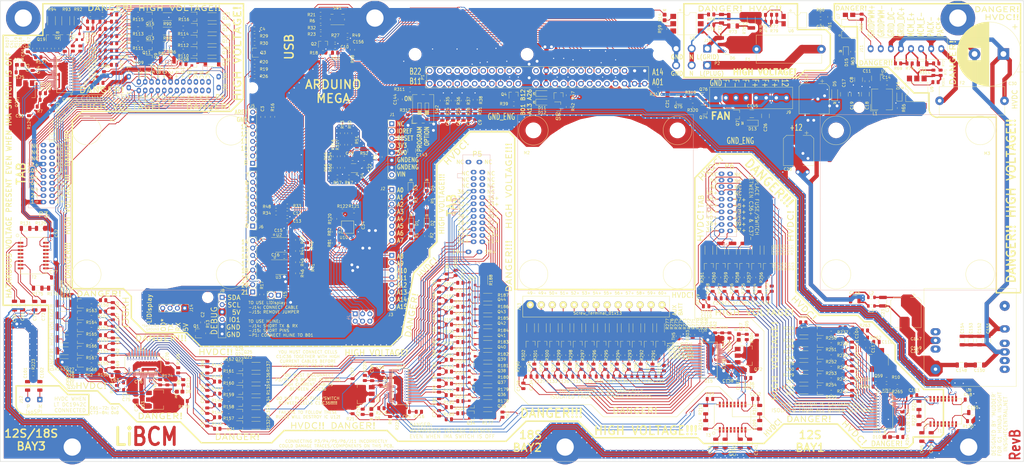
<source format=kicad_pcb>
(kicad_pcb (version 20171130) (host pcbnew "(5.1.9-0-10_14)")
  (title_block (title "LiBCM - Honda Insight BCM Replacement") (rev A) (company "Linsight, LLC"))
  (layers (0 F.Cu signal) (1 In1.Cu power hide) (2 In2.Cu power hide) (31 B.Cu signal hide) (35 F.Paste user hide) (36 B.SilkS user hide) (37 F.SilkS user) (38 B.Mask user hide) (39 F.Mask user hide) (44 Edge.Cuts user))
  (net 0 "")
  (net 1 +12V)
  (net 2 +5V)
  (net 3 GND_ISO_B)
  (net 4 GND_ISO_C)
  (net 5 GND_ISO_A)
  (net 6 GND_ENG)
  (net 7 /5V_SW)
  (net 8 /5V_BOOST)
  (net 9 /SNUB)
  (net 10 /L1_GRID)
  (net 11 /TRIAC_SNUBBER)
  (net 12 /GRID_SENSE_NOISY)
  (net 13 /TRIAC_DRIVE)
  (net 14 /L1_FUSED)
  (net 15 /GRID_SENSE_L1)
  (net 16 /L2)
  (net 17 /GRID_SENSE_L2)
  (net 18 /TRIAC_GATE)
  (net 19 /GRID_PWM+)
  (net 20 /GRID_PWM-)
  (net 21 /5V_ENABLE)
  (net 22 /GRID_PWM_LED_C)
  (net 23 /GRID_PWM_LED_A)
  (net 24 /AREF)
  (net 25 /IGNITION_SENSE)
  (net 26 /TBATT_YEL_LPF)
  (net 27 /TBATT_GRN_LPF)
  (net 28 /TBATT_WHT_LPF)
  (net 29 /TBATT_BLU_LPF)
  (net 30 /VPIN_IN)
  (net 31 /VPIN_OUT_LPF)
  (net 32 /BATT_CURRENT_I2V)
  (net 33 /GRID_SENSE)
  (net 34 /SCL)
  (net 35 /SDA)
  (net 36 /TURN_OFF_5V)
  (net 37 /IGNITION_12V)
  (net 38 /TBATT_YEL)
  (net 39 /TBATT_GRN)
  (net 40 /TBATT_WHT)
  (net 41 /TBATT_BLU)
  (net 42 /VPIN_IN_NOISY)
  (net 43 /VPIN_OUT_PWM)
  (net 44 /TEMP_SENSOR_EN)
  (net 45 /METSCI2)
  (net 46 /METSCI1)
  (net 47 /BATTSCI1)
  (net 48 /BATTSCI2)
  (net 49 /BATTFANH_EN)
  (net 50 /BATTFANL_EN)
  (net 51 /FAN_PWM)
  (net 52 /OP_OFFSET_H)
  (net 53 /OP_GAIN)
  (net 54 /OP_OFFSET_L)
  (net 55 /GRID_EN)
  (net 56 /GRID_EN_LED_A)
  (net 57 /GRID_EN_LED_C)
  (net 58 /GRID_PWM)
  (net 59 /OP_IN-)
  (net 60 /BATT_CURRENT_SCALED)
  (net 61 /SPI_BATT_MISO)
  (net 62 /SPI_BATT_MOSI)
  (net 63 "/LiBCM BMS/C12_A")
  (net 64 "/LiBCM BMS/C11_A")
  (net 65 "/LiBCM BMS/C9_A")
  (net 66 "/LiBCM BMS/C10_A")
  (net 67 "/LiBCM BMS/C7_A")
  (net 68 "/LiBCM BMS/C8_A")
  (net 69 "/LiBCM BMS/C6_A")
  (net 70 "/LiBCM BMS/C5_A")
  (net 71 "/LiBCM BMS/C4_A")
  (net 72 "/LiBCM BMS/C3_A")
  (net 73 "/LiBCM BMS/C1_A")
  (net 74 "/LiBCM BMS/C2_A")
  (net 75 "/LiBCM BMS/C0_A")
  (net 76 "/LiBCM BMS/VpFILT_A")
  (net 77 "/LiBCM BMS/VdriveCollector_A")
  (net 78 "/LiBCM BMS/VREF2_A")
  (net 79 "/LiBCM BMS/VREF1_A")
  (net 80 "/LiBCM BMS/VREG_A")
  (net 81 "/LiBCM BMS/IM_ISO_A")
  (net 82 "/LiBCM BMS/IP_ISO_A")
  (net 83 "/LiBCM BMS/C11_B")
  (net 84 "/LiBCM BMS/C12_B")
  (net 85 "/LiBCM BMS/C9_B")
  (net 86 "/LiBCM BMS/C10_B")
  (net 87 "/LiBCM BMS/C7_B")
  (net 88 "/LiBCM BMS/C8_B")
  (net 89 "/LiBCM BMS/C5_B")
  (net 90 "/LiBCM BMS/C6_B")
  (net 91 "/LiBCM BMS/C3_B")
  (net 92 "/LiBCM BMS/C4_B")
  (net 93 "/LiBCM BMS/C1_B")
  (net 94 "/LiBCM BMS/C2_B")
  (net 95 "/LiBCM BMS/C0_B")
  (net 96 "/LiBCM BMS/VpFILT_B")
  (net 97 "/LiBCM BMS/IP_ISO_B")
  (net 98 "/LiBCM BMS/IM_ISO_B")
  (net 99 "/LiBCM BMS/VdriveCollector_B")
  (net 100 "/LiBCM BMS/VREF2_B")
  (net 101 "/LiBCM BMS/VREF1_B")
  (net 102 "/LiBCM BMS/VREG_B")
  (net 103 "/LiBCM BMS/IP_ISO_C")
  (net 104 "/LiBCM BMS/C11_C")
  (net 105 "/LiBCM BMS/C12_C")
  (net 106 "/LiBCM BMS/C9_C")
  (net 107 "/LiBCM BMS/C10_C")
  (net 108 "/LiBCM BMS/C7_C")
  (net 109 "/LiBCM BMS/C8_C")
  (net 110 "/LiBCM BMS/C5_C")
  (net 111 "/LiBCM BMS/C6_C")
  (net 112 "/LiBCM BMS/C3_C")
  (net 113 "/LiBCM BMS/C4_C")
  (net 114 "/LiBCM BMS/C1_C")
  (net 115 "/LiBCM BMS/C2_C")
  (net 116 "/LiBCM BMS/C0_C")
  (net 117 "/LiBCM BMS/IM_ISO_C")
  (net 118 "/LiBCM BMS/VpFILT_C")
  (net 119 "/LiBCM BMS/IP_ISO_D")
  (net 120 "/LiBCM BMS/IM_ISO_D")
  (net 121 "/LiBCM BMS/VdriveCollector_C")
  (net 122 "/LiBCM BMS/VREF2_C")
  (net 123 "/LiBCM BMS/VREF1_C")
  (net 124 "/LiBCM BMS/VREG_C")
  (net 125 "/LiBCM BMS/C11_D")
  (net 126 "/LiBCM BMS/C12_D")
  (net 127 "/LiBCM BMS/C10_D")
  (net 128 "/LiBCM BMS/C9_D")
  (net 129 "/LiBCM BMS/C7_D")
  (net 130 "/LiBCM BMS/C8_D")
  (net 131 "/LiBCM BMS/C6_D")
  (net 132 "/LiBCM BMS/C5_D")
  (net 133 "/LiBCM BMS/C3_D")
  (net 134 "/LiBCM BMS/C4_D")
  (net 135 "/LiBCM BMS/C2_D")
  (net 136 "/LiBCM BMS/C1_D")
  (net 137 "/LiBCM BMS/C0_D")
  (net 138 "/LiBCM BMS/VpFILT_D")
  (net 139 "/LiBCM BMS/VdriveCollector_D")
  (net 140 "/LiBCM BMS/VREF2_D")
  (net 141 "/LiBCM BMS/VREF1_D")
  (net 142 "/LiBCM BMS/VREG_D")
  (net 143 "/LiBCM BMS/C11pos")
  (net 144 "/LiBCM BMS/QC12_A")
  (net 145 "/LiBCM BMS/QC11_A")
  (net 146 "/LiBCM BMS/C10pos")
  (net 147 "/LiBCM BMS/CELL9pos")
  (net 148 "/LiBCM BMS/QC10_A")
  (net 149 "/LiBCM BMS/CELL8pos")
  (net 150 "/LiBCM BMS/QC9_A")
  (net 151 "/LiBCM BMS/CELL7pos")
  (net 152 "/LiBCM BMS/QC8_A")
  (net 153 "/LiBCM BMS/QC7_A")
  (net 154 "/LiBCM BMS/CELL6pos")
  (net 155 "/LiBCM BMS/CELL5pos")
  (net 156 "/LiBCM BMS/QC6_A")
  (net 157 "/LiBCM BMS/CELL4pos")
  (net 158 "/LiBCM BMS/QC5_A")
  (net 159 "/LiBCM BMS/QC4_A")
  (net 160 "/LiBCM BMS/CELL3pos")
  (net 161 "/LiBCM BMS/QC3_A")
  (net 162 "/LiBCM BMS/CELL2pos")
  (net 163 "/LiBCM BMS/CELL1pos")
  (net 164 "/LiBCM BMS/QC2_A")
  (net 165 "/LiBCM BMS/QC1_A")
  (net 166 "/LiBCM BMS/S12b_A")
  (net 167 "/LiBCM BMS/S12_A")
  (net 168 "/LiBCM BMS/S11b_A")
  (net 169 "/LiBCM BMS/S11_A")
  (net 170 "/LiBCM BMS/S10_A")
  (net 171 "/LiBCM BMS/S10b_A")
  (net 172 "/LiBCM BMS/S9b_A")
  (net 173 "/LiBCM BMS/S9_A")
  (net 174 "/LiBCM BMS/S8_A")
  (net 175 "/LiBCM BMS/S8b_A")
  (net 176 "/LiBCM BMS/S7b_A")
  (net 177 "/LiBCM BMS/S7_A")
  (net 178 "/LiBCM BMS/S6_A")
  (net 179 "/LiBCM BMS/S6b_A")
  (net 180 "/LiBCM BMS/S5b_A")
  (net 181 "/LiBCM BMS/S5_A")
  (net 182 "/LiBCM BMS/S4_A")
  (net 183 "/LiBCM BMS/S4b_A")
  (net 184 "/LiBCM BMS/S3b_A")
  (net 185 "/LiBCM BMS/S3_A")
  (net 186 "/LiBCM BMS/S2_A")
  (net 187 "/LiBCM BMS/S2b_A")
  (net 188 "/LiBCM BMS/S1b_A")
  (net 189 "/LiBCM BMS/S1_A")
  (net 190 "/LiBCM BMS/IC_6820")
  (net 191 "/LiBCM BMS/IB_6820")
  (net 192 "/LiBCM BMS/IP_6820")
  (net 193 "/LiBCM BMS/IM_6820")
  (net 194 "/LiBCM BMS/IB_A")
  (net 195 "/LiBCM BMS/IC_A")
  (net 196 "/LiBCM BMS/T_A")
  (net 197 "/LiBCM BMS/BIAS_A")
  (net 198 "/LiBCM BMS/CELL23pos")
  (net 199 "/LiBCM BMS/QC12_B")
  (net 200 "/LiBCM BMS/CELL22pos")
  (net 201 "/LiBCM BMS/QC11_B")
  (net 202 "/LiBCM BMS/QC10_B")
  (net 203 "/LiBCM BMS/CELL21pos")
  (net 204 "/LiBCM BMS/QC9_B")
  (net 205 "/LiBCM BMS/CELL20pos")
  (net 206 "/LiBCM BMS/QC8_B")
  (net 207 "/LiBCM BMS/CELL19pos")
  (net 208 "/LiBCM BMS/QC7_B")
  (net 209 "/LiBCM BMS/CELL18pos")
  (net 210 "/LiBCM BMS/CELL17pos")
  (net 211 "/LiBCM BMS/QC6_B")
  (net 212 "/LiBCM BMS/CELL16pos")
  (net 213 "/LiBCM BMS/QC5_B")
  (net 214 "/LiBCM BMS/QC4_B")
  (net 215 "/LiBCM BMS/CELL15pos")
  (net 216 "/LiBCM BMS/QC3_B")
  (net 217 "/LiBCM BMS/CELL14pos")
  (net 218 "/LiBCM BMS/QC2_B")
  (net 219 "/LiBCM BMS/CELL13pos")
  (net 220 "/LiBCM BMS/QC1_B")
  (net 221 "/LiBCM BMS/S12_B")
  (net 222 "/LiBCM BMS/S12b_B")
  (net 223 "/LiBCM BMS/S11b_B")
  (net 224 "/LiBCM BMS/S11_B")
  (net 225 "/LiBCM BMS/S10_B")
  (net 226 "/LiBCM BMS/S10b_B")
  (net 227 "/LiBCM BMS/S9b_B")
  (net 228 "/LiBCM BMS/S9_B")
  (net 229 "/LiBCM BMS/S8_B")
  (net 230 "/LiBCM BMS/S8b_B")
  (net 231 "/LiBCM BMS/S7b_B")
  (net 232 "/LiBCM BMS/S7_B")
  (net 233 "/LiBCM BMS/S6_B")
  (net 234 "/LiBCM BMS/S6b_B")
  (net 235 "/LiBCM BMS/S5b_B")
  (net 236 "/LiBCM BMS/S5_B")
  (net 237 "/LiBCM BMS/S4_B")
  (net 238 "/LiBCM BMS/S4b_B")
  (net 239 "/LiBCM BMS/S3b_B")
  (net 240 "/LiBCM BMS/S3_B")
  (net 241 "/LiBCM BMS/S2_B")
  (net 242 "/LiBCM BMS/S2b_B")
  (net 243 "/LiBCM BMS/S1b_B")
  (net 244 "/LiBCM BMS/S1_B")
  (net 245 "/LiBCM BMS/IB_B")
  (net 246 "/LiBCM BMS/IC_B")
  (net 247 "/LiBCM BMS/T_B")
  (net 248 "/LiBCM BMS/ISO_TAP_B")
  (net 249 "/LiBCM BMS/BIAS_B")
  (net 250 "/LiBCM BMS/QC12_C")
  (net 251 "/LiBCM BMS/CELL35pos")
  (net 252 "/LiBCM BMS/QC11_C")
  (net 253 "/LiBCM BMS/CELL34pos")
  (net 254 "/LiBCM BMS/CELL33pos")
  (net 255 "/LiBCM BMS/QC10_C")
  (net 256 "/LiBCM BMS/CELL32pos")
  (net 257 "/LiBCM BMS/QC9_C")
  (net 258 "/LiBCM BMS/CELL31pos")
  (net 259 "/LiBCM BMS/QC8_C")
  (net 260 "/LiBCM BMS/QC7_C")
  (net 261 "/LiBCM BMS/CELL30pos")
  (net 262 "/LiBCM BMS/CELL29pos")
  (net 263 "/LiBCM BMS/QC6_C")
  (net 264 "/LiBCM BMS/QC5_C")
  (net 265 "/LiBCM BMS/CELL28pos")
  (net 266 "/LiBCM BMS/QC4_C")
  (net 267 "/LiBCM BMS/CELL27pos")
  (net 268 "/LiBCM BMS/CELL26pos")
  (net 269 "/LiBCM BMS/QC3_C")
  (net 270 "/LiBCM BMS/QC2_C")
  (net 271 "/LiBCM BMS/CELL25pos")
  (net 272 "/LiBCM BMS/QC1_C")
  (net 273 "/LiBCM BMS/CELL36pos")
  (net 274 "/LiBCM BMS/S12_C")
  (net 275 "/LiBCM BMS/S12b_C")
  (net 276 "/LiBCM BMS/S11b_C")
  (net 277 "/LiBCM BMS/S11_C")
  (net 278 "/LiBCM BMS/S10b_C")
  (net 279 "/LiBCM BMS/S10_C")
  (net 280 "/LiBCM BMS/S9b_C")
  (net 281 "/LiBCM BMS/S9_C")
  (net 282 "/LiBCM BMS/S8b_C")
  (net 283 "/LiBCM BMS/S8_C")
  (net 284 "/LiBCM BMS/S7_C")
  (net 285 "/LiBCM BMS/S7b_C")
  (net 286 "/LiBCM BMS/S6b_C")
  (net 287 "/LiBCM BMS/S6_C")
  (net 288 "/LiBCM BMS/S5b_C")
  (net 289 "/LiBCM BMS/S5_C")
  (net 290 "/LiBCM BMS/S4b_C")
  (net 291 "/LiBCM BMS/S4_C")
  (net 292 "/LiBCM BMS/S3b_C")
  (net 293 "/LiBCM BMS/S3_C")
  (net 294 "/LiBCM BMS/S2b_C")
  (net 295 "/LiBCM BMS/S2_C")
  (net 296 "/LiBCM BMS/S1b_C")
  (net 297 "/LiBCM BMS/S1_C")
  (net 298 "/LiBCM BMS/ISO_TAP_C")
  (net 299 "/LiBCM BMS/BIAS_C")
  (net 300 "/LiBCM BMS/IB_C")
  (net 301 "/LiBCM BMS/IC_C")
  (net 302 "/LiBCM BMS/T_C")
  (net 303 "/LiBCM BMS/QC12_D")
  (net 304 "/LiBCM BMS/CELL47pos")
  (net 305 "/LiBCM BMS/CELL46pos")
  (net 306 "/LiBCM BMS/QC11_D")
  (net 307 "/LiBCM BMS/QC10_D")
  (net 308 "/LiBCM BMS/CELL45pos")
  (net 309 "/LiBCM BMS/CELL44pos")
  (net 310 "/LiBCM BMS/QC9_D")
  (net 311 "/LiBCM BMS/QC8_D")
  (net 312 "/LiBCM BMS/CELL43pos")
  (net 313 "/LiBCM BMS/CELL42pos")
  (net 314 "/LiBCM BMS/QC7_D")
  (net 315 "/LiBCM BMS/CELL41pos")
  (net 316 "/LiBCM BMS/QC6_D")
  (net 317 "/LiBCM BMS/CELL40pos")
  (net 318 "/LiBCM BMS/QC5_D")
  (net 319 "/LiBCM BMS/QC4_D")
  (net 320 "/LiBCM BMS/CELL39pos")
  (net 321 "/LiBCM BMS/CELL38pos")
  (net 322 "/LiBCM BMS/QC3_D")
  (net 323 "/LiBCM BMS/QC2_D")
  (net 324 "/LiBCM BMS/CELL37pos")
  (net 325 "/LiBCM BMS/QC1_D")
  (net 326 "/LiBCM BMS/CELL48pos")
  (net 327 "/LiBCM BMS/S12_D")
  (net 328 "/LiBCM BMS/S12b_D")
  (net 329 "/LiBCM BMS/S11_D")
  (net 330 "/LiBCM BMS/S11b_D")
  (net 331 "/LiBCM BMS/S10b_D")
  (net 332 "/LiBCM BMS/S10_D")
  (net 333 "/LiBCM BMS/S9b_D")
  (net 334 "/LiBCM BMS/S9_D")
  (net 335 "/LiBCM BMS/S8_D")
  (net 336 "/LiBCM BMS/S8b_D")
  (net 337 "/LiBCM BMS/S7b_D")
  (net 338 "/LiBCM BMS/S7_D")
  (net 339 "/LiBCM BMS/S6_D")
  (net 340 "/LiBCM BMS/S6b_D")
  (net 341 "/LiBCM BMS/S5b_D")
  (net 342 "/LiBCM BMS/S5_D")
  (net 343 "/LiBCM BMS/S4_D")
  (net 344 "/LiBCM BMS/S4b_D")
  (net 345 "/LiBCM BMS/S3b_D")
  (net 346 "/LiBCM BMS/S3_D")
  (net 347 "/LiBCM BMS/S2_D")
  (net 348 "/LiBCM BMS/S2b_D")
  (net 349 "/LiBCM BMS/S1_D")
  (net 350 "/LiBCM BMS/S1b_D")
  (net 351 "/LiBCM BMS/IC_D")
  (net 352 "/LiBCM BMS/IB_D")
  (net 353 "/LiBCM BMS/T_D")
  (net 354 "/LiBCM BMS/IMA_A")
  (net 355 "/LiBCM BMS/IPA_B")
  (net 356 "/LiBCM BMS/IMA_B")
  (net 357 "/LiBCM BMS/IPA_A")
  (net 358 "/LiBCM BMS/IPA_C")
  (net 359 "/LiBCM BMS/IMA_D")
  (net 360 "/LiBCM BMS/IPA_D")
  (net 361 "/LiBCM BMS/IMA_C")
  (net 362 /SPI_BATT_SCK)
  (net 363 /SPI_BATT_CS0)
  (net 364 "/LiBCM BMS/DRIVE_A")
  (net 365 "/LiBCM BMS/DRIVE_B")
  (net 366 "/LiBCM BMS/DRIVE_C")
  (net 367 "/LiBCM BMS/DRIVE_D")
  (net 368 /12V_ALWAYS)
  (net 369 /FAN-)
  (net 370 HVDC_POS_FUSED)
  (net 371 HVDC_NEG)
  (net 372 GND_ISO_D)
  (net 373 /BATTFANL)
  (net 374 /BATTFANH)
  (net 375 /LED1)
  (net 376 /LED2)
  (net 377 /LED3)
  (net 378 /LED4)
  (net 379 /BATTSCI_RX)
  (net 380 /BATTSCI_TX)
  (net 381 /METSCI_RX)
  (net 382 /METSCI_TX)
  (net 383 GND_CHASSIS)
  (net 384 /LED1R)
  (net 385 /LED2R)
  (net 386 /LED3R)
  (net 387 /LED4R)
  (net 388 /5V_EN_FET)
  (net 389 "/LiBCM BMS/LED_A")
  (net 390 "/LiBCM BMS/LED_B")
  (net 391 "/LiBCM BMS/LED_C")
  (net 392 "/LiBCM BMS/LED_D")
  (net 393 "/LiBCM BMS/WDT_A")
  (net 394 "/LiBCM BMS/WDT_B")
  (net 395 "/LiBCM BMS/WDT_C")
  (net 396 "/LiBCM BMS/WDT_D")
  (net 397 "Net-(H4-Pad1)")
  (net 398 "Net-(H6-Pad1)")
  (net 399 "Net-(J1-Pad8)")
  (net 400 "Net-(J1-Pad4)")
  (net 401 "Net-(J1-Pad2)")
  (net 402 "Net-(J1-Pad1)")
  (net 403 /SPI_EXTERNAL_CS1)
  (net 404 "Net-(J6-Pad2)")
  (net 405 "Net-(J6-Pad1)")
  (net 406 /HVDC_POS_UNFUSED)
  (net 407 /L1)
  (net 408 /TBATT_SG)
  (net 409 /HLINE_CONN)
  (net 410 "Net-(T1-Pad4)")
  (net 411 "Net-(T1-Pad5)")
  (net 412 "Net-(T1-Pad12)")
  (net 413 "Net-(T1-Pad13)")
  (net 414 "Net-(T2-Pad4)")
  (net 415 "Net-(T2-Pad5)")
  (net 416 "Net-(T2-Pad12)")
  (net 417 "Net-(T2-Pad13)")
  (net 418 "Net-(T3-Pad13)")
  (net 419 "Net-(T3-Pad12)")
  (net 420 "Net-(T3-Pad5)")
  (net 421 "Net-(T3-Pad4)")
  (net 422 "Net-(U5-Pad5)")
  (net 423 "Net-(U5-Pad3)")
  (net 424 "Net-(U11-Pad28)")
  (net 425 "Net-(U11-Pad29)")
  (net 426 "Net-(U11-Pad32)")
  (net 427 "Net-(U11-Pad33)")
  (net 428 "Net-(U12-Pad33)")
  (net 429 "Net-(U12-Pad32)")
  (net 430 "Net-(U12-Pad29)")
  (net 431 "Net-(U12-Pad28)")
  (net 432 "Net-(U13-Pad33)")
  (net 433 "Net-(U13-Pad32)")
  (net 434 "Net-(U13-Pad29)")
  (net 435 "Net-(U13-Pad28)")
  (net 436 "Net-(U14-Pad28)")
  (net 437 "Net-(U14-Pad29)")
  (net 438 "Net-(U14-Pad32)")
  (net 439 "Net-(U14-Pad33)")
  (net 440 "Net-(U8-Pad8)")
  (net 441 "Net-(U8-Pad9)")
  (net 442 "Net-(U8-Pad11)")
  (net 443 "Net-(U8-Pad14)")
  (net 444 "Net-(U8-Pad6)")
  (net 445 "Net-(U8-Pad4)")
  (net 446 "Net-(P3-Pad13)")
  (net 447 "Net-(P3-Pad15)")
  (net 448 "Net-(P3-Pad14)")
  (net 449 "Net-(P3-Pad17)")
  (net 450 "Net-(P3-Pad16)")
  (net 451 "Net-(P3-Pad19)")
  (net 452 "Net-(P3-Pad18)")
  (net 453 "Net-(P6-Pad18)")
  (net 454 "Net-(P6-Pad19)")
  (net 455 "Net-(P6-Pad16)")
  (net 456 "Net-(P6-Pad17)")
  (net 457 "Net-(P6-Pad14)")
  (net 458 "Net-(P6-Pad15)")
  (net 459 "Net-(P6-Pad13)")
  (net 460 "Net-(P4-Pad19)")
  (net 461 "Net-(P4-Pad21)")
  (net 462 "Net-(P4-Pad20)")
  (net 463 "Net-(P4-Pad23)")
  (net 464 "Net-(P4-Pad22)")
  (net 465 "Net-(P4-Pad25)")
  (net 466 "Net-(P4-Pad24)")
  (net 467 "Net-(P4-Pad26)")
  (net 468 "Net-(P4-Pad27)")
  (net 469 "Net-(P5-Pad27)")
  (net 470 "Net-(P5-Pad26)")
  (net 471 "Net-(P5-Pad24)")
  (net 472 "Net-(P5-Pad25)")
  (net 473 "Net-(P5-Pad22)")
  (net 474 "Net-(P5-Pad23)")
  (net 475 "Net-(P5-Pad20)")
  (net 476 "Net-(P5-Pad21)")
  (net 477 "Net-(P5-Pad19)")
  (net 478 "Net-(P1-PadB10)")
  (net 479 "Net-(P1-PadB21)")
  (net 480 "Net-(P1-PadB18)")
  (net 481 "Net-(P1-PadB17)")
  (net 482 "Net-(P1-PadB16)")
  (net 483 "Net-(P1-PadB15)")
  (net 484 "Net-(P1-PadB14)")
  (net 485 "Net-(P1-PadB13)")
  (net 486 "Net-(P1-PadA26)")
  (net 487 "Net-(P1-PadA10)")
  (net 488 "Net-(P1-PadA23)")
  (net 489 "Net-(P1-PadA22)")
  (net 490 "Net-(P1-PadA19)")
  (net 491 "Net-(P1-PadA18)")
  (net 492 "Net-(P1-PadA17)")
  (net 493 "Net-(P1-PadA09)")
  (net 494 "Net-(P1-PadA06)")
  (net 495 "Net-(P1-PadA05)")
  (net 496 /FAN_PWM_G)
  (net 497 "Net-(P1-PadB06)")
  (net 498 "Net-(P1-PadB07)")
  (net 499 "/LiBCM BMS/TCENTER_A")
  (net 500 "/LiBCM BMS/TCENTER_B")
  (net 501 "/LiBCM BMS/TCENTER_C")
  (net 502 "/LiBCM BMS/TCENTER_D")
  (net 503 "/LiBCM BMS/ISO_TAP_A")
  (net 504 "/LiBCM BMS/BIAS_D")
  (net 505 "/LiBCM BMS/C12_E")
  (net 506 "/LiBCM BMS/C11_E")
  (net 507 "/LiBCM BMS/C10_E")
  (net 508 "/LiBCM BMS/C9_E")
  (net 509 "/LiBCM BMS/C8_E")
  (net 510 "/LiBCM BMS/C7_E")
  (net 511 "/LiBCM BMS/C6_E")
  (net 512 "/LiBCM BMS/C5_E")
  (net 513 "/LiBCM BMS/C3_E")
  (net 514 "/LiBCM BMS/C4_E")
  (net 515 "/LiBCM BMS/C1_E")
  (net 516 "/LiBCM BMS/C2_E")
  (net 517 "/LiBCM BMS/C0_E")
  (net 518 GND_ISO_E)
  (net 519 "/LiBCM BMS/VpFILT_E")
  (net 520 "/LiBCM BMS/VdriveCollector_E")
  (net 521 "/LiBCM BMS/VREF2_E")
  (net 522 "/LiBCM BMS/VREF1_E")
  (net 523 "/LiBCM BMS/VREG_E")
  (net 524 "/LiBCM BMS/WDT_E")
  (net 525 "/LiBCM BMS/LED_E")
  (net 526 "/LiBCM BMS/CELL49pos")
  (net 527 "/LiBCM BMS/CELL50pos")
  (net 528 "/LiBCM BMS/CELL51pos")
  (net 529 "/LiBCM BMS/CELL52pos")
  (net 530 "/LiBCM BMS/CELL53pos")
  (net 531 "/LiBCM BMS/CELL54pos")
  (net 532 "/LiBCM BMS/CELL55pos")
  (net 533 "/LiBCM BMS/CELL56pos")
  (net 534 "/LiBCM BMS/CELL57pos")
  (net 535 "/LiBCM BMS/CELL58pos")
  (net 536 "/LiBCM BMS/CELL59pos")
  (net 537 "/LiBCM BMS/CELL60pos")
  (net 538 "/LiBCM BMS/QC12_E")
  (net 539 "/LiBCM BMS/S12b_E")
  (net 540 "/LiBCM BMS/QC11_E")
  (net 541 "/LiBCM BMS/S11b_E")
  (net 542 "/LiBCM BMS/S10b_E")
  (net 543 "/LiBCM BMS/QC10_E")
  (net 544 "/LiBCM BMS/S9b_E")
  (net 545 "/LiBCM BMS/QC9_E")
  (net 546 "/LiBCM BMS/QC8_E")
  (net 547 "/LiBCM BMS/S8b_E")
  (net 548 "/LiBCM BMS/S7b_E")
  (net 549 "/LiBCM BMS/QC7_E")
  (net 550 "/LiBCM BMS/QC6_E")
  (net 551 "/LiBCM BMS/S6b_E")
  (net 552 "/LiBCM BMS/S5b_E")
  (net 553 "/LiBCM BMS/QC5_E")
  (net 554 "/LiBCM BMS/QC4_E")
  (net 555 "/LiBCM BMS/S4b_E")
  (net 556 "/LiBCM BMS/QC3_E")
  (net 557 "/LiBCM BMS/S3b_E")
  (net 558 "/LiBCM BMS/S2b_E")
  (net 559 "/LiBCM BMS/QC2_E")
  (net 560 "/LiBCM BMS/S1b_E")
  (net 561 "/LiBCM BMS/QC1_E")
  (net 562 "/LiBCM BMS/DRIVE_E")
  (net 563 "/LiBCM BMS/S12_E")
  (net 564 "/LiBCM BMS/S11_E")
  (net 565 "/LiBCM BMS/S10_E")
  (net 566 "/LiBCM BMS/S9_E")
  (net 567 "/LiBCM BMS/S8_E")
  (net 568 "/LiBCM BMS/S7_E")
  (net 569 "/LiBCM BMS/S6_E")
  (net 570 "/LiBCM BMS/S5_E")
  (net 571 "/LiBCM BMS/S4_E")
  (net 572 "/LiBCM BMS/S3_E")
  (net 573 "/LiBCM BMS/S2_E")
  (net 574 "/LiBCM BMS/S1_E")
  (net 575 "/LiBCM BMS/IC_E")
  (net 576 "/LiBCM BMS/IB_E")
  (net 577 "/LiBCM BMS/T_E")
  (net 578 "Net-(U15-Pad28)")
  (net 579 "Net-(U15-Pad29)")
  (net 580 "Net-(U15-Pad32)")
  (net 581 "Net-(U15-Pad33)")
  (net 582 "/LiBCM BMS/IMA_E")
  (net 583 "/LiBCM BMS/IPA_E")
  (net 584 "/LiBCM BMS/TCENTER_6820")
  (net 585 "/LiBCM BMS/IM_ISO_SAFETY")
  (net 586 "/LiBCM BMS/IP_ISO_SAFETY")
  (net 587 "/LiBCM BMS/IP_ISO_EXT")
  (net 588 "/LiBCM BMS/IM_ISO_EXT")
  (net 589 "/LiBCM BMS/IP_ISO_E")
  (net 590 "/LiBCM BMS/IM_ISO_E")
  (net 591 "/LiBCM BMS/TCENTER_E")
  (net 592 "/LiBCM BMS/TCENTER_ISO_SAFETY")
  (net 593 "/LiBCM BMS/ISO_TAP_D")
  (net 594 "/LiBCM BMS/ISO_TAP_E")
  (net 595 "/LiBCM BMS/BIAS_E")
  (net 596 /RESETn)
  (net 597 /USER_SW)
  (net 598 /MCM_E_CONN+)
  (net 599 /MCM_E_CONN-)
  (net 600 /MCM_E_CONTROL)
  (net 601 /MCM_E_LED_A)
  (net 602 /MCM_E_LED_C)
  (net 603 /MCM_E_C)
  (net 604 /MCM_E_E)
  (net 605 /MCM_E_B)
  (net 606 "Net-(U9-Pad3)")
  (net 607 /RESETcap)
  (net 608 /BATTSCI_REn)
  (net 609 /BATTSCI_DE)
  (net 610 /HMI_EN)
  (net 611 /GPIO-1)
  (net 612 /METSCI_REn)
  (net 613 /METSCI_DE)
  (net 614 /HMI_TX)
  (net 615 /HMI_RX)
  (net 616 /HMI_EN_OD)
  (net 617 /12NEG_UNFILTERED)
  (net 618 /12POS_UNFILTERED)
  (net 619 /NEG_SAFETY)
  (net 620 /IGNITION_DIV)
  (net 621 /I_SENSOR_NEG)
  (net 622 /I_SENSOR_POS)
  (net 623 /I_SENSOR_EN)
  (net 624 /I_SENSOR_RAW)
  (net 625 /LOAD5V_FET)
  (net 626 /Q74D)
  (net 627 /Q75G)
  (net 628 /LOAD5V_R)
  (net 629 /SENSE_MID)
  (net 630 /HLINE_JUMPER)
  (module Button_Switch_SMD:Panasonic_EVQPUJ_EVQPUA (layer F.Cu) (at 141.75 41.5)
    (fp_text reference SW1 (at 0 -4) (layer F.SilkS))
    (fp_text value SW_Push)
    (pad 2 smd rect (at 2.625 0.85 180) (size 1.55 1) (layers F.Cu F.Paste F.Mask) (net 2 +5V))
    (pad 2 smd rect (at -2.625 0.85 180) (size 1.55 1) (layers F.Cu F.Paste F.Mask) (net 2 +5V))
    (pad 1 smd rect (at -2.625 -0.85 180) (size 1.55 1) (layers F.Cu F.Paste F.Mask) (net 496 /FAN_PWM_G))
    (pad 1 smd rect (at 2.625 -0.85 180) (size 1.55 1) (layers F.Cu F.Paste F.Mask) (net 496 /FAN_PWM_G))
  )
  (module Resistor_SMD:R_0805_2012Metric (layer F.Cu) (at 312.6 40.6 90)
    (fp_text reference R61 (at -3.2 -0.05 90) (layer F.SilkS))
    (fp_text value 10k)
    (pad 2 smd roundrect (at 0.9125 0 90) (size 1.025 1.4) (layers F.Cu F.Paste F.Mask) (roundrect_rratio 0.2439004878048781) (net 12 /GRID_SENSE_NOISY))
    (pad 1 smd roundrect (at -0.9125 0 90) (size 1.025 1.4) (layers F.Cu F.Paste F.Mask) (roundrect_rratio 0.2439004878048781) (net 2 +5V))
  )
  (module Linsight:CONN_1751303 (layer F.Cu) (at 285.25 68.7 180)
    (fp_text reference J9 (at -13 -5.05 180) (layer F.SilkS))
    (fp_text value Screw_Terminal_01x08)
    (pad 1 thru_hole oval (at -12.25 0 180) (size 2 2.5) (drill 1.2) (layers *.Cu *.Mask) (net 1 +12V))
    (pad 2 thru_hole oval (at -8.75 0 180) (size 2 2.5) (drill 1.2) (layers *.Cu *.Mask) (net 1 +12V))
    (pad 3 thru_hole oval (at -5.25 0 180) (size 2 2.5) (drill 1.2) (layers *.Cu *.Mask) (net 1 +12V))
    (pad 4 thru_hole oval (at -1.75 0 180) (size 2 2.5) (drill 1.2) (layers *.Cu *.Mask) (net 1 +12V))
    (pad 5 thru_hole oval (at 1.75 0 180) (size 2 2.5) (drill 1.2) (layers *.Cu *.Mask) (net 369 /FAN-))
    (pad 6 thru_hole oval (at 5.25 0 180) (size 2 2.5) (drill 1.2) (layers *.Cu *.Mask) (net 369 /FAN-))
    (pad 7 thru_hole oval (at 8.75 0 180) (size 2 2.5) (drill 1.2) (layers *.Cu *.Mask) (net 369 /FAN-))
    (pad 8 thru_hole oval (at 12.25 0 180) (size 2 2.5) (drill 1.2) (layers *.Cu *.Mask) (net 6 GND_ENG))
  )
  (module Capacitor_SMD:C_1206_3216Metric (layer F.Cu) (at 344.75 56.9 180)
    (fp_text reference C31 (at 0 -1.85 180) (layer F.SilkS))
    (fp_text value 22n)
    (pad 2 smd roundrect (at 1.475 0 180) (size 1.15 1.8) (layers F.Cu F.Paste F.Mask) (roundrect_rratio 0.2173904347826087) (net 598 /MCM_E_CONN+))
    (pad 1 smd roundrect (at -1.475 0 180) (size 1.15 1.8) (layers F.Cu F.Paste F.Mask) (roundrect_rratio 0.2173904347826087) (net 599 /MCM_E_CONN-))
  )
  (module Capacitor_SMD:C_0805_2012Metric (layer F.Cu) (at 341.8 172 180)
    (fp_text reference C103 (at 0 1.75) (layer F.SilkS))
    (fp_text value 20p)
    (pad 2 smd roundrect (at 0.95 0 180) (size 1 1.45) (layers F.Cu F.Paste F.Mask) (net 372 GND_ISO_D))
    (pad 1 smd roundrect (at -0.95 0 180) (size 1 1.45) (layers F.Cu F.Paste F.Mask) (net 502 "/LiBCM BMS/TCENTER_D"))
  )
  (module Capacitor_SMD:C_0805_2012Metric (layer F.Cu) (at 328.5 166.5 180)
    (fp_text reference C119 (at 3.75 0) (layer F.SilkS))
    (fp_text value 1u)
    (pad 2 smd roundrect (at 0.95 0 180) (size 1 1.45) (layers F.Cu F.Paste F.Mask) (net 140 "/LiBCM BMS/VREF2_D"))
    (pad 1 smd roundrect (at -0.95 0 180) (size 1 1.45) (layers F.Cu F.Paste F.Mask) (net 372 GND_ISO_D))
  )
  (module Linsight:CONN_HONDA-12S (layer B.Cu) (at 41.25 95 90)
    (fp_text reference P3 (at -14.9 -0.2) (layer B.SilkS) (effects (justify mirror)))
    (fp_text value BATT_CONN_12S)
    (fp_text user CLIP (at -0.2 -5.3 270) (layer B.SilkS) (effects (font (size 2 2) (thickness 0.3)) (justify mirror)))
    (fp_text user "FLAT EDGE" (at 0.2 4.7 270) (layer B.SilkS) (effects (font (size 1 2)) (justify mirror)))
    (pad 18 thru_hole oval (at 9.9 -1.5 90) (size 1.5 2) (drill 0.85) (layers *.Cu *.Mask) (net 452 "Net-(P3-Pad18)"))
    (pad 19 thru_hole oval (at 9.9 1.5 90) (size 1.5 2) (drill 0.85) (layers *.Cu *.Mask) (net 451 "Net-(P3-Pad19)"))
    (pad 16 thru_hole oval (at 7.7 -1.5 90) (size 1.5 2) (drill 0.85) (layers *.Cu *.Mask) (net 450 "Net-(P3-Pad16)"))
    (pad 17 thru_hole oval (at 7.7 1.5 90) (size 1.5 2) (drill 0.85) (layers *.Cu *.Mask) (net 449 "Net-(P3-Pad17)"))
    (pad 14 thru_hole oval (at 5.5 -1.5 90) (size 1.5 2) (drill 0.85) (layers *.Cu *.Mask) (net 448 "Net-(P3-Pad14)"))
    (pad 15 thru_hole oval (at 5.5 1.5 90) (size 1.5 2) (drill 0.85) (layers *.Cu *.Mask) (net 447 "Net-(P3-Pad15)"))
    (pad 12 thru_hole oval (at 3.3 -1.5 90) (size 1.5 2) (drill 0.85) (layers *.Cu *.Mask) (net 3 GND_ISO_B))
    (pad 13 thru_hole oval (at 3.3 1.5 90) (size 1.5 2) (drill 0.85) (layers *.Cu *.Mask) (net 446 "Net-(P3-Pad13)"))
    (pad 10 thru_hole oval (at 1.1 -1.5 90) (size 1.5 2) (drill 0.85) (layers *.Cu *.Mask) (net 146 "/LiBCM BMS/C10pos"))
    (pad 11 thru_hole oval (at 1.1 1.5 90) (size 1.5 2) (drill 0.85) (layers *.Cu *.Mask) (net 143 "/LiBCM BMS/C11pos"))
    (pad 8 thru_hole oval (at -1.1 -1.5 90) (size 1.5 2) (drill 0.85) (layers *.Cu *.Mask) (net 149 "/LiBCM BMS/CELL8pos"))
    (pad 9 thru_hole oval (at -1.1 1.5 90) (size 1.5 2) (drill 0.85) (layers *.Cu *.Mask) (net 147 "/LiBCM BMS/CELL9pos"))
    (pad 6 thru_hole oval (at -3.3 -1.5 90) (size 1.5 2) (drill 0.85) (layers *.Cu *.Mask) (net 154 "/LiBCM BMS/CELL6pos"))
    (pad 7 thru_hole oval (at -3.3 1.5 90) (size 1.5 2) (drill 0.85) (layers *.Cu *.Mask) (net 151 "/LiBCM BMS/CELL7pos"))
    (pad 4 thru_hole oval (at -5.5 -1.5 90) (size 1.5 2) (drill 0.85) (layers *.Cu *.Mask) (net 157 "/LiBCM BMS/CELL4pos"))
    (pad 5 thru_hole oval (at -5.5 1.5 90) (size 1.5 2) (drill 0.85) (layers *.Cu *.Mask) (net 155 "/LiBCM BMS/CELL5pos"))
    (pad 2 thru_hole oval (at -7.7 -1.5 90) (size 1.5 2) (drill 0.85) (layers *.Cu *.Mask) (net 162 "/LiBCM BMS/CELL2pos"))
    (pad 3 thru_hole oval (at -7.7 1.5 90) (size 1.5 2) (drill 0.85) (layers *.Cu *.Mask) (net 160 "/LiBCM BMS/CELL3pos"))
    (pad 0 thru_hole oval (at -9.9 -1.5 90) (size 1.5 2) (drill 0.85) (layers *.Cu *.Mask) (net 5 GND_ISO_A))
    (pad 1 thru_hole oval (at -9.9 1.5 90) (size 1.5 2) (drill 0.85) (layers *.Cu *.Mask) (net 163 "/LiBCM BMS/CELL1pos"))
  )
  (module Capacitor_SMD:C_0805_2012Metric (layer F.Cu) (at 56 42.2 180)
    (fp_text reference C40 (at 0.25 -5.8) (layer F.SilkS))
    (fp_text value 10n)
    (pad 2 smd roundrect (at 0.95 0 180) (size 1 1.45) (layers F.Cu F.Paste F.Mask) (net 73 "/LiBCM BMS/C1_A"))
    (pad 1 smd roundrect (at -0.95 0 180) (size 1 1.45) (layers F.Cu F.Paste F.Mask) (net 74 "/LiBCM BMS/C2_A"))
  )
  (module Capacitor_SMD:C_1210_3225Metric (layer F.Cu) (at 290.25 74.975 270)
    (fp_text reference C26 (at 4.025 0 270) (layer F.SilkS))
    (fp_text value 22u)
    (pad 1 smd roundrect (at -1.475 0 270) (size 1.15 2.7) (layers F.Cu F.Paste F.Mask) (roundrect_rratio 0.2173904347826087) (net 1 +12V))
    (pad 2 smd roundrect (at 1.475 0 270) (size 1.15 2.7) (layers F.Cu F.Paste F.Mask) (roundrect_rratio 0.2173904347826087) (net 6 GND_ENG))
  )
  (module Capacitor_SMD:C_1206_3216Metric (layer F.Cu) (at 278.975 43.75)
    (fp_text reference C32 (at 3.525 -0.75) (layer F.SilkS))
    (fp_text value DNP)
    (pad 2 smd roundrect (at 1.475 0) (size 1.15 1.8) (layers F.Cu F.Paste F.Mask) (roundrect_rratio 0.2173904347826087) (net 9 /SNUB))
    (pad 1 smd roundrect (at -1.475 0) (size 1.15 1.8) (layers F.Cu F.Paste F.Mask) (roundrect_rratio 0.2173904347826087) (net 10 /L1_GRID))
  )
  (module Capacitor_SMD:C_1206_3216Metric (layer F.Cu) (at 275 41.225 90)
    (fp_text reference C33 (at -3.775 -0.5 90) (layer F.SilkS))
    (fp_text value 22n)
    (pad 2 smd roundrect (at 1.475 0 90) (size 1.15 1.8) (layers F.Cu F.Paste F.Mask) (roundrect_rratio 0.2173904347826087) (net 11 /TRIAC_SNUBBER))
    (pad 1 smd roundrect (at -1.475 0 90) (size 1.15 1.8) (layers F.Cu F.Paste F.Mask) (roundrect_rratio 0.2173904347826087) (net 10 /L1_GRID))
  )
  (module Capacitor_SMD:C_1206_3216Metric (layer F.Cu) (at 32.5 140.85 90)
    (fp_text reference C55 (at -3.9 0 90) (layer F.SilkS))
    (fp_text value 22n)
    (pad 2 smd roundrect (at 1.475 0 90) (size 1.15 1.8) (layers F.Cu F.Paste F.Mask) (roundrect_rratio 0.2173904347826087) (net 81 "/LiBCM BMS/IM_ISO_A"))
    (pad 1 smd roundrect (at -1.475 0 90) (size 1.15 1.8) (layers F.Cu F.Paste F.Mask) (roundrect_rratio 0.2173904347826087) (net 585 "/LiBCM BMS/IM_ISO_SAFETY"))
  )
  (module Capacitor_SMD:C_1206_3216Metric (layer F.Cu) (at 29.7 140.85 90)
    (fp_text reference C56 (at -4.4 0.05 90) (layer F.SilkS))
    (fp_text value 22n)
    (pad 2 smd roundrect (at 1.475 0 90) (size 1.15 1.8) (layers F.Cu F.Paste F.Mask) (roundrect_rratio 0.2173904347826087) (net 82 "/LiBCM BMS/IP_ISO_A"))
    (pad 1 smd roundrect (at -1.475 0 90) (size 1.15 1.8) (layers F.Cu F.Paste F.Mask) (roundrect_rratio 0.2173904347826087) (net 586 "/LiBCM BMS/IP_ISO_SAFETY"))
  )
  (module Capacitor_SMD:C_1206_3216Metric (layer F.Cu) (at 36.75 140.9 90)
    (fp_text reference C71 (at -3.85 0 90) (layer F.SilkS))
    (fp_text value 22n)
    (pad 2 smd roundrect (at 1.475 0 90) (size 1.15 1.8) (layers F.Cu F.Paste F.Mask) (roundrect_rratio 0.2173904347826087) (net 97 "/LiBCM BMS/IP_ISO_B"))
    (pad 1 smd roundrect (at -1.475 0 90) (size 1.15 1.8) (layers F.Cu F.Paste F.Mask) (roundrect_rratio 0.2173904347826087) (net 586 "/LiBCM BMS/IP_ISO_SAFETY"))
  )
  (module Capacitor_SMD:C_1206_3216Metric (layer F.Cu) (at 39.75 140.9 90)
    (fp_text reference C72 (at -3.85 0 90) (layer F.SilkS))
    (fp_text value 22n)
    (pad 2 smd roundrect (at 1.475 0 90) (size 1.15 1.8) (layers F.Cu F.Paste F.Mask) (roundrect_rratio 0.2173904347826087) (net 98 "/LiBCM BMS/IM_ISO_B"))
    (pad 1 smd roundrect (at -1.475 0 90) (size 1.15 1.8) (layers F.Cu F.Paste F.Mask) (roundrect_rratio 0.2173904347826087) (net 585 "/LiBCM BMS/IM_ISO_SAFETY"))
  )
  (module Capacitor_SMD:C_1206_3216Metric (layer F.Cu) (at 273 188.75 90)
    (fp_text reference C78 (at -2.25 -2 90) (layer F.SilkS))
    (fp_text value 22n)
    (pad 2 smd roundrect (at 1.475 0 90) (size 1.15 1.8) (layers F.Cu F.Paste F.Mask) (roundrect_rratio 0.2173904347826087) (net 103 "/LiBCM BMS/IP_ISO_C"))
    (pad 1 smd roundrect (at -1.475 0 90) (size 1.15 1.8) (layers F.Cu F.Paste F.Mask) (roundrect_rratio 0.2173904347826087) (net 586 "/LiBCM BMS/IP_ISO_SAFETY"))
  )
  (module Capacitor_SMD:C_1206_3216Metric (layer F.Cu) (at 276.25 188.75 90)
    (fp_text reference C92 (at -3 2 90) (layer F.SilkS))
    (fp_text value 22n)
    (pad 2 smd roundrect (at 1.475 0 90) (size 1.15 1.8) (layers F.Cu F.Paste F.Mask) (roundrect_rratio 0.2173904347826087) (net 117 "/LiBCM BMS/IM_ISO_C"))
    (pad 1 smd roundrect (at -1.475 0 90) (size 1.15 1.8) (layers F.Cu F.Paste F.Mask) (roundrect_rratio 0.2173904347826087) (net 585 "/LiBCM BMS/IM_ISO_SAFETY"))
  )
  (module Capacitor_SMD:C_1206_3216Metric (layer F.Cu) (at 344.5 186.5 90)
    (fp_text reference C95 (at -4.25 0 90) (layer F.SilkS))
    (fp_text value 22n)
    (pad 2 smd roundrect (at 1.475 0 90) (size 1.15 1.8) (layers F.Cu F.Paste F.Mask) (roundrect_rratio 0.2173904347826087) (net 119 "/LiBCM BMS/IP_ISO_D"))
    (pad 1 smd roundrect (at -1.475 0 90) (size 1.15 1.8) (layers F.Cu F.Paste F.Mask) (roundrect_rratio 0.2173904347826087) (net 586 "/LiBCM BMS/IP_ISO_SAFETY"))
  )
  (module Capacitor_SMD:C_1206_3216Metric (layer F.Cu) (at 347.75 186.5 90)
    (fp_text reference C96 (at -4.25 0 90) (layer F.SilkS))
    (fp_text value 22n)
    (pad 2 smd roundrect (at 1.475 0 90) (size 1.15 1.8) (layers F.Cu F.Paste F.Mask) (roundrect_rratio 0.2173904347826087) (net 120 "/LiBCM BMS/IM_ISO_D"))
    (pad 1 smd roundrect (at -1.475 0 90) (size 1.15 1.8) (layers F.Cu F.Paste F.Mask) (roundrect_rratio 0.2173904347826087) (net 585 "/LiBCM BMS/IM_ISO_SAFETY"))
  )
  (module Capacitor_SMD:C_1206_3216Metric (layer F.Cu) (at 34.25 168.75 270)
    (fp_text reference C101 (at -4.5 0.75 90) (layer F.SilkS))
    (fp_text value 22n)
    (pad 2 smd roundrect (at 1.475 0 270) (size 1.15 1.8) (layers F.Cu F.Paste F.Mask) (roundrect_rratio 0.2173904347826087) (net 587 "/LiBCM BMS/IP_ISO_EXT"))
    (pad 1 smd roundrect (at -1.475 0 270) (size 1.15 1.8) (layers F.Cu F.Paste F.Mask) (roundrect_rratio 0.2173904347826087) (net 586 "/LiBCM BMS/IP_ISO_SAFETY"))
  )
  (module Capacitor_SMD:C_1206_3216Metric (layer F.Cu) (at 38.5 168.75 270)
    (fp_text reference C102 (at -4.5 -0.75 90) (layer F.SilkS))
    (fp_text value 22n)
    (pad 2 smd roundrect (at 1.475 0 270) (size 1.15 1.8) (layers F.Cu F.Paste F.Mask) (roundrect_rratio 0.2173904347826087) (net 588 "/LiBCM BMS/IM_ISO_EXT"))
    (pad 1 smd roundrect (at -1.475 0 270) (size 1.15 1.8) (layers F.Cu F.Paste F.Mask) (roundrect_rratio 0.2173904347826087) (net 585 "/LiBCM BMS/IM_ISO_SAFETY"))
  )
  (module Resistor_SMD:R_0805_2012Metric (layer F.Cu) (at 271.4125 39.75 180)
    (fp_text reference R68 (at 0 -1.65) (layer F.SilkS))
    (fp_text value 120)
    (pad 2 smd roundrect (at 0.9125 0 180) (size 1.025 1.4) (layers F.Cu F.Paste F.Mask) (roundrect_rratio 0.2439004878048781) (net 13 /TRIAC_DRIVE))
    (pad 1 smd roundrect (at -0.9125 0 180) (size 1.025 1.4) (layers F.Cu F.Paste F.Mask) (roundrect_rratio 0.2439004878048781) (net 11 /TRIAC_SNUBBER))
  )
  (module Resistor_SMD:R_0805_2012Metric (layer F.Cu) (at 336.25 56.75)
    (fp_text reference R69 (at 0 1.75) (layer F.SilkS))
    (fp_text value 10k)
    (pad 2 smd roundrect (at 0.9125 0) (size 1.025 1.4) (layers F.Cu F.Paste F.Mask) (roundrect_rratio 0.2439004878048781) (net 598 /MCM_E_CONN+))
    (pad 1 smd roundrect (at -0.9125 0) (size 1.025 1.4) (layers F.Cu F.Paste F.Mask) (roundrect_rratio 0.2439004878048781) (net 370 HVDC_POS_FUSED))
  )
  (module Resistor_SMD:R_0805_2012Metric (layer F.Cu) (at 340.25 56.75 180)
    (fp_text reference R70 (at 0 -1.75) (layer F.SilkS))
    (fp_text value 71k5)
    (pad 2 smd roundrect (at 0.9125 0 180) (size 1.025 1.4) (layers F.Cu F.Paste F.Mask) (roundrect_rratio 0.2439004878048781) (net 598 /MCM_E_CONN+))
    (pad 1 smd roundrect (at -0.9125 0 180) (size 1.025 1.4) (layers F.Cu F.Paste F.Mask) (roundrect_rratio 0.2439004878048781) (net 603 /MCM_E_C))
  )
  (module Resistor_SMD:R_0805_2012Metric (layer F.Cu) (at 351 60 270)
    (fp_text reference R71 (at -0.25 -1.75 90) (layer F.SilkS) (effects (font (size 0.75 0.75) (thickness 0.1))))
    (fp_text value 71k5)
    (pad 2 smd roundrect (at 0.9125 0 270) (size 1.025 1.4) (layers F.Cu F.Paste F.Mask) (roundrect_rratio 0.2439004878048781) (net 604 /MCM_E_E))
    (pad 1 smd roundrect (at -0.9125 0 270) (size 1.025 1.4) (layers F.Cu F.Paste F.Mask) (roundrect_rratio 0.2439004878048781) (net 599 /MCM_E_CONN-))
  )
  (module Resistor_SMD:R_0805_2012Metric (layer F.Cu) (at 349.5 56.75)
    (fp_text reference R72 (at 2.5 0 90) (layer F.SilkS) (effects (font (size 0.75 0.75) (thickness 0.1))))
    (fp_text value 10k)
    (pad 2 smd roundrect (at 0.9125 0) (size 1.025 1.4) (layers F.Cu F.Paste F.Mask) (roundrect_rratio 0.2439004878048781) (net 371 HVDC_NEG))
    (pad 1 smd roundrect (at -0.9125 0) (size 1.025 1.4) (layers F.Cu F.Paste F.Mask) (roundrect_rratio 0.2439004878048781) (net 599 /MCM_E_CONN-))
  )
  (module Resistor_SMD:R_0805_2012Metric (layer F.Cu) (at 289.3625 42.3)
    (fp_text reference R74 (at 0.1375 3.2) (layer F.SilkS))
    (fp_text value 100k)
    (pad 2 smd roundrect (at 0.9125 0) (size 1.025 1.4) (layers F.Cu F.Paste F.Mask) (roundrect_rratio 0.2439004878048781) (net 15 /GRID_SENSE_L1))
    (pad 1 smd roundrect (at -0.9125 0) (size 1.025 1.4) (layers F.Cu F.Paste F.Mask) (roundrect_rratio 0.2439004878048781) (net 14 /L1_FUSED))
  )
  (module Resistor_SMD:R_0805_2012Metric (layer F.Cu) (at 289.35 39.9)
    (fp_text reference R75 (at 0.15 4.1) (layer F.SilkS))
    (fp_text value 100k)
    (pad 2 smd roundrect (at 0.9125 0) (size 1.025 1.4) (layers F.Cu F.Paste F.Mask) (roundrect_rratio 0.2439004878048781) (net 15 /GRID_SENSE_L1))
    (pad 1 smd roundrect (at -0.9125 0) (size 1.025 1.4) (layers F.Cu F.Paste F.Mask) (roundrect_rratio 0.2439004878048781) (net 14 /L1_FUSED))
  )
  (module Resistor_SMD:R_0805_2012Metric (layer F.Cu) (at 293.25 39.85)
    (fp_text reference R77 (at 0 4.15) (layer F.SilkS))
    (fp_text value 100k)
    (pad 2 smd roundrect (at 0.9125 0) (size 1.025 1.4) (layers F.Cu F.Paste F.Mask) (roundrect_rratio 0.2439004878048781) (net 17 /GRID_SENSE_L2))
    (pad 1 smd roundrect (at -0.9125 0) (size 1.025 1.4) (layers F.Cu F.Paste F.Mask) (roundrect_rratio 0.2439004878048781) (net 16 /L2))
  )
  (module Resistor_SMD:R_0805_2012Metric (layer F.Cu) (at 271.4125 43.25 180)
    (fp_text reference R78 (at 0 -1.65) (layer F.SilkS))
    (fp_text value 220)
    (pad 2 smd roundrect (at 0.9125 0 180) (size 1.025 1.4) (layers F.Cu F.Paste F.Mask) (roundrect_rratio 0.2439004878048781) (net 18 /TRIAC_GATE))
    (pad 1 smd roundrect (at -0.9125 0 180) (size 1.025 1.4) (layers F.Cu F.Paste F.Mask) (roundrect_rratio 0.2439004878048781) (net 10 /L1_GRID))
  )
  (module Resistor_SMD:R_0805_2012Metric (layer F.Cu) (at 293.25 42.3)
    (fp_text reference R79 (at 0 3.2) (layer F.SilkS))
    (fp_text value 100k)
    (pad 2 smd roundrect (at 0.9125 0) (size 1.025 1.4) (layers F.Cu F.Paste F.Mask) (roundrect_rratio 0.2439004878048781) (net 17 /GRID_SENSE_L2))
    (pad 1 smd roundrect (at -0.9125 0) (size 1.025 1.4) (layers F.Cu F.Paste F.Mask) (roundrect_rratio 0.2439004878048781) (net 16 /L2))
  )
  (module Resistor_SMD:R_0805_2012Metric (layer F.Cu) (at 323.6 40.55 90)
    (fp_text reference R80 (at -3.65 -0.05 270) (layer F.SilkS))
    (fp_text value DNP)
    (pad 2 smd roundrect (at 0.9125 0 90) (size 1.025 1.4) (layers F.Cu F.Paste F.Mask) (roundrect_rratio 0.2439004878048781) (net 20 /GRID_PWM-))
    (pad 1 smd roundrect (at -0.9125 0 90) (size 1.025 1.4) (layers F.Cu F.Paste F.Mask) (roundrect_rratio 0.2439004878048781) (net 19 /GRID_PWM+))
  )
  (module Resistor_SMD:R_2010_5025Metric (layer F.Cu) (at 98.25 56.5)
    (fp_text reference R83 (at 5 -1) (layer F.SilkS))
    (fp_text value 75)
    (pad 2 smd roundrect (at 2.3125 0) (size 1.225 2.65) (layers F.Cu F.Paste F.Mask) (roundrect_rratio 0.2040808163265306) (net 143 "/LiBCM BMS/C11pos"))
    (pad 1 smd roundrect (at -2.3125 0) (size 1.225 2.65) (layers F.Cu F.Paste F.Mask) (roundrect_rratio 0.2040808163265306) (net 144 "/LiBCM BMS/QC12_A"))
  )
  (module Resistor_SMD:R_2010_5025Metric (layer F.Cu) (at 82.75 55.5)
    (fp_text reference R84 (at -1.75 -2.175) (layer F.SilkS))
    (fp_text value 75)
    (pad 2 smd roundrect (at 2.3125 0) (size 1.225 2.65) (layers F.Cu F.Paste F.Mask) (roundrect_rratio 0.2040808163265306) (net 146 "/LiBCM BMS/C10pos"))
    (pad 1 smd roundrect (at -2.3125 0) (size 1.225 2.65) (layers F.Cu F.Paste F.Mask) (roundrect_rratio 0.2040808163265306) (net 145 "/LiBCM BMS/QC11_A"))
  )
  (module Resistor_SMD:R_2010_5025Metric (layer F.Cu) (at 98.25 52.5)
    (fp_text reference R85 (at 5 -1) (layer F.SilkS))
    (fp_text value 75)
    (pad 2 smd roundrect (at 2.3125 0) (size 1.225 2.65) (layers F.Cu F.Paste F.Mask) (roundrect_rratio 0.2040808163265306) (net 147 "/LiBCM BMS/CELL9pos"))
    (pad 1 smd roundrect (at -2.3125 0) (size 1.225 2.65) (layers F.Cu F.Paste F.Mask) (roundrect_rratio 0.2040808163265306) (net 148 "/LiBCM BMS/QC10_A"))
  )
  (module Resistor_SMD:R_2010_5025Metric (layer F.Cu) (at 82.75 50.5)
    (fp_text reference R86 (at 1.6 2.3) (layer F.SilkS))
    (fp_text value 75)
    (pad 2 smd roundrect (at 2.3125 0) (size 1.225 2.65) (layers F.Cu F.Paste F.Mask) (roundrect_rratio 0.2040808163265306) (net 149 "/LiBCM BMS/CELL8pos"))
    (pad 1 smd roundrect (at -2.3125 0) (size 1.225 2.65) (layers F.Cu F.Paste F.Mask) (roundrect_rratio 0.2040808163265306) (net 150 "/LiBCM BMS/QC9_A"))
  )
  (module Resistor_SMD:R_2010_5025Metric (layer F.Cu) (at 98.25 48.5)
    (fp_text reference R87 (at 5 -1) (layer F.SilkS))
    (fp_text value 75)
    (pad 2 smd roundrect (at 2.3125 0) (size 1.225 2.65) (layers F.Cu F.Paste F.Mask) (roundrect_rratio 0.2040808163265306) (net 151 "/LiBCM BMS/CELL7pos"))
    (pad 1 smd roundrect (at -2.3125 0) (size 1.225 2.65) (layers F.Cu F.Paste F.Mask) (roundrect_rratio 0.2040808163265306) (net 152 "/LiBCM BMS/QC8_A"))
  )
  (module Resistor_SMD:R_2010_5025Metric (layer F.Cu) (at 82.75 45.5)
    (fp_text reference R88 (at 0 2.5) (layer F.SilkS))
    (fp_text value 75)
    (pad 2 smd roundrect (at 2.3125 0) (size 1.225 2.65) (layers F.Cu F.Paste F.Mask) (roundrect_rratio 0.2040808163265306) (net 154 "/LiBCM BMS/CELL6pos"))
    (pad 1 smd roundrect (at -2.3125 0) (size 1.225 2.65) (layers F.Cu F.Paste F.Mask) (roundrect_rratio 0.2040808163265306) (net 153 "/LiBCM BMS/QC7_A"))
  )
  (module Resistor_SMD:R_2010_5025Metric (layer F.Cu) (at 98.35 44.45)
    (fp_text reference R89 (at 4.9 -0.95) (layer F.SilkS))
    (fp_text value 75)
    (pad 2 smd roundrect (at 2.3125 0) (size 1.225 2.65) (layers F.Cu F.Paste F.Mask) (roundrect_rratio 0.2040808163265306) (net 155 "/LiBCM BMS/CELL5pos"))
    (pad 1 smd roundrect (at -2.3125 0) (size 1.225 2.65) (layers F.Cu F.Paste F.Mask) (roundrect_rratio 0.2040808163265306) (net 156 "/LiBCM BMS/QC6_A"))
  )
  (module Resistor_SMD:R_2010_5025Metric (layer F.Cu) (at 82.75 40.5)
    (fp_text reference R90 (at 0 2.5) (layer F.SilkS))
    (fp_text value 75)
    (pad 2 smd roundrect (at 2.3125 0) (size 1.225 2.65) (layers F.Cu F.Paste F.Mask) (roundrect_rratio 0.2040808163265306) (net 157 "/LiBCM BMS/CELL4pos"))
    (pad 1 smd roundrect (at -2.3125 0) (size 1.225 2.65) (layers F.Cu F.Paste F.Mask) (roundrect_rratio 0.2040808163265306) (net 158 "/LiBCM BMS/QC5_A"))
  )
  (module Resistor_SMD:R_2010_5025Metric (layer F.Cu) (at 98.25 40.5)
    (fp_text reference R91 (at 5 -1) (layer F.SilkS))
    (fp_text value 75)
    (pad 2 smd roundrect (at 2.3125 0) (size 1.225 2.65) (layers F.Cu F.Paste F.Mask) (roundrect_rratio 0.2040808163265306) (net 160 "/LiBCM BMS/CELL3pos"))
    (pad 1 smd roundrect (at -2.3125 0) (size 1.225 2.65) (layers F.Cu F.Paste F.Mask) (roundrect_rratio 0.2040808163265306) (net 159 "/LiBCM BMS/QC4_A"))
  )
  (module Resistor_SMD:R_2010_5025Metric (layer F.Cu) (at 51.75 41.9375 90)
    (fp_text reference R92 (at 3.9375 0 180) (layer F.SilkS))
    (fp_text value 75)
    (pad 2 smd roundrect (at 2.3125 0 90) (size 1.225 2.65) (layers F.Cu F.Paste F.Mask) (roundrect_rratio 0.2040808163265306) (net 162 "/LiBCM BMS/CELL2pos"))
    (pad 1 smd roundrect (at -2.3125 0 90) (size 1.225 2.65) (layers F.Cu F.Paste F.Mask) (roundrect_rratio 0.2040808163265306) (net 161 "/LiBCM BMS/QC3_A"))
  )
  (module Resistor_SMD:R_2010_5025Metric (layer F.Cu) (at 47.5 41.9375 90)
    (fp_text reference R93 (at 3.9375 0.25 180) (layer F.SilkS))
    (fp_text value 75)
    (pad 2 smd roundrect (at 2.3125 0 90) (size 1.225 2.65) (layers F.Cu F.Paste F.Mask) (roundrect_rratio 0.2040808163265306) (net 163 "/LiBCM BMS/CELL1pos"))
    (pad 1 smd roundrect (at -2.3125 0 90) (size 1.225 2.65) (layers F.Cu F.Paste F.Mask) (roundrect_rratio 0.2040808163265306) (net 164 "/LiBCM BMS/QC2_A"))
  )
  (module Resistor_SMD:R_2010_5025Metric (layer F.Cu) (at 42.55 41.9125 90)
    (fp_text reference R94 (at 3.9125 0.2 180) (layer F.SilkS))
    (fp_text value 75)
    (pad 2 smd roundrect (at 2.3125 0 90) (size 1.225 2.65) (layers F.Cu F.Paste F.Mask) (roundrect_rratio 0.2040808163265306) (net 5 GND_ISO_A))
    (pad 1 smd roundrect (at -2.3125 0 90) (size 1.225 2.65) (layers F.Cu F.Paste F.Mask) (roundrect_rratio 0.2040808163265306) (net 165 "/LiBCM BMS/QC1_A"))
  )
  (module Resistor_SMD:R_0805_2012Metric (layer F.Cu) (at 59.5 63.5)
    (fp_text reference R95 (at -0.0125 1.75) (layer F.SilkS))
    (fp_text value 82)
    (pad 2 smd roundrect (at 0.9125 0) (size 1.025 1.4) (layers F.Cu F.Paste F.Mask) (roundrect_rratio 0.2439004878048781) (net 3 GND_ISO_B))
    (pad 1 smd roundrect (at -0.9125 0) (size 1.025 1.4) (layers F.Cu F.Paste F.Mask) (roundrect_rratio 0.2439004878048781) (net 63 "/LiBCM BMS/C12_A"))
  )
  (module Resistor_SMD:R_1206_3216Metric (layer F.Cu) (at 38.8 114.05)
    (fp_text reference R129 (at 0 -1.82) (layer F.SilkS))
    (fp_text value 5M)
    (pad 2 smd roundrect (at 1.4625 0) (size 1.125 1.75) (layers F.Cu F.Paste F.Mask) (roundrect_rratio 0.2222204444444444) (net 5 GND_ISO_A))
    (pad 1 smd roundrect (at -1.4625 0) (size 1.125 1.75) (layers F.Cu F.Paste F.Mask) (roundrect_rratio 0.2222204444444444) (net 197 "/LiBCM BMS/BIAS_A"))
  )
  (module Resistor_SMD:R_1206_3216Metric (layer F.Cu) (at 33.55 114.05)
    (fp_text reference R131 (at 0 -1.82) (layer F.SilkS))
    (fp_text value 5M)
    (pad 2 smd roundrect (at 1.4625 0) (size 1.125 1.75) (layers F.Cu F.Paste F.Mask) (roundrect_rratio 0.2222204444444444) (net 197 "/LiBCM BMS/BIAS_A"))
    (pad 1 smd roundrect (at -1.4625 0) (size 1.125 1.75) (layers F.Cu F.Paste F.Mask) (roundrect_rratio 0.2222204444444444) (net 503 "/LiBCM BMS/ISO_TAP_A"))
  )
  (module Resistor_SMD:R_2010_5025Metric (layer F.Cu) (at 113.5 182.45)
    (fp_text reference R132 (at 4.25 -0.2 90) (layer F.SilkS))
    (fp_text value 75)
    (pad 2 smd roundrect (at 2.3125 0) (size 1.225 2.65) (layers F.Cu F.Paste F.Mask) (roundrect_rratio 0.2040808163265306) (net 198 "/LiBCM BMS/CELL23pos"))
    (pad 1 smd roundrect (at -2.3125 0) (size 1.225 2.65) (layers F.Cu F.Paste F.Mask) (roundrect_rratio 0.2040808163265306) (net 199 "/LiBCM BMS/QC12_B"))
  )
  (module Resistor_SMD:R_2010_5025Metric (layer F.Cu) (at 113.5 178.35)
    (fp_text reference R133 (at 4.25 -0.1 90) (layer F.SilkS))
    (fp_text value 75)
    (pad 2 smd roundrect (at 2.3125 0) (size 1.225 2.65) (layers F.Cu F.Paste F.Mask) (roundrect_rratio 0.2040808163265306) (net 200 "/LiBCM BMS/CELL22pos"))
    (pad 1 smd roundrect (at -2.3125 0) (size 1.225 2.65) (layers F.Cu F.Paste F.Mask) (roundrect_rratio 0.2040808163265306) (net 201 "/LiBCM BMS/QC11_B"))
  )
  (module Resistor_SMD:R_2010_5025Metric (layer F.Cu) (at 113.5 174.25)
    (fp_text reference R134 (at 4.25 0 90) (layer F.SilkS))
    (fp_text value 75)
    (pad 2 smd roundrect (at 2.3125 0) (size 1.225 2.65) (layers F.Cu F.Paste F.Mask) (roundrect_rratio 0.2040808163265306) (net 203 "/LiBCM BMS/CELL21pos"))
    (pad 1 smd roundrect (at -2.3125 0) (size 1.225 2.65) (layers F.Cu F.Paste F.Mask) (roundrect_rratio 0.2040808163265306) (net 202 "/LiBCM BMS/QC10_B"))
  )
  (module Resistor_SMD:R_2010_5025Metric (layer F.Cu) (at 113.5 170.15)
    (fp_text reference R135 (at 4.25 -0.15 90) (layer F.SilkS))
    (fp_text value 75)
    (pad 2 smd roundrect (at 2.3125 0) (size 1.225 2.65) (layers F.Cu F.Paste F.Mask) (roundrect_rratio 0.2040808163265306) (net 205 "/LiBCM BMS/CELL20pos"))
    (pad 1 smd roundrect (at -2.3125 0) (size 1.225 2.65) (layers F.Cu F.Paste F.Mask) (roundrect_rratio 0.2040808163265306) (net 204 "/LiBCM BMS/QC9_B"))
  )
  (module Resistor_SMD:R_2010_5025Metric (layer F.Cu) (at 113.5 166.05)
    (fp_text reference R136 (at 4.25 -0.05 90) (layer F.SilkS))
    (fp_text value 75)
    (pad 2 smd roundrect (at 2.3125 0) (size 1.225 2.65) (layers F.Cu F.Paste F.Mask) (roundrect_rratio 0.2040808163265306) (net 207 "/LiBCM BMS/CELL19pos"))
    (pad 1 smd roundrect (at -2.3125 0) (size 1.225 2.65) (layers F.Cu F.Paste F.Mask) (roundrect_rratio 0.2040808163265306) (net 206 "/LiBCM BMS/QC8_B"))
  )
  (module Resistor_SMD:R_2010_5025Metric (layer F.Cu) (at 113.5 161.95)
    (fp_text reference R137 (at 4.25 0.05 90) (layer F.SilkS))
    (fp_text value 75)
    (pad 2 smd roundrect (at 2.3125 0) (size 1.225 2.65) (layers F.Cu F.Paste F.Mask) (roundrect_rratio 0.2040808163265306) (net 209 "/LiBCM BMS/CELL18pos"))
    (pad 1 smd roundrect (at -2.3125 0) (size 1.225 2.65) (layers F.Cu F.Paste F.Mask) (roundrect_rratio 0.2040808163265306) (net 208 "/LiBCM BMS/QC7_B"))
  )
  (module Resistor_SMD:R_2010_5025Metric (layer F.Cu) (at 46.9 140.15 180)
    (fp_text reference R138 (at -0.6 7.4) (layer F.SilkS))
    (fp_text value 75)
    (pad 2 smd roundrect (at 2.3125 0 180) (size 1.225 2.65) (layers F.Cu F.Paste F.Mask) (roundrect_rratio 0.2040808163265306) (net 210 "/LiBCM BMS/CELL17pos"))
    (pad 1 smd roundrect (at -2.3125 0 180) (size 1.225 2.65) (layers F.Cu F.Paste F.Mask) (roundrect_rratio 0.2040808163265306) (net 211 "/LiBCM BMS/QC6_B"))
  )
  (module Resistor_SMD:R_2010_5025Metric (layer F.Cu) (at 46.9 144.25 180)
    (fp_text reference R139 (at -0.6 10.25) (layer F.SilkS))
    (fp_text value 75)
    (pad 2 smd roundrect (at 2.3125 0 180) (size 1.225 2.65) (layers F.Cu F.Paste F.Mask) (roundrect_rratio 0.2040808163265306) (net 212 "/LiBCM BMS/CELL16pos"))
    (pad 1 smd roundrect (at -2.3125 0 180) (size 1.225 2.65) (layers F.Cu F.Paste F.Mask) (roundrect_rratio 0.2040808163265306) (net 213 "/LiBCM BMS/QC5_B"))
  )
  (module Resistor_SMD:R_2010_5025Metric (layer F.Cu) (at 46.9 148.35 180)
    (fp_text reference R140 (at -0.6 13.1) (layer F.SilkS))
    (fp_text value 75)
    (pad 2 smd roundrect (at 2.3125 0 180) (size 1.225 2.65) (layers F.Cu F.Paste F.Mask) (roundrect_rratio 0.2040808163265306) (net 215 "/LiBCM BMS/CELL15pos"))
    (pad 1 smd roundrect (at -2.3125 0 180) (size 1.225 2.65) (layers F.Cu F.Paste F.Mask) (roundrect_rratio 0.2040808163265306) (net 214 "/LiBCM BMS/QC4_B"))
  )
  (module Resistor_SMD:R_2010_5025Metric (layer F.Cu) (at 46.9 152.45 180)
    (fp_text reference R141 (at -0.6 15.95) (layer F.SilkS))
    (fp_text value 75)
    (pad 2 smd roundrect (at 2.3125 0 180) (size 1.225 2.65) (layers F.Cu F.Paste F.Mask) (roundrect_rratio 0.2040808163265306) (net 217 "/LiBCM BMS/CELL14pos"))
    (pad 1 smd roundrect (at -2.3125 0 180) (size 1.225 2.65) (layers F.Cu F.Paste F.Mask) (roundrect_rratio 0.2040808163265306) (net 216 "/LiBCM BMS/QC3_B"))
  )
  (module Resistor_SMD:R_2010_5025Metric (layer F.Cu) (at 46.9 156.55 180)
    (fp_text reference R142 (at -0.6 18.8) (layer F.SilkS))
    (fp_text value 75)
    (pad 2 smd roundrect (at 2.3125 0 180) (size 1.225 2.65) (layers F.Cu F.Paste F.Mask) (roundrect_rratio 0.2040808163265306) (net 219 "/LiBCM BMS/CELL13pos"))
    (pad 1 smd roundrect (at -2.3125 0 180) (size 1.225 2.65) (layers F.Cu F.Paste F.Mask) (roundrect_rratio 0.2040808163265306) (net 218 "/LiBCM BMS/QC2_B"))
  )
  (module Resistor_SMD:R_2010_5025Metric (layer F.Cu) (at 46.9 160.65 180)
    (fp_text reference R143 (at 1.4 -2.28) (layer F.SilkS))
    (fp_text value 75)
    (pad 2 smd roundrect (at 2.3125 0 180) (size 1.225 2.65) (layers F.Cu F.Paste F.Mask) (roundrect_rratio 0.2040808163265306) (net 3 GND_ISO_B))
    (pad 1 smd roundrect (at -2.3125 0 180) (size 1.225 2.65) (layers F.Cu F.Paste F.Mask) (roundrect_rratio 0.2040808163265306) (net 220 "/LiBCM BMS/QC1_B"))
  )
  (module Resistor_SMD:R_1206_3216Metric (layer F.Cu) (at 37.75 134.8)
    (fp_text reference R175 (at 0 2) (layer F.SilkS))
    (fp_text value 5M)
    (pad 2 smd roundrect (at 1.4625 0) (size 1.125 1.75) (layers F.Cu F.Paste F.Mask) (roundrect_rratio 0.2222204444444444) (net 249 "/LiBCM BMS/BIAS_B"))
    (pad 1 smd roundrect (at -1.4625 0) (size 1.125 1.75) (layers F.Cu F.Paste F.Mask) (roundrect_rratio 0.2222204444444444) (net 248 "/LiBCM BMS/ISO_TAP_B"))
  )
  (module Resistor_SMD:R_1206_3216Metric (layer F.Cu) (at 43 134.8)
    (fp_text reference R176 (at -0.05 2) (layer F.SilkS))
    (fp_text value 5M)
    (pad 2 smd roundrect (at 1.4625 0) (size 1.125 1.75) (layers F.Cu F.Paste F.Mask) (roundrect_rratio 0.2222204444444444) (net 3 GND_ISO_B))
    (pad 1 smd roundrect (at -1.4625 0) (size 1.125 1.75) (layers F.Cu F.Paste F.Mask) (roundrect_rratio 0.2222204444444444) (net 249 "/LiBCM BMS/BIAS_B"))
  )
  (module Resistor_SMD:R_2010_5025Metric (layer F.Cu) (at 193.9 179.05)
    (fp_text reference R177 (at -0.05 2.55) (layer F.SilkS))
    (fp_text value 75)
    (pad 2 smd roundrect (at 2.3125 0) (size 1.225 2.65) (layers F.Cu F.Paste F.Mask) (roundrect_rratio 0.2040808163265306) (net 251 "/LiBCM BMS/CELL35pos"))
    (pad 1 smd roundrect (at -2.3125 0) (size 1.225 2.65) (layers F.Cu F.Paste F.Mask) (roundrect_rratio 0.2040808163265306) (net 250 "/LiBCM BMS/QC12_C"))
  )
  (module Resistor_SMD:R_2010_5025Metric (layer F.Cu) (at 193.9 174.85)
    (fp_text reference R178 (at 5.35 -0.85) (layer F.SilkS))
    (fp_text value 75)
    (pad 2 smd roundrect (at 2.3125 0) (size 1.225 2.65) (layers F.Cu F.Paste F.Mask) (roundrect_rratio 0.2040808163265306) (net 253 "/LiBCM BMS/CELL34pos"))
    (pad 1 smd roundrect (at -2.3125 0) (size 1.225 2.65) (layers F.Cu F.Paste F.Mask) (roundrect_rratio 0.2040808163265306) (net 252 "/LiBCM BMS/QC11_C"))
  )
  (module Resistor_SMD:R_2010_5025Metric (layer F.Cu) (at 193.9 170.75)
    (fp_text reference R179 (at 5.35 -0.75) (layer F.SilkS))
    (fp_text value 75)
    (pad 2 smd roundrect (at 2.3125 0) (size 1.225 2.65) (layers F.Cu F.Paste F.Mask) (roundrect_rratio 0.2040808163265306) (net 254 "/LiBCM BMS/CELL33pos"))
    (pad 1 smd roundrect (at -2.3125 0) (size 1.225 2.65) (layers F.Cu F.Paste F.Mask) (roundrect_rratio 0.2040808163265306) (net 255 "/LiBCM BMS/QC10_C"))
  )
  (module Resistor_SMD:R_2010_5025Metric (layer F.Cu) (at 193.9 166.65)
    (fp_text reference R180 (at 5.35 -0.9) (layer F.SilkS))
    (fp_text value 75)
    (pad 2 smd roundrect (at 2.3125 0) (size 1.225 2.65) (layers F.Cu F.Paste F.Mask) (roundrect_rratio 0.2040808163265306) (net 256 "/LiBCM BMS/CELL32pos"))
    (pad 1 smd roundrect (at -2.3125 0) (size 1.225 2.65) (layers F.Cu F.Paste F.Mask) (roundrect_rratio 0.2040808163265306) (net 257 "/LiBCM BMS/QC9_C"))
  )
  (module Resistor_SMD:R_2010_5025Metric (layer F.Cu) (at 193.9 162.55)
    (fp_text reference R181 (at 5.35 -0.8) (layer F.SilkS))
    (fp_text value 75)
    (pad 2 smd roundrect (at 2.3125 0) (size 1.225 2.65) (layers F.Cu F.Paste F.Mask) (roundrect_rratio 0.2040808163265306) (net 258 "/LiBCM BMS/CELL31pos"))
    (pad 1 smd roundrect (at -2.3125 0) (size 1.225 2.65) (layers F.Cu F.Paste F.Mask) (roundrect_rratio 0.2040808163265306) (net 259 "/LiBCM BMS/QC8_C"))
  )
  (module Resistor_SMD:R_2010_5025Metric (layer F.Cu) (at 193.9 158.45)
    (fp_text reference R182 (at 5.35 -0.7) (layer F.SilkS))
    (fp_text value 75)
    (pad 2 smd roundrect (at 2.3125 0) (size 1.225 2.65) (layers F.Cu F.Paste F.Mask) (roundrect_rratio 0.2040808163265306) (net 261 "/LiBCM BMS/CELL30pos"))
    (pad 1 smd roundrect (at -2.3125 0) (size 1.225 2.65) (layers F.Cu F.Paste F.Mask) (roundrect_rratio 0.2040808163265306) (net 260 "/LiBCM BMS/QC7_C"))
  )
  (module Resistor_SMD:R_2010_5025Metric (layer F.Cu) (at 193.9 154.35)
    (fp_text reference R183 (at 5.35 -0.85) (layer F.SilkS))
    (fp_text value 75)
    (pad 2 smd roundrect (at 2.3125 0) (size 1.225 2.65) (layers F.Cu F.Paste F.Mask) (roundrect_rratio 0.2040808163265306) (net 262 "/LiBCM BMS/CELL29pos"))
    (pad 1 smd roundrect (at -2.3125 0) (size 1.225 2.65) (layers F.Cu F.Paste F.Mask) (roundrect_rratio 0.2040808163265306) (net 263 "/LiBCM BMS/QC6_C"))
  )
  (module Resistor_SMD:R_2010_5025Metric (layer F.Cu) (at 193.9 150.25)
    (fp_text reference R184 (at 5.35 -0.75) (layer F.SilkS))
    (fp_text value 75)
    (pad 2 smd roundrect (at 2.3125 0) (size 1.225 2.65) (layers F.Cu F.Paste F.Mask) (roundrect_rratio 0.2040808163265306) (net 265 "/LiBCM BMS/CELL28pos"))
    (pad 1 smd roundrect (at -2.3125 0) (size 1.225 2.65) (layers F.Cu F.Paste F.Mask) (roundrect_rratio 0.2040808163265306) (net 264 "/LiBCM BMS/QC5_C"))
  )
  (module Resistor_SMD:R_2010_5025Metric (layer F.Cu) (at 193.9 146.15)
    (fp_text reference R185 (at 5.35 -0.9) (layer F.SilkS))
    (fp_text value 75)
    (pad 2 smd roundrect (at 2.3125 0) (size 1.225 2.65) (layers F.Cu F.Paste F.Mask) (roundrect_rratio 0.2040808163265306) (net 267 "/LiBCM BMS/CELL27pos"))
    (pad 1 smd roundrect (at -2.3125 0) (size 1.225 2.65) (layers F.Cu F.Paste F.Mask) (roundrect_rratio 0.2040808163265306) (net 266 "/LiBCM BMS/QC4_C"))
  )
  (module Resistor_SMD:R_2010_5025Metric (layer F.Cu) (at 193.9 142.05)
    (fp_text reference R186 (at 5.35 -0.8) (layer F.SilkS))
    (fp_text value 75)
    (pad 2 smd roundrect (at 2.3125 0) (size 1.225 2.65) (layers F.Cu F.Paste F.Mask) (roundrect_rratio 0.2040808163265306) (net 268 "/LiBCM BMS/CELL26pos"))
    (pad 1 smd roundrect (at -2.3125 0) (size 1.225 2.65) (layers F.Cu F.Paste F.Mask) (roundrect_rratio 0.2040808163265306) (net 269 "/LiBCM BMS/QC3_C"))
  )
  (module Resistor_SMD:R_2010_5025Metric (layer F.Cu) (at 193.9 137.95)
    (fp_text reference R187 (at 5.35 -0.7) (layer F.SilkS))
    (fp_text value 75)
    (pad 2 smd roundrect (at 2.3125 0) (size 1.225 2.65) (layers F.Cu F.Paste F.Mask) (roundrect_rratio 0.2040808163265306) (net 271 "/LiBCM BMS/CELL25pos"))
    (pad 1 smd roundrect (at -2.3125 0) (size 1.225 2.65) (layers F.Cu F.Paste F.Mask) (roundrect_rratio 0.2040808163265306) (net 270 "/LiBCM BMS/QC2_C"))
  )
  (module Resistor_SMD:R_2010_5025Metric (layer F.Cu) (at 192.5 132 90)
    (fp_text reference R188 (at 0 2.5 90) (layer F.SilkS))
    (fp_text value 75)
    (pad 2 smd roundrect (at 2.3125 0 90) (size 1.225 2.65) (layers F.Cu F.Paste F.Mask) (roundrect_rratio 0.2040808163265306) (net 4 GND_ISO_C))
    (pad 1 smd roundrect (at -2.3125 0 90) (size 1.225 2.65) (layers F.Cu F.Paste F.Mask) (roundrect_rratio 0.2040808163265306) (net 272 "/LiBCM BMS/QC1_C"))
  )
  (module Resistor_SMD:R_1206_3216Metric (layer F.Cu) (at 269.5 182.25 90)
    (fp_text reference R214 (at 0 -1.82 90) (layer F.SilkS))
    (fp_text value 5M)
    (pad 2 smd roundrect (at 1.4625 0 90) (size 1.125 1.75) (layers F.Cu F.Paste F.Mask) (roundrect_rratio 0.2222204444444444) (net 299 "/LiBCM BMS/BIAS_C"))
    (pad 1 smd roundrect (at -1.4625 0 90) (size 1.125 1.75) (layers F.Cu F.Paste F.Mask) (roundrect_rratio 0.2222204444444444) (net 298 "/LiBCM BMS/ISO_TAP_C"))
  )
  (module Resistor_SMD:R_1206_3216Metric (layer F.Cu) (at 269.5 177 90)
    (fp_text reference R215 (at 0 -1.82 90) (layer F.SilkS))
    (fp_text value 5M)
    (pad 2 smd roundrect (at 1.4625 0 90) (size 1.125 1.75) (layers F.Cu F.Paste F.Mask) (roundrect_rratio 0.2222204444444444) (net 4 GND_ISO_C))
    (pad 1 smd roundrect (at -1.4625 0 90) (size 1.125 1.75) (layers F.Cu F.Paste F.Mask) (roundrect_rratio 0.2222204444444444) (net 299 "/LiBCM BMS/BIAS_C"))
  )
  (module Resistor_SMD:R_1206_3216Metric (layer F.Cu) (at 343.5 180.75 90)
    (fp_text reference R222 (at 0 -1.82 90) (layer F.SilkS))
    (fp_text value 5M)
    (pad 2 smd roundrect (at 1.4625 0 90) (size 1.125 1.75) (layers F.Cu F.Paste F.Mask) (roundrect_rratio 0.2222204444444444) (net 504 "/LiBCM BMS/BIAS_D"))
    (pad 1 smd roundrect (at -1.4625 0 90) (size 1.125 1.75) (layers F.Cu F.Paste F.Mask) (roundrect_rratio 0.2222204444444444) (net 593 "/LiBCM BMS/ISO_TAP_D"))
  )
  (module Resistor_SMD:R_1206_3216Metric (layer F.Cu) (at 343.5 175.5 90)
    (fp_text reference R224 (at 0 -1.82 90) (layer F.SilkS))
    (fp_text value 5M)
    (pad 2 smd roundrect (at 1.4625 0 90) (size 1.125 1.75) (layers F.Cu F.Paste F.Mask) (roundrect_rratio 0.2222204444444444) (net 372 GND_ISO_D))
    (pad 1 smd roundrect (at -1.4625 0 90) (size 1.125 1.75) (layers F.Cu F.Paste F.Mask) (roundrect_rratio 0.2222204444444444) (net 504 "/LiBCM BMS/BIAS_D"))
  )
  (module Resistor_SMD:R_2010_5025Metric (layer F.Cu) (at 303.55 149.68 180)
    (fp_text reference R225 (at 5.3 0.93) (layer F.SilkS))
    (fp_text value 75)
    (pad 2 smd roundrect (at 2.3125 0 180) (size 1.225 2.65) (layers F.Cu F.Paste F.Mask) (roundrect_rratio 0.2040808163265306) (net 304 "/LiBCM BMS/CELL47pos"))
    (pad 1 smd roundrect (at -2.3125 0 180) (size 1.225 2.65) (layers F.Cu F.Paste F.Mask) (roundrect_rratio 0.2040808163265306) (net 303 "/LiBCM BMS/QC12_D"))
  )
  (module Resistor_SMD:R_2010_5025Metric (layer F.Cu) (at 303.55 153.78 180)
    (fp_text reference R226 (at 5.3 0.78) (layer F.SilkS))
    (fp_text value 75)
    (pad 2 smd roundrect (at 2.3125 0 180) (size 1.225 2.65) (layers F.Cu F.Paste F.Mask) (roundrect_rratio 0.2040808163265306) (net 305 "/LiBCM BMS/CELL46pos"))
    (pad 1 smd roundrect (at -2.3125 0 180) (size 1.225 2.65) (layers F.Cu F.Paste F.Mask) (roundrect_rratio 0.2040808163265306) (net 306 "/LiBCM BMS/QC11_D"))
  )
  (module Resistor_SMD:R_2010_5025Metric (layer F.Cu) (at 303.55 157.88 180)
    (fp_text reference R227 (at 5.3 0.88) (layer F.SilkS))
    (fp_text value 75)
    (pad 2 smd roundrect (at 2.3125 0 180) (size 1.225 2.65) (layers F.Cu F.Paste F.Mask) (roundrect_rratio 0.2040808163265306) (net 308 "/LiBCM BMS/CELL45pos"))
    (pad 1 smd roundrect (at -2.3125 0 180) (size 1.225 2.65) (layers F.Cu F.Paste F.Mask) (roundrect_rratio 0.2040808163265306) (net 307 "/LiBCM BMS/QC10_D"))
  )
  (module Resistor_SMD:R_2010_5025Metric (layer F.Cu) (at 303.55 161.98 180)
    (fp_text reference R228 (at 5.3 0.98) (layer F.SilkS))
    (fp_text value 75)
    (pad 2 smd roundrect (at 2.3125 0 180) (size 1.225 2.65) (layers F.Cu F.Paste F.Mask) (roundrect_rratio 0.2040808163265306) (net 309 "/LiBCM BMS/CELL44pos"))
    (pad 1 smd roundrect (at -2.3125 0 180) (size 1.225 2.65) (layers F.Cu F.Paste F.Mask) (roundrect_rratio 0.2040808163265306) (net 310 "/LiBCM BMS/QC9_D"))
  )
  (module Resistor_SMD:R_2010_5025Metric (layer F.Cu) (at 303.55 166.08 180)
    (fp_text reference R229 (at 5.3 1.08) (layer F.SilkS))
    (fp_text value 75)
    (pad 2 smd roundrect (at 2.3125 0 180) (size 1.225 2.65) (layers F.Cu F.Paste F.Mask) (roundrect_rratio 0.2040808163265306) (net 312 "/LiBCM BMS/CELL43pos"))
    (pad 1 smd roundrect (at -2.3125 0 180) (size 1.225 2.65) (layers F.Cu F.Paste F.Mask) (roundrect_rratio 0.2040808163265306) (net 311 "/LiBCM BMS/QC8_D"))
  )
  (module Resistor_SMD:R_2010_5025Metric (layer F.Cu) (at 303.55 170.18 180)
    (fp_text reference R230 (at 5.3 0.93) (layer F.SilkS))
    (fp_text value 75)
    (pad 2 smd roundrect (at 2.3125 0 180) (size 1.225 2.65) (layers F.Cu F.Paste F.Mask) (roundrect_rratio 0.2040808163265306) (net 313 "/LiBCM BMS/CELL42pos"))
    (pad 1 smd roundrect (at -2.3125 0 180) (size 1.225 2.65) (layers F.Cu F.Paste F.Mask) (roundrect_rratio 0.2040808163265306) (net 314 "/LiBCM BMS/QC7_D"))
  )
  (module Resistor_SMD:R_2010_5025Metric (layer F.Cu) (at 291.12 121.59 90)
    (fp_text reference R231 (at 0.09 8.38 90) (layer F.SilkS) (effects (font (size 0.75 1) (thickness 0.1))))
    (fp_text value 75)
    (pad 2 smd roundrect (at 2.3125 0 90) (size 1.225 2.65) (layers F.Cu F.Paste F.Mask) (roundrect_rratio 0.2040808163265306) (net 315 "/LiBCM BMS/CELL41pos"))
    (pad 1 smd roundrect (at -2.3125 0 90) (size 1.225 2.65) (layers F.Cu F.Paste F.Mask) (roundrect_rratio 0.2040808163265306) (net 316 "/LiBCM BMS/QC6_D"))
  )
  (module Resistor_SMD:R_2010_5025Metric (layer F.Cu) (at 278.82 121.59 90)
    (fp_text reference R234 (at 0.09 16.93 90) (layer F.SilkS) (effects (font (size 0.75 1) (thickness 0.1))))
    (fp_text value 75)
    (pad 2 smd roundrect (at 2.3125 0 90) (size 1.225 2.65) (layers F.Cu F.Paste F.Mask) (roundrect_rratio 0.2040808163265306) (net 321 "/LiBCM BMS/CELL38pos"))
    (pad 1 smd roundrect (at -2.3125 0 90) (size 1.225 2.65) (layers F.Cu F.Paste F.Mask) (roundrect_rratio 0.2040808163265306) (net 322 "/LiBCM BMS/QC3_D"))
  )
  (module Resistor_SMD:R_2010_5025Metric (layer F.Cu) (at 274.72 121.59 90)
    (fp_text reference R235 (at 0.09 19.78 90) (layer F.SilkS) (effects (font (size 0.75 1) (thickness 0.1))))
    (fp_text value 75)
    (pad 2 smd roundrect (at 2.3125 0 90) (size 1.225 2.65) (layers F.Cu F.Paste F.Mask) (roundrect_rratio 0.2040808163265306) (net 324 "/LiBCM BMS/CELL37pos"))
    (pad 1 smd roundrect (at -2.3125 0 90) (size 1.225 2.65) (layers F.Cu F.Paste F.Mask) (roundrect_rratio 0.2040808163265306) (net 323 "/LiBCM BMS/QC2_D"))
  )
  (module Resistor_SMD:R_2010_5025Metric (layer F.Cu) (at 270.62 121.59 90)
    (fp_text reference R236 (at 0.09 22.63 90) (layer F.SilkS) (effects (font (size 0.75 1) (thickness 0.1))))
    (fp_text value 75)
    (pad 2 smd roundrect (at 2.3125 0 90) (size 1.225 2.65) (layers F.Cu F.Paste F.Mask) (roundrect_rratio 0.2040808163265306) (net 372 GND_ISO_D))
    (pad 1 smd roundrect (at -2.3125 0 90) (size 1.225 2.65) (layers F.Cu F.Paste F.Mask) (roundrect_rratio 0.2040808163265306) (net 325 "/LiBCM BMS/QC1_D"))
  )
  (module Package_TO_SOT_SMD:TSOT-23-6 (layer F.Cu) (at 328.62 61.91 270)
    (fp_text reference U1 (at -2.51 -2.73 180) (layer F.SilkS))
    (fp_text value AP63205WU)
    (pad 1 smd rect (at -1.31 -0.95 270) (size 1.22 0.65) (layers F.Cu F.Paste F.Mask) (net 2 +5V))
    (pad 2 smd rect (at -1.31 0 270) (size 1.22 0.65) (layers F.Cu F.Paste F.Mask) (net 21 /5V_ENABLE))
    (pad 3 smd rect (at -1.31 0.95 270) (size 1.22 0.65) (layers F.Cu F.Paste F.Mask) (net 1 +12V))
    (pad 4 smd rect (at 1.31 0.95 270) (size 1.22 0.65) (layers F.Cu F.Paste F.Mask) (net 6 GND_ENG))
    (pad 5 smd rect (at 1.31 0 270) (size 1.22 0.65) (layers F.Cu F.Paste F.Mask) (net 7 /5V_SW))
    (pad 6 smd rect (at 1.31 -0.95 270) (size 1.22 0.65) (layers F.Cu F.Paste F.Mask) (net 8 /5V_BOOST))
  )
  (module Package_DIP:SMDIP-4_W9.53mm_Clearance8mm (layer F.Cu) (at 301.3 41.7)
    (fp_text reference U6 (at -2.15 3.7) (layer F.SilkS))
    (fp_text value SFH620A-2X007T)
    (pad 4 smd rect (at 4.765 -1.27) (size 1.5 1.78) (layers F.Cu F.Paste F.Mask) (net 12 /GRID_SENSE_NOISY))
    (pad 2 smd rect (at -4.765 1.27) (size 1.5 1.78) (layers F.Cu F.Paste F.Mask) (net 17 /GRID_SENSE_L2))
    (pad 3 smd rect (at 4.765 1.27) (size 1.5 1.78) (layers F.Cu F.Paste F.Mask) (net 6 GND_ENG))
    (pad 1 smd rect (at -4.765 -1.27) (size 1.5 1.78) (layers F.Cu F.Paste F.Mask) (net 15 /GRID_SENSE_L1))
  )
  (module Package_DIP:SMDIP-4_W9.53mm_Clearance8mm (layer F.Cu) (at 319.25 44.65 90)
    (fp_text reference U7 (at 4.25 -3.7 270) (layer F.SilkS))
    (fp_text value SFH620A-2X007T)
    (pad 4 smd rect (at 4.765 -1.27 90) (size 1.5 1.78) (layers F.Cu F.Paste F.Mask) (net 19 /GRID_PWM+))
    (pad 2 smd rect (at -4.765 1.27 90) (size 1.5 1.78) (layers F.Cu F.Paste F.Mask) (net 22 /GRID_PWM_LED_C))
    (pad 3 smd rect (at 4.765 1.27 90) (size 1.5 1.78) (layers F.Cu F.Paste F.Mask) (net 20 /GRID_PWM-))
    (pad 1 smd rect (at -4.765 -1.27 90) (size 1.5 1.78) (layers F.Cu F.Paste F.Mask) (net 23 /GRID_PWM_LED_A))
  )
  (module Capacitor_SMD:C_0805_2012Metric (layer F.Cu) (at 156.5 89.25 270)
    (fp_text reference C1 (at 0 1.75 90) (layer F.SilkS))
    (fp_text value 1u)
    (pad 2 smd roundrect (at 0.95 0 270) (size 1 1.45) (layers F.Cu F.Paste F.Mask) (net 6 GND_ENG))
    (pad 1 smd roundrect (at -0.95 0 270) (size 1 1.45) (layers F.Cu F.Paste F.Mask) (net 2 +5V))
  )
  (module Capacitor_SMD:C_0805_2012Metric (layer F.Cu) (at 95 146.7 270)
    (fp_text reference C2 (at -2.7 0 90) (layer F.SilkS))
    (fp_text value 1u)
    (pad 2 smd roundrect (at 0.95 0 270) (size 1 1.45) (layers F.Cu F.Paste F.Mask) (net 6 GND_ENG))
    (pad 1 smd roundrect (at -0.95 0 270) (size 1 1.45) (layers F.Cu F.Paste F.Mask) (net 2 +5V))
  )
  (module Capacitor_SMD:C_0805_2012Metric (layer F.Cu) (at 115.9 75.35 270)
    (fp_text reference C3 (at -2.85 0.15 90) (layer F.SilkS))
    (fp_text value 10n)
    (pad 2 smd roundrect (at 0.95 0 270) (size 1 1.45) (layers F.Cu F.Paste F.Mask) (net 6 GND_ENG))
    (pad 1 smd roundrect (at -0.95 0 270) (size 1 1.45) (layers F.Cu F.Paste F.Mask) (net 24 /AREF))
  )
  (module Capacitor_SMD:C_0805_2012Metric (layer F.Cu) (at 112.95 44.8)
    (fp_text reference C4 (at 2.8 0) (layer F.SilkS))
    (fp_text value 100n)
    (pad 2 smd roundrect (at 0.95 0) (size 1 1.45) (layers F.Cu F.Paste F.Mask) (net 6 GND_ENG))
    (pad 1 smd roundrect (at -0.95 0) (size 1 1.45) (layers F.Cu F.Paste F.Mask) (net 25 /IGNITION_SENSE))
  )
  (module Capacitor_SMD:C_0805_2012Metric (layer F.Cu) (at 178.15 77.45 90)
    (fp_text reference C5 (at -0.05 1.85 90) (layer F.SilkS))
    (fp_text value 100n)
    (pad 2 smd roundrect (at 0.95 0 90) (size 1 1.45) (layers F.Cu F.Paste F.Mask) (net 26 /TBATT_YEL_LPF))
    (pad 1 smd roundrect (at -0.95 0 90) (size 1 1.45) (layers F.Cu F.Paste F.Mask) (net 6 GND_ENG))
  )
  (module Capacitor_SMD:C_0805_2012Metric (layer F.Cu) (at 181.9 77.45 90)
    (fp_text reference C6 (at -0.05 1.85 90) (layer F.SilkS))
    (fp_text value 100n)
    (pad 2 smd roundrect (at 0.95 0 90) (size 1 1.45) (layers F.Cu F.Paste F.Mask) (net 27 /TBATT_GRN_LPF))
    (pad 1 smd roundrect (at -0.95 0 90) (size 1 1.45) (layers F.Cu F.Paste F.Mask) (net 6 GND_ENG))
  )
  (module Capacitor_SMD:C_0805_2012Metric (layer F.Cu) (at 185.5 77.45 90)
    (fp_text reference C7 (at -0.05 1.75 90) (layer F.SilkS))
    (fp_text value 100n)
    (pad 2 smd roundrect (at 0.95 0 90) (size 1 1.45) (layers F.Cu F.Paste F.Mask) (net 28 /TBATT_WHT_LPF))
    (pad 1 smd roundrect (at -0.95 0 90) (size 1 1.45) (layers F.Cu F.Paste F.Mask) (net 6 GND_ENG))
  )
  (module Capacitor_SMD:C_1210_3225Metric (layer F.Cu) (at 322.55 62.35 270)
    (fp_text reference C8 (at 0.05 2.4 90) (layer F.SilkS))
    (fp_text value 22u)
    (pad 1 smd roundrect (at -1.475 0 270) (size 1.15 2.7) (layers F.Cu F.Paste F.Mask) (roundrect_rratio 0.2173904347826087) (net 1 +12V))
    (pad 2 smd roundrect (at 1.475 0 270) (size 1.15 2.7) (layers F.Cu F.Paste F.Mask) (roundrect_rratio 0.2173904347826087) (net 6 GND_ENG))
  )
  (module Capacitor_SMD:C_0805_2012Metric (layer F.Cu) (at 189.55 77.2 90)
    (fp_text reference C9 (at -0.05 1.7 90) (layer F.SilkS))
    (fp_text value 100n)
    (pad 2 smd roundrect (at 0.95 0 90) (size 1 1.45) (layers F.Cu F.Paste F.Mask) (net 29 /TBATT_BLU_LPF))
    (pad 1 smd roundrect (at -0.95 0 90) (size 1 1.45) (layers F.Cu F.Paste F.Mask) (net 6 GND_ENG))
  )
  (module Capacitor_SMD:C_0805_2012Metric (layer F.Cu) (at 140.95 50.8 180)
    (fp_text reference C10 (at -3.3 -0.2) (layer F.SilkS))
    (fp_text value 100n)
    (pad 2 smd roundrect (at 0.95 0 180) (size 1 1.45) (layers F.Cu F.Paste F.Mask) (net 21 /5V_ENABLE))
    (pad 1 smd roundrect (at -0.95 0 180) (size 1 1.45) (layers F.Cu F.Paste F.Mask) (net 6 GND_ENG))
  )
  (module Capacitor_SMD:C_0805_2012Metric (layer F.Cu) (at 325.5 62.94 270)
    (fp_text reference C11 (at -3.54 0.05 180) (layer F.SilkS))
    (fp_text value 1u)
    (pad 1 smd roundrect (at -0.95 0 270) (size 1 1.45) (layers F.Cu F.Paste F.Mask) (net 1 +12V))
    (pad 2 smd roundrect (at 0.95 0 270) (size 1 1.45) (layers F.Cu F.Paste F.Mask) (net 6 GND_ENG))
  )
  (module Capacitor_SMD:C_0805_2012Metric (layer F.Cu) (at 124.35 108.8)
    (fp_text reference C12 (at 3.4 -0.05) (layer F.SilkS))
    (fp_text value 100n)
    (pad 2 smd roundrect (at 0.95 0) (size 1 1.45) (layers F.Cu F.Paste F.Mask) (net 6 GND_ENG))
    (pad 1 smd roundrect (at -0.95 0) (size 1 1.45) (layers F.Cu F.Paste F.Mask) (net 30 /VPIN_IN))
  )
  (module Capacitor_SMD:C_0805_2012Metric (layer F.Cu) (at 124.35 111.4)
    (fp_text reference C13 (at 3.4 0.1) (layer F.SilkS))
    (fp_text value 1u)
    (pad 2 smd roundrect (at 0.95 0) (size 1 1.45) (layers F.Cu F.Paste F.Mask) (net 6 GND_ENG))
    (pad 1 smd roundrect (at -0.95 0) (size 1 1.45) (layers F.Cu F.Paste F.Mask) (net 31 /VPIN_OUT_LPF))
  )
  (module Capacitor_SMD:C_0805_2012Metric (layer F.Cu) (at 332.42 63.5 180)
    (fp_text reference C14 (at 0.17 1.87) (layer F.SilkS))
    (fp_text value 100n)
    (pad 1 smd roundrect (at -0.95 0 180) (size 1 1.45) (layers F.Cu F.Paste F.Mask) (net 7 /5V_SW))
    (pad 2 smd roundrect (at 0.95 0 180) (size 1 1.45) (layers F.Cu F.Paste F.Mask) (net 8 /5V_BOOST))
  )
  (module Capacitor_SMD:C_0805_2012Metric (layer F.Cu) (at 124.35 115.35 180)
    (fp_text reference C15 (at 3.1 0.6) (layer F.SilkS))
    (fp_text value 100n)
    (pad 2 smd roundrect (at 0.95 0 180) (size 1 1.45) (layers F.Cu F.Paste F.Mask) (net 6 GND_ENG))
    (pad 1 smd roundrect (at -0.95 0 180) (size 1 1.45) (layers F.Cu F.Paste F.Mask) (net 2 +5V))
  )
  (module Capacitor_SMD:C_0805_2012Metric (layer F.Cu) (at 123.3 123.75 180)
    (fp_text reference C16 (at 3.05 0.5) (layer F.SilkS))
    (fp_text value 100n)
    (pad 2 smd roundrect (at 0.95 0 180) (size 1 1.45) (layers F.Cu F.Paste F.Mask) (net 6 GND_ENG))
    (pad 1 smd roundrect (at -0.95 0 180) (size 1 1.45) (layers F.Cu F.Paste F.Mask) (net 2 +5V))
  )
  (module Capacitor_SMD:C_1210_3225Metric (layer F.Cu) (at 317.64 67.48 90)
    (fp_text reference C17 (at 3.88 -0.19 90) (layer F.SilkS))
    (fp_text value 22u)
    (pad 1 smd roundrect (at -1.475 0 90) (size 1.15 2.7) (layers F.Cu F.Paste F.Mask) (roundrect_rratio 0.2173904347826087) (net 2 +5V))
    (pad 2 smd roundrect (at 1.475 0 90) (size 1.15 2.7) (layers F.Cu F.Paste F.Mask) (roundrect_rratio 0.2173904347826087) (net 6 GND_ENG))
  )
  (module Capacitor_SMD:C_1210_3225Metric (layer F.Cu) (at 324.91 67.44 90)
    (fp_text reference C18 (at -3.96 0.59 90) (layer F.SilkS))
    (fp_text value 22u)
    (pad 1 smd roundrect (at -1.475 0 90) (size 1.15 2.7) (layers F.Cu F.Paste F.Mask) (roundrect_rratio 0.2173904347826087) (net 2 +5V))
    (pad 2 smd roundrect (at 1.475 0 90) (size 1.15 2.7) (layers F.Cu F.Paste F.Mask) (roundrect_rratio 0.2173904347826087) (net 6 GND_ENG))
  )
  (module Capacitor_SMD:C_1210_3225Metric (layer F.Cu) (at 321.38 67.47 90)
    (fp_text reference C19 (at -3.93 -1.13 90) (layer F.SilkS))
    (fp_text value 22u)
    (pad 1 smd roundrect (at -1.475 0 90) (size 1.15 2.7) (layers F.Cu F.Paste F.Mask) (roundrect_rratio 0.2173904347826087) (net 2 +5V))
    (pad 2 smd roundrect (at 1.475 0 90) (size 1.15 2.7) (layers F.Cu F.Paste F.Mask) (roundrect_rratio 0.2173904347826087) (net 6 GND_ENG))
  )
  (module Capacitor_SMD:C_0805_2012Metric (layer F.Cu) (at 151.25 93 270)
    (fp_text reference C22 (at 0 -1.68 90) (layer F.SilkS))
    (fp_text value 100n)
    (pad 2 smd roundrect (at 0.95 0 270) (size 1 1.45) (layers F.Cu F.Paste F.Mask) (net 6 GND_ENG))
    (pad 1 smd roundrect (at -0.95 0 270) (size 1 1.45) (layers F.Cu F.Paste F.Mask) (net 32 /BATT_CURRENT_I2V))
  )
  (module Capacitor_SMD:C_1210_3225Metric (layer F.Cu) (at 331 139.5 270)
    (fp_text reference C23 (at 4 0 90) (layer F.SilkS))
    (fp_text value 22u)
    (pad 2 smd roundrect (at 1.475 0 270) (size 1.15 2.7) (layers F.Cu F.Paste F.Mask) (roundrect_rratio 0.2173904347826087) (net 617 /12NEG_UNFILTERED))
    (pad 1 smd roundrect (at -1.475 0 270) (size 1.15 2.7) (layers F.Cu F.Paste F.Mask) (roundrect_rratio 0.2173904347826087) (net 618 /12POS_UNFILTERED))
  )
  (module Capacitor_SMD:C_0805_2012Metric (layer F.Cu) (at 309.4 42.35 180)
    (fp_text reference C24 (at 0.05 -1.65) (layer F.SilkS))
    (fp_text value 1u)
    (pad 2 smd roundrect (at 0.95 0 180) (size 1 1.45) (layers F.Cu F.Paste F.Mask) (net 6 GND_ENG))
    (pad 1 smd roundrect (at -0.95 0 180) (size 1 1.45) (layers F.Cu F.Paste F.Mask) (net 33 /GRID_SENSE))
  )
  (module Capacitor_SMD:C_1210_3225Metric (layer F.Cu) (at 342 154 180)
    (fp_text reference C25 (at 0 -2.75) (layer F.SilkS))
    (fp_text value 22u)
    (pad 2 smd roundrect (at 1.475 0 180) (size 1.15 2.7) (layers F.Cu F.Paste F.Mask) (roundrect_rratio 0.2173904347826087) (net 617 /12NEG_UNFILTERED))
    (pad 1 smd roundrect (at -1.475 0 180) (size 1.15 2.7) (layers F.Cu F.Paste F.Mask) (roundrect_rratio 0.2173904347826087) (net 618 /12POS_UNFILTERED))
  )
  (module Capacitor_SMD:C_0805_2012Metric (layer F.Cu) (at 147 89.75)
    (fp_text reference C29 (at -1 -1.75) (layer F.SilkS))
    (fp_text value 100n)
    (pad 2 smd roundrect (at 0.95 0) (size 1 1.45) (layers F.Cu F.Paste F.Mask) (net 6 GND_ENG))
    (pad 1 smd roundrect (at -0.95 0) (size 1 1.45) (layers F.Cu F.Paste F.Mask) (net 2 +5V))
  )
  (module Capacitor_SMD:C_0805_2012Metric (layer F.Cu) (at 149 113 270)
    (fp_text reference C34 (at 0 -1.68 90) (layer F.SilkS))
    (fp_text value 100n)
    (pad 2 smd roundrect (at 0.95 0 270) (size 1 1.45) (layers F.Cu F.Paste F.Mask) (net 6 GND_ENG))
    (pad 1 smd roundrect (at -0.95 0 270) (size 1 1.45) (layers F.Cu F.Paste F.Mask) (net 2 +5V))
  )
  (module Capacitor_SMD:C_0805_2012Metric (layer F.Cu) (at 56.25 64.25 90)
    (fp_text reference C35 (at 0.075 -1.85 90) (layer F.SilkS))
    (fp_text value 10n)
    (pad 2 smd roundrect (at 0.95 0 90) (size 1 1.45) (layers F.Cu F.Paste F.Mask) (net 64 "/LiBCM BMS/C11_A"))
    (pad 1 smd roundrect (at -0.95 0 90) (size 1 1.45) (layers F.Cu F.Paste F.Mask) (net 63 "/LiBCM BMS/C12_A"))
  )
  (module Capacitor_SMD:C_0805_2012Metric (layer F.Cu) (at 60.3 57.25 180)
    (fp_text reference C36 (at 3.55 -4.75) (layer F.SilkS))
    (fp_text value 10n)
    (pad 2 smd roundrect (at 0.95 0 180) (size 1 1.45) (layers F.Cu F.Paste F.Mask) (net 65 "/LiBCM BMS/C9_A"))
    (pad 1 smd roundrect (at -0.95 0 180) (size 1 1.45) (layers F.Cu F.Paste F.Mask) (net 66 "/LiBCM BMS/C10_A"))
  )
  (module Capacitor_SMD:C_0805_2012Metric (layer F.Cu) (at 60.3 52.25 180)
    (fp_text reference C37 (at 3.55 -6.75) (layer F.SilkS))
    (fp_text value 10n)
    (pad 2 smd roundrect (at 0.95 0 180) (size 1 1.45) (layers F.Cu F.Paste F.Mask) (net 67 "/LiBCM BMS/C7_A"))
    (pad 1 smd roundrect (at -0.95 0 180) (size 1 1.45) (layers F.Cu F.Paste F.Mask) (net 68 "/LiBCM BMS/C8_A"))
  )
  (module Capacitor_SMD:C_0805_2012Metric (layer F.Cu) (at 60.3 47.25 180)
    (fp_text reference C38 (at 3.55 -8.75) (layer F.SilkS))
    (fp_text value 10n)
    (pad 2 smd roundrect (at 0.95 0 180) (size 1 1.45) (layers F.Cu F.Paste F.Mask) (net 70 "/LiBCM BMS/C5_A"))
    (pad 1 smd roundrect (at -0.95 0 180) (size 1 1.45) (layers F.Cu F.Paste F.Mask) (net 69 "/LiBCM BMS/C6_A"))
  )
  (module Capacitor_SMD:C_0805_2012Metric (layer F.Cu) (at 60.3 42.25 180)
    (fp_text reference C39 (at 3.55 -10.75) (layer F.SilkS))
    (fp_text value 10n)
    (pad 2 smd roundrect (at 0.95 0 180) (size 1 1.45) (layers F.Cu F.Paste F.Mask) (net 72 "/LiBCM BMS/C3_A"))
    (pad 1 smd roundrect (at -0.95 0 180) (size 1 1.45) (layers F.Cu F.Paste F.Mask) (net 71 "/LiBCM BMS/C4_A"))
  )
  (module Capacitor_SMD:C_0805_2012Metric (layer F.Cu) (at 39.15 51.6 270)
    (fp_text reference C41 (at -1.6 10.4 90) (layer F.SilkS))
    (fp_text value 10n)
    (pad 2 smd roundrect (at 0.95 0 270) (size 1 1.45) (layers F.Cu F.Paste F.Mask) (net 75 "/LiBCM BMS/C0_A"))
    (pad 1 smd roundrect (at -0.95 0 270) (size 1 1.45) (layers F.Cu F.Paste F.Mask) (net 5 GND_ISO_A))
  )
  (module Capacitor_SMD:C_0805_2012Metric (layer F.Cu) (at 58.25 60.5 90)
    (fp_text reference C42 (at 3.5 -3.75 90) (layer F.SilkS))
    (fp_text value 10n)
    (pad 2 smd roundrect (at 0.95 0 90) (size 1 1.45) (layers F.Cu F.Paste F.Mask) (net 66 "/LiBCM BMS/C10_A"))
    (pad 1 smd roundrect (at -0.95 0 90) (size 1 1.45) (layers F.Cu F.Paste F.Mask) (net 64 "/LiBCM BMS/C11_A"))
  )
  (module Capacitor_SMD:C_0805_2012Metric (layer F.Cu) (at 60.3 54.75 180)
    (fp_text reference C43 (at 3.55 -5.75) (layer F.SilkS))
    (fp_text value 10n)
    (pad 2 smd roundrect (at 0.95 0 180) (size 1 1.45) (layers F.Cu F.Paste F.Mask) (net 68 "/LiBCM BMS/C8_A"))
    (pad 1 smd roundrect (at -0.95 0 180) (size 1 1.45) (layers F.Cu F.Paste F.Mask) (net 65 "/LiBCM BMS/C9_A"))
  )
  (module Capacitor_SMD:C_0805_2012Metric (layer F.Cu) (at 60.3 49.75 180)
    (fp_text reference C44 (at 3.55 -7.75) (layer F.SilkS))
    (fp_text value 10n)
    (pad 2 smd roundrect (at 0.95 0 180) (size 1 1.45) (layers F.Cu F.Paste F.Mask) (net 69 "/LiBCM BMS/C6_A"))
    (pad 1 smd roundrect (at -0.95 0 180) (size 1 1.45) (layers F.Cu F.Paste F.Mask) (net 67 "/LiBCM BMS/C7_A"))
  )
  (module Capacitor_SMD:C_0805_2012Metric (layer F.Cu) (at 60.3 44.75 180)
    (fp_text reference C45 (at 3.55 -9.75) (layer F.SilkS))
    (fp_text value 10n)
    (pad 2 smd roundrect (at 0.95 0 180) (size 1 1.45) (layers F.Cu F.Paste F.Mask) (net 71 "/LiBCM BMS/C4_A"))
    (pad 1 smd roundrect (at -0.95 0 180) (size 1 1.45) (layers F.Cu F.Paste F.Mask) (net 70 "/LiBCM BMS/C5_A"))
  )
  (module Capacitor_SMD:C_0805_2012Metric (layer F.Cu) (at 60.25 39.75 180)
    (fp_text reference C46 (at 3.5 -11.75) (layer F.SilkS))
    (fp_text value 10n)
    (pad 2 smd roundrect (at 0.95 0 180) (size 1 1.45) (layers F.Cu F.Paste F.Mask) (net 74 "/LiBCM BMS/C2_A"))
    (pad 1 smd roundrect (at -0.95 0 180) (size 1 1.45) (layers F.Cu F.Paste F.Mask) (net 72 "/LiBCM BMS/C3_A"))
  )
  (module Capacitor_SMD:C_0805_2012Metric (layer F.Cu) (at 47.15 51.6 270)
    (fp_text reference C47 (at -1.6 13.9 90) (layer F.SilkS))
    (fp_text value 10n)
    (pad 2 smd roundrect (at 0.95 0 270) (size 1 1.45) (layers F.Cu F.Paste F.Mask) (net 75 "/LiBCM BMS/C0_A"))
    (pad 1 smd roundrect (at -0.95 0 270) (size 1 1.45) (layers F.Cu F.Paste F.Mask) (net 73 "/LiBCM BMS/C1_A"))
  )
  (module Capacitor_SMD:C_0805_2012Metric (layer F.Cu) (at 360.5 173.5 180)
    (fp_text reference C48 (at 0 1.7) (layer F.SilkS))
    (fp_text value 20p)
    (pad 2 smd roundrect (at 0.95 0 180) (size 1 1.45) (layers F.Cu F.Paste F.Mask) (net 584 "/LiBCM BMS/TCENTER_6820"))
    (pad 1 smd roundrect (at -0.95 0 180) (size 1 1.45) (layers F.Cu F.Paste F.Mask) (net 6 GND_ENG))
  )
  (module Capacitor_SMD:C_0805_2012Metric (layer F.Cu) (at 44.5 69.25 180)
    (fp_text reference C49 (at -3.25 -0.1) (layer F.SilkS))
    (fp_text value 100n)
    (pad 2 smd roundrect (at 0.95 0 180) (size 1 1.45) (layers F.Cu F.Paste F.Mask) (net 5 GND_ISO_A))
    (pad 1 smd roundrect (at -0.95 0 180) (size 1 1.45) (layers F.Cu F.Paste F.Mask) (net 76 "/LiBCM BMS/VpFILT_A"))
  )
  (module Capacitor_SMD:C_0805_2012Metric (layer F.Cu) (at 31.5 73.25 180)
    (fp_text reference C50 (at 0 -1.75) (layer F.SilkS))
    (fp_text value 100n)
    (pad 2 smd roundrect (at 0.95 0 180) (size 1 1.45) (layers F.Cu F.Paste F.Mask) (net 5 GND_ISO_A))
    (pad 1 smd roundrect (at -0.95 0 180) (size 1 1.45) (layers F.Cu F.Paste F.Mask) (net 77 "/LiBCM BMS/VdriveCollector_A"))
  )
  (module Capacitor_SMD:C_0805_2012Metric (layer F.Cu) (at 34.35 53.65 90)
    (fp_text reference C51 (at 0.65 -1.68 90) (layer F.SilkS))
    (fp_text value 1u)
    (pad 2 smd roundrect (at 0.95 0 90) (size 1 1.45) (layers F.Cu F.Paste F.Mask) (net 78 "/LiBCM BMS/VREF2_A"))
    (pad 1 smd roundrect (at -0.95 0 90) (size 1 1.45) (layers F.Cu F.Paste F.Mask) (net 5 GND_ISO_A))
  )
  (module Capacitor_SMD:C_0805_2012Metric (layer F.Cu) (at 42.55 115.65 90)
    (fp_text reference C52 (at -0.1 1.7 90) (layer F.SilkS))
    (fp_text value 20p)
    (pad 2 smd roundrect (at 0.95 0 90) (size 1 1.45) (layers F.Cu F.Paste F.Mask) (net 5 GND_ISO_A))
    (pad 1 smd roundrect (at -0.95 0 90) (size 1 1.45) (layers F.Cu F.Paste F.Mask) (net 499 "/LiBCM BMS/TCENTER_A"))
  )
  (module Capacitor_SMD:C_0805_2012Metric (layer F.Cu) (at 36 58.25 270)
    (fp_text reference C53 (at 0 1.75 90) (layer F.SilkS))
    (fp_text value 1u)
    (pad 2 smd roundrect (at 0.95 0 270) (size 1 1.45) (layers F.Cu F.Paste F.Mask) (net 79 "/LiBCM BMS/VREF1_A"))
    (pad 1 smd roundrect (at -0.95 0 270) (size 1 1.45) (layers F.Cu F.Paste F.Mask) (net 5 GND_ISO_A))
  )
  (module Capacitor_SMD:C_0805_2012Metric (layer F.Cu) (at 39.5 59 270)
    (fp_text reference C54 (at 0 1.5 270) (layer F.SilkS))
    (fp_text value 1u)
    (pad 2 smd roundrect (at 0.95 0 270) (size 1 1.45) (layers F.Cu F.Paste F.Mask) (net 80 "/LiBCM BMS/VREG_A"))
    (pad 1 smd roundrect (at -0.95 0 270) (size 1 1.45) (layers F.Cu F.Paste F.Mask) (net 5 GND_ISO_A))
  )
  (module Capacitor_SMD:C_0805_2012Metric (layer F.Cu) (at 96.6 181.75 90)
    (fp_text reference C57 (at 0 -1.68 90) (layer F.SilkS))
    (fp_text value 10n)
    (pad 2 smd roundrect (at 0.95 0 90) (size 1 1.45) (layers F.Cu F.Paste F.Mask) (net 83 "/LiBCM BMS/C11_B"))
    (pad 1 smd roundrect (at -0.95 0 90) (size 1 1.45) (layers F.Cu F.Paste F.Mask) (net 84 "/LiBCM BMS/C12_B"))
  )
  (module Capacitor_SMD:C_0805_2012Metric (layer F.Cu) (at 96.6 173.35 90)
    (fp_text reference C58 (at 0 -1.68 90) (layer F.SilkS))
    (fp_text value 10n)
    (pad 2 smd roundrect (at 0.95 0 90) (size 1 1.45) (layers F.Cu F.Paste F.Mask) (net 85 "/LiBCM BMS/C9_B"))
    (pad 1 smd roundrect (at -0.95 0 90) (size 1 1.45) (layers F.Cu F.Paste F.Mask) (net 86 "/LiBCM BMS/C10_B"))
  )
  (module Capacitor_SMD:C_0805_2012Metric (layer F.Cu) (at 96.6 165.25 90)
    (fp_text reference C59 (at 0 -1.68 90) (layer F.SilkS))
    (fp_text value 10n)
    (pad 2 smd roundrect (at 0.95 0 90) (size 1 1.45) (layers F.Cu F.Paste F.Mask) (net 87 "/LiBCM BMS/C7_B"))
    (pad 1 smd roundrect (at -0.95 0 90) (size 1 1.45) (layers F.Cu F.Paste F.Mask) (net 88 "/LiBCM BMS/C8_B"))
  )
  (module Capacitor_SMD:C_0805_2012Metric (layer F.Cu) (at 63.8 140.75 270)
    (fp_text reference C60 (at 0 -1.68 90) (layer F.SilkS))
    (fp_text value 10n)
    (pad 2 smd roundrect (at 0.95 0 270) (size 1 1.45) (layers F.Cu F.Paste F.Mask) (net 89 "/LiBCM BMS/C5_B"))
    (pad 1 smd roundrect (at -0.95 0 270) (size 1 1.45) (layers F.Cu F.Paste F.Mask) (net 90 "/LiBCM BMS/C6_B"))
  )
  (module Capacitor_SMD:C_0805_2012Metric (layer F.Cu) (at 63.8 148.95 270)
    (fp_text reference C61 (at 0 -1.68 90) (layer F.SilkS))
    (fp_text value 10n)
    (pad 2 smd roundrect (at 0.95 0 270) (size 1 1.45) (layers F.Cu F.Paste F.Mask) (net 91 "/LiBCM BMS/C3_B"))
    (pad 1 smd roundrect (at -0.95 0 270) (size 1 1.45) (layers F.Cu F.Paste F.Mask) (net 92 "/LiBCM BMS/C4_B"))
  )
  (module Capacitor_SMD:C_0805_2012Metric (layer F.Cu) (at 63.8 157.15 270)
    (fp_text reference C62 (at 0 -1.68 90) (layer F.SilkS))
    (fp_text value 10n)
    (pad 2 smd roundrect (at 0.95 0 270) (size 1 1.45) (layers F.Cu F.Paste F.Mask) (net 93 "/LiBCM BMS/C1_B"))
    (pad 1 smd roundrect (at -0.95 0 270) (size 1 1.45) (layers F.Cu F.Paste F.Mask) (net 94 "/LiBCM BMS/C2_B"))
  )
  (module Capacitor_SMD:C_0805_2012Metric (layer F.Cu) (at 64.5 165 180)
    (fp_text reference C63 (at 0 -1.68) (layer F.SilkS))
    (fp_text value 10n)
    (pad 2 smd roundrect (at 0.95 0 180) (size 1 1.45) (layers F.Cu F.Paste F.Mask) (net 95 "/LiBCM BMS/C0_B"))
    (pad 1 smd roundrect (at -0.95 0 180) (size 1 1.45) (layers F.Cu F.Paste F.Mask) (net 3 GND_ISO_B))
  )
  (module Capacitor_SMD:C_0805_2012Metric (layer F.Cu) (at 96.6 177.35 90)
    (fp_text reference C64 (at 0 -1.68 90) (layer F.SilkS))
    (fp_text value 10n)
    (pad 2 smd roundrect (at 0.95 0 90) (size 1 1.45) (layers F.Cu F.Paste F.Mask) (net 86 "/LiBCM BMS/C10_B"))
    (pad 1 smd roundrect (at -0.95 0 90) (size 1 1.45) (layers F.Cu F.Paste F.Mask) (net 83 "/LiBCM BMS/C11_B"))
  )
  (module Capacitor_SMD:C_0805_2012Metric (layer F.Cu) (at 96.6 169.35 90)
    (fp_text reference C65 (at 0 -1.68 90) (layer F.SilkS))
    (fp_text value 10n)
    (pad 2 smd roundrect (at 0.95 0 90) (size 1 1.45) (layers F.Cu F.Paste F.Mask) (net 88 "/LiBCM BMS/C8_B"))
    (pad 1 smd roundrect (at -0.95 0 90) (size 1 1.45) (layers F.Cu F.Paste F.Mask) (net 85 "/LiBCM BMS/C9_B"))
  )
  (module Capacitor_SMD:C_0805_2012Metric (layer F.Cu) (at 96.6 161.15 90)
    (fp_text reference C66 (at 0 -1.68 90) (layer F.SilkS))
    (fp_text value 10n)
    (pad 2 smd roundrect (at 0.95 0 90) (size 1 1.45) (layers F.Cu F.Paste F.Mask) (net 90 "/LiBCM BMS/C6_B"))
    (pad 1 smd roundrect (at -0.95 0 90) (size 1 1.45) (layers F.Cu F.Paste F.Mask) (net 87 "/LiBCM BMS/C7_B"))
  )
  (module Capacitor_SMD:C_0805_2012Metric (layer F.Cu) (at 63.8 144.85 270)
    (fp_text reference C67 (at 0 -1.68 90) (layer F.SilkS))
    (fp_text value 10n)
    (pad 2 smd roundrect (at 0.95 0 270) (size 1 1.45) (layers F.Cu F.Paste F.Mask) (net 92 "/LiBCM BMS/C4_B"))
    (pad 1 smd roundrect (at -0.95 0 270) (size 1 1.45) (layers F.Cu F.Paste F.Mask) (net 89 "/LiBCM BMS/C5_B"))
  )
  (module Capacitor_SMD:C_0805_2012Metric (layer F.Cu) (at 63.8 153.05 270)
    (fp_text reference C68 (at 0 -1.68 90) (layer F.SilkS))
    (fp_text value 10n)
    (pad 2 smd roundrect (at 0.95 0 270) (size 1 1.45) (layers F.Cu F.Paste F.Mask) (net 94 "/LiBCM BMS/C2_B"))
    (pad 1 smd roundrect (at -0.95 0 270) (size 1 1.45) (layers F.Cu F.Paste F.Mask) (net 91 "/LiBCM BMS/C3_B"))
  )
  (module Capacitor_SMD:C_0805_2012Metric (layer F.Cu) (at 63.8 161.45 270)
    (fp_text reference C69 (at 0 -1.68 90) (layer F.SilkS))
    (fp_text value 10n)
    (pad 2 smd roundrect (at 0.95 0 270) (size 1 1.45) (layers F.Cu F.Paste F.Mask) (net 95 "/LiBCM BMS/C0_B"))
    (pad 1 smd roundrect (at -0.95 0 270) (size 1 1.45) (layers F.Cu F.Paste F.Mask) (net 93 "/LiBCM BMS/C1_B"))
  )
  (module Capacitor_SMD:C_0805_2012Metric (layer F.Cu) (at 82.75 161.75 270)
    (fp_text reference C70 (at -3.25 0 90) (layer F.SilkS))
    (fp_text value 100n)
    (pad 2 smd roundrect (at 0.95 0 270) (size 1 1.45) (layers F.Cu F.Paste F.Mask) (net 3 GND_ISO_B))
    (pad 1 smd roundrect (at -0.95 0 270) (size 1 1.45) (layers F.Cu F.Paste F.Mask) (net 96 "/LiBCM BMS/VpFILT_B"))
  )
  (module Capacitor_SMD:C_0805_2012Metric (layer F.Cu) (at 72 172.75 90)
    (fp_text reference C73 (at -3.5 0 90) (layer F.SilkS))
    (fp_text value 100n)
    (pad 2 smd roundrect (at 0.95 0 90) (size 1 1.45) (layers F.Cu F.Paste F.Mask) (net 3 GND_ISO_B))
    (pad 1 smd roundrect (at -0.95 0 90) (size 1 1.45) (layers F.Cu F.Paste F.Mask) (net 99 "/LiBCM BMS/VdriveCollector_B"))
  )
  (module Capacitor_SMD:C_0805_2012Metric (layer F.Cu) (at 68.5 167.5 180)
    (fp_text reference C74 (at 0 -4.5) (layer F.SilkS))
    (fp_text value 1u)
    (pad 2 smd roundrect (at 0.95 0 180) (size 1 1.45) (layers F.Cu F.Paste F.Mask) (net 100 "/LiBCM BMS/VREF2_B"))
    (pad 1 smd roundrect (at -0.95 0 180) (size 1 1.45) (layers F.Cu F.Paste F.Mask) (net 3 GND_ISO_B))
  )
  (module Capacitor_SMD:C_0805_2012Metric (layer F.Cu) (at 68.5 170.25 180)
    (fp_text reference C75 (at 0 -3.25) (layer F.SilkS))
    (fp_text value 1u)
    (pad 2 smd roundrect (at 0.95 0 180) (size 1 1.45) (layers F.Cu F.Paste F.Mask) (net 101 "/LiBCM BMS/VREF1_B"))
    (pad 1 smd roundrect (at -0.95 0 180) (size 1 1.45) (layers F.Cu F.Paste F.Mask) (net 3 GND_ISO_B))
  )
  (module Capacitor_SMD:C_0805_2012Metric (layer F.Cu) (at 72.75 169)
    (fp_text reference C76 (at 0 -1.68) (layer F.SilkS))
    (fp_text value 1u)
    (pad 2 smd roundrect (at 0.95 0) (size 1 1.45) (layers F.Cu F.Paste F.Mask) (net 102 "/LiBCM BMS/VREG_B"))
    (pad 1 smd roundrect (at -0.95 0) (size 1 1.45) (layers F.Cu F.Paste F.Mask) (net 3 GND_ISO_B))
  )
  (module Capacitor_SMD:C_0805_2012Metric (layer F.Cu) (at 43.5 131.1)
    (fp_text reference C77 (at -0.25 -1.85) (layer F.SilkS))
    (fp_text value 20p)
    (pad 2 smd roundrect (at 0.95 0) (size 1 1.45) (layers F.Cu F.Paste F.Mask) (net 3 GND_ISO_B))
    (pad 1 smd roundrect (at -0.95 0) (size 1 1.45) (layers F.Cu F.Paste F.Mask) (net 500 "/LiBCM BMS/TCENTER_B"))
  )
  (module Capacitor_SMD:C_0805_2012Metric (layer F.Cu) (at 177 178.25 90)
    (fp_text reference C79 (at 0 -1.68 90) (layer F.SilkS))
    (fp_text value 10n)
    (pad 2 smd roundrect (at 0.95 0 90) (size 1 1.45) (layers F.Cu F.Paste F.Mask) (net 104 "/LiBCM BMS/C11_C"))
    (pad 1 smd roundrect (at -0.95 0 90) (size 1 1.45) (layers F.Cu F.Paste F.Mask) (net 105 "/LiBCM BMS/C12_C"))
  )
  (module Capacitor_SMD:C_0805_2012Metric (layer F.Cu) (at 177 169.95 90)
    (fp_text reference C80 (at 0 -1.68 90) (layer F.SilkS))
    (fp_text value 10n)
    (pad 2 smd roundrect (at 0.95 0 90) (size 1 1.45) (layers F.Cu F.Paste F.Mask) (net 106 "/LiBCM BMS/C9_C"))
    (pad 1 smd roundrect (at -0.95 0 90) (size 1 1.45) (layers F.Cu F.Paste F.Mask) (net 107 "/LiBCM BMS/C10_C"))
  )
  (module Capacitor_SMD:C_0805_2012Metric (layer F.Cu) (at 177 161.65 90)
    (fp_text reference C81 (at 0 -1.68 90) (layer F.SilkS))
    (fp_text value 10n)
    (pad 2 smd roundrect (at 0.95 0 90) (size 1 1.45) (layers F.Cu F.Paste F.Mask) (net 108 "/LiBCM BMS/C7_C"))
    (pad 1 smd roundrect (at -0.95 0 90) (size 1 1.45) (layers F.Cu F.Paste F.Mask) (net 109 "/LiBCM BMS/C8_C"))
  )
  (module Capacitor_SMD:C_0805_2012Metric (layer F.Cu) (at 177 153.55 90)
    (fp_text reference C82 (at 0 -1.68 90) (layer F.SilkS))
    (fp_text value 10n)
    (pad 2 smd roundrect (at 0.95 0 90) (size 1 1.45) (layers F.Cu F.Paste F.Mask) (net 110 "/LiBCM BMS/C5_C"))
    (pad 1 smd roundrect (at -0.95 0 90) (size 1 1.45) (layers F.Cu F.Paste F.Mask) (net 111 "/LiBCM BMS/C6_C"))
  )
  (module Capacitor_SMD:C_0805_2012Metric (layer F.Cu) (at 177 145.35 90)
    (fp_text reference C83 (at 0 -1.68 90) (layer F.SilkS))
    (fp_text value 10n)
    (pad 2 smd roundrect (at 0.95 0 90) (size 1 1.45) (layers F.Cu F.Paste F.Mask) (net 112 "/LiBCM BMS/C3_C"))
    (pad 1 smd roundrect (at -0.95 0 90) (size 1 1.45) (layers F.Cu F.Paste F.Mask) (net 113 "/LiBCM BMS/C4_C"))
  )
  (module Capacitor_SMD:C_0805_2012Metric (layer F.Cu) (at 177 137.15 90)
    (fp_text reference C84 (at 0 -1.68 90) (layer F.SilkS))
    (fp_text value 10n)
    (pad 2 smd roundrect (at 0.95 0 90) (size 1 1.45) (layers F.Cu F.Paste F.Mask) (net 114 "/LiBCM BMS/C1_C"))
    (pad 1 smd roundrect (at -0.95 0 90) (size 1 1.45) (layers F.Cu F.Paste F.Mask) (net 115 "/LiBCM BMS/C2_C"))
  )
  (module Capacitor_SMD:C_0805_2012Metric (layer F.Cu) (at 179.7 130.85 270)
    (fp_text reference C85 (at -3.35 -0.05 90) (layer F.SilkS))
    (fp_text value 10n)
    (pad 2 smd roundrect (at 0.95 0 270) (size 1 1.45) (layers F.Cu F.Paste F.Mask) (net 116 "/LiBCM BMS/C0_C"))
    (pad 1 smd roundrect (at -0.95 0 270) (size 1 1.45) (layers F.Cu F.Paste F.Mask) (net 4 GND_ISO_C))
  )
  (module Capacitor_SMD:C_0805_2012Metric (layer F.Cu) (at 177 174.15 90)
    (fp_text reference C86 (at 0 -1.68 90) (layer F.SilkS))
    (fp_text value 10n)
    (pad 2 smd roundrect (at 0.95 0 90) (size 1 1.45) (layers F.Cu F.Paste F.Mask) (net 107 "/LiBCM BMS/C10_C"))
    (pad 1 smd roundrect (at -0.95 0 90) (size 1 1.45) (layers F.Cu F.Paste F.Mask) (net 104 "/LiBCM BMS/C11_C"))
  )
  (module Capacitor_SMD:C_0805_2012Metric (layer F.Cu) (at 177 165.75 90)
    (fp_text reference C87 (at 0 -1.68 90) (layer F.SilkS))
    (fp_text value 10n)
    (pad 2 smd roundrect (at 0.95 0 90) (size 1 1.45) (layers F.Cu F.Paste F.Mask) (net 109 "/LiBCM BMS/C8_C"))
    (pad 1 smd roundrect (at -0.95 0 90) (size 1 1.45) (layers F.Cu F.Paste F.Mask) (net 106 "/LiBCM BMS/C9_C"))
  )
  (module Capacitor_SMD:C_0805_2012Metric (layer F.Cu) (at 177 157.65 90)
    (fp_text reference C88 (at 0 -1.68 90) (layer F.SilkS))
    (fp_text value 10n)
    (pad 2 smd roundrect (at 0.95 0 90) (size 1 1.45) (layers F.Cu F.Paste F.Mask) (net 111 "/LiBCM BMS/C6_C"))
    (pad 1 smd roundrect (at -0.95 0 90) (size 1 1.45) (layers F.Cu F.Paste F.Mask) (net 108 "/LiBCM BMS/C7_C"))
  )
  (module Capacitor_SMD:C_0805_2012Metric (layer F.Cu) (at 177 149.5 90)
    (fp_text reference C89 (at 0 -1.68 90) (layer F.SilkS))
    (fp_text value 10n)
    (pad 2 smd roundrect (at 0.95 0 90) (size 1 1.45) (layers F.Cu F.Paste F.Mask) (net 113 "/LiBCM BMS/C4_C"))
    (pad 1 smd roundrect (at -0.95 0 90) (size 1 1.45) (layers F.Cu F.Paste F.Mask) (net 110 "/LiBCM BMS/C5_C"))
  )
  (module Capacitor_SMD:C_0805_2012Metric (layer F.Cu) (at 177 141.25 90)
    (fp_text reference C90 (at 0 -1.68 90) (layer F.SilkS))
    (fp_text value 10n)
    (pad 2 smd roundrect (at 0.95 0 90) (size 1 1.45) (layers F.Cu F.Paste F.Mask) (net 115 "/LiBCM BMS/C2_C"))
    (pad 1 smd roundrect (at -0.95 0 90) (size 1 1.45) (layers F.Cu F.Paste F.Mask) (net 112 "/LiBCM BMS/C3_C"))
  )
  (module Capacitor_SMD:C_0805_2012Metric (layer F.Cu) (at 177 133.05 90)
    (fp_text reference C91 (at 0 -1.68 90) (layer F.SilkS))
    (fp_text value 10n)
    (pad 2 smd roundrect (at 0.95 0 90) (size 1 1.45) (layers F.Cu F.Paste F.Mask) (net 116 "/LiBCM BMS/C0_C"))
    (pad 1 smd roundrect (at -0.95 0 90) (size 1 1.45) (layers F.Cu F.Paste F.Mask) (net 114 "/LiBCM BMS/C1_C"))
  )
  (module Capacitor_SMD:C_0805_2012Metric (layer F.Cu) (at 271 173.3 180)
    (fp_text reference C93 (at 0 1.8) (layer F.SilkS))
    (fp_text value 20p)
    (pad 2 smd roundrect (at 0.95 0 180) (size 1 1.45) (layers F.Cu F.Paste F.Mask) (net 4 GND_ISO_C))
    (pad 1 smd roundrect (at -0.95 0 180) (size 1 1.45) (layers F.Cu F.Paste F.Mask) (net 501 "/LiBCM BMS/TCENTER_C"))
  )
  (module Capacitor_SMD:C_0805_2012Metric (layer F.Cu) (at 165.75 177.75 180)
    (fp_text reference C94 (at 0 -1.68) (layer F.SilkS))
    (fp_text value 100n)
    (pad 2 smd roundrect (at 0.95 0 180) (size 1 1.45) (layers F.Cu F.Paste F.Mask) (net 4 GND_ISO_C))
    (pad 1 smd roundrect (at -0.95 0 180) (size 1 1.45) (layers F.Cu F.Paste F.Mask) (net 118 "/LiBCM BMS/VpFILT_C"))
  )
  (module Capacitor_SMD:C_0805_2012Metric (layer F.Cu) (at 147 167.2 90)
    (fp_text reference C97 (at 3.45 0 90) (layer F.SilkS))
    (fp_text value 100n)
    (pad 2 smd roundrect (at 0.95 0 90) (size 1 1.45) (layers F.Cu F.Paste F.Mask) (net 4 GND_ISO_C))
    (pad 1 smd roundrect (at -0.95 0 90) (size 1 1.45) (layers F.Cu F.Paste F.Mask) (net 121 "/LiBCM BMS/VdriveCollector_C"))
  )
  (module Capacitor_SMD:C_0805_2012Metric (layer F.Cu) (at 153.75 166 270)
    (fp_text reference C98 (at -3.25 0 90) (layer F.SilkS))
    (fp_text value 1u)
    (pad 2 smd roundrect (at 0.95 0 270) (size 1 1.45) (layers F.Cu F.Paste F.Mask) (net 122 "/LiBCM BMS/VREF2_C"))
    (pad 1 smd roundrect (at -0.95 0 270) (size 1 1.45) (layers F.Cu F.Paste F.Mask) (net 4 GND_ISO_C))
  )
  (module Capacitor_SMD:C_0805_2012Metric (layer F.Cu) (at 156.55 164)
    (fp_text reference C99 (at 0 -1.68) (layer F.SilkS))
    (fp_text value 1u)
    (pad 2 smd roundrect (at 0.95 0) (size 1 1.45) (layers F.Cu F.Paste F.Mask) (net 123 "/LiBCM BMS/VREF1_C"))
    (pad 1 smd roundrect (at -0.95 0) (size 1 1.45) (layers F.Cu F.Paste F.Mask) (net 4 GND_ISO_C))
  )
  (module Capacitor_SMD:C_0805_2012Metric (layer F.Cu) (at 156.75 167.5 270)
    (fp_text reference C100 (at 0 -1.68 90) (layer F.SilkS))
    (fp_text value 1u)
    (pad 2 smd roundrect (at 0.95 0 270) (size 1 1.45) (layers F.Cu F.Paste F.Mask) (net 124 "/LiBCM BMS/VREG_C"))
    (pad 1 smd roundrect (at -0.95 0 270) (size 1 1.45) (layers F.Cu F.Paste F.Mask) (net 4 GND_ISO_C))
  )
  (module Capacitor_SMD:C_0805_2012Metric (layer F.Cu) (at 320.25 150.48 270)
    (fp_text reference C104 (at 0 -1.68 90) (layer F.SilkS))
    (fp_text value 10n)
    (pad 2 smd roundrect (at 0.95 0 270) (size 1 1.45) (layers F.Cu F.Paste F.Mask) (net 125 "/LiBCM BMS/C11_D"))
    (pad 1 smd roundrect (at -0.95 0 270) (size 1 1.45) (layers F.Cu F.Paste F.Mask) (net 126 "/LiBCM BMS/C12_D"))
  )
  (module Capacitor_SMD:C_0805_2012Metric (layer F.Cu) (at 320.3 158.73 270)
    (fp_text reference C105 (at 0 -1.68 90) (layer F.SilkS))
    (fp_text value 10n)
    (pad 2 smd roundrect (at 0.95 0 270) (size 1 1.45) (layers F.Cu F.Paste F.Mask) (net 128 "/LiBCM BMS/C9_D"))
    (pad 1 smd roundrect (at -0.95 0 270) (size 1 1.45) (layers F.Cu F.Paste F.Mask) (net 127 "/LiBCM BMS/C10_D"))
  )
  (module Capacitor_SMD:C_0805_2012Metric (layer F.Cu) (at 320.3 166.98 270)
    (fp_text reference C106 (at 0 -1.68 90) (layer F.SilkS))
    (fp_text value 10n)
    (pad 2 smd roundrect (at 0.95 0 270) (size 1 1.45) (layers F.Cu F.Paste F.Mask) (net 129 "/LiBCM BMS/C7_D"))
    (pad 1 smd roundrect (at -0.95 0 270) (size 1 1.45) (layers F.Cu F.Paste F.Mask) (net 130 "/LiBCM BMS/C8_D"))
  )
  (module Capacitor_SMD:C_0805_2012Metric (layer F.Cu) (at 290.17 138.34 180)
    (fp_text reference C107 (at 0 -1.68) (layer F.SilkS))
    (fp_text value 10n)
    (pad 2 smd roundrect (at 0.95 0 180) (size 1 1.45) (layers F.Cu F.Paste F.Mask) (net 132 "/LiBCM BMS/C5_D"))
    (pad 1 smd roundrect (at -0.95 0 180) (size 1 1.45) (layers F.Cu F.Paste F.Mask) (net 131 "/LiBCM BMS/C6_D"))
  )
  (module Capacitor_SMD:C_0805_2012Metric (layer F.Cu) (at 281.92 138.34 180)
    (fp_text reference C108 (at 0 -1.68) (layer F.SilkS))
    (fp_text value 10n)
    (pad 2 smd roundrect (at 0.95 0 180) (size 1 1.45) (layers F.Cu F.Paste F.Mask) (net 133 "/LiBCM BMS/C3_D"))
    (pad 1 smd roundrect (at -0.95 0 180) (size 1 1.45) (layers F.Cu F.Paste F.Mask) (net 134 "/LiBCM BMS/C4_D"))
  )
  (module Capacitor_SMD:C_0805_2012Metric (layer F.Cu) (at 273.92 138.34 180)
    (fp_text reference C109 (at 0 -1.68) (layer F.SilkS))
    (fp_text value 10n)
    (pad 2 smd roundrect (at 0.95 0 180) (size 1 1.45) (layers F.Cu F.Paste F.Mask) (net 136 "/LiBCM BMS/C1_D"))
    (pad 1 smd roundrect (at -0.95 0 180) (size 1 1.45) (layers F.Cu F.Paste F.Mask) (net 135 "/LiBCM BMS/C2_D"))
  )
  (module Capacitor_SMD:C_0805_2012Metric (layer F.Cu) (at 269.67 141.09)
    (fp_text reference C110 (at 0.08 3.41) (layer F.SilkS))
    (fp_text value 10n)
    (pad 2 smd roundrect (at 0.95 0) (size 1 1.45) (layers F.Cu F.Paste F.Mask) (net 137 "/LiBCM BMS/C0_D"))
    (pad 1 smd roundrect (at -0.95 0) (size 1 1.45) (layers F.Cu F.Paste F.Mask) (net 372 GND_ISO_D))
  )
  (module Capacitor_SMD:C_0805_2012Metric (layer F.Cu) (at 320.25 154.48 270)
    (fp_text reference C111 (at 0 -1.68 90) (layer F.SilkS))
    (fp_text value 10n)
    (pad 2 smd roundrect (at 0.95 0 270) (size 1 1.45) (layers F.Cu F.Paste F.Mask) (net 127 "/LiBCM BMS/C10_D"))
    (pad 1 smd roundrect (at -0.95 0 270) (size 1 1.45) (layers F.Cu F.Paste F.Mask) (net 125 "/LiBCM BMS/C11_D"))
  )
  (module Capacitor_SMD:C_0805_2012Metric (layer F.Cu) (at 320.3 162.73 270)
    (fp_text reference C112 (at 0 -1.68 90) (layer F.SilkS))
    (fp_text value 10n)
    (pad 2 smd roundrect (at 0.95 0 270) (size 1 1.45) (layers F.Cu F.Paste F.Mask) (net 130 "/LiBCM BMS/C8_D"))
    (pad 1 smd roundrect (at -0.95 0 270) (size 1 1.45) (layers F.Cu F.Paste F.Mask) (net 128 "/LiBCM BMS/C9_D"))
  )
  (module Capacitor_SMD:C_0805_2012Metric (layer F.Cu) (at 320.3 171.23 270)
    (fp_text reference C113 (at 0 -1.68 90) (layer F.SilkS))
    (fp_text value 10n)
    (pad 2 smd roundrect (at 0.95 0 270) (size 1 1.45) (layers F.Cu F.Paste F.Mask) (net 131 "/LiBCM BMS/C6_D"))
    (pad 1 smd roundrect (at -0.95 0 270) (size 1 1.45) (layers F.Cu F.Paste F.Mask) (net 129 "/LiBCM BMS/C7_D"))
  )
  (module Capacitor_SMD:C_0805_2012Metric (layer F.Cu) (at 285.92 138.34 180)
    (fp_text reference C114 (at 0 -1.68) (layer F.SilkS))
    (fp_text value 10n)
    (pad 2 smd roundrect (at 0.95 0 180) (size 1 1.45) (layers F.Cu F.Paste F.Mask) (net 134 "/LiBCM BMS/C4_D"))
    (pad 1 smd roundrect (at -0.95 0 180) (size 1 1.45) (layers F.Cu F.Paste F.Mask) (net 132 "/LiBCM BMS/C5_D"))
  )
  (module Capacitor_SMD:C_0805_2012Metric (layer F.Cu) (at 277.92 138.34 180)
    (fp_text reference C115 (at 0 -1.68) (layer F.SilkS))
    (fp_text value 10n)
    (pad 2 smd roundrect (at 0.95 0 180) (size 1 1.45) (layers F.Cu F.Paste F.Mask) (net 135 "/LiBCM BMS/C2_D"))
    (pad 1 smd roundrect (at -0.95 0 180) (size 1 1.45) (layers F.Cu F.Paste F.Mask) (net 133 "/LiBCM BMS/C3_D"))
  )
  (module Capacitor_SMD:C_0805_2012Metric (layer F.Cu) (at 269.67 138.34 180)
    (fp_text reference C116 (at -0.08 -4.66) (layer F.SilkS))
    (fp_text value 10n)
    (pad 2 smd roundrect (at 0.95 0 180) (size 1 1.45) (layers F.Cu F.Paste F.Mask) (net 137 "/LiBCM BMS/C0_D"))
    (pad 1 smd roundrect (at -0.95 0 180) (size 1 1.45) (layers F.Cu F.Paste F.Mask) (net 136 "/LiBCM BMS/C1_D"))
  )
  (module Capacitor_SMD:C_0805_2012Metric (layer F.Cu) (at 325.75 155.5 90)
    (fp_text reference C117 (at 0.1 1.85 90) (layer F.SilkS))
    (fp_text value 100n)
    (pad 2 smd roundrect (at 0.95 0 90) (size 1 1.45) (layers F.Cu F.Paste F.Mask) (net 372 GND_ISO_D))
    (pad 1 smd roundrect (at -0.95 0 90) (size 1 1.45) (layers F.Cu F.Paste F.Mask) (net 138 "/LiBCM BMS/VpFILT_D"))
  )
  (module Capacitor_SMD:C_0805_2012Metric (layer F.Cu) (at 328.75 153.5 180)
    (fp_text reference C118 (at -3.75 0) (layer F.SilkS))
    (fp_text value 100n)
    (pad 2 smd roundrect (at 0.95 0 180) (size 1 1.45) (layers F.Cu F.Paste F.Mask) (net 372 GND_ISO_D))
    (pad 1 smd roundrect (at -0.95 0 180) (size 1 1.45) (layers F.Cu F.Paste F.Mask) (net 139 "/LiBCM BMS/VdriveCollector_D"))
  )
  (module Capacitor_SMD:C_0805_2012Metric (layer F.Cu) (at 337.75 182.75 270)
    (fp_text reference C120 (at 0.25 -2 90) (layer F.SilkS))
    (fp_text value 1u)
    (pad 2 smd roundrect (at 0.95 0 270) (size 1 1.45) (layers F.Cu F.Paste F.Mask) (net 141 "/LiBCM BMS/VREF1_D"))
    (pad 1 smd roundrect (at -0.95 0 270) (size 1 1.45) (layers F.Cu F.Paste F.Mask) (net 372 GND_ISO_D))
  )
  (module Capacitor_SMD:C_0805_2012Metric (layer F.Cu) (at 337.75 178.75 90)
    (fp_text reference C121 (at 0.25 2 90) (layer F.SilkS))
    (fp_text value 1u)
    (pad 2 smd roundrect (at 0.95 0 90) (size 1 1.45) (layers F.Cu F.Paste F.Mask) (net 142 "/LiBCM BMS/VREG_D"))
    (pad 1 smd roundrect (at -0.95 0 90) (size 1 1.45) (layers F.Cu F.Paste F.Mask) (net 372 GND_ISO_D))
  )
  (module Resistor_SMD:R_0805_2012Metric (layer F.Cu) (at 167.3 116.75 270)
    (fp_text reference R1 (at -0.25 -1.95 90) (layer F.SilkS))
    (fp_text value 1k)
    (pad 2 smd roundrect (at 0.9125 0 270) (size 1.025 1.4) (layers F.Cu F.Paste F.Mask) (roundrect_rratio 0.2439004878048781) (net 375 /LED1))
    (pad 1 smd roundrect (at -0.9125 0 270) (size 1.025 1.4) (layers F.Cu F.Paste F.Mask) (roundrect_rratio 0.2439004878048781) (net 384 /LED1R))
  )
  (module Resistor_SMD:R_0805_2012Metric (layer F.Cu) (at 172.75 116.75 270)
    (fp_text reference R2 (at -0.25 -1.75 90) (layer F.SilkS))
    (fp_text value 1k)
    (pad 2 smd roundrect (at 0.9125 0 270) (size 1.025 1.4) (layers F.Cu F.Paste F.Mask) (roundrect_rratio 0.2439004878048781) (net 376 /LED2))
    (pad 1 smd roundrect (at -0.9125 0 270) (size 1.025 1.4) (layers F.Cu F.Paste F.Mask) (roundrect_rratio 0.2439004878048781) (net 385 /LED2R))
  )
  (module Resistor_SMD:R_0805_2012Metric (layer F.Cu) (at 167.25 104.35 270)
    (fp_text reference R3 (at -0.1 -1.75 90) (layer F.SilkS))
    (fp_text value 1k)
    (pad 2 smd roundrect (at 0.9125 0 270) (size 1.025 1.4) (layers F.Cu F.Paste F.Mask) (roundrect_rratio 0.2439004878048781) (net 377 /LED3))
    (pad 1 smd roundrect (at -0.9125 0 270) (size 1.025 1.4) (layers F.Cu F.Paste F.Mask) (roundrect_rratio 0.2439004878048781) (net 386 /LED3R))
  )
  (module Resistor_SMD:R_0805_2012Metric (layer F.Cu) (at 172.75 104.35 270)
    (fp_text reference R5 (at 0.15 -2 90) (layer F.SilkS))
    (fp_text value 1k)
    (pad 2 smd roundrect (at 0.9125 0 270) (size 1.025 1.4) (layers F.Cu F.Paste F.Mask) (roundrect_rratio 0.2439004878048781) (net 378 /LED4))
    (pad 1 smd roundrect (at -0.9125 0 270) (size 1.025 1.4) (layers F.Cu F.Paste F.Mask) (roundrect_rratio 0.2439004878048781) (net 387 /LED4R))
  )
  (module Resistor_SMD:R_0805_2012Metric (layer F.Cu) (at 96.75 150.5 90)
    (fp_text reference R13 (at 3.25 0 90) (layer F.SilkS))
    (fp_text value 10k)
    (pad 2 smd roundrect (at 0.9125 0 90) (size 1.025 1.4) (layers F.Cu F.Paste F.Mask) (roundrect_rratio 0.2439004878048781) (net 6 GND_ENG))
    (pad 1 smd roundrect (at -0.9125 0 90) (size 1.025 1.4) (layers F.Cu F.Paste F.Mask) (roundrect_rratio 0.2439004878048781) (net 610 /HMI_EN))
  )
  (module Resistor_SMD:R_0805_2012Metric (layer F.Cu) (at 119.25 75.3 270)
    (fp_text reference R16 (at -3.3 0 90) (layer F.SilkS))
    (fp_text value 82)
    (pad 2 smd roundrect (at 0.9125 0 270) (size 1.025 1.4) (layers F.Cu F.Paste F.Mask) (roundrect_rratio 0.2439004878048781) (net 24 /AREF))
    (pad 1 smd roundrect (at -0.9125 0 270) (size 1.025 1.4) (layers F.Cu F.Paste F.Mask) (roundrect_rratio 0.2439004878048781) (net 2 +5V))
  )
  (module Resistor_SMD:R_0805_2012Metric (layer F.Cu) (at 115.5 137 270)
    (fp_text reference R17 (at -3.25 0 90) (layer F.SilkS))
    (fp_text value 120)
    (pad 2 smd roundrect (at 0.9125 0 270) (size 1.025 1.4) (layers F.Cu F.Paste F.Mask) (roundrect_rratio 0.2439004878048781) (net 630 /HLINE_JUMPER))
    (pad 1 smd roundrect (at -0.9125 0 270) (size 1.025 1.4) (layers F.Cu F.Paste F.Mask) (roundrect_rratio 0.2439004878048781) (net 409 /HLINE_CONN))
  )
  (module Resistor_SMD:R_0805_2012Metric (layer F.Cu) (at 136.75 53)
    (fp_text reference R18 (at -3.2 0.1) (layer F.SilkS))
    (fp_text value 10k)
    (pad 2 smd roundrect (at 0.9125 0) (size 1.025 1.4) (layers F.Cu F.Paste F.Mask) (roundrect_rratio 0.2439004878048781) (net 6 GND_ENG))
    (pad 1 smd roundrect (at -0.9125 0) (size 1.025 1.4) (layers F.Cu F.Paste F.Mask) (roundrect_rratio 0.2439004878048781) (net 36 /TURN_OFF_5V))
  )
  (module Resistor_SMD:R_0805_2012Metric (layer F.Cu) (at 113 58.75 180)
    (fp_text reference R19 (at -3.25 0) (layer F.SilkS))
    (fp_text value DNP)
    (pad 2 smd roundrect (at 0.9125 0 180) (size 1.025 1.4) (layers F.Cu F.Paste F.Mask) (roundrect_rratio 0.2439004878048781) (net 25 /IGNITION_SENSE))
    (pad 1 smd roundrect (at -0.9125 0 180) (size 1.025 1.4) (layers F.Cu F.Paste F.Mask) (roundrect_rratio 0.2439004878048781) (net 623 /I_SENSOR_EN))
  )
  (module Resistor_SMD:R_0805_2012Metric (layer F.Cu) (at 113 56.25)
    (fp_text reference R20 (at 3.25 0) (layer F.SilkS))
    (fp_text value 71k5)
    (pad 2 smd roundrect (at 0.9125 0) (size 1.025 1.4) (layers F.Cu F.Paste F.Mask) (roundrect_rratio 0.2439004878048781) (net 6 GND_ENG))
    (pad 1 smd roundrect (at -0.9125 0) (size 1.025 1.4) (layers F.Cu F.Paste F.Mask) (roundrect_rratio 0.2439004878048781) (net 25 /IGNITION_SENSE))
  )
  (module Resistor_SMD:R_0805_2012Metric (layer F.Cu) (at 135.9 39.7 180)
    (fp_text reference R21 (at 3.15 -0.15) (layer F.SilkS))
    (fp_text value 71k5)
    (pad 2 smd roundrect (at 0.9125 0 180) (size 1.025 1.4) (layers F.Cu F.Paste F.Mask) (roundrect_rratio 0.2439004878048781) (net 25 /IGNITION_SENSE))
    (pad 1 smd roundrect (at -0.9125 0 180) (size 1.025 1.4) (layers F.Cu F.Paste F.Mask) (roundrect_rratio 0.2439004878048781) (net 620 /IGNITION_DIV))
  )
  (module Resistor_SMD:R_0805_2012Metric (layer F.Cu) (at 140.95 53.05 180)
    (fp_text reference R22 (at -0.05 -1.95) (layer F.SilkS))
    (fp_text value 100k)
    (pad 2 smd roundrect (at 0.9125 0 180) (size 1.025 1.4) (layers F.Cu F.Paste F.Mask) (roundrect_rratio 0.2439004878048781) (net 21 /5V_ENABLE))
    (pad 1 smd roundrect (at -0.9125 0 180) (size 1.025 1.4) (layers F.Cu F.Paste F.Mask) (roundrect_rratio 0.2439004878048781) (net 2 +5V))
  )
  (module Resistor_SMD:R_0805_2012Metric (layer F.Cu) (at 135.95 46.55 180)
    (fp_text reference R23 (at 3.15 -0.05) (layer F.SilkS))
    (fp_text value 82)
    (pad 2 smd roundrect (at 0.9125 0 180) (size 1.025 1.4) (layers F.Cu F.Paste F.Mask) (roundrect_rratio 0.2439004878048781) (net 388 /5V_EN_FET))
    (pad 1 smd roundrect (at -0.9125 0 180) (size 1.025 1.4) (layers F.Cu F.Paste F.Mask) (roundrect_rratio 0.2439004878048781) (net 21 /5V_ENABLE))
  )
  (module Resistor_SMD:R_0805_2012Metric (layer F.Cu) (at 178.15 73.55 270)
    (fp_text reference R24 (at -0.05 -1.85 90) (layer F.SilkS))
    (fp_text value 3k3)
    (pad 2 smd roundrect (at 0.9125 0 270) (size 1.025 1.4) (layers F.Cu F.Paste F.Mask) (roundrect_rratio 0.2439004878048781) (net 26 /TBATT_YEL_LPF))
    (pad 1 smd roundrect (at -0.9125 0 270) (size 1.025 1.4) (layers F.Cu F.Paste F.Mask) (roundrect_rratio 0.2439004878048781) (net 38 /TBATT_YEL))
  )
  (module Resistor_SMD:R_0805_2012Metric (layer F.Cu) (at 181.9 73.55 270)
    (fp_text reference R25 (at -0.05 -1.85 90) (layer F.SilkS))
    (fp_text value 3k3)
    (pad 2 smd roundrect (at 0.9125 0 270) (size 1.025 1.4) (layers F.Cu F.Paste F.Mask) (roundrect_rratio 0.2439004878048781) (net 27 /TBATT_GRN_LPF))
    (pad 1 smd roundrect (at -0.9125 0 270) (size 1.025 1.4) (layers F.Cu F.Paste F.Mask) (roundrect_rratio 0.2439004878048781) (net 39 /TBATT_GRN))
  )
  (module Resistor_SMD:R_0805_2012Metric (layer F.Cu) (at 113 61.25)
    (fp_text reference R26 (at 3.25 0) (layer F.SilkS))
    (fp_text value 10k)
    (pad 2 smd roundrect (at 0.9125 0) (size 1.025 1.4) (layers F.Cu F.Paste F.Mask) (roundrect_rratio 0.2439004878048781) (net 6 GND_ENG))
    (pad 1 smd roundrect (at -0.9125 0) (size 1.025 1.4) (layers F.Cu F.Paste F.Mask) (roundrect_rratio 0.2439004878048781) (net 623 /I_SENSOR_EN))
  )
  (module Resistor_SMD:R_0805_2012Metric (layer F.Cu) (at 140.95 48.6)
    (fp_text reference R27 (at 0.05 -1.6) (layer F.SilkS))
    (fp_text value 100k)
    (pad 2 smd roundrect (at 0.9125 0) (size 1.025 1.4) (layers F.Cu F.Paste F.Mask) (roundrect_rratio 0.2439004878048781) (net 6 GND_ENG))
    (pad 1 smd roundrect (at -0.9125 0) (size 1.025 1.4) (layers F.Cu F.Paste F.Mask) (roundrect_rratio 0.2439004878048781) (net 21 /5V_ENABLE))
  )
  (module Resistor_SMD:R_0805_2012Metric (layer F.Cu) (at 185.5 73.55 270)
    (fp_text reference R28 (at -0.05 -1.75 90) (layer F.SilkS))
    (fp_text value 3k3)
    (pad 2 smd roundrect (at 0.9125 0 270) (size 1.025 1.4) (layers F.Cu F.Paste F.Mask) (roundrect_rratio 0.2439004878048781) (net 28 /TBATT_WHT_LPF))
    (pad 1 smd roundrect (at -0.9125 0 270) (size 1.025 1.4) (layers F.Cu F.Paste F.Mask) (roundrect_rratio 0.2439004878048781) (net 40 /TBATT_WHT))
  )
  (module Resistor_SMD:R_0805_2012Metric (layer F.Cu) (at 113 47.25 180)
    (fp_text reference R29 (at -3.25 0) (layer F.SilkS))
    (fp_text value 120)
    (pad 2 smd roundrect (at 0.9125 0 180) (size 1.025 1.4) (layers F.Cu F.Paste F.Mask) (roundrect_rratio 0.2439004878048781) (net 628 /LOAD5V_R))
    (pad 1 smd roundrect (at -0.9125 0 180) (size 1.025 1.4) (layers F.Cu F.Paste F.Mask) (roundrect_rratio 0.2439004878048781) (net 2 +5V))
  )
  (module Resistor_SMD:R_0805_2012Metric (layer F.Cu) (at 113 49.75 180)
    (fp_text reference R30 (at -3.25 0) (layer F.SilkS))
    (fp_text value 120)
    (pad 2 smd roundrect (at 0.9125 0 180) (size 1.025 1.4) (layers F.Cu F.Paste F.Mask) (roundrect_rratio 0.2439004878048781) (net 625 /LOAD5V_FET))
    (pad 1 smd roundrect (at -0.9125 0 180) (size 1.025 1.4) (layers F.Cu F.Paste F.Mask) (roundrect_rratio 0.2439004878048781) (net 628 /LOAD5V_R))
  )
  (module Resistor_SMD:R_0805_2012Metric (layer F.Cu) (at 189.55 73.3 270)
    (fp_text reference R31 (at -0.05 -1.7 90) (layer F.SilkS))
    (fp_text value 3k3)
    (pad 2 smd roundrect (at 0.9125 0 270) (size 1.025 1.4) (layers F.Cu F.Paste F.Mask) (roundrect_rratio 0.2439004878048781) (net 29 /TBATT_BLU_LPF))
    (pad 1 smd roundrect (at -0.9125 0 270) (size 1.025 1.4) (layers F.Cu F.Paste F.Mask) (roundrect_rratio 0.2439004878048781) (net 41 /TBATT_BLU))
  )
  (module Resistor_SMD:R_0805_2012Metric (layer F.Cu) (at 135.95 44.3 180)
    (fp_text reference R32 (at 3.15 -0.1) (layer F.SilkS))
    (fp_text value 100k)
    (pad 2 smd roundrect (at 0.9125 0 180) (size 1.025 1.4) (layers F.Cu F.Paste F.Mask) (roundrect_rratio 0.2439004878048781) (net 37 /IGNITION_12V))
    (pad 1 smd roundrect (at -0.9125 0 180) (size 1.025 1.4) (layers F.Cu F.Paste F.Mask) (roundrect_rratio 0.2439004878048781) (net 21 /5V_ENABLE))
  )
  (module Resistor_SMD:R_0805_2012Metric (layer F.Cu) (at 124.35 106.3)
    (fp_text reference R33 (at 3.4 -0.05) (layer F.SilkS))
    (fp_text value 3k3)
    (pad 2 smd roundrect (at 0.9125 0) (size 1.025 1.4) (layers F.Cu F.Paste F.Mask) (roundrect_rratio 0.2439004878048781) (net 30 /VPIN_IN))
    (pad 1 smd roundrect (at -0.9125 0) (size 1.025 1.4) (layers F.Cu F.Paste F.Mask) (roundrect_rratio 0.2439004878048781) (net 42 /VPIN_IN_NOISY))
  )
  (module Resistor_SMD:R_0805_2012Metric (layer F.Cu) (at 120.45 108.7 180)
    (fp_text reference R34 (at 3.2 -0.05) (layer F.SilkS))
    (fp_text value 10k)
    (pad 2 smd roundrect (at 0.9125 0 180) (size 1.025 1.4) (layers F.Cu F.Paste F.Mask) (roundrect_rratio 0.2439004878048781) (net 43 /VPIN_OUT_PWM))
    (pad 1 smd roundrect (at -0.9125 0 180) (size 1.025 1.4) (layers F.Cu F.Paste F.Mask) (roundrect_rratio 0.2439004878048781) (net 31 /VPIN_OUT_LPF))
  )
  (module Resistor_SMD:R_0805_2012Metric (layer F.Cu) (at 178.15 69.65 270)
    (fp_text reference R35 (at 0.1 -1.85 90) (layer F.SilkS))
    (fp_text value 10k)
    (pad 2 smd roundrect (at 0.9125 0 270) (size 1.025 1.4) (layers F.Cu F.Paste F.Mask) (roundrect_rratio 0.2439004878048781) (net 38 /TBATT_YEL))
    (pad 1 smd roundrect (at -0.9125 0 270) (size 1.025 1.4) (layers F.Cu F.Paste F.Mask) (roundrect_rratio 0.2439004878048781) (net 2 +5V))
  )
  (module Resistor_SMD:R_0805_2012Metric (layer F.Cu) (at 181.9 69.65 270)
    (fp_text reference R36 (at 0.1 -1.85 90) (layer F.SilkS))
    (fp_text value 10k)
    (pad 2 smd roundrect (at 0.9125 0 270) (size 1.025 1.4) (layers F.Cu F.Paste F.Mask) (roundrect_rratio 0.2439004878048781) (net 39 /TBATT_GRN))
    (pad 1 smd roundrect (at -0.9125 0 270) (size 1.025 1.4) (layers F.Cu F.Paste F.Mask) (roundrect_rratio 0.2439004878048781) (net 2 +5V))
  )
  (module Resistor_SMD:R_0805_2012Metric (layer F.Cu) (at 185.5 69.65 270)
    (fp_text reference R37 (at 0.1 -1.75 90) (layer F.SilkS))
    (fp_text value 10k)
    (pad 2 smd roundrect (at 0.9125 0 270) (size 1.025 1.4) (layers F.Cu F.Paste F.Mask) (roundrect_rratio 0.2439004878048781) (net 40 /TBATT_WHT))
    (pad 1 smd roundrect (at -0.9125 0 270) (size 1.025 1.4) (layers F.Cu F.Paste F.Mask) (roundrect_rratio 0.2439004878048781) (net 2 +5V))
  )
  (module Resistor_SMD:R_0805_2012Metric (layer F.Cu) (at 189.55 69.4 270)
    (fp_text reference R38 (at 0.1 -1.95 90) (layer F.SilkS))
    (fp_text value 10k)
    (pad 2 smd roundrect (at 0.9125 0 270) (size 1.025 1.4) (layers F.Cu F.Paste F.Mask) (roundrect_rratio 0.2439004878048781) (net 41 /TBATT_BLU))
    (pad 1 smd roundrect (at -0.9125 0 270) (size 1.025 1.4) (layers F.Cu F.Paste F.Mask) (roundrect_rratio 0.2439004878048781) (net 2 +5V))
  )
  (module Resistor_SMD:R_0805_2012Metric (layer F.Cu) (at 202.95 70.8)
    (fp_text reference R39 (at -3.45 0) (layer F.SilkS))
    (fp_text value 10k)
    (pad 2 smd roundrect (at 0.9125 0) (size 1.025 1.4) (layers F.Cu F.Paste F.Mask) (roundrect_rratio 0.2439004878048781) (net 6 GND_ENG))
    (pad 1 smd roundrect (at -0.9125 0) (size 1.025 1.4) (layers F.Cu F.Paste F.Mask) (roundrect_rratio 0.2439004878048781) (net 44 /TEMP_SENSOR_EN))
  )
  (module Resistor_SMD:R_0805_2012Metric (layer F.Cu) (at 131.2 119.95 270)
    (fp_text reference R40 (at 0 -1.65 90) (layer F.SilkS))
    (fp_text value 120)
    (pad 2 smd roundrect (at 0.9125 0 270) (size 1.025 1.4) (layers F.Cu F.Paste F.Mask) (roundrect_rratio 0.2439004878048781) (net 46 /METSCI1))
    (pad 1 smd roundrect (at -0.9125 0 270) (size 1.025 1.4) (layers F.Cu F.Paste F.Mask) (roundrect_rratio 0.2439004878048781) (net 45 /METSCI2))
  )
  (module Resistor_SMD:R_0805_2012Metric (layer F.Cu) (at 131.25 127.7 270)
    (fp_text reference R41 (at 0 -2 90) (layer F.SilkS))
    (fp_text value 120)
    (pad 2 smd roundrect (at 0.9125 0 270) (size 1.025 1.4) (layers F.Cu F.Paste F.Mask) (roundrect_rratio 0.2439004878048781) (net 47 /BATTSCI1))
    (pad 1 smd roundrect (at -0.9125 0 270) (size 1.025 1.4) (layers F.Cu F.Paste F.Mask) (roundrect_rratio 0.2439004878048781) (net 48 /BATTSCI2))
  )
  (module Resistor_SMD:R_0805_2012Metric (layer F.Cu) (at 221.85 71.9 270)
    (fp_text reference R42 (at 0 -1.65 90) (layer F.SilkS))
    (fp_text value 10k)
    (pad 2 smd roundrect (at 0.9125 0 270) (size 1.025 1.4) (layers F.Cu F.Paste F.Mask) (roundrect_rratio 0.2439004878048781) (net 6 GND_ENG))
    (pad 1 smd roundrect (at -0.9125 0 270) (size 1.025 1.4) (layers F.Cu F.Paste F.Mask) (roundrect_rratio 0.2439004878048781) (net 49 /BATTFANH_EN))
  )
  (module Resistor_SMD:R_0805_2012Metric (layer F.Cu) (at 127.95 118.05 270)
    (fp_text reference R43 (at 0 -1.65 90) (layer F.SilkS))
    (fp_text value 1k)
    (pad 2 smd roundrect (at 0.9125 0 270) (size 1.025 1.4) (layers F.Cu F.Paste F.Mask) (roundrect_rratio 0.2439004878048781) (net 45 /METSCI2))
    (pad 1 smd roundrect (at -0.9125 0 270) (size 1.025 1.4) (layers F.Cu F.Paste F.Mask) (roundrect_rratio 0.2439004878048781) (net 2 +5V))
  )
  (module Resistor_SMD:R_0805_2012Metric (layer F.Cu) (at 127.95 121.9 270)
    (fp_text reference R44 (at 0 -1.65 90) (layer F.SilkS))
    (fp_text value 1k)
    (pad 2 smd roundrect (at 0.9125 0 270) (size 1.025 1.4) (layers F.Cu F.Paste F.Mask) (roundrect_rratio 0.2439004878048781) (net 6 GND_ENG))
    (pad 1 smd roundrect (at -0.9125 0 270) (size 1.025 1.4) (layers F.Cu F.Paste F.Mask) (roundrect_rratio 0.2439004878048781) (net 46 /METSCI1))
  )
  (module Resistor_SMD:R_0805_2012Metric (layer F.Cu) (at 127.95 125.8 270)
    (fp_text reference R45 (at 0 -1.65 90) (layer F.SilkS))
    (fp_text value 1k)
    (pad 2 smd roundrect (at 0.9125 0 270) (size 1.025 1.4) (layers F.Cu F.Paste F.Mask) (roundrect_rratio 0.2439004878048781) (net 48 /BATTSCI2))
    (pad 1 smd roundrect (at -0.9125 0 270) (size 1.025 1.4) (layers F.Cu F.Paste F.Mask) (roundrect_rratio 0.2439004878048781) (net 2 +5V))
  )
  (module Resistor_SMD:R_0805_2012Metric (layer F.Cu) (at 127.95 129.65 270)
    (fp_text reference R46 (at 0 -1.65 90) (layer F.SilkS))
    (fp_text value 1k)
    (pad 2 smd roundrect (at 0.9125 0 270) (size 1.025 1.4) (layers F.Cu F.Paste F.Mask) (roundrect_rratio 0.2439004878048781) (net 6 GND_ENG))
    (pad 1 smd roundrect (at -0.9125 0 270) (size 1.025 1.4) (layers F.Cu F.Paste F.Mask) (roundrect_rratio 0.2439004878048781) (net 47 /BATTSCI1))
  )
  (module Resistor_SMD:R_0805_2012Metric (layer F.Cu) (at 221.85 67.8 270)
    (fp_text reference R47 (at 0 -1.65 90) (layer F.SilkS))
    (fp_text value 10k)
    (pad 2 smd roundrect (at 0.9125 0 270) (size 1.025 1.4) (layers F.Cu F.Paste F.Mask) (roundrect_rratio 0.2439004878048781) (net 6 GND_ENG))
    (pad 1 smd roundrect (at -0.9125 0 270) (size 1.025 1.4) (layers F.Cu F.Paste F.Mask) (roundrect_rratio 0.2439004878048781) (net 50 /BATTFANL_EN))
  )
  (module Resistor_SMD:R_0805_2012Metric (layer F.Cu) (at 120.45 106.3 180)
    (fp_text reference R48 (at 3.2 -0.2) (layer F.SilkS))
    (fp_text value DNP)
    (pad 2 smd roundrect (at 0.9125 0 180) (size 1.025 1.4) (layers F.Cu F.Paste F.Mask) (roundrect_rratio 0.2439004878048781) (net 31 /VPIN_OUT_LPF))
    (pad 1 smd roundrect (at -0.9125 0 180) (size 1.025 1.4) (layers F.Cu F.Paste F.Mask) (roundrect_rratio 0.2439004878048781) (net 42 /VPIN_IN_NOISY))
  )
  (module Resistor_SMD:R_0805_2012Metric (layer F.Cu) (at 145.25 47)
    (fp_text reference R49 (at 3 0) (layer F.SilkS))
    (fp_text value 10k)
    (pad 1 smd roundrect (at -0.9125 0) (size 1.025 1.4) (layers F.Cu F.Paste F.Mask) (roundrect_rratio 0.2439004878048781) (net 496 /FAN_PWM_G))
    (pad 2 smd roundrect (at 0.9125 0) (size 1.025 1.4) (layers F.Cu F.Paste F.Mask) (roundrect_rratio 0.2439004878048781) (net 6 GND_ENG))
  )
  (module Resistor_SMD:R_0805_2012Metric (layer F.Cu) (at 146 81 90)
    (fp_text reference R50 (at 3 0 90) (layer F.SilkS))
    (fp_text value 82)
    (pad 2 smd roundrect (at 0.9125 0 90) (size 1.025 1.4) (layers F.Cu F.Paste F.Mask) (roundrect_rratio 0.2439004878048781) (net 624 /I_SENSOR_RAW))
    (pad 1 smd roundrect (at -0.9125 0 90) (size 1.025 1.4) (layers F.Cu F.Paste F.Mask) (roundrect_rratio 0.2439004878048781) (net 629 /SENSE_MID))
  )
  (module Resistor_SMD:R_0805_2012Metric (layer F.Cu) (at 148.5 86.5875 90)
    (fp_text reference R51 (at 3.25 0 90) (layer F.SilkS))
    (fp_text value 10k)
    (pad 2 smd roundrect (at 0.9125 0 90) (size 1.025 1.4) (layers F.Cu F.Paste F.Mask) (roundrect_rratio 0.2439004878048781) (net 624 /I_SENSOR_RAW))
    (pad 1 smd roundrect (at -0.9125 0 90) (size 1.025 1.4) (layers F.Cu F.Paste F.Mask) (roundrect_rratio 0.2439004878048781) (net 32 /BATT_CURRENT_I2V))
  )
  (module Resistor_SMD:R_0805_2012Metric (layer F.Cu) (at 151 89.75)
    (fp_text reference R52 (at 0 -1.75) (layer F.SilkS))
    (fp_text value 10k)
    (pad 2 smd roundrect (at 0.9125 0) (size 1.025 1.4) (layers F.Cu F.Paste F.Mask) (roundrect_rratio 0.2439004878048781) (net 32 /BATT_CURRENT_I2V))
    (pad 1 smd roundrect (at -0.9125 0) (size 1.025 1.4) (layers F.Cu F.Paste F.Mask) (roundrect_rratio 0.2439004878048781) (net 6 GND_ENG))
  )
  (module Resistor_SMD:R_0805_2012Metric (layer F.Cu) (at 143.5 81 90)
    (fp_text reference R53 (at 3 0 90) (layer F.SilkS))
    (fp_text value 82)
    (pad 2 smd roundrect (at 0.9125 0 90) (size 1.025 1.4) (layers F.Cu F.Paste F.Mask) (roundrect_rratio 0.2439004878048781) (net 624 /I_SENSOR_RAW))
    (pad 1 smd roundrect (at -0.9125 0 90) (size 1.025 1.4) (layers F.Cu F.Paste F.Mask) (roundrect_rratio 0.2439004878048781) (net 629 /SENSE_MID))
  )
  (module Resistor_SMD:R_0805_2012Metric (layer F.Cu) (at 143.5 89 90)
    (fp_text reference R54 (at 0 -4.25 90) (layer F.SilkS))
    (fp_text value 220)
    (pad 2 smd roundrect (at 0.9125 0 90) (size 1.025 1.4) (layers F.Cu F.Paste F.Mask) (roundrect_rratio 0.2439004878048781) (net 2 +5V))
    (pad 1 smd roundrect (at -0.9125 0 90) (size 1.025 1.4) (layers F.Cu F.Paste F.Mask) (roundrect_rratio 0.2439004878048781) (net 52 /OP_OFFSET_H))
  )
  (module Resistor_SMD:R_0805_2012Metric (layer F.Cu) (at 141 89.05 90)
    (fp_text reference R55 (at 0.05 -3.25 90) (layer F.SilkS))
    (fp_text value 10k)
    (pad 2 smd roundrect (at 0.9125 0 90) (size 1.025 1.4) (layers F.Cu F.Paste F.Mask) (roundrect_rratio 0.2439004878048781) (net 52 /OP_OFFSET_H))
    (pad 1 smd roundrect (at -0.9125 0 90) (size 1.025 1.4) (layers F.Cu F.Paste F.Mask) (roundrect_rratio 0.2439004878048781) (net 53 /OP_GAIN))
  )
  (module Resistor_SMD:R_0805_2012Metric (layer F.Cu) (at 141 93 90)
    (fp_text reference R56 (at 0 -3.25 90) (layer F.SilkS))
    (fp_text value 10k)
    (pad 2 smd roundrect (at 0.9125 0 90) (size 1.025 1.4) (layers F.Cu F.Paste F.Mask) (roundrect_rratio 0.2439004878048781) (net 53 /OP_GAIN))
    (pad 1 smd roundrect (at -0.9125 0 90) (size 1.025 1.4) (layers F.Cu F.Paste F.Mask) (roundrect_rratio 0.2439004878048781) (net 54 /OP_OFFSET_L))
  )
  (module Resistor_SMD:R_0805_2012Metric (layer F.Cu) (at 141.75 96.25 180)
    (fp_text reference R57 (at 0 -1.95) (layer F.SilkS))
    (fp_text value 7k32)
    (pad 2 smd roundrect (at 0.9125 0 180) (size 1.025 1.4) (layers F.Cu F.Paste F.Mask) (roundrect_rratio 0.2439004878048781) (net 54 /OP_OFFSET_L))
    (pad 1 smd roundrect (at -0.9125 0 180) (size 1.025 1.4) (layers F.Cu F.Paste F.Mask) (roundrect_rratio 0.2439004878048781) (net 6 GND_ENG))
  )
  (module Resistor_SMD:R_0805_2012Metric (layer F.Cu) (at 255.25 44.8375 90)
    (fp_text reference R59 (at 0 -1.65 90) (layer F.SilkS))
    (fp_text value 220)
    (pad 2 smd roundrect (at 0.9125 0 90) (size 1.025 1.4) (layers F.Cu F.Paste F.Mask) (roundrect_rratio 0.2439004878048781) (net 57 /GRID_EN_LED_C))
    (pad 1 smd roundrect (at -0.9125 0 90) (size 1.025 1.4) (layers F.Cu F.Paste F.Mask) (roundrect_rratio 0.2439004878048781) (net 6 GND_ENG))
  )
  (module Resistor_SMD:R_0805_2012Metric (layer F.Cu) (at 309.3375 39.85)
    (fp_text reference R60 (at 0 -1.65) (layer F.SilkS))
    (fp_text value 3k3)
    (pad 2 smd roundrect (at 0.9125 0) (size 1.025 1.4) (layers F.Cu F.Paste F.Mask) (roundrect_rratio 0.2439004878048781) (net 33 /GRID_SENSE))
    (pad 1 smd roundrect (at -0.9125 0) (size 1.025 1.4) (layers F.Cu F.Paste F.Mask) (roundrect_rratio 0.2439004878048781) (net 12 /GRID_SENSE_NOISY))
  )
  (module Resistor_SMD:R_0805_2012Metric (layer F.Cu) (at 320.6 52.6625 90)
    (fp_text reference R63 (at -3.3375 -0.05 90) (layer F.SilkS))
    (fp_text value 220)
    (pad 2 smd roundrect (at 0.9125 0 90) (size 1.025 1.4) (layers F.Cu F.Paste F.Mask) (roundrect_rratio 0.2439004878048781) (net 22 /GRID_PWM_LED_C))
    (pad 1 smd roundrect (at -0.9125 0 90) (size 1.025 1.4) (layers F.Cu F.Paste F.Mask) (roundrect_rratio 0.2439004878048781) (net 6 GND_ENG))
  )
  (module Resistor_SMD:R_0805_2012Metric (layer F.Cu) (at 336.75 72.25 270)
    (fp_text reference R65 (at 0 -1.5 90) (layer F.SilkS))
    (fp_text value 220)
    (pad 2 smd roundrect (at 0.9125 0 270) (size 1.025 1.4) (layers F.Cu F.Paste F.Mask) (roundrect_rratio 0.2439004878048781) (net 602 /MCM_E_LED_C))
    (pad 1 smd roundrect (at -0.9125 0 270) (size 1.025 1.4) (layers F.Cu F.Paste F.Mask) (roundrect_rratio 0.2439004878048781) (net 6 GND_ENG))
  )
  (module Resistor_SMD:R_0805_2012Metric (layer F.Cu) (at 143.5 93 90)
    (fp_text reference R66 (at 0 -4.25 90) (layer F.SilkS))
    (fp_text value 71k5)
    (pad 2 smd roundrect (at 0.9125 0 90) (size 1.025 1.4) (layers F.Cu F.Paste F.Mask) (roundrect_rratio 0.2439004878048781) (net 53 /OP_GAIN))
    (pad 1 smd roundrect (at -0.9125 0 90) (size 1.025 1.4) (layers F.Cu F.Paste F.Mask) (roundrect_rratio 0.2439004878048781) (net 59 /OP_IN-))
  )
  (module Resistor_SMD:R_0805_2012Metric (layer F.Cu) (at 145.75 96.25 180)
    (fp_text reference R67 (at 0 -1.95) (layer F.SilkS))
    (fp_text value 100k)
    (pad 2 smd roundrect (at 0.9125 0 180) (size 1.025 1.4) (layers F.Cu F.Paste F.Mask) (roundrect_rratio 0.2439004878048781) (net 59 /OP_IN-))
    (pad 1 smd roundrect (at -0.9125 0 180) (size 1.025 1.4) (layers F.Cu F.Paste F.Mask) (roundrect_rratio 0.2439004878048781) (net 60 /BATT_CURRENT_SCALED))
  )
  (module Resistor_SMD:R_0805_2012Metric (layer F.Cu) (at 140.75 119.1625 270)
    (fp_text reference R81 (at 0 1.75 90) (layer F.SilkS))
    (fp_text value 3k3)
    (pad 2 smd roundrect (at 0.9125 0 270) (size 1.025 1.4) (layers F.Cu F.Paste F.Mask) (roundrect_rratio 0.2439004878048781) (net 61 /SPI_BATT_MISO))
    (pad 1 smd roundrect (at -0.9125 0 270) (size 1.025 1.4) (layers F.Cu F.Paste F.Mask) (roundrect_rratio 0.2439004878048781) (net 2 +5V))
  )
  (module Resistor_SMD:R_0805_2012Metric (layer F.Cu) (at 140.75 115.25 90)
    (fp_text reference R82 (at 0 -1.75 90) (layer F.SilkS))
    (fp_text value 100k)
    (pad 2 smd roundrect (at 0.9125 0 90) (size 1.025 1.4) (layers F.Cu F.Paste F.Mask) (roundrect_rratio 0.2439004878048781) (net 62 /SPI_BATT_MOSI))
    (pad 1 smd roundrect (at -0.9125 0 90) (size 1.025 1.4) (layers F.Cu F.Paste F.Mask) (roundrect_rratio 0.2439004878048781) (net 2 +5V))
  )
  (module Resistor_SMD:R_0805_2012Metric (layer F.Cu) (at 60.75 60.5 90)
    (fp_text reference R96 (at 2.7675 0.56 180) (layer F.SilkS))
    (fp_text value 82)
    (pad 2 smd roundrect (at 0.9125 0 90) (size 1.025 1.4) (layers F.Cu F.Paste F.Mask) (roundrect_rratio 0.2439004878048781) (net 143 "/LiBCM BMS/C11pos"))
    (pad 1 smd roundrect (at -0.9125 0 90) (size 1.025 1.4) (layers F.Cu F.Paste F.Mask) (roundrect_rratio 0.2439004878048781) (net 64 "/LiBCM BMS/C11_A"))
  )
  (module Resistor_SMD:R_0805_2012Metric (layer F.Cu) (at 64.25 57.25)
    (fp_text reference R97 (at 2.74 -0.04 90) (layer F.SilkS))
    (fp_text value 82)
    (pad 2 smd roundrect (at 0.9125 0) (size 1.025 1.4) (layers F.Cu F.Paste F.Mask) (roundrect_rratio 0.2439004878048781) (net 146 "/LiBCM BMS/C10pos"))
    (pad 1 smd roundrect (at -0.9125 0) (size 1.025 1.4) (layers F.Cu F.Paste F.Mask) (roundrect_rratio 0.2439004878048781) (net 66 "/LiBCM BMS/C10_A"))
  )
  (module Resistor_SMD:R_0805_2012Metric (layer F.Cu) (at 64.2625 54.75)
    (fp_text reference R98 (at 3.4875 -0.25) (layer F.SilkS))
    (fp_text value 82)
    (pad 2 smd roundrect (at 0.9125 0) (size 1.025 1.4) (layers F.Cu F.Paste F.Mask) (roundrect_rratio 0.2439004878048781) (net 147 "/LiBCM BMS/CELL9pos"))
    (pad 1 smd roundrect (at -0.9125 0) (size 1.025 1.4) (layers F.Cu F.Paste F.Mask) (roundrect_rratio 0.2439004878048781) (net 65 "/LiBCM BMS/C9_A"))
  )
  (module Resistor_SMD:R_0805_2012Metric (layer F.Cu) (at 64.2625 52.25)
    (fp_text reference R99 (at 3.4875 -0.25) (layer F.SilkS))
    (fp_text value 82)
    (pad 2 smd roundrect (at 0.9125 0) (size 1.025 1.4) (layers F.Cu F.Paste F.Mask) (roundrect_rratio 0.2439004878048781) (net 149 "/LiBCM BMS/CELL8pos"))
    (pad 1 smd roundrect (at -0.9125 0) (size 1.025 1.4) (layers F.Cu F.Paste F.Mask) (roundrect_rratio 0.2439004878048781) (net 68 "/LiBCM BMS/C8_A"))
  )
  (module Resistor_SMD:R_0805_2012Metric (layer F.Cu) (at 64.2625 49.75)
    (fp_text reference R100 (at 3.9875 -0.25) (layer F.SilkS))
    (fp_text value 82)
    (pad 2 smd roundrect (at 0.9125 0) (size 1.025 1.4) (layers F.Cu F.Paste F.Mask) (roundrect_rratio 0.2439004878048781) (net 151 "/LiBCM BMS/CELL7pos"))
    (pad 1 smd roundrect (at -0.9125 0) (size 1.025 1.4) (layers F.Cu F.Paste F.Mask) (roundrect_rratio 0.2439004878048781) (net 67 "/LiBCM BMS/C7_A"))
  )
  (module Resistor_SMD:R_0805_2012Metric (layer F.Cu) (at 64.2625 47.25)
    (fp_text reference R101 (at 3.9875 -0.25) (layer F.SilkS))
    (fp_text value 82)
    (pad 2 smd roundrect (at 0.9125 0) (size 1.025 1.4) (layers F.Cu F.Paste F.Mask) (roundrect_rratio 0.2439004878048781) (net 154 "/LiBCM BMS/CELL6pos"))
    (pad 1 smd roundrect (at -0.9125 0) (size 1.025 1.4) (layers F.Cu F.Paste F.Mask) (roundrect_rratio 0.2439004878048781) (net 69 "/LiBCM BMS/C6_A"))
  )
  (module Resistor_SMD:R_0805_2012Metric (layer F.Cu) (at 64.2625 44.7)
    (fp_text reference R102 (at 3.9875 -0.2) (layer F.SilkS))
    (fp_text value 82)
    (pad 2 smd roundrect (at 0.9125 0) (size 1.025 1.4) (layers F.Cu F.Paste F.Mask) (roundrect_rratio 0.2439004878048781) (net 155 "/LiBCM BMS/CELL5pos"))
    (pad 1 smd roundrect (at -0.9125 0) (size 1.025 1.4) (layers F.Cu F.Paste F.Mask) (roundrect_rratio 0.2439004878048781) (net 70 "/LiBCM BMS/C5_A"))
  )
  (module Resistor_SMD:R_0805_2012Metric (layer F.Cu) (at 64.25 42.25)
    (fp_text reference R103 (at 4 -0.25) (layer F.SilkS))
    (fp_text value 82)
    (pad 2 smd roundrect (at 0.9125 0) (size 1.025 1.4) (layers F.Cu F.Paste F.Mask) (roundrect_rratio 0.2439004878048781) (net 157 "/LiBCM BMS/CELL4pos"))
    (pad 1 smd roundrect (at -0.9125 0) (size 1.025 1.4) (layers F.Cu F.Paste F.Mask) (roundrect_rratio 0.2439004878048781) (net 71 "/LiBCM BMS/C4_A"))
  )
  (module Resistor_SMD:R_0805_2012Metric (layer F.Cu) (at 64.25 39.75)
    (fp_text reference R104 (at 4 -0.25) (layer F.SilkS))
    (fp_text value 82)
    (pad 2 smd roundrect (at 0.9125 0) (size 1.025 1.4) (layers F.Cu F.Paste F.Mask) (roundrect_rratio 0.2439004878048781) (net 160 "/LiBCM BMS/CELL3pos"))
    (pad 1 smd roundrect (at -0.9125 0) (size 1.025 1.4) (layers F.Cu F.Paste F.Mask) (roundrect_rratio 0.2439004878048781) (net 72 "/LiBCM BMS/C3_A"))
  )
  (module Resistor_SMD:R_0805_2012Metric (layer F.Cu) (at 56 44.6 180)
    (fp_text reference R105 (at -0.25 -4.9) (layer F.SilkS))
    (fp_text value 82)
    (pad 2 smd roundrect (at 0.9125 0 180) (size 1.025 1.4) (layers F.Cu F.Paste F.Mask) (roundrect_rratio 0.2439004878048781) (net 162 "/LiBCM BMS/CELL2pos"))
    (pad 1 smd roundrect (at -0.9125 0 180) (size 1.025 1.4) (layers F.Cu F.Paste F.Mask) (roundrect_rratio 0.2439004878048781) (net 74 "/LiBCM BMS/C2_A"))
  )
  (module Resistor_SMD:R_0805_2012Metric (layer F.Cu) (at 56 39.75)
    (fp_text reference R106 (at 0.25 6.75) (layer F.SilkS))
    (fp_text value 82)
    (pad 2 smd roundrect (at 0.9125 0) (size 1.025 1.4) (layers F.Cu F.Paste F.Mask) (roundrect_rratio 0.2439004878048781) (net 163 "/LiBCM BMS/CELL1pos"))
    (pad 1 smd roundrect (at -0.9125 0) (size 1.025 1.4) (layers F.Cu F.Paste F.Mask) (roundrect_rratio 0.2439004878048781) (net 73 "/LiBCM BMS/C1_A"))
  )
  (module Resistor_SMD:R_0805_2012Metric (layer F.Cu) (at 36.75 51.6 90)
    (fp_text reference R107 (at 2.1 -9.5 90) (layer F.SilkS))
    (fp_text value 82)
    (pad 2 smd roundrect (at 0.9125 0 90) (size 1.025 1.4) (layers F.Cu F.Paste F.Mask) (roundrect_rratio 0.2439004878048781) (net 5 GND_ISO_A))
    (pad 1 smd roundrect (at -0.9125 0 90) (size 1.025 1.4) (layers F.Cu F.Paste F.Mask) (roundrect_rratio 0.2439004878048781) (net 75 "/LiBCM BMS/C0_A"))
  )
  (module Resistor_SMD:R_0805_2012Metric (layer F.Cu) (at 88.25 57)
    (fp_text reference R108 (at 0.025 -1.575) (layer F.SilkS))
    (fp_text value 3.3k)
    (pad 2 smd roundrect (at 0.9125 0) (size 1.025 1.4) (layers F.Cu F.Paste F.Mask) (roundrect_rratio 0.2439004878048781) (net 166 "/LiBCM BMS/S12b_A"))
    (pad 1 smd roundrect (at -0.9125 0) (size 1.025 1.4) (layers F.Cu F.Paste F.Mask) (roundrect_rratio 0.2439004878048781) (net 167 "/LiBCM BMS/S12_A"))
  )
  (module Resistor_SMD:R_0805_2012Metric (layer F.Cu) (at 72.5875 54.75)
    (fp_text reference R109 (at 0 1.75) (layer F.SilkS))
    (fp_text value 3.3k)
    (pad 2 smd roundrect (at 0.9125 0) (size 1.025 1.4) (layers F.Cu F.Paste F.Mask) (roundrect_rratio 0.2439004878048781) (net 168 "/LiBCM BMS/S11b_A"))
    (pad 1 smd roundrect (at -0.9125 0) (size 1.025 1.4) (layers F.Cu F.Paste F.Mask) (roundrect_rratio 0.2439004878048781) (net 169 "/LiBCM BMS/S11_A"))
  )
  (module Resistor_SMD:R_0805_2012Metric (layer F.Cu) (at 88.25 52.5)
    (fp_text reference R110 (at 0.025 1.65) (layer F.SilkS))
    (fp_text value 3.3k)
    (pad 2 smd roundrect (at 0.9125 0) (size 1.025 1.4) (layers F.Cu F.Paste F.Mask) (roundrect_rratio 0.2439004878048781) (net 171 "/LiBCM BMS/S10b_A"))
    (pad 1 smd roundrect (at -0.9125 0) (size 1.025 1.4) (layers F.Cu F.Paste F.Mask) (roundrect_rratio 0.2439004878048781) (net 170 "/LiBCM BMS/S10_A"))
  )
  (module Resistor_SMD:R_0805_2012Metric (layer F.Cu) (at 72.5875 49.75)
    (fp_text reference R111 (at 0 1.75) (layer F.SilkS))
    (fp_text value 3.3k)
    (pad 2 smd roundrect (at 0.9125 0) (size 1.025 1.4) (layers F.Cu F.Paste F.Mask) (roundrect_rratio 0.2439004878048781) (net 172 "/LiBCM BMS/S9b_A"))
    (pad 1 smd roundrect (at -0.9125 0) (size 1.025 1.4) (layers F.Cu F.Paste F.Mask) (roundrect_rratio 0.2439004878048781) (net 173 "/LiBCM BMS/S9_A"))
  )
  (module Resistor_SMD:R_0805_2012Metric (layer F.Cu) (at 88.25 48.5)
    (fp_text reference R112 (at 0 2) (layer F.SilkS))
    (fp_text value 3.3k)
    (pad 2 smd roundrect (at 0.9125 0) (size 1.025 1.4) (layers F.Cu F.Paste F.Mask) (roundrect_rratio 0.2439004878048781) (net 175 "/LiBCM BMS/S8b_A"))
    (pad 1 smd roundrect (at -0.9125 0) (size 1.025 1.4) (layers F.Cu F.Paste F.Mask) (roundrect_rratio 0.2439004878048781) (net 174 "/LiBCM BMS/S8_A"))
  )
  (module Resistor_SMD:R_0805_2012Metric (layer F.Cu) (at 72.5875 44.75)
    (fp_text reference R113 (at 0 1.75) (layer F.SilkS))
    (fp_text value 3.3k)
    (pad 2 smd roundrect (at 0.9125 0) (size 1.025 1.4) (layers F.Cu F.Paste F.Mask) (roundrect_rratio 0.2439004878048781) (net 176 "/LiBCM BMS/S7b_A"))
    (pad 1 smd roundrect (at -0.9125 0) (size 1.025 1.4) (layers F.Cu F.Paste F.Mask) (roundrect_rratio 0.2439004878048781) (net 177 "/LiBCM BMS/S7_A"))
  )
  (module Resistor_SMD:R_0805_2012Metric (layer F.Cu) (at 88.25 44.5)
    (fp_text reference R114 (at 0 2) (layer F.SilkS))
    (fp_text value 3.3k)
    (pad 2 smd roundrect (at 0.9125 0) (size 1.025 1.4) (layers F.Cu F.Paste F.Mask) (roundrect_rratio 0.2439004878048781) (net 179 "/LiBCM BMS/S6b_A"))
    (pad 1 smd roundrect (at -0.9125 0) (size 1.025 1.4) (layers F.Cu F.Paste F.Mask) (roundrect_rratio 0.2439004878048781) (net 178 "/LiBCM BMS/S6_A"))
  )
  (module Resistor_SMD:R_0805_2012Metric (layer F.Cu) (at 72.5875 39.75)
    (fp_text reference R115 (at 0 1.75) (layer F.SilkS))
    (fp_text value 3.3k)
    (pad 2 smd roundrect (at 0.9125 0) (size 1.025 1.4) (layers F.Cu F.Paste F.Mask) (roundrect_rratio 0.2439004878048781) (net 180 "/LiBCM BMS/S5b_A"))
    (pad 1 smd roundrect (at -0.9125 0) (size 1.025 1.4) (layers F.Cu F.Paste F.Mask) (roundrect_rratio 0.2439004878048781) (net 181 "/LiBCM BMS/S5_A"))
  )
  (module Resistor_SMD:R_0805_2012Metric (layer F.Cu) (at 88.4375 39.8)
    (fp_text reference R116 (at 0 1.7) (layer F.SilkS))
    (fp_text value 3.3k)
    (pad 2 smd roundrect (at 0.9125 0) (size 1.025 1.4) (layers F.Cu F.Paste F.Mask) (roundrect_rratio 0.2439004878048781) (net 183 "/LiBCM BMS/S4b_A"))
    (pad 1 smd roundrect (at -0.9125 0) (size 1.025 1.4) (layers F.Cu F.Paste F.Mask) (roundrect_rratio 0.2439004878048781) (net 182 "/LiBCM BMS/S4_A"))
  )
  (module Resistor_SMD:R_0805_2012Metric (layer F.Cu) (at 49.95 51.5625 90)
    (fp_text reference R117 (at 2.0625 -15.2 90) (layer F.SilkS))
    (fp_text value 3.3k)
    (pad 2 smd roundrect (at 0.9125 0 90) (size 1.025 1.4) (layers F.Cu F.Paste F.Mask) (roundrect_rratio 0.2439004878048781) (net 184 "/LiBCM BMS/S3b_A"))
    (pad 1 smd roundrect (at -0.9125 0 90) (size 1.025 1.4) (layers F.Cu F.Paste F.Mask) (roundrect_rratio 0.2439004878048781) (net 185 "/LiBCM BMS/S3_A"))
  )
  (module Resistor_SMD:R_0805_2012Metric (layer F.Cu) (at 44.35 51.6 90)
    (fp_text reference R118 (at 2.1 -12.6 90) (layer F.SilkS))
    (fp_text value 3.3k)
    (pad 2 smd roundrect (at 0.9125 0 90) (size 1.025 1.4) (layers F.Cu F.Paste F.Mask) (roundrect_rratio 0.2439004878048781) (net 187 "/LiBCM BMS/S2b_A"))
    (pad 1 smd roundrect (at -0.9125 0 90) (size 1.025 1.4) (layers F.Cu F.Paste F.Mask) (roundrect_rratio 0.2439004878048781) (net 186 "/LiBCM BMS/S2_A"))
  )
  (module Resistor_SMD:R_0805_2012Metric (layer F.Cu) (at 41.75 51.6 90)
    (fp_text reference R119 (at 2.1 -11.5 90) (layer F.SilkS))
    (fp_text value 3.3k)
    (pad 2 smd roundrect (at 0.9125 0 90) (size 1.025 1.4) (layers F.Cu F.Paste F.Mask) (roundrect_rratio 0.2439004878048781) (net 188 "/LiBCM BMS/S1b_A"))
    (pad 1 smd roundrect (at -0.9125 0 90) (size 1.025 1.4) (layers F.Cu F.Paste F.Mask) (roundrect_rratio 0.2439004878048781) (net 189 "/LiBCM BMS/S1_A"))
  )
  (module Resistor_SMD:R_0805_2012Metric (layer F.Cu) (at 140.75 110.75 90)
    (fp_text reference R120 (at 0 -1.65 90) (layer F.SilkS))
    (fp_text value 1k)
    (pad 2 smd roundrect (at 0.9125 0 90) (size 1.025 1.4) (layers F.Cu F.Paste F.Mask) (roundrect_rratio 0.2439004878048781) (net 190 "/LiBCM BMS/IC_6820"))
    (pad 1 smd roundrect (at -0.9125 0 90) (size 1.025 1.4) (layers F.Cu F.Paste F.Mask) (roundrect_rratio 0.2439004878048781) (net 191 "/LiBCM BMS/IB_6820"))
  )
  (module Resistor_SMD:R_0805_2012Metric (layer F.Cu) (at 147.5 108)
    (fp_text reference R121 (at 0 -1.65) (layer F.SilkS))
    (fp_text value 120)
    (pad 2 smd roundrect (at 0.9125 0) (size 1.025 1.4) (layers F.Cu F.Paste F.Mask) (roundrect_rratio 0.2439004878048781) (net 193 "/LiBCM BMS/IM_6820"))
    (pad 1 smd roundrect (at -0.9125 0) (size 1.025 1.4) (layers F.Cu F.Paste F.Mask) (roundrect_rratio 0.2439004878048781) (net 192 "/LiBCM BMS/IP_6820"))
  )
  (module Resistor_SMD:R_0805_2012Metric (layer F.Cu) (at 143.5 108)
    (fp_text reference R122 (at 0 -1.65) (layer F.SilkS))
    (fp_text value 1k)
    (pad 2 smd roundrect (at 0.9125 0) (size 1.025 1.4) (layers F.Cu F.Paste F.Mask) (roundrect_rratio 0.2439004878048781) (net 6 GND_ENG))
    (pad 1 smd roundrect (at -0.9125 0) (size 1.025 1.4) (layers F.Cu F.Paste F.Mask) (roundrect_rratio 0.2439004878048781) (net 190 "/LiBCM BMS/IC_6820"))
  )
  (module Resistor_SMD:R_0805_2012Metric (layer F.Cu) (at 43 72.25 90)
    (fp_text reference R123 (at 0 1.75 90) (layer F.SilkS))
    (fp_text value 82)
    (pad 2 smd roundrect (at 0.9125 0 90) (size 1.025 1.4) (layers F.Cu F.Paste F.Mask) (roundrect_rratio 0.2439004878048781) (net 76 "/LiBCM BMS/VpFILT_A"))
    (pad 1 smd roundrect (at -0.9125 0 90) (size 1.025 1.4) (layers F.Cu F.Paste F.Mask) (roundrect_rratio 0.2439004878048781) (net 3 GND_ISO_B))
  )
  (module Resistor_SMD:R_0805_2012Metric (layer F.Cu) (at 34.75 74 270)
    (fp_text reference R124 (at 3.75 0 90) (layer F.SilkS))
    (fp_text value 82)
    (pad 2 smd roundrect (at 0.9125 0 270) (size 1.025 1.4) (layers F.Cu F.Paste F.Mask) (roundrect_rratio 0.2439004878048781) (net 3 GND_ISO_B))
    (pad 1 smd roundrect (at -0.9125 0 270) (size 1.025 1.4) (layers F.Cu F.Paste F.Mask) (roundrect_rratio 0.2439004878048781) (net 77 "/LiBCM BMS/VdriveCollector_A"))
  )
  (module Resistor_SMD:R_0805_2012Metric (layer F.Cu) (at 31.1875 59.85)
    (fp_text reference R125 (at 0 1.65) (layer F.SilkS))
    (fp_text value 3k3)
    (pad 2 smd roundrect (at 0.9125 0) (size 1.025 1.4) (layers F.Cu F.Paste F.Mask) (roundrect_rratio 0.2439004878048781) (net 80 "/LiBCM BMS/VREG_A"))
    (pad 1 smd roundrect (at -0.9125 0) (size 1.025 1.4) (layers F.Cu F.Paste F.Mask) (roundrect_rratio 0.2439004878048781) (net 389 "/LiBCM BMS/LED_A"))
  )
  (module Resistor_SMD:R_0805_2012Metric (layer F.Cu) (at 39.5375 67.1 180)
    (fp_text reference R126 (at -0.9625 3.1) (layer F.SilkS))
    (fp_text value 1k)
    (pad 2 smd roundrect (at 0.9125 0 180) (size 1.025 1.4) (layers F.Cu F.Paste F.Mask) (roundrect_rratio 0.2439004878048781) (net 195 "/LiBCM BMS/IC_A"))
    (pad 1 smd roundrect (at -0.9125 0 180) (size 1.025 1.4) (layers F.Cu F.Paste F.Mask) (roundrect_rratio 0.2439004878048781) (net 194 "/LiBCM BMS/IB_A"))
  )
  (module Resistor_SMD:R_0805_2012Metric (layer F.Cu) (at 37.95 54.6)
    (fp_text reference R127 (at 1.05 1.65) (layer F.SilkS))
    (fp_text value 10k)
    (pad 2 smd roundrect (at 0.9125 0) (size 1.025 1.4) (layers F.Cu F.Paste F.Mask) (roundrect_rratio 0.2439004878048781) (net 196 "/LiBCM BMS/T_A"))
    (pad 1 smd roundrect (at -0.9125 0) (size 1.025 1.4) (layers F.Cu F.Paste F.Mask) (roundrect_rratio 0.2439004878048781) (net 78 "/LiBCM BMS/VREF2_A"))
  )
  (module Resistor_SMD:R_0805_2012Metric (layer F.Cu) (at 39.5 69.4 180)
    (fp_text reference R128 (at -1 3.9) (layer F.SilkS))
    (fp_text value 3k3)
    (pad 2 smd roundrect (at 0.9125 0 180) (size 1.025 1.4) (layers F.Cu F.Paste F.Mask) (roundrect_rratio 0.2439004878048781) (net 195 "/LiBCM BMS/IC_A"))
    (pad 1 smd roundrect (at -0.9125 0 180) (size 1.025 1.4) (layers F.Cu F.Paste F.Mask) (roundrect_rratio 0.2439004878048781) (net 5 GND_ISO_A))
  )
  (module Resistor_SMD:R_0805_2012Metric (layer F.Cu) (at 100.058 183.65)
    (fp_text reference R144 (at 0 -1.65) (layer F.SilkS))
    (fp_text value 82)
    (pad 2 smd roundrect (at 0.9125 0) (size 1.025 1.4) (layers F.Cu F.Paste F.Mask) (roundrect_rratio 0.2439004878048781) (net 4 GND_ISO_C))
    (pad 1 smd roundrect (at -0.9125 0) (size 1.025 1.4) (layers F.Cu F.Paste F.Mask) (roundrect_rratio 0.2439004878048781) (net 84 "/LiBCM BMS/C12_B"))
  )
  (module Resistor_SMD:R_0805_2012Metric (layer F.Cu) (at 100 179.65)
    (fp_text reference R145 (at 0 -1.65) (layer F.SilkS))
    (fp_text value 82)
    (pad 2 smd roundrect (at 0.9125 0) (size 1.025 1.4) (layers F.Cu F.Paste F.Mask) (roundrect_rratio 0.2439004878048781) (net 198 "/LiBCM BMS/CELL23pos"))
    (pad 1 smd roundrect (at -0.9125 0) (size 1.025 1.4) (layers F.Cu F.Paste F.Mask) (roundrect_rratio 0.2439004878048781) (net 83 "/LiBCM BMS/C11_B"))
  )
  (module Resistor_SMD:R_0805_2012Metric (layer F.Cu) (at 100 175.45)
    (fp_text reference R146 (at 0 -1.65) (layer F.SilkS))
    (fp_text value 82)
    (pad 2 smd roundrect (at 0.9125 0) (size 1.025 1.4) (layers F.Cu F.Paste F.Mask) (roundrect_rratio 0.2439004878048781) (net 200 "/LiBCM BMS/CELL22pos"))
    (pad 1 smd roundrect (at -0.9125 0) (size 1.025 1.4) (layers F.Cu F.Paste F.Mask) (roundrect_rratio 0.2439004878048781) (net 86 "/LiBCM BMS/C10_B"))
  )
  (module Resistor_SMD:R_0805_2012Metric (layer F.Cu) (at 100 171.45)
    (fp_text reference R147 (at 0 -1.65) (layer F.SilkS))
    (fp_text value 82)
    (pad 2 smd roundrect (at 0.9125 0) (size 1.025 1.4) (layers F.Cu F.Paste F.Mask) (roundrect_rratio 0.2439004878048781) (net 203 "/LiBCM BMS/CELL21pos"))
    (pad 1 smd roundrect (at -0.9125 0) (size 1.025 1.4) (layers F.Cu F.Paste F.Mask) (roundrect_rratio 0.2439004878048781) (net 85 "/LiBCM BMS/C9_B"))
  )
  (module Resistor_SMD:R_0805_2012Metric (layer F.Cu) (at 100 167.25)
    (fp_text reference R148 (at 0 -1.65) (layer F.SilkS))
    (fp_text value 82)
    (pad 2 smd roundrect (at 0.9125 0) (size 1.025 1.4) (layers F.Cu F.Paste F.Mask) (roundrect_rratio 0.2439004878048781) (net 205 "/LiBCM BMS/CELL20pos"))
    (pad 1 smd roundrect (at -0.9125 0) (size 1.025 1.4) (layers F.Cu F.Paste F.Mask) (roundrect_rratio 0.2439004878048781) (net 88 "/LiBCM BMS/C8_B"))
  )
  (module Resistor_SMD:R_0805_2012Metric (layer F.Cu) (at 100 163.15)
    (fp_text reference R149 (at 0 -1.65) (layer F.SilkS))
    (fp_text value 82)
    (pad 2 smd roundrect (at 0.9125 0) (size 1.025 1.4) (layers F.Cu F.Paste F.Mask) (roundrect_rratio 0.2439004878048781) (net 207 "/LiBCM BMS/CELL19pos"))
    (pad 1 smd roundrect (at -0.9125 0) (size 1.025 1.4) (layers F.Cu F.Paste F.Mask) (roundrect_rratio 0.2439004878048781) (net 87 "/LiBCM BMS/C7_B"))
  )
  (module Resistor_SMD:R_0805_2012Metric (layer F.Cu) (at 60.45 139 180)
    (fp_text reference R150 (at 0 -1.65) (layer F.SilkS))
    (fp_text value 82)
    (pad 2 smd roundrect (at 0.9125 0 180) (size 1.025 1.4) (layers F.Cu F.Paste F.Mask) (roundrect_rratio 0.2439004878048781) (net 209 "/LiBCM BMS/CELL18pos"))
    (pad 1 smd roundrect (at -0.9125 0 180) (size 1.025 1.4) (layers F.Cu F.Paste F.Mask) (roundrect_rratio 0.2439004878048781) (net 90 "/LiBCM BMS/C6_B"))
  )
  (module Resistor_SMD:R_0805_2012Metric (layer F.Cu) (at 60.4 142.95 180)
    (fp_text reference R151 (at 0 -1.65) (layer F.SilkS))
    (fp_text value 82)
    (pad 2 smd roundrect (at 0.9125 0 180) (size 1.025 1.4) (layers F.Cu F.Paste F.Mask) (roundrect_rratio 0.2439004878048781) (net 210 "/LiBCM BMS/CELL17pos"))
    (pad 1 smd roundrect (at -0.9125 0 180) (size 1.025 1.4) (layers F.Cu F.Paste F.Mask) (roundrect_rratio 0.2439004878048781) (net 89 "/LiBCM BMS/C5_B"))
  )
  (module Resistor_SMD:R_0805_2012Metric (layer F.Cu) (at 60.4 147.05 180)
    (fp_text reference R152 (at 0 -1.65) (layer F.SilkS))
    (fp_text value 82)
    (pad 2 smd roundrect (at 0.9125 0 180) (size 1.025 1.4) (layers F.Cu F.Paste F.Mask) (roundrect_rratio 0.2439004878048781) (net 212 "/LiBCM BMS/CELL16pos"))
    (pad 1 smd roundrect (at -0.9125 0 180) (size 1.025 1.4) (layers F.Cu F.Paste F.Mask) (roundrect_rratio 0.2439004878048781) (net 92 "/LiBCM BMS/C4_B"))
  )
  (module Resistor_SMD:R_0805_2012Metric (layer F.Cu) (at 60.4 151.15 180)
    (fp_text reference R153 (at 0 -1.65) (layer F.SilkS))
    (fp_text value 82)
    (pad 2 smd roundrect (at 0.9125 0 180) (size 1.025 1.4) (layers F.Cu F.Paste F.Mask) (roundrect_rratio 0.2439004878048781) (net 215 "/LiBCM BMS/CELL15pos"))
    (pad 1 smd roundrect (at -0.9125 0 180) (size 1.025 1.4) (layers F.Cu F.Paste F.Mask) (roundrect_rratio 0.2439004878048781) (net 91 "/LiBCM BMS/C3_B"))
  )
  (module Resistor_SMD:R_0805_2012Metric (layer F.Cu) (at 60.4 155.15 180)
    (fp_text reference R154 (at 0 -1.65) (layer F.SilkS))
    (fp_text value 82)
    (pad 2 smd roundrect (at 0.9125 0 180) (size 1.025 1.4) (layers F.Cu F.Paste F.Mask) (roundrect_rratio 0.2439004878048781) (net 217 "/LiBCM BMS/CELL14pos"))
    (pad 1 smd roundrect (at -0.9125 0 180) (size 1.025 1.4) (layers F.Cu F.Paste F.Mask) (roundrect_rratio 0.2439004878048781) (net 94 "/LiBCM BMS/C2_B"))
  )
  (module Resistor_SMD:R_0805_2012Metric (layer F.Cu) (at 60.4 159.35 180)
    (fp_text reference R155 (at 0 -1.65) (layer F.SilkS))
    (fp_text value 82)
    (pad 2 smd roundrect (at 0.9125 0 180) (size 1.025 1.4) (layers F.Cu F.Paste F.Mask) (roundrect_rratio 0.2439004878048781) (net 219 "/LiBCM BMS/CELL13pos"))
    (pad 1 smd roundrect (at -0.9125 0 180) (size 1.025 1.4) (layers F.Cu F.Paste F.Mask) (roundrect_rratio 0.2439004878048781) (net 93 "/LiBCM BMS/C1_B"))
  )
  (module Resistor_SMD:R_0805_2012Metric (layer F.Cu) (at 60.5 163.25 180)
    (fp_text reference R156 (at 0 -1.65) (layer F.SilkS))
    (fp_text value 82)
    (pad 2 smd roundrect (at 0.9125 0 180) (size 1.025 1.4) (layers F.Cu F.Paste F.Mask) (roundrect_rratio 0.2439004878048781) (net 3 GND_ISO_B))
    (pad 1 smd roundrect (at -0.9125 0 180) (size 1.025 1.4) (layers F.Cu F.Paste F.Mask) (roundrect_rratio 0.2439004878048781) (net 95 "/LiBCM BMS/C0_B"))
  )
  (module Resistor_SMD:R_0805_2012Metric (layer F.Cu) (at 104 181.65)
    (fp_text reference R157 (at 0 -1.65) (layer F.SilkS))
    (fp_text value 3.3k)
    (pad 2 smd roundrect (at 0.9125 0) (size 1.025 1.4) (layers F.Cu F.Paste F.Mask) (roundrect_rratio 0.2439004878048781) (net 222 "/LiBCM BMS/S12b_B"))
    (pad 1 smd roundrect (at -0.9125 0) (size 1.025 1.4) (layers F.Cu F.Paste F.Mask) (roundrect_rratio 0.2439004878048781) (net 221 "/LiBCM BMS/S12_B"))
  )
  (module Resistor_SMD:R_0805_2012Metric (layer F.Cu) (at 104 177.65)
    (fp_text reference R158 (at 0 -1.65) (layer F.SilkS))
    (fp_text value 3.3k)
    (pad 2 smd roundrect (at 0.9125 0) (size 1.025 1.4) (layers F.Cu F.Paste F.Mask) (roundrect_rratio 0.2439004878048781) (net 223 "/LiBCM BMS/S11b_B"))
    (pad 1 smd roundrect (at -0.9125 0) (size 1.025 1.4) (layers F.Cu F.Paste F.Mask) (roundrect_rratio 0.2439004878048781) (net 224 "/LiBCM BMS/S11_B"))
  )
  (module Resistor_SMD:R_0805_2012Metric (layer F.Cu) (at 104 173.45)
    (fp_text reference R159 (at 0 -1.65) (layer F.SilkS))
    (fp_text value 3.3k)
    (pad 2 smd roundrect (at 0.9125 0) (size 1.025 1.4) (layers F.Cu F.Paste F.Mask) (roundrect_rratio 0.2439004878048781) (net 226 "/LiBCM BMS/S10b_B"))
    (pad 1 smd roundrect (at -0.9125 0) (size 1.025 1.4) (layers F.Cu F.Paste F.Mask) (roundrect_rratio 0.2439004878048781) (net 225 "/LiBCM BMS/S10_B"))
  )
  (module Resistor_SMD:R_0805_2012Metric (layer F.Cu) (at 104 169.45)
    (fp_text reference R160 (at 0 -1.65) (layer F.SilkS))
    (fp_text value 3.3k)
    (pad 2 smd roundrect (at 0.9125 0) (size 1.025 1.4) (layers F.Cu F.Paste F.Mask) (roundrect_rratio 0.2439004878048781) (net 227 "/LiBCM BMS/S9b_B"))
    (pad 1 smd roundrect (at -0.9125 0) (size 1.025 1.4) (layers F.Cu F.Paste F.Mask) (roundrect_rratio 0.2439004878048781) (net 228 "/LiBCM BMS/S9_B"))
  )
  (module Resistor_SMD:R_0805_2012Metric (layer F.Cu) (at 104 165.25)
    (fp_text reference R161 (at 0 -1.65) (layer F.SilkS))
    (fp_text value 3.3k)
    (pad 2 smd roundrect (at 0.9125 0) (size 1.025 1.4) (layers F.Cu F.Paste F.Mask) (roundrect_rratio 0.2439004878048781) (net 230 "/LiBCM BMS/S8b_B"))
    (pad 1 smd roundrect (at -0.9125 0) (size 1.025 1.4) (layers F.Cu F.Paste F.Mask) (roundrect_rratio 0.2439004878048781) (net 229 "/LiBCM BMS/S8_B"))
  )
  (module Resistor_SMD:R_0805_2012Metric (layer F.Cu) (at 104 161.15)
    (fp_text reference R162 (at 0 -1.65) (layer F.SilkS))
    (fp_text value 3.3k)
    (pad 2 smd roundrect (at 0.9125 0) (size 1.025 1.4) (layers F.Cu F.Paste F.Mask) (roundrect_rratio 0.2439004878048781) (net 231 "/LiBCM BMS/S7b_B"))
    (pad 1 smd roundrect (at -0.9125 0) (size 1.025 1.4) (layers F.Cu F.Paste F.Mask) (roundrect_rratio 0.2439004878048781) (net 232 "/LiBCM BMS/S7_B"))
  )
  (module Resistor_SMD:R_0805_2012Metric (layer F.Cu) (at 56.4 140.95 180)
    (fp_text reference R163 (at 0 -1.65) (layer F.SilkS))
    (fp_text value 3.3k)
    (pad 2 smd roundrect (at 0.9125 0 180) (size 1.025 1.4) (layers F.Cu F.Paste F.Mask) (roundrect_rratio 0.2439004878048781) (net 234 "/LiBCM BMS/S6b_B"))
    (pad 1 smd roundrect (at -0.9125 0 180) (size 1.025 1.4) (layers F.Cu F.Paste F.Mask) (roundrect_rratio 0.2439004878048781) (net 233 "/LiBCM BMS/S6_B"))
  )
  (module Resistor_SMD:R_0805_2012Metric (layer F.Cu) (at 56.4 145.05 180)
    (fp_text reference R164 (at 0 -1.65) (layer F.SilkS))
    (fp_text value 3.3k)
    (pad 2 smd roundrect (at 0.9125 0 180) (size 1.025 1.4) (layers F.Cu F.Paste F.Mask) (roundrect_rratio 0.2439004878048781) (net 235 "/LiBCM BMS/S5b_B"))
    (pad 1 smd roundrect (at -0.9125 0 180) (size 1.025 1.4) (layers F.Cu F.Paste F.Mask) (roundrect_rratio 0.2439004878048781) (net 236 "/LiBCM BMS/S5_B"))
  )
  (module Resistor_SMD:R_0805_2012Metric (layer F.Cu) (at 56.4 149.15 180)
    (fp_text reference R165 (at 0 -1.65) (layer F.SilkS))
    (fp_text value 3.3k)
    (pad 2 smd roundrect (at 0.9125 0 180) (size 1.025 1.4) (layers F.Cu F.Paste F.Mask) (roundrect_rratio 0.2439004878048781) (net 238 "/LiBCM BMS/S4b_B"))
    (pad 1 smd roundrect (at -0.9125 0 180) (size 1.025 1.4) (layers F.Cu F.Paste F.Mask) (roundrect_rratio 0.2439004878048781) (net 237 "/LiBCM BMS/S4_B"))
  )
  (module Resistor_SMD:R_0805_2012Metric (layer F.Cu) (at 56.4 153.25 180)
    (fp_text reference R166 (at 0 -1.65) (layer F.SilkS))
    (fp_text value 3.3k)
    (pad 2 smd roundrect (at 0.9125 0 180) (size 1.025 1.4) (layers F.Cu F.Paste F.Mask) (roundrect_rratio 0.2439004878048781) (net 239 "/LiBCM BMS/S3b_B"))
    (pad 1 smd roundrect (at -0.9125 0 180) (size 1.025 1.4) (layers F.Cu F.Paste F.Mask) (roundrect_rratio 0.2439004878048781) (net 240 "/LiBCM BMS/S3_B"))
  )
  (module Resistor_SMD:R_0805_2012Metric (layer F.Cu) (at 56.4 157.35 180)
    (fp_text reference R167 (at 0 -1.65) (layer F.SilkS))
    (fp_text value 3.3k)
    (pad 2 smd roundrect (at 0.9125 0 180) (size 1.025 1.4) (layers F.Cu F.Paste F.Mask) (roundrect_rratio 0.2439004878048781) (net 242 "/LiBCM BMS/S2b_B"))
    (pad 1 smd roundrect (at -0.9125 0 180) (size 1.025 1.4) (layers F.Cu F.Paste F.Mask) (roundrect_rratio 0.2439004878048781) (net 241 "/LiBCM BMS/S2_B"))
  )
  (module Resistor_SMD:R_0805_2012Metric (layer F.Cu) (at 56.4 161.45 180)
    (fp_text reference R168 (at 0 -1.65) (layer F.SilkS))
    (fp_text value 3.3k)
    (pad 2 smd roundrect (at 0.9125 0 180) (size 1.025 1.4) (layers F.Cu F.Paste F.Mask) (roundrect_rratio 0.2439004878048781) (net 243 "/LiBCM BMS/S1b_B"))
    (pad 1 smd roundrect (at -0.9125 0 180) (size 1.025 1.4) (layers F.Cu F.Paste F.Mask) (roundrect_rratio 0.2439004878048781) (net 244 "/LiBCM BMS/S1_B"))
  )
  (module Resistor_SMD:R_0805_2012Metric (layer F.Cu) (at 86.5 163.3375 90)
    (fp_text reference R169 (at 3.8375 0 90) (layer F.SilkS))
    (fp_text value 82)
    (pad 2 smd roundrect (at 0.9125 0 90) (size 1.025 1.4) (layers F.Cu F.Paste F.Mask) (roundrect_rratio 0.2439004878048781) (net 96 "/LiBCM BMS/VpFILT_B"))
    (pad 1 smd roundrect (at -0.9125 0 90) (size 1.025 1.4) (layers F.Cu F.Paste F.Mask) (roundrect_rratio 0.2439004878048781) (net 4 GND_ISO_C))
  )
  (module Resistor_SMD:R_0805_2012Metric (layer F.Cu) (at 88.75 174)
    (fp_text reference R170 (at -0.25 2) (layer F.SilkS))
    (fp_text value 82)
    (pad 2 smd roundrect (at 0.9125 0) (size 1.025 1.4) (layers F.Cu F.Paste F.Mask) (roundrect_rratio 0.2439004878048781) (net 4 GND_ISO_C))
    (pad 1 smd roundrect (at -0.9125 0) (size 1.025 1.4) (layers F.Cu F.Paste F.Mask) (roundrect_rratio 0.2439004878048781) (net 99 "/LiBCM BMS/VdriveCollector_B"))
  )
  (module Resistor_SMD:R_0805_2012Metric (layer F.Cu) (at 88.25 167.5 90)
    (fp_text reference R171 (at 0 1.75 90) (layer F.SilkS))
    (fp_text value 3k3)
    (pad 2 smd roundrect (at 0.9125 0 90) (size 1.025 1.4) (layers F.Cu F.Paste F.Mask) (roundrect_rratio 0.2439004878048781) (net 102 "/LiBCM BMS/VREG_B"))
    (pad 1 smd roundrect (at -0.9125 0 90) (size 1.025 1.4) (layers F.Cu F.Paste F.Mask) (roundrect_rratio 0.2439004878048781) (net 390 "/LiBCM BMS/LED_B"))
  )
  (module Resistor_SMD:R_0805_2012Metric (layer F.Cu) (at 80.25 167.5 270)
    (fp_text reference R172 (at 0 1.75 90) (layer F.SilkS))
    (fp_text value 1k)
    (pad 2 smd roundrect (at 0.9125 0 270) (size 1.025 1.4) (layers F.Cu F.Paste F.Mask) (roundrect_rratio 0.2439004878048781) (net 246 "/LiBCM BMS/IC_B"))
    (pad 1 smd roundrect (at -0.9125 0 270) (size 1.025 1.4) (layers F.Cu F.Paste F.Mask) (roundrect_rratio 0.2439004878048781) (net 245 "/LiBCM BMS/IB_B"))
  )
  (module Resistor_SMD:R_0805_2012Metric (layer F.Cu) (at 65.25 169.5 270)
    (fp_text reference R173 (at 0 1.75 90) (layer F.SilkS))
    (fp_text value 10k)
    (pad 2 smd roundrect (at 0.9125 0 270) (size 1.025 1.4) (layers F.Cu F.Paste F.Mask) (roundrect_rratio 0.2439004878048781) (net 247 "/LiBCM BMS/T_B"))
    (pad 1 smd roundrect (at -0.9125 0 270) (size 1.025 1.4) (layers F.Cu F.Paste F.Mask) (roundrect_rratio 0.2439004878048781) (net 100 "/LiBCM BMS/VREF2_B"))
  )
  (module Resistor_SMD:R_0805_2012Metric (layer F.Cu) (at 82.75 167.5 270)
    (fp_text reference R174 (at -2.25 0 180) (layer F.SilkS))
    (fp_text value 3k3)
    (pad 2 smd roundrect (at 0.9125 0 270) (size 1.025 1.4) (layers F.Cu F.Paste F.Mask) (roundrect_rratio 0.2439004878048781) (net 246 "/LiBCM BMS/IC_B"))
    (pad 1 smd roundrect (at -0.9125 0 270) (size 1.025 1.4) (layers F.Cu F.Paste F.Mask) (roundrect_rratio 0.2439004878048781) (net 3 GND_ISO_B))
  )
  (module Resistor_SMD:R_0805_2012Metric (layer F.Cu) (at 180.4 180.35)
    (fp_text reference R189 (at 0 -1.65) (layer F.SilkS))
    (fp_text value 82)
    (pad 2 smd roundrect (at 0.9125 0) (size 1.025 1.4) (layers F.Cu F.Paste F.Mask) (roundrect_rratio 0.2439004878048781) (net 273 "/LiBCM BMS/CELL36pos"))
    (pad 1 smd roundrect (at -0.9125 0) (size 1.025 1.4) (layers F.Cu F.Paste F.Mask) (roundrect_rratio 0.2439004878048781) (net 105 "/LiBCM BMS/C12_C"))
  )
  (module Resistor_SMD:R_0805_2012Metric (layer F.Cu) (at 180.4 176.15)
    (fp_text reference R190 (at 0 -1.65) (layer F.SilkS))
    (fp_text value 82)
    (pad 2 smd roundrect (at 0.9125 0) (size 1.025 1.4) (layers F.Cu F.Paste F.Mask) (roundrect_rratio 0.2439004878048781) (net 251 "/LiBCM BMS/CELL35pos"))
    (pad 1 smd roundrect (at -0.9125 0) (size 1.025 1.4) (layers F.Cu F.Paste F.Mask) (roundrect_rratio 0.2439004878048781) (net 104 "/LiBCM BMS/C11_C"))
  )
  (module Resistor_SMD:R_0805_2012Metric (layer F.Cu) (at 180.4 171.95)
    (fp_text reference R191 (at 0 -1.65) (layer F.SilkS))
    (fp_text value 82)
    (pad 2 smd roundrect (at 0.9125 0) (size 1.025 1.4) (layers F.Cu F.Paste F.Mask) (roundrect_rratio 0.2439004878048781) (net 253 "/LiBCM BMS/CELL34pos"))
    (pad 1 smd roundrect (at -0.9125 0) (size 1.025 1.4) (layers F.Cu F.Paste F.Mask) (roundrect_rratio 0.2439004878048781) (net 107 "/LiBCM BMS/C10_C"))
  )
  (module Resistor_SMD:R_0805_2012Metric (layer F.Cu) (at 180.4 167.95)
    (fp_text reference R192 (at 0 -1.65) (layer F.SilkS))
    (fp_text value 82)
    (pad 2 smd roundrect (at 0.9125 0) (size 1.025 1.4) (layers F.Cu F.Paste F.Mask) (roundrect_rratio 0.2439004878048781) (net 254 "/LiBCM BMS/CELL33pos"))
    (pad 1 smd roundrect (at -0.9125 0) (size 1.025 1.4) (layers F.Cu F.Paste F.Mask) (roundrect_rratio 0.2439004878048781) (net 106 "/LiBCM BMS/C9_C"))
  )
  (module Resistor_SMD:R_0805_2012Metric (layer F.Cu) (at 180.4 163.75)
    (fp_text reference R193 (at 0 -1.65) (layer F.SilkS))
    (fp_text value 82)
    (pad 2 smd roundrect (at 0.9125 0) (size 1.025 1.4) (layers F.Cu F.Paste F.Mask) (roundrect_rratio 0.2439004878048781) (net 256 "/LiBCM BMS/CELL32pos"))
    (pad 1 smd roundrect (at -0.9125 0) (size 1.025 1.4) (layers F.Cu F.Paste F.Mask) (roundrect_rratio 0.2439004878048781) (net 109 "/LiBCM BMS/C8_C"))
  )
  (module Resistor_SMD:R_0805_2012Metric (layer F.Cu) (at 180.4 159.65)
    (fp_text reference R194 (at 0 -1.65) (layer F.SilkS))
    (fp_text value 82)
    (pad 2 smd roundrect (at 0.9125 0) (size 1.025 1.4) (layers F.Cu F.Paste F.Mask) (roundrect_rratio 0.2439004878048781) (net 258 "/LiBCM BMS/CELL31pos"))
    (pad 1 smd roundrect (at -0.9125 0) (size 1.025 1.4) (layers F.Cu F.Paste F.Mask) (roundrect_rratio 0.2439004878048781) (net 108 "/LiBCM BMS/C7_C"))
  )
  (module Resistor_SMD:R_0805_2012Metric (layer F.Cu) (at 180.4 155.55)
    (fp_text reference R195 (at 0 -1.65) (layer F.SilkS))
    (fp_text value 82)
    (pad 2 smd roundrect (at 0.9125 0) (size 1.025 1.4) (layers F.Cu F.Paste F.Mask) (roundrect_rratio 0.2439004878048781) (net 261 "/LiBCM BMS/CELL30pos"))
    (pad 1 smd roundrect (at -0.9125 0) (size 1.025 1.4) (layers F.Cu F.Paste F.Mask) (roundrect_rratio 0.2439004878048781) (net 111 "/LiBCM BMS/C6_C"))
  )
  (module Resistor_SMD:R_0805_2012Metric (layer F.Cu) (at 180.4 151.55)
    (fp_text reference R196 (at 0 -1.65) (layer F.SilkS))
    (fp_text value 82)
    (pad 2 smd roundrect (at 0.9125 0) (size 1.025 1.4) (layers F.Cu F.Paste F.Mask) (roundrect_rratio 0.2439004878048781) (net 262 "/LiBCM BMS/CELL29pos"))
    (pad 1 smd roundrect (at -0.9125 0) (size 1.025 1.4) (layers F.Cu F.Paste F.Mask) (roundrect_rratio 0.2439004878048781) (net 110 "/LiBCM BMS/C5_C"))
  )
  (module Resistor_SMD:R_0805_2012Metric (layer F.Cu) (at 180.4 147.45)
    (fp_text reference R197 (at 0 -1.65) (layer F.SilkS))
    (fp_text value 82)
    (pad 2 smd roundrect (at 0.9125 0) (size 1.025 1.4) (layers F.Cu F.Paste F.Mask) (roundrect_rratio 0.2439004878048781) (net 265 "/LiBCM BMS/CELL28pos"))
    (pad 1 smd roundrect (at -0.9125 0) (size 1.025 1.4) (layers F.Cu F.Paste F.Mask) (roundrect_rratio 0.2439004878048781) (net 113 "/LiBCM BMS/C4_C"))
  )
  (module Resistor_SMD:R_0805_2012Metric (layer F.Cu) (at 180.4 143.25)
    (fp_text reference R198 (at 0 -1.65) (layer F.SilkS))
    (fp_text value 82)
    (pad 2 smd roundrect (at 0.9125 0) (size 1.025 1.4) (layers F.Cu F.Paste F.Mask) (roundrect_rratio 0.2439004878048781) (net 267 "/LiBCM BMS/CELL27pos"))
    (pad 1 smd roundrect (at -0.9125 0) (size 1.025 1.4) (layers F.Cu F.Paste F.Mask) (roundrect_rratio 0.2439004878048781) (net 112 "/LiBCM BMS/C3_C"))
  )
  (module Resistor_SMD:R_0805_2012Metric (layer F.Cu) (at 180.3875 139.25)
    (fp_text reference R199 (at 0 -1.65) (layer F.SilkS))
    (fp_text value 82)
    (pad 2 smd roundrect (at 0.9125 0) (size 1.025 1.4) (layers F.Cu F.Paste F.Mask) (roundrect_rratio 0.2439004878048781) (net 268 "/LiBCM BMS/CELL26pos"))
    (pad 1 smd roundrect (at -0.9125 0) (size 1.025 1.4) (layers F.Cu F.Paste F.Mask) (roundrect_rratio 0.2439004878048781) (net 115 "/LiBCM BMS/C2_C"))
  )
  (module Resistor_SMD:R_0805_2012Metric (layer F.Cu) (at 180.3875 135.05)
    (fp_text reference R200 (at 0 -1.65) (layer F.SilkS))
    (fp_text value 82)
    (pad 2 smd roundrect (at 0.9125 0) (size 1.025 1.4) (layers F.Cu F.Paste F.Mask) (roundrect_rratio 0.2439004878048781) (net 271 "/LiBCM BMS/CELL25pos"))
    (pad 1 smd roundrect (at -0.9125 0) (size 1.025 1.4) (layers F.Cu F.Paste F.Mask) (roundrect_rratio 0.2439004878048781) (net 114 "/LiBCM BMS/C1_C"))
  )
  (module Resistor_SMD:R_0805_2012Metric (layer F.Cu) (at 182.75 129.5 90)
    (fp_text reference R201 (at 3.75 0 90) (layer F.SilkS))
    (fp_text value 82)
    (pad 2 smd roundrect (at 0.9125 0 90) (size 1.025 1.4) (layers F.Cu F.Paste F.Mask) (roundrect_rratio 0.2439004878048781) (net 4 GND_ISO_C))
    (pad 1 smd roundrect (at -0.9125 0 90) (size 1.025 1.4) (layers F.Cu F.Paste F.Mask) (roundrect_rratio 0.2439004878048781) (net 116 "/LiBCM BMS/C0_C"))
  )
  (module Resistor_SMD:R_0805_2012Metric (layer F.Cu) (at 184.4 178.25)
    (fp_text reference R202 (at 0 -1.65) (layer F.SilkS))
    (fp_text value 3.3k)
    (pad 2 smd roundrect (at 0.9125 0) (size 1.025 1.4) (layers F.Cu F.Paste F.Mask) (roundrect_rratio 0.2439004878048781) (net 275 "/LiBCM BMS/S12b_C"))
    (pad 1 smd roundrect (at -0.9125 0) (size 1.025 1.4) (layers F.Cu F.Paste F.Mask) (roundrect_rratio 0.2439004878048781) (net 274 "/LiBCM BMS/S12_C"))
  )
  (module Resistor_SMD:R_0805_2012Metric (layer F.Cu) (at 184.4 174.05)
    (fp_text reference R203 (at 0 -1.65) (layer F.SilkS))
    (fp_text value 3.3k)
    (pad 2 smd roundrect (at 0.9125 0) (size 1.025 1.4) (layers F.Cu F.Paste F.Mask) (roundrect_rratio 0.2439004878048781) (net 276 "/LiBCM BMS/S11b_C"))
    (pad 1 smd roundrect (at -0.9125 0) (size 1.025 1.4) (layers F.Cu F.Paste F.Mask) (roundrect_rratio 0.2439004878048781) (net 277 "/LiBCM BMS/S11_C"))
  )
  (module Resistor_SMD:R_0805_2012Metric (layer F.Cu) (at 184.4 169.95)
    (fp_text reference R204 (at 0 -1.65) (layer F.SilkS))
    (fp_text value 3.3k)
    (pad 2 smd roundrect (at 0.9125 0) (size 1.025 1.4) (layers F.Cu F.Paste F.Mask) (roundrect_rratio 0.2439004878048781) (net 278 "/LiBCM BMS/S10b_C"))
    (pad 1 smd roundrect (at -0.9125 0) (size 1.025 1.4) (layers F.Cu F.Paste F.Mask) (roundrect_rratio 0.2439004878048781) (net 279 "/LiBCM BMS/S10_C"))
  )
  (module Resistor_SMD:R_0805_2012Metric (layer F.Cu) (at 184.4 165.85)
    (fp_text reference R205 (at 0 -1.65) (layer F.SilkS))
    (fp_text value 3.3k)
    (pad 2 smd roundrect (at 0.9125 0) (size 1.025 1.4) (layers F.Cu F.Paste F.Mask) (roundrect_rratio 0.2439004878048781) (net 280 "/LiBCM BMS/S9b_C"))
    (pad 1 smd roundrect (at -0.9125 0) (size 1.025 1.4) (layers F.Cu F.Paste F.Mask) (roundrect_rratio 0.2439004878048781) (net 281 "/LiBCM BMS/S9_C"))
  )
  (module Resistor_SMD:R_0805_2012Metric (layer F.Cu) (at 184.4 161.75)
    (fp_text reference R206 (at 0 -1.65) (layer F.SilkS))
    (fp_text value 3.3k)
    (pad 2 smd roundrect (at 0.9125 0) (size 1.025 1.4) (layers F.Cu F.Paste F.Mask) (roundrect_rratio 0.2439004878048781) (net 282 "/LiBCM BMS/S8b_C"))
    (pad 1 smd roundrect (at -0.9125 0) (size 1.025 1.4) (layers F.Cu F.Paste F.Mask) (roundrect_rratio 0.2439004878048781) (net 283 "/LiBCM BMS/S8_C"))
  )
  (module Resistor_SMD:R_0805_2012Metric (layer F.Cu) (at 184.4 157.65)
    (fp_text reference R207 (at 0 -1.65) (layer F.SilkS))
    (fp_text value 3.3k)
    (pad 2 smd roundrect (at 0.9125 0) (size 1.025 1.4) (layers F.Cu F.Paste F.Mask) (roundrect_rratio 0.2439004878048781) (net 285 "/LiBCM BMS/S7b_C"))
    (pad 1 smd roundrect (at -0.9125 0) (size 1.025 1.4) (layers F.Cu F.Paste F.Mask) (roundrect_rratio 0.2439004878048781) (net 284 "/LiBCM BMS/S7_C"))
  )
  (module Resistor_SMD:R_0805_2012Metric (layer F.Cu) (at 184.4 153.55)
    (fp_text reference R208 (at 0 -1.65) (layer F.SilkS))
    (fp_text value 3.3k)
    (pad 2 smd roundrect (at 0.9125 0) (size 1.025 1.4) (layers F.Cu F.Paste F.Mask) (roundrect_rratio 0.2439004878048781) (net 286 "/LiBCM BMS/S6b_C"))
    (pad 1 smd roundrect (at -0.9125 0) (size 1.025 1.4) (layers F.Cu F.Paste F.Mask) (roundrect_rratio 0.2439004878048781) (net 287 "/LiBCM BMS/S6_C"))
  )
  (module Resistor_SMD:R_0805_2012Metric (layer F.Cu) (at 184.4 149.45)
    (fp_text reference R209 (at 0 -1.65) (layer F.SilkS))
    (fp_text value 3.3k)
    (pad 2 smd roundrect (at 0.9125 0) (size 1.025 1.4) (layers F.Cu F.Paste F.Mask) (roundrect_rratio 0.2439004878048781) (net 288 "/LiBCM BMS/S5b_C"))
    (pad 1 smd roundrect (at -0.9125 0) (size 1.025 1.4) (layers F.Cu F.Paste F.Mask) (roundrect_rratio 0.2439004878048781) (net 289 "/LiBCM BMS/S5_C"))
  )
  (module Resistor_SMD:R_0805_2012Metric (layer F.Cu) (at 184.4 145.35)
    (fp_text reference R210 (at 0 -1.65) (layer F.SilkS))
    (fp_text value 3.3k)
    (pad 2 smd roundrect (at 0.9125 0) (size 1.025 1.4) (layers F.Cu F.Paste F.Mask) (roundrect_rratio 0.2439004878048781) (net 290 "/LiBCM BMS/S4b_C"))
    (pad 1 smd roundrect (at -0.9125 0) (size 1.025 1.4) (layers F.Cu F.Paste F.Mask) (roundrect_rratio 0.2439004878048781) (net 291 "/LiBCM BMS/S4_C"))
  )
  (module Resistor_SMD:R_0805_2012Metric (layer F.Cu) (at 184.4 141.25)
    (fp_text reference R211 (at 0 -1.65) (layer F.SilkS))
    (fp_text value 3.3k)
    (pad 2 smd roundrect (at 0.9125 0) (size 1.025 1.4) (layers F.Cu F.Paste F.Mask) (roundrect_rratio 0.2439004878048781) (net 292 "/LiBCM BMS/S3b_C"))
    (pad 1 smd roundrect (at -0.9125 0) (size 1.025 1.4) (layers F.Cu F.Paste F.Mask) (roundrect_rratio 0.2439004878048781) (net 293 "/LiBCM BMS/S3_C"))
  )
  (module Resistor_SMD:R_0805_2012Metric (layer F.Cu) (at 184.4 137.15)
    (fp_text reference R212 (at 0 -1.65) (layer F.SilkS))
    (fp_text value 3.3k)
    (pad 2 smd roundrect (at 0.9125 0) (size 1.025 1.4) (layers F.Cu F.Paste F.Mask) (roundrect_rratio 0.2439004878048781) (net 294 "/LiBCM BMS/S2b_C"))
    (pad 1 smd roundrect (at -0.9125 0) (size 1.025 1.4) (layers F.Cu F.Paste F.Mask) (roundrect_rratio 0.2439004878048781) (net 295 "/LiBCM BMS/S2_C"))
  )
  (module Resistor_SMD:R_0805_2012Metric (layer F.Cu) (at 184.4 132.95)
    (fp_text reference R213 (at 0.85 -2.95 90) (layer F.SilkS))
    (fp_text value 3.3k)
    (pad 2 smd roundrect (at 0.9125 0) (size 1.025 1.4) (layers F.Cu F.Paste F.Mask) (roundrect_rratio 0.2439004878048781) (net 296 "/LiBCM BMS/S1b_C"))
    (pad 1 smd roundrect (at -0.9125 0) (size 1.025 1.4) (layers F.Cu F.Paste F.Mask) (roundrect_rratio 0.2439004878048781) (net 297 "/LiBCM BMS/S1_C"))
  )
  (module Resistor_SMD:R_0805_2012Metric (layer F.Cu) (at 170 177.75 180)
    (fp_text reference R216 (at 0 -1.65) (layer F.SilkS))
    (fp_text value 82)
    (pad 2 smd roundrect (at 0.9125 0 180) (size 1.025 1.4) (layers F.Cu F.Paste F.Mask) (roundrect_rratio 0.2439004878048781) (net 118 "/LiBCM BMS/VpFILT_C"))
    (pad 1 smd roundrect (at -0.9125 0 180) (size 1.025 1.4) (layers F.Cu F.Paste F.Mask) (roundrect_rratio 0.2439004878048781) (net 273 "/LiBCM BMS/CELL36pos"))
  )
  (module Resistor_SMD:R_0805_2012Metric (layer F.Cu) (at 147 177.5 270)
    (fp_text reference R217 (at 2.7 0.25) (layer F.SilkS))
    (fp_text value 82)
    (pad 2 smd roundrect (at 0.9125 0 270) (size 1.025 1.4) (layers F.Cu F.Paste F.Mask) (roundrect_rratio 0.2439004878048781) (net 273 "/LiBCM BMS/CELL36pos"))
    (pad 1 smd roundrect (at -0.9125 0 270) (size 1.025 1.4) (layers F.Cu F.Paste F.Mask) (roundrect_rratio 0.2439004878048781) (net 121 "/LiBCM BMS/VdriveCollector_C"))
  )
  (module Resistor_SMD:R_0805_2012Metric (layer F.Cu) (at 150.5 177.75 90)
    (fp_text reference R218 (at 0.25 -1.55 270) (layer F.SilkS))
    (fp_text value 3k3)
    (pad 2 smd roundrect (at 0.9125 0 90) (size 1.025 1.4) (layers F.Cu F.Paste F.Mask) (roundrect_rratio 0.2439004878048781) (net 124 "/LiBCM BMS/VREG_C"))
    (pad 1 smd roundrect (at -0.9125 0 90) (size 1.025 1.4) (layers F.Cu F.Paste F.Mask) (roundrect_rratio 0.2439004878048781) (net 391 "/LiBCM BMS/LED_C"))
  )
  (module Resistor_SMD:R_0805_2012Metric (layer F.Cu) (at 157 176.5 180)
    (fp_text reference R219 (at 0.05 -1.7) (layer F.SilkS))
    (fp_text value 1k)
    (pad 2 smd roundrect (at 0.9125 0 180) (size 1.025 1.4) (layers F.Cu F.Paste F.Mask) (roundrect_rratio 0.2439004878048781) (net 301 "/LiBCM BMS/IC_C"))
    (pad 1 smd roundrect (at -0.9125 0 180) (size 1.025 1.4) (layers F.Cu F.Paste F.Mask) (roundrect_rratio 0.2439004878048781) (net 300 "/LiBCM BMS/IB_C"))
  )
  (module Resistor_SMD:R_0805_2012Metric (layer F.Cu) (at 151.25 166 90)
    (fp_text reference R220 (at 3.75 0 90) (layer F.SilkS))
    (fp_text value 10k)
    (pad 2 smd roundrect (at 0.9125 0 90) (size 1.025 1.4) (layers F.Cu F.Paste F.Mask) (roundrect_rratio 0.2439004878048781) (net 302 "/LiBCM BMS/T_C"))
    (pad 1 smd roundrect (at -0.9125 0 90) (size 1.025 1.4) (layers F.Cu F.Paste F.Mask) (roundrect_rratio 0.2439004878048781) (net 122 "/LiBCM BMS/VREF2_C"))
  )
  (module Resistor_SMD:R_0805_2012Metric (layer F.Cu) (at 162.5 178.5 270)
    (fp_text reference R221 (at 3.7 0 90) (layer F.SilkS))
    (fp_text value 3k3)
    (pad 2 smd roundrect (at 0.9125 0 270) (size 1.025 1.4) (layers F.Cu F.Paste F.Mask) (roundrect_rratio 0.2439004878048781) (net 301 "/LiBCM BMS/IC_C"))
    (pad 1 smd roundrect (at -0.9125 0 270) (size 1.025 1.4) (layers F.Cu F.Paste F.Mask) (roundrect_rratio 0.2439004878048781) (net 4 GND_ISO_C))
  )
  (module Resistor_SMD:R_0805_2012Metric (layer F.Cu) (at 36.25 164.5 180)
    (fp_text reference R223 (at 0 3.25 90) (layer F.SilkS))
    (fp_text value 120)
    (pad 2 smd roundrect (at 0.9125 0 180) (size 1.025 1.4) (layers F.Cu F.Paste F.Mask) (roundrect_rratio 0.2439004878048781) (net 586 "/LiBCM BMS/IP_ISO_SAFETY"))
    (pad 1 smd roundrect (at -0.9125 0 180) (size 1.025 1.4) (layers F.Cu F.Paste F.Mask) (roundrect_rratio 0.2439004878048781) (net 585 "/LiBCM BMS/IM_ISO_SAFETY"))
  )
  (module Resistor_SMD:R_0805_2012Metric (layer F.Cu) (at 317.05 148.48 180)
    (fp_text reference R237 (at 0 -1.65) (layer F.SilkS))
    (fp_text value 82)
    (pad 2 smd roundrect (at 0.9125 0 180) (size 1.025 1.4) (layers F.Cu F.Paste F.Mask) (roundrect_rratio 0.2439004878048781) (net 326 "/LiBCM BMS/CELL48pos"))
    (pad 1 smd roundrect (at -0.9125 0 180) (size 1.025 1.4) (layers F.Cu F.Paste F.Mask) (roundrect_rratio 0.2439004878048781) (net 126 "/LiBCM BMS/C12_D"))
  )
  (module Resistor_SMD:R_0805_2012Metric (layer F.Cu) (at 317.05 152.48 180)
    (fp_text reference R238 (at 0 -1.65) (layer F.SilkS))
    (fp_text value 82)
    (pad 2 smd roundrect (at 0.9125 0 180) (size 1.025 1.4) (layers F.Cu F.Paste F.Mask) (roundrect_rratio 0.2439004878048781) (net 304 "/LiBCM BMS/CELL47pos"))
    (pad 1 smd roundrect (at -0.9125 0 180) (size 1.025 1.4) (layers F.Cu F.Paste F.Mask) (roundrect_rratio 0.2439004878048781) (net 125 "/LiBCM BMS/C11_D"))
  )
  (module Resistor_SMD:R_0805_2012Metric (layer F.Cu) (at 316.9625 156.58 180)
    (fp_text reference R239 (at 0 -1.65) (layer F.SilkS))
    (fp_text value 82)
    (pad 2 smd roundrect (at 0.9125 0 180) (size 1.025 1.4) (layers F.Cu F.Paste F.Mask) (roundrect_rratio 0.2439004878048781) (net 305 "/LiBCM BMS/CELL46pos"))
    (pad 1 smd roundrect (at -0.9125 0 180) (size 1.025 1.4) (layers F.Cu F.Paste F.Mask) (roundrect_rratio 0.2439004878048781) (net 127 "/LiBCM BMS/C10_D"))
  )
  (module Resistor_SMD:R_0805_2012Metric (layer F.Cu) (at 317.05 160.73 180)
    (fp_text reference R240 (at 0 -1.65) (layer F.SilkS))
    (fp_text value 82)
    (pad 2 smd roundrect (at 0.9125 0 180) (size 1.025 1.4) (layers F.Cu F.Paste F.Mask) (roundrect_rratio 0.2439004878048781) (net 308 "/LiBCM BMS/CELL45pos"))
    (pad 1 smd roundrect (at -0.9125 0 180) (size 1.025 1.4) (layers F.Cu F.Paste F.Mask) (roundrect_rratio 0.2439004878048781) (net 128 "/LiBCM BMS/C9_D"))
  )
  (module Resistor_SMD:R_0805_2012Metric (layer F.Cu) (at 316.9625 164.78 180)
    (fp_text reference R241 (at 0 -1.65) (layer F.SilkS))
    (fp_text value 82)
    (pad 2 smd roundrect (at 0.9125 0 180) (size 1.025 1.4) (layers F.Cu F.Paste F.Mask) (roundrect_rratio 0.2439004878048781) (net 309 "/LiBCM BMS/CELL44pos"))
    (pad 1 smd roundrect (at -0.9125 0 180) (size 1.025 1.4) (layers F.Cu F.Paste F.Mask) (roundrect_rratio 0.2439004878048781) (net 130 "/LiBCM BMS/C8_D"))
  )
  (module Resistor_SMD:R_0805_2012Metric (layer F.Cu) (at 316.9625 168.98 180)
    (fp_text reference R242 (at 0 -1.65) (layer F.SilkS))
    (fp_text value 82)
    (pad 2 smd roundrect (at 0.9125 0 180) (size 1.025 1.4) (layers F.Cu F.Paste F.Mask) (roundrect_rratio 0.2439004878048781) (net 312 "/LiBCM BMS/CELL43pos"))
    (pad 1 smd roundrect (at -0.9125 0 180) (size 1.025 1.4) (layers F.Cu F.Paste F.Mask) (roundrect_rratio 0.2439004878048781) (net 129 "/LiBCM BMS/C7_D"))
  )
  (module Resistor_SMD:R_0805_2012Metric (layer F.Cu) (at 292.42 135.0025 90)
    (fp_text reference R243 (at 0 -1.65 90) (layer F.SilkS))
    (fp_text value 82)
    (pad 2 smd roundrect (at 0.9125 0 90) (size 1.025 1.4) (layers F.Cu F.Paste F.Mask) (roundrect_rratio 0.2439004878048781) (net 313 "/LiBCM BMS/CELL42pos"))
    (pad 1 smd roundrect (at -0.9125 0 90) (size 1.025 1.4) (layers F.Cu F.Paste F.Mask) (roundrect_rratio 0.2439004878048781) (net 131 "/LiBCM BMS/C6_D"))
  )
  (module Resistor_SMD:R_0805_2012Metric (layer F.Cu) (at 288.17 135.09 90)
    (fp_text reference R244 (at 0 -1.65 90) (layer F.SilkS))
    (fp_text value 82)
    (pad 2 smd roundrect (at 0.9125 0 90) (size 1.025 1.4) (layers F.Cu F.Paste F.Mask) (roundrect_rratio 0.2439004878048781) (net 315 "/LiBCM BMS/CELL41pos"))
    (pad 1 smd roundrect (at -0.9125 0 90) (size 1.025 1.4) (layers F.Cu F.Paste F.Mask) (roundrect_rratio 0.2439004878048781) (net 132 "/LiBCM BMS/C5_D"))
  )
  (module Resistor_SMD:R_0805_2012Metric (layer F.Cu) (at 284.17 135.0025 90)
    (fp_text reference R245 (at 0 -1.65 90) (layer F.SilkS))
    (fp_text value 82)
    (pad 2 smd roundrect (at 0.9125 0 90) (size 1.025 1.4) (layers F.Cu F.Paste F.Mask) (roundrect_rratio 0.2439004878048781) (net 317 "/LiBCM BMS/CELL40pos"))
    (pad 1 smd roundrect (at -0.9125 0 90) (size 1.025 1.4) (layers F.Cu F.Paste F.Mask) (roundrect_rratio 0.2439004878048781) (net 134 "/LiBCM BMS/C4_D"))
  )
  (module Resistor_SMD:R_0805_2012Metric (layer F.Cu) (at 280.17 135.0025 90)
    (fp_text reference R246 (at 0 -1.65 90) (layer F.SilkS))
    (fp_text value 82)
    (pad 2 smd roundrect (at 0.9125 0 90) (size 1.025 1.4) (layers F.Cu F.Paste F.Mask) (roundrect_rratio 0.2439004878048781) (net 320 "/LiBCM BMS/CELL39pos"))
    (pad 1 smd roundrect (at -0.9125 0 90) (size 1.025 1.4) (layers F.Cu F.Paste F.Mask) (roundrect_rratio 0.2439004878048781) (net 133 "/LiBCM BMS/C3_D"))
  )
  (module Resistor_SMD:R_0805_2012Metric (layer F.Cu) (at 276.02 135.0025 90)
    (fp_text reference R247 (at 0 -1.65 90) (layer F.SilkS))
    (fp_text value 82)
    (pad 2 smd roundrect (at 0.9125 0 90) (size 1.025 1.4) (layers F.Cu F.Paste F.Mask) (roundrect_rratio 0.2439004878048781) (net 321 "/LiBCM BMS/CELL38pos"))
    (pad 1 smd roundrect (at -0.9125 0 90) (size 1.025 1.4) (layers F.Cu F.Paste F.Mask) (roundrect_rratio 0.2439004878048781) (net 135 "/LiBCM BMS/C2_D"))
  )
  (module Resistor_SMD:R_0805_2012Metric (layer F.Cu) (at 271.92 135.0025 90)
    (fp_text reference R248 (at 0 -1.65 90) (layer F.SilkS))
    (fp_text value 82)
    (pad 2 smd roundrect (at 0.9125 0 90) (size 1.025 1.4) (layers F.Cu F.Paste F.Mask) (roundrect_rratio 0.2439004878048781) (net 324 "/LiBCM BMS/CELL37pos"))
    (pad 1 smd roundrect (at -0.9125 0 90) (size 1.025 1.4) (layers F.Cu F.Paste F.Mask) (roundrect_rratio 0.2439004878048781) (net 136 "/LiBCM BMS/C1_D"))
  )
  (module Resistor_SMD:R_0805_2012Metric (layer F.Cu) (at 267.92 135.0025 90)
    (fp_text reference R249 (at -3.7475 -1.17 90) (layer F.SilkS))
    (fp_text value 82)
    (pad 2 smd roundrect (at 0.9125 0 90) (size 1.025 1.4) (layers F.Cu F.Paste F.Mask) (roundrect_rratio 0.2439004878048781) (net 372 GND_ISO_D))
    (pad 1 smd roundrect (at -0.9125 0 90) (size 1.025 1.4) (layers F.Cu F.Paste F.Mask) (roundrect_rratio 0.2439004878048781) (net 137 "/LiBCM BMS/C0_D"))
  )
  (module Resistor_SMD:R_0805_2012Metric (layer F.Cu) (at 313.05 150.48 180)
    (fp_text reference R250 (at 0 -1.65) (layer F.SilkS))
    (fp_text value 3.3k)
    (pad 2 smd roundrect (at 0.9125 0 180) (size 1.025 1.4) (layers F.Cu F.Paste F.Mask) (roundrect_rratio 0.2439004878048781) (net 328 "/LiBCM BMS/S12b_D"))
    (pad 1 smd roundrect (at -0.9125 0 180) (size 1.025 1.4) (layers F.Cu F.Paste F.Mask) (roundrect_rratio 0.2439004878048781) (net 327 "/LiBCM BMS/S12_D"))
  )
  (module Resistor_SMD:R_0805_2012Metric (layer F.Cu) (at 313.05 154.48 180)
    (fp_text reference R251 (at 0 -1.65) (layer F.SilkS))
    (fp_text value 3.3k)
    (pad 2 smd roundrect (at 0.9125 0 180) (size 1.025 1.4) (layers F.Cu F.Paste F.Mask) (roundrect_rratio 0.2439004878048781) (net 330 "/LiBCM BMS/S11b_D"))
    (pad 1 smd roundrect (at -0.9125 0 180) (size 1.025 1.4) (layers F.Cu F.Paste F.Mask) (roundrect_rratio 0.2439004878048781) (net 329 "/LiBCM BMS/S11_D"))
  )
  (module Resistor_SMD:R_0805_2012Metric (layer F.Cu) (at 313.05 158.73 180)
    (fp_text reference R252 (at 0 -1.65) (layer F.SilkS))
    (fp_text value 3.3k)
    (pad 2 smd roundrect (at 0.9125 0 180) (size 1.025 1.4) (layers F.Cu F.Paste F.Mask) (roundrect_rratio 0.2439004878048781) (net 331 "/LiBCM BMS/S10b_D"))
    (pad 1 smd roundrect (at -0.9125 0 180) (size 1.025 1.4) (layers F.Cu F.Paste F.Mask) (roundrect_rratio 0.2439004878048781) (net 332 "/LiBCM BMS/S10_D"))
  )
  (module Resistor_SMD:R_0805_2012Metric (layer F.Cu) (at 313.05 162.73 180)
    (fp_text reference R253 (at 0 -1.65) (layer F.SilkS))
    (fp_text value 3.3k)
    (pad 2 smd roundrect (at 0.9125 0 180) (size 1.025 1.4) (layers F.Cu F.Paste F.Mask) (roundrect_rratio 0.2439004878048781) (net 333 "/LiBCM BMS/S9b_D"))
    (pad 1 smd roundrect (at -0.9125 0 180) (size 1.025 1.4) (layers F.Cu F.Paste F.Mask) (roundrect_rratio 0.2439004878048781) (net 334 "/LiBCM BMS/S9_D"))
  )
  (module Resistor_SMD:R_0805_2012Metric (layer F.Cu) (at 313.05 166.73 180)
    (fp_text reference R254 (at 0 -1.65) (layer F.SilkS))
    (fp_text value 3.3k)
    (pad 2 smd roundrect (at 0.9125 0 180) (size 1.025 1.4) (layers F.Cu F.Paste F.Mask) (roundrect_rratio 0.2439004878048781) (net 336 "/LiBCM BMS/S8b_D"))
    (pad 1 smd roundrect (at -0.9125 0 180) (size 1.025 1.4) (layers F.Cu F.Paste F.Mask) (roundrect_rratio 0.2439004878048781) (net 335 "/LiBCM BMS/S8_D"))
  )
  (module Resistor_SMD:R_0805_2012Metric (layer F.Cu) (at 313.05 170.98 180)
    (fp_text reference R255 (at 0 -1.65) (layer F.SilkS))
    (fp_text value 3.3k)
    (pad 2 smd roundrect (at 0.9125 0 180) (size 1.025 1.4) (layers F.Cu F.Paste F.Mask) (roundrect_rratio 0.2439004878048781) (net 337 "/LiBCM BMS/S7b_D"))
    (pad 1 smd roundrect (at -0.9125 0 180) (size 1.025 1.4) (layers F.Cu F.Paste F.Mask) (roundrect_rratio 0.2439004878048781) (net 338 "/LiBCM BMS/S7_D"))
  )
  (module Resistor_SMD:R_0805_2012Metric (layer F.Cu) (at 290.42 131.09 90)
    (fp_text reference R256 (at 0 -1.65 90) (layer F.SilkS))
    (fp_text value 3.3k)
    (pad 2 smd roundrect (at 0.9125 0 90) (size 1.025 1.4) (layers F.Cu F.Paste F.Mask) (roundrect_rratio 0.2439004878048781) (net 340 "/LiBCM BMS/S6b_D"))
    (pad 1 smd roundrect (at -0.9125 0 90) (size 1.025 1.4) (layers F.Cu F.Paste F.Mask) (roundrect_rratio 0.2439004878048781) (net 339 "/LiBCM BMS/S6_D"))
  )
  (module Resistor_SMD:R_0805_2012Metric (layer F.Cu) (at 286.17 131.09 90)
    (fp_text reference R257 (at 0 -1.65 90) (layer F.SilkS))
    (fp_text value 3.3k)
    (pad 2 smd roundrect (at 0.9125 0 90) (size 1.025 1.4) (layers F.Cu F.Paste F.Mask) (roundrect_rratio 0.2439004878048781) (net 341 "/LiBCM BMS/S5b_D"))
    (pad 1 smd roundrect (at -0.9125 0 90) (size 1.025 1.4) (layers F.Cu F.Paste F.Mask) (roundrect_rratio 0.2439004878048781) (net 342 "/LiBCM BMS/S5_D"))
  )
  (module Resistor_SMD:R_0805_2012Metric (layer F.Cu) (at 282.17 131.09 90)
    (fp_text reference R258 (at 0 -1.65 90) (layer F.SilkS))
    (fp_text value 3.3k)
    (pad 2 smd roundrect (at 0.9125 0 90) (size 1.025 1.4) (layers F.Cu F.Paste F.Mask) (roundrect_rratio 0.2439004878048781) (net 344 "/LiBCM BMS/S4b_D"))
    (pad 1 smd roundrect (at -0.9125 0 90) (size 1.025 1.4) (layers F.Cu F.Paste F.Mask) (roundrect_rratio 0.2439004878048781) (net 343 "/LiBCM BMS/S4_D"))
  )
  (module Resistor_SMD:R_0805_2012Metric (layer F.Cu) (at 278.17 131.09 90)
    (fp_text reference R259 (at 0 -1.65 90) (layer F.SilkS))
    (fp_text value 3.3k)
    (pad 2 smd roundrect (at 0.9125 0 90) (size 1.025 1.4) (layers F.Cu F.Paste F.Mask) (roundrect_rratio 0.2439004878048781) (net 345 "/LiBCM BMS/S3b_D"))
    (pad 1 smd roundrect (at -0.9125 0 90) (size 1.025 1.4) (layers F.Cu F.Paste F.Mask) (roundrect_rratio 0.2439004878048781) (net 346 "/LiBCM BMS/S3_D"))
  )
  (module Resistor_SMD:R_0805_2012Metric (layer F.Cu) (at 274.02 131.09 90)
    (fp_text reference R260 (at 0 -1.65 90) (layer F.SilkS))
    (fp_text value 3.3k)
    (pad 2 smd roundrect (at 0.9125 0 90) (size 1.025 1.4) (layers F.Cu F.Paste F.Mask) (roundrect_rratio 0.2439004878048781) (net 348 "/LiBCM BMS/S2b_D"))
    (pad 1 smd roundrect (at -0.9125 0 90) (size 1.025 1.4) (layers F.Cu F.Paste F.Mask) (roundrect_rratio 0.2439004878048781) (net 347 "/LiBCM BMS/S2_D"))
  )
  (module Resistor_SMD:R_0805_2012Metric (layer F.Cu) (at 269.92 131.09 90)
    (fp_text reference R261 (at 0 -1.65 90) (layer F.SilkS))
    (fp_text value 3.3k)
    (pad 2 smd roundrect (at 0.9125 0 90) (size 1.025 1.4) (layers F.Cu F.Paste F.Mask) (roundrect_rratio 0.2439004878048781) (net 350 "/LiBCM BMS/S1b_D"))
    (pad 1 smd roundrect (at -0.9125 0 90) (size 1.025 1.4) (layers F.Cu F.Paste F.Mask) (roundrect_rratio 0.2439004878048781) (net 349 "/LiBCM BMS/S1_D"))
  )
  (module Resistor_SMD:R_0805_2012Metric (layer F.Cu) (at 324.75 152 180)
    (fp_text reference R262 (at -3.75 0) (layer F.SilkS))
    (fp_text value 82)
    (pad 2 smd roundrect (at 0.9125 0 180) (size 1.025 1.4) (layers F.Cu F.Paste F.Mask) (roundrect_rratio 0.2439004878048781) (net 138 "/LiBCM BMS/VpFILT_D"))
    (pad 1 smd roundrect (at -0.9125 0 180) (size 1.025 1.4) (layers F.Cu F.Paste F.Mask) (roundrect_rratio 0.2439004878048781) (net 326 "/LiBCM BMS/CELL48pos"))
  )
  (module Resistor_SMD:R_0805_2012Metric (layer F.Cu) (at 324.75 149.5 180)
    (fp_text reference R263 (at 0 1.75) (layer F.SilkS))
    (fp_text value 82)
    (pad 2 smd roundrect (at 0.9125 0 180) (size 1.025 1.4) (layers F.Cu F.Paste F.Mask) (roundrect_rratio 0.2439004878048781) (net 326 "/LiBCM BMS/CELL48pos"))
    (pad 1 smd roundrect (at -0.9125 0 180) (size 1.025 1.4) (layers F.Cu F.Paste F.Mask) (roundrect_rratio 0.2439004878048781) (net 139 "/LiBCM BMS/VdriveCollector_D"))
  )
  (module Resistor_SMD:R_0805_2012Metric (layer F.Cu) (at 337 186.5)
    (fp_text reference R264 (at 2.5 1 90) (layer F.SilkS))
    (fp_text value 3k3)
    (pad 2 smd roundrect (at 0.9125 0) (size 1.025 1.4) (layers F.Cu F.Paste F.Mask) (roundrect_rratio 0.2439004878048781) (net 142 "/LiBCM BMS/VREG_D"))
    (pad 1 smd roundrect (at -0.9125 0) (size 1.025 1.4) (layers F.Cu F.Paste F.Mask) (roundrect_rratio 0.2439004878048781) (net 392 "/LiBCM BMS/LED_D"))
  )
  (module Resistor_SMD:R_0805_2012Metric (layer F.Cu) (at 336 169)
    (fp_text reference R265 (at 0 1.75) (layer F.SilkS))
    (fp_text value 1k)
    (pad 2 smd roundrect (at 0.9125 0) (size 1.025 1.4) (layers F.Cu F.Paste F.Mask) (roundrect_rratio 0.2439004878048781) (net 351 "/LiBCM BMS/IC_D"))
    (pad 1 smd roundrect (at -0.9125 0) (size 1.025 1.4) (layers F.Cu F.Paste F.Mask) (roundrect_rratio 0.2439004878048781) (net 352 "/LiBCM BMS/IB_D"))
  )
  (module Resistor_SMD:R_0805_2012Metric (layer F.Cu) (at 328.5 169 180)
    (fp_text reference R266 (at 3.75 0) (layer F.SilkS))
    (fp_text value 10k)
    (pad 2 smd roundrect (at 0.9125 0 180) (size 1.025 1.4) (layers F.Cu F.Paste F.Mask) (roundrect_rratio 0.2439004878048781) (net 353 "/LiBCM BMS/T_D"))
    (pad 1 smd roundrect (at -0.9125 0 180) (size 1.025 1.4) (layers F.Cu F.Paste F.Mask) (roundrect_rratio 0.2439004878048781) (net 140 "/LiBCM BMS/VREF2_D"))
  )
  (module Resistor_SMD:R_0805_2012Metric (layer F.Cu) (at 332.25 169)
    (fp_text reference R267 (at 0 1.25) (layer F.SilkS) (effects (font (size 0.75 0.75) (thickness 0.1))))
    (fp_text value 3k3)
    (pad 2 smd roundrect (at 0.9125 0) (size 1.025 1.4) (layers F.Cu F.Paste F.Mask) (roundrect_rratio 0.2439004878048781) (net 351 "/LiBCM BMS/IC_D"))
    (pad 1 smd roundrect (at -0.9125 0) (size 1.025 1.4) (layers F.Cu F.Paste F.Mask) (roundrect_rratio 0.2439004878048781) (net 372 GND_ISO_D))
  )
  (module Resistor_SMD:R_0805_2012Metric (layer F.Cu) (at 52.55 51.6 90)
    (fp_text reference TH1 (at -3.4 0.2 90) (layer F.SilkS))
    (fp_text value THERMISTOR)
    (pad 2 smd roundrect (at 0.9125 0 90) (size 1.025 1.4) (layers F.Cu F.Paste F.Mask) (roundrect_rratio 0.2439004878048781) (net 5 GND_ISO_A))
    (pad 1 smd roundrect (at -0.9125 0 90) (size 1.025 1.4) (layers F.Cu F.Paste F.Mask) (roundrect_rratio 0.2439004878048781) (net 196 "/LiBCM BMS/T_A"))
  )
  (module Resistor_SMD:R_0805_2012Metric (layer F.Cu) (at 52.25 165 180)
    (fp_text reference TH2 (at -3.25 0) (layer F.SilkS))
    (fp_text value THERMISTOR)
    (pad 2 smd roundrect (at 0.9125 0 180) (size 1.025 1.4) (layers F.Cu F.Paste F.Mask) (roundrect_rratio 0.2439004878048781) (net 3 GND_ISO_B))
    (pad 1 smd roundrect (at -0.9125 0 180) (size 1.025 1.4) (layers F.Cu F.Paste F.Mask) (roundrect_rratio 0.2439004878048781) (net 247 "/LiBCM BMS/T_B"))
  )
  (module Resistor_SMD:R_0805_2012Metric (layer F.Cu) (at 199 178.75 90)
    (fp_text reference TH3 (at -0.05 1.85 90) (layer F.SilkS))
    (fp_text value THERMISTOR)
    (pad 2 smd roundrect (at 0.9125 0 90) (size 1.025 1.4) (layers F.Cu F.Paste F.Mask) (roundrect_rratio 0.2439004878048781) (net 4 GND_ISO_C))
    (pad 1 smd roundrect (at -0.9125 0 90) (size 1.025 1.4) (layers F.Cu F.Paste F.Mask) (roundrect_rratio 0.2439004878048781) (net 302 "/LiBCM BMS/T_C"))
  )
  (module Resistor_SMD:R_0805_2012Metric (layer F.Cu) (at 303.35 146.7 180)
    (fp_text reference TH4 (at 0 1.75) (layer F.SilkS))
    (fp_text value THERMISTOR)
    (pad 2 smd roundrect (at 0.9125 0 180) (size 1.025 1.4) (layers F.Cu F.Paste F.Mask) (roundrect_rratio 0.2439004878048781) (net 372 GND_ISO_D))
    (pad 1 smd roundrect (at -0.9125 0 180) (size 1.025 1.4) (layers F.Cu F.Paste F.Mask) (roundrect_rratio 0.2439004878048781) (net 353 "/LiBCM BMS/T_D"))
  )
  (module Linsight:Trans_7490100111A (layer F.Cu) (at 347.5 182)
    (fp_text reference T1 (at 3.25 2.4) (layer F.SilkS))
    (fp_text value Trans_7490100111 hide)
    (pad 16 smd rect (at 0 -8.77) (size 0.64 1.91) (layers F.Cu F.Paste F.Mask) (net 360 "/LiBCM BMS/IPA_D"))
    (pad 9 smd rect (at 8.89 -8.77) (size 0.64 1.91) (layers F.Cu F.Paste F.Mask) (net 193 "/LiBCM BMS/IM_6820"))
    (pad 10 smd rect (at 7.62 -8.77) (size 0.64 1.91) (layers F.Cu F.Paste F.Mask) (net 584 "/LiBCM BMS/TCENTER_6820"))
    (pad 11 smd rect (at 6.35 -8.77) (size 0.64 1.91) (layers F.Cu F.Paste F.Mask) (net 192 "/LiBCM BMS/IP_6820"))
    (pad 15 smd rect (at 1.27 -8.77) (size 0.64 1.91) (layers F.Cu F.Paste F.Mask) (net 502 "/LiBCM BMS/TCENTER_D"))
    (pad 14 smd rect (at 2.54 -8.77) (size 0.64 1.91) (layers F.Cu F.Paste F.Mask) (net 359 "/LiBCM BMS/IMA_D"))
    (pad 13 smd rect (at 3.81 -8.77) (size 0.64 1.91) (layers F.Cu F.Paste F.Mask) (net 413 "Net-(T1-Pad13)"))
    (pad 12 smd rect (at 5.08 -8.77) (size 0.64 1.91) (layers F.Cu F.Paste F.Mask) (net 412 "Net-(T1-Pad12)"))
    (pad 8 smd rect (at 8.89 0) (size 0.64 1.91) (layers F.Cu F.Paste F.Mask) (net 585 "/LiBCM BMS/IM_ISO_SAFETY"))
    (pad 7 smd rect (at 7.62 0) (size 0.64 1.91) (layers F.Cu F.Paste F.Mask) (net 592 "/LiBCM BMS/TCENTER_ISO_SAFETY"))
    (pad 6 smd rect (at 6.35 0) (size 0.64 1.91) (layers F.Cu F.Paste F.Mask) (net 586 "/LiBCM BMS/IP_ISO_SAFETY"))
    (pad 5 smd rect (at 5.08 0) (size 0.64 1.91) (layers F.Cu F.Paste F.Mask) (net 411 "Net-(T1-Pad5)"))
    (pad 4 smd rect (at 3.81 0) (size 0.64 1.91) (layers F.Cu F.Paste F.Mask) (net 410 "Net-(T1-Pad4)"))
    (pad 3 smd rect (at 2.54 0) (size 0.64 1.91) (layers F.Cu F.Paste F.Mask) (net 120 "/LiBCM BMS/IM_ISO_D"))
    (pad 2 smd rect (at 1.27 0) (size 0.64 1.91) (layers F.Cu F.Paste F.Mask) (net 593 "/LiBCM BMS/ISO_TAP_D"))
    (pad 1 smd rect (at 0 0) (size 0.64 1.91) (layers F.Cu F.Paste F.Mask) (net 119 "/LiBCM BMS/IP_ISO_D"))
  )
  (module Linsight:Trans_7490100111A (layer F.Cu) (at 31.8 119.05 270)
    (fp_text reference T2 (at 11.95 -4.7 180) (layer F.SilkS))
    (fp_text value Trans_7490100111 hide)
    (pad 16 smd rect (at 0 -8.77 270) (size 0.64 1.91) (layers F.Cu F.Paste F.Mask) (net 357 "/LiBCM BMS/IPA_A"))
    (pad 9 smd rect (at 8.89 -8.77 270) (size 0.64 1.91) (layers F.Cu F.Paste F.Mask) (net 356 "/LiBCM BMS/IMA_B"))
    (pad 10 smd rect (at 7.62 -8.77 270) (size 0.64 1.91) (layers F.Cu F.Paste F.Mask) (net 500 "/LiBCM BMS/TCENTER_B"))
    (pad 11 smd rect (at 6.35 -8.77 270) (size 0.64 1.91) (layers F.Cu F.Paste F.Mask) (net 355 "/LiBCM BMS/IPA_B"))
    (pad 15 smd rect (at 1.27 -8.77 270) (size 0.64 1.91) (layers F.Cu F.Paste F.Mask) (net 499 "/LiBCM BMS/TCENTER_A"))
    (pad 14 smd rect (at 2.54 -8.77 270) (size 0.64 1.91) (layers F.Cu F.Paste F.Mask) (net 354 "/LiBCM BMS/IMA_A"))
    (pad 13 smd rect (at 3.81 -8.77 270) (size 0.64 1.91) (layers F.Cu F.Paste F.Mask) (net 417 "Net-(T2-Pad13)"))
    (pad 12 smd rect (at 5.08 -8.77 270) (size 0.64 1.91) (layers F.Cu F.Paste F.Mask) (net 416 "Net-(T2-Pad12)"))
    (pad 8 smd rect (at 8.89 0 270) (size 0.64 1.91) (layers F.Cu F.Paste F.Mask) (net 98 "/LiBCM BMS/IM_ISO_B"))
    (pad 7 smd rect (at 7.62 0 270) (size 0.64 1.91) (layers F.Cu F.Paste F.Mask) (net 248 "/LiBCM BMS/ISO_TAP_B"))
    (pad 6 smd rect (at 6.35 0 270) (size 0.64 1.91) (layers F.Cu F.Paste F.Mask) (net 97 "/LiBCM BMS/IP_ISO_B"))
    (pad 5 smd rect (at 5.08 0 270) (size 0.64 1.91) (layers F.Cu F.Paste F.Mask) (net 415 "Net-(T2-Pad5)"))
    (pad 4 smd rect (at 3.81 0 270) (size 0.64 1.91) (layers F.Cu F.Paste F.Mask) (net 414 "Net-(T2-Pad4)"))
    (pad 3 smd rect (at 2.54 0 270) (size 0.64 1.91) (layers F.Cu F.Paste F.Mask) (net 81 "/LiBCM BMS/IM_ISO_A"))
    (pad 2 smd rect (at 1.27 0 270) (size 0.64 1.91) (layers F.Cu F.Paste F.Mask) (net 503 "/LiBCM BMS/ISO_TAP_A"))
    (pad 1 smd rect (at 0 0 270) (size 0.64 1.91) (layers F.Cu F.Paste F.Mask) (net 82 "/LiBCM BMS/IP_ISO_A"))
  )
  (module Linsight:Trans_7490100111A (layer F.Cu) (at 274.4 184)
    (fp_text reference T3 (at -3.95 1.9) (layer F.SilkS))
    (fp_text value Trans_7490100111 hide)
    (pad 16 smd rect (at 0 -8.77) (size 0.64 1.91) (layers F.Cu F.Paste F.Mask) (net 358 "/LiBCM BMS/IPA_C"))
    (pad 9 smd rect (at 8.89 -8.77) (size 0.64 1.91) (layers F.Cu F.Paste F.Mask) (net 582 "/LiBCM BMS/IMA_E"))
    (pad 10 smd rect (at 7.62 -8.77) (size 0.64 1.91) (layers F.Cu F.Paste F.Mask) (net 591 "/LiBCM BMS/TCENTER_E"))
    (pad 11 smd rect (at 6.35 -8.77) (size 0.64 1.91) (layers F.Cu F.Paste F.Mask) (net 583 "/LiBCM BMS/IPA_E"))
    (pad 15 smd rect (at 1.27 -8.77) (size 0.64 1.91) (layers F.Cu F.Paste F.Mask) (net 501 "/LiBCM BMS/TCENTER_C"))
    (pad 14 smd rect (at 2.54 -8.77) (size 0.64 1.91) (layers F.Cu F.Paste F.Mask) (net 361 "/LiBCM BMS/IMA_C"))
    (pad 13 smd rect (at 3.81 -8.77) (size 0.64 1.91) (layers F.Cu F.Paste F.Mask) (net 418 "Net-(T3-Pad13)"))
    (pad 12 smd rect (at 5.08 -8.77) (size 0.64 1.91) (layers F.Cu F.Paste F.Mask) (net 419 "Net-(T3-Pad12)"))
    (pad 8 smd rect (at 8.89 0) (size 0.64 1.91) (layers F.Cu F.Paste F.Mask) (net 590 "/LiBCM BMS/IM_ISO_E"))
    (pad 7 smd rect (at 7.62 0) (size 0.64 1.91) (layers F.Cu F.Paste F.Mask) (net 594 "/LiBCM BMS/ISO_TAP_E"))
    (pad 6 smd rect (at 6.35 0) (size 0.64 1.91) (layers F.Cu F.Paste F.Mask) (net 589 "/LiBCM BMS/IP_ISO_E"))
    (pad 5 smd rect (at 5.08 0) (size 0.64 1.91) (layers F.Cu F.Paste F.Mask) (net 420 "Net-(T3-Pad5)"))
    (pad 4 smd rect (at 3.81 0) (size 0.64 1.91) (layers F.Cu F.Paste F.Mask) (net 421 "Net-(T3-Pad4)"))
    (pad 3 smd rect (at 2.54 0) (size 0.64 1.91) (layers F.Cu F.Paste F.Mask) (net 117 "/LiBCM BMS/IM_ISO_C"))
    (pad 2 smd rect (at 1.27 0) (size 0.64 1.91) (layers F.Cu F.Paste F.Mask) (net 298 "/LiBCM BMS/ISO_TAP_C"))
    (pad 1 smd rect (at 0 0) (size 0.64 1.91) (layers F.Cu F.Paste F.Mask) (net 103 "/LiBCM BMS/IP_ISO_C"))
  )
  (module Package_TO_SOT_SMD:TSOT-23-5 (layer F.Cu) (at 147.35 93.15 180)
    (fp_text reference U4 (at -3 -2.6 270) (layer F.SilkS))
    (fp_text value LT1797)
    (pad 5 smd rect (at 1.31 -0.95 180) (size 1.22 0.65) (layers F.Cu F.Paste F.Mask) (net 2 +5V))
    (pad 4 smd rect (at 1.31 0.95 180) (size 1.22 0.65) (layers F.Cu F.Paste F.Mask) (net 59 /OP_IN-))
    (pad 3 smd rect (at -1.31 0.95 180) (size 1.22 0.65) (layers F.Cu F.Paste F.Mask) (net 32 /BATT_CURRENT_I2V))
    (pad 2 smd rect (at -1.31 0 180) (size 1.22 0.65) (layers F.Cu F.Paste F.Mask) (net 6 GND_ENG))
    (pad 1 smd rect (at -1.31 -0.95 180) (size 1.22 0.65) (layers F.Cu F.Paste F.Mask) (net 60 /BATT_CURRENT_SCALED))
  )
  (module Linsight:LTC6820_MSOP (layer F.Cu) (at 143.5 115.75)
    (fp_text reference U10 (at 0.45 1.45) (layer F.SilkS))
    (fp_text value LTC6820 hide)
    (pad 16 smd rect (at 0 -4.289) (size 0.305 0.889) (layers F.Cu F.Paste F.Mask) (net 191 "/LiBCM BMS/IB_6820"))
    (pad 15 smd rect (at 0.5 -4.289) (size 0.305 0.889) (layers F.Cu F.Paste F.Mask) (net 190 "/LiBCM BMS/IC_6820"))
    (pad 14 smd rect (at 1 -4.289) (size 0.305 0.889) (layers F.Cu F.Paste F.Mask) (net 6 GND_ENG))
    (pad 13 smd rect (at 1.5 -4.289) (size 0.305 0.889) (layers F.Cu F.Paste F.Mask) (net 6 GND_ENG))
    (pad 12 smd rect (at 2 -4.289) (size 0.305 0.889) (layers F.Cu F.Paste F.Mask) (net 2 +5V))
    (pad 11 smd rect (at 2.5 -4.289) (size 0.305 0.889) (layers F.Cu F.Paste F.Mask) (net 192 "/LiBCM BMS/IP_6820"))
    (pad 10 smd rect (at 3 -4.289) (size 0.305 0.889) (layers F.Cu F.Paste F.Mask) (net 193 "/LiBCM BMS/IM_6820"))
    (pad 9 smd rect (at 3.5 -4.289) (size 0.305 0.889) (layers F.Cu F.Paste F.Mask) (net 2 +5V))
    (pad 8 smd rect (at 3.5 0) (size 0.305 0.889) (layers F.Cu F.Paste F.Mask) (net 2 +5V))
    (pad 7 smd rect (at 3 0) (size 0.305 0.889) (layers F.Cu F.Paste F.Mask) (net 2 +5V))
    (pad 6 smd rect (at 2.5 0) (size 0.305 0.889) (layers F.Cu F.Paste F.Mask) (net 2 +5V))
    (pad 5 smd rect (at 2 0) (size 0.305 0.889) (layers F.Cu F.Paste F.Mask) (net 363 /SPI_BATT_CS0))
    (pad 4 smd rect (at 1.5 0) (size 0.305 0.889) (layers F.Cu F.Paste F.Mask) (net 362 /SPI_BATT_SCK))
    (pad 3 smd rect (at 1 0) (size 0.305 0.889) (layers F.Cu F.Paste F.Mask) (net 61 /SPI_BATT_MISO))
    (pad 2 smd rect (at 0.5 0) (size 0.305 0.889) (layers F.Cu F.Paste F.Mask) (net 62 /SPI_BATT_MOSI))
    (pad 1 smd rect (at 0 0) (size 0.305 0.889) (layers F.Cu F.Paste F.Mask) (net 6 GND_ENG))
  )
  (module Linsight:LTC6804-2 (layer F.Cu) (at 50.35 66.4 90)
    (fp_text reference U11 (at 5.575 1.775 90) (layer F.SilkS))
    (fp_text value LTC6804-2)
    (pad 48 smd rect (at 0 -6.54 90) (size 0.25 1.25) (layers F.Cu F.Paste F.Mask) (net 5 GND_ISO_A))
    (pad 47 smd rect (at 0.5 -6.54 90) (size 0.25 1.25) (layers F.Cu F.Paste F.Mask) (net 5 GND_ISO_A))
    (pad 46 smd rect (at 1 -6.54 90) (size 0.25 1.25) (layers F.Cu F.Paste F.Mask) (net 80 "/LiBCM BMS/VREG_A"))
    (pad 45 smd rect (at 1.5 -6.54 90) (size 0.25 1.25) (layers F.Cu F.Paste F.Mask) (net 5 GND_ISO_A))
    (pad 44 smd rect (at 2 -6.54 90) (size 0.25 1.25) (layers F.Cu F.Paste F.Mask) (net 194 "/LiBCM BMS/IB_A"))
    (pad 43 smd rect (at 2.5 -6.54 90) (size 0.25 1.25) (layers F.Cu F.Paste F.Mask) (net 195 "/LiBCM BMS/IC_A"))
    (pad 42 smd rect (at 3 -6.54 90) (size 0.25 1.25) (layers F.Cu F.Paste F.Mask) (net 357 "/LiBCM BMS/IPA_A"))
    (pad 41 smd rect (at 3.5 -6.54 90) (size 0.25 1.25) (layers F.Cu F.Paste F.Mask) (net 354 "/LiBCM BMS/IMA_A"))
    (pad 40 smd rect (at 4 -6.54 90) (size 0.25 1.25) (layers F.Cu F.Paste F.Mask) (net 80 "/LiBCM BMS/VREG_A"))
    (pad 39 smd rect (at 4.5 -6.54 90) (size 0.25 1.25) (layers F.Cu F.Paste F.Mask) (net 393 "/LiBCM BMS/WDT_A"))
    (pad 38 smd rect (at 5 -6.54 90) (size 0.25 1.25) (layers F.Cu F.Paste F.Mask) (net 364 "/LiBCM BMS/DRIVE_A"))
    (pad 37 smd rect (at 5.5 -6.54 90) (size 0.25 1.25) (layers F.Cu F.Paste F.Mask) (net 80 "/LiBCM BMS/VREG_A"))
    (pad 36 smd rect (at 6 -6.54 90) (size 0.25 1.25) (layers F.Cu F.Paste F.Mask) (net 80 "/LiBCM BMS/VREG_A"))
    (pad 35 smd rect (at 6.5 -6.54 90) (size 0.25 1.25) (layers F.Cu F.Paste F.Mask) (net 79 "/LiBCM BMS/VREF1_A"))
    (pad 34 smd rect (at 7 -6.54 90) (size 0.25 1.25) (layers F.Cu F.Paste F.Mask) (net 78 "/LiBCM BMS/VREF2_A"))
    (pad 33 smd rect (at 7.5 -6.54 90) (size 0.25 1.25) (layers F.Cu F.Paste F.Mask) (net 427 "Net-(U11-Pad33)"))
    (pad 32 smd rect (at 8 -6.54 90) (size 0.25 1.25) (layers F.Cu F.Paste F.Mask) (net 426 "Net-(U11-Pad32)"))
    (pad 31 smd rect (at 8.5 -6.54 90) (size 0.25 1.25) (layers F.Cu F.Paste F.Mask) (net 5 GND_ISO_A))
    (pad 30 smd rect (at 9 -6.54 90) (size 0.25 1.25) (layers F.Cu F.Paste F.Mask) (net 5 GND_ISO_A))
    (pad 29 smd rect (at 9.5 -6.54 90) (size 0.25 1.25) (layers F.Cu F.Paste F.Mask) (net 425 "Net-(U11-Pad29)"))
    (pad 28 smd rect (at 10 -6.54 90) (size 0.25 1.25) (layers F.Cu F.Paste F.Mask) (net 424 "Net-(U11-Pad28)"))
    (pad 27 smd rect (at 10.5 -6.54 90) (size 0.25 1.25) (layers F.Cu F.Paste F.Mask) (net 196 "/LiBCM BMS/T_A"))
    (pad 26 smd rect (at 11 -6.54 90) (size 0.25 1.25) (layers F.Cu F.Paste F.Mask) (net 75 "/LiBCM BMS/C0_A"))
    (pad 25 smd rect (at 11.5 -6.54 90) (size 0.25 1.25) (layers F.Cu F.Paste F.Mask) (net 189 "/LiBCM BMS/S1_A"))
    (pad 24 smd rect (at 11.5 0 90) (size 0.25 1.25) (layers F.Cu F.Paste F.Mask) (net 73 "/LiBCM BMS/C1_A"))
    (pad 23 smd rect (at 11 0 90) (size 0.25 1.25) (layers F.Cu F.Paste F.Mask) (net 186 "/LiBCM BMS/S2_A"))
    (pad 22 smd rect (at 10.5 0 90) (size 0.25 1.25) (layers F.Cu F.Paste F.Mask) (net 74 "/LiBCM BMS/C2_A"))
    (pad 21 smd rect (at 10 0 90) (size 0.25 1.25) (layers F.Cu F.Paste F.Mask) (net 185 "/LiBCM BMS/S3_A"))
    (pad 20 smd rect (at 9.5 0 90) (size 0.25 1.25) (layers F.Cu F.Paste F.Mask) (net 72 "/LiBCM BMS/C3_A"))
    (pad 19 smd rect (at 9 0 90) (size 0.25 1.25) (layers F.Cu F.Paste F.Mask) (net 182 "/LiBCM BMS/S4_A"))
    (pad 18 smd rect (at 8.5 0 90) (size 0.25 1.25) (layers F.Cu F.Paste F.Mask) (net 71 "/LiBCM BMS/C4_A"))
    (pad 17 smd rect (at 8 0 90) (size 0.25 1.25) (layers F.Cu F.Paste F.Mask) (net 181 "/LiBCM BMS/S5_A"))
    (pad 16 smd rect (at 7.5 0 90) (size 0.25 1.25) (layers F.Cu F.Paste F.Mask) (net 70 "/LiBCM BMS/C5_A"))
    (pad 15 smd rect (at 7 0 90) (size 0.25 1.25) (layers F.Cu F.Paste F.Mask) (net 178 "/LiBCM BMS/S6_A"))
    (pad 14 smd rect (at 6.5 0 90) (size 0.25 1.25) (layers F.Cu F.Paste F.Mask) (net 69 "/LiBCM BMS/C6_A"))
    (pad 13 smd rect (at 6 0 90) (size 0.25 1.25) (layers F.Cu F.Paste F.Mask) (net 177 "/LiBCM BMS/S7_A"))
    (pad 12 smd rect (at 5.5 0 90) (size 0.25 1.25) (layers F.Cu F.Paste F.Mask) (net 67 "/LiBCM BMS/C7_A"))
    (pad 11 smd rect (at 5 0 90) (size 0.25 1.25) (layers F.Cu F.Paste F.Mask) (net 174 "/LiBCM BMS/S8_A"))
    (pad 10 smd rect (at 4.5 0 90) (size 0.25 1.25) (layers F.Cu F.Paste F.Mask) (net 68 "/LiBCM BMS/C8_A"))
    (pad 9 smd rect (at 4 0 90) (size 0.25 1.25) (layers F.Cu F.Paste F.Mask) (net 173 "/LiBCM BMS/S9_A"))
    (pad 8 smd rect (at 3.5 0 90) (size 0.25 1.25) (layers F.Cu F.Paste F.Mask) (net 65 "/LiBCM BMS/C9_A"))
    (pad 7 smd rect (at 3 0 90) (size 0.25 1.25) (layers F.Cu F.Paste F.Mask) (net 170 "/LiBCM BMS/S10_A"))
    (pad 6 smd rect (at 2.5 0 90) (size 0.25 1.25) (layers F.Cu F.Paste F.Mask) (net 66 "/LiBCM BMS/C10_A"))
    (pad 5 smd rect (at 2 0 90) (size 0.25 1.25) (layers F.Cu F.Paste F.Mask) (net 169 "/LiBCM BMS/S11_A"))
    (pad 4 smd rect (at 1.5 0 90) (size 0.25 1.25) (layers F.Cu F.Paste F.Mask) (net 64 "/LiBCM BMS/C11_A"))
    (pad 3 smd rect (at 1 0 90) (size 0.25 1.25) (layers F.Cu F.Paste F.Mask) (net 167 "/LiBCM BMS/S12_A"))
    (pad 2 smd rect (at 0.5 0 90) (size 0.25 1.25) (layers F.Cu F.Paste F.Mask) (net 63 "/LiBCM BMS/C12_A"))
    (pad 1 smd rect (at 0 0 90) (size 0.25 1.25) (layers F.Cu F.Paste F.Mask) (net 76 "/LiBCM BMS/VpFILT_A"))
  )
  (module Linsight:LTC6804-2 (layer F.Cu) (at 80 158 180)
    (fp_text reference U12 (at 6.25 2 180) (layer F.SilkS))
    (fp_text value LTC6804-2)
    (pad 48 smd rect (at 0 -6.54 180) (size 0.25 1.25) (layers F.Cu F.Paste F.Mask) (net 3 GND_ISO_B))
    (pad 47 smd rect (at 0.5 -6.54 180) (size 0.25 1.25) (layers F.Cu F.Paste F.Mask) (net 3 GND_ISO_B))
    (pad 46 smd rect (at 1 -6.54 180) (size 0.25 1.25) (layers F.Cu F.Paste F.Mask) (net 102 "/LiBCM BMS/VREG_B"))
    (pad 45 smd rect (at 1.5 -6.54 180) (size 0.25 1.25) (layers F.Cu F.Paste F.Mask) (net 102 "/LiBCM BMS/VREG_B"))
    (pad 44 smd rect (at 2 -6.54 180) (size 0.25 1.25) (layers F.Cu F.Paste F.Mask) (net 245 "/LiBCM BMS/IB_B"))
    (pad 43 smd rect (at 2.5 -6.54 180) (size 0.25 1.25) (layers F.Cu F.Paste F.Mask) (net 246 "/LiBCM BMS/IC_B"))
    (pad 42 smd rect (at 3 -6.54 180) (size 0.25 1.25) (layers F.Cu F.Paste F.Mask) (net 355 "/LiBCM BMS/IPA_B"))
    (pad 41 smd rect (at 3.5 -6.54 180) (size 0.25 1.25) (layers F.Cu F.Paste F.Mask) (net 356 "/LiBCM BMS/IMA_B"))
    (pad 40 smd rect (at 4 -6.54 180) (size 0.25 1.25) (layers F.Cu F.Paste F.Mask) (net 102 "/LiBCM BMS/VREG_B"))
    (pad 39 smd rect (at 4.5 -6.54 180) (size 0.25 1.25) (layers F.Cu F.Paste F.Mask) (net 394 "/LiBCM BMS/WDT_B"))
    (pad 38 smd rect (at 5 -6.54 180) (size 0.25 1.25) (layers F.Cu F.Paste F.Mask) (net 365 "/LiBCM BMS/DRIVE_B"))
    (pad 37 smd rect (at 5.5 -6.54 180) (size 0.25 1.25) (layers F.Cu F.Paste F.Mask) (net 102 "/LiBCM BMS/VREG_B"))
    (pad 36 smd rect (at 6 -6.54 180) (size 0.25 1.25) (layers F.Cu F.Paste F.Mask) (net 102 "/LiBCM BMS/VREG_B"))
    (pad 35 smd rect (at 6.5 -6.54 180) (size 0.25 1.25) (layers F.Cu F.Paste F.Mask) (net 101 "/LiBCM BMS/VREF1_B"))
    (pad 34 smd rect (at 7 -6.54 180) (size 0.25 1.25) (layers F.Cu F.Paste F.Mask) (net 100 "/LiBCM BMS/VREF2_B"))
    (pad 33 smd rect (at 7.5 -6.54 180) (size 0.25 1.25) (layers F.Cu F.Paste F.Mask) (net 428 "Net-(U12-Pad33)"))
    (pad 32 smd rect (at 8 -6.54 180) (size 0.25 1.25) (layers F.Cu F.Paste F.Mask) (net 429 "Net-(U12-Pad32)"))
    (pad 31 smd rect (at 8.5 -6.54 180) (size 0.25 1.25) (layers F.Cu F.Paste F.Mask) (net 3 GND_ISO_B))
    (pad 30 smd rect (at 9 -6.54 180) (size 0.25 1.25) (layers F.Cu F.Paste F.Mask) (net 3 GND_ISO_B))
    (pad 29 smd rect (at 9.5 -6.54 180) (size 0.25 1.25) (layers F.Cu F.Paste F.Mask) (net 430 "Net-(U12-Pad29)"))
    (pad 28 smd rect (at 10 -6.54 180) (size 0.25 1.25) (layers F.Cu F.Paste F.Mask) (net 431 "Net-(U12-Pad28)"))
    (pad 27 smd rect (at 10.5 -6.54 180) (size 0.25 1.25) (layers F.Cu F.Paste F.Mask) (net 247 "/LiBCM BMS/T_B"))
    (pad 26 smd rect (at 11 -6.54 180) (size 0.25 1.25) (layers F.Cu F.Paste F.Mask) (net 95 "/LiBCM BMS/C0_B"))
    (pad 25 smd rect (at 11.5 -6.54 180) (size 0.25 1.25) (layers F.Cu F.Paste F.Mask) (net 244 "/LiBCM BMS/S1_B"))
    (pad 24 smd rect (at 11.5 0 180) (size 0.25 1.25) (layers F.Cu F.Paste F.Mask) (net 93 "/LiBCM BMS/C1_B"))
    (pad 23 smd rect (at 11 0 180) (size 0.25 1.25) (layers F.Cu F.Paste F.Mask) (net 241 "/LiBCM BMS/S2_B"))
    (pad 22 smd rect (at 10.5 0 180) (size 0.25 1.25) (layers F.Cu F.Paste F.Mask) (net 94 "/LiBCM BMS/C2_B"))
    (pad 21 smd rect (at 10 0 180) (size 0.25 1.25) (layers F.Cu F.Paste F.Mask) (net 240 "/LiBCM BMS/S3_B"))
    (pad 20 smd rect (at 9.5 0 180) (size 0.25 1.25) (layers F.Cu F.Paste F.Mask) (net 91 "/LiBCM BMS/C3_B"))
    (pad 19 smd rect (at 9 0 180) (size 0.25 1.25) (layers F.Cu F.Paste F.Mask) (net 237 "/LiBCM BMS/S4_B"))
    (pad 18 smd rect (at 8.5 0 180) (size 0.25 1.25) (layers F.Cu F.Paste F.Mask) (net 92 "/LiBCM BMS/C4_B"))
    (pad 17 smd rect (at 8 0 180) (size 0.25 1.25) (layers F.Cu F.Paste F.Mask) (net 236 "/LiBCM BMS/S5_B"))
    (pad 16 smd rect (at 7.5 0 180) (size 0.25 1.25) (layers F.Cu F.Paste F.Mask) (net 89 "/LiBCM BMS/C5_B"))
    (pad 15 smd rect (at 7 0 180) (size 0.25 1.25) (layers F.Cu F.Paste F.Mask) (net 233 "/LiBCM BMS/S6_B"))
    (pad 14 smd rect (at 6.5 0 180) (size 0.25 1.25) (layers F.Cu F.Paste F.Mask) (net 90 "/LiBCM BMS/C6_B"))
    (pad 13 smd rect (at 6 0 180) (size 0.25 1.25) (layers F.Cu F.Paste F.Mask) (net 232 "/LiBCM BMS/S7_B"))
    (pad 12 smd rect (at 5.5 0 180) (size 0.25 1.25) (layers F.Cu F.Paste F.Mask) (net 87 "/LiBCM BMS/C7_B"))
    (pad 11 smd rect (at 5 0 180) (size 0.25 1.25) (layers F.Cu F.Paste F.Mask) (net 229 "/LiBCM BMS/S8_B"))
    (pad 10 smd rect (at 4.5 0 180) (size 0.25 1.25) (layers F.Cu F.Paste F.Mask) (net 88 "/LiBCM BMS/C8_B"))
    (pad 9 smd rect (at 4 0 180) (size 0.25 1.25) (layers F.Cu F.Paste F.Mask) (net 228 "/LiBCM BMS/S9_B"))
    (pad 8 smd rect (at 3.5 0 180) (size 0.25 1.25) (layers F.Cu F.Paste F.Mask) (net 85 "/LiBCM BMS/C9_B"))
    (pad 7 smd rect (at 3 0 180) (size 0.25 1.25) (layers F.Cu F.Paste F.Mask) (net 225 "/LiBCM BMS/S10_B"))
    (pad 6 smd rect (at 2.5 0 180) (size 0.25 1.25) (layers F.Cu F.Paste F.Mask) (net 86 "/LiBCM BMS/C10_B"))
    (pad 5 smd rect (at 2 0 180) (size 0.25 1.25) (layers F.Cu F.Paste F.Mask) (net 224 "/LiBCM BMS/S11_B"))
    (pad 4 smd rect (at 1.5 0 180) (size 0.25 1.25) (layers F.Cu F.Paste F.Mask) (net 83 "/LiBCM BMS/C11_B"))
    (pad 3 smd rect (at 1 0 180) (size 0.25 1.25) (layers F.Cu F.Paste F.Mask) (net 221 "/LiBCM BMS/S12_B"))
    (pad 2 smd rect (at 0.5 0 180) (size 0.25 1.25) (layers F.Cu F.Paste F.Mask) (net 84 "/LiBCM BMS/C12_B"))
    (pad 1 smd rect (at 0 0 180) (size 0.25 1.25) (layers F.Cu F.Paste F.Mask) (net 96 "/LiBCM BMS/VpFILT_B"))
  )
  (module Linsight:LTC6804-2 (layer F.Cu) (at 166.75 174.75 90)
    (fp_text reference U13 (at 13 -3) (layer F.SilkS))
    (fp_text value LTC6804-2)
    (pad 48 smd rect (at 0 -6.54 90) (size 0.25 1.25) (layers F.Cu F.Paste F.Mask) (net 4 GND_ISO_C))
    (pad 47 smd rect (at 0.5 -6.54 90) (size 0.25 1.25) (layers F.Cu F.Paste F.Mask) (net 124 "/LiBCM BMS/VREG_C"))
    (pad 46 smd rect (at 1 -6.54 90) (size 0.25 1.25) (layers F.Cu F.Paste F.Mask) (net 4 GND_ISO_C))
    (pad 45 smd rect (at 1.5 -6.54 90) (size 0.25 1.25) (layers F.Cu F.Paste F.Mask) (net 4 GND_ISO_C))
    (pad 44 smd rect (at 2 -6.54 90) (size 0.25 1.25) (layers F.Cu F.Paste F.Mask) (net 300 "/LiBCM BMS/IB_C"))
    (pad 43 smd rect (at 2.5 -6.54 90) (size 0.25 1.25) (layers F.Cu F.Paste F.Mask) (net 301 "/LiBCM BMS/IC_C"))
    (pad 42 smd rect (at 3 -6.54 90) (size 0.25 1.25) (layers F.Cu F.Paste F.Mask) (net 358 "/LiBCM BMS/IPA_C"))
    (pad 41 smd rect (at 3.5 -6.54 90) (size 0.25 1.25) (layers F.Cu F.Paste F.Mask) (net 361 "/LiBCM BMS/IMA_C"))
    (pad 40 smd rect (at 4 -6.54 90) (size 0.25 1.25) (layers F.Cu F.Paste F.Mask) (net 124 "/LiBCM BMS/VREG_C"))
    (pad 39 smd rect (at 4.5 -6.54 90) (size 0.25 1.25) (layers F.Cu F.Paste F.Mask) (net 395 "/LiBCM BMS/WDT_C"))
    (pad 38 smd rect (at 5 -6.54 90) (size 0.25 1.25) (layers F.Cu F.Paste F.Mask) (net 366 "/LiBCM BMS/DRIVE_C"))
    (pad 37 smd rect (at 5.5 -6.54 90) (size 0.25 1.25) (layers F.Cu F.Paste F.Mask) (net 124 "/LiBCM BMS/VREG_C"))
    (pad 36 smd rect (at 6 -6.54 90) (size 0.25 1.25) (layers F.Cu F.Paste F.Mask) (net 124 "/LiBCM BMS/VREG_C"))
    (pad 35 smd rect (at 6.5 -6.54 90) (size 0.25 1.25) (layers F.Cu F.Paste F.Mask) (net 123 "/LiBCM BMS/VREF1_C"))
    (pad 34 smd rect (at 7 -6.54 90) (size 0.25 1.25) (layers F.Cu F.Paste F.Mask) (net 122 "/LiBCM BMS/VREF2_C"))
    (pad 33 smd rect (at 7.5 -6.54 90) (size 0.25 1.25) (layers F.Cu F.Paste F.Mask) (net 432 "Net-(U13-Pad33)"))
    (pad 32 smd rect (at 8 -6.54 90) (size 0.25 1.25) (layers F.Cu F.Paste F.Mask) (net 433 "Net-(U13-Pad32)"))
    (pad 31 smd rect (at 8.5 -6.54 90) (size 0.25 1.25) (layers F.Cu F.Paste F.Mask) (net 4 GND_ISO_C))
    (pad 30 smd rect (at 9 -6.54 90) (size 0.25 1.25) (layers F.Cu F.Paste F.Mask) (net 4 GND_ISO_C))
    (pad 29 smd rect (at 9.5 -6.54 90) (size 0.25 1.25) (layers F.Cu F.Paste F.Mask) (net 434 "Net-(U13-Pad29)"))
    (pad 28 smd rect (at 10 -6.54 90) (size 0.25 1.25) (layers F.Cu F.Paste F.Mask) (net 435 "Net-(U13-Pad28)"))
    (pad 27 smd rect (at 10.5 -6.54 90) (size 0.25 1.25) (layers F.Cu F.Paste F.Mask) (net 302 "/LiBCM BMS/T_C"))
    (pad 26 smd rect (at 11 -6.54 90) (size 0.25 1.25) (layers F.Cu F.Paste F.Mask) (net 116 "/LiBCM BMS/C0_C"))
    (pad 25 smd rect (at 11.5 -6.54 90) (size 0.25 1.25) (layers F.Cu F.Paste F.Mask) (net 297 "/LiBCM BMS/S1_C"))
    (pad 24 smd rect (at 11.5 0 90) (size 0.25 1.25) (layers F.Cu F.Paste F.Mask) (net 114 "/LiBCM BMS/C1_C"))
    (pad 23 smd rect (at 11 0 90) (size 0.25 1.25) (layers F.Cu F.Paste F.Mask) (net 295 "/LiBCM BMS/S2_C"))
    (pad 22 smd rect (at 10.5 0 90) (size 0.25 1.25) (layers F.Cu F.Paste F.Mask) (net 115 "/LiBCM BMS/C2_C"))
    (pad 21 smd rect (at 10 0 90) (size 0.25 1.25) (layers F.Cu F.Paste F.Mask) (net 293 "/LiBCM BMS/S3_C"))
    (pad 20 smd rect (at 9.5 0 90) (size 0.25 1.25) (layers F.Cu F.Paste F.Mask) (net 112 "/LiBCM BMS/C3_C"))
    (pad 19 smd rect (at 9 0 90) (size 0.25 1.25) (layers F.Cu F.Paste F.Mask) (net 291 "/LiBCM BMS/S4_C"))
    (pad 18 smd rect (at 8.5 0 90) (size 0.25 1.25) (layers F.Cu F.Paste F.Mask) (net 113 "/LiBCM BMS/C4_C"))
    (pad 17 smd rect (at 8 0 90) (size 0.25 1.25) (layers F.Cu F.Paste F.Mask) (net 289 "/LiBCM BMS/S5_C"))
    (pad 16 smd rect (at 7.5 0 90) (size 0.25 1.25) (layers F.Cu F.Paste F.Mask) (net 110 "/LiBCM BMS/C5_C"))
    (pad 15 smd rect (at 7 0 90) (size 0.25 1.25) (layers F.Cu F.Paste F.Mask) (net 287 "/LiBCM BMS/S6_C"))
    (pad 14 smd rect (at 6.5 0 90) (size 0.25 1.25) (layers F.Cu F.Paste F.Mask) (net 111 "/LiBCM BMS/C6_C"))
    (pad 13 smd rect (at 6 0 90) (size 0.25 1.25) (layers F.Cu F.Paste F.Mask) (net 284 "/LiBCM BMS/S7_C"))
    (pad 12 smd rect (at 5.5 0 90) (size 0.25 1.25) (layers F.Cu F.Paste F.Mask) (net 108 "/LiBCM BMS/C7_C"))
    (pad 11 smd rect (at 5 0 90) (size 0.25 1.25) (layers F.Cu F.Paste F.Mask) (net 283 "/LiBCM BMS/S8_C"))
    (pad 10 smd rect (at 4.5 0 90) (size 0.25 1.25) (layers F.Cu F.Paste F.Mask) (net 109 "/LiBCM BMS/C8_C"))
    (pad 9 smd rect (at 4 0 90) (size 0.25 1.25) (layers F.Cu F.Paste F.Mask) (net 281 "/LiBCM BMS/S9_C"))
    (pad 8 smd rect (at 3.5 0 90) (size 0.25 1.25) (layers F.Cu F.Paste F.Mask) (net 106 "/LiBCM BMS/C9_C"))
    (pad 7 smd rect (at 3 0 90) (size 0.25 1.25) (layers F.Cu F.Paste F.Mask) (net 279 "/LiBCM BMS/S10_C"))
    (pad 6 smd rect (at 2.5 0 90) (size 0.25 1.25) (layers F.Cu F.Paste F.Mask) (net 107 "/LiBCM BMS/C10_C"))
    (pad 5 smd rect (at 2 0 90) (size 0.25 1.25) (layers F.Cu F.Paste F.Mask) (net 277 "/LiBCM BMS/S11_C"))
    (pad 4 smd rect (at 1.5 0 90) (size 0.25 1.25) (layers F.Cu F.Paste F.Mask) (net 104 "/LiBCM BMS/C11_C"))
    (pad 3 smd rect (at 1 0 90) (size 0.25 1.25) (layers F.Cu F.Paste F.Mask) (net 274 "/LiBCM BMS/S12_C"))
    (pad 2 smd rect (at 0.5 0 90) (size 0.25 1.25) (layers F.Cu F.Paste F.Mask) (net 105 "/LiBCM BMS/C12_C"))
    (pad 1 smd rect (at 0 0 90) (size 0.25 1.25) (layers F.Cu F.Paste F.Mask) (net 118 "/LiBCM BMS/VpFILT_C"))
  )
  (module Linsight:LTC6804-2 (layer F.Cu) (at 328.39 171.49 270)
    (fp_text reference U14 (at 13.01 -0.61) (layer F.SilkS))
    (fp_text value LTC6804-2)
    (pad 48 smd rect (at 0 -6.54 270) (size 0.25 1.25) (layers F.Cu F.Paste F.Mask) (net 372 GND_ISO_D))
    (pad 47 smd rect (at 0.5 -6.54 270) (size 0.25 1.25) (layers F.Cu F.Paste F.Mask) (net 142 "/LiBCM BMS/VREG_D"))
    (pad 46 smd rect (at 1 -6.54 270) (size 0.25 1.25) (layers F.Cu F.Paste F.Mask) (net 372 GND_ISO_D))
    (pad 45 smd rect (at 1.5 -6.54 270) (size 0.25 1.25) (layers F.Cu F.Paste F.Mask) (net 142 "/LiBCM BMS/VREG_D"))
    (pad 44 smd rect (at 2 -6.54 270) (size 0.25 1.25) (layers F.Cu F.Paste F.Mask) (net 352 "/LiBCM BMS/IB_D"))
    (pad 43 smd rect (at 2.5 -6.54 270) (size 0.25 1.25) (layers F.Cu F.Paste F.Mask) (net 351 "/LiBCM BMS/IC_D"))
    (pad 42 smd rect (at 3 -6.54 270) (size 0.25 1.25) (layers F.Cu F.Paste F.Mask) (net 360 "/LiBCM BMS/IPA_D"))
    (pad 41 smd rect (at 3.5 -6.54 270) (size 0.25 1.25) (layers F.Cu F.Paste F.Mask) (net 359 "/LiBCM BMS/IMA_D"))
    (pad 40 smd rect (at 4 -6.54 270) (size 0.25 1.25) (layers F.Cu F.Paste F.Mask) (net 142 "/LiBCM BMS/VREG_D"))
    (pad 39 smd rect (at 4.5 -6.54 270) (size 0.25 1.25) (layers F.Cu F.Paste F.Mask) (net 396 "/LiBCM BMS/WDT_D"))
    (pad 38 smd rect (at 5 -6.54 270) (size 0.25 1.25) (layers F.Cu F.Paste F.Mask) (net 367 "/LiBCM BMS/DRIVE_D"))
    (pad 37 smd rect (at 5.5 -6.54 270) (size 0.25 1.25) (layers F.Cu F.Paste F.Mask) (net 142 "/LiBCM BMS/VREG_D"))
    (pad 36 smd rect (at 6 -6.54 270) (size 0.25 1.25) (layers F.Cu F.Paste F.Mask) (net 142 "/LiBCM BMS/VREG_D"))
    (pad 35 smd rect (at 6.5 -6.54 270) (size 0.25 1.25) (layers F.Cu F.Paste F.Mask) (net 141 "/LiBCM BMS/VREF1_D"))
    (pad 34 smd rect (at 7 -6.54 270) (size 0.25 1.25) (layers F.Cu F.Paste F.Mask) (net 140 "/LiBCM BMS/VREF2_D"))
    (pad 33 smd rect (at 7.5 -6.54 270) (size 0.25 1.25) (layers F.Cu F.Paste F.Mask) (net 439 "Net-(U14-Pad33)"))
    (pad 32 smd rect (at 8 -6.54 270) (size 0.25 1.25) (layers F.Cu F.Paste F.Mask) (net 438 "Net-(U14-Pad32)"))
    (pad 31 smd rect (at 8.5 -6.54 270) (size 0.25 1.25) (layers F.Cu F.Paste F.Mask) (net 372 GND_ISO_D))
    (pad 30 smd rect (at 9 -6.54 270) (size 0.25 1.25) (layers F.Cu F.Paste F.Mask) (net 372 GND_ISO_D))
    (pad 29 smd rect (at 9.5 -6.54 270) (size 0.25 1.25) (layers F.Cu F.Paste F.Mask) (net 437 "Net-(U14-Pad29)"))
    (pad 28 smd rect (at 10 -6.54 270) (size 0.25 1.25) (layers F.Cu F.Paste F.Mask) (net 436 "Net-(U14-Pad28)"))
    (pad 27 smd rect (at 10.5 -6.54 270) (size 0.25 1.25) (layers F.Cu F.Paste F.Mask) (net 353 "/LiBCM BMS/T_D"))
    (pad 26 smd rect (at 11 -6.54 270) (size 0.25 1.25) (layers F.Cu F.Paste F.Mask) (net 137 "/LiBCM BMS/C0_D"))
    (pad 25 smd rect (at 11.5 -6.54 270) (size 0.25 1.25) (layers F.Cu F.Paste F.Mask) (net 349 "/LiBCM BMS/S1_D"))
    (pad 24 smd rect (at 11.5 0 270) (size 0.25 1.25) (layers F.Cu F.Paste F.Mask) (net 136 "/LiBCM BMS/C1_D"))
    (pad 23 smd rect (at 11 0 270) (size 0.25 1.25) (layers F.Cu F.Paste F.Mask) (net 347 "/LiBCM BMS/S2_D"))
    (pad 22 smd rect (at 10.5 0 270) (size 0.25 1.25) (layers F.Cu F.Paste F.Mask) (net 135 "/LiBCM BMS/C2_D"))
    (pad 21 smd rect (at 10 0 270) (size 0.25 1.25) (layers F.Cu F.Paste F.Mask) (net 346 "/LiBCM BMS/S3_D"))
    (pad 20 smd rect (at 9.5 0 270) (size 0.25 1.25) (layers F.Cu F.Paste F.Mask) (net 133 "/LiBCM BMS/C3_D"))
    (pad 19 smd rect (at 9 0 270) (size 0.25 1.25) (layers F.Cu F.Paste F.Mask) (net 343 "/LiBCM BMS/S4_D"))
    (pad 18 smd rect (at 8.5 0 270) (size 0.25 1.25) (layers F.Cu F.Paste F.Mask) (net 134 "/LiBCM BMS/C4_D"))
    (pad 17 smd rect (at 8 0 270) (size 0.25 1.25) (layers F.Cu F.Paste F.Mask) (net 342 "/LiBCM BMS/S5_D"))
    (pad 16 smd rect (at 7.5 0 270) (size 0.25 1.25) (layers F.Cu F.Paste F.Mask) (net 132 "/LiBCM BMS/C5_D"))
    (pad 15 smd rect (at 7 0 270) (size 0.25 1.25) (layers F.Cu F.Paste F.Mask) (net 339 "/LiBCM BMS/S6_D"))
    (pad 14 smd rect (at 6.5 0 270) (size 0.25 1.25) (layers F.Cu F.Paste F.Mask) (net 131 "/LiBCM BMS/C6_D"))
    (pad 13 smd rect (at 6 0 270) (size 0.25 1.25) (layers F.Cu F.Paste F.Mask) (net 338 "/LiBCM BMS/S7_D"))
    (pad 12 smd rect (at 5.5 0 270) (size 0.25 1.25) (layers F.Cu F.Paste F.Mask) (net 129 "/LiBCM BMS/C7_D"))
    (pad 11 smd rect (at 5 0 270) (size 0.25 1.25) (layers F.Cu F.Paste F.Mask) (net 335 "/LiBCM BMS/S8_D"))
    (pad 10 smd rect (at 4.5 0 270) (size 0.25 1.25) (layers F.Cu F.Paste F.Mask) (net 130 "/LiBCM BMS/C8_D"))
    (pad 9 smd rect (at 4 0 270) (size 0.25 1.25) (layers F.Cu F.Paste F.Mask) (net 334 "/LiBCM BMS/S9_D"))
    (pad 8 smd rect (at 3.5 0 270) (size 0.25 1.25) (layers F.Cu F.Paste F.Mask) (net 128 "/LiBCM BMS/C9_D"))
    (pad 7 smd rect (at 3 0 270) (size 0.25 1.25) (layers F.Cu F.Paste F.Mask) (net 332 "/LiBCM BMS/S10_D"))
    (pad 6 smd rect (at 2.5 0 270) (size 0.25 1.25) (layers F.Cu F.Paste F.Mask) (net 127 "/LiBCM BMS/C10_D"))
    (pad 5 smd rect (at 2 0 270) (size 0.25 1.25) (layers F.Cu F.Paste F.Mask) (net 329 "/LiBCM BMS/S11_D"))
    (pad 4 smd rect (at 1.5 0 270) (size 0.25 1.25) (layers F.Cu F.Paste F.Mask) (net 125 "/LiBCM BMS/C11_D"))
    (pad 3 smd rect (at 1 0 270) (size 0.25 1.25) (layers F.Cu F.Paste F.Mask) (net 327 "/LiBCM BMS/S12_D"))
    (pad 2 smd rect (at 0.5 0 270) (size 0.25 1.25) (layers F.Cu F.Paste F.Mask) (net 126 "/LiBCM BMS/C12_D"))
    (pad 1 smd rect (at 0 0 270) (size 0.25 1.25) (layers F.Cu F.Paste F.Mask) (net 138 "/LiBCM BMS/VpFILT_D"))
  )
  (module Diode_SMD:D_SOD-123 (layer F.Cu) (at 212.85 67.2)
    (fp_text reference D11 (at -0.1 5) (layer F.SilkS))
    (fp_text value 1N4148W)
    (pad 2 smd rect (at 1.65 0) (size 0.9 1.2) (layers F.Cu F.Paste F.Mask) (net 373 /BATTFANL))
    (pad 1 smd rect (at -1.65 0) (size 0.9 1.2) (layers F.Cu F.Paste F.Mask) (net 368 /12V_ALWAYS))
  )
  (module Diode_SMD:D_SOD-123 (layer F.Cu) (at 212.85 70.2)
    (fp_text reference D12 (at -0.1 3.6) (layer F.SilkS))
    (fp_text value 1N4148W)
    (pad 2 smd rect (at 1.65 0) (size 0.9 1.2) (layers F.Cu F.Paste F.Mask) (net 374 /BATTFANH))
    (pad 1 smd rect (at -1.65 0) (size 0.9 1.2) (layers F.Cu F.Paste F.Mask) (net 368 /12V_ALWAYS))
  )
  (module Diode_SMD:D_SOD-123 (layer F.Cu) (at 285.5 77.5 180)
    (fp_text reference D13 (at -0.25 -2 180) (layer F.SilkS))
    (fp_text value 1N4148W)
    (pad 1 smd rect (at -1.65 0 180) (size 0.9 1.2) (layers F.Cu F.Paste F.Mask) (net 1 +12V))
    (pad 2 smd rect (at 1.65 0 180) (size 0.9 1.2) (layers F.Cu F.Paste F.Mask) (net 369 /FAN-))
  )
  (module Connector_PinHeader_2.54mm:PinHeader_1x08_P2.54mm_Vertical (layer F.Cu) (at 160.6 77.7)
    (fp_text reference J1 (at 0.15 -3.2) (layer F.SilkS))
    (fp_text value Conn_01x08)
    (pad 8 thru_hole oval (at 0 17.78) (size 1.7 1.7) (drill 1) (layers *.Cu *.Mask) (net 399 "Net-(J1-Pad8)"))
    (pad 7 thru_hole oval (at 0 15.24) (size 1.7 1.7) (drill 1) (layers *.Cu *.Mask) (net 6 GND_ENG))
    (pad 6 thru_hole oval (at 0 12.7) (size 1.7 1.7) (drill 1) (layers *.Cu *.Mask) (net 6 GND_ENG))
    (pad 5 thru_hole oval (at 0 10.16) (size 1.7 1.7) (drill 1) (layers *.Cu *.Mask) (net 2 +5V))
    (pad 4 thru_hole oval (at 0 7.62) (size 1.7 1.7) (drill 1) (layers *.Cu *.Mask) (net 400 "Net-(J1-Pad4)"))
    (pad 3 thru_hole oval (at 0 5.08) (size 1.7 1.7) (drill 1) (layers *.Cu *.Mask) (net 596 /RESETn))
    (pad 2 thru_hole oval (at 0 2.54) (size 1.7 1.7) (drill 1) (layers *.Cu *.Mask) (net 401 "Net-(J1-Pad2)"))
    (pad 1 thru_hole rect (at 0 0) (size 1.7 1.7) (drill 1) (layers *.Cu *.Mask) (net 402 "Net-(J1-Pad1)"))
  )
  (module Connector_PinHeader_2.54mm:PinHeader_1x08_P2.54mm_Vertical (layer F.Cu) (at 160.6 100.55)
    (fp_text reference J2 (at -3.1 -0.3) (layer F.SilkS))
    (fp_text value Conn_01x08)
    (pad 8 thru_hole oval (at 0 17.78) (size 1.7 1.7) (drill 1) (layers *.Cu *.Mask) (net 30 /VPIN_IN))
    (pad 7 thru_hole oval (at 0 15.24) (size 1.7 1.7) (drill 1) (layers *.Cu *.Mask) (net 29 /TBATT_BLU_LPF))
    (pad 6 thru_hole oval (at 0 12.7) (size 1.7 1.7) (drill 1) (layers *.Cu *.Mask) (net 28 /TBATT_WHT_LPF))
    (pad 5 thru_hole oval (at 0 10.16) (size 1.7 1.7) (drill 1) (layers *.Cu *.Mask) (net 27 /TBATT_GRN_LPF))
    (pad 4 thru_hole oval (at 0 7.62) (size 1.7 1.7) (drill 1) (layers *.Cu *.Mask) (net 26 /TBATT_YEL_LPF))
    (pad 3 thru_hole oval (at 0 5.08) (size 1.7 1.7) (drill 1) (layers *.Cu *.Mask) (net 49 /BATTFANH_EN))
    (pad 2 thru_hole oval (at 0 2.54) (size 1.7 1.7) (drill 1) (layers *.Cu *.Mask) (net 50 /BATTFANL_EN))
    (pad 1 thru_hole rect (at 0 0) (size 1.7 1.7) (drill 1) (layers *.Cu *.Mask) (net 60 /BATT_CURRENT_SCALED))
  )
  (module Connector_PinHeader_2.54mm:PinHeader_1x08_P2.54mm_Vertical (layer F.Cu) (at 160.6 123.4)
    (fp_text reference J3 (at -0.35 20.6) (layer F.SilkS))
    (fp_text value Conn_01x08)
    (pad 8 thru_hole oval (at 0 17.78) (size 1.7 1.7) (drill 1) (layers *.Cu *.Mask) (net 378 /LED4))
    (pad 7 thru_hole oval (at 0 15.24) (size 1.7 1.7) (drill 1) (layers *.Cu *.Mask) (net 377 /LED3))
    (pad 6 thru_hole oval (at 0 12.7) (size 1.7 1.7) (drill 1) (layers *.Cu *.Mask) (net 376 /LED2))
    (pad 5 thru_hole oval (at 0 10.16) (size 1.7 1.7) (drill 1) (layers *.Cu *.Mask) (net 375 /LED1))
    (pad 4 thru_hole oval (at 0 7.62) (size 1.7 1.7) (drill 1) (layers *.Cu *.Mask) (net 608 /BATTSCI_REn))
    (pad 3 thru_hole oval (at 0 5.08) (size 1.7 1.7) (drill 1) (layers *.Cu *.Mask) (net 609 /BATTSCI_DE))
    (pad 2 thru_hole oval (at 0 2.54) (size 1.7 1.7) (drill 1) (layers *.Cu *.Mask) (net 610 /HMI_EN))
    (pad 1 thru_hole rect (at 0 0) (size 1.7 1.7) (drill 1) (layers *.Cu *.Mask) (net 36 /TURN_OFF_5V))
  )
  (module Connector_PinHeader_2.54mm:PinHeader_1x08_P2.54mm_Vertical (layer F.Cu) (at 112.342 91.444 180)
    (fp_text reference J5 (at 0.092 19.944) (layer F.SilkS))
    (fp_text value Conn_01x08)
    (pad 8 thru_hole oval (at 0 17.78 180) (size 1.7 1.7) (drill 1) (layers *.Cu *.Mask) (net 24 /AREF))
    (pad 7 thru_hole oval (at 0 15.24 180) (size 1.7 1.7) (drill 1) (layers *.Cu *.Mask) (net 6 GND_ENG))
    (pad 6 thru_hole oval (at 0 12.7 180) (size 1.7 1.7) (drill 1) (layers *.Cu *.Mask) (net 25 /IGNITION_SENSE))
    (pad 5 thru_hole oval (at 0 10.16 180) (size 1.7 1.7) (drill 1) (layers *.Cu *.Mask) (net 623 /I_SENSOR_EN))
    (pad 4 thru_hole oval (at 0 7.62 180) (size 1.7 1.7) (drill 1) (layers *.Cu *.Mask) (net 51 /FAN_PWM))
    (pad 3 thru_hole oval (at 0 5.08 180) (size 1.7 1.7) (drill 1) (layers *.Cu *.Mask) (net 55 /GRID_EN))
    (pad 2 thru_hole oval (at 0 2.54 180) (size 1.7 1.7) (drill 1) (layers *.Cu *.Mask) (net 33 /GRID_SENSE))
    (pad 1 thru_hole rect (at 0 0 180) (size 1.7 1.7) (drill 1) (layers *.Cu *.Mask) (net 58 /GRID_PWM))
  )
  (module Connector_PinHeader_2.54mm:PinHeader_1x08_P2.54mm_Vertical (layer F.Cu) (at 112.35 113.23 180)
    (fp_text reference J6 (at -2.9 -0.27) (layer F.SilkS))
    (fp_text value Conn_01x08)
    (pad 8 thru_hole oval (at 0 17.78 180) (size 1.7 1.7) (drill 1) (layers *.Cu *.Mask) (net 600 /MCM_E_CONTROL))
    (pad 7 thru_hole oval (at 0 15.24 180) (size 1.7 1.7) (drill 1) (layers *.Cu *.Mask) (net 44 /TEMP_SENSOR_EN))
    (pad 6 thru_hole oval (at 0 12.7 180) (size 1.7 1.7) (drill 1) (layers *.Cu *.Mask) (net 403 /SPI_EXTERNAL_CS1))
    (pad 5 thru_hole oval (at 0 10.16 180) (size 1.7 1.7) (drill 1) (layers *.Cu *.Mask) (net 43 /VPIN_OUT_PWM))
    (pad 4 thru_hole oval (at 0 7.62 180) (size 1.7 1.7) (drill 1) (layers *.Cu *.Mask) (net 612 /METSCI_REn))
    (pad 3 thru_hole oval (at 0 5.08 180) (size 1.7 1.7) (drill 1) (layers *.Cu *.Mask) (net 613 /METSCI_DE))
    (pad 2 thru_hole oval (at 0 2.54 180) (size 1.7 1.7) (drill 1) (layers *.Cu *.Mask) (net 404 "Net-(J6-Pad2)"))
    (pad 1 thru_hole rect (at 0 0 180) (size 1.7 1.7) (drill 1) (layers *.Cu *.Mask) (net 405 "Net-(J6-Pad1)"))
  )
  (module Connector_PinHeader_2.54mm:PinHeader_1x08_P2.54mm_Vertical (layer F.Cu) (at 112.35 136.13 180)
    (fp_text reference J7 (at -2.9 18.13) (layer F.SilkS))
    (fp_text value Conn_01x08)
    (pad 8 thru_hole oval (at 0 17.78 180) (size 1.7 1.7) (drill 1) (layers *.Cu *.Mask) (net 382 /METSCI_TX))
    (pad 7 thru_hole oval (at 0 15.24 180) (size 1.7 1.7) (drill 1) (layers *.Cu *.Mask) (net 381 /METSCI_RX))
    (pad 6 thru_hole oval (at 0 12.7 180) (size 1.7 1.7) (drill 1) (layers *.Cu *.Mask) (net 380 /BATTSCI_TX))
    (pad 5 thru_hole oval (at 0 10.16 180) (size 1.7 1.7) (drill 1) (layers *.Cu *.Mask) (net 379 /BATTSCI_RX))
    (pad 4 thru_hole oval (at 0 7.62 180) (size 1.7 1.7) (drill 1) (layers *.Cu *.Mask) (net 614 /HMI_TX))
    (pad 3 thru_hole oval (at 0 5.08 180) (size 1.7 1.7) (drill 1) (layers *.Cu *.Mask) (net 615 /HMI_RX))
    (pad 2 thru_hole oval (at 0 2.54 180) (size 1.7 1.7) (drill 1) (layers *.Cu *.Mask) (net 35 /SDA))
    (pad 1 thru_hole rect (at 0 0 180) (size 1.7 1.7) (drill 1) (layers *.Cu *.Mask) (net 34 /SCL))
  )
  (module Connector_Wire:SolderWire-1sqmm_1x03_P5.4mm_D1.4mm_OD2.7mm (layer F.Cu) (at 270.05 51.6 180)
    (fp_text reference J10 (at -0.2 2.825) (layer F.SilkS))
    (fp_text value Screw_Terminal_01x03)
    (pad 3 thru_hole circle (at 10.8 0 180) (size 2.75 2.75) (drill 1.75) (layers *.Cu *.Mask) (net 383 GND_CHASSIS))
    (pad 2 thru_hole circle (at 5.4 0 180) (size 2.75 2.75) (drill 1.75) (layers *.Cu *.Mask) (net 16 /L2))
    (pad 1 thru_hole roundrect (at 0 0 180) (size 2.75 2.75) (drill 1.75) (layers *.Cu *.Mask) (roundrect_rratio 0.09090836363636363) (net 10 /L1_GRID))
  )
  (module Connector_Wire:SolderWire-1sqmm_1x03_P5.4mm_D1.4mm_OD2.7mm (layer F.Cu) (at 270.05 57.4 180)
    (fp_text reference P2 (at -3.45 0.65) (layer F.SilkS))
    (fp_text value Conn_WallPlug_Earth)
    (pad 3 thru_hole circle (at 10.8 0 180) (size 2.75 2.75) (drill 1.75) (layers *.Cu *.Mask) (net 383 GND_CHASSIS))
    (pad 2 thru_hole circle (at 5.4 0 180) (size 2.75 2.75) (drill 1.75) (layers *.Cu *.Mask) (net 16 /L2))
    (pad 1 thru_hole roundrect (at 0 0 180) (size 2.75 2.75) (drill 1.75) (layers *.Cu *.Mask) (roundrect_rratio 0.09090836363636363) (net 407 /L1))
  )
  (module Package_TO_SOT_SMD:SOT-23 (layer F.Cu) (at 92.25 56.5)
    (fp_text reference Q8 (at 10.5 0.5) (layer F.SilkS))
    (fp_text value Q_PMOS_GSD)
    (pad 3 smd rect (at 1 0) (size 0.9 0.8) (layers F.Cu F.Paste F.Mask) (net 144 "/LiBCM BMS/QC12_A"))
    (pad 2 smd rect (at -1 0.95) (size 0.9 0.8) (layers F.Cu F.Paste F.Mask) (net 3 GND_ISO_B))
    (pad 1 smd rect (at -1 -0.95) (size 0.9 0.8) (layers F.Cu F.Paste F.Mask) (net 166 "/LiBCM BMS/S12b_A"))
  )
  (module Package_TO_SOT_SMD:SOT-23 (layer F.Cu) (at 76.75 55.5)
    (fp_text reference Q9 (at 2 -1.4 270) (layer F.SilkS))
    (fp_text value Q_PMOS_GSD)
    (pad 3 smd rect (at 1 0) (size 0.9 0.8) (layers F.Cu F.Paste F.Mask) (net 145 "/LiBCM BMS/QC11_A"))
    (pad 2 smd rect (at -1 0.95) (size 0.9 0.8) (layers F.Cu F.Paste F.Mask) (net 143 "/LiBCM BMS/C11pos"))
    (pad 1 smd rect (at -1 -0.95) (size 0.9 0.8) (layers F.Cu F.Paste F.Mask) (net 168 "/LiBCM BMS/S11b_A"))
  )
  (module Package_TO_SOT_SMD:SOT-23 (layer F.Cu) (at 92.25 52.5)
    (fp_text reference Q10 (at 11 0.5) (layer F.SilkS))
    (fp_text value Q_PMOS_GSD)
    (pad 3 smd rect (at 1 0) (size 0.9 0.8) (layers F.Cu F.Paste F.Mask) (net 148 "/LiBCM BMS/QC10_A"))
    (pad 2 smd rect (at -1 0.95) (size 0.9 0.8) (layers F.Cu F.Paste F.Mask) (net 146 "/LiBCM BMS/C10pos"))
    (pad 1 smd rect (at -1 -0.95) (size 0.9 0.8) (layers F.Cu F.Paste F.Mask) (net 171 "/LiBCM BMS/S10b_A"))
  )
  (module Package_TO_SOT_SMD:SOT-23 (layer F.Cu) (at 76.75 50.5)
    (fp_text reference Q11 (at -1.2 2.5 180) (layer F.SilkS))
    (fp_text value Q_PMOS_GSD)
    (pad 3 smd rect (at 1 0) (size 0.9 0.8) (layers F.Cu F.Paste F.Mask) (net 150 "/LiBCM BMS/QC9_A"))
    (pad 2 smd rect (at -1 0.95) (size 0.9 0.8) (layers F.Cu F.Paste F.Mask) (net 147 "/LiBCM BMS/CELL9pos"))
    (pad 1 smd rect (at -1 -0.95) (size 0.9 0.8) (layers F.Cu F.Paste F.Mask) (net 172 "/LiBCM BMS/S9b_A"))
  )
  (module Package_TO_SOT_SMD:SOT-23 (layer F.Cu) (at 92.25 48.5)
    (fp_text reference Q12 (at 11 0.5) (layer F.SilkS))
    (fp_text value Q_PMOS_GSD)
    (pad 3 smd rect (at 1 0) (size 0.9 0.8) (layers F.Cu F.Paste F.Mask) (net 152 "/LiBCM BMS/QC8_A"))
    (pad 2 smd rect (at -1 0.95) (size 0.9 0.8) (layers F.Cu F.Paste F.Mask) (net 149 "/LiBCM BMS/CELL8pos"))
    (pad 1 smd rect (at -1 -0.95) (size 0.9 0.8) (layers F.Cu F.Paste F.Mask) (net 175 "/LiBCM BMS/S8b_A"))
  )
  (module Package_TO_SOT_SMD:SOT-23 (layer F.Cu) (at 76.75 45.5)
    (fp_text reference Q13 (at 0 2.5) (layer F.SilkS))
    (fp_text value Q_PMOS_GSD)
    (pad 3 smd rect (at 1 0) (size 0.9 0.8) (layers F.Cu F.Paste F.Mask) (net 153 "/LiBCM BMS/QC7_A"))
    (pad 2 smd rect (at -1 0.95) (size 0.9 0.8) (layers F.Cu F.Paste F.Mask) (net 151 "/LiBCM BMS/CELL7pos"))
    (pad 1 smd rect (at -1 -0.95) (size 0.9 0.8) (layers F.Cu F.Paste F.Mask) (net 176 "/LiBCM BMS/S7b_A"))
  )
  (module Package_TO_SOT_SMD:SOT-23 (layer F.Cu) (at 92.35 44.45)
    (fp_text reference Q14 (at 10.9 0.55) (layer F.SilkS))
    (fp_text value Q_PMOS_GSD)
    (pad 3 smd rect (at 1 0) (size 0.9 0.8) (layers F.Cu F.Paste F.Mask) (net 156 "/LiBCM BMS/QC6_A"))
    (pad 2 smd rect (at -1 0.95) (size 0.9 0.8) (layers F.Cu F.Paste F.Mask) (net 154 "/LiBCM BMS/CELL6pos"))
    (pad 1 smd rect (at -1 -0.95) (size 0.9 0.8) (layers F.Cu F.Paste F.Mask) (net 179 "/LiBCM BMS/S6b_A"))
  )
  (module Package_TO_SOT_SMD:SOT-23 (layer F.Cu) (at 76.75 40.5)
    (fp_text reference Q15 (at 0 2.5) (layer F.SilkS))
    (fp_text value Q_PMOS_GSD)
    (pad 3 smd rect (at 1 0) (size 0.9 0.8) (layers F.Cu F.Paste F.Mask) (net 158 "/LiBCM BMS/QC5_A"))
    (pad 2 smd rect (at -1 0.95) (size 0.9 0.8) (layers F.Cu F.Paste F.Mask) (net 155 "/LiBCM BMS/CELL5pos"))
    (pad 1 smd rect (at -1 -0.95) (size 0.9 0.8) (layers F.Cu F.Paste F.Mask) (net 180 "/LiBCM BMS/S5b_A"))
  )
  (module Package_TO_SOT_SMD:SOT-23 (layer F.Cu) (at 92.25 40.5)
    (fp_text reference Q16 (at 11 0.5) (layer F.SilkS))
    (fp_text value Q_PMOS_GSD)
    (pad 3 smd rect (at 1 0) (size 0.9 0.8) (layers F.Cu F.Paste F.Mask) (net 159 "/LiBCM BMS/QC4_A"))
    (pad 2 smd rect (at -1 0.95) (size 0.9 0.8) (layers F.Cu F.Paste F.Mask) (net 157 "/LiBCM BMS/CELL4pos"))
    (pad 1 smd rect (at -1 -0.95) (size 0.9 0.8) (layers F.Cu F.Paste F.Mask) (net 183 "/LiBCM BMS/S4b_A"))
  )
  (module Package_TO_SOT_SMD:SOT-23 (layer F.Cu) (at 52.25 47.5 90)
    (fp_text reference Q17 (at 0.5 -2.5 90) (layer F.SilkS))
    (fp_text value Q_PMOS_GSD)
    (pad 3 smd rect (at 1 0 90) (size 0.9 0.8) (layers F.Cu F.Paste F.Mask) (net 161 "/LiBCM BMS/QC3_A"))
    (pad 2 smd rect (at -1 0.95 90) (size 0.9 0.8) (layers F.Cu F.Paste F.Mask) (net 160 "/LiBCM BMS/CELL3pos"))
    (pad 1 smd rect (at -1 -0.95 90) (size 0.9 0.8) (layers F.Cu F.Paste F.Mask) (net 184 "/LiBCM BMS/S3b_A"))
  )
  (module Package_TO_SOT_SMD:SOT-23 (layer F.Cu) (at 47.2 47.5 90)
    (fp_text reference Q18 (at 0.5 -2.5 90) (layer F.SilkS))
    (fp_text value Q_PMOS_GSD)
    (pad 3 smd rect (at 1 0 90) (size 0.9 0.8) (layers F.Cu F.Paste F.Mask) (net 164 "/LiBCM BMS/QC2_A"))
    (pad 2 smd rect (at -1 0.95 90) (size 0.9 0.8) (layers F.Cu F.Paste F.Mask) (net 162 "/LiBCM BMS/CELL2pos"))
    (pad 1 smd rect (at -1 -0.95 90) (size 0.9 0.8) (layers F.Cu F.Paste F.Mask) (net 187 "/LiBCM BMS/S2b_A"))
  )
  (module Package_TO_SOT_SMD:SOT-23 (layer F.Cu) (at 42.3 47.6 90)
    (fp_text reference Q19 (at -0.8 -3.35 180) (layer F.SilkS))
    (fp_text value Q_PMOS_GSD)
    (pad 3 smd rect (at 1 0 90) (size 0.9 0.8) (layers F.Cu F.Paste F.Mask) (net 165 "/LiBCM BMS/QC1_A"))
    (pad 2 smd rect (at -1 0.95 90) (size 0.9 0.8) (layers F.Cu F.Paste F.Mask) (net 163 "/LiBCM BMS/CELL1pos"))
    (pad 1 smd rect (at -1 -0.95 90) (size 0.9 0.8) (layers F.Cu F.Paste F.Mask) (net 188 "/LiBCM BMS/S1b_A"))
  )
  (module Package_TO_SOT_SMD:SOT-223 (layer F.Cu) (at 33.5 66.75 270)
    (fp_text reference Q20 (at 3.75 3 270) (layer F.SilkS))
    (fp_text value Q_NPN_BCEC)
    (pad 1 smd rect (at -3.15 -2.3 270) (size 2 1.5) (layers F.Cu F.Paste F.Mask) (net 364 "/LiBCM BMS/DRIVE_A"))
    (pad 3 smd rect (at -3.15 2.3 270) (size 2 1.5) (layers F.Cu F.Paste F.Mask) (net 80 "/LiBCM BMS/VREG_A"))
    (pad 2 smd rect (at -3.15 0 270) (size 2 1.5) (layers F.Cu F.Paste F.Mask) (net 77 "/LiBCM BMS/VdriveCollector_A"))
    (pad 4 smd rect (at 3.15 0 270) (size 2 3.8) (layers F.Cu F.Paste F.Mask) (net 77 "/LiBCM BMS/VdriveCollector_A"))
  )
  (module Package_TO_SOT_SMD:SOT-23 (layer F.Cu) (at 108.1 182.45)
    (fp_text reference Q21 (at -3.35 1.3) (layer F.SilkS))
    (fp_text value Q_PMOS_GSD)
    (pad 3 smd rect (at 1 0) (size 0.9 0.8) (layers F.Cu F.Paste F.Mask) (net 199 "/LiBCM BMS/QC12_B"))
    (pad 2 smd rect (at -1 0.95) (size 0.9 0.8) (layers F.Cu F.Paste F.Mask) (net 4 GND_ISO_C))
    (pad 1 smd rect (at -1 -0.95) (size 0.9 0.8) (layers F.Cu F.Paste F.Mask) (net 222 "/LiBCM BMS/S12b_B"))
  )
  (module Package_TO_SOT_SMD:SOT-23 (layer F.Cu) (at 108.1 178.45)
    (fp_text reference Q22 (at -0.35 -18.95) (layer F.SilkS))
    (fp_text value Q_PMOS_GSD)
    (pad 3 smd rect (at 1 0) (size 0.9 0.8) (layers F.Cu F.Paste F.Mask) (net 201 "/LiBCM BMS/QC11_B"))
    (pad 2 smd rect (at -1 0.95) (size 0.9 0.8) (layers F.Cu F.Paste F.Mask) (net 198 "/LiBCM BMS/CELL23pos"))
    (pad 1 smd rect (at -1 -0.95) (size 0.9 0.8) (layers F.Cu F.Paste F.Mask) (net 223 "/LiBCM BMS/S11b_B"))
  )
  (module Package_TO_SOT_SMD:SOT-23 (layer F.Cu) (at 108.1 174.25)
    (fp_text reference Q23 (at 2.65 -15.5) (layer F.SilkS))
    (fp_text value Q_PMOS_GSD)
    (pad 3 smd rect (at 1 0) (size 0.9 0.8) (layers F.Cu F.Paste F.Mask) (net 202 "/LiBCM BMS/QC10_B"))
    (pad 2 smd rect (at -1 0.95) (size 0.9 0.8) (layers F.Cu F.Paste F.Mask) (net 200 "/LiBCM BMS/CELL22pos"))
    (pad 1 smd rect (at -1 -0.95) (size 0.9 0.8) (layers F.Cu F.Paste F.Mask) (net 226 "/LiBCM BMS/S10b_B"))
  )
  (module Package_TO_SOT_SMD:SOT-23 (layer F.Cu) (at 108.1 170.15)
    (fp_text reference Q24 (at -0.35 -12.4) (layer F.SilkS))
    (fp_text value Q_PMOS_GSD)
    (pad 3 smd rect (at 1 0) (size 0.9 0.8) (layers F.Cu F.Paste F.Mask) (net 204 "/LiBCM BMS/QC9_B"))
    (pad 2 smd rect (at -1 0.95) (size 0.9 0.8) (layers F.Cu F.Paste F.Mask) (net 203 "/LiBCM BMS/CELL21pos"))
    (pad 1 smd rect (at -1 -0.95) (size 0.9 0.8) (layers F.Cu F.Paste F.Mask) (net 227 "/LiBCM BMS/S9b_B"))
  )
  (module Package_TO_SOT_SMD:SOT-23 (layer F.Cu) (at 108.1 166.05)
    (fp_text reference Q25 (at 2.65 -9.05) (layer F.SilkS))
    (fp_text value Q_PMOS_GSD)
    (pad 3 smd rect (at 1 0) (size 0.9 0.8) (layers F.Cu F.Paste F.Mask) (net 206 "/LiBCM BMS/QC8_B"))
    (pad 2 smd rect (at -1 0.95) (size 0.9 0.8) (layers F.Cu F.Paste F.Mask) (net 205 "/LiBCM BMS/CELL20pos"))
    (pad 1 smd rect (at -1 -0.95) (size 0.9 0.8) (layers F.Cu F.Paste F.Mask) (net 230 "/LiBCM BMS/S8b_B"))
  )
  (module Package_TO_SOT_SMD:SOT-23 (layer F.Cu) (at 108.1 161.95)
    (fp_text reference Q26 (at -0.35 -5.95) (layer F.SilkS))
    (fp_text value Q_PMOS_GSD)
    (pad 3 smd rect (at 1 0) (size 0.9 0.8) (layers F.Cu F.Paste F.Mask) (net 208 "/LiBCM BMS/QC7_B"))
    (pad 2 smd rect (at -1 0.95) (size 0.9 0.8) (layers F.Cu F.Paste F.Mask) (net 207 "/LiBCM BMS/CELL19pos"))
    (pad 1 smd rect (at -1 -0.95) (size 0.9 0.8) (layers F.Cu F.Paste F.Mask) (net 231 "/LiBCM BMS/S7b_B"))
  )
  (module Package_TO_SOT_SMD:SOT-23 (layer F.Cu) (at 52.3 140.15 180)
    (fp_text reference Q27 (at 3.3 -22.85) (layer F.SilkS))
    (fp_text value Q_PMOS_GSD)
    (pad 3 smd rect (at 1 0 180) (size 0.9 0.8) (layers F.Cu F.Paste F.Mask) (net 211 "/LiBCM BMS/QC6_B"))
    (pad 2 smd rect (at -1 0.95 180) (size 0.9 0.8) (layers F.Cu F.Paste F.Mask) (net 209 "/LiBCM BMS/CELL18pos"))
    (pad 1 smd rect (at -1 -0.95 180) (size 0.9 0.8) (layers F.Cu F.Paste F.Mask) (net 234 "/LiBCM BMS/S6b_B"))
  )
  (module Package_TO_SOT_SMD:SOT-23 (layer F.Cu) (at 52.3 144.25 180)
    (fp_text reference Q28 (at 3.3 -20) (layer F.SilkS))
    (fp_text value Q_PMOS_GSD)
    (pad 3 smd rect (at 1 0 180) (size 0.9 0.8) (layers F.Cu F.Paste F.Mask) (net 213 "/LiBCM BMS/QC5_B"))
    (pad 2 smd rect (at -1 0.95 180) (size 0.9 0.8) (layers F.Cu F.Paste F.Mask) (net 210 "/LiBCM BMS/CELL17pos"))
    (pad 1 smd rect (at -1 -0.95 180) (size 0.9 0.8) (layers F.Cu F.Paste F.Mask) (net 235 "/LiBCM BMS/S5b_B"))
  )
  (module Package_TO_SOT_SMD:SOT-23 (layer F.Cu) (at 52.3 148.35 180)
    (fp_text reference Q29 (at 3.3 -17.15) (layer F.SilkS))
    (fp_text value Q_PMOS_GSD)
    (pad 3 smd rect (at 1 0 180) (size 0.9 0.8) (layers F.Cu F.Paste F.Mask) (net 214 "/LiBCM BMS/QC4_B"))
    (pad 2 smd rect (at -1 0.95 180) (size 0.9 0.8) (layers F.Cu F.Paste F.Mask) (net 212 "/LiBCM BMS/CELL16pos"))
    (pad 1 smd rect (at -1 -0.95 180) (size 0.9 0.8) (layers F.Cu F.Paste F.Mask) (net 238 "/LiBCM BMS/S4b_B"))
  )
  (module Package_TO_SOT_SMD:SOT-23 (layer F.Cu) (at 52.3 152.45 180)
    (fp_text reference Q30 (at 3.3 -14.3) (layer F.SilkS))
    (fp_text value Q_PMOS_GSD)
    (pad 3 smd rect (at 1 0 180) (size 0.9 0.8) (layers F.Cu F.Paste F.Mask) (net 216 "/LiBCM BMS/QC3_B"))
    (pad 2 smd rect (at -1 0.95 180) (size 0.9 0.8) (layers F.Cu F.Paste F.Mask) (net 215 "/LiBCM BMS/CELL15pos"))
    (pad 1 smd rect (at -1 -0.95 180) (size 0.9 0.8) (layers F.Cu F.Paste F.Mask) (net 239 "/LiBCM BMS/S3b_B"))
  )
  (module Package_TO_SOT_SMD:SOT-23 (layer F.Cu) (at 52.3 156.55 180)
    (fp_text reference Q31 (at 3.3 -11.45) (layer F.SilkS))
    (fp_text value Q_PMOS_GSD)
    (pad 3 smd rect (at 1 0 180) (size 0.9 0.8) (layers F.Cu F.Paste F.Mask) (net 218 "/LiBCM BMS/QC2_B"))
    (pad 2 smd rect (at -1 0.95 180) (size 0.9 0.8) (layers F.Cu F.Paste F.Mask) (net 217 "/LiBCM BMS/CELL14pos"))
    (pad 1 smd rect (at -1 -0.95 180) (size 0.9 0.8) (layers F.Cu F.Paste F.Mask) (net 242 "/LiBCM BMS/S2b_B"))
  )
  (module Package_TO_SOT_SMD:SOT-23 (layer F.Cu) (at 52.3 160.65 180)
    (fp_text reference Q32 (at 2.8 -8.6) (layer F.SilkS))
    (fp_text value Q_PMOS_GSD)
    (pad 3 smd rect (at 1 0 180) (size 0.9 0.8) (layers F.Cu F.Paste F.Mask) (net 220 "/LiBCM BMS/QC1_B"))
    (pad 2 smd rect (at -1 0.95 180) (size 0.9 0.8) (layers F.Cu F.Paste F.Mask) (net 219 "/LiBCM BMS/CELL13pos"))
    (pad 1 smd rect (at -1 -0.95 180) (size 0.9 0.8) (layers F.Cu F.Paste F.Mask) (net 243 "/LiBCM BMS/S1b_B"))
  )
  (module Package_TO_SOT_SMD:SOT-223 (layer F.Cu) (at 79.5 173.5)
    (fp_text reference Q33 (at -5.25 2 90) (layer F.SilkS))
    (fp_text value Q_NPN_BCEC)
    (pad 1 smd rect (at -3.15 -2.3) (size 2 1.5) (layers F.Cu F.Paste F.Mask) (net 365 "/LiBCM BMS/DRIVE_B"))
    (pad 3 smd rect (at -3.15 2.3) (size 2 1.5) (layers F.Cu F.Paste F.Mask) (net 102 "/LiBCM BMS/VREG_B"))
    (pad 2 smd rect (at -3.15 0) (size 2 1.5) (layers F.Cu F.Paste F.Mask) (net 99 "/LiBCM BMS/VdriveCollector_B"))
    (pad 4 smd rect (at 3.15 0) (size 2 3.8) (layers F.Cu F.Paste F.Mask) (net 99 "/LiBCM BMS/VdriveCollector_B"))
  )
  (module Package_TO_SOT_SMD:SOT-23 (layer F.Cu) (at 188.5 179.05)
    (fp_text reference Q34 (at -0.45 2.65) (layer F.SilkS))
    (fp_text value Q_PMOS_GSD)
    (pad 3 smd rect (at 1 0) (size 0.9 0.8) (layers F.Cu F.Paste F.Mask) (net 250 "/LiBCM BMS/QC12_C"))
    (pad 2 smd rect (at -1 0.95) (size 0.9 0.8) (layers F.Cu F.Paste F.Mask) (net 273 "/LiBCM BMS/CELL36pos"))
    (pad 1 smd rect (at -1 -0.95) (size 0.9 0.8) (layers F.Cu F.Paste F.Mask) (net 275 "/LiBCM BMS/S12b_C"))
  )
  (module Package_TO_SOT_SMD:SOT-23 (layer F.Cu) (at 188.5 174.85)
    (fp_text reference Q35 (at 10.25 0.9) (layer F.SilkS))
    (fp_text value Q_PMOS_GSD)
    (pad 3 smd rect (at 1 0) (size 0.9 0.8) (layers F.Cu F.Paste F.Mask) (net 252 "/LiBCM BMS/QC11_C"))
    (pad 2 smd rect (at -1 0.95) (size 0.9 0.8) (layers F.Cu F.Paste F.Mask) (net 251 "/LiBCM BMS/CELL35pos"))
    (pad 1 smd rect (at -1 -0.95) (size 0.9 0.8) (layers F.Cu F.Paste F.Mask) (net 276 "/LiBCM BMS/S11b_C"))
  )
  (module Package_TO_SOT_SMD:SOT-23 (layer F.Cu) (at 188.5 170.75)
    (fp_text reference Q36 (at 10.25 1) (layer F.SilkS))
    (fp_text value Q_PMOS_GSD)
    (pad 3 smd rect (at 1 0) (size 0.9 0.8) (layers F.Cu F.Paste F.Mask) (net 255 "/LiBCM BMS/QC10_C"))
    (pad 2 smd rect (at -1 0.95) (size 0.9 0.8) (layers F.Cu F.Paste F.Mask) (net 253 "/LiBCM BMS/CELL34pos"))
    (pad 1 smd rect (at -1 -0.95) (size 0.9 0.8) (layers F.Cu F.Paste F.Mask) (net 278 "/LiBCM BMS/S10b_C"))
  )
  (module Package_TO_SOT_SMD:SOT-23 (layer F.Cu) (at 188.5 166.65)
    (fp_text reference Q37 (at 10.25 0.85) (layer F.SilkS))
    (fp_text value Q_PMOS_GSD)
    (pad 3 smd rect (at 1 0) (size 0.9 0.8) (layers F.Cu F.Paste F.Mask) (net 257 "/LiBCM BMS/QC9_C"))
    (pad 2 smd rect (at -1 0.95) (size 0.9 0.8) (layers F.Cu F.Paste F.Mask) (net 254 "/LiBCM BMS/CELL33pos"))
    (pad 1 smd rect (at -1 -0.95) (size 0.9 0.8) (layers F.Cu F.Paste F.Mask) (net 280 "/LiBCM BMS/S9b_C"))
  )
  (module Package_TO_SOT_SMD:SOT-23 (layer F.Cu) (at 188.5 162.55)
    (fp_text reference Q38 (at 10.25 0.95) (layer F.SilkS))
    (fp_text value Q_PMOS_GSD)
    (pad 3 smd rect (at 1 0) (size 0.9 0.8) (layers F.Cu F.Paste F.Mask) (net 259 "/LiBCM BMS/QC8_C"))
    (pad 2 smd rect (at -1 0.95) (size 0.9 0.8) (layers F.Cu F.Paste F.Mask) (net 256 "/LiBCM BMS/CELL32pos"))
    (pad 1 smd rect (at -1 -0.95) (size 0.9 0.8) (layers F.Cu F.Paste F.Mask) (net 282 "/LiBCM BMS/S8b_C"))
  )
  (module Package_TO_SOT_SMD:SOT-23 (layer F.Cu) (at 188.5 158.45)
    (fp_text reference Q39 (at 10.25 1.05) (layer F.SilkS))
    (fp_text value Q_PMOS_GSD)
    (pad 3 smd rect (at 1 0) (size 0.9 0.8) (layers F.Cu F.Paste F.Mask) (net 260 "/LiBCM BMS/QC7_C"))
    (pad 2 smd rect (at -1 0.95) (size 0.9 0.8) (layers F.Cu F.Paste F.Mask) (net 258 "/LiBCM BMS/CELL31pos"))
    (pad 1 smd rect (at -1 -0.95) (size 0.9 0.8) (layers F.Cu F.Paste F.Mask) (net 285 "/LiBCM BMS/S7b_C"))
  )
  (module Package_TO_SOT_SMD:SOT-23 (layer F.Cu) (at 188.5 154.35)
    (fp_text reference Q40 (at 10.25 0.9) (layer F.SilkS))
    (fp_text value Q_PMOS_GSD)
    (pad 3 smd rect (at 1 0) (size 0.9 0.8) (layers F.Cu F.Paste F.Mask) (net 263 "/LiBCM BMS/QC6_C"))
    (pad 2 smd rect (at -1 0.95) (size 0.9 0.8) (layers F.Cu F.Paste F.Mask) (net 261 "/LiBCM BMS/CELL30pos"))
    (pad 1 smd rect (at -1 -0.95) (size 0.9 0.8) (layers F.Cu F.Paste F.Mask) (net 286 "/LiBCM BMS/S6b_C"))
  )
  (module Package_TO_SOT_SMD:SOT-23 (layer F.Cu) (at 188.5 150.25)
    (fp_text reference Q41 (at 10.25 1) (layer F.SilkS))
    (fp_text value Q_PMOS_GSD)
    (pad 3 smd rect (at 1 0) (size 0.9 0.8) (layers F.Cu F.Paste F.Mask) (net 264 "/LiBCM BMS/QC5_C"))
    (pad 2 smd rect (at -1 0.95) (size 0.9 0.8) (layers F.Cu F.Paste F.Mask) (net 262 "/LiBCM BMS/CELL29pos"))
    (pad 1 smd rect (at -1 -0.95) (size 0.9 0.8) (layers F.Cu F.Paste F.Mask) (net 288 "/LiBCM BMS/S5b_C"))
  )
  (module Package_TO_SOT_SMD:SOT-23 (layer F.Cu) (at 188.5 146.15)
    (fp_text reference Q42 (at 10.25 0.85) (layer F.SilkS))
    (fp_text value Q_PMOS_GSD)
    (pad 3 smd rect (at 1 0) (size 0.9 0.8) (layers F.Cu F.Paste F.Mask) (net 266 "/LiBCM BMS/QC4_C"))
    (pad 2 smd rect (at -1 0.95) (size 0.9 0.8) (layers F.Cu F.Paste F.Mask) (net 265 "/LiBCM BMS/CELL28pos"))
    (pad 1 smd rect (at -1 -0.95) (size 0.9 0.8) (layers F.Cu F.Paste F.Mask) (net 290 "/LiBCM BMS/S4b_C"))
  )
  (module Package_TO_SOT_SMD:SOT-23 (layer F.Cu) (at 188.5 142.05)
    (fp_text reference Q43 (at 10.25 0.95) (layer F.SilkS))
    (fp_text value Q_PMOS_GSD)
    (pad 3 smd rect (at 1 0) (size 0.9 0.8) (layers F.Cu F.Paste F.Mask) (net 269 "/LiBCM BMS/QC3_C"))
    (pad 2 smd rect (at -1 0.95) (size 0.9 0.8) (layers F.Cu F.Paste F.Mask) (net 267 "/LiBCM BMS/CELL27pos"))
    (pad 1 smd rect (at -1 -0.95) (size 0.9 0.8) (layers F.Cu F.Paste F.Mask) (net 292 "/LiBCM BMS/S3b_C"))
  )
  (module Package_TO_SOT_SMD:SOT-23 (layer F.Cu) (at 188.5 137.95)
    (fp_text reference Q44 (at 10.25 0.8) (layer F.SilkS))
    (fp_text value Q_PMOS_GSD)
    (pad 3 smd rect (at 1 0) (size 0.9 0.8) (layers F.Cu F.Paste F.Mask) (net 270 "/LiBCM BMS/QC2_C"))
    (pad 2 smd rect (at -1 0.95) (size 0.9 0.8) (layers F.Cu F.Paste F.Mask) (net 268 "/LiBCM BMS/CELL26pos"))
    (pad 1 smd rect (at -1 -0.95) (size 0.9 0.8) (layers F.Cu F.Paste F.Mask) (net 294 "/LiBCM BMS/S2b_C"))
  )
  (module Package_TO_SOT_SMD:SOT-23 (layer F.Cu) (at 188.5 133.7)
    (fp_text reference Q45 (at 0 -2.5) (layer F.SilkS))
    (fp_text value Q_PMOS_GSD)
    (pad 3 smd rect (at 1 0) (size 0.9 0.8) (layers F.Cu F.Paste F.Mask) (net 272 "/LiBCM BMS/QC1_C"))
    (pad 2 smd rect (at -1 0.95) (size 0.9 0.8) (layers F.Cu F.Paste F.Mask) (net 271 "/LiBCM BMS/CELL25pos"))
    (pad 1 smd rect (at -1 -0.95) (size 0.9 0.8) (layers F.Cu F.Paste F.Mask) (net 296 "/LiBCM BMS/S1b_C"))
  )
  (module Package_TO_SOT_SMD:SOT-223 (layer F.Cu) (at 150.5 171.5 180)
    (fp_text reference Q46 (at -5.25 -1.5 90) (layer F.SilkS))
    (fp_text value Q_NPN_BCEC)
    (pad 1 smd rect (at -3.15 -2.3 180) (size 2 1.5) (layers F.Cu F.Paste F.Mask) (net 366 "/LiBCM BMS/DRIVE_C"))
    (pad 3 smd rect (at -3.15 2.3 180) (size 2 1.5) (layers F.Cu F.Paste F.Mask) (net 124 "/LiBCM BMS/VREG_C"))
    (pad 2 smd rect (at -3.15 0 180) (size 2 1.5) (layers F.Cu F.Paste F.Mask) (net 121 "/LiBCM BMS/VdriveCollector_C"))
    (pad 4 smd rect (at 3.15 0 180) (size 2 3.8) (layers F.Cu F.Paste F.Mask) (net 121 "/LiBCM BMS/VdriveCollector_C"))
  )
  (module Package_TO_SOT_SMD:SOT-23 (layer F.Cu) (at 308.95 149.68 180)
    (fp_text reference Q47 (at 10.2 -1.07) (layer F.SilkS))
    (fp_text value Q_PMOS_GSD)
    (pad 3 smd rect (at 1 0 180) (size 0.9 0.8) (layers F.Cu F.Paste F.Mask) (net 303 "/LiBCM BMS/QC12_D"))
    (pad 2 smd rect (at -1 0.95 180) (size 0.9 0.8) (layers F.Cu F.Paste F.Mask) (net 326 "/LiBCM BMS/CELL48pos"))
    (pad 1 smd rect (at -1 -0.95 180) (size 0.9 0.8) (layers F.Cu F.Paste F.Mask) (net 328 "/LiBCM BMS/S12b_D"))
  )
  (module Package_TO_SOT_SMD:SOT-23 (layer F.Cu) (at 308.95 153.78 180)
    (fp_text reference Q48 (at 10.2 -1.22) (layer F.SilkS))
    (fp_text value Q_PMOS_GSD)
    (pad 3 smd rect (at 1 0 180) (size 0.9 0.8) (layers F.Cu F.Paste F.Mask) (net 306 "/LiBCM BMS/QC11_D"))
    (pad 2 smd rect (at -1 0.95 180) (size 0.9 0.8) (layers F.Cu F.Paste F.Mask) (net 304 "/LiBCM BMS/CELL47pos"))
    (pad 1 smd rect (at -1 -0.95 180) (size 0.9 0.8) (layers F.Cu F.Paste F.Mask) (net 330 "/LiBCM BMS/S11b_D"))
  )
  (module Package_TO_SOT_SMD:SOT-23 (layer F.Cu) (at 308.95 157.88 180)
    (fp_text reference Q49 (at 10.2 -1.12) (layer F.SilkS))
    (fp_text value Q_PMOS_GSD)
    (pad 3 smd rect (at 1 0 180) (size 0.9 0.8) (layers F.Cu F.Paste F.Mask) (net 307 "/LiBCM BMS/QC10_D"))
    (pad 2 smd rect (at -1 0.95 180) (size 0.9 0.8) (layers F.Cu F.Paste F.Mask) (net 305 "/LiBCM BMS/CELL46pos"))
    (pad 1 smd rect (at -1 -0.95 180) (size 0.9 0.8) (layers F.Cu F.Paste F.Mask) (net 331 "/LiBCM BMS/S10b_D"))
  )
  (module Package_TO_SOT_SMD:SOT-23 (layer F.Cu) (at 308.95 161.98 180)
    (fp_text reference Q50 (at 10.2 -1.02) (layer F.SilkS))
    (fp_text value Q_PMOS_GSD)
    (pad 3 smd rect (at 1 0 180) (size 0.9 0.8) (layers F.Cu F.Paste F.Mask) (net 310 "/LiBCM BMS/QC9_D"))
    (pad 2 smd rect (at -1 0.95 180) (size 0.9 0.8) (layers F.Cu F.Paste F.Mask) (net 308 "/LiBCM BMS/CELL45pos"))
    (pad 1 smd rect (at -1 -0.95 180) (size 0.9 0.8) (layers F.Cu F.Paste F.Mask) (net 333 "/LiBCM BMS/S9b_D"))
  )
  (module Package_TO_SOT_SMD:SOT-23 (layer F.Cu) (at 308.95 166.08 180)
    (fp_text reference Q51 (at 10.2 -1.17) (layer F.SilkS))
    (fp_text value Q_PMOS_GSD)
    (pad 3 smd rect (at 1 0 180) (size 0.9 0.8) (layers F.Cu F.Paste F.Mask) (net 311 "/LiBCM BMS/QC8_D"))
    (pad 2 smd rect (at -1 0.95 180) (size 0.9 0.8) (layers F.Cu F.Paste F.Mask) (net 309 "/LiBCM BMS/CELL44pos"))
    (pad 1 smd rect (at -1 -0.95 180) (size 0.9 0.8) (layers F.Cu F.Paste F.Mask) (net 336 "/LiBCM BMS/S8b_D"))
  )
  (module Package_TO_SOT_SMD:SOT-23 (layer F.Cu) (at 308.95 170.18 180)
    (fp_text reference Q52 (at 10.2 -1.07) (layer F.SilkS))
    (fp_text value Q_PMOS_GSD)
    (pad 3 smd rect (at 1 0 180) (size 0.9 0.8) (layers F.Cu F.Paste F.Mask) (net 314 "/LiBCM BMS/QC7_D"))
    (pad 2 smd rect (at -1 0.95 180) (size 0.9 0.8) (layers F.Cu F.Paste F.Mask) (net 312 "/LiBCM BMS/CELL43pos"))
    (pad 1 smd rect (at -1 -0.95 180) (size 0.9 0.8) (layers F.Cu F.Paste F.Mask) (net 337 "/LiBCM BMS/S7b_D"))
  )
  (module Package_TO_SOT_SMD:SOT-23 (layer F.Cu) (at 291.12 126.99 90)
    (fp_text reference Q53 (at -0.26 8.63 270) (layer F.SilkS) (effects (font (size 0.75 1) (thickness 0.1))))
    (fp_text value Q_PMOS_GSD)
    (pad 3 smd rect (at 1 0 90) (size 0.9 0.8) (layers F.Cu F.Paste F.Mask) (net 316 "/LiBCM BMS/QC6_D"))
    (pad 2 smd rect (at -1 0.95 90) (size 0.9 0.8) (layers F.Cu F.Paste F.Mask) (net 313 "/LiBCM BMS/CELL42pos"))
    (pad 1 smd rect (at -1 -0.95 90) (size 0.9 0.8) (layers F.Cu F.Paste F.Mask) (net 340 "/LiBCM BMS/S6b_D"))
  )
  (module Package_TO_SOT_SMD:SOT-23 (layer F.Cu) (at 287.02 126.99 90)
    (fp_text reference Q54 (at -0.26 11.48 90) (layer F.SilkS) (effects (font (size 0.75 1) (thickness 0.1))))
    (fp_text value Q_PMOS_GSD)
    (pad 3 smd rect (at 1 0 90) (size 0.9 0.8) (layers F.Cu F.Paste F.Mask) (net 318 "/LiBCM BMS/QC5_D"))
    (pad 2 smd rect (at -1 0.95 90) (size 0.9 0.8) (layers F.Cu F.Paste F.Mask) (net 315 "/LiBCM BMS/CELL41pos"))
    (pad 1 smd rect (at -1 -0.95 90) (size 0.9 0.8) (layers F.Cu F.Paste F.Mask) (net 341 "/LiBCM BMS/S5b_D"))
  )
  (module Package_TO_SOT_SMD:SOT-23 (layer F.Cu) (at 282.92 126.99 90)
    (fp_text reference Q55 (at -0.26 14.33 90) (layer F.SilkS) (effects (font (size 0.75 1) (thickness 0.1))))
    (fp_text value Q_PMOS_GSD)
    (pad 3 smd rect (at 1 0 90) (size 0.9 0.8) (layers F.Cu F.Paste F.Mask) (net 319 "/LiBCM BMS/QC4_D"))
    (pad 2 smd rect (at -1 0.95 90) (size 0.9 0.8) (layers F.Cu F.Paste F.Mask) (net 317 "/LiBCM BMS/CELL40pos"))
    (pad 1 smd rect (at -1 -0.95 90) (size 0.9 0.8) (layers F.Cu F.Paste F.Mask) (net 344 "/LiBCM BMS/S4b_D"))
  )
  (module Package_TO_SOT_SMD:SOT-23 (layer F.Cu) (at 278.82 126.99 90)
    (fp_text reference Q56 (at -0.26 17.18 90) (layer F.SilkS) (effects (font (size 0.75 1) (thickness 0.1))))
    (fp_text value Q_PMOS_GSD)
    (pad 3 smd rect (at 1 0 90) (size 0.9 0.8) (layers F.Cu F.Paste F.Mask) (net 322 "/LiBCM BMS/QC3_D"))
    (pad 2 smd rect (at -1 0.95 90) (size 0.9 0.8) (layers F.Cu F.Paste F.Mask) (net 320 "/LiBCM BMS/CELL39pos"))
    (pad 1 smd rect (at -1 -0.95 90) (size 0.9 0.8) (layers F.Cu F.Paste F.Mask) (net 345 "/LiBCM BMS/S3b_D"))
  )
  (module Package_TO_SOT_SMD:SOT-23 (layer F.Cu) (at 274.72 126.99 90)
    (fp_text reference Q57 (at -0.26 20.03 90) (layer F.SilkS) (effects (font (size 0.75 1) (thickness 0.1))))
    (fp_text value Q_PMOS_GSD)
    (pad 3 smd rect (at 1 0 90) (size 0.9 0.8) (layers F.Cu F.Paste F.Mask) (net 323 "/LiBCM BMS/QC2_D"))
    (pad 2 smd rect (at -1 0.95 90) (size 0.9 0.8) (layers F.Cu F.Paste F.Mask) (net 321 "/LiBCM BMS/CELL38pos"))
    (pad 1 smd rect (at -1 -0.95 90) (size 0.9 0.8) (layers F.Cu F.Paste F.Mask) (net 348 "/LiBCM BMS/S2b_D"))
  )
  (module Package_TO_SOT_SMD:SOT-23 (layer F.Cu) (at 270.62 126.99 90)
    (fp_text reference Q58 (at -0.26 22.88 90) (layer F.SilkS) (effects (font (size 0.75 1) (thickness 0.1))))
    (fp_text value Q_PMOS_GSD)
    (pad 3 smd rect (at 1 0 90) (size 0.9 0.8) (layers F.Cu F.Paste F.Mask) (net 325 "/LiBCM BMS/QC1_D"))
    (pad 2 smd rect (at -1 0.95 90) (size 0.9 0.8) (layers F.Cu F.Paste F.Mask) (net 324 "/LiBCM BMS/CELL37pos"))
    (pad 1 smd rect (at -1 -0.95 90) (size 0.9 0.8) (layers F.Cu F.Paste F.Mask) (net 350 "/LiBCM BMS/S1b_D"))
  )
  (module Package_TO_SOT_SMD:SOT-223 (layer F.Cu) (at 329.5 159.75 90)
    (fp_text reference Q59 (at -5.5 0 180) (layer F.SilkS))
    (fp_text value Q_NPN_BCEC)
    (pad 1 smd rect (at -3.15 -2.3 90) (size 2 1.5) (layers F.Cu F.Paste F.Mask) (net 367 "/LiBCM BMS/DRIVE_D"))
    (pad 3 smd rect (at -3.15 2.3 90) (size 2 1.5) (layers F.Cu F.Paste F.Mask) (net 142 "/LiBCM BMS/VREG_D"))
    (pad 2 smd rect (at -3.15 0 90) (size 2 1.5) (layers F.Cu F.Paste F.Mask) (net 139 "/LiBCM BMS/VdriveCollector_D"))
    (pad 4 smd rect (at 3.15 0 90) (size 2 3.8) (layers F.Cu F.Paste F.Mask) (net 139 "/LiBCM BMS/VdriveCollector_D"))
  )
  (module Package_DIP:SMDIP-6_W9.53mm (layer F.Cu) (at 263.015 42.96)
    (fp_text reference U5 (at 1.935 4.94) (layer F.SilkS))
    (fp_text value MOC3023M)
    (pad 6 smd rect (at 4.765 -2.54) (size 2 1.78) (layers F.Cu F.Paste F.Mask) (net 13 /TRIAC_DRIVE))
    (pad 3 smd rect (at -4.765 2.54) (size 2 1.78) (layers F.Cu F.Paste F.Mask) (net 423 "Net-(U5-Pad3)"))
    (pad 5 smd rect (at 4.765 0) (size 2 1.78) (layers F.Cu F.Paste F.Mask) (net 422 "Net-(U5-Pad5)"))
    (pad 2 smd rect (at -4.765 0) (size 2 1.78) (layers F.Cu F.Paste F.Mask) (net 57 /GRID_EN_LED_C))
    (pad 4 smd rect (at 4.765 2.54) (size 2 1.78) (layers F.Cu F.Paste F.Mask) (net 18 /TRIAC_GATE))
    (pad 1 smd rect (at -4.765 -2.54) (size 2 1.78) (layers F.Cu F.Paste F.Mask) (net 56 /GRID_EN_LED_A))
  )
  (module Capacitor_THT:CP_Radial_D22.0mm_P10.00mm_SnapIn (layer F.Cu) (at 372.8 53.475 180)
    (fp_text reference C30 (at -3.2 -10.275 180) (layer F.SilkS))
    (fp_text value 33u)
    (pad 2 thru_hole circle (at 10 0 180) (size 4 4) (drill 2) (layers *.Cu *.Mask) (net 371 HVDC_NEG))
    (pad 1 thru_hole rect (at 0 0 180) (size 4 4) (drill 2) (layers *.Cu *.Mask) (net 370 HVDC_POS_FUSED))
  )
  (module Capacitor_SMD:CP_Elec_10x10 (layer F.Cu) (at 307.15 69 270)
    (fp_text reference C20 (at -7 2.65 270) (layer F.SilkS))
    (fp_text value 220u)
    (pad 1 smd roundrect (at -4 0 270) (size 4 2.5) (layers F.Cu F.Paste F.Mask) (roundrect_rratio 0.1) (net 1 +12V))
    (pad 2 smd roundrect (at 4 0 270) (size 4 2.5) (layers F.Cu F.Paste F.Mask) (roundrect_rratio 0.1) (net 6 GND_ENG))
  )
  (module Capacitor_SMD:CP_Elec_10x10 (layer F.Cu) (at 339 143.25 270)
    (fp_text reference C27 (at -1.5 6.5 90) (layer F.SilkS))
    (fp_text value 220u)
    (pad 2 smd roundrect (at 4 0 270) (size 4 2.5) (layers F.Cu F.Paste F.Mask) (roundrect_rratio 0.1) (net 617 /12NEG_UNFILTERED))
    (pad 1 smd roundrect (at -4 0 270) (size 4 2.5) (layers F.Cu F.Paste F.Mask) (roundrect_rratio 0.1) (net 618 /12POS_UNFILTERED))
  )
  (module Capacitor_SMD:CP_Elec_10x10 (layer F.Cu) (at 301.75 87 270)
    (fp_text reference C28 (at 6.5 3.75 180) (layer F.SilkS))
    (fp_text value 220u)
    (pad 2 smd roundrect (at 4 0 270) (size 4 2.5) (layers F.Cu F.Paste F.Mask) (roundrect_rratio 0.1) (net 6 GND_ENG))
    (pad 1 smd roundrect (at -4 0 270) (size 4 2.5) (layers F.Cu F.Paste F.Mask) (roundrect_rratio 0.1) (net 1 +12V))
  )
  (module LED_SMD:LED_0805_2012Metric_Castellated (layer F.Cu) (at 167.35 112.4 270)
    (fp_text reference D1 (at -0.15 -1.9 90) (layer F.SilkS))
    (fp_text value LED)
    (pad 2 smd roundrect (at 0.9625 0 270) (size 1.325 1.3) (layers F.Cu F.Paste F.Mask) (roundrect_rratio 0.1923069230769231) (net 384 /LED1R))
    (pad 1 smd roundrect (at -0.9625 0 270) (size 1.325 1.3) (layers F.Cu F.Paste F.Mask) (roundrect_rratio 0.1923069230769231) (net 6 GND_ENG))
  )
  (module LED_SMD:LED_0805_2012Metric_Castellated (layer F.Cu) (at 172.75 112.4 270)
    (fp_text reference D2 (at -0.15 -2 90) (layer F.SilkS))
    (fp_text value LED)
    (pad 2 smd roundrect (at 0.9625 0 270) (size 1.325 1.3) (layers F.Cu F.Paste F.Mask) (roundrect_rratio 0.1923069230769231) (net 385 /LED2R))
    (pad 1 smd roundrect (at -0.9625 0 270) (size 1.325 1.3) (layers F.Cu F.Paste F.Mask) (roundrect_rratio 0.1923069230769231) (net 6 GND_ENG))
  )
  (module LED_SMD:LED_0805_2012Metric_Castellated (layer F.Cu) (at 167.15 100 270)
    (fp_text reference D3 (at 0 -1.85 90) (layer F.SilkS))
    (fp_text value LED)
    (pad 2 smd roundrect (at 0.9625 0 270) (size 1.325 1.3) (layers F.Cu F.Paste F.Mask) (roundrect_rratio 0.1923069230769231) (net 386 /LED3R))
    (pad 1 smd roundrect (at -0.9625 0 270) (size 1.325 1.3) (layers F.Cu F.Paste F.Mask) (roundrect_rratio 0.1923069230769231) (net 6 GND_ENG))
  )
  (module LED_SMD:LED_0805_2012Metric_Castellated (layer F.Cu) (at 172.75 100 270)
    (fp_text reference D4 (at 0 -2 90) (layer F.SilkS))
    (fp_text value LED)
    (pad 2 smd roundrect (at 0.9625 0 270) (size 1.325 1.3) (layers F.Cu F.Paste F.Mask) (roundrect_rratio 0.1923069230769231) (net 387 /LED4R))
    (pad 1 smd roundrect (at -0.9625 0 270) (size 1.325 1.3) (layers F.Cu F.Paste F.Mask) (roundrect_rratio 0.1923069230769231) (net 6 GND_ENG))
  )
  (module LED_SMD:LED_0805_2012Metric_Castellated (layer F.Cu) (at 31.5 57.25 180)
    (fp_text reference D7 (at 1 1.75) (layer F.SilkS))
    (fp_text value LED)
    (pad 2 smd roundrect (at 0.9625 0 180) (size 1.325 1.3) (layers F.Cu F.Paste F.Mask) (roundrect_rratio 0.1923069230769231) (net 389 "/LiBCM BMS/LED_A"))
    (pad 1 smd roundrect (at -0.9625 0 180) (size 1.325 1.3) (layers F.Cu F.Paste F.Mask) (roundrect_rratio 0.1923069230769231) (net 393 "/LiBCM BMS/WDT_A"))
  )
  (module LED_SMD:LED_0805_2012Metric_Castellated (layer F.Cu) (at 87 170.75)
    (fp_text reference D8 (at 3 0) (layer F.SilkS))
    (fp_text value LED)
    (pad 2 smd roundrect (at 0.9625 0) (size 1.325 1.3) (layers F.Cu F.Paste F.Mask) (roundrect_rratio 0.1923069230769231) (net 390 "/LiBCM BMS/LED_B"))
    (pad 1 smd roundrect (at -0.9625 0) (size 1.325 1.3) (layers F.Cu F.Paste F.Mask) (roundrect_rratio 0.1923069230769231) (net 394 "/LiBCM BMS/WDT_B"))
  )
  (module LED_SMD:LED_0805_2012Metric_Castellated (layer F.Cu) (at 153.5 177.75 270)
    (fp_text reference D9 (at 2.25 -2.15 180) (layer F.SilkS))
    (fp_text value LED)
    (pad 2 smd roundrect (at 0.9625 0 270) (size 1.325 1.3) (layers F.Cu F.Paste F.Mask) (roundrect_rratio 0.1923069230769231) (net 391 "/LiBCM BMS/LED_C"))
    (pad 1 smd roundrect (at -0.9625 0 270) (size 1.325 1.3) (layers F.Cu F.Paste F.Mask) (roundrect_rratio 0.1923069230769231) (net 395 "/LiBCM BMS/WDT_C"))
  )
  (module LED_SMD:LED_0805_2012Metric_Castellated (layer F.Cu) (at 332.5 186.5)
    (fp_text reference D10 (at -3.65 0) (layer F.SilkS))
    (fp_text value LED)
    (pad 2 smd roundrect (at 0.9625 0) (size 1.325 1.3) (layers F.Cu F.Paste F.Mask) (roundrect_rratio 0.1923069230769231) (net 392 "/LiBCM BMS/LED_D"))
    (pad 1 smd roundrect (at -0.9625 0) (size 1.325 1.3) (layers F.Cu F.Paste F.Mask) (roundrect_rratio 0.1923069230769231) (net 396 "/LiBCM BMS/WDT_D"))
  )
  (module Package_TO_SOT_SMD:SOT-23 (layer F.Cu) (at 93.25 150.5 180)
    (fp_text reference Q1 (at 0.5 2.5) (layer F.SilkS))
    (fp_text value Q_NMOS_GSD)
    (pad 3 smd rect (at 1 0 180) (size 0.9 0.8) (layers F.Cu F.Paste F.Mask) (net 616 /HMI_EN_OD))
    (pad 2 smd rect (at -1 0.95 180) (size 0.9 0.8) (layers F.Cu F.Paste F.Mask) (net 6 GND_ENG))
    (pad 1 smd rect (at -1 -0.95 180) (size 0.9 0.8) (layers F.Cu F.Paste F.Mask) (net 610 /HMI_EN))
  )
  (module Package_TO_SOT_SMD:SOT-23 (layer F.Cu) (at 136.75 49.8 90)
    (fp_text reference Q2 (at -0.2 -3.2 180) (layer F.SilkS))
    (fp_text value Q_NMOS_GSD)
    (pad 3 smd rect (at 1 0 90) (size 0.9 0.8) (layers F.Cu F.Paste F.Mask) (net 388 /5V_EN_FET))
    (pad 2 smd rect (at -1 0.95 90) (size 0.9 0.8) (layers F.Cu F.Paste F.Mask) (net 6 GND_ENG))
    (pad 1 smd rect (at -1 -0.95 90) (size 0.9 0.8) (layers F.Cu F.Paste F.Mask) (net 36 /TURN_OFF_5V))
  )
  (module Package_TO_SOT_SMD:SOT-23 (layer F.Cu) (at 113 53 180)
    (fp_text reference Q3 (at -3 0) (layer F.SilkS))
    (fp_text value Q_NMOS_GSD)
    (pad 3 smd rect (at 1 0 180) (size 0.9 0.8) (layers F.Cu F.Paste F.Mask) (net 625 /LOAD5V_FET))
    (pad 2 smd rect (at -1 0.95 180) (size 0.9 0.8) (layers F.Cu F.Paste F.Mask) (net 6 GND_ENG))
    (pad 1 smd rect (at -1 -0.95 180) (size 0.9 0.8) (layers F.Cu F.Paste F.Mask) (net 623 /I_SENSOR_EN))
  )
  (module Package_TO_SOT_SMD:SOT-23 (layer F.Cu) (at 202.85 67.5 90)
    (fp_text reference Q4 (at 0 -3.35 180) (layer F.SilkS))
    (fp_text value Q_NMOS_GSD)
    (pad 3 smd rect (at 1 0 90) (size 0.9 0.8) (layers F.Cu F.Paste F.Mask) (net 408 /TBATT_SG))
    (pad 2 smd rect (at -1 0.95 90) (size 0.9 0.8) (layers F.Cu F.Paste F.Mask) (net 6 GND_ENG))
    (pad 1 smd rect (at -1 -0.95 90) (size 0.9 0.8) (layers F.Cu F.Paste F.Mask) (net 44 /TEMP_SENSOR_EN))
  )
  (module Package_TO_SOT_SMD:SOT-23 (layer F.Cu) (at 218.45 71.7)
    (fp_text reference Q5 (at -0.1 4.2) (layer F.SilkS))
    (fp_text value Q_NMOS_GSD)
    (pad 3 smd rect (at 1 0) (size 0.9 0.8) (layers F.Cu F.Paste F.Mask) (net 374 /BATTFANH))
    (pad 2 smd rect (at -1 0.95) (size 0.9 0.8) (layers F.Cu F.Paste F.Mask) (net 6 GND_ENG))
    (pad 1 smd rect (at -1 -0.95) (size 0.9 0.8) (layers F.Cu F.Paste F.Mask) (net 49 /BATTFANH_EN))
  )
  (module Package_TO_SOT_SMD:SOT-23 (layer F.Cu) (at 218.45 67.7 90)
    (fp_text reference Q6 (at -6.7 -0.1 180) (layer F.SilkS))
    (fp_text value Q_NMOS_GSD)
    (pad 3 smd rect (at 1 0 90) (size 0.9 0.8) (layers F.Cu F.Paste F.Mask) (net 373 /BATTFANL))
    (pad 2 smd rect (at -1 0.95 90) (size 0.9 0.8) (layers F.Cu F.Paste F.Mask) (net 6 GND_ENG))
    (pad 1 smd rect (at -1 -0.95 90) (size 0.9 0.8) (layers F.Cu F.Paste F.Mask) (net 50 /BATTFANL_EN))
  )
  (module Package_TO_SOT_SMD:SOT-23 (layer F.Cu) (at 280.5 74.5)
    (fp_text reference Q7 (at 0.1 3 270) (layer F.SilkS))
    (fp_text value Q_NMOS_GSD)
    (pad 1 smd rect (at -1 -0.95) (size 0.9 0.8) (layers F.Cu F.Paste F.Mask) (net 496 /FAN_PWM_G))
    (pad 2 smd rect (at -1 0.95) (size 0.9 0.8) (layers F.Cu F.Paste F.Mask) (net 6 GND_ENG))
    (pad 3 smd rect (at 1 0) (size 0.9 0.8) (layers F.Cu F.Paste F.Mask) (net 369 /FAN-))
  )
  (module Linsight:FAN_60x60OD_50x50Holes (layer F.Cu) (at 79.75 105 270)
    (fp_text reference M1 (at -28.5 16 180) (layer F.SilkS))
    (fp_text value Fan)
    (pad "" np_thru_hole circle (at 33 -17 270) (size 3 3) (drill 3) (layers *.Cu *.Mask))
    (pad "" np_thru_hole circle (at 25 -25 270) (size 4.5 4.5) (drill 4.5) (layers *.Cu *.Mask))
    (pad "" np_thru_hole circle (at 25 25 270) (size 4.5 4.5) (drill 4.5) (layers *.Cu *.Mask))
    (pad "" np_thru_hole circle (at -25 25 270) (size 4.5 4.5) (drill 4.5) (layers *.Cu *.Mask))
    (pad "" np_thru_hole circle (at -25 -25 270) (size 4.5 4.5) (drill 4.5) (layers *.Cu *.Mask))
    (pad "" np_thru_hole circle (at 0 0 270) (size 59 59) (drill 59) (layers *.Cu *.Mask))
  )
  (module Linsight:FAN_60x60OD_50x50Holes (layer F.Cu) (at 234.75 105)
    (fp_text reference M2 (at -27.3 -17.2) (layer F.SilkS))
    (fp_text value Fan)
    (pad "" np_thru_hole circle (at 33 -17) (size 3 3) (drill 3) (layers *.Cu *.Mask))
    (pad "" np_thru_hole circle (at 25 -25) (size 4.5 4.5) (drill 4.5) (layers *.Cu *.Mask))
    (pad "" np_thru_hole circle (at 25 25) (size 4.5 4.5) (drill 4.5) (layers *.Cu *.Mask))
    (pad "" np_thru_hole circle (at -25 25) (size 4.5 4.5) (drill 4.5) (layers *.Cu *.Mask))
    (pad "" np_thru_hole circle (at -25 -25) (size 4.5 4.5) (drill 4.5) (layers *.Cu *.Mask))
    (pad "" np_thru_hole circle (at 0 0) (size 59 59) (drill 59) (layers *.Cu *.Mask))
  )
  (module Linsight:FAN_60x60OD_50x50Holes (layer F.Cu) (at 339.75 105 90)
    (fp_text reference M3 (at 17 27.4 180) (layer F.SilkS))
    (fp_text value Fan)
    (pad "" np_thru_hole circle (at 33 -17 90) (size 3 3) (drill 3) (layers *.Cu *.Mask))
    (pad "" np_thru_hole circle (at 25 -25 90) (size 4.5 4.5) (drill 4.5) (layers *.Cu *.Mask))
    (pad "" np_thru_hole circle (at 25 25 90) (size 4.5 4.5) (drill 4.5) (layers *.Cu *.Mask))
    (pad "" np_thru_hole circle (at -25 25 90) (size 4.5 4.5) (drill 4.5) (layers *.Cu *.Mask))
    (pad "" np_thru_hole circle (at -25 -25 90) (size 4.5 4.5) (drill 4.5) (layers *.Cu *.Mask))
    (pad "" np_thru_hole circle (at 0 0 90) (size 59 59) (drill 59) (layers *.Cu *.Mask))
  )
  (module Linsight:DCDC-EPM1210SJ (layer F.Cu) (at 361.25 151.96 180)
    (fp_text reference U8 (at 0.5 -18.29) (layer F.SilkS))
    (fp_text value EPM1210SJ)
    (pad 4 thru_hole oval (at 12 2 180) (size 3.5 2.5) (drill 1.2) (layers *.Cu *.Mask) (net 445 "Net-(U8-Pad4)"))
    (pad 6 thru_hole oval (at 12 -4 180) (size 3.5 2.5) (drill 1.2) (layers *.Cu *.Mask) (net 444 "Net-(U8-Pad6)"))
    (pad 7 thru_hole circle (at 12 -11 180) (size 3.5 3.5) (drill 1.2) (layers *.Cu *.Mask) (net 617 /12NEG_UNFILTERED))
    (pad 14 thru_hole circle (at -12 11 180) (size 3.5 3.5) (drill 1.2) (layers *.Cu *.Mask) (net 443 "Net-(U8-Pad14)"))
    (pad 12 thru_hole oval (at -12 3 180) (size 3.5 2.5) (drill 1.2) (layers *.Cu *.Mask) (net 370 HVDC_POS_FUSED))
    (pad 11 thru_hole oval (at -12 -2 180) (size 3.5 2.5) (drill 1.2) (layers *.Cu *.Mask) (net 442 "Net-(U8-Pad11)"))
    (pad 10 thru_hole oval (at -12 -5 180) (size 3.5 2.5) (drill 1.2) (layers *.Cu *.Mask) (net 371 HVDC_NEG))
    (pad 9 thru_hole oval (at -12 -8 180) (size 3.5 2.5) (drill 1.2) (layers *.Cu *.Mask) (net 441 "Net-(U8-Pad9)"))
    (pad 8 thru_hole oval (at -12 -11 180) (size 3.5 2.5) (drill 1.2) (layers *.Cu *.Mask) (net 440 "Net-(U8-Pad8)"))
    (pad 5 thru_hole oval (at 12 -1 180) (size 3.5 2.5) (drill 1.2) (layers *.Cu *.Mask) (net 618 /12POS_UNFILTERED))
  )
  (module Linsight:CONN_HONDA-12S (layer B.Cu) (at 276.5 105 90)
    (fp_text reference P6 (at -14.9 -0.2) (layer B.SilkS) (effects (justify mirror)))
    (fp_text value BATT_CONN_12S)
    (fp_text user CLIP (at -0.2 -5.3 270) (layer B.SilkS) (effects (font (size 2 2) (thickness 0.3)) (justify mirror)))
    (fp_text user "FLAT EDGE" (at 0.2 4.7 270) (layer B.SilkS) (effects (font (size 1 2)) (justify mirror)))
    (pad 18 thru_hole oval (at 9.9 -1.5 90) (size 1.5 2) (drill 0.85) (layers *.Cu *.Mask) (net 453 "Net-(P6-Pad18)"))
    (pad 19 thru_hole oval (at 9.9 1.5 90) (size 1.5 2) (drill 0.85) (layers *.Cu *.Mask) (net 454 "Net-(P6-Pad19)"))
    (pad 16 thru_hole oval (at 7.7 -1.5 90) (size 1.5 2) (drill 0.85) (layers *.Cu *.Mask) (net 455 "Net-(P6-Pad16)"))
    (pad 17 thru_hole oval (at 7.7 1.5 90) (size 1.5 2) (drill 0.85) (layers *.Cu *.Mask) (net 456 "Net-(P6-Pad17)"))
    (pad 14 thru_hole oval (at 5.5 -1.5 90) (size 1.5 2) (drill 0.85) (layers *.Cu *.Mask) (net 457 "Net-(P6-Pad14)"))
    (pad 15 thru_hole oval (at 5.5 1.5 90) (size 1.5 2) (drill 0.85) (layers *.Cu *.Mask) (net 458 "Net-(P6-Pad15)"))
    (pad 12 thru_hole oval (at 3.3 -1.5 90) (size 1.5 2) (drill 0.85) (layers *.Cu *.Mask) (net 326 "/LiBCM BMS/CELL48pos"))
    (pad 13 thru_hole oval (at 3.3 1.5 90) (size 1.5 2) (drill 0.85) (layers *.Cu *.Mask) (net 459 "Net-(P6-Pad13)"))
    (pad 10 thru_hole oval (at 1.1 -1.5 90) (size 1.5 2) (drill 0.85) (layers *.Cu *.Mask) (net 305 "/LiBCM BMS/CELL46pos"))
    (pad 11 thru_hole oval (at 1.1 1.5 90) (size 1.5 2) (drill 0.85) (layers *.Cu *.Mask) (net 304 "/LiBCM BMS/CELL47pos"))
    (pad 8 thru_hole oval (at -1.1 -1.5 90) (size 1.5 2) (drill 0.85) (layers *.Cu *.Mask) (net 309 "/LiBCM BMS/CELL44pos"))
    (pad 9 thru_hole oval (at -1.1 1.5 90) (size 1.5 2) (drill 0.85) (layers *.Cu *.Mask) (net 308 "/LiBCM BMS/CELL45pos"))
    (pad 6 thru_hole oval (at -3.3 -1.5 90) (size 1.5 2) (drill 0.85) (layers *.Cu *.Mask) (net 313 "/LiBCM BMS/CELL42pos"))
    (pad 7 thru_hole oval (at -3.3 1.5 90) (size 1.5 2) (drill 0.85) (layers *.Cu *.Mask) (net 312 "/LiBCM BMS/CELL43pos"))
    (pad 4 thru_hole oval (at -5.5 -1.5 90) (size 1.5 2) (drill 0.85) (layers *.Cu *.Mask) (net 317 "/LiBCM BMS/CELL40pos"))
    (pad 5 thru_hole oval (at -5.5 1.5 90) (size 1.5 2) (drill 0.85) (layers *.Cu *.Mask) (net 315 "/LiBCM BMS/CELL41pos"))
    (pad 2 thru_hole oval (at -7.7 -1.5 90) (size 1.5 2) (drill 0.85) (layers *.Cu *.Mask) (net 321 "/LiBCM BMS/CELL38pos"))
    (pad 3 thru_hole oval (at -7.7 1.5 90) (size 1.5 2) (drill 0.85) (layers *.Cu *.Mask) (net 320 "/LiBCM BMS/CELL39pos"))
    (pad 0 thru_hole oval (at -9.9 -1.5 90) (size 1.5 2) (drill 0.85) (layers *.Cu *.Mask) (net 372 GND_ISO_D))
    (pad 1 thru_hole oval (at -9.9 1.5 90) (size 1.5 2) (drill 0.85) (layers *.Cu *.Mask) (net 324 "/LiBCM BMS/CELL37pos"))
  )
  (module Linsight:CONN_HONDA-18S (layer B.Cu) (at 80.55 64.65)
    (fp_text reference P4 (at -14.9 -0.2 270) (layer B.SilkS) (effects (justify mirror)))
    (fp_text value BATT_CONN_18S)
    (fp_text user CLIP (at 4.4 -7.9) (layer B.SilkS) (effects (font (size 2 2) (thickness 0.3)) (justify mirror)))
    (fp_text user "FLAT EDGE" (at 4.2 5) (layer B.SilkS) (effects (font (size 1 2)) (justify mirror)))
    (pad 27 thru_hole oval (at 20 0.5) (size 1.5 2) (drill 0.85) (layers *.Cu *.Mask) (net 468 "Net-(P4-Pad27)"))
    (pad 26 thru_hole oval (at 20 -3.3) (size 1.5 2) (drill 0.85) (layers *.Cu *.Mask) (net 467 "Net-(P4-Pad26)"))
    (pad 24 thru_hole oval (at 16.5 -1.5) (size 1.5 2) (drill 0.85) (layers *.Cu *.Mask) (net 466 "Net-(P4-Pad24)"))
    (pad 25 thru_hole oval (at 16.5 1.5) (size 1.5 2) (drill 0.85) (layers *.Cu *.Mask) (net 465 "Net-(P4-Pad25)"))
    (pad 22 thru_hole oval (at 14.3 -1.5) (size 1.5 2) (drill 0.85) (layers *.Cu *.Mask) (net 464 "Net-(P4-Pad22)"))
    (pad 23 thru_hole oval (at 14.3 1.5) (size 1.5 2) (drill 0.85) (layers *.Cu *.Mask) (net 463 "Net-(P4-Pad23)"))
    (pad 20 thru_hole oval (at 12.1 -1.5) (size 1.5 2) (drill 0.85) (layers *.Cu *.Mask) (net 462 "Net-(P4-Pad20)"))
    (pad 21 thru_hole oval (at 12.1 1.5) (size 1.5 2) (drill 0.85) (layers *.Cu *.Mask) (net 461 "Net-(P4-Pad21)"))
    (pad 18 thru_hole oval (at 9.9 -1.5) (size 1.5 2) (drill 0.85) (layers *.Cu *.Mask) (net 209 "/LiBCM BMS/CELL18pos"))
    (pad 19 thru_hole oval (at 9.9 1.5) (size 1.5 2) (drill 0.85) (layers *.Cu *.Mask) (net 460 "Net-(P4-Pad19)"))
    (pad 16 thru_hole oval (at 7.7 -1.5) (size 1.5 2) (drill 0.85) (layers *.Cu *.Mask) (net 212 "/LiBCM BMS/CELL16pos"))
    (pad 17 thru_hole oval (at 7.7 1.5) (size 1.5 2) (drill 0.85) (layers *.Cu *.Mask) (net 210 "/LiBCM BMS/CELL17pos"))
    (pad 14 thru_hole oval (at 5.5 -1.5) (size 1.5 2) (drill 0.85) (layers *.Cu *.Mask) (net 217 "/LiBCM BMS/CELL14pos"))
    (pad 15 thru_hole oval (at 5.5 1.5) (size 1.5 2) (drill 0.85) (layers *.Cu *.Mask) (net 215 "/LiBCM BMS/CELL15pos"))
    (pad 12 thru_hole oval (at 3.3 -1.5) (size 1.5 2) (drill 0.85) (layers *.Cu *.Mask) (net 3 GND_ISO_B))
    (pad 13 thru_hole oval (at 3.3 1.5) (size 1.5 2) (drill 0.85) (layers *.Cu *.Mask) (net 219 "/LiBCM BMS/CELL13pos"))
    (pad 10 thru_hole oval (at 1.1 -1.5) (size 1.5 2) (drill 0.85) (layers *.Cu *.Mask) (net 146 "/LiBCM BMS/C10pos"))
    (pad 11 thru_hole oval (at 1.1 1.5) (size 1.5 2) (drill 0.85) (layers *.Cu *.Mask) (net 143 "/LiBCM BMS/C11pos"))
    (pad 8 thru_hole oval (at -1.1 -1.5) (size 1.5 2) (drill 0.85) (layers *.Cu *.Mask) (net 149 "/LiBCM BMS/CELL8pos"))
    (pad 9 thru_hole oval (at -1.1 1.5) (size 1.5 2) (drill 0.85) (layers *.Cu *.Mask) (net 147 "/LiBCM BMS/CELL9pos"))
    (pad 6 thru_hole oval (at -3.3 -1.5) (size 1.5 2) (drill 0.85) (layers *.Cu *.Mask) (net 154 "/LiBCM BMS/CELL6pos"))
    (pad 7 thru_hole oval (at -3.3 1.5) (size 1.5 2) (drill 0.85) (layers *.Cu *.Mask) (net 151 "/LiBCM BMS/CELL7pos"))
    (pad 4 thru_hole oval (at -5.5 -1.5) (size 1.5 2) (drill 0.85) (layers *.Cu *.Mask) (net 157 "/LiBCM BMS/CELL4pos"))
    (pad 5 thru_hole oval (at -5.5 1.5) (size 1.5 2) (drill 0.85) (layers *.Cu *.Mask) (net 155 "/LiBCM BMS/CELL5pos"))
    (pad 2 thru_hole oval (at -7.7 -1.5) (size 1.5 2) (drill 0.85) (layers *.Cu *.Mask) (net 162 "/LiBCM BMS/CELL2pos"))
    (pad 3 thru_hole oval (at -7.7 1.5) (size 1.5 2) (drill 0.85) (layers *.Cu *.Mask) (net 160 "/LiBCM BMS/CELL3pos"))
    (pad 0 thru_hole oval (at -11.2 -3.31) (size 1.5 2) (drill 0.85) (layers *.Cu *.Mask) (net 5 GND_ISO_A))
    (pad 1 thru_hole oval (at -11.2 0.5) (size 1.5 2) (drill 0.85) (layers *.Cu *.Mask) (net 163 "/LiBCM BMS/CELL1pos"))
  )
  (module Linsight:CONN_HONDA-18S (layer B.Cu) (at 190.5 111 90)
    (fp_text reference P5 (at -14.9 -0.2) (layer B.SilkS) (effects (justify mirror)))
    (fp_text value BATT_CONN_18S)
    (fp_text user CLIP (at 4.4 -7.9 270) (layer B.SilkS) (effects (font (size 2 2) (thickness 0.3)) (justify mirror)))
    (fp_text user "FLAT EDGE" (at 4.2 5 270) (layer B.SilkS) (effects (font (size 1 2)) (justify mirror)))
    (pad 27 thru_hole oval (at 20 0.5 90) (size 1.5 2) (drill 0.85) (layers *.Cu *.Mask) (net 469 "Net-(P5-Pad27)"))
    (pad 26 thru_hole oval (at 20 -3.3 90) (size 1.5 2) (drill 0.85) (layers *.Cu *.Mask) (net 470 "Net-(P5-Pad26)"))
    (pad 24 thru_hole oval (at 16.5 -1.5 90) (size 1.5 2) (drill 0.85) (layers *.Cu *.Mask) (net 471 "Net-(P5-Pad24)"))
    (pad 25 thru_hole oval (at 16.5 1.5 90) (size 1.5 2) (drill 0.85) (layers *.Cu *.Mask) (net 472 "Net-(P5-Pad25)"))
    (pad 22 thru_hole oval (at 14.3 -1.5 90) (size 1.5 2) (drill 0.85) (layers *.Cu *.Mask) (net 473 "Net-(P5-Pad22)"))
    (pad 23 thru_hole oval (at 14.3 1.5 90) (size 1.5 2) (drill 0.85) (layers *.Cu *.Mask) (net 474 "Net-(P5-Pad23)"))
    (pad 20 thru_hole oval (at 12.1 -1.5 90) (size 1.5 2) (drill 0.85) (layers *.Cu *.Mask) (net 475 "Net-(P5-Pad20)"))
    (pad 21 thru_hole oval (at 12.1 1.5 90) (size 1.5 2) (drill 0.85) (layers *.Cu *.Mask) (net 476 "Net-(P5-Pad21)"))
    (pad 18 thru_hole oval (at 9.9 -1.5 90) (size 1.5 2) (drill 0.85) (layers *.Cu *.Mask) (net 273 "/LiBCM BMS/CELL36pos"))
    (pad 19 thru_hole oval (at 9.9 1.5 90) (size 1.5 2) (drill 0.85) (layers *.Cu *.Mask) (net 477 "Net-(P5-Pad19)"))
    (pad 16 thru_hole oval (at 7.7 -1.5 90) (size 1.5 2) (drill 0.85) (layers *.Cu *.Mask) (net 253 "/LiBCM BMS/CELL34pos"))
    (pad 17 thru_hole oval (at 7.7 1.5 90) (size 1.5 2) (drill 0.85) (layers *.Cu *.Mask) (net 251 "/LiBCM BMS/CELL35pos"))
    (pad 14 thru_hole oval (at 5.5 -1.5 90) (size 1.5 2) (drill 0.85) (layers *.Cu *.Mask) (net 256 "/LiBCM BMS/CELL32pos"))
    (pad 15 thru_hole oval (at 5.5 1.5 90) (size 1.5 2) (drill 0.85) (layers *.Cu *.Mask) (net 254 "/LiBCM BMS/CELL33pos"))
    (pad 12 thru_hole oval (at 3.3 -1.5 90) (size 1.5 2) (drill 0.85) (layers *.Cu *.Mask) (net 261 "/LiBCM BMS/CELL30pos"))
    (pad 13 thru_hole oval (at 3.3 1.5 90) (size 1.5 2) (drill 0.85) (layers *.Cu *.Mask) (net 258 "/LiBCM BMS/CELL31pos"))
    (pad 10 thru_hole oval (at 1.1 -1.5 90) (size 1.5 2) (drill 0.85) (layers *.Cu *.Mask) (net 265 "/LiBCM BMS/CELL28pos"))
    (pad 11 thru_hole oval (at 1.1 1.5 90) (size 1.5 2) (drill 0.85) (layers *.Cu *.Mask) (net 262 "/LiBCM BMS/CELL29pos"))
    (pad 8 thru_hole oval (at -1.1 -1.5 90) (size 1.5 2) (drill 0.85) (layers *.Cu *.Mask) (net 268 "/LiBCM BMS/CELL26pos"))
    (pad 9 thru_hole oval (at -1.1 1.5 90) (size 1.5 2) (drill 0.85) (layers *.Cu *.Mask) (net 267 "/LiBCM BMS/CELL27pos"))
    (pad 6 thru_hole oval (at -3.3 -1.5 90) (size 1.5 2) (drill 0.85) (layers *.Cu *.Mask) (net 4 GND_ISO_C))
    (pad 7 thru_hole oval (at -3.3 1.5 90) (size 1.5 2) (drill 0.85) (layers *.Cu *.Mask) (net 271 "/LiBCM BMS/CELL25pos"))
    (pad 4 thru_hole oval (at -5.5 -1.5 90) (size 1.5 2) (drill 0.85) (layers *.Cu *.Mask) (net 200 "/LiBCM BMS/CELL22pos"))
    (pad 5 thru_hole oval (at -5.5 1.5 90) (size 1.5 2) (drill 0.85) (layers *.Cu *.Mask) (net 198 "/LiBCM BMS/CELL23pos"))
    (pad 2 thru_hole oval (at -7.7 -1.5 90) (size 1.5 2) (drill 0.85) (layers *.Cu *.Mask) (net 205 "/LiBCM BMS/CELL20pos"))
    (pad 3 thru_hole oval (at -7.7 1.5 90) (size 1.5 2) (drill 0.85) (layers *.Cu *.Mask) (net 203 "/LiBCM BMS/CELL21pos"))
    (pad 0 thru_hole oval (at -11.2 -3.31 90) (size 1.5 2) (drill 0.85) (layers *.Cu *.Mask) (net 209 "/LiBCM BMS/CELL18pos"))
    (pad 1 thru_hole oval (at -11.2 0.5 90) (size 1.5 2) (drill 0.85) (layers *.Cu *.Mask) (net 207 "/LiBCM BMS/CELL19pos"))
  )
  (module Resistor_SMD:R_2010_5025Metric (layer F.Cu) (at 282.92 121.59 90)
    (fp_text reference R233 (at 0.09 14.08 90) (layer F.SilkS) (effects (font (size 0.75 1) (thickness 0.1))))
    (fp_text value 75)
    (pad 2 smd roundrect (at 2.3125 0 90) (size 1.225 2.65) (layers F.Cu F.Paste F.Mask) (roundrect_rratio 0.2040808163265306) (net 320 "/LiBCM BMS/CELL39pos"))
    (pad 1 smd roundrect (at -2.3125 0 90) (size 1.225 2.65) (layers F.Cu F.Paste F.Mask) (roundrect_rratio 0.2040808163265306) (net 319 "/LiBCM BMS/QC4_D"))
  )
  (module Resistor_SMD:R_2010_5025Metric (layer F.Cu) (at 287.02 121.59 90)
    (fp_text reference R232 (at 0.09 11.23 90) (layer F.SilkS) (effects (font (size 0.75 1) (thickness 0.1))))
    (fp_text value 75)
    (pad 2 smd roundrect (at 2.3125 0 90) (size 1.225 2.65) (layers F.Cu F.Paste F.Mask) (roundrect_rratio 0.2040808163265306) (net 317 "/LiBCM BMS/CELL40pos"))
    (pad 1 smd roundrect (at -2.3125 0 90) (size 1.225 2.65) (layers F.Cu F.Paste F.Mask) (roundrect_rratio 0.2040808163265306) (net 318 "/LiBCM BMS/QC5_D"))
  )
  (module Resistor_SMD:R_2010_5025Metric (layer F.Cu) (at 279.8125 40.5 180)
    (fp_text reference R73 (at 0.8625 -5.3) (layer F.SilkS))
    (fp_text value 75)
    (pad 2 smd roundrect (at 2.3125 0 180) (size 1.225 2.65) (layers F.Cu F.Paste F.Mask) (roundrect_rratio 0.2040808163265306) (net 11 /TRIAC_SNUBBER))
    (pad 1 smd roundrect (at -2.3125 0 180) (size 1.225 2.65) (layers F.Cu F.Paste F.Mask) (roundrect_rratio 0.2040808163265306) (net 14 /L1_FUSED))
  )
  (module Resistor_SMD:R_2010_5025Metric (layer F.Cu) (at 285.35 42.1125 90)
    (fp_text reference R76 (at -3.1375 -2.4 90) (layer F.SilkS))
    (fp_text value DNP)
    (pad 2 smd roundrect (at 2.3125 0 90) (size 1.225 2.65) (layers F.Cu F.Paste F.Mask) (roundrect_rratio 0.2040808163265306) (net 14 /L1_FUSED))
    (pad 1 smd roundrect (at -2.3125 0 90) (size 1.225 2.65) (layers F.Cu F.Paste F.Mask) (roundrect_rratio 0.2040808163265306) (net 9 /SNUB))
  )
  (module Package_TO_SOT_SMD:TO-252-3_TabPin2 (layer F.Cu) (at 278.95 50.2)
    (fp_text reference D6 (at -0.1 4.7) (layer F.SilkS))
    (fp_text value Q_TRIAC_A1A2G)
    (pad 2 smd rect (at 2.1 0) (size 6.4 5.8) (layers F.Cu F.Mask) (net 14 /L1_FUSED))
    (pad 3 smd rect (at -4.2 2.28) (size 2.2 1.2) (layers F.Cu F.Paste F.Mask) (net 18 /TRIAC_GATE))
    (pad 2 smd rect (at -4.2 0) (size 2.2 1.2) (layers F.Cu F.Paste F.Mask) (net 14 /L1_FUSED))
    (pad 1 smd rect (at -4.2 -2.28) (size 2.2 1.2) (layers F.Cu F.Paste F.Mask) (net 10 /L1_GRID))
  )
  (module Diode_SMD:D_SOD-123 (layer F.Cu) (at 314.27 67.45 90)
    (fp_text reference D5 (at 3.65 -0.02 90) (layer F.SilkS))
    (fp_text value D_Zener_ALT)
    (pad 1 smd rect (at -1.65 0 90) (size 0.9 1.2) (layers F.Cu F.Paste F.Mask) (net 2 +5V))
    (pad 2 smd rect (at 1.65 0 90) (size 0.9 1.2) (layers F.Cu F.Paste F.Mask) (net 6 GND_ENG))
  )
  (module LED_SMD:LED_0805_2012Metric_Castellated (layer F.Cu) (at 255.25 40.7875 90)
    (fp_text reference D14 (at 0 -1.6 90) (layer F.SilkS))
    (fp_text value LED)
    (pad 2 smd roundrect (at 0.9625 0 90) (size 1.325 1.3) (layers F.Cu F.Paste F.Mask) (roundrect_rratio 0.1923069230769231) (net 55 /GRID_EN))
    (pad 1 smd roundrect (at -0.9625 0 90) (size 1.325 1.3) (layers F.Cu F.Paste F.Mask) (roundrect_rratio 0.1923069230769231) (net 56 /GRID_EN_LED_A))
  )
  (module LED_SMD:LED_0805_2012Metric_Castellated (layer F.Cu) (at 318.15 52.8625 270)
    (fp_text reference D15 (at 3.5375 -0.2 90) (layer F.SilkS))
    (fp_text value LED)
    (pad 2 smd roundrect (at 0.9625 0 270) (size 1.325 1.3) (layers F.Cu F.Paste F.Mask) (roundrect_rratio 0.1923069230769231) (net 58 /GRID_PWM))
    (pad 1 smd roundrect (at -0.9625 0 270) (size 1.325 1.3) (layers F.Cu F.Paste F.Mask) (roundrect_rratio 0.1923069230769231) (net 23 /GRID_PWM_LED_A))
  )
  (module LED_SMD:LED_0805_2012Metric_Castellated (layer F.Cu) (at 336.75 67.9625 90)
    (fp_text reference D16 (at 3.4625 -0.5 90) (layer F.SilkS))
    (fp_text value LED)
    (pad 2 smd roundrect (at 0.9625 0 90) (size 1.325 1.3) (layers F.Cu F.Paste F.Mask) (roundrect_rratio 0.1923069230769231) (net 600 /MCM_E_CONTROL))
    (pad 1 smd roundrect (at -0.9625 0 90) (size 1.325 1.3) (layers F.Cu F.Paste F.Mask) (roundrect_rratio 0.1923069230769231) (net 601 /MCM_E_LED_A))
  )
  (module Fuse:Fuseholder_Cylinder-5x20mm_Schurter_0031_8201_Horizontal_Open (layer F.Cu) (at 287.15 51.8)
    (fp_text reference F1 (at -3 3.6) (layer F.SilkS))
    (fp_text value Fuse)
    (pad "" np_thru_hole circle (at 11.25 0) (size 2.7 2.7) (drill 2.7) (layers *.Cu *.Mask))
    (pad 2 thru_hole circle (at 22.5 0) (size 3 3) (drill 1.3) (layers *.Cu *.Mask) (net 407 /L1))
    (pad 1 thru_hole circle (at 0 0) (size 3 3) (drill 1.3) (layers *.Cu *.Mask) (net 14 /L1_FUSED))
  )
  (module Fuse:Fuseholder_Cylinder-5x20mm_Schurter_0031_8201_Horizontal_Open (layer F.Cu) (at 350.675 69.725)
    (fp_text reference F2 (at 7.825 -6.225) (layer F.SilkS))
    (fp_text value Fuse)
    (pad "" np_thru_hole circle (at 11.25 0) (size 2.7 2.7) (drill 2.7) (layers *.Cu *.Mask))
    (pad 2 thru_hole circle (at 22.5 0) (size 3 3) (drill 1.3) (layers *.Cu *.Mask) (net 370 HVDC_POS_FUSED))
    (pad 1 thru_hole circle (at 0 0) (size 3 3) (drill 1.3) (layers *.Cu *.Mask) (net 406 /HVDC_POS_UNFUSED))
  )
  (module Inductor_SMD:L_TDK_SLF7045 (layer F.Cu) (at 330.7 69.25 90)
    (fp_text reference L1 (at -4.93 -2.45 180) (layer F.SilkS))
    (fp_text value 4.7u)
    (fp_text user "" (at -49 0.05 90) (layer F.SilkS) (effects (font (size 3 3))))
    (pad 1 smd roundrect (at -3.15 0 90) (size 1.5 2.2) (layers F.Cu F.Paste F.Mask) (net 2 +5V))
    (pad 2 smd roundrect (at 3.15 0 90) (size 1.5 2.2) (layers F.Cu F.Paste F.Mask) (net 7 /5V_SW))
  )
  (module Linsight:CONN_1751303 (layer F.Cu) (at 339 51.65)
    (fp_text reference J11 (at -15.45 -0.05 90) (layer F.SilkS))
    (fp_text value Screw_Terminal_01x08)
    (pad 8 thru_hole oval (at 12.25 0) (size 2 2.5) (drill 1.2) (layers *.Cu *.Mask) (net 406 /HVDC_POS_UNFUSED))
    (pad 7 thru_hole oval (at 8.75 0) (size 2 2.5) (drill 1.2) (layers *.Cu *.Mask) (net 371 HVDC_NEG))
    (pad 6 thru_hole oval (at 5.25 0) (size 2 2.5) (drill 1.2) (layers *.Cu *.Mask) (net 599 /MCM_E_CONN-))
    (pad 5 thru_hole oval (at 1.75 0) (size 2 2.5) (drill 1.2) (layers *.Cu *.Mask) (net 598 /MCM_E_CONN+))
    (pad 4 thru_hole oval (at -1.75 0) (size 2 2.5) (drill 1.2) (layers *.Cu *.Mask) (net 370 HVDC_POS_FUSED))
    (pad 3 thru_hole oval (at -5.25 0) (size 2 2.5) (drill 1.2) (layers *.Cu *.Mask) (net 371 HVDC_NEG))
    (pad 2 thru_hole oval (at -8.75 0) (size 2 2.5) (drill 1.2) (layers *.Cu *.Mask) (net 20 /GRID_PWM-))
    (pad 1 thru_hole oval (at -12.25 0) (size 2 2.5) (drill 1.2) (layers *.Cu *.Mask) (net 19 /GRID_PWM+))
  )
  (module Resistor_SMD:R_0805_2012Metric (layer F.Cu) (at 146.95 52 90)
    (fp_text reference R58 (at -3.25 0.05 90) (layer F.SilkS))
    (fp_text value 1k)
    (pad 1 smd roundrect (at -0.9125 0 90) (size 1.025 1.4) (layers F.Cu F.Paste F.Mask) (roundrect_rratio 0.2439004878048781) (net 51 /FAN_PWM))
    (pad 2 smd roundrect (at 0.9125 0 90) (size 1.025 1.4) (layers F.Cu F.Paste F.Mask) (roundrect_rratio 0.2439004878048781) (net 496 /FAN_PWM_G))
  )
  (module Connector_Wire:SolderWire-0.25sqmm_1x02_P4.2mm_D0.65mm_OD1.7mm (layer F.Cu) (at 38.5 173.5 180)
    (fp_text reference J12 (at 6.5 0 270) (layer F.SilkS))
    (fp_text value Conn_01x02_Male)
    (pad 1 thru_hole roundrect (at 0 0 180) (size 1.85 1.85) (drill 0.85) (layers *.Cu *.Mask) (roundrect_rratio 0.1351345945945946) (net 588 "/LiBCM BMS/IM_ISO_EXT"))
    (pad 2 thru_hole circle (at 4.2 0 180) (size 1.85 1.85) (drill 0.85) (layers *.Cu *.Mask) (net 587 "/LiBCM BMS/IP_ISO_EXT"))
  )
  (module Capacitor_SMD:C_0805_2012Metric (layer F.Cu) (at 253.15 165.5 180)
    (fp_text reference C122 (at 0 -1.68) (layer F.SilkS))
    (fp_text value 10n)
    (pad 2 smd roundrect (at 0.95 0 180) (size 1 1.45) (layers F.Cu F.Paste F.Mask) (net 506 "/LiBCM BMS/C11_E"))
    (pad 1 smd roundrect (at -0.95 0 180) (size 1 1.45) (layers F.Cu F.Paste F.Mask) (net 505 "/LiBCM BMS/C12_E"))
  )
  (module Capacitor_SMD:C_0805_2012Metric (layer F.Cu) (at 244.85 165.5 180)
    (fp_text reference C123 (at 0 -1.68) (layer F.SilkS))
    (fp_text value 10n)
    (pad 2 smd roundrect (at 0.95 0 180) (size 1 1.45) (layers F.Cu F.Paste F.Mask) (net 508 "/LiBCM BMS/C9_E"))
    (pad 1 smd roundrect (at -0.95 0 180) (size 1 1.45) (layers F.Cu F.Paste F.Mask) (net 507 "/LiBCM BMS/C10_E"))
  )
  (module Capacitor_SMD:C_0805_2012Metric (layer F.Cu) (at 236.6 165.5 180)
    (fp_text reference C124 (at 0 -1.68) (layer F.SilkS))
    (fp_text value 10n)
    (pad 2 smd roundrect (at 0.95 0 180) (size 1 1.45) (layers F.Cu F.Paste F.Mask) (net 510 "/LiBCM BMS/C7_E"))
    (pad 1 smd roundrect (at -0.95 0 180) (size 1 1.45) (layers F.Cu F.Paste F.Mask) (net 509 "/LiBCM BMS/C8_E"))
  )
  (module Capacitor_SMD:C_0805_2012Metric (layer F.Cu) (at 228.45 165.5 180)
    (fp_text reference C125 (at 0 -1.68) (layer F.SilkS))
    (fp_text value 10n)
    (pad 2 smd roundrect (at 0.95 0 180) (size 1 1.45) (layers F.Cu F.Paste F.Mask) (net 512 "/LiBCM BMS/C5_E"))
    (pad 1 smd roundrect (at -0.95 0 180) (size 1 1.45) (layers F.Cu F.Paste F.Mask) (net 511 "/LiBCM BMS/C6_E"))
  )
  (module Capacitor_SMD:C_0805_2012Metric (layer F.Cu) (at 220.25 165.5 180)
    (fp_text reference C126 (at 0 -1.68) (layer F.SilkS))
    (fp_text value 10n)
    (pad 1 smd roundrect (at -0.95 0 180) (size 1 1.45) (layers F.Cu F.Paste F.Mask) (net 514 "/LiBCM BMS/C4_E"))
    (pad 2 smd roundrect (at 0.95 0 180) (size 1 1.45) (layers F.Cu F.Paste F.Mask) (net 513 "/LiBCM BMS/C3_E"))
  )
  (module Capacitor_SMD:C_0805_2012Metric (layer F.Cu) (at 211.95 165.5 180)
    (fp_text reference C127 (at 0 -1.68) (layer F.SilkS))
    (fp_text value 10n)
    (pad 1 smd roundrect (at -0.95 0 180) (size 1 1.45) (layers F.Cu F.Paste F.Mask) (net 516 "/LiBCM BMS/C2_E"))
    (pad 2 smd roundrect (at 0.95 0 180) (size 1 1.45) (layers F.Cu F.Paste F.Mask) (net 515 "/LiBCM BMS/C1_E"))
  )
  (module Capacitor_SMD:C_0805_2012Metric (layer F.Cu) (at 206.25 168.75 90)
    (fp_text reference C128 (at 0 -1.68 90) (layer F.SilkS))
    (fp_text value 10n)
    (pad 1 smd roundrect (at -0.95 0 90) (size 1 1.45) (layers F.Cu F.Paste F.Mask) (net 518 GND_ISO_E))
    (pad 2 smd roundrect (at 0.95 0 90) (size 1 1.45) (layers F.Cu F.Paste F.Mask) (net 517 "/LiBCM BMS/C0_E"))
  )
  (module Capacitor_SMD:C_0805_2012Metric (layer F.Cu) (at 248.95 165.5 180)
    (fp_text reference C129 (at 0 -1.68) (layer F.SilkS))
    (fp_text value 10n)
    (pad 1 smd roundrect (at -0.95 0 180) (size 1 1.45) (layers F.Cu F.Paste F.Mask) (net 506 "/LiBCM BMS/C11_E"))
    (pad 2 smd roundrect (at 0.95 0 180) (size 1 1.45) (layers F.Cu F.Paste F.Mask) (net 507 "/LiBCM BMS/C10_E"))
  )
  (module Capacitor_SMD:C_0805_2012Metric (layer F.Cu) (at 240.7 165.5 180)
    (fp_text reference C130 (at 0 -1.68) (layer F.SilkS))
    (fp_text value 10n)
    (pad 1 smd roundrect (at -0.95 0 180) (size 1 1.45) (layers F.Cu F.Paste F.Mask) (net 508 "/LiBCM BMS/C9_E"))
    (pad 2 smd roundrect (at 0.95 0 180) (size 1 1.45) (layers F.Cu F.Paste F.Mask) (net 509 "/LiBCM BMS/C8_E"))
  )
  (module Capacitor_SMD:C_0805_2012Metric (layer F.Cu) (at 232.5 165.5 180)
    (fp_text reference C131 (at 0 -1.68) (layer F.SilkS))
    (fp_text value 10n)
    (pad 1 smd roundrect (at -0.95 0 180) (size 1 1.45) (layers F.Cu F.Paste F.Mask) (net 510 "/LiBCM BMS/C7_E"))
    (pad 2 smd roundrect (at 0.95 0 180) (size 1 1.45) (layers F.Cu F.Paste F.Mask) (net 511 "/LiBCM BMS/C6_E"))
  )
  (module Capacitor_SMD:C_0805_2012Metric (layer F.Cu) (at 224.35 165.5 180)
    (fp_text reference C132 (at 0 -1.68) (layer F.SilkS))
    (fp_text value 10n)
    (pad 1 smd roundrect (at -0.95 0 180) (size 1 1.45) (layers F.Cu F.Paste F.Mask) (net 512 "/LiBCM BMS/C5_E"))
    (pad 2 smd roundrect (at 0.95 0 180) (size 1 1.45) (layers F.Cu F.Paste F.Mask) (net 514 "/LiBCM BMS/C4_E"))
  )
  (module Capacitor_SMD:C_0805_2012Metric (layer F.Cu) (at 216.15 165.5 180)
    (fp_text reference C133 (at 0 -1.68) (layer F.SilkS))
    (fp_text value 10n)
    (pad 2 smd roundrect (at 0.95 0 180) (size 1 1.45) (layers F.Cu F.Paste F.Mask) (net 516 "/LiBCM BMS/C2_E"))
    (pad 1 smd roundrect (at -0.95 0 180) (size 1 1.45) (layers F.Cu F.Paste F.Mask) (net 513 "/LiBCM BMS/C3_E"))
  )
  (module Capacitor_SMD:C_0805_2012Metric (layer F.Cu) (at 207.95 165.5 180)
    (fp_text reference C134 (at -1.05 -3 270) (layer F.SilkS))
    (fp_text value 10n)
    (pad 2 smd roundrect (at 0.95 0 180) (size 1 1.45) (layers F.Cu F.Paste F.Mask) (net 517 "/LiBCM BMS/C0_E"))
    (pad 1 smd roundrect (at -0.95 0 180) (size 1 1.45) (layers F.Cu F.Paste F.Mask) (net 515 "/LiBCM BMS/C1_E"))
  )
  (module Capacitor_SMD:C_0805_2012Metric (layer F.Cu) (at 268.5 151)
    (fp_text reference C135 (at 0 -1.5) (layer F.SilkS) (effects (font (size 0.75 0.75) (thickness 0.1))))
    (fp_text value 100n)
    (pad 2 smd roundrect (at 0.95 0) (size 1 1.45) (layers F.Cu F.Paste F.Mask) (net 518 GND_ISO_E))
    (pad 1 smd roundrect (at -0.95 0) (size 1 1.45) (layers F.Cu F.Paste F.Mask) (net 519 "/LiBCM BMS/VpFILT_E"))
  )
  (module Capacitor_SMD:C_0805_2012Metric (layer F.Cu) (at 284.25 163.25 180)
    (fp_text reference C136 (at -0.25 -4.75) (layer F.SilkS))
    (fp_text value 100n)
    (pad 1 smd roundrect (at -0.95 0 180) (size 1 1.45) (layers F.Cu F.Paste F.Mask) (net 520 "/LiBCM BMS/VdriveCollector_E"))
    (pad 2 smd roundrect (at 0.95 0 180) (size 1 1.45) (layers F.Cu F.Paste F.Mask) (net 518 GND_ISO_E))
  )
  (module Capacitor_SMD:C_0805_2012Metric (layer F.Cu) (at 280.75 164.25 270)
    (fp_text reference C137 (at 4 0 90) (layer F.SilkS))
    (fp_text value 1u)
    (pad 1 smd roundrect (at -0.95 0 270) (size 1 1.45) (layers F.Cu F.Paste F.Mask) (net 518 GND_ISO_E))
    (pad 2 smd roundrect (at 0.95 0 270) (size 1 1.45) (layers F.Cu F.Paste F.Mask) (net 521 "/LiBCM BMS/VREF2_E"))
  )
  (module Capacitor_SMD:C_0805_2012Metric (layer F.Cu) (at 277.5 165)
    (fp_text reference C138 (at -0.25 2) (layer F.SilkS))
    (fp_text value 1u)
    (pad 2 smd roundrect (at 0.95 0) (size 1 1.45) (layers F.Cu F.Paste F.Mask) (net 522 "/LiBCM BMS/VREF1_E"))
    (pad 1 smd roundrect (at -0.95 0) (size 1 1.45) (layers F.Cu F.Paste F.Mask) (net 518 GND_ISO_E))
  )
  (module Capacitor_SMD:C_0805_2012Metric (layer F.Cu) (at 277.5 161.25 90)
    (fp_text reference C139 (at 0 -1.68 90) (layer F.SilkS))
    (fp_text value 1u)
    (pad 1 smd roundrect (at -0.95 0 90) (size 1 1.45) (layers F.Cu F.Paste F.Mask) (net 518 GND_ISO_E))
    (pad 2 smd roundrect (at 0.95 0 90) (size 1 1.45) (layers F.Cu F.Paste F.Mask) (net 523 "/LiBCM BMS/VREG_E"))
  )
  (module LED_SMD:LED_0805_2012Metric_Castellated (layer F.Cu) (at 281 151.7875 90)
    (fp_text reference D17 (at 3.5375 0.75 90) (layer F.SilkS))
    (fp_text value LED)
    (pad 1 smd roundrect (at -0.9625 0 90) (size 1.325 1.3) (layers F.Cu F.Paste F.Mask) (roundrect_rratio 0.1923069230769231) (net 524 "/LiBCM BMS/WDT_E"))
    (pad 2 smd roundrect (at 0.9625 0 90) (size 1.325 1.3) (layers F.Cu F.Paste F.Mask) (roundrect_rratio 0.1923069230769231) (net 525 "/LiBCM BMS/LED_E"))
  )
  (module Linsight:Conn_277-1232-ND (layer F.Cu) (at 208.65 140.6)
    (fp_text reference J13 (at -3.9 0.65 90) (layer F.SilkS))
    (fp_text value Screw_Terminal_01x13 (at 23.35 2.9 180) (layer F.SilkS))
    (pad 1 thru_hole circle (at 0 0) (size 2.5 2.5) (drill 1.2) (layers *.Cu *.Mask F.SilkS) (net 518 GND_ISO_E))
    (pad 2 thru_hole circle (at 3.81 0) (size 2.5 2.5) (drill 1.2) (layers *.Cu *.Mask F.SilkS) (net 526 "/LiBCM BMS/CELL49pos"))
    (pad 3 thru_hole circle (at 7.62 0) (size 2.5 2.5) (drill 1.2) (layers *.Cu *.Mask F.SilkS) (net 527 "/LiBCM BMS/CELL50pos"))
    (pad 4 thru_hole circle (at 11.43 0) (size 2.5 2.5) (drill 1.2) (layers *.Cu *.Mask F.SilkS) (net 528 "/LiBCM BMS/CELL51pos"))
    (pad 5 thru_hole circle (at 15.24 0) (size 2.5 2.5) (drill 1.2) (layers *.Cu *.Mask F.SilkS) (net 529 "/LiBCM BMS/CELL52pos"))
    (pad 6 thru_hole circle (at 19.05 0) (size 2.5 2.5) (drill 1.2) (layers *.Cu *.Mask F.SilkS) (net 530 "/LiBCM BMS/CELL53pos"))
    (pad 7 thru_hole circle (at 22.86 0) (size 2.5 2.5) (drill 1.2) (layers *.Cu *.Mask F.SilkS) (net 531 "/LiBCM BMS/CELL54pos"))
    (pad 8 thru_hole circle (at 26.67 0) (size 2.5 2.5) (drill 1.2) (layers *.Cu *.Mask F.SilkS) (net 532 "/LiBCM BMS/CELL55pos"))
    (pad 9 thru_hole circle (at 30.48 0) (size 2.5 2.5) (drill 1.2) (layers *.Cu *.Mask F.SilkS) (net 533 "/LiBCM BMS/CELL56pos"))
    (pad 10 thru_hole circle (at 34.29 0) (size 2.5 2.5) (drill 1.2) (layers *.Cu *.Mask F.SilkS) (net 534 "/LiBCM BMS/CELL57pos"))
    (pad 11 thru_hole circle (at 38.1 0) (size 2.5 2.5) (drill 1.2) (layers *.Cu *.Mask F.SilkS) (net 535 "/LiBCM BMS/CELL58pos"))
    (pad 12 thru_hole circle (at 41.91 0) (size 2.5 2.5) (drill 1.2) (layers *.Cu *.Mask F.SilkS) (net 536 "/LiBCM BMS/CELL59pos"))
    (pad 13 thru_hole circle (at 45.72 0) (size 2.5 2.5) (drill 1.2) (layers *.Cu *.Mask F.SilkS) (net 537 "/LiBCM BMS/CELL60pos"))
  )
  (module Package_TO_SOT_SMD:SOT-23 (layer F.Cu) (at 253.8 154 90)
    (fp_text reference Q60 (at -4 10.95 90) (layer F.SilkS))
    (fp_text value Q_PMOS_GSD)
    (pad 3 smd rect (at 1 0 90) (size 0.9 0.8) (layers F.Cu F.Paste F.Mask) (net 538 "/LiBCM BMS/QC12_E"))
    (pad 2 smd rect (at -1 0.95 90) (size 0.9 0.8) (layers F.Cu F.Paste F.Mask) (net 537 "/LiBCM BMS/CELL60pos"))
    (pad 1 smd rect (at -1 -0.95 90) (size 0.9 0.8) (layers F.Cu F.Paste F.Mask) (net 539 "/LiBCM BMS/S12b_E"))
  )
  (module Package_TO_SOT_SMD:SOT-23 (layer F.Cu) (at 249.75 154 90)
    (fp_text reference Q61 (at -1 14.5 90) (layer F.SilkS))
    (fp_text value Q_PMOS_GSD)
    (pad 3 smd rect (at 1 0 90) (size 0.9 0.8) (layers F.Cu F.Paste F.Mask) (net 540 "/LiBCM BMS/QC11_E"))
    (pad 2 smd rect (at -1 0.95 90) (size 0.9 0.8) (layers F.Cu F.Paste F.Mask) (net 536 "/LiBCM BMS/CELL59pos"))
    (pad 1 smd rect (at -1 -0.95 90) (size 0.9 0.8) (layers F.Cu F.Paste F.Mask) (net 541 "/LiBCM BMS/S11b_E"))
  )
  (module Package_TO_SOT_SMD:SOT-23 (layer F.Cu) (at 245.6 154 90)
    (fp_text reference Q62 (at -4 17.65 90) (layer F.SilkS))
    (fp_text value Q_PMOS_GSD)
    (pad 1 smd rect (at -1 -0.95 90) (size 0.9 0.8) (layers F.Cu F.Paste F.Mask) (net 542 "/LiBCM BMS/S10b_E"))
    (pad 2 smd rect (at -1 0.95 90) (size 0.9 0.8) (layers F.Cu F.Paste F.Mask) (net 535 "/LiBCM BMS/CELL58pos"))
    (pad 3 smd rect (at 1 0 90) (size 0.9 0.8) (layers F.Cu F.Paste F.Mask) (net 543 "/LiBCM BMS/QC10_E"))
  )
  (module Package_TO_SOT_SMD:SOT-23 (layer F.Cu) (at 241.55 154 90)
    (fp_text reference Q63 (at -1 21.2 90) (layer F.SilkS))
    (fp_text value Q_PMOS_GSD)
    (pad 1 smd rect (at -1 -0.95 90) (size 0.9 0.8) (layers F.Cu F.Paste F.Mask) (net 544 "/LiBCM BMS/S9b_E"))
    (pad 2 smd rect (at -1 0.95 90) (size 0.9 0.8) (layers F.Cu F.Paste F.Mask) (net 534 "/LiBCM BMS/CELL57pos"))
    (pad 3 smd rect (at 1 0 90) (size 0.9 0.8) (layers F.Cu F.Paste F.Mask) (net 545 "/LiBCM BMS/QC9_E"))
  )
  (module Package_TO_SOT_SMD:SOT-23 (layer F.Cu) (at 237.4 154 90)
    (fp_text reference Q64 (at -4 24.35 90) (layer F.SilkS))
    (fp_text value Q_PMOS_GSD)
    (pad 3 smd rect (at 1 0 90) (size 0.9 0.8) (layers F.Cu F.Paste F.Mask) (net 546 "/LiBCM BMS/QC8_E"))
    (pad 2 smd rect (at -1 0.95 90) (size 0.9 0.8) (layers F.Cu F.Paste F.Mask) (net 533 "/LiBCM BMS/CELL56pos"))
    (pad 1 smd rect (at -1 -0.95 90) (size 0.9 0.8) (layers F.Cu F.Paste F.Mask) (net 547 "/LiBCM BMS/S8b_E"))
  )
  (module Package_TO_SOT_SMD:SOT-23 (layer F.Cu) (at 233.35 154 90)
    (fp_text reference Q65 (at -1 27.9 90) (layer F.SilkS))
    (fp_text value Q_PMOS_GSD)
    (pad 1 smd rect (at -1 -0.95 90) (size 0.9 0.8) (layers F.Cu F.Paste F.Mask) (net 548 "/LiBCM BMS/S7b_E"))
    (pad 2 smd rect (at -1 0.95 90) (size 0.9 0.8) (layers F.Cu F.Paste F.Mask) (net 532 "/LiBCM BMS/CELL55pos"))
    (pad 3 smd rect (at 1 0 90) (size 0.9 0.8) (layers F.Cu F.Paste F.Mask) (net 549 "/LiBCM BMS/QC7_E"))
  )
  (module Package_TO_SOT_SMD:SOT-23 (layer F.Cu) (at 229.25 154 90)
    (fp_text reference Q66 (at -4 31 90) (layer F.SilkS))
    (fp_text value Q_PMOS_GSD)
    (pad 3 smd rect (at 1 0 90) (size 0.9 0.8) (layers F.Cu F.Paste F.Mask) (net 550 "/LiBCM BMS/QC6_E"))
    (pad 2 smd rect (at -1 0.95 90) (size 0.9 0.8) (layers F.Cu F.Paste F.Mask) (net 531 "/LiBCM BMS/CELL54pos"))
    (pad 1 smd rect (at -1 -0.95 90) (size 0.9 0.8) (layers F.Cu F.Paste F.Mask) (net 551 "/LiBCM BMS/S6b_E"))
  )
  (module Package_TO_SOT_SMD:SOT-23 (layer F.Cu) (at 225.1 154 90)
    (fp_text reference Q67 (at -1 34.65 90) (layer F.SilkS))
    (fp_text value Q_PMOS_GSD)
    (pad 1 smd rect (at -1 -0.95 90) (size 0.9 0.8) (layers F.Cu F.Paste F.Mask) (net 552 "/LiBCM BMS/S5b_E"))
    (pad 2 smd rect (at -1 0.95 90) (size 0.9 0.8) (layers F.Cu F.Paste F.Mask) (net 530 "/LiBCM BMS/CELL53pos"))
    (pad 3 smd rect (at 1 0 90) (size 0.9 0.8) (layers F.Cu F.Paste F.Mask) (net 553 "/LiBCM BMS/QC5_E"))
  )
  (module Package_TO_SOT_SMD:SOT-23 (layer F.Cu) (at 221.05 154 90)
    (fp_text reference Q68 (at -4 37.7 90) (layer F.SilkS))
    (fp_text value Q_PMOS_GSD)
    (pad 3 smd rect (at 1 0 90) (size 0.9 0.8) (layers F.Cu F.Paste F.Mask) (net 554 "/LiBCM BMS/QC4_E"))
    (pad 2 smd rect (at -1 0.95 90) (size 0.9 0.8) (layers F.Cu F.Paste F.Mask) (net 529 "/LiBCM BMS/CELL52pos"))
    (pad 1 smd rect (at -1 -0.95 90) (size 0.9 0.8) (layers F.Cu F.Paste F.Mask) (net 555 "/LiBCM BMS/S4b_E"))
  )
  (module Package_TO_SOT_SMD:SOT-23 (layer F.Cu) (at 216.95 154 90)
    (fp_text reference Q69 (at -1 41.3 90) (layer F.SilkS))
    (fp_text value Q_PMOS_GSD)
    (pad 3 smd rect (at 1 0 90) (size 0.9 0.8) (layers F.Cu F.Paste F.Mask) (net 556 "/LiBCM BMS/QC3_E"))
    (pad 2 smd rect (at -1 0.95 90) (size 0.9 0.8) (layers F.Cu F.Paste F.Mask) (net 528 "/LiBCM BMS/CELL51pos"))
    (pad 1 smd rect (at -1 -0.95 90) (size 0.9 0.8) (layers F.Cu F.Paste F.Mask) (net 557 "/LiBCM BMS/S3b_E"))
  )
  (module Package_TO_SOT_SMD:SOT-23 (layer F.Cu) (at 212.85 154 90)
    (fp_text reference Q70 (at -4 44.4 90) (layer F.SilkS))
    (fp_text value Q_PMOS_GSD)
    (pad 1 smd rect (at -1 -0.95 90) (size 0.9 0.8) (layers F.Cu F.Paste F.Mask) (net 558 "/LiBCM BMS/S2b_E"))
    (pad 2 smd rect (at -1 0.95 90) (size 0.9 0.8) (layers F.Cu F.Paste F.Mask) (net 527 "/LiBCM BMS/CELL50pos"))
    (pad 3 smd rect (at 1 0 90) (size 0.9 0.8) (layers F.Cu F.Paste F.Mask) (net 559 "/LiBCM BMS/QC2_E"))
  )
  (module Package_TO_SOT_SMD:SOT-23 (layer F.Cu) (at 208.75 154 90)
    (fp_text reference Q71 (at -1 48 90) (layer F.SilkS))
    (fp_text value Q_PMOS_GSD)
    (pad 1 smd rect (at -1 -0.95 90) (size 0.9 0.8) (layers F.Cu F.Paste F.Mask) (net 560 "/LiBCM BMS/S1b_E"))
    (pad 2 smd rect (at -1 0.95 90) (size 0.9 0.8) (layers F.Cu F.Paste F.Mask) (net 526 "/LiBCM BMS/CELL49pos"))
    (pad 3 smd rect (at 1 0 90) (size 0.9 0.8) (layers F.Cu F.Paste F.Mask) (net 561 "/LiBCM BMS/QC1_E"))
  )
  (module Package_TO_SOT_SMD:SOT-223 (layer F.Cu) (at 283.75 158.25)
    (fp_text reference Q72 (at 4 4.75 180) (layer F.SilkS))
    (fp_text value Q_NPN_BCEC)
    (pad 4 smd rect (at 3.15 0) (size 2 3.8) (layers F.Cu F.Paste F.Mask) (net 520 "/LiBCM BMS/VdriveCollector_E"))
    (pad 2 smd rect (at -3.15 0) (size 2 1.5) (layers F.Cu F.Paste F.Mask) (net 520 "/LiBCM BMS/VdriveCollector_E"))
    (pad 3 smd rect (at -3.15 2.3) (size 2 1.5) (layers F.Cu F.Paste F.Mask) (net 523 "/LiBCM BMS/VREG_E"))
    (pad 1 smd rect (at -3.15 -2.3) (size 2 1.5) (layers F.Cu F.Paste F.Mask) (net 562 "/LiBCM BMS/DRIVE_E"))
  )
  (module Resistor_SMD:R_2010_5025Metric (layer F.Cu) (at 253.85 148.6 90)
    (fp_text reference R62 (at 0.85 18.9 90) (layer F.SilkS))
    (fp_text value 75)
    (pad 1 smd roundrect (at -2.3125 0 90) (size 1.225 2.65) (layers F.Cu F.Paste F.Mask) (roundrect_rratio 0.2040808163265306) (net 538 "/LiBCM BMS/QC12_E"))
    (pad 2 smd roundrect (at 2.3125 0 90) (size 1.225 2.65) (layers F.Cu F.Paste F.Mask) (roundrect_rratio 0.2040808163265306) (net 536 "/LiBCM BMS/CELL59pos"))
  )
  (module Resistor_SMD:R_2010_5025Metric (layer F.Cu) (at 249.75 148.6 90)
    (fp_text reference R64 (at 0.85 21.5 90) (layer F.SilkS))
    (fp_text value 75)
    (pad 2 smd roundrect (at 2.3125 0 90) (size 1.225 2.65) (layers F.Cu F.Paste F.Mask) (roundrect_rratio 0.2040808163265306) (net 535 "/LiBCM BMS/CELL58pos"))
    (pad 1 smd roundrect (at -2.3125 0 90) (size 1.225 2.65) (layers F.Cu F.Paste F.Mask) (roundrect_rratio 0.2040808163265306) (net 540 "/LiBCM BMS/QC11_E"))
  )
  (module Resistor_SMD:R_2010_5025Metric (layer F.Cu) (at 245.65 148.6 90)
    (fp_text reference R268 (at 1.35 24.1 90) (layer F.SilkS))
    (fp_text value 75)
    (pad 1 smd roundrect (at -2.3125 0 90) (size 1.225 2.65) (layers F.Cu F.Paste F.Mask) (roundrect_rratio 0.2040808163265306) (net 543 "/LiBCM BMS/QC10_E"))
    (pad 2 smd roundrect (at 2.3125 0 90) (size 1.225 2.65) (layers F.Cu F.Paste F.Mask) (roundrect_rratio 0.2040808163265306) (net 534 "/LiBCM BMS/CELL57pos"))
  )
  (module Resistor_SMD:R_2010_5025Metric (layer F.Cu) (at 241.55 148.6 90)
    (fp_text reference R269 (at 1.35 26.7 90) (layer F.SilkS))
    (fp_text value 75)
    (pad 2 smd roundrect (at 2.3125 0 90) (size 1.225 2.65) (layers F.Cu F.Paste F.Mask) (roundrect_rratio 0.2040808163265306) (net 533 "/LiBCM BMS/CELL56pos"))
    (pad 1 smd roundrect (at -2.3125 0 90) (size 1.225 2.65) (layers F.Cu F.Paste F.Mask) (roundrect_rratio 0.2040808163265306) (net 545 "/LiBCM BMS/QC9_E"))
  )
  (module Resistor_SMD:R_2010_5025Metric (layer F.Cu) (at 237.45 148.6 90)
    (fp_text reference R270 (at 1.35 29.3 90) (layer F.SilkS))
    (fp_text value 75)
    (pad 1 smd roundrect (at -2.3125 0 90) (size 1.225 2.65) (layers F.Cu F.Paste F.Mask) (roundrect_rratio 0.2040808163265306) (net 546 "/LiBCM BMS/QC8_E"))
    (pad 2 smd roundrect (at 2.3125 0 90) (size 1.225 2.65) (layers F.Cu F.Paste F.Mask) (roundrect_rratio 0.2040808163265306) (net 532 "/LiBCM BMS/CELL55pos"))
  )
  (module Resistor_SMD:R_2010_5025Metric (layer F.Cu) (at 233.35 148.6 90)
    (fp_text reference R271 (at 1.35 31.9 90) (layer F.SilkS))
    (fp_text value 75)
    (pad 2 smd roundrect (at 2.3125 0 90) (size 1.225 2.65) (layers F.Cu F.Paste F.Mask) (roundrect_rratio 0.2040808163265306) (net 531 "/LiBCM BMS/CELL54pos"))
    (pad 1 smd roundrect (at -2.3125 0 90) (size 1.225 2.65) (layers F.Cu F.Paste F.Mask) (roundrect_rratio 0.2040808163265306) (net 549 "/LiBCM BMS/QC7_E"))
  )
  (module Resistor_SMD:R_2010_5025Metric (layer F.Cu) (at 229.25 148.6 90)
    (fp_text reference R272 (at 1.35 34.5 90) (layer F.SilkS))
    (fp_text value 75)
    (pad 1 smd roundrect (at -2.3125 0 90) (size 1.225 2.65) (layers F.Cu F.Paste F.Mask) (roundrect_rratio 0.2040808163265306) (net 550 "/LiBCM BMS/QC6_E"))
    (pad 2 smd roundrect (at 2.3125 0 90) (size 1.225 2.65) (layers F.Cu F.Paste F.Mask) (roundrect_rratio 0.2040808163265306) (net 530 "/LiBCM BMS/CELL53pos"))
  )
  (module Resistor_SMD:R_2010_5025Metric (layer F.Cu) (at 225.15 148.6 90)
    (fp_text reference R273 (at 1.35 37.1 90) (layer F.SilkS))
    (fp_text value 75)
    (pad 2 smd roundrect (at 2.3125 0 90) (size 1.225 2.65) (layers F.Cu F.Paste F.Mask) (roundrect_rratio 0.2040808163265306) (net 529 "/LiBCM BMS/CELL52pos"))
    (pad 1 smd roundrect (at -2.3125 0 90) (size 1.225 2.65) (layers F.Cu F.Paste F.Mask) (roundrect_rratio 0.2040808163265306) (net 553 "/LiBCM BMS/QC5_E"))
  )
  (module Resistor_SMD:R_2010_5025Metric (layer F.Cu) (at 221.05 148.6 90)
    (fp_text reference R274 (at 1.35 39.7 90) (layer F.SilkS))
    (fp_text value 75)
    (pad 1 smd roundrect (at -2.3125 0 90) (size 1.225 2.65) (layers F.Cu F.Paste F.Mask) (roundrect_rratio 0.2040808163265306) (net 554 "/LiBCM BMS/QC4_E"))
    (pad 2 smd roundrect (at 2.3125 0 90) (size 1.225 2.65) (layers F.Cu F.Paste F.Mask) (roundrect_rratio 0.2040808163265306) (net 528 "/LiBCM BMS/CELL51pos"))
  )
  (module Resistor_SMD:R_2010_5025Metric (layer F.Cu) (at 216.95 148.6 90)
    (fp_text reference R275 (at 1.35 42.3 90) (layer F.SilkS))
    (fp_text value 75)
    (pad 2 smd roundrect (at 2.3125 0 90) (size 1.225 2.65) (layers F.Cu F.Paste F.Mask) (roundrect_rratio 0.2040808163265306) (net 527 "/LiBCM BMS/CELL50pos"))
    (pad 1 smd roundrect (at -2.3125 0 90) (size 1.225 2.65) (layers F.Cu F.Paste F.Mask) (roundrect_rratio 0.2040808163265306) (net 556 "/LiBCM BMS/QC3_E"))
  )
  (module Resistor_SMD:R_2010_5025Metric (layer F.Cu) (at 212.85 148.6 90)
    (fp_text reference R276 (at 1.35 44.9 90) (layer F.SilkS))
    (fp_text value 75)
    (pad 1 smd roundrect (at -2.3125 0 90) (size 1.225 2.65) (layers F.Cu F.Paste F.Mask) (roundrect_rratio 0.2040808163265306) (net 559 "/LiBCM BMS/QC2_E"))
    (pad 2 smd roundrect (at 2.3125 0 90) (size 1.225 2.65) (layers F.Cu F.Paste F.Mask) (roundrect_rratio 0.2040808163265306) (net 526 "/LiBCM BMS/CELL49pos"))
  )
  (module Resistor_SMD:R_2010_5025Metric (layer F.Cu) (at 208.75 148.6 90)
    (fp_text reference R277 (at 1.35 47.5 90) (layer F.SilkS))
    (fp_text value 75)
    (pad 2 smd roundrect (at 2.3125 0 90) (size 1.225 2.65) (layers F.Cu F.Paste F.Mask) (roundrect_rratio 0.2040808163265306) (net 518 GND_ISO_E))
    (pad 1 smd roundrect (at -2.3125 0 90) (size 1.225 2.65) (layers F.Cu F.Paste F.Mask) (roundrect_rratio 0.2040808163265306) (net 561 "/LiBCM BMS/QC1_E"))
  )
  (module Resistor_SMD:R_0805_2012Metric (layer F.Cu) (at 255.05 162.6 90)
    (fp_text reference R278 (at 0 -1.65 90) (layer F.SilkS))
    (fp_text value 82)
    (pad 1 smd roundrect (at -0.9125 0 90) (size 1.025 1.4) (layers F.Cu F.Paste F.Mask) (roundrect_rratio 0.2439004878048781) (net 505 "/LiBCM BMS/C12_E"))
    (pad 2 smd roundrect (at 0.9125 0 90) (size 1.025 1.4) (layers F.Cu F.Paste F.Mask) (roundrect_rratio 0.2439004878048781) (net 537 "/LiBCM BMS/CELL60pos"))
  )
  (module Resistor_SMD:R_0805_2012Metric (layer F.Cu) (at 251.05 162.1 90)
    (fp_text reference R279 (at 0 -1.65 90) (layer F.SilkS))
    (fp_text value 82)
    (pad 2 smd roundrect (at 0.9125 0 90) (size 1.025 1.4) (layers F.Cu F.Paste F.Mask) (roundrect_rratio 0.2439004878048781) (net 536 "/LiBCM BMS/CELL59pos"))
    (pad 1 smd roundrect (at -0.9125 0 90) (size 1.025 1.4) (layers F.Cu F.Paste F.Mask) (roundrect_rratio 0.2439004878048781) (net 506 "/LiBCM BMS/C11_E"))
  )
  (module Resistor_SMD:R_0805_2012Metric (layer F.Cu) (at 246.95 162.1 90)
    (fp_text reference R280 (at 0 -1.65 90) (layer F.SilkS))
    (fp_text value 82)
    (pad 1 smd roundrect (at -0.9125 0 90) (size 1.025 1.4) (layers F.Cu F.Paste F.Mask) (roundrect_rratio 0.2439004878048781) (net 507 "/LiBCM BMS/C10_E"))
    (pad 2 smd roundrect (at 0.9125 0 90) (size 1.025 1.4) (layers F.Cu F.Paste F.Mask) (roundrect_rratio 0.2439004878048781) (net 535 "/LiBCM BMS/CELL58pos"))
  )
  (module Resistor_SMD:R_0805_2012Metric (layer F.Cu) (at 242.85 162.1 90)
    (fp_text reference R281 (at 0 -1.65 90) (layer F.SilkS))
    (fp_text value 82)
    (pad 2 smd roundrect (at 0.9125 0 90) (size 1.025 1.4) (layers F.Cu F.Paste F.Mask) (roundrect_rratio 0.2439004878048781) (net 534 "/LiBCM BMS/CELL57pos"))
    (pad 1 smd roundrect (at -0.9125 0 90) (size 1.025 1.4) (layers F.Cu F.Paste F.Mask) (roundrect_rratio 0.2439004878048781) (net 508 "/LiBCM BMS/C9_E"))
  )
  (module Resistor_SMD:R_0805_2012Metric (layer F.Cu) (at 238.65 162.1 90)
    (fp_text reference R282 (at 0 -1.65 90) (layer F.SilkS))
    (fp_text value 82)
    (pad 1 smd roundrect (at -0.9125 0 90) (size 1.025 1.4) (layers F.Cu F.Paste F.Mask) (roundrect_rratio 0.2439004878048781) (net 509 "/LiBCM BMS/C8_E"))
    (pad 2 smd roundrect (at 0.9125 0 90) (size 1.025 1.4) (layers F.Cu F.Paste F.Mask) (roundrect_rratio 0.2439004878048781) (net 533 "/LiBCM BMS/CELL56pos"))
  )
  (module Resistor_SMD:R_0805_2012Metric (layer F.Cu) (at 234.65 162.1 90)
    (fp_text reference R283 (at 0 -1.65 90) (layer F.SilkS))
    (fp_text value 82)
    (pad 2 smd roundrect (at 0.9125 0 90) (size 1.025 1.4) (layers F.Cu F.Paste F.Mask) (roundrect_rratio 0.2439004878048781) (net 532 "/LiBCM BMS/CELL55pos"))
    (pad 1 smd roundrect (at -0.9125 0 90) (size 1.025 1.4) (layers F.Cu F.Paste F.Mask) (roundrect_rratio 0.2439004878048781) (net 510 "/LiBCM BMS/C7_E"))
  )
  (module Resistor_SMD:R_0805_2012Metric (layer F.Cu) (at 230.55 162.1 90)
    (fp_text reference R284 (at 0 -1.65 90) (layer F.SilkS))
    (fp_text value 82)
    (pad 2 smd roundrect (at 0.9125 0 90) (size 1.025 1.4) (layers F.Cu F.Paste F.Mask) (roundrect_rratio 0.2439004878048781) (net 531 "/LiBCM BMS/CELL54pos"))
    (pad 1 smd roundrect (at -0.9125 0 90) (size 1.025 1.4) (layers F.Cu F.Paste F.Mask) (roundrect_rratio 0.2439004878048781) (net 511 "/LiBCM BMS/C6_E"))
  )
  (module Resistor_SMD:R_0805_2012Metric (layer F.Cu) (at 226.45 162.1 90)
    (fp_text reference R285 (at 0 -1.65 90) (layer F.SilkS))
    (fp_text value 82)
    (pad 2 smd roundrect (at 0.9125 0 90) (size 1.025 1.4) (layers F.Cu F.Paste F.Mask) (roundrect_rratio 0.2439004878048781) (net 530 "/LiBCM BMS/CELL53pos"))
    (pad 1 smd roundrect (at -0.9125 0 90) (size 1.025 1.4) (layers F.Cu F.Paste F.Mask) (roundrect_rratio 0.2439004878048781) (net 512 "/LiBCM BMS/C5_E"))
  )
  (module Resistor_SMD:R_0805_2012Metric (layer F.Cu) (at 222.35 162.1 90)
    (fp_text reference R286 (at 0 -1.65 90) (layer F.SilkS))
    (fp_text value 82)
    (pad 1 smd roundrect (at -0.9125 0 90) (size 1.025 1.4) (layers F.Cu F.Paste F.Mask) (roundrect_rratio 0.2439004878048781) (net 514 "/LiBCM BMS/C4_E"))
    (pad 2 smd roundrect (at 0.9125 0 90) (size 1.025 1.4) (layers F.Cu F.Paste F.Mask) (roundrect_rratio 0.2439004878048781) (net 529 "/LiBCM BMS/CELL52pos"))
  )
  (module Resistor_SMD:R_0805_2012Metric (layer F.Cu) (at 218.25 162.1 90)
    (fp_text reference R287 (at 0 -1.65 90) (layer F.SilkS))
    (fp_text value 82)
    (pad 1 smd roundrect (at -0.9125 0 90) (size 1.025 1.4) (layers F.Cu F.Paste F.Mask) (roundrect_rratio 0.2439004878048781) (net 513 "/LiBCM BMS/C3_E"))
    (pad 2 smd roundrect (at 0.9125 0 90) (size 1.025 1.4) (layers F.Cu F.Paste F.Mask) (roundrect_rratio 0.2439004878048781) (net 528 "/LiBCM BMS/CELL51pos"))
  )
  (module Resistor_SMD:R_0805_2012Metric (layer F.Cu) (at 214.15 162.1 90)
    (fp_text reference R288 (at 0 -1.65 90) (layer F.SilkS))
    (fp_text value 82)
    (pad 2 smd roundrect (at 0.9125 0 90) (size 1.025 1.4) (layers F.Cu F.Paste F.Mask) (roundrect_rratio 0.2439004878048781) (net 527 "/LiBCM BMS/CELL50pos"))
    (pad 1 smd roundrect (at -0.9125 0 90) (size 1.025 1.4) (layers F.Cu F.Paste F.Mask) (roundrect_rratio 0.2439004878048781) (net 516 "/LiBCM BMS/C2_E"))
  )
  (module Resistor_SMD:R_0805_2012Metric (layer F.Cu) (at 210.05 162.1 90)
    (fp_text reference R289 (at 0 -1.65 90) (layer F.SilkS))
    (fp_text value 82)
    (pad 2 smd roundrect (at 0.9125 0 90) (size 1.025 1.4) (layers F.Cu F.Paste F.Mask) (roundrect_rratio 0.2439004878048781) (net 526 "/LiBCM BMS/CELL49pos"))
    (pad 1 smd roundrect (at -0.9125 0 90) (size 1.025 1.4) (layers F.Cu F.Paste F.Mask) (roundrect_rratio 0.2439004878048781) (net 515 "/LiBCM BMS/C1_E"))
  )
  (module Resistor_SMD:R_0805_2012Metric (layer F.Cu) (at 206.05 162.1 90)
    (fp_text reference R290 (at 0 -1.65 90) (layer F.SilkS))
    (fp_text value 82)
    (pad 1 smd roundrect (at -0.9125 0 90) (size 1.025 1.4) (layers F.Cu F.Paste F.Mask) (roundrect_rratio 0.2439004878048781) (net 517 "/LiBCM BMS/C0_E"))
    (pad 2 smd roundrect (at 0.9125 0 90) (size 1.025 1.4) (layers F.Cu F.Paste F.Mask) (roundrect_rratio 0.2439004878048781) (net 518 GND_ISO_E))
  )
  (module Resistor_SMD:R_0805_2012Metric (layer F.Cu) (at 253.05 158.1 90)
    (fp_text reference R291 (at 0 -1.65 90) (layer F.SilkS))
    (fp_text value 3.3k)
    (pad 1 smd roundrect (at -0.9125 0 90) (size 1.025 1.4) (layers F.Cu F.Paste F.Mask) (roundrect_rratio 0.2439004878048781) (net 563 "/LiBCM BMS/S12_E"))
    (pad 2 smd roundrect (at 0.9125 0 90) (size 1.025 1.4) (layers F.Cu F.Paste F.Mask) (roundrect_rratio 0.2439004878048781) (net 539 "/LiBCM BMS/S12b_E"))
  )
  (module Resistor_SMD:R_0805_2012Metric (layer F.Cu) (at 248.95 158.1 90)
    (fp_text reference R292 (at 0 -1.65 90) (layer F.SilkS))
    (fp_text value 3.3k)
    (pad 2 smd roundrect (at 0.9125 0 90) (size 1.025 1.4) (layers F.Cu F.Paste F.Mask) (roundrect_rratio 0.2439004878048781) (net 541 "/LiBCM BMS/S11b_E"))
    (pad 1 smd roundrect (at -0.9125 0 90) (size 1.025 1.4) (layers F.Cu F.Paste F.Mask) (roundrect_rratio 0.2439004878048781) (net 564 "/LiBCM BMS/S11_E"))
  )
  (module Resistor_SMD:R_0805_2012Metric (layer F.Cu) (at 244.85 158.1 90)
    (fp_text reference R293 (at 0 -1.65 90) (layer F.SilkS))
    (fp_text value 3.3k)
    (pad 1 smd roundrect (at -0.9125 0 90) (size 1.025 1.4) (layers F.Cu F.Paste F.Mask) (roundrect_rratio 0.2439004878048781) (net 565 "/LiBCM BMS/S10_E"))
    (pad 2 smd roundrect (at 0.9125 0 90) (size 1.025 1.4) (layers F.Cu F.Paste F.Mask) (roundrect_rratio 0.2439004878048781) (net 542 "/LiBCM BMS/S10b_E"))
  )
  (module Resistor_SMD:R_0805_2012Metric (layer F.Cu) (at 240.75 158.1 90)
    (fp_text reference R294 (at 0 -1.65 90) (layer F.SilkS))
    (fp_text value 3.3k)
    (pad 2 smd roundrect (at 0.9125 0 90) (size 1.025 1.4) (layers F.Cu F.Paste F.Mask) (roundrect_rratio 0.2439004878048781) (net 544 "/LiBCM BMS/S9b_E"))
    (pad 1 smd roundrect (at -0.9125 0 90) (size 1.025 1.4) (layers F.Cu F.Paste F.Mask) (roundrect_rratio 0.2439004878048781) (net 566 "/LiBCM BMS/S9_E"))
  )
  (module Resistor_SMD:R_0805_2012Metric (layer F.Cu) (at 236.65 158.1 90)
    (fp_text reference R295 (at 0 -1.65 90) (layer F.SilkS))
    (fp_text value 3.3k)
    (pad 1 smd roundrect (at -0.9125 0 90) (size 1.025 1.4) (layers F.Cu F.Paste F.Mask) (roundrect_rratio 0.2439004878048781) (net 567 "/LiBCM BMS/S8_E"))
    (pad 2 smd roundrect (at 0.9125 0 90) (size 1.025 1.4) (layers F.Cu F.Paste F.Mask) (roundrect_rratio 0.2439004878048781) (net 547 "/LiBCM BMS/S8b_E"))
  )
  (module Resistor_SMD:R_0805_2012Metric (layer F.Cu) (at 232.55 158.1 90)
    (fp_text reference R296 (at 0 -1.65 90) (layer F.SilkS))
    (fp_text value 3.3k)
    (pad 1 smd roundrect (at -0.9125 0 90) (size 1.025 1.4) (layers F.Cu F.Paste F.Mask) (roundrect_rratio 0.2439004878048781) (net 568 "/LiBCM BMS/S7_E"))
    (pad 2 smd roundrect (at 0.9125 0 90) (size 1.025 1.4) (layers F.Cu F.Paste F.Mask) (roundrect_rratio 0.2439004878048781) (net 548 "/LiBCM BMS/S7b_E"))
  )
  (module Resistor_SMD:R_0805_2012Metric (layer F.Cu) (at 228.45 158.1 90)
    (fp_text reference R297 (at 0 -1.65 90) (layer F.SilkS))
    (fp_text value 3.3k)
    (pad 2 smd roundrect (at 0.9125 0 90) (size 1.025 1.4) (layers F.Cu F.Paste F.Mask) (roundrect_rratio 0.2439004878048781) (net 551 "/LiBCM BMS/S6b_E"))
    (pad 1 smd roundrect (at -0.9125 0 90) (size 1.025 1.4) (layers F.Cu F.Paste F.Mask) (roundrect_rratio 0.2439004878048781) (net 569 "/LiBCM BMS/S6_E"))
  )
  (module Resistor_SMD:R_0805_2012Metric (layer F.Cu) (at 224.35 158.1 90)
    (fp_text reference R298 (at 0 -1.65 90) (layer F.SilkS))
    (fp_text value 3.3k)
    (pad 2 smd roundrect (at 0.9125 0 90) (size 1.025 1.4) (layers F.Cu F.Paste F.Mask) (roundrect_rratio 0.2439004878048781) (net 552 "/LiBCM BMS/S5b_E"))
    (pad 1 smd roundrect (at -0.9125 0 90) (size 1.025 1.4) (layers F.Cu F.Paste F.Mask) (roundrect_rratio 0.2439004878048781) (net 570 "/LiBCM BMS/S5_E"))
  )
  (module Resistor_SMD:R_0805_2012Metric (layer F.Cu) (at 220.25 158.1 90)
    (fp_text reference R299 (at 0 -1.65 90) (layer F.SilkS))
    (fp_text value 3.3k)
    (pad 2 smd roundrect (at 0.9125 0 90) (size 1.025 1.4) (layers F.Cu F.Paste F.Mask) (roundrect_rratio 0.2439004878048781) (net 555 "/LiBCM BMS/S4b_E"))
    (pad 1 smd roundrect (at -0.9125 0 90) (size 1.025 1.4) (layers F.Cu F.Paste F.Mask) (roundrect_rratio 0.2439004878048781) (net 571 "/LiBCM BMS/S4_E"))
  )
  (module Resistor_SMD:R_0805_2012Metric (layer F.Cu) (at 216.15 158.1 90)
    (fp_text reference R300 (at 0 -1.65 90) (layer F.SilkS))
    (fp_text value 3.3k)
    (pad 2 smd roundrect (at 0.9125 0 90) (size 1.025 1.4) (layers F.Cu F.Paste F.Mask) (roundrect_rratio 0.2439004878048781) (net 557 "/LiBCM BMS/S3b_E"))
    (pad 1 smd roundrect (at -0.9125 0 90) (size 1.025 1.4) (layers F.Cu F.Paste F.Mask) (roundrect_rratio 0.2439004878048781) (net 572 "/LiBCM BMS/S3_E"))
  )
  (module Resistor_SMD:R_0805_2012Metric (layer F.Cu) (at 212.05 158.1 90)
    (fp_text reference R301 (at 0 -1.65 90) (layer F.SilkS))
    (fp_text value 3.3k)
    (pad 1 smd roundrect (at -0.9125 0 90) (size 1.025 1.4) (layers F.Cu F.Paste F.Mask) (roundrect_rratio 0.2439004878048781) (net 573 "/LiBCM BMS/S2_E"))
    (pad 2 smd roundrect (at 0.9125 0 90) (size 1.025 1.4) (layers F.Cu F.Paste F.Mask) (roundrect_rratio 0.2439004878048781) (net 558 "/LiBCM BMS/S2b_E"))
  )
  (module Resistor_SMD:R_0805_2012Metric (layer F.Cu) (at 207.95 158.1 90)
    (fp_text reference R302 (at 0 -1.65 90) (layer F.SilkS))
    (fp_text value 3.3k)
    (pad 1 smd roundrect (at -0.9125 0 90) (size 1.025 1.4) (layers F.Cu F.Paste F.Mask) (roundrect_rratio 0.2439004878048781) (net 574 "/LiBCM BMS/S1_E"))
    (pad 2 smd roundrect (at 0.9125 0 90) (size 1.025 1.4) (layers F.Cu F.Paste F.Mask) (roundrect_rratio 0.2439004878048781) (net 560 "/LiBCM BMS/S1b_E"))
  )
  (module Resistor_SMD:R_0805_2012Metric (layer F.Cu) (at 265 151 270)
    (fp_text reference R303 (at 0.25 1.75 90) (layer F.SilkS))
    (fp_text value 82)
    (pad 1 smd roundrect (at -0.9125 0 270) (size 1.025 1.4) (layers F.Cu F.Paste F.Mask) (roundrect_rratio 0.2439004878048781) (net 537 "/LiBCM BMS/CELL60pos"))
    (pad 2 smd roundrect (at 0.9125 0 270) (size 1.025 1.4) (layers F.Cu F.Paste F.Mask) (roundrect_rratio 0.2439004878048781) (net 519 "/LiBCM BMS/VpFILT_E"))
  )
  (module Resistor_SMD:R_0805_2012Metric (layer F.Cu) (at 287.25 152 90)
    (fp_text reference R304 (at 0 -1.75 90) (layer F.SilkS))
    (fp_text value 82)
    (pad 2 smd roundrect (at 0.9125 0 90) (size 1.025 1.4) (layers F.Cu F.Paste F.Mask) (roundrect_rratio 0.2439004878048781) (net 537 "/LiBCM BMS/CELL60pos"))
    (pad 1 smd roundrect (at -0.9125 0 90) (size 1.025 1.4) (layers F.Cu F.Paste F.Mask) (roundrect_rratio 0.2439004878048781) (net 520 "/LiBCM BMS/VdriveCollector_E"))
  )
  (module Resistor_SMD:R_0805_2012Metric (layer F.Cu) (at 283.75 151.75 270)
    (fp_text reference R305 (at -3.75 0 90) (layer F.SilkS))
    (fp_text value 3k3)
    (pad 2 smd roundrect (at 0.9125 0 270) (size 1.025 1.4) (layers F.Cu F.Paste F.Mask) (roundrect_rratio 0.2439004878048781) (net 523 "/LiBCM BMS/VREG_E"))
    (pad 1 smd roundrect (at -0.9125 0 270) (size 1.025 1.4) (layers F.Cu F.Paste F.Mask) (roundrect_rratio 0.2439004878048781) (net 525 "/LiBCM BMS/LED_E"))
  )
  (module Resistor_SMD:R_0805_2012Metric (layer F.Cu) (at 277.75 151.25 90)
    (fp_text reference R306 (at -3.75 0 90) (layer F.SilkS))
    (fp_text value 1k)
    (pad 2 smd roundrect (at 0.9125 0 90) (size 1.025 1.4) (layers F.Cu F.Paste F.Mask) (roundrect_rratio 0.2439004878048781) (net 575 "/LiBCM BMS/IC_E"))
    (pad 1 smd roundrect (at -0.9125 0 90) (size 1.025 1.4) (layers F.Cu F.Paste F.Mask) (roundrect_rratio 0.2439004878048781) (net 576 "/LiBCM BMS/IB_E"))
  )
  (module Resistor_SMD:R_0805_2012Metric (layer F.Cu) (at 284.25 166)
    (fp_text reference R307 (at 0.25 3.5) (layer F.SilkS))
    (fp_text value 10k)
    (pad 2 smd roundrect (at 0.9125 0) (size 1.025 1.4) (layers F.Cu F.Paste F.Mask) (roundrect_rratio 0.2439004878048781) (net 577 "/LiBCM BMS/T_E"))
    (pad 1 smd roundrect (at -0.9125 0) (size 1.025 1.4) (layers F.Cu F.Paste F.Mask) (roundrect_rratio 0.2439004878048781) (net 521 "/LiBCM BMS/VREF2_E"))
  )
  (module Resistor_SMD:R_0805_2012Metric (layer F.Cu) (at 272.75 151.25 90)
    (fp_text reference R308 (at 2.75 3 180) (layer F.SilkS) (effects (font (size 0.75 0.75) (thickness 0.1))))
    (fp_text value 3k3)
    (pad 1 smd roundrect (at -0.9125 0 90) (size 1.025 1.4) (layers F.Cu F.Paste F.Mask) (roundrect_rratio 0.2439004878048781) (net 518 GND_ISO_E))
    (pad 2 smd roundrect (at 0.9125 0 90) (size 1.025 1.4) (layers F.Cu F.Paste F.Mask) (roundrect_rratio 0.2439004878048781) (net 575 "/LiBCM BMS/IC_E"))
  )
  (module Resistor_SMD:R_0805_2012Metric (layer F.Cu) (at 260 151.5 90)
    (fp_text reference TH5 (at 0 -1.65 90) (layer F.SilkS))
    (fp_text value THERMISTOR)
    (pad 2 smd roundrect (at 0.9125 0 90) (size 1.025 1.4) (layers F.Cu F.Paste F.Mask) (roundrect_rratio 0.2439004878048781) (net 518 GND_ISO_E))
    (pad 1 smd roundrect (at -0.9125 0 90) (size 1.025 1.4) (layers F.Cu F.Paste F.Mask) (roundrect_rratio 0.2439004878048781) (net 577 "/LiBCM BMS/T_E"))
  )
  (module Linsight:LTC6804-2 (layer F.Cu) (at 267.5 154.05 270)
    (fp_text reference U15 (at 13 -3) (layer F.SilkS))
    (fp_text value LTC6804-2)
    (pad 1 smd rect (at 0 0 270) (size 0.25 1.25) (layers F.Cu F.Paste F.Mask) (net 519 "/LiBCM BMS/VpFILT_E"))
    (pad 2 smd rect (at 0.5 0 270) (size 0.25 1.25) (layers F.Cu F.Paste F.Mask) (net 505 "/LiBCM BMS/C12_E"))
    (pad 3 smd rect (at 1 0 270) (size 0.25 1.25) (layers F.Cu F.Paste F.Mask) (net 563 "/LiBCM BMS/S12_E"))
    (pad 4 smd rect (at 1.5 0 270) (size 0.25 1.25) (layers F.Cu F.Paste F.Mask) (net 506 "/LiBCM BMS/C11_E"))
    (pad 5 smd rect (at 2 0 270) (size 0.25 1.25) (layers F.Cu F.Paste F.Mask) (net 564 "/LiBCM BMS/S11_E"))
    (pad 6 smd rect (at 2.5 0 270) (size 0.25 1.25) (layers F.Cu F.Paste F.Mask) (net 507 "/LiBCM BMS/C10_E"))
    (pad 7 smd rect (at 3 0 270) (size 0.25 1.25) (layers F.Cu F.Paste F.Mask) (net 565 "/LiBCM BMS/S10_E"))
    (pad 8 smd rect (at 3.5 0 270) (size 0.25 1.25) (layers F.Cu F.Paste F.Mask) (net 508 "/LiBCM BMS/C9_E"))
    (pad 9 smd rect (at 4 0 270) (size 0.25 1.25) (layers F.Cu F.Paste F.Mask) (net 566 "/LiBCM BMS/S9_E"))
    (pad 10 smd rect (at 4.5 0 270) (size 0.25 1.25) (layers F.Cu F.Paste F.Mask) (net 509 "/LiBCM BMS/C8_E"))
    (pad 11 smd rect (at 5 0 270) (size 0.25 1.25) (layers F.Cu F.Paste F.Mask) (net 567 "/LiBCM BMS/S8_E"))
    (pad 12 smd rect (at 5.5 0 270) (size 0.25 1.25) (layers F.Cu F.Paste F.Mask) (net 510 "/LiBCM BMS/C7_E"))
    (pad 13 smd rect (at 6 0 270) (size 0.25 1.25) (layers F.Cu F.Paste F.Mask) (net 568 "/LiBCM BMS/S7_E"))
    (pad 14 smd rect (at 6.5 0 270) (size 0.25 1.25) (layers F.Cu F.Paste F.Mask) (net 511 "/LiBCM BMS/C6_E"))
    (pad 15 smd rect (at 7 0 270) (size 0.25 1.25) (layers F.Cu F.Paste F.Mask) (net 569 "/LiBCM BMS/S6_E"))
    (pad 16 smd rect (at 7.5 0 270) (size 0.25 1.25) (layers F.Cu F.Paste F.Mask) (net 512 "/LiBCM BMS/C5_E"))
    (pad 17 smd rect (at 8 0 270) (size 0.25 1.25) (layers F.Cu F.Paste F.Mask) (net 570 "/LiBCM BMS/S5_E"))
    (pad 18 smd rect (at 8.5 0 270) (size 0.25 1.25) (layers F.Cu F.Paste F.Mask) (net 514 "/LiBCM BMS/C4_E"))
    (pad 19 smd rect (at 9 0 270) (size 0.25 1.25) (layers F.Cu F.Paste F.Mask) (net 571 "/LiBCM BMS/S4_E"))
    (pad 20 smd rect (at 9.5 0 270) (size 0.25 1.25) (layers F.Cu F.Paste F.Mask) (net 513 "/LiBCM BMS/C3_E"))
    (pad 21 smd rect (at 10 0 270) (size 0.25 1.25) (layers F.Cu F.Paste F.Mask) (net 572 "/LiBCM BMS/S3_E"))
    (pad 22 smd rect (at 10.5 0 270) (size 0.25 1.25) (layers F.Cu F.Paste F.Mask) (net 516 "/LiBCM BMS/C2_E"))
    (pad 23 smd rect (at 11 0 270) (size 0.25 1.25) (layers F.Cu F.Paste F.Mask) (net 573 "/LiBCM BMS/S2_E"))
    (pad 24 smd rect (at 11.5 0 270) (size 0.25 1.25) (layers F.Cu F.Paste F.Mask) (net 515 "/LiBCM BMS/C1_E"))
    (pad 25 smd rect (at 11.5 -6.54 270) (size 0.25 1.25) (layers F.Cu F.Paste F.Mask) (net 574 "/LiBCM BMS/S1_E"))
    (pad 26 smd rect (at 11 -6.54 270) (size 0.25 1.25) (layers F.Cu F.Paste F.Mask) (net 517 "/LiBCM BMS/C0_E"))
    (pad 27 smd rect (at 10.5 -6.54 270) (size 0.25 1.25) (layers F.Cu F.Paste F.Mask) (net 577 "/LiBCM BMS/T_E"))
    (pad 28 smd rect (at 10 -6.54 270) (size 0.25 1.25) (layers F.Cu F.Paste F.Mask) (net 578 "Net-(U15-Pad28)"))
    (pad 29 smd rect (at 9.5 -6.54 270) (size 0.25 1.25) (layers F.Cu F.Paste F.Mask) (net 579 "Net-(U15-Pad29)"))
    (pad 30 smd rect (at 9 -6.54 270) (size 0.25 1.25) (layers F.Cu F.Paste F.Mask) (net 518 GND_ISO_E))
    (pad 31 smd rect (at 8.5 -6.54 270) (size 0.25 1.25) (layers F.Cu F.Paste F.Mask) (net 518 GND_ISO_E))
    (pad 32 smd rect (at 8 -6.54 270) (size 0.25 1.25) (layers F.Cu F.Paste F.Mask) (net 580 "Net-(U15-Pad32)"))
    (pad 33 smd rect (at 7.5 -6.54 270) (size 0.25 1.25) (layers F.Cu F.Paste F.Mask) (net 581 "Net-(U15-Pad33)"))
    (pad 34 smd rect (at 7 -6.54 270) (size 0.25 1.25) (layers F.Cu F.Paste F.Mask) (net 521 "/LiBCM BMS/VREF2_E"))
    (pad 35 smd rect (at 6.5 -6.54 270) (size 0.25 1.25) (layers F.Cu F.Paste F.Mask) (net 522 "/LiBCM BMS/VREF1_E"))
    (pad 36 smd rect (at 6 -6.54 270) (size 0.25 1.25) (layers F.Cu F.Paste F.Mask) (net 523 "/LiBCM BMS/VREG_E"))
    (pad 37 smd rect (at 5.5 -6.54 270) (size 0.25 1.25) (layers F.Cu F.Paste F.Mask) (net 523 "/LiBCM BMS/VREG_E"))
    (pad 38 smd rect (at 5 -6.54 270) (size 0.25 1.25) (layers F.Cu F.Paste F.Mask) (net 562 "/LiBCM BMS/DRIVE_E"))
    (pad 39 smd rect (at 4.5 -6.54 270) (size 0.25 1.25) (layers F.Cu F.Paste F.Mask) (net 524 "/LiBCM BMS/WDT_E"))
    (pad 40 smd rect (at 4 -6.54 270) (size 0.25 1.25) (layers F.Cu F.Paste F.Mask) (net 523 "/LiBCM BMS/VREG_E"))
    (pad 41 smd rect (at 3.5 -6.54 270) (size 0.25 1.25) (layers F.Cu F.Paste F.Mask) (net 582 "/LiBCM BMS/IMA_E"))
    (pad 42 smd rect (at 3 -6.54 270) (size 0.25 1.25) (layers F.Cu F.Paste F.Mask) (net 583 "/LiBCM BMS/IPA_E"))
    (pad 43 smd rect (at 2.5 -6.54 270) (size 0.25 1.25) (layers F.Cu F.Paste F.Mask) (net 575 "/LiBCM BMS/IC_E"))
    (pad 44 smd rect (at 2 -6.54 270) (size 0.25 1.25) (layers F.Cu F.Paste F.Mask) (net 576 "/LiBCM BMS/IB_E"))
    (pad 45 smd rect (at 1.5 -6.54 270) (size 0.25 1.25) (layers F.Cu F.Paste F.Mask) (net 518 GND_ISO_E))
    (pad 46 smd rect (at 1 -6.54 270) (size 0.25 1.25) (layers F.Cu F.Paste F.Mask) (net 523 "/LiBCM BMS/VREG_E"))
    (pad 47 smd rect (at 0.5 -6.54 270) (size 0.25 1.25) (layers F.Cu F.Paste F.Mask) (net 523 "/LiBCM BMS/VREG_E"))
    (pad 48 smd rect (at 0 -6.54 270) (size 0.25 1.25) (layers F.Cu F.Paste F.Mask) (net 518 GND_ISO_E))
  )
  (module Capacitor_SMD:C_1206_3216Metric (layer F.Cu) (at 281.5 188.75 90)
    (fp_text reference C140 (at -2.5 -2 90) (layer F.SilkS))
    (fp_text value 22n)
    (pad 2 smd roundrect (at 1.475 0 90) (size 1.15 1.8) (layers F.Cu F.Paste F.Mask) (roundrect_rratio 0.2173904347826087) (net 589 "/LiBCM BMS/IP_ISO_E"))
    (pad 1 smd roundrect (at -1.475 0 90) (size 1.15 1.8) (layers F.Cu F.Paste F.Mask) (roundrect_rratio 0.2173904347826087) (net 586 "/LiBCM BMS/IP_ISO_SAFETY"))
  )
  (module Capacitor_SMD:C_1206_3216Metric (layer F.Cu) (at 284.75 188.75 90)
    (fp_text reference C141 (at -2.25 2.25 90) (layer F.SilkS))
    (fp_text value 22n)
    (pad 1 smd roundrect (at -1.475 0 90) (size 1.15 1.8) (layers F.Cu F.Paste F.Mask) (roundrect_rratio 0.2173904347826087) (net 585 "/LiBCM BMS/IM_ISO_SAFETY"))
    (pad 2 smd roundrect (at 1.475 0 90) (size 1.15 1.8) (layers F.Cu F.Paste F.Mask) (roundrect_rratio 0.2173904347826087) (net 590 "/LiBCM BMS/IM_ISO_E"))
  )
  (module Capacitor_SMD:C_0805_2012Metric (layer F.Cu) (at 286.75 173.25)
    (fp_text reference C142 (at 0 -1.68) (layer F.SilkS))
    (fp_text value 20p)
    (pad 1 smd roundrect (at -0.95 0) (size 1 1.45) (layers F.Cu F.Paste F.Mask) (net 591 "/LiBCM BMS/TCENTER_E"))
    (pad 2 smd roundrect (at 0.95 0) (size 1 1.45) (layers F.Cu F.Paste F.Mask) (net 518 GND_ISO_E))
  )
  (module Resistor_SMD:R_1206_3216Metric (layer F.Cu) (at 288.25 182.25 90)
    (fp_text reference R309 (at 0 -1.82 90) (layer F.SilkS))
    (fp_text value 5M)
    (pad 1 smd roundrect (at -1.4625 0 90) (size 1.125 1.75) (layers F.Cu F.Paste F.Mask) (roundrect_rratio 0.2222204444444444) (net 594 "/LiBCM BMS/ISO_TAP_E"))
    (pad 2 smd roundrect (at 1.4625 0 90) (size 1.125 1.75) (layers F.Cu F.Paste F.Mask) (roundrect_rratio 0.2222204444444444) (net 595 "/LiBCM BMS/BIAS_E"))
  )
  (module Resistor_SMD:R_1206_3216Metric (layer F.Cu) (at 288.25 177 90)
    (fp_text reference R310 (at 0 -1.82 90) (layer F.SilkS))
    (fp_text value 5M)
    (pad 2 smd roundrect (at 1.4625 0 90) (size 1.125 1.75) (layers F.Cu F.Paste F.Mask) (roundrect_rratio 0.2222204444444444) (net 518 GND_ISO_E))
    (pad 1 smd roundrect (at -1.4625 0 90) (size 1.125 1.75) (layers F.Cu F.Paste F.Mask) (roundrect_rratio 0.2222204444444444) (net 595 "/LiBCM BMS/BIAS_E"))
  )
  (module Capacitor_SMD:C_1210_3225Metric (layer F.Cu) (at 167.5 87 270)
    (fp_text reference C143 (at 1.5 -3.5 180) (layer F.SilkS))
    (fp_text value 22u)
    (pad 1 smd roundrect (at -1.475 0 270) (size 1.15 2.7) (layers F.Cu F.Paste F.Mask) (roundrect_rratio 0.2173904347826087) (net 2 +5V))
    (pad 2 smd roundrect (at 1.475 0 270) (size 1.15 2.7) (layers F.Cu F.Paste F.Mask) (roundrect_rratio 0.2173904347826087) (net 6 GND_ENG))
  )
  (module Connector_PinHeader_2.54mm:PinHeader_2x03_P2.54mm_Vertical (layer B.Cu) (at 147.92 143.725 270)
    (fp_text reference J4 (at 1.27 2.33 90) (layer B.SilkS) (effects (justify mirror)))
    (fp_text value Conn_02x03_Odd_Even)
    (pad 1 thru_hole rect (at 0 0 270) (size 1.7 1.7) (drill 1) (layers *.Cu *.Mask) (net 611 /GPIO-1))
    (pad 2 thru_hole oval (at 2.54 0 270) (size 1.7 1.7) (drill 1) (layers *.Cu *.Mask) (net 597 /USER_SW))
    (pad 3 thru_hole oval (at 0 -2.54 270) (size 1.7 1.7) (drill 1) (layers *.Cu *.Mask) (net 61 /SPI_BATT_MISO))
    (pad 4 thru_hole oval (at 2.54 -2.54 270) (size 1.7 1.7) (drill 1) (layers *.Cu *.Mask) (net 62 /SPI_BATT_MOSI))
    (pad 5 thru_hole oval (at 0 -5.08 270) (size 1.7 1.7) (drill 1) (layers *.Cu *.Mask) (net 362 /SPI_BATT_SCK))
    (pad 6 thru_hole oval (at 2.54 -5.08 270) (size 1.7 1.7) (drill 1) (layers *.Cu *.Mask) (net 363 /SPI_BATT_CS0))
  )
  (module Resistor_SMD:R_0805_2012Metric (layer F.Cu) (at 166.95 65.9)
    (fp_text reference R311 (at -3.7 -0.15 180) (layer F.SilkS))
    (fp_text value 120)
    (pad 1 smd roundrect (at -0.9125 0) (size 1.025 1.4) (layers F.Cu F.Paste F.Mask) (roundrect_rratio 0.243902) (net 607 /RESETcap))
    (pad 2 smd roundrect (at 0.9125 0) (size 1.025 1.4) (layers F.Cu F.Paste F.Mask) (roundrect_rratio 0.243902) (net 2 +5V))
  )
  (module Resistor_SMD:R_0805_2012Metric (layer F.Cu) (at 166.15 75.5 270)
    (fp_text reference R312 (at -2.5 0.9 180) (layer F.SilkS))
    (fp_text value 10k)
    (pad 2 smd roundrect (at 0.9125 0 270) (size 1.025 1.4) (layers F.Cu F.Paste F.Mask) (roundrect_rratio 0.243902) (net 6 GND_ENG))
    (pad 1 smd roundrect (at -0.9125 0 270) (size 1.025 1.4) (layers F.Cu F.Paste F.Mask) (roundrect_rratio 0.243902) (net 597 /USER_SW))
  )
  (module Button_Switch_SMD:SW_DIP_SPSTx02_Slide_9.78x7.26mm_W8.61mm_P2.54mm (layer F.Cu) (at 171.5 72.5 90)
    (fp_text reference SW2 (at -0.25 4.75 90) (layer F.SilkS))
    (fp_text value SW_DIP_x02)
    (pad 1 smd rect (at -4.305 -1.27 90) (size 2.44 1.12) (layers F.Cu F.Paste F.Mask) (net 596 /RESETn))
    (pad 3 smd rect (at 4.305 1.27 90) (size 2.44 1.12) (layers F.Cu F.Paste F.Mask) (net 2 +5V))
    (pad 2 smd rect (at -4.305 1.27 90) (size 2.44 1.12) (layers F.Cu F.Paste F.Mask) (net 597 /USER_SW))
    (pad 4 smd rect (at 4.305 -1.27 90) (size 2.44 1.12) (layers F.Cu F.Paste F.Mask) (net 607 /RESETcap))
  )
  (module Capacitor_SMD:C_0805_2012Metric (layer F.Cu) (at 163.5 69.25 270)
    (fp_text reference C144 (at 0 1.75 90) (layer F.SilkS))
    (fp_text value 1u)
    (pad 1 smd roundrect (at -0.95 0 270) (size 1 1.45) (layers F.Cu F.Paste F.Mask) (net 607 /RESETcap))
    (pad 2 smd roundrect (at 0.95 0 270) (size 1 1.45) (layers F.Cu F.Paste F.Mask) (net 6 GND_ENG))
  )
  (module Resistor_SMD:R_0805_2012Metric (layer F.Cu) (at 253 65.75 180)
    (fp_text reference R313 (at 1 -1.75) (layer F.SilkS))
    (fp_text value DNP)
    (pad 2 smd roundrect (at 0.9125 0 180) (size 1.025 1.4) (layers F.Cu F.Paste F.Mask) (roundrect_rratio 0.243902) (net 37 /IGNITION_12V))
    (pad 1 smd roundrect (at -0.9125 0 180) (size 1.025 1.4) (layers F.Cu F.Paste F.Mask) (roundrect_rratio 0.243902) (net 1 +12V))
  )
  (module Resistor_SMD:R_0805_2012Metric (layer F.Cu) (at 348.5 60 90)
    (fp_text reference R314 (at 0 -3 180) (layer F.SilkS))
    (fp_text value DNP)
    (pad 1 smd roundrect (at -0.9125 0 90) (size 1.025 1.4) (layers F.Cu F.Paste F.Mask) (roundrect_rratio 0.243902) (net 604 /MCM_E_E))
    (pad 2 smd roundrect (at 0.9125 0 90) (size 1.025 1.4) (layers F.Cu F.Paste F.Mask) (roundrect_rratio 0.243902) (net 603 /MCM_E_C))
  )
  (module Linsight:CONN_BCM_174917-6 (layer F.Cu) (at 173.75 59.3)
    (fp_text reference P1 (at -2.45 2.25 90) (layer F.SilkS))
    (fp_text value OEM_BCM_Connector)
    (pad "" np_thru_hole circle (at 79.65 -5.7) (size 3.5 3.5) (drill 3.5) (layers *.Cu *.Mask))
    (pad "" np_thru_hole circle (at 33.8 -5.7) (size 3.5 3.5) (drill 3.5) (layers *.Cu *.Mask))
    (pad "" np_thru_hole circle (at -5.05 -5.7) (size 3.5 3.5) (drill 3.5) (layers *.Cu *.Mask))
    (pad A14 thru_hole circle (at 74.6 0) (size 1.9 1.9) (drill 1.1) (layers *.Cu *.Mask) (net 6 GND_ENG))
    (pad A01 thru_hole circle (at 74.6 4.5) (size 1.9 1.9) (drill 1.1) (layers *.Cu *.Mask) (net 37 /IGNITION_12V))
    (pad A15 thru_hole circle (at 71.1 0) (size 1.9 1.9) (drill 1.1) (layers *.Cu *.Mask) (net 6 GND_ENG))
    (pad A02 thru_hole circle (at 71.1 4.5) (size 1.9 1.9) (drill 1.1) (layers *.Cu *.Mask) (net 37 /IGNITION_12V))
    (pad A16 thru_hole circle (at 67.6 0) (size 1.9 1.9) (drill 1.1) (layers *.Cu *.Mask) (net 621 /I_SENSOR_NEG))
    (pad A03 thru_hole circle (at 67.6 4.5) (size 1.9 1.9) (drill 1.1) (layers *.Cu *.Mask) (net 622 /I_SENSOR_POS))
    (pad A17 thru_hole circle (at 64.5 0) (size 1.9 1.9) (drill 1.1) (layers *.Cu *.Mask) (net 492 "Net-(P1-PadA17)"))
    (pad A04 thru_hole circle (at 64.5 4.5) (size 1.9 1.9) (drill 1.1) (layers *.Cu *.Mask) (net 624 /I_SENSOR_RAW))
    (pad A18 thru_hole circle (at 61.5 0) (size 1.9 1.9) (drill 1.1) (layers *.Cu *.Mask) (net 491 "Net-(P1-PadA18)"))
    (pad A05 thru_hole circle (at 61.5 4.5) (size 1.9 1.9) (drill 1.1) (layers *.Cu *.Mask) (net 495 "Net-(P1-PadA05)"))
    (pad A19 thru_hole circle (at 58.5 0) (size 1.9 1.9) (drill 1.1) (layers *.Cu *.Mask) (net 490 "Net-(P1-PadA19)"))
    (pad A06 thru_hole circle (at 58.5 4.5) (size 1.9 1.9) (drill 1.1) (layers *.Cu *.Mask) (net 494 "Net-(P1-PadA06)"))
    (pad A20 thru_hole circle (at 55.5 0) (size 1.9 1.9) (drill 1.1) (layers *.Cu *.Mask) (net 47 /BATTSCI1))
    (pad A07 thru_hole circle (at 55.5 4.5) (size 1.9 1.9) (drill 1.1) (layers *.Cu *.Mask) (net 48 /BATTSCI2))
    (pad A21 thru_hole circle (at 52.5 0) (size 1.9 1.9) (drill 1.1) (layers *.Cu *.Mask) (net 46 /METSCI1))
    (pad A08 thru_hole circle (at 52.5 4.5) (size 1.9 1.9) (drill 1.1) (layers *.Cu *.Mask) (net 45 /METSCI2))
    (pad A22 thru_hole circle (at 49.5 0) (size 1.9 1.9) (drill 1.1) (layers *.Cu *.Mask) (net 489 "Net-(P1-PadA22)"))
    (pad A09 thru_hole circle (at 49.5 4.5) (size 1.9 1.9) (drill 1.1) (layers *.Cu *.Mask) (net 493 "Net-(P1-PadA09)"))
    (pad A23 thru_hole circle (at 46.5 0) (size 1.9 1.9) (drill 1.1) (layers *.Cu *.Mask) (net 488 "Net-(P1-PadA23)"))
    (pad A10 thru_hole circle (at 46.5 4.5) (size 1.9 1.9) (drill 1.1) (layers *.Cu *.Mask) (net 487 "Net-(P1-PadA10)"))
    (pad A24 thru_hole circle (at 43.5 0) (size 1.9 1.9) (drill 1.1) (layers *.Cu *.Mask) (net 374 /BATTFANH))
    (pad A11 thru_hole circle (at 43.5 4.5) (size 1.9 1.9) (drill 1.1) (layers *.Cu *.Mask) (net 373 /BATTFANL))
    (pad A25 thru_hole circle (at 40.4 0) (size 1.9 1.9) (drill 1.1) (layers *.Cu *.Mask) (net 383 GND_CHASSIS))
    (pad A12 thru_hole circle (at 40.4 4.5) (size 1.9 1.9) (drill 1.1) (layers *.Cu *.Mask) (net 383 GND_CHASSIS))
    (pad A26 thru_hole circle (at 36.9 0) (size 1.9 1.9) (drill 1.1) (layers *.Cu *.Mask) (net 486 "Net-(P1-PadA26)"))
    (pad A13 thru_hole circle (at 36.9 4.5) (size 1.9 1.9) (drill 1.1) (layers *.Cu *.Mask) (net 368 /12V_ALWAYS))
    (pad B12 thru_hole circle (at 30.7 0) (size 1.9 1.9) (drill 1.1) (layers *.Cu *.Mask) (net 408 /TBATT_SG))
    (pad B01 thru_hole circle (at 30.7 4.5) (size 1.9 1.9) (drill 1.1) (layers *.Cu *.Mask) (net 409 /HLINE_CONN))
    (pad B13 thru_hole circle (at 27.6 0) (size 1.9 1.9) (drill 1.1) (layers *.Cu *.Mask) (net 485 "Net-(P1-PadB13)"))
    (pad B02 thru_hole circle (at 27.6 4.5) (size 1.9 1.9) (drill 1.1) (layers *.Cu *.Mask) (net 61 /SPI_BATT_MISO))
    (pad B14 thru_hole circle (at 24.6 0) (size 1.9 1.9) (drill 1.1) (layers *.Cu *.Mask) (net 484 "Net-(P1-PadB14)"))
    (pad B03 thru_hole circle (at 24.6 4.5) (size 1.9 1.9) (drill 1.1) (layers *.Cu *.Mask) (net 62 /SPI_BATT_MOSI))
    (pad B15 thru_hole circle (at 21.6 0) (size 1.9 1.9) (drill 1.1) (layers *.Cu *.Mask) (net 483 "Net-(P1-PadB15)"))
    (pad B04 thru_hole circle (at 21.6 4.5) (size 1.9 1.9) (drill 1.1) (layers *.Cu *.Mask) (net 362 /SPI_BATT_SCK))
    (pad B16 thru_hole circle (at 18.6 0) (size 1.9 1.9) (drill 1.1) (layers *.Cu *.Mask) (net 482 "Net-(P1-PadB16)"))
    (pad B05 thru_hole circle (at 18.6 4.5) (size 1.9 1.9) (drill 1.1) (layers *.Cu *.Mask) (net 403 /SPI_EXTERNAL_CS1))
    (pad B17 thru_hole circle (at 15.6 0) (size 1.9 1.9) (drill 1.1) (layers *.Cu *.Mask) (net 481 "Net-(P1-PadB17)"))
    (pad B06 thru_hole circle (at 15.6 4.5) (size 1.9 1.9) (drill 1.1) (layers *.Cu *.Mask) (net 497 "Net-(P1-PadB06)"))
    (pad B18 thru_hole circle (at 12.6 0) (size 1.9 1.9) (drill 1.1) (layers *.Cu *.Mask) (net 480 "Net-(P1-PadB18)"))
    (pad B07 thru_hole circle (at 12.6 4.5) (size 1.9 1.9) (drill 1.1) (layers *.Cu *.Mask) (net 498 "Net-(P1-PadB07)"))
    (pad B19 thru_hole circle (at 9.6 0) (size 1.9 1.9) (drill 1.1) (layers *.Cu *.Mask) (net 41 /TBATT_BLU))
    (pad B08 thru_hole circle (at 9.6 4.5) (size 1.9 1.9) (drill 1.1) (layers *.Cu *.Mask) (net 40 /TBATT_WHT))
    (pad B20 thru_hole circle (at 6.6 0) (size 1.9 1.9) (drill 1.1) (layers *.Cu *.Mask) (net 39 /TBATT_GRN))
    (pad B09 thru_hole circle (at 6.6 4.5) (size 1.9 1.9) (drill 1.1) (layers *.Cu *.Mask) (net 38 /TBATT_YEL))
    (pad B21 thru_hole circle (at 3.5 0) (size 1.9 1.9) (drill 1.1) (layers *.Cu *.Mask) (net 479 "Net-(P1-PadB21)"))
    (pad B10 thru_hole circle (at 3.5 4.5) (size 1.9 1.9) (drill 1.1) (layers *.Cu *.Mask) (net 478 "Net-(P1-PadB10)"))
    (pad B22 thru_hole circle (at 0 0) (size 1.9 1.9) (drill 1.1) (layers *.Cu *.Mask) (net 31 /VPIN_OUT_LPF))
    (pad B11 thru_hole circle (at 0 4.5) (size 1.9 1.9) (drill 1.1) (layers *.Cu *.Mask) (net 42 /VPIN_IN_NOISY))
  )
  (module Resistor_SMD:R_0805_2012Metric (layer F.Cu) (at 349.25 63.25 180)
    (fp_text reference R315 (at -2.75 0 90) (layer F.SilkS) (effects (font (size 0.75 0.75) (thickness 0.1))))
    (fp_text value 10k)
    (pad 1 smd roundrect (at -0.9125 0 180) (size 1.025 1.4) (layers F.Cu F.Paste F.Mask) (roundrect_rratio 0.243902) (net 604 /MCM_E_E))
    (pad 2 smd roundrect (at 0.9125 0 180) (size 1.025 1.4) (layers F.Cu F.Paste F.Mask) (roundrect_rratio 0.243902) (net 605 /MCM_E_B))
  )
  (module Package_SO:SOIC-8_3.9x4.9mm_P1.27mm (layer F.Cu) (at 122.25 119.75)
    (fp_text reference U2 (at -0.75 -3.4) (layer F.SilkS))
    (fp_text value LT1487)
    (pad 1 smd roundrect (at -2.475 -1.905) (size 1.95 0.6) (layers F.Cu F.Paste F.Mask) (net 381 /METSCI_RX))
    (pad 2 smd roundrect (at -2.475 -0.635) (size 1.95 0.6) (layers F.Cu F.Paste F.Mask) (net 612 /METSCI_REn))
    (pad 3 smd roundrect (at -2.475 0.635) (size 1.95 0.6) (layers F.Cu F.Paste F.Mask) (net 613 /METSCI_DE))
    (pad 4 smd roundrect (at -2.475 1.905) (size 1.95 0.6) (layers F.Cu F.Paste F.Mask) (net 382 /METSCI_TX))
    (pad 5 smd roundrect (at 2.475 1.905) (size 1.95 0.6) (layers F.Cu F.Paste F.Mask) (net 6 GND_ENG))
    (pad 6 smd roundrect (at 2.475 0.635) (size 1.95 0.6) (layers F.Cu F.Paste F.Mask) (net 46 /METSCI1))
    (pad 7 smd roundrect (at 2.475 -0.635) (size 1.95 0.6) (layers F.Cu F.Paste F.Mask) (net 45 /METSCI2))
    (pad 8 smd roundrect (at 2.475 -1.905) (size 1.95 0.6) (layers F.Cu F.Paste F.Mask) (net 2 +5V))
  )
  (module Package_SO:SOIC-8_3.9x4.9mm_P1.27mm (layer F.Cu) (at 122.25 127.5)
    (fp_text reference U3 (at -1 3.5) (layer F.SilkS))
    (fp_text value LT1487)
    (pad 8 smd roundrect (at 2.475 -1.905) (size 1.95 0.6) (layers F.Cu F.Paste F.Mask) (net 2 +5V))
    (pad 7 smd roundrect (at 2.475 -0.635) (size 1.95 0.6) (layers F.Cu F.Paste F.Mask) (net 48 /BATTSCI2))
    (pad 6 smd roundrect (at 2.475 0.635) (size 1.95 0.6) (layers F.Cu F.Paste F.Mask) (net 47 /BATTSCI1))
    (pad 5 smd roundrect (at 2.475 1.905) (size 1.95 0.6) (layers F.Cu F.Paste F.Mask) (net 6 GND_ENG))
    (pad 4 smd roundrect (at -2.475 1.905) (size 1.95 0.6) (layers F.Cu F.Paste F.Mask) (net 380 /BATTSCI_TX))
    (pad 3 smd roundrect (at -2.475 0.635) (size 1.95 0.6) (layers F.Cu F.Paste F.Mask) (net 609 /BATTSCI_DE))
    (pad 2 smd roundrect (at -2.475 -0.635) (size 1.95 0.6) (layers F.Cu F.Paste F.Mask) (net 608 /BATTSCI_REn))
    (pad 1 smd roundrect (at -2.475 -1.905) (size 1.95 0.6) (layers F.Cu F.Paste F.Mask) (net 379 /BATTSCI_RX))
  )
  (module Package_DIP:SMDIP-6_W9.53mm (layer F.Cu) (at 342.75 66.75 90)
    (fp_text reference U9 (at 1 5.25 90) (layer F.SilkS))
    (fp_text value H11D1SR2VM)
    (pad 1 smd rect (at -4.765 -2.54 90) (size 2 1.78) (layers F.Cu F.Paste F.Mask) (net 601 /MCM_E_LED_A))
    (pad 4 smd rect (at 4.765 2.54 90) (size 2 1.78) (layers F.Cu F.Paste F.Mask) (net 604 /MCM_E_E))
    (pad 2 smd rect (at -4.765 0 90) (size 2 1.78) (layers F.Cu F.Paste F.Mask) (net 602 /MCM_E_LED_C))
    (pad 5 smd rect (at 4.765 0 90) (size 2 1.78) (layers F.Cu F.Paste F.Mask) (net 603 /MCM_E_C))
    (pad 3 smd rect (at -4.765 2.54 90) (size 2 1.78) (layers F.Cu F.Paste F.Mask) (net 606 "Net-(U9-Pad3)"))
    (pad 6 smd rect (at 4.765 -2.54 90) (size 2 1.78) (layers F.Cu F.Paste F.Mask) (net 605 /MCM_E_B))
  )
  (module Connector_PinHeader_2.54mm:PinHeader_1x06_P2.54mm_Vertical (layer F.Cu) (at 101.75 138)
    (fp_text reference J8 (at 0 -2.33) (layer F.SilkS))
    (fp_text value Screw_Terminal_01x06)
    (pad 1 thru_hole rect (at 0 0) (size 1.7 1.7) (drill 1) (layers *.Cu *.Mask) (net 35 /SDA))
    (pad 2 thru_hole oval (at 0 2.54) (size 1.7 1.7) (drill 1) (layers *.Cu *.Mask) (net 34 /SCL))
    (pad 3 thru_hole oval (at 0 5.08) (size 1.7 1.7) (drill 1) (layers *.Cu *.Mask) (net 2 +5V))
    (pad 4 thru_hole oval (at 0 7.62) (size 1.7 1.7) (drill 1) (layers *.Cu *.Mask) (net 611 /GPIO-1))
    (pad 5 thru_hole oval (at 0 10.16) (size 1.7 1.7) (drill 1) (layers *.Cu *.Mask) (net 6 GND_ENG))
    (pad 6 thru_hole oval (at 0 12.7) (size 1.7 1.7) (drill 1) (layers *.Cu *.Mask) (net 6 GND_ENG))
  )
  (module Connector_PinHeader_2.54mm:PinHeader_1x04_P2.54mm_Vertical (layer F.Cu) (at 88.75 141.75 270)
    (fp_text reference J14 (at 0 -2.33 90) (layer F.SilkS))
    (fp_text value Conn_01x04)
    (pad 1 thru_hole rect (at 0 0 270) (size 1.7 1.7) (drill 1) (layers *.Cu *.Mask) (net 2 +5V))
    (pad 2 thru_hole oval (at 0 2.54 270) (size 1.7 1.7) (drill 1) (layers *.Cu *.Mask) (net 615 /HMI_RX))
    (pad 3 thru_hole oval (at 0 5.08 270) (size 1.7 1.7) (drill 1) (layers *.Cu *.Mask) (net 614 /HMI_TX))
    (pad 4 thru_hole oval (at 0 7.62 270) (size 1.7 1.7) (drill 1) (layers *.Cu *.Mask) (net 616 /HMI_EN_OD))
  )
  (module Resistor_SMD:R_0805_2012Metric (layer F.Cu) (at 143.5 85 90)
    (fp_text reference R316 (at 0 -3.25 90) (layer F.SilkS))
    (fp_text value 82)
    (pad 1 smd roundrect (at -0.9125 0 90) (size 1.025 1.4) (layers F.Cu F.Paste F.Mask) (roundrect_rratio 0.243902) (net 2 +5V))
    (pad 2 smd roundrect (at 0.9125 0 90) (size 1.025 1.4) (layers F.Cu F.Paste F.Mask) (roundrect_rratio 0.243902) (net 629 /SENSE_MID))
  )
  (module Resistor_SMD:R_0805_2012Metric (layer F.Cu) (at 146 85 90)
    (fp_text reference R317 (at 0 -4.25 90) (layer F.SilkS))
    (fp_text value 82)
    (pad 2 smd roundrect (at 0.9125 0 90) (size 1.025 1.4) (layers F.Cu F.Paste F.Mask) (roundrect_rratio 0.243902) (net 629 /SENSE_MID))
    (pad 1 smd roundrect (at -0.9125 0 90) (size 1.025 1.4) (layers F.Cu F.Paste F.Mask) (roundrect_rratio 0.243902) (net 2 +5V))
  )
  (module Capacitor_SMD:C_1210_3225Metric (layer F.Cu) (at 285.5 74.25 180)
    (fp_text reference C145 (at -0.25 2.75) (layer F.SilkS))
    (fp_text value 22u)
    (pad 1 smd roundrect (at -1.475 0 180) (size 1.15 2.7) (layers F.Cu F.Paste F.Mask) (roundrect_rratio 0.217391) (net 1 +12V))
    (pad 2 smd roundrect (at 1.475 0 180) (size 1.15 2.7) (layers F.Cu F.Paste F.Mask) (roundrect_rratio 0.217391) (net 369 /FAN-))
  )
  (module MountingHole:MountingHole_3mm (layer F.Cu) (at 112.25 65.25)
    (fp_text reference H9 hide)
    (fp_text value MountingHole)
    (pad 1 np_thru_hole circle (at 0 0) (size 3 3) (drill 3) (layers *.Cu *.Mask))
  )
  (module Capacitor_SMD:C_1210_3225Metric (layer F.Cu) (at 321.25 138.75)
    (fp_text reference C146 (at 0 -2.3) (layer F.SilkS))
    (fp_text value 22u)
    (pad 1 smd roundrect (at -1.475 0) (size 1.15 2.7) (layers F.Cu F.Paste F.Mask) (roundrect_rratio 0.217391) (net 1 +12V))
    (pad 2 smd roundrect (at 1.475 0) (size 1.15 2.7) (layers F.Cu F.Paste F.Mask) (roundrect_rratio 0.217391) (net 6 GND_ENG))
  )
  (module Capacitor_SMD:C_0805_2012Metric (layer F.Cu) (at 342.5 150.75 180)
    (fp_text reference C147 (at 0 -1.68) (layer F.SilkS))
    (fp_text value 1u)
    (pad 1 smd roundrect (at -0.95 0 180) (size 1 1.45) (layers F.Cu F.Paste F.Mask) (net 618 /12POS_UNFILTERED))
    (pad 2 smd roundrect (at 0.95 0 180) (size 1 1.45) (layers F.Cu F.Paste F.Mask) (net 617 /12NEG_UNFILTERED))
  )
  (module Capacitor_SMD:C_1206_3216Metric (layer F.Cu) (at 358.25 161.5 180)
    (fp_text reference C148 (at 0 -1.85) (layer F.SilkS))
    (fp_text value 22n)
    (pad 1 smd roundrect (at -1.475 0 180) (size 1.15 1.8) (layers F.Cu F.Paste F.Mask) (roundrect_rratio 0.217391) (net 619 /NEG_SAFETY))
    (pad 2 smd roundrect (at 1.475 0 180) (size 1.15 1.8) (layers F.Cu F.Paste F.Mask) (roundrect_rratio 0.217391) (net 617 /12NEG_UNFILTERED))
  )
  (module Capacitor_SMD:C_0805_2012Metric (layer F.Cu) (at 342.5 157.25)
    (fp_text reference C149 (at 0 -1.68) (layer F.SilkS))
    (fp_text value 100n)
    (pad 2 smd roundrect (at 0.95 0) (size 1 1.45) (layers F.Cu F.Paste F.Mask) (net 618 /12POS_UNFILTERED))
    (pad 1 smd roundrect (at -0.95 0) (size 1 1.45) (layers F.Cu F.Paste F.Mask) (net 617 /12NEG_UNFILTERED))
  )
  (module Capacitor_SMD:C_1206_3216Metric (layer F.Cu) (at 364.5 161.5 180)
    (fp_text reference C150 (at 0 -1.85) (layer F.SilkS))
    (fp_text value 22n)
    (pad 2 smd roundrect (at 1.475 0 180) (size 1.15 1.8) (layers F.Cu F.Paste F.Mask) (roundrect_rratio 0.217391) (net 619 /NEG_SAFETY))
    (pad 1 smd roundrect (at -1.475 0 180) (size 1.15 1.8) (layers F.Cu F.Paste F.Mask) (roundrect_rratio 0.217391) (net 371 HVDC_NEG))
  )
  (module Capacitor_SMD:C_1206_3216Metric (layer F.Cu) (at 367.5 153 90)
    (fp_text reference C151 (at 4.25 0 90) (layer F.SilkS))
    (fp_text value 22n)
    (pad 1 smd roundrect (at -1.475 0 90) (size 1.15 1.8) (layers F.Cu F.Paste F.Mask) (roundrect_rratio 0.217391) (net 371 HVDC_NEG))
    (pad 2 smd roundrect (at 1.475 0 90) (size 1.15 1.8) (layers F.Cu F.Paste F.Mask) (roundrect_rratio 0.217391) (net 370 HVDC_POS_FUSED))
  )
  (module Capacitor_SMD:C_1206_3216Metric (layer F.Cu) (at 364.5 153 90)
    (fp_text reference C152 (at 4.25 0 90) (layer F.SilkS))
    (fp_text value 22n)
    (pad 2 smd roundrect (at 1.475 0 90) (size 1.15 1.8) (layers F.Cu F.Paste F.Mask) (roundrect_rratio 0.217391) (net 370 HVDC_POS_FUSED))
    (pad 1 smd roundrect (at -1.475 0 90) (size 1.15 1.8) (layers F.Cu F.Paste F.Mask) (roundrect_rratio 0.217391) (net 371 HVDC_NEG))
  )
  (module Capacitor_SMD:C_1206_3216Metric (layer F.Cu) (at 361.5 153 90)
    (fp_text reference C153 (at 4.25 0 90) (layer F.SilkS))
    (fp_text value DNP)
    (pad 1 smd roundrect (at -1.475 0 90) (size 1.15 1.8) (layers F.Cu F.Paste F.Mask) (roundrect_rratio 0.217391) (net 371 HVDC_NEG))
    (pad 2 smd roundrect (at 1.475 0 90) (size 1.15 1.8) (layers F.Cu F.Paste F.Mask) (roundrect_rratio 0.217391) (net 370 HVDC_POS_FUSED))
  )
  (module Capacitor_SMD:C_1206_3216Metric (layer F.Cu) (at 358.5 153 90)
    (fp_text reference C154 (at 4.25 0 90) (layer F.SilkS))
    (fp_text value DNP)
    (pad 2 smd roundrect (at 1.475 0 90) (size 1.15 1.8) (layers F.Cu F.Paste F.Mask) (roundrect_rratio 0.217391) (net 370 HVDC_POS_FUSED))
    (pad 1 smd roundrect (at -1.475 0 90) (size 1.15 1.8) (layers F.Cu F.Paste F.Mask) (roundrect_rratio 0.217391) (net 371 HVDC_NEG))
  )
  (module Inductor_SMD:L_0805_2012Metric (layer F.Cu) (at 327 138 180)
    (fp_text reference L2 (at 0 1.5) (layer F.SilkS))
    (fp_text value 1u)
    (pad 2 smd roundrect (at 1.0625 0 180) (size 0.875 1.2) (layers F.Cu F.Paste F.Mask) (net 1 +12V))
    (pad 1 smd roundrect (at -1.0625 0 180) (size 0.875 1.2) (layers F.Cu F.Paste F.Mask) (net 618 /12POS_UNFILTERED))
  )
  (module Inductor_SMD:L_0805_2012Metric (layer F.Cu) (at 327 141)
    (fp_text reference L3 (at 0 1.75) (layer F.SilkS))
    (fp_text value 1u)
    (pad 1 smd roundrect (at -1.0625 0) (size 0.875 1.2) (layers F.Cu F.Paste F.Mask) (net 6 GND_ENG))
    (pad 2 smd roundrect (at 1.0625 0) (size 0.875 1.2) (layers F.Cu F.Paste F.Mask) (net 617 /12NEG_UNFILTERED))
  )
  (module Capacitor_SMD:C_1206_3216Metric (layer F.Cu) (at 362.25 178 180)
    (fp_text reference C155 (at 0 1.8) (layer F.SilkS))
    (fp_text value 22n)
    (pad 1 smd roundrect (at -1.475 0 180) (size 1.15 1.8) (layers F.Cu F.Paste F.Mask) (roundrect_rratio 0.217391) (net 6 GND_ENG))
    (pad 2 smd roundrect (at 1.475 0 180) (size 1.15 1.8) (layers F.Cu F.Paste F.Mask) (roundrect_rratio 0.217391) (net 592 "/LiBCM BMS/TCENTER_ISO_SAFETY"))
  )
  (module Resistor_SMD:R_0805_2012Metric (layer F.Cu) (at 135.9 42)
    (fp_text reference R6 (at -2.9 0) (layer F.SilkS))
    (fp_text value 71k5)
    (pad 2 smd roundrect (at 0.9125 0) (size 1.025 1.4) (layers F.Cu F.Paste F.Mask) (roundrect_rratio 0.243902) (net 620 /IGNITION_DIV))
    (pad 1 smd roundrect (at -0.9125 0) (size 1.025 1.4) (layers F.Cu F.Paste F.Mask) (roundrect_rratio 0.243902) (net 37 /IGNITION_12V))
  )
  (module Resistor_SMD:R_0805_2012Metric (layer F.Cu) (at 38.5 71.75 180)
    (fp_text reference R7 (at 0 -1.65) (layer F.SilkS))
    (fp_text value 3k3)
    (pad 1 smd roundrect (at -0.9125 0 180) (size 1.025 1.4) (layers F.Cu F.Paste F.Mask) (roundrect_rratio 0.243902) (net 5 GND_ISO_A))
    (pad 2 smd roundrect (at 0.9125 0 180) (size 1.025 1.4) (layers F.Cu F.Paste F.Mask) (roundrect_rratio 0.243902) (net 195 "/LiBCM BMS/IC_A"))
  )
  (module Resistor_SMD:R_0805_2012Metric (layer F.Cu) (at 85.25 167.5 270)
    (fp_text reference R8 (at 0 -1.5 90) (layer F.SilkS))
    (fp_text value 3k3)
    (pad 1 smd roundrect (at -0.9125 0 270) (size 1.025 1.4) (layers F.Cu F.Paste F.Mask) (roundrect_rratio 0.243902) (net 3 GND_ISO_B))
    (pad 2 smd roundrect (at 0.9125 0 270) (size 1.025 1.4) (layers F.Cu F.Paste F.Mask) (roundrect_rratio 0.243902) (net 246 "/LiBCM BMS/IC_B"))
  )
  (module Resistor_SMD:R_0805_2012Metric (layer F.Cu) (at 160 178.5 270)
    (fp_text reference R9 (at 2.7 -0.15 90) (layer F.SilkS))
    (fp_text value 3k3)
    (pad 2 smd roundrect (at 0.9125 0 270) (size 1.025 1.4) (layers F.Cu F.Paste F.Mask) (roundrect_rratio 0.243902) (net 301 "/LiBCM BMS/IC_C"))
    (pad 1 smd roundrect (at -0.9125 0 270) (size 1.025 1.4) (layers F.Cu F.Paste F.Mask) (roundrect_rratio 0.243902) (net 4 GND_ISO_C))
  )
  (module Resistor_SMD:R_0805_2012Metric (layer F.Cu) (at 332.25 166.5)
    (fp_text reference R10 (at 3.25 -0.75) (layer F.SilkS))
    (fp_text value 3k3)
    (pad 1 smd roundrect (at -0.9125 0) (size 1.025 1.4) (layers F.Cu F.Paste F.Mask) (roundrect_rratio 0.243902) (net 372 GND_ISO_D))
    (pad 2 smd roundrect (at 0.9125 0) (size 1.025 1.4) (layers F.Cu F.Paste F.Mask) (roundrect_rratio 0.243902) (net 351 "/LiBCM BMS/IC_D"))
  )
  (module Resistor_SMD:R_0805_2012Metric (layer F.Cu) (at 275.25 151.25 90)
    (fp_text reference R11 (at -3 0.5 90) (layer F.SilkS))
    (fp_text value 3k3)
    (pad 2 smd roundrect (at 0.9125 0 90) (size 1.025 1.4) (layers F.Cu F.Paste F.Mask) (roundrect_rratio 0.243902) (net 575 "/LiBCM BMS/IC_E"))
    (pad 1 smd roundrect (at -0.9125 0 90) (size 1.025 1.4) (layers F.Cu F.Paste F.Mask) (roundrect_rratio 0.243902) (net 518 GND_ISO_E))
  )
  (module Resistor_SMD:R_0805_2012Metric (layer F.Cu) (at 361.25 181)
    (fp_text reference R130 (at -0.7 1.8) (layer F.SilkS))
    (fp_text value 100k)
    (pad 1 smd roundrect (at -0.9125 0) (size 1.025 1.4) (layers F.Cu F.Paste F.Mask) (roundrect_rratio 0.243902) (net 592 "/LiBCM BMS/TCENTER_ISO_SAFETY"))
    (pad 2 smd roundrect (at 0.9125 0) (size 1.025 1.4) (layers F.Cu F.Paste F.Mask) (roundrect_rratio 0.243902) (net 6 GND_ENG))
  )
  (module Package_TO_SOT_SMD:SOT-23 (layer F.Cu) (at 269.25 72.75)
    (fp_text reference Q74 (at -0.5 2.75) (layer F.SilkS))
    (fp_text value Q_NMOS_GSD)
    (pad 1 smd rect (at -1 -0.95) (size 0.9 0.8) (layers F.Cu F.Paste F.Mask) (net 623 /I_SENSOR_EN))
    (pad 2 smd rect (at -1 0.95) (size 0.9 0.8) (layers F.Cu F.Paste F.Mask) (net 6 GND_ENG))
    (pad 3 smd rect (at 1 0) (size 0.9 0.8) (layers F.Cu F.Paste F.Mask) (net 626 /Q74D))
  )
  (module Package_TO_SOT_SMD:SOT-23 (layer F.Cu) (at 260 69.25 180)
    (fp_text reference Q75 (at 0 -2.5) (layer F.SilkS))
    (fp_text value Q_PMOS_GSD)
    (pad 3 smd rect (at 1 0 180) (size 0.9 0.8) (layers F.Cu F.Paste F.Mask) (net 622 /I_SENSOR_POS))
    (pad 2 smd rect (at -1 0.95 180) (size 0.9 0.8) (layers F.Cu F.Paste F.Mask) (net 1 +12V))
    (pad 1 smd rect (at -1 -0.95 180) (size 0.9 0.8) (layers F.Cu F.Paste F.Mask) (net 627 /Q75G))
  )
  (module Package_TO_SOT_SMD:SOT-23 (layer F.Cu) (at 268.5 68.5 180)
    (fp_text reference Q76 (at -0.25 2.75) (layer F.SilkS))
    (fp_text value Q_NMOS_GSD)
    (pad 1 smd rect (at -1 -0.95 180) (size 0.9 0.8) (layers F.Cu F.Paste F.Mask) (net 623 /I_SENSOR_EN))
    (pad 2 smd rect (at -1 0.95 180) (size 0.9 0.8) (layers F.Cu F.Paste F.Mask) (net 6 GND_ENG))
    (pad 3 smd rect (at 1 0 180) (size 0.9 0.8) (layers F.Cu F.Paste F.Mask) (net 621 /I_SENSOR_NEG))
  )
  (module Resistor_SMD:R_0805_2012Metric (layer F.Cu) (at 264.25 68.5)
    (fp_text reference R319 (at 0 -1.65) (layer F.SilkS))
    (fp_text value 10k)
    (pad 2 smd roundrect (at 0.9125 0) (size 1.025 1.4) (layers F.Cu F.Paste F.Mask) (roundrect_rratio 0.243902) (net 627 /Q75G))
    (pad 1 smd roundrect (at -0.9125 0) (size 1.025 1.4) (layers F.Cu F.Paste F.Mask) (roundrect_rratio 0.243902) (net 1 +12V))
  )
  (module Resistor_SMD:R_0805_2012Metric (layer F.Cu) (at 265 71.25)
    (fp_text reference R320 (at 0 1.75) (layer F.SilkS))
    (fp_text value 3k3)
    (pad 1 smd roundrect (at -0.9125 0) (size 1.025 1.4) (layers F.Cu F.Paste F.Mask) (roundrect_rratio 0.243902) (net 627 /Q75G))
    (pad 2 smd roundrect (at 0.9125 0) (size 1.025 1.4) (layers F.Cu F.Paste F.Mask) (roundrect_rratio 0.243902) (net 626 /Q74D))
  )
  (module Capacitor_SMD:C_0805_2012Metric (layer F.Cu) (at 256.25 67.55 90)
    (fp_text reference C21 (at -3.2 0 90) (layer F.SilkS))
    (fp_text value 1u)
    (pad 1 smd roundrect (at -0.95 0 90) (size 1 1.45) (layers F.Cu F.Paste F.Mask) (net 622 /I_SENSOR_POS))
    (pad 2 smd roundrect (at 0.95 0 90) (size 1 1.45) (layers F.Cu F.Paste F.Mask) (net 621 /I_SENSOR_NEG))
  )
  (module MountingHole:MountingHole_6mm_Pad (layer F.Cu) (at 32.75 41)
    (fp_text reference H4 hide)
    (fp_text value MountingHole_Pad)
    (pad 1 thru_hole circle (at 0 0) (size 12 12) (drill 6) (layers *.Cu *.Mask) (net 397 "Net-(H4-Pad1)"))
  )
  (module MountingHole:MountingHole_6mm_Pad (layer F.Cu) (at 220.75 190)
    (fp_text reference H1 hide)
    (fp_text value MountingHole_Pad)
    (pad 1 thru_hole circle (at 0 0) (size 12 12) (drill 6) (layers *.Cu *.Mask) (net 6 GND_ENG))
  )
  (module MountingHole:MountingHole_6mm_Pad (layer F.Cu) (at 49.75 190)
    (fp_text reference H2 hide)
    (fp_text value MountingHole_Pad)
    (pad 1 thru_hole circle (at 0 0) (size 12 12) (drill 6) (layers *.Cu *.Mask) (net 6 GND_ENG))
  )
  (module MountingHole:MountingHole_6mm_Pad (layer F.Cu) (at 154.75 41)
    (fp_text reference H5 hide)
    (fp_text value MountingHole_Pad)
    (pad 1 thru_hole circle (at 0 0) (size 12 12) (drill 6) (layers *.Cu *.Mask) (net 6 GND_ENG))
  )
  (module MountingHole:MountingHole_6mm_Pad (layer F.Cu) (at 357 41)
    (fp_text reference H6 hide)
    (fp_text value MountingHole_Pad)
    (pad 1 thru_hole circle (at 0 0) (size 12 12) (drill 6) (layers *.Cu *.Mask) (net 398 "Net-(H6-Pad1)"))
  )
  (module MountingHole:MountingHole_6mm_Pad (layer F.Cu) (at 360.75 190)
    (fp_text reference H7 hide)
    (fp_text value MountingHole_Pad)
    (pad 1 thru_hole circle (at 0 0) (size 12 12) (drill 6) (layers *.Cu *.Mask) (net 6 GND_ENG))
  )
  (module Capacitor_SMD:C_0805_2012Metric (layer F.Cu) (at 145.25 49.25)
    (fp_text reference C156 (at 3.75 0) (layer F.SilkS))
    (fp_text value DNP)
    (pad 1 smd roundrect (at -0.95 0) (size 1 1.45) (layers F.Cu F.Paste F.Mask) (net 496 /FAN_PWM_G))
    (pad 2 smd roundrect (at 0.95 0) (size 1 1.45) (layers F.Cu F.Paste F.Mask) (net 6 GND_ENG))
  )
  (module Connector_PinHeader_2.54mm:PinHeader_1x02_P2.54mm_Vertical (layer F.Cu) (at 121.25 137.25 270)
    (fp_text reference J15 (at 0 -2.33 90) (layer F.SilkS))
    (fp_text value Conn_01x02)
    (pad 1 thru_hole rect (at 0 0 270) (size 1.7 1.7) (drill 1) (layers *.Cu *.Mask) (net 614 /HMI_TX))
    (pad 2 thru_hole oval (at 0 2.54 270) (size 1.7 1.7) (drill 1) (layers *.Cu *.Mask) (net 630 /HLINE_JUMPER))
  )
  (gr_text GND (at 270.75 63.5) (layer F.SilkS) (effects (font (size 2.13 1.4) (thickness 0.25)) (justify left)))
  (gr_text "A14\nA01" (at 255 61.5) (layer F.SilkS) (effects (font (size 2.13 1.4) (thickness 0.25)) (justify right)))
  (gr_line (start 173.75 121.25) (end 176.25 118.75) (layer F.SilkS) (width 0.5))
  (gr_line (start 173.75 124) (end 173.75 121.25) (layer F.SilkS) (width 0.5))
  (gr_text "TO USE LiDisplay:\n-J14: CONNECT CABLE\n-J15: REMOVE JUMPER\n\nTO USE HLINE:\n-J14: SHORT TX & RX\n-J15: SHORT PINS\n-P1: CONNECT HLINE TO B01" (at 110.75 145.5) (layer F.SilkS) (effects (font (size 1 1)) (justify left)))
  (gr_text "DANGER:\nHAZARDOUS VOLTAGE PRESENT\nEVEN WHEN IMA SWITCH IS OFF\n" (at 166.65 184.3) (layer F.SilkS) (effects (font (size 1.25 1.25)) (justify left)))
  (gr_line (start 278.75 179.5) (end 289.75 179.5) (layer F.SilkS) (width 0.15))
  (gr_line (start 234 179.5) (end 259.45 179.5) (layer F.SilkS) (width 0.15))
  (gr_line (start 278.75 175.2) (end 278.75 179.5) (layer F.SilkS) (width 0.15))
  (gr_line (start 278.75 173.6) (end 278.75 175.2) (layer F.SilkS) (width 0.15))
  (gr_line (start 274.15 169) (end 278.75 173.6) (layer F.SilkS) (width 0.15))
  (gr_line (start 269.95 169) (end 274.15 169) (layer F.SilkS) (width 0.15))
  (gr_line (start 259.45 179.5) (end 269.95 169) (layer F.SilkS) (width 0.15))
  (gr_text "CONNECTING P3/P4/P5/P6/J11 INCORRECTLY\nCOULD DAMAGE TRACES/COMPONENTS ON THIS PCB." (at 141.35 188.8) (layer F.SilkS) (effects (font (size 1 1))))
  (gr_line (start 279.5 149) (end 280 149.5) (layer F.SilkS) (width 0.15))
  (gr_line (start 280.5 149.5) (end 280 149.5) (layer F.SilkS) (width 0.15))
  (gr_line (start 280 149.5) (end 279.5 149.5) (layer F.SilkS) (width 0.15))
  (gr_line (start 280 149.5) (end 280.5 149) (layer F.SilkS) (width 0.15))
  (gr_line (start 279.5 149.5) (end 280 149.5) (layer F.SilkS) (width 0.15))
  (gr_line (start 280.5 149) (end 279.5 149) (layer F.SilkS) (width 0.15))
  (gr_line (start 337.25 65) (end 337.75 65.5) (layer F.SilkS) (width 0.15))
  (gr_line (start 338.25 65.5) (end 337.75 65.5) (layer F.SilkS) (width 0.15))
  (gr_line (start 337.75 65.5) (end 337.25 65.5) (layer F.SilkS) (width 0.15))
  (gr_line (start 337.75 65.5) (end 338.25 65) (layer F.SilkS) (width 0.15))
  (gr_line (start 337.25 65.5) (end 337.75 65.5) (layer F.SilkS) (width 0.15))
  (gr_line (start 338.25 65) (end 337.25 65) (layer F.SilkS) (width 0.15))
  (gr_line (start 316.75 52.75) (end 316.25 52.25) (layer F.SilkS) (width 0.15))
  (gr_line (start 315.75 52.25) (end 316.25 52.25) (layer F.SilkS) (width 0.15))
  (gr_line (start 316.25 52.25) (end 316.75 52.25) (layer F.SilkS) (width 0.15))
  (gr_line (start 316.25 52.25) (end 315.75 52.75) (layer F.SilkS) (width 0.15))
  (gr_line (start 316.75 52.25) (end 316.25 52.25) (layer F.SilkS) (width 0.15))
  (gr_line (start 315.75 52.75) (end 316.75 52.75) (layer F.SilkS) (width 0.15))
  (gr_line (start 254.75 38) (end 255.25 38.5) (layer F.SilkS) (width 0.15))
  (gr_line (start 255.75 38.5) (end 255.25 38.5) (layer F.SilkS) (width 0.15))
  (gr_line (start 255.25 38.5) (end 254.75 38.5) (layer F.SilkS) (width 0.15))
  (gr_line (start 255.25 38.5) (end 255.75 38) (layer F.SilkS) (width 0.15))
  (gr_line (start 254.75 38.5) (end 255.25 38.5) (layer F.SilkS) (width 0.15))
  (gr_line (start 255.75 38) (end 254.75 38) (layer F.SilkS) (width 0.15))
  (gr_line (start 282 78) (end 282.5 77.5) (layer F.SilkS) (width 0.15))
  (gr_line (start 282.5 77) (end 282.5 77.5) (layer F.SilkS) (width 0.15))
  (gr_line (start 282.5 77.5) (end 282.5 78) (layer F.SilkS) (width 0.15))
  (gr_line (start 282.5 77.5) (end 282 77) (layer F.SilkS) (width 0.15))
  (gr_line (start 282.5 78) (end 282.5 77.5) (layer F.SilkS) (width 0.15))
  (gr_line (start 282 77) (end 282 78) (layer F.SilkS) (width 0.15))
  (gr_line (start 210.25 69.75) (end 209.75 70.25) (layer F.SilkS) (width 0.15))
  (gr_line (start 209.75 70.75) (end 209.75 70.25) (layer F.SilkS) (width 0.15))
  (gr_line (start 209.75 70.25) (end 209.75 69.75) (layer F.SilkS) (width 0.15))
  (gr_line (start 209.75 70.25) (end 210.25 70.75) (layer F.SilkS) (width 0.15))
  (gr_line (start 209.75 69.75) (end 209.75 70.25) (layer F.SilkS) (width 0.15))
  (gr_line (start 210.25 70.75) (end 210.25 69.75) (layer F.SilkS) (width 0.15))
  (gr_line (start 210.25 66.75) (end 209.75 67.25) (layer F.SilkS) (width 0.15))
  (gr_line (start 209.75 67.75) (end 209.75 67.25) (layer F.SilkS) (width 0.15))
  (gr_line (start 209.75 67.25) (end 209.75 66.75) (layer F.SilkS) (width 0.15))
  (gr_line (start 209.75 67.25) (end 210.25 67.75) (layer F.SilkS) (width 0.15))
  (gr_line (start 209.75 66.75) (end 209.75 67.25) (layer F.SilkS) (width 0.15))
  (gr_line (start 210.25 67.75) (end 210.25 66.75) (layer F.SilkS) (width 0.15))
  (gr_line (start 332 184.25) (end 331.5 184.75) (layer F.SilkS) (width 0.15))
  (gr_line (start 331.5 185.25) (end 331.5 184.75) (layer F.SilkS) (width 0.15))
  (gr_line (start 331.5 184.75) (end 331.5 184.25) (layer F.SilkS) (width 0.15))
  (gr_line (start 331.5 184.75) (end 332 185.25) (layer F.SilkS) (width 0.15))
  (gr_line (start 331.5 184.25) (end 331.5 184.75) (layer F.SilkS) (width 0.15))
  (gr_line (start 332 185.25) (end 332 184.25) (layer F.SilkS) (width 0.15))
  (gr_line (start 154 180.5) (end 153.5 180) (layer F.SilkS) (width 0.15))
  (gr_line (start 153 180) (end 153.5 180) (layer F.SilkS) (width 0.15))
  (gr_line (start 153.5 180) (end 154 180) (layer F.SilkS) (width 0.15))
  (gr_line (start 153.5 180) (end 153 180.5) (layer F.SilkS) (width 0.15))
  (gr_line (start 154 180) (end 153.5 180) (layer F.SilkS) (width 0.15))
  (gr_line (start 153 180.5) (end 154 180.5) (layer F.SilkS) (width 0.15))
  (gr_line (start 86 172) (end 85.5 172.5) (layer F.SilkS) (width 0.15))
  (gr_line (start 85.5 173) (end 85.5 172.5) (layer F.SilkS) (width 0.15))
  (gr_line (start 85.5 172.5) (end 85.5 172) (layer F.SilkS) (width 0.15))
  (gr_line (start 85.5 172.5) (end 86 173) (layer F.SilkS) (width 0.15))
  (gr_line (start 85.5 172) (end 85.5 172.5) (layer F.SilkS) (width 0.15))
  (gr_line (start 86 173) (end 86 172) (layer F.SilkS) (width 0.15))
  (gr_line (start 32.25 55.75) (end 32.75 55.25) (layer F.SilkS) (width 0.15))
  (gr_line (start 32.75 54.75) (end 32.75 55.25) (layer F.SilkS) (width 0.15))
  (gr_line (start 32.75 55.25) (end 32.75 55.75) (layer F.SilkS) (width 0.15))
  (gr_line (start 32.75 55.25) (end 32.25 54.75) (layer F.SilkS) (width 0.15))
  (gr_line (start 32.75 55.75) (end 32.75 55.25) (layer F.SilkS) (width 0.15))
  (gr_line (start 32.25 54.75) (end 32.25 55.75) (layer F.SilkS) (width 0.15))
  (gr_line (start 314.75 70.75) (end 314.25 70.25) (layer F.SilkS) (width 0.15))
  (gr_line (start 313.75 70.25) (end 314.25 70.25) (layer F.SilkS) (width 0.15))
  (gr_line (start 314.25 70.25) (end 314.75 70.25) (layer F.SilkS) (width 0.15))
  (gr_line (start 314.25 70.25) (end 313.75 70.75) (layer F.SilkS) (width 0.15))
  (gr_line (start 314.75 70.25) (end 314.25 70.25) (layer F.SilkS) (width 0.15))
  (gr_line (start 313.75 70.75) (end 314.75 70.75) (layer F.SilkS) (width 0.15))
  (gr_line (start 167.75 97.5) (end 167.25 97) (layer F.SilkS) (width 0.15))
  (gr_line (start 166.75 97) (end 167.25 97) (layer F.SilkS) (width 0.15))
  (gr_line (start 167.25 97) (end 167.75 97) (layer F.SilkS) (width 0.15))
  (gr_line (start 167.25 97) (end 166.75 97.5) (layer F.SilkS) (width 0.15))
  (gr_line (start 167.75 97) (end 167.25 97) (layer F.SilkS) (width 0.15))
  (gr_line (start 166.75 97.5) (end 167.75 97.5) (layer F.SilkS) (width 0.15))
  (gr_line (start 173.25 97.5) (end 172.75 97) (layer F.SilkS) (width 0.15))
  (gr_line (start 172.25 97) (end 172.75 97) (layer F.SilkS) (width 0.15))
  (gr_line (start 172.75 97) (end 173.25 97) (layer F.SilkS) (width 0.15))
  (gr_line (start 172.75 97) (end 172.25 97.5) (layer F.SilkS) (width 0.15))
  (gr_line (start 173.25 97) (end 172.75 97) (layer F.SilkS) (width 0.15))
  (gr_line (start 172.25 97.5) (end 173.25 97.5) (layer F.SilkS) (width 0.15))
  (gr_line (start 173.25 109.75) (end 172.75 109.25) (layer F.SilkS) (width 0.15))
  (gr_line (start 172.25 109.25) (end 172.75 109.25) (layer F.SilkS) (width 0.15))
  (gr_line (start 172.75 109.25) (end 173.25 109.25) (layer F.SilkS) (width 0.15))
  (gr_line (start 172.75 109.25) (end 172.25 109.75) (layer F.SilkS) (width 0.15))
  (gr_line (start 173.25 109.25) (end 172.75 109.25) (layer F.SilkS) (width 0.15))
  (gr_line (start 172.25 109.75) (end 173.25 109.75) (layer F.SilkS) (width 0.15))
  (gr_line (start 167.75 109.75) (end 167.25 109.25) (layer F.SilkS) (width 0.15))
  (gr_line (start 166.75 109.25) (end 167.25 109.25) (layer F.SilkS) (width 0.15))
  (gr_line (start 167.25 109.25) (end 167.75 109.25) (layer F.SilkS) (width 0.15))
  (gr_line (start 167.25 109.25) (end 166.75 109.75) (layer F.SilkS) (width 0.15))
  (gr_line (start 167.75 109.25) (end 167.25 109.25) (layer F.SilkS) (width 0.15))
  (gr_line (start 166.75 109.75) (end 167.75 109.75) (layer F.SilkS) (width 0.15))
  (gr_circle (center 148.5 95.25) (end 148.3 95.45) (layer F.SilkS) (width 0.15))
  (gr_circle (center 120 124.25) (end 119.8 124.45) (layer F.SilkS) (width 0.15))
  (gr_circle (center 119.75 116.25) (end 119.55 116.45) (layer F.SilkS) (width 0.15))
  (gr_circle (center 142.45 115.4) (end 142.25 115.6) (layer F.SilkS) (width 0.15))
  (gr_circle (center 330.75 60.6) (end 330.55 60.8) (layer F.SilkS) (width 0.15))
  (gr_circle (center 260.65 38.2) (end 260.45 38.4) (layer F.SilkS) (width 0.15))
  (gr_circle (center 298.95 38.4) (end 298.75 38.6) (layer F.SilkS) (width 0.15))
  (gr_circle (center 315.967158 47) (end 315.767158 47.2) (layer F.SilkS) (width 0.15))
  (gr_text CK+ (at 350.25 42.75 90) (layer F.SilkS) (effects (font (size 1.4 1.4) (thickness 0.25))))
  (gr_text FAN (at 274.75 75) (layer F.SilkS) (effects (font (size 2.5 2.5) (thickness 0.5))))
  (gr_line (start 203.25 82.5) (end 201.25 80.5) (layer F.SilkS) (width 0.5))
  (gr_text USB (at 125 51 90) (layer F.SilkS) (effects (font (size 3 3) (thickness 0.5))))
  (gr_text "*SWITCHED\nGROUND" (at 80 148.5) (layer F.SilkS) (effects (font (size 0.75 0.75) (thickness 0.1)) (justify right)))
  (gr_text LiDisplay (at 76.5 136.75 90) (layer F.SilkS) (effects (font (size 1.5 1.5) (thickness 0.25)) (justify right)))
  (gr_text "OD*\nTX\nRX\n5V" (at 85.25 150 90) (layer F.SilkS) (effects (font (size 1.6 1.6) (thickness 0.25)) (justify left)))
  (gr_line (start 347 67) (end 341.75 67) (layer F.SilkS) (width 0.5))
  (gr_line (start 347 72.5) (end 347 67) (layer F.SilkS) (width 0.5))
  (gr_arc (start 350 72.5) (end 347 72.5) (angle -90) (layer F.SilkS) (width 0.5))
  (gr_line (start 332.75 58) (end 341.75 67) (layer F.SilkS) (width 0.5))
  (gr_arc (start 33.75 175.25) (end 30.25 175.25) (angle -90) (layer F.SilkS) (width 0.5))
  (gr_line (start 345.25 170) (end 352 170) (layer F.SilkS) (width 0.5))
  (gr_line (start 335.25 160) (end 345.25 170) (layer F.SilkS) (width 0.5))
  (gr_line (start 335.25 154.5) (end 335.25 160) (layer F.SilkS) (width 0.5))
  (gr_line (start 327.25 146.5) (end 335.25 154.5) (layer F.SilkS) (width 0.5))
  (gr_line (start 324.5 146.5) (end 327.25 146.5) (layer F.SilkS) (width 0.5))
  (gr_line (start 322.25 144.25) (end 324.5 146.5) (layer F.SilkS) (width 0.5))
  (gr_line (start 309 144.25) (end 322.25 144.25) (layer F.SilkS) (width 0.5))
  (gr_line (start 300.75 136) (end 309 144.25) (layer F.SilkS) (width 0.5))
  (gr_line (start 300.75 103.75) (end 300.75 136) (layer F.SilkS) (width 0.5))
  (gr_line (start 300 103) (end 299.5 102.75) (layer F.SilkS) (width 0.15))
  (gr_line (start 273.5 149.5) (end 274.25 149) (layer F.SilkS) (width 0.15))
  (gr_text "YOU MUST CONNECT CELLS\nC1:C36 TOGETHER WITH HIGH\nCURRENT CABLES BEFORE\nCONNECTING P3/P4/P5\n\nYOU MUST DISCONNECT\nP3/P4/P5 BEFORE REMOVING\nHIGH CURRENT CABLES\nBETWEEN C1:C36\n\nDO NOT PLACE FUSE/SWITCH\nBETWEEN CELLS C1:C36!!!!!\n\nFAILURE TO FOLLOW THESE\nRULES WILL DESTROY IC U12!" (at 131.5 168.25) (layer F.SilkS) (effects (font (size 1 1))))
  (gr_text RevB (at 376.85 189.2 90) (layer F.Cu) (effects (font (size 3.5 3) (thickness 0.6))))
  (gr_text "PROGRAM\nOPTION" (at 171.5 78.5 90) (layer F.SilkS) (effects (font (size 1.55 1.25) (thickness 0.25)) (justify right)))
  (gr_text ON (at 164.75 69) (layer F.SilkS) (effects (font (size 1.55 1.25) (thickness 0.25)) (justify left)))
  (gr_line (start 109.15 69) (end 109.15 36) (layer F.SilkS) (width 0.5))
  (gr_line (start 53.15 73.4) (end 104.75 73.4) (layer F.SilkS) (width 0.5))
  (gr_line (start 104.75 73.4) (end 109.15 69) (layer F.SilkS) (width 0.5))
  (gr_text "AREF\nGND\n13\n12\n11\n10\n9\n8" (at 110.75 82.5) (layer F.SilkS) (effects (font (size 1.55 1.25) (thickness 0.25)) (justify right)))
  (gr_text "7\n6\n5\n4\n3\n2\n1\n0" (at 109.55 104.4) (layer F.SilkS) (effects (font (size 1.55 1.25) (thickness 0.25)) (justify left)))
  (gr_text "14\n15\n16\n17\n18\n19\n20\n21" (at 108.25 127.5) (layer F.SilkS) (effects (font (size 1.55 1.25) (thickness 0.25)) (justify left)))
  (gr_line (start 176.25 118.75) (end 176.25 92) (layer F.SilkS) (width 0.5))
  (gr_line (start 168.25 129.5) (end 173.75 124) (layer F.SilkS) (width 0.5))
  (gr_line (start 164 151.25) (end 168.25 129.5) (layer F.SilkS) (width 0.5))
  (gr_line (start 160.25 155) (end 164 151.25) (layer F.SilkS) (width 0.5))
  (gr_text "A8\nA9\nA10\nA11\nA12\nA13\nA14\nA15" (at 162.25 132.5) (layer F.SilkS) (effects (font (size 1.55 1.25) (thickness 0.25)) (justify left)))
  (gr_text "A0\nA1\nA2\nA3\nA4\nA5\nA6\nA7" (at 162.25 109.5) (layer F.SilkS) (effects (font (size 1.55 1.25) (thickness 0.25)) (justify left)))
  (gr_text "ARDUINO\nMEGA" (at 140.25 66.5) (layer F.SilkS) (effects (font (size 3 3) (thickness 0.5))))
  (gr_text "NC\nIOREF\nRESET\n3V3\n5V0\nGNDENG\nGNDENG\nVIN" (at 162.25 86.5) (layer F.SilkS) (effects (font (size 1.55 1.25) (thickness 0.25)) (justify left)))
  (gr_text GND_ENG (at 193.75 75.25) (layer F.SilkS) (effects (font (size 2.13 1.4) (thickness 0.25)) (justify left)))
  (gr_text GND_ENG (at 276.65 83.6) (layer F.SilkS) (effects (font (size 2.13 1.4) (thickness 0.25)) (justify left)))
  (gr_text +12 (at 298.5 79) (layer F.SilkS) (effects (font (size 2.13 1.4) (thickness 0.25)) (justify left)))
  (gr_text "HIGH VOLTAGE!" (at 155.25 157.25) (layer F.SilkS) (effects (font (size 2 2) (thickness 0.3))))
  (gr_text HVDC!! (at 99.5 157) (layer F.SilkS) (effects (font (size 2 2.5) (thickness 0.3))))
  (gr_line (start 285.25 145.25) (end 289.75 149.75) (layer F.SilkS) (width 0.15))
  (gr_line (start 265.75 145.25) (end 265.75 135.25) (layer F.SilkS) (width 0.15))
  (gr_line (start 265.75 145.25) (end 285.25 145.25) (layer F.SilkS) (width 0.15))
  (gr_text DANGER! (at 332.35 188.8) (layer F.SilkS) (effects (font (size 1.75 1.75) (thickness 0.25))))
  (gr_text HVDC! (at 292.75 183.3 45) (layer F.SilkS) (effects (font (size 1.75 1.75) (thickness 0.25))))
  (gr_text "HIGH VOLTAGE!!!" (at 177.95 105.6 90) (layer F.SilkS) (effects (font (size 1.75 1.75) (thickness 0.25))))
  (gr_text DANGER! (at 167.5 144.25 80) (layer F.SilkS) (effects (font (size 2 2.5) (thickness 0.3))))
  (gr_line (start 176.25 92) (end 187.75 80.5) (layer F.SilkS) (width 0.5))
  (gr_text "HVDC!! DANGER!" (at 140.15 182.6) (layer F.SilkS) (effects (font (size 2 2.5) (thickness 0.3))))
  (gr_circle (center 345.75 183) (end 346.15 183.3) (layer F.SilkS) (width 0.15))
  (gr_text "AUX\nBATT" (at 259.75 144.5 90) (layer F.SilkS) (effects (font (size 1.325 1.325) (thickness 0.2)) (justify left)))
  (gr_text HVDC! (at 261.5 137.25) (layer F.SilkS) (effects (font (size 1.75 1.75) (thickness 0.25))))
  (gr_text "HIGH VOLTAGE!" (at 286.375 143.275) (layer F.SilkS) (effects (font (size 2 2.5) (thickness 0.3))))
  (gr_text HVDC! (at 271.25 93.25 45) (layer F.SilkS) (effects (font (size 2 2.5) (thickness 0.3))))
  (gr_text HVDC! (at 183 87.75 45) (layer F.SilkS) (effects (font (size 2 2.5) (thickness 0.3))))
  (gr_text DANGER! (at 107 186.5) (layer F.SilkS) (effects (font (size 2 2.5) (thickness 0.3))))
  (gr_text DANGER! (at 80.25 179.25) (layer F.SilkS) (effects (font (size 2 2.5) (thickness 0.3))))
  (gr_text "DANGER! HIGH VOLTAGE!!" (at 42.75 152 90) (layer F.SilkS) (effects (font (size 1.25 1.25))))
  (gr_text HVDC! (at 56.25 168.75) (layer F.SilkS) (effects (font (size 2 2.5) (thickness 0.3))))
  (gr_text "B01 B12\nA13 A26" (at 207.25 65.5 90) (layer F.SilkS) (effects (font (size 1.4 1.4) (thickness 0.25)) (justify right)))
  (gr_text "B22\nB11" (at 171 61.25) (layer F.SilkS) (effects (font (size 2.13 1.4) (thickness 0.25)) (justify right)))
  (gr_text DANGER! (at 59 136.75) (layer F.SilkS) (effects (font (size 1.75 2.5) (thickness 0.3))))
  (gr_text HVDC! (at 68.15 143.2 -90) (layer F.SilkS) (effects (font (size 2 2.5) (thickness 0.3))))
  (gr_text HVDC! (at 173 127.75 45) (layer F.SilkS) (effects (font (size 2 2) (thickness 0.25))))
  (gr_text DANGER! (at 244.95 177.4) (layer F.SilkS) (effects (font (size 2 2.5) (thickness 0.3))))
  (gr_text "HIGH VOLTAGE!" (at 293.525 160.125 90) (layer F.SilkS) (effects (font (size 2 2.5) (thickness 0.3))))
  (gr_text DANGER! (at 355.25 56.5 90) (layer F.SilkS) (effects (font (size 2 2.5) (thickness 0.3))))
  (gr_text HVDC! (at 299 113.25 90) (layer F.SilkS) (effects (font (size 2 2.5) (thickness 0.3))))
  (gr_text HVDC! (at 267.75 113.25 90) (layer F.SilkS) (effects (font (size 2 2.5) (thickness 0.3))))
  (gr_text HVDC! (at 303.5 141.75 -45) (layer F.SilkS) (effects (font (size 2 2.5) (thickness 0.3))))
  (gr_line (start 285.25 88.25) (end 273.75 88.25) (layer F.SilkS) (width 0.5))
  (gr_line (start 285.25 88.25) (end 300.75 103.75) (layer F.SilkS) (width 0.5))
  (gr_text HVDC! (at 321 185 -45) (layer F.SilkS) (effects (font (size 2 2.5) (thickness 0.3))))
  (gr_text DANGER! (at 305.3 180.3) (layer F.SilkS) (effects (font (size 2 2.5) (thickness 0.3))))
  (gr_line (start 289.75 179.5) (end 294.5 184.25) (layer F.SilkS) (width 0.15))
  (gr_text "THIS SECTION IS GALVANICALLY\nISOLATED FROM ALL OTHER SECTIONS" (at 233.25 171.5) (layer F.SilkS) (effects (font (size 1.25 1.25))))
  (gr_line (start 203.25 170.5) (end 203.25 135.25) (layer F.SilkS) (width 0.15))
  (gr_line (start 289.75 179.5) (end 289.75 149.75) (layer F.SilkS) (width 0.15))
  (gr_line (start 229.75 175.25) (end 234 179.5) (layer F.SilkS) (width 0.15))
  (gr_line (start 208 175.25) (end 229.75 175.25) (layer F.SilkS) (width 0.15))
  (gr_line (start 203.25 170.5) (end 208 175.25) (layer F.SilkS) (width 0.15))
  (gr_line (start 201.25 80.5) (end 187.75 80.5) (layer F.SilkS) (width 0.5))
  (gr_line (start 203.25 135.25) (end 203.25 82.5) (layer F.SilkS) (width 0.5))
  (gr_text "DANGER!!!  HIGH VOLTAGE!!!" (at 201.25 110.25 90) (layer F.SilkS) (effects (font (size 2 2.5) (thickness 0.3))))
  (gr_text DANGER!!! (at 80.55 152.2) (layer F.SilkS) (effects (font (size 2 2.5) (thickness 0.3))))
  (gr_text "12S/18S\nBAY3" (at 35.5 187.5) (layer F.SilkS) (effects (font (size 2.75 2.75) (thickness 0.5))))
  (gr_text "18S\nBAY2" (at 213 188) (layer F.SilkS) (effects (font (size 2.75 2.75) (thickness 0.5)) (justify right)))
  (gr_text "PLACE FUSE/SWITCH\nBETWEEN C36+ & C37-" (at 286.25 106.75 270) (layer F.SilkS) (effects (font (size 1.25 1.25))))
  (gr_text "THIS SECTION IS GALVANICALLY\nISOLATED FROM ALL OTHER SECTIONS" (at 310 176.25) (layer F.SilkS) (effects (font (size 1.25 1.25))))
  (gr_text P3 (at 39.75 109.25) (layer F.SilkS) (effects (font (size 1.75 1.75) (thickness 0.25))))
  (gr_text P4 (at 101 68.5) (layer F.SilkS) (effects (font (size 1.75 1.75) (thickness 0.25))))
  (gr_text P6 (at 277.75 92.5) (layer F.SilkS) (effects (font (size 1.75 1.75) (thickness 0.25))))
  (gr_text P5 (at 190.25 88.25) (layer F.SilkS) (effects (font (size 1.75 1.75) (thickness 0.25))))
  (gr_line (start 289.75 188.75) (end 268.75 188.75) (layer F.SilkS) (width 0.5))
  (gr_line (start 296.5 182) (end 315.25 182) (layer F.SilkS) (width 0.5))
  (gr_line (start 289.75 188.75) (end 296.5 182) (layer F.SilkS) (width 0.5))
  (gr_text "C61-72: 0x7\nC73-84: 0x8" (at 66 177.25) (layer F.SilkS) (effects (font (size 1 1)) (justify right)))
  (gr_line (start 55.5 178.75) (end 33.75 178.75) (layer F.SilkS) (width 0.5))
  (gr_line (start 55.5 171.75) (end 55.5 178.75) (layer F.SilkS) (width 0.5))
  (gr_line (start 45.25 168.75) (end 30.25 168.75) (layer F.SilkS) (width 0.5))
  (gr_line (start 48.25 171.75) (end 45.25 168.75) (layer F.SilkS) (width 0.5))
  (gr_line (start 55.5 171.75) (end 48.25 171.75) (layer F.SilkS) (width 0.5))
  (gr_line (start 30.25 168.75) (end 30.25 175.25) (layer F.SilkS) (width 0.5))
  (gr_line (start 265.75 135.25) (end 203.25 135.25) (layer F.SilkS) (width 0.5))
  (gr_line (start 265.75 96.5) (end 265.75 135.25) (layer F.SilkS) (width 0.5))
  (gr_line (start 265.75 96.5) (end 273.75 88.25) (layer F.SilkS) (width 0.5))
  (gr_line (start 48.25 170.5) (end 58.5 170.5) (layer F.SilkS) (width 0.5))
  (gr_line (start 41.5 163.75) (end 48.25 170.5) (layer F.SilkS) (width 0.5))
  (gr_line (start 41.5 140.75) (end 41.5 163.75) (layer F.SilkS) (width 0.5))
  (gr_line (start 25.75 140.75) (end 41.5 140.75) (layer F.SilkS) (width 0.5))
  (gr_line (start 94.25 155) (end 160.25 155) (layer F.SilkS) (width 0.5))
  (gr_line (start 89.5 150.25) (end 94.25 155) (layer F.SilkS) (width 0.5))
  (gr_line (start 75.25 150.25) (end 89.5 150.25) (layer F.SilkS) (width 0.5))
  (gr_line (start 70.25 145.25) (end 75.25 150.25) (layer F.SilkS) (width 0.5))
  (gr_line (start 70.25 137.75) (end 70.25 145.25) (layer F.SilkS) (width 0.5))
  (gr_line (start 67.5 135) (end 70.25 137.75) (layer F.SilkS) (width 0.5))
  (gr_line (start 49.75 135) (end 67.5 135) (layer F.SilkS) (width 0.5))
  (gr_line (start 49.75 118.4) (end 49.75 135) (layer F.SilkS) (width 0.5))
  (gr_line (start 352 185.5) (end 352 170) (layer F.SilkS) (width 0.5))
  (gr_line (start 351 186.5) (end 352 185.5) (layer F.SilkS) (width 0.5))
  (gr_line (start 341.5 186.5) (end 351 186.5) (layer F.SilkS) (width 0.5))
  (gr_line (start 341.5 188.5) (end 341.5 186.5) (layer F.SilkS) (width 0.5))
  (gr_line (start 339.75 190.25) (end 341.5 188.5) (layer F.SilkS) (width 0.5))
  (gr_line (start 323.5 190.25) (end 339.75 190.25) (layer F.SilkS) (width 0.5))
  (gr_line (start 315.25 182) (end 323.5 190.25) (layer F.SilkS) (width 0.5))
  (gr_line (start 266.75 186.75) (end 268.75 188.75) (layer F.SilkS) (width 0.5))
  (gr_line (start 261 186.75) (end 266.75 186.75) (layer F.SilkS) (width 0.5))
  (gr_line (start 231 186.75) (end 261 186.75) (layer F.SilkS) (width 0.5))
  (gr_line (start 225.25 181) (end 231 186.75) (layer F.SilkS) (width 0.5))
  (gr_line (start 207.25 181) (end 225.25 181) (layer F.SilkS) (width 0.5))
  (gr_line (start 200.25 188) (end 207.25 181) (layer F.SilkS) (width 0.5))
  (gr_line (start 162.75 188) (end 200.25 188) (layer F.SilkS) (width 0.5))
  (gr_line (start 159 184.25) (end 162.75 188) (layer F.SilkS) (width 0.5))
  (gr_line (start 123.25 184.25) (end 159 184.25) (layer F.SilkS) (width 0.5))
  (gr_line (start 119 188.5) (end 123.25 184.25) (layer F.SilkS) (width 0.5))
  (gr_line (start 118.5 188.5) (end 119 188.5) (layer F.SilkS) (width 0.5))
  (gr_line (start 94.5 188.5) (end 118.5 188.5) (layer F.SilkS) (width 0.5))
  (gr_line (start 87.25 181.25) (end 94.5 188.5) (layer F.SilkS) (width 0.5))
  (gr_line (start 72.25 181.25) (end 87.25 181.25) (layer F.SilkS) (width 0.5))
  (gr_line (start 66 175) (end 72.25 181.25) (layer F.SilkS) (width 0.5))
  (gr_line (start 63 175) (end 66 175) (layer F.SilkS) (width 0.5))
  (gr_line (start 58.5 170.5) (end 63 175) (layer F.SilkS) (width 0.5))
  (gr_line (start 25.75 120.2) (end 25.75 140.75) (layer F.SilkS) (width 0.5))
  (gr_line (start 25.75 120.25) (end 25.75 120.2) (layer F.SilkS) (width 0.15))
  (gr_text DEBUG (at 99 141 90) (layer F.SilkS) (effects (font (size 2 2) (thickness 0.25)) (justify right)))
  (gr_text "SDA\nSCL\n5V\nIO1\nGND\nGND\n" (at 108.25 144.5) (layer F.SilkS) (effects (font (size 1.6 1.6) (thickness 0.25)) (justify right)))
  (gr_text "49- 49+ 50+ 51+ 52+ 53+ 54+ 55+ 56+ 57+ 58+ 59+ 60+" (at 207.5 136.5) (layer F.SilkS) (effects (font (size 1 0.97)) (justify left)))
  (gr_text "P   M" (at 33.75 176) (layer F.SilkS) (effects (font (size 1.25 1.25)) (justify left)))
  (gr_text isoSPI (at 33.5 177.75) (layer F.SilkS) (effects (font (size 1.25 1.25)) (justify left)))
  (gr_text + (at 376.8 43.9) (layer F.SilkS) (effects (font (size 2 2) (thickness 0.25))))
  (gr_circle (center 272.3 185.15) (end 272.7 185.4) (layer F.SilkS) (width 0.15))
  (gr_circle (center 30.75 116.5) (end 31.15 116.8) (layer F.SilkS) (width 0.15))
  (gr_line (start 44.25 83.8) (end 44.25 83.6) (layer F.SilkS) (width 0.15))
  (gr_line (start 41.75 83.8) (end 44.25 83.8) (layer F.SilkS) (width 0.15))
  (gr_line (start 41.75 77.9) (end 41.75 83.8) (layer F.SilkS) (width 0.15))
  (gr_line (start 51.85 67.6) (end 41.75 77.9) (layer F.SilkS) (width 0.15))
  (gr_line (start 68.25 67.6) (end 51.85 67.6) (layer F.SilkS) (width 0.15))
  (gr_line (start 68.25 70.1) (end 68.25 67.6) (layer F.SilkS) (width 0.15))
  (gr_line (start 52.95 70.1) (end 68.25 70.1) (layer F.SilkS) (width 0.15))
  (gr_line (start 44.25 78.8) (end 52.95 70.1) (layer F.SilkS) (width 0.15))
  (gr_line (start 44.25 83.6) (end 44.25 78.8) (layer F.SilkS) (width 0.15))
  (gr_text CONNECTOR (at 60.4 68.97) (layer F.SilkS) (effects (font (size 1.75 1.75))))
  (gr_text "ONLY ONE" (at 47.68 73.72 45) (layer F.SilkS) (effects (font (size 1.75 1.75))))
  (gr_text DANGER! (at 96.95 71.8) (layer F.SilkS) (effects (font (size 2 2.5) (thickness 0.3))))
  (gr_text "HIGH VOLTAGE!" (at 66.625 71.775) (layer F.SilkS) (effects (font (size 2 2.5) (thickness 0.3))))
  (gr_text "NC NC\n" (at 102.7 59.84 -90) (layer F.SilkS) (effects (font (size 1.325 1.325) (thickness 0.2)) (justify left)))
  (gr_text "1-      1+\n" (at 69.43 57.33 -90) (layer F.SilkS) (effects (font (size 1.325 1.325) (thickness 0.2)) (justify left)))
  (gr_text "19-       19+\n" (at 181.35 122.2) (layer F.SilkS) (effects (font (size 1.325 1.325) (thickness 0.2)) (justify left)))
  (gr_text "NC       NC\n" (at 182.85 91) (layer F.SilkS) (effects (font (size 1.325 1.325) (thickness 0.2)) (justify left)))
  (gr_text "NC\nNC\nNC\nNC\n35+\n33+\n31+\n29+\n27+\n25+\n23+\n21+\n" (at 193.55 106.7) (layer F.SilkS) (effects (font (size 1.325 1.325) (thickness 0.2)) (justify left)))
  (gr_text "NC\nNC\nNC\nNC\n11+\n9+\n7+\n5+\n3+\n1+\n" (at 43.95 95) (layer F.SilkS) (effects (font (size 1.325 1.325) (thickness 0.2)) (justify left)))
  (gr_text "NC\nNC\nNC\nNC\n17+\n15+\n13+\n11+\n9+\n7+\n5+\n3+" (at 84.8 67.575 -90) (layer F.SilkS) (effects (font (size 1.325 1.325) (thickness 0.2)) (justify left)))
  (gr_text "NC\nNC\nNC\n12+\n10+\n8+\n6+\n4+\n2+\n1-" (at 38.35 95.1) (layer F.SilkS) (effects (font (size 1.325 1.325) (thickness 0.2)) (justify right)))
  (gr_text "NC\nNC\nNC\n18+\n16+\n14+\n12+\n10+\n8+\n6+\n4+\n2+" (at 84.95 62.2 -90) (layer F.SilkS) (effects (font (size 1.325 1.325) (thickness 0.2)) (justify right)))
  (gr_text "NC\nNC\nNC\n36+\n34+\n32+\n30+\n28+\n26+\n24+\n22+\n20+" (at 187.65 106.7) (layer F.SilkS) (effects (font (size 1.325 1.325) (thickness 0.2)) (justify right)))
  (gr_text "NC\nNC\nNC\n48+\n46+\n44+\n42+\n40+\n38+\n37-" (at 273.85 104.9) (layer F.SilkS) (effects (font (size 1.325 1.325) (thickness 0.2)) (justify right)))
  (gr_text "NC\nNC\nNC\nNC\n47+\n45+\n43+\n41+\n39+\n37+\n" (at 279.25 105.1) (layer F.SilkS) (effects (font (size 1.325 1.325) (thickness 0.2)) (justify left)))
  (gr_text TAB (at 78.75 58.35) (layer F.SilkS) (effects (font (size 1.5 1.5) (thickness 0.2))))
  (gr_text TAB (at 267.95 104.7 90) (layer F.SilkS) (effects (font (size 1.75 1.75) (thickness 0.25))))
  (gr_text TAB (at 181.35 106 90) (layer F.SilkS) (effects (font (size 3 3) (thickness 0.5))))
  (gr_text HVDC!! (at 372.25 40.75) (layer F.SilkS) (effects (font (size 1.75 2.5) (thickness 0.3))))
  (gr_text DANGER! (at 370.5 38) (layer F.SilkS) (effects (font (size 1.75 2.5) (thickness 0.3))))
  (gr_line (start 49.75 76.8) (end 49.75 118.4) (layer F.SilkS) (width 0.5))
  (gr_line (start 53.15 73.4) (end 49.75 76.8) (layer F.SilkS) (width 0.5))
  (gr_line (start 25.75 47) (end 25.75 120.2) (layer F.SilkS) (width 0.5))
  (gr_line (start 39.55 47) (end 25.75 47) (layer F.SilkS) (width 0.5))
  (gr_line (start 39.55 36) (end 39.55 47) (layer F.SilkS) (width 0.5))
  (gr_line (start 109.15 36) (end 39.55 36) (layer F.SilkS) (width 0.5))
  (gr_text "DANGER! HIGH VOLTAGE!!" (at 78.15 37.6) (layer F.SilkS) (effects (font (size 1.75 2.5) (thickness 0.3))))
  (gr_line (start 378.75 36) (end 314.15 36) (layer F.SilkS) (width 0.5))
  (gr_line (start 378.75 136.4) (end 378.75 36) (layer F.SilkS) (width 0.5))
  (gr_line (start 370.35 136.4) (end 378.75 136.4) (layer F.SilkS) (width 0.5))
  (gr_line (start 370.35 75.4) (end 370.35 136.4) (layer F.SilkS) (width 0.5))
  (gr_line (start 350.25 75.4) (end 370.35 75.4) (layer F.SilkS) (width 0.5))
  (gr_line (start 322.15 58) (end 332.75 58) (layer F.SilkS) (width 0.5))
  (gr_line (start 322.15 44) (end 322.15 58) (layer F.SilkS) (width 0.5))
  (gr_line (start 316.55 44) (end 322.15 44) (layer F.SilkS) (width 0.5))
  (gr_line (start 314.15 41.6) (end 316.55 44) (layer F.SilkS) (width 0.5))
  (gr_line (start 314.15 36) (end 314.15 41.6) (layer F.SilkS) (width 0.5))
  (gr_line (start 303.95 59.2) (end 301.55 61.6) (layer F.SilkS) (width 0.5))
  (gr_line (start 310.75 59.2) (end 303.95 59.2) (layer F.SilkS) (width 0.5))
  (gr_line (start 312.75 57.2) (end 310.75 59.2) (layer F.SilkS) (width 0.5))
  (gr_line (start 312.75 46.6) (end 312.75 57.2) (layer F.SilkS) (width 0.5))
  (gr_line (start 301.35 45) (end 301.35 36) (layer F.SilkS) (width 0.5))
  (gr_line (start 261.95 36) (end 301.35 36) (layer F.SilkS) (width 0.5))
  (gr_line (start 261.95 61.6) (end 261.95 36) (layer F.SilkS) (width 0.5))
  (gr_line (start 311.15 45) (end 301.35 45) (layer F.SilkS) (width 0.5))
  (gr_line (start 312.75 46.6) (end 311.15 45) (layer F.SilkS) (width 0.5))
  (gr_line (start 261.95 61.6) (end 301.55 61.6) (layer F.SilkS) (width 0.5))
  (gr_text DANGER!! (at 328.55 56.6) (layer F.SilkS) (effects (font (size 1.5 1.75) (thickness 0.25))))
  (gr_text DANGER! (at 319.95 37.6) (layer F.SilkS) (effects (font (size 1.5 1.75) (thickness 0.25))))
  (gr_text "12\nF+\nF+\nF+\nF-\nF-\nF-" (at 286.75 62 -90) (layer F.SilkS) (effects (font (size 2.13 1.4) (thickness 0.25)) (justify left)))
  (gr_text "DANGER! HVAC!!" (at 281.35 37.75) (layer F.SilkS) (effects (font (size 1.75 2.5) (thickness 0.3))))
  (gr_text "GND  N L(GRID)" (at 257.25 54.525) (layer F.SilkS) (effects (font (size 1.5 1.4) (thickness 0.25)) (justify left)))
  (gr_text "GND  N  L(PLUG)" (at 257.25 60.25) (layer F.SilkS) (effects (font (size 1.5 1.4) (thickness 0.25)) (justify left)))
  (gr_text "HAZARDOUS VOLTAGE PRESENT EVEN WHEN IMA SWITCH IS OFF" (at 27.75 95.5 90) (layer F.SilkS) (effects (font (size 1.8 1.8) (thickness 0.3))))
  (gr_text "HIGH VOLTAGE!" (at 107.05 53.375 90) (layer F.SilkS) (effects (font (size 2.5 3) (thickness 0.5))))
  (gr_text "12S\nBAY1" (at 305.75 188) (layer F.SilkS) (effects (font (size 2.75 2.75) (thickness 0.5))))
  (gr_text "HVDC WHEN\nLT DC1942C\nCONNECTED" (at 49 175.25) (layer F.SilkS) (effects (font (size 1.25 1.25))))
  (gr_text USE (at 43.12 81.23 90) (layer F.SilkS) (effects (font (size 1.75 1.75))))
  (gr_text "HIGH VOLTAGE!!!" (at 248.75 184.25) (layer F.SilkS) (effects (font (size 3 3) (thickness 0.5))))
  (gr_text DANGER!!! (at 216 178.25) (layer F.SilkS) (effects (font (size 3 3) (thickness 0.5))))
  (gr_text TAB (at 32 95 90) (layer F.SilkS) (effects (font (size 3 3) (thickness 0.5))))
  (gr_text "DANGER!! HIGH VOLTAGE!!" (at 375.5 104.5 90) (layer F.SilkS) (effects (font (size 3 3) (thickness 0.5))))
  (gr_text DANGER! (at 59.95 66.025) (layer F.SilkS) (effects (font (size 2 2.5) (thickness 0.3))))
  (gr_text DANGER!!! (at 291.5 98.25 -45) (layer F.SilkS) (effects (font (size 3 3) (thickness 0.5))))
  (gr_text "DANGER!!!  HIGH VOLTAGE!!!  DANGER!!!" (at 48.15 105.75 90) (layer F.SilkS) (effects (font (size 1.75 1.75) (thickness 0.3))))
  (gr_text HVDC (at 376.75 69.25 90) (layer F.SilkS) (effects (font (size 1.75 1.75) (thickness 0.25))))
  (gr_text "HIGH VOLTAGE!" (at 290 59.75) (layer F.SilkS) (effects (font (size 2 2) (thickness 0.5))))
  (gr_text "GRIDPWM+\nGRIDPWM-\nGRID_DC-\nGRID_DC+\nMCM_E+\nMCM_E-\nPACK-\nPA" (at 339 47.75 90) (layer F.SilkS) (effects (font (size 2.13 1.4) (thickness 0.25)) (justify left)))
  (gr_line (start 24.75 35) (end 379.75 35) (layer Edge.Cuts) (width 0.15))
  (gr_line (start 24.75 195) (end 24.75 35) (layer Edge.Cuts) (width 0.15))
  (gr_line (start 379.75 195) (end 379.75 35) (layer Edge.Cuts) (width 0.15))
  (gr_line (start 24.75 195) (end 379.75 195) (layer Edge.Cuts) (width 0.15))
  (gr_text BCM (at 78.45 186.4) (layer F.Cu) (effects (font (size 6 5) (thickness 1))))
  (gr_text Li (at 67.55 186.4) (layer F.SilkS) (effects (font (size 6 5) (thickness 1))))
  (gr_text "DESIGNED BY 'MUDDER'\nFOR G1 HONDA INSIGHT\nINSIGHTCENTRAL.NET" (at 371.5 182 90) (layer F.SilkS) (effects (font (size 1.25 1.25))))
  (segment (start 322.365 60.69) (end 322.55 60.875) (width 1) (layer F.Cu) (net 1))
  (segment (start 324.385 60.875) (end 325.5 61.99) (width 1) (layer F.Cu) (net 1))
  (segment (start 322.55 60.875) (end 324.385 60.875) (width 1) (layer F.Cu) (net 1))
  (segment (start 325.5 61.99) (end 326.89 60.6) (width 1) (layer F.Cu) (net 1))
  (segment (start 322.825 60.6) (end 322.55 60.875) (width 1) (layer F.Cu) (net 1))
  (segment (start 325.5 60.7) (end 325.4 60.6) (width 1) (layer F.Cu) (net 1))
  (segment (start 325.5 61.99) (end 325.5 60.7) (width 1) (layer F.Cu) (net 1))
  (segment (start 325.4 60.6) (end 322.825 60.6) (width 1) (layer F.Cu) (net 1))
  (segment (start 326.89 60.6) (end 325.4 60.6) (width 1) (layer F.Cu) (net 1))
  (segment (start 327.65 60.6) (end 326.26 61.99) (width 0.5) (layer F.Cu) (net 1))
  (segment (start 326.26 61.99) (end 325.5 61.99) (width 0.5) (layer F.Cu) (net 1))
  (segment (start 327.67 60.6) (end 327.65 60.6) (width 0.5) (layer F.Cu) (net 1))
  (segment (start 327.67 60.6) (end 327.67 60.42) (width 0.5) (layer F.Cu) (net 1))
  (segment (start 327.67 60.42) (end 327.5 60.25) (width 0.5) (layer F.Cu) (net 1))
  (segment (start 327.24 60.25) (end 326.89 60.6) (width 0.5) (layer F.Cu) (net 1))
  (segment (start 327.5 60.25) (end 327.24 60.25) (width 0.5) (layer F.Cu) (net 1))
  (segment (start 299.2 68.7) (end 303.35 68.7) (width 1.5) (layer F.Cu) (net 1))
  (segment (start 297.5 68.7) (end 303.2 68.7) (width 1.5) (layer F.Cu) (net 1))
  (segment (start 303.45 68.7) (end 303.2 68.7) (width 1.5) (layer F.Cu) (net 1))
  (segment (start 307.15 65) (end 303.45 68.7) (width 1.5) (layer F.Cu) (net 1))
  (segment (start 320.125 60.875) (end 322.55 60.875) (width 1) (layer F.Cu) (net 1))
  (segment (start 318.375 62.625) (end 320.125 60.875) (width 1) (layer F.Cu) (net 1))
  (segment (start 317.5 63.5) (end 318.375 62.625) (width 1.5) (layer F.Cu) (net 1))
  (segment (start 310.75 63.5) (end 317.5 63.5) (width 1.5) (layer F.Cu) (net 1))
  (segment (start 309.25 65) (end 310.75 63.5) (width 1.5) (layer F.Cu) (net 1))
  (segment (start 307.15 65) (end 309.25 65) (width 1.5) (layer F.Cu) (net 1))
  (segment (start 325.9375 137.4375) (end 325.9375 138) (width 0.5) (layer F.Cu) (net 1))
  (segment (start 321.25 136.25) (end 324.75 136.25) (width 0.5) (layer F.Cu) (net 1))
  (segment (start 324.75 136.25) (end 325.9375 137.4375) (width 0.5) (layer F.Cu) (net 1))
  (segment (start 319.775 137.725) (end 321.25 136.25) (width 0.5) (layer F.Cu) (net 1))
  (segment (start 319.775 138.75) (end 319.775 137.725) (width 0.5) (layer F.Cu) (net 1))
  (segment (start 297.5 79.5) (end 297.5 68.7) (width 1.5) (layer F.Cu) (net 1))
  (segment (start 303.25 84.5) (end 301.75 83) (width 1.5) (layer F.Cu) (net 1))
  (segment (start 304.5 84.5) (end 303.25 84.5) (width 1.5) (layer F.Cu) (net 1))
  (segment (start 308 88) (end 304.5 84.5) (width 1.5) (layer F.Cu) (net 1))
  (segment (start 308 95.75) (end 308 88) (width 1.5) (layer F.Cu) (net 1))
  (segment (start 306 97.75) (end 308 95.75) (width 1.5) (layer F.Cu) (net 1))
  (segment (start 306 133.5) (end 306 97.75) (width 1.5) (layer F.Cu) (net 1))
  (segment (start 311.25 138.75) (end 306 133.5) (width 1.5) (layer F.Cu) (net 1))
  (segment (start 319.775 138.75) (end 311.25 138.75) (width 1.5) (layer F.Cu) (net 1))
  (segment (start 298.25 79.5) (end 297.5 79.5) (width 1.5) (layer F.Cu) (net 1))
  (segment (start 301.75 83) (end 298.25 79.5) (width 1.5) (layer F.Cu) (net 1))
  (segment (start 297.5 68.7) (end 287 68.7) (width 1.5) (layer B.Cu) (net 1))
  (segment (start 263.3375 68.5) (end 263.3375 68.3375) (width 0.25) (layer F.Cu) (net 1))
  (segment (start 263.3375 68.3375) (end 262.75 67.75) (width 0.25) (layer F.Cu) (net 1))
  (via (at 262.25 67.75) (size 0.6) (drill 0.4) (layers F.Cu B.Cu) (net 1))
  (segment (start 262.75 67.75) (end 262.25 67.75) (width 0.25) (layer F.Cu) (net 1))
  (segment (start 261 68.3) (end 261 68.25) (width 0.25) (layer F.Cu) (net 1))
  (segment (start 261.5 67.75) (end 262.25 67.75) (width 0.25) (layer F.Cu) (net 1))
  (segment (start 261 68.25) (end 261.5 67.75) (width 0.25) (layer F.Cu) (net 1))
  (via (at 254.25 67.5) (size 0.6) (drill 0.4) (layers F.Cu B.Cu) (net 1))
  (segment (start 262 67.5) (end 254.25 67.5) (width 1) (layer B.Cu) (net 1))
  (segment (start 262.25 67.75) (end 262 67.5) (width 1) (layer B.Cu) (net 1))
  (segment (start 262.5 67.5) (end 262.25 67.75) (width 1) (layer B.Cu) (net 1))
  (segment (start 266.75 67.5) (end 262.5 67.5) (width 1) (layer B.Cu) (net 1))
  (segment (start 288.75 71.5) (end 270.75 71.5) (width 1) (layer B.Cu) (net 1))
  (segment (start 290.5 69.75) (end 288.75 71.5) (width 1) (layer B.Cu) (net 1))
  (segment (start 270.75 71.5) (end 266.75 67.5) (width 1) (layer B.Cu) (net 1))
  (segment (start 290.5 68.7) (end 290.5 69.75) (width 1) (layer B.Cu) (net 1))
  (segment (start 286.975 68.725) (end 287 68.7) (width 1.5) (layer F.Cu) (net 1))
  (segment (start 286.975 74.25) (end 286.975 68.725) (width 1.5) (layer F.Cu) (net 1))
  (segment (start 287.725 73.5) (end 286.975 74.25) (width 1.5) (layer F.Cu) (net 1))
  (segment (start 290.25 73.5) (end 287.725 73.5) (width 1.5) (layer F.Cu) (net 1))
  (segment (start 287 68.7) (end 290.5 68.7) (width 1.5) (layer F.Cu) (net 1))
  (segment (start 287.15 74.425) (end 286.975 74.25) (width 1) (layer F.Cu) (net 1))
  (segment (start 287.15 77.5) (end 287.15 74.425) (width 1) (layer F.Cu) (net 1))
  (segment (start 254.25 66.0875) (end 253.9125 65.75) (width 0.25) (layer F.Cu) (net 1))
  (segment (start 254.25 67.5) (end 254.25 66.0875) (width 0.25) (layer F.Cu) (net 1))
  (segment (start 145.75 102.25) (end 146 102.25) (width 0.25) (layer B.Cu) (net 2))
  (segment (start 153.5 94.75) (end 158.25 90) (width 0.25) (layer B.Cu) (net 2))
  (segment (start 158.25 90) (end 158.25 88.70001) (width 0.25) (layer B.Cu) (net 2))
  (segment (start 147.5 100.75) (end 147 100.75) (width 0.25) (layer B.Cu) (net 2))
  (segment (start 147.5 100.75) (end 153.5 94.75) (width 0.25) (layer B.Cu) (net 2))
  (segment (start 145.75 102) (end 145.75 102.25) (width 0.25) (layer B.Cu) (net 2))
  (segment (start 125.1495 117.9085) (end 126.9415 117.9085) (width 0.25) (layer F.Cu) (net 2))
  (segment (start 127.7125 117.1375) (end 127.95 117.1375) (width 0.25) (layer F.Cu) (net 2))
  (segment (start 126.9415 117.9085) (end 127.7125 117.1375) (width 0.25) (layer F.Cu) (net 2))
  (segment (start 125.3 117.758) (end 125.1495 117.9085) (width 0.25) (layer F.Cu) (net 2))
  (segment (start 125.3 115.35) (end 125.3 117.758) (width 0.25) (layer F.Cu) (net 2))
  (segment (start 330.7 71.97) (end 330.7 71.2) (width 1) (layer F.Cu) (net 2))
  (segment (start 328.415 68.915) (end 324.91 68.915) (width 1) (layer F.Cu) (net 2))
  (segment (start 330.7 71.2) (end 328.415 68.915) (width 1) (layer F.Cu) (net 2))
  (segment (start 317.68 68.915) (end 317.64 68.955) (width 1) (layer F.Cu) (net 2))
  (segment (start 324.91 68.915) (end 317.68 68.915) (width 1) (layer F.Cu) (net 2))
  (segment (start 317.495 69.1) (end 317.64 68.955) (width 1) (layer F.Cu) (net 2))
  (segment (start 314.27 69.1) (end 317.495 69.1) (width 1) (layer F.Cu) (net 2))
  (via (at 315.75 70.25) (size 0.6) (drill 0.4) (layers F.Cu B.Cu) (net 2))
  (segment (start 315.42 70.25) (end 314.27 69.1) (width 0.25) (layer F.Cu) (net 2))
  (segment (start 315.75 70.25) (end 315.42 70.25) (width 0.25) (layer F.Cu) (net 2))
  (segment (start 317.64 68.955) (end 315.095 71.5) (width 1.5) (layer F.Cu) (net 2))
  (via (at 315.095 71.5) (size 1.5) (drill 1) (layers F.Cu B.Cu) (net 2))
  (via (at 312.5 71.5) (size 1.5) (drill 1) (layers F.Cu B.Cu) (net 2))
  (segment (start 314.27 69.73) (end 312.5 71.5) (width 1.5) (layer F.Cu) (net 2))
  (segment (start 314.27 69.1) (end 314.27 69.73) (width 1.5) (layer F.Cu) (net 2))
  (segment (start 312.5 71.5) (end 315.095 71.5) (width 1.5) (layer B.Cu) (net 2))
  (segment (start 160.79 88.05) (end 160.6 87.86) (width 0.25) (layer F.Cu) (net 2))
  (segment (start 151.75 67) (end 147.25 71.5) (width 1.5) (layer B.Cu) (net 2))
  (segment (start 189.55 68.4875) (end 189.4375 68.4875) (width 0.25) (layer F.Cu) (net 2))
  (segment (start 191.95 67) (end 191.35 67) (width 0.25) (layer B.Cu) (net 2))
  (segment (start 191.35 67) (end 190.95 67) (width 0.25) (layer B.Cu) (net 2))
  (segment (start 185.5 68.7375) (end 185.2875 68.7375) (width 0.25) (layer F.Cu) (net 2))
  (segment (start 181.9 68.7375) (end 181.7875 68.7375) (width 0.25) (layer F.Cu) (net 2))
  (segment (start 181.7875 68.7375) (end 181.55 68.5) (width 0.25) (layer F.Cu) (net 2))
  (segment (start 184.5 67.25) (end 184.5 67) (width 0.25) (layer B.Cu) (net 2))
  (segment (start 178.15 68.7375) (end 177.9875 68.7375) (width 0.25) (layer F.Cu) (net 2))
  (segment (start 181.05 67.4) (end 181.45 67) (width 0.25) (layer B.Cu) (net 2))
  (segment (start 184.5 67) (end 181.45 67) (width 1.5) (layer B.Cu) (net 2))
  (segment (start 156.94 87.86) (end 160.6 87.86) (width 1) (layer F.Cu) (net 2))
  (segment (start 156.5 88.3) (end 156.94 87.86) (width 1) (layer F.Cu) (net 2))
  (segment (start 143.25 75.5) (end 133.5 75.5) (width 1) (layer B.Cu) (net 2))
  (segment (start 147.25 71.5) (end 143.25 75.5) (width 1) (layer B.Cu) (net 2))
  (segment (start 140.75 118.25) (end 140.75 117.25) (width 0.25) (layer F.Cu) (net 2))
  (via (at 140.75 117.25) (size 0.6) (drill 0.4) (layers F.Cu B.Cu) (net 2))
  (segment (start 140.75 117.25) (end 140.75 116.1625) (width 0.25) (layer F.Cu) (net 2))
  (segment (start 133.5 113.5) (end 135.75 115.75) (width 1) (layer B.Cu) (net 2))
  (segment (start 137.25 117.25) (end 135.75 115.75) (width 0.5) (layer B.Cu) (net 2))
  (segment (start 140.75 117.25) (end 137.25 117.25) (width 0.5) (layer B.Cu) (net 2))
  (segment (start 133.5 110.5) (end 129.25 110.5) (width 1) (layer B.Cu) (net 2))
  (segment (start 133.5 110.5) (end 133.5 113.5) (width 1) (layer B.Cu) (net 2))
  (via (at 125.5 113.75) (size 0.6) (drill 0.4) (layers F.Cu B.Cu) (net 2))
  (segment (start 126 113.75) (end 125.5 113.75) (width 1) (layer B.Cu) (net 2))
  (segment (start 129.25 110.5) (end 126 113.75) (width 1) (layer B.Cu) (net 2))
  (segment (start 125.5 115.15) (end 125.3 115.35) (width 1) (layer F.Cu) (net 2))
  (segment (start 125.5 113.75) (end 125.5 115.15) (width 1) (layer F.Cu) (net 2))
  (segment (start 147 111.461) (end 148.211 111.461) (width 0.25) (layer F.Cu) (net 2))
  (segment (start 148.8 112.05) (end 149 112.05) (width 0.25) (layer F.Cu) (net 2))
  (segment (start 148.211 111.461) (end 148.8 112.05) (width 0.25) (layer F.Cu) (net 2))
  (segment (start 145.5 112.1555) (end 146.0945 112.75) (width 0.25) (layer F.Cu) (net 2))
  (segment (start 145.5 111.461) (end 145.5 112.1555) (width 0.25) (layer F.Cu) (net 2))
  (segment (start 146.0945 112.75) (end 148 112.75) (width 0.25) (layer F.Cu) (net 2))
  (segment (start 148.7 112.05) (end 149 112.05) (width 0.25) (layer F.Cu) (net 2))
  (segment (start 148 112.75) (end 148.7 112.05) (width 0.25) (layer F.Cu) (net 2))
  (segment (start 147 115.75) (end 147 116.5) (width 0.25) (layer F.Cu) (net 2))
  (segment (start 147 116.5) (end 147.25 116.75) (width 0.25) (layer F.Cu) (net 2))
  (segment (start 146.25 117.25) (end 146.5 117) (width 0.25) (layer F.Cu) (net 2))
  (segment (start 146 117) (end 146.25 117.25) (width 0.25) (layer F.Cu) (net 2))
  (segment (start 146.5 117) (end 146.5 115.75) (width 0.25) (layer F.Cu) (net 2))
  (segment (start 146 115.75) (end 146 117) (width 0.25) (layer F.Cu) (net 2))
  (via (at 146.25 117.25) (size 0.6) (drill 0.4) (layers F.Cu B.Cu) (net 2))
  (via (at 147.25 116.75) (size 0.6) (drill 0.4) (layers F.Cu B.Cu) (net 2))
  (segment (start 146.75 116.75) (end 146.25 117.25) (width 0.5) (layer B.Cu) (net 2))
  (segment (start 147.25 116.75) (end 146.75 116.75) (width 0.5) (layer B.Cu) (net 2))
  (via (at 148 112.75) (size 0.6) (drill 0.4) (layers F.Cu B.Cu) (net 2))
  (segment (start 146.75 114) (end 148 112.75) (width 0.5) (layer B.Cu) (net 2))
  (segment (start 146.75 116.75) (end 146.75 114) (width 0.5) (layer B.Cu) (net 2))
  (segment (start 140.25 112.75) (end 139.5 113.5) (width 0.5) (layer B.Cu) (net 2))
  (segment (start 139.5 116) (end 140.75 117.25) (width 0.5) (layer B.Cu) (net 2))
  (segment (start 139.5 113.5) (end 139.5 116) (width 0.5) (layer B.Cu) (net 2))
  (segment (start 146.4 94.1) (end 146.04 94.1) (width 0.25) (layer F.Cu) (net 2))
  (segment (start 142.25 53.4375) (end 141.8625 53.05) (width 0.25) (layer F.Cu) (net 2))
  (segment (start 142.8 53.05) (end 142.95 53.2) (width 0.25) (layer F.Cu) (net 2))
  (via (at 142.95 53.2) (size 0.6) (drill 0.4) (layers F.Cu B.Cu) (net 2))
  (segment (start 141.8625 53.05) (end 142.8 53.05) (width 0.25) (layer F.Cu) (net 2))
  (segment (start 142.95 53.2) (end 143.55 53.8) (width 0.25) (layer B.Cu) (net 2))
  (via (at 189.5 67) (size 0.6) (drill 0.4) (layers F.Cu B.Cu) (net 2))
  (segment (start 188.25 67) (end 189.5 67) (width 1.5) (layer B.Cu) (net 2))
  (via (at 185 67) (size 0.6) (drill 0.4) (layers F.Cu B.Cu) (net 2))
  (segment (start 185 67) (end 184.5 67) (width 1.5) (layer B.Cu) (net 2))
  (segment (start 188.25 67) (end 185 67) (width 1.5) (layer B.Cu) (net 2))
  (via (at 181.45 67) (size 0.6) (drill 0.4) (layers F.Cu B.Cu) (net 2))
  (via (at 178.5 67) (size 0.6) (drill 0.4) (layers F.Cu B.Cu) (net 2))
  (segment (start 178.5 67) (end 151.75 67) (width 1.5) (layer B.Cu) (net 2))
  (segment (start 181.45 67) (end 178.5 67) (width 1.5) (layer B.Cu) (net 2))
  (segment (start 178.5 68.3875) (end 178.5 67) (width 0.25) (layer F.Cu) (net 2))
  (segment (start 178.15 68.7375) (end 178.5 68.3875) (width 0.25) (layer F.Cu) (net 2))
  (segment (start 181.5 67.05) (end 181.45 67) (width 0.25) (layer F.Cu) (net 2))
  (segment (start 181.5 68.25) (end 181.5 67.05) (width 0.25) (layer F.Cu) (net 2))
  (segment (start 181.9 68.65) (end 181.5 68.25) (width 0.25) (layer F.Cu) (net 2))
  (segment (start 181.9 68.7375) (end 181.9 68.65) (width 0.25) (layer F.Cu) (net 2))
  (segment (start 185 68.25) (end 185 67) (width 0.25) (layer F.Cu) (net 2))
  (segment (start 185.4875 68.7375) (end 185 68.25) (width 0.25) (layer F.Cu) (net 2))
  (segment (start 185.5 68.7375) (end 185.4875 68.7375) (width 0.25) (layer F.Cu) (net 2))
  (segment (start 189.5 68.4375) (end 189.5 67) (width 0.25) (layer F.Cu) (net 2))
  (segment (start 189.55 68.4875) (end 189.5 68.4375) (width 0.25) (layer F.Cu) (net 2))
  (segment (start 298.5 71.5) (end 312.5 71.5) (width 1.5) (layer B.Cu) (net 2))
  (segment (start 298.25 75.75) (end 302.5 71.5) (width 1.5) (layer B.Cu) (net 2))
  (segment (start 284.75 75.75) (end 285.25 75.25) (width 0.25) (layer B.Cu) (net 2))
  (segment (start 284.75 75.75) (end 288.75 75.75) (width 1.5) (layer B.Cu) (net 2))
  (segment (start 160.6 87.86) (end 160.334999 88.125001) (width 0.25) (layer B.Cu) (net 2))
  (segment (start 160.6 87.86) (end 159.64 87.86) (width 1) (layer B.Cu) (net 2))
  (segment (start 127.95 124.8875) (end 126.1375 124.8875) (width 0.25) (layer F.Cu) (net 2))
  (segment (start 124.725 125.595) (end 125.405 125.595) (width 0.25) (layer F.Cu) (net 2))
  (segment (start 126.1125 124.8875) (end 126.1375 124.8875) (width 0.25) (layer F.Cu) (net 2))
  (segment (start 125.405 125.595) (end 126.1125 124.8875) (width 0.25) (layer F.Cu) (net 2))
  (segment (start 124.25 123.75) (end 124.25 124) (width 0.25) (layer F.Cu) (net 2))
  (segment (start 124.725 124.475) (end 124.725 125.595) (width 0.25) (layer F.Cu) (net 2))
  (segment (start 124.25 124) (end 124.725 124.475) (width 0.25) (layer F.Cu) (net 2))
  (via (at 125.50001 123.74999) (size 0.6) (drill 0.4) (layers F.Cu B.Cu) (net 2))
  (segment (start 125.5 113.75) (end 125.5 123.74998) (width 1) (layer B.Cu) (net 2))
  (segment (start 125.5 123.74998) (end 125.50001 123.74999) (width 1) (layer B.Cu) (net 2))
  (segment (start 124.25 123.75) (end 125.5 123.75) (width 0.25) (layer F.Cu) (net 2))
  (segment (start 125.5 123.75) (end 125.50001 123.74999) (width 0.25) (layer F.Cu) (net 2))
  (segment (start 118.8875 74.3875) (end 119.25 74.3875) (width 0.25) (layer F.Cu) (net 2))
  (segment (start 116.5 72) (end 118.8875 74.3875) (width 0.25) (layer F.Cu) (net 2))
  (segment (start 116.5 68.75) (end 116.5 72) (width 0.25) (layer F.Cu) (net 2))
  (segment (start 116.5 66.75) (end 116.5 68.75) (width 0.25) (layer F.Cu) (net 2))
  (via (at 302.75 63) (size 0.6) (drill 0.4) (layers F.Cu B.Cu) (net 2))
  (via (at 314.25 57.75) (size 0.6) (drill 0.4) (layers F.Cu B.Cu) (net 2))
  (segment (start 314.75 57.75) (end 314.25 57.75) (width 0.25) (layer F.Cu) (net 2))
  (segment (start 316 56.5) (end 314.75 57.75) (width 0.25) (layer F.Cu) (net 2))
  (segment (start 316 44.9125) (end 316 56.5) (width 0.25) (layer F.Cu) (net 2))
  (segment (start 312.6 41.5125) (end 316 44.9125) (width 0.25) (layer F.Cu) (net 2))
  (segment (start 178.5 67) (end 173.35 67) (width 0.25) (layer F.Cu) (net 2))
  (segment (start 172.77 67.58) (end 173.35 67) (width 0.25) (layer F.Cu) (net 2))
  (segment (start 172.77 68.195) (end 172.77 67.58) (width 0.25) (layer F.Cu) (net 2))
  (segment (start 172.77 68.195) (end 172.77 67.52) (width 0.25) (layer F.Cu) (net 2))
  (segment (start 171.15 65.9) (end 167.8625 65.9) (width 0.25) (layer F.Cu) (net 2))
  (segment (start 172.77 67.52) (end 171.15 65.9) (width 0.25) (layer F.Cu) (net 2))
  (segment (start 143.5 88.0875) (end 143.5 85.9125) (width 0.25) (layer F.Cu) (net 2))
  (segment (start 143.5 85.9125) (end 146 85.9125) (width 0.25) (layer F.Cu) (net 2))
  (segment (start 143.5375 88.05) (end 143.5 88.0875) (width 0.25) (layer F.Cu) (net 2))
  (segment (start 146.05 89.75) (end 145.3 89) (width 0.25) (layer F.Cu) (net 2))
  (segment (start 145.3 89) (end 144.75 89) (width 0.25) (layer F.Cu) (net 2))
  (segment (start 143.8375 88.0875) (end 143.5 88.0875) (width 0.25) (layer F.Cu) (net 2))
  (segment (start 144.75 89) (end 143.8375 88.0875) (width 0.25) (layer F.Cu) (net 2))
  (segment (start 143.5 88.0875) (end 143.5 88) (width 0.25) (layer F.Cu) (net 2))
  (segment (start 146.5 90.2) (end 146.05 89.75) (width 0.25) (layer F.Cu) (net 2))
  (segment (start 147.25 93) (end 147.25 91.5) (width 0.25) (layer F.Cu) (net 2))
  (segment (start 146.5 90.75) (end 146.5 90.2) (width 0.25) (layer F.Cu) (net 2))
  (segment (start 147.25 91.5) (end 146.5 90.75) (width 0.25) (layer F.Cu) (net 2))
  (segment (start 146.15 94.1) (end 147.25 93) (width 0.25) (layer F.Cu) (net 2))
  (segment (start 146.04 94.1) (end 146.15 94.1) (width 0.25) (layer F.Cu) (net 2))
  (via (at 146.25 88.5) (size 0.6) (drill 0.4) (layers F.Cu B.Cu) (net 2))
  (segment (start 146.25 89.55) (end 146.05 89.75) (width 0.25) (layer F.Cu) (net 2))
  (segment (start 146.25 88.5) (end 146.25 89.55) (width 0.25) (layer F.Cu) (net 2))
  (segment (start 159.25 88.25) (end 156.5 88.25) (width 0.25) (layer B.Cu) (net 2))
  (segment (start 159.64 87.86) (end 159.25 88.25) (width 0.25) (layer B.Cu) (net 2))
  (segment (start 125.000012 67.000012) (end 125 67.000012) (width 1) (layer B.Cu) (net 2))
  (via (at 125 67.000012) (size 0.6) (drill 0.4) (layers F.Cu B.Cu) (net 2))
  (segment (start 119.25 74.3875) (end 119.25 72.750012) (width 0.25) (layer F.Cu) (net 2))
  (segment (start 133.5 75.5) (end 125.000012 67.000012) (width 1) (layer B.Cu) (net 2))
  (segment (start 119.25 72.750012) (end 125 67.000012) (width 0.25) (layer F.Cu) (net 2))
  (segment (start 116.5 50) (end 116.5 66.75) (width 0.25) (layer F.Cu) (net 2))
  (segment (start 113.9125 47.4125) (end 116.5 50) (width 0.25) (layer F.Cu) (net 2))
  (segment (start 113.9125 47.25) (end 113.9125 47.4125) (width 0.25) (layer F.Cu) (net 2))
  (via (at 125.5 139.75) (size 1.5) (drill 1) (layers F.Cu B.Cu) (net 2))
  (segment (start 125.50001 123.74999) (end 125.50001 139.74999) (width 1) (layer B.Cu) (net 2))
  (segment (start 125.50001 139.74999) (end 125.5 139.75) (width 1) (layer B.Cu) (net 2))
  (segment (start 143.25 53.75) (end 143.25 53.5) (width 1) (layer B.Cu) (net 2))
  (segment (start 154.5 65) (end 143.25 53.75) (width 1) (layer B.Cu) (net 2))
  (segment (start 154.5 67) (end 154.5 65) (width 1) (layer B.Cu) (net 2))
  (segment (start 151.75 67) (end 154.5 67) (width 1) (layer B.Cu) (net 2))
  (segment (start 147 75.5) (end 143.25 75.5) (width 1) (layer B.Cu) (net 2))
  (segment (start 159.36 87.86) (end 147 75.5) (width 1) (layer B.Cu) (net 2))
  (segment (start 159.64 87.86) (end 159.36 87.86) (width 1) (layer B.Cu) (net 2))
  (segment (start 155.3 88.3) (end 155.25 88.25) (width 0.25) (layer F.Cu) (net 2))
  (via (at 155.25 88.25) (size 0.6) (drill 0.4) (layers F.Cu B.Cu) (net 2))
  (segment (start 156.5 88.3) (end 155.3 88.3) (width 0.25) (layer F.Cu) (net 2))
  (segment (start 147.5 86.5) (end 146.25 87.75) (width 0.25) (layer B.Cu) (net 2))
  (segment (start 153.5 86.5) (end 147.5 86.5) (width 0.25) (layer B.Cu) (net 2))
  (segment (start 146.25 87.75) (end 146.25 88.5) (width 0.25) (layer B.Cu) (net 2))
  (segment (start 155.25 88.25) (end 153.5 86.5) (width 0.25) (layer B.Cu) (net 2))
  (segment (start 145.75 102.25) (end 145.75 103) (width 0.25) (layer B.Cu) (net 2))
  (segment (start 141.5 107.25) (end 141.5 112.75) (width 0.25) (layer B.Cu) (net 2))
  (segment (start 145.75 103) (end 141.5 107.25) (width 0.25) (layer B.Cu) (net 2))
  (segment (start 141.5 112.75) (end 140.25 112.75) (width 0.5) (layer B.Cu) (net 2))
  (segment (start 148 112.75) (end 141.5 112.75) (width 0.5) (layer B.Cu) (net 2))
  (segment (start 137.25 101.75) (end 133.5 98) (width 0.25) (layer B.Cu) (net 2))
  (segment (start 146 101.75) (end 137.25 101.75) (width 0.25) (layer B.Cu) (net 2))
  (segment (start 133.5 98) (end 133.5 110.5) (width 1) (layer B.Cu) (net 2))
  (segment (start 133.5 75.5) (end 133.5 98) (width 1) (layer B.Cu) (net 2))
  (segment (start 147 100.75) (end 146 101.75) (width 0.25) (layer B.Cu) (net 2))
  (segment (start 146 101.75) (end 145.75 102) (width 0.25) (layer B.Cu) (net 2))
  (segment (start 122.17 143.08) (end 101.75 143.08) (width 1) (layer F.Cu) (net 2))
  (segment (start 125.5 139.75) (end 122.17 143.08) (width 1) (layer F.Cu) (net 2))
  (segment (start 101.75 143.08) (end 100.08 143.08) (width 1) (layer F.Cu) (net 2))
  (segment (start 98.8 141.8) (end 96 141.8) (width 1) (layer F.Cu) (net 2))
  (segment (start 100.08 143.08) (end 98.8 141.8) (width 1) (layer F.Cu) (net 2))
  (segment (start 88.8 141.8) (end 88.75 141.75) (width 1) (layer F.Cu) (net 2))
  (segment (start 95 142.25) (end 95.45 141.8) (width 1) (layer F.Cu) (net 2))
  (segment (start 95 145.75) (end 95 142.25) (width 1) (layer F.Cu) (net 2))
  (segment (start 95.45 141.8) (end 88.8 141.8) (width 1) (layer F.Cu) (net 2))
  (segment (start 96 141.8) (end 95.45 141.8) (width 1) (layer F.Cu) (net 2))
  (via (at 126.75 65.25) (size 0.6) (drill 0.4) (layers F.Cu B.Cu) (net 2))
  (via (at 128.5 63.5) (size 0.6) (drill 0.4) (layers F.Cu B.Cu) (net 2))
  (via (at 130.25 61.75) (size 0.6) (drill 0.4) (layers F.Cu B.Cu) (net 2))
  (via (at 135 57) (size 0.6) (drill 0.4) (layers F.Cu B.Cu) (net 2))
  (via (at 133.25 58.75) (size 0.6) (drill 0.4) (layers F.Cu B.Cu) (net 2))
  (segment (start 272.5 75.75) (end 284.75 75.75) (width 1.5) (layer B.Cu) (net 2))
  (segment (start 266.5 69.75) (end 272.5 75.75) (width 1.5) (layer B.Cu) (net 2))
  (segment (start 248.25 67) (end 251 69.75) (width 1.5) (layer B.Cu) (net 2))
  (segment (start 251 69.75) (end 266.5 69.75) (width 1.5) (layer B.Cu) (net 2))
  (segment (start 189.5 67) (end 248.25 67) (width 1.5) (layer B.Cu) (net 2))
  (segment (start 293 75.75) (end 298.25 75.75) (width 1.5) (layer B.Cu) (net 2))
  (segment (start 294.25 65.25) (end 292.25 67.25) (width 0.25) (layer F.Cu) (net 2))
  (segment (start 300.5 65.25) (end 294.25 65.25) (width 0.25) (layer F.Cu) (net 2))
  (segment (start 302.75 63) (end 300.5 65.25) (width 0.25) (layer F.Cu) (net 2))
  (segment (start 292.25 75.75) (end 293 75.75) (width 1.5) (layer B.Cu) (net 2))
  (segment (start 288.75 75.75) (end 292.25 75.75) (width 1.5) (layer B.Cu) (net 2))
  (via (at 292.25 70.5) (size 0.6) (drill 0.4) (layers F.Cu B.Cu) (net 2))
  (segment (start 292.25 67.25) (end 292.25 70.5) (width 0.25) (layer F.Cu) (net 2))
  (segment (start 292.25 70.5) (end 292.25 75.75) (width 0.25) (layer B.Cu) (net 2))
  (segment (start 306.75 63) (end 302.75 63) (width 0.25) (layer B.Cu) (net 2))
  (segment (start 311.5 60.5) (end 309.25 60.5) (width 0.25) (layer B.Cu) (net 2))
  (segment (start 309.25 60.5) (end 306.75 63) (width 0.25) (layer B.Cu) (net 2))
  (segment (start 314.25 57.75) (end 311.5 60.5) (width 0.25) (layer B.Cu) (net 2))
  (segment (start 139.875 42.35) (end 139.875 44.125) (width 0.25) (layer F.Cu) (net 2))
  (segment (start 335 62.75) (end 335 67.67) (width 0.25) (layer F.Cu) (net 2))
  (segment (start 335 67.67) (end 330.7 71.97) (width 0.25) (layer F.Cu) (net 2))
  (segment (start 334 61.75) (end 335 62.75) (width 0.25) (layer F.Cu) (net 2))
  (segment (start 332.5 61.75) (end 334 61.75) (width 0.25) (layer F.Cu) (net 2))
  (segment (start 329.57 60.6) (end 329.57 61) (width 0.25) (layer F.Cu) (net 2))
  (segment (start 331.75 61) (end 332.5 61.75) (width 0.25) (layer F.Cu) (net 2))
  (segment (start 329.57 61) (end 331.75 61) (width 0.25) (layer F.Cu) (net 2))
  (segment (start 140.85 42.35) (end 144.375 42.35) (width 0.25) (layer F.Cu) (net 2))
  (segment (start 139.125 42.35) (end 140.85 42.35) (width 0.25) (layer F.Cu) (net 2))
  (segment (start 142.95 45.7) (end 142.95 51.6) (width 0.25) (layer F.Cu) (net 2))
  (segment (start 142.625 45.375) (end 142.95 45.7) (width 0.25) (layer F.Cu) (net 2))
  (segment (start 142.625 44.125) (end 142.625 45.375) (width 0.25) (layer F.Cu) (net 2))
  (segment (start 142.95 51.6) (end 142.95 53.2) (width 0.25) (layer F.Cu) (net 2))
  (segment (start 140.85 42.35) (end 142.625 44.125) (width 0.25) (layer F.Cu) (net 2))
  (segment (start 163.14 87.86) (end 160.6 87.86) (width 1) (layer F.Cu) (net 2))
  (segment (start 165.475 85.525) (end 163.14 87.86) (width 1) (layer F.Cu) (net 2))
  (segment (start 167.5 85.525) (end 165.475 85.525) (width 1) (layer F.Cu) (net 2))
  (segment (start 44.4625 131.1125) (end 44.45 131.1) (width 1) (layer F.Cu) (net 3))
  (segment (start 44.6875 160.75) (end 44.5875 160.65) (width 0.25) (layer F.Cu) (net 3))
  (segment (start 46 160.75) (end 44.6875 160.75) (width 0.25) (layer F.Cu) (net 3))
  (segment (start 46 160.75) (end 48.5 163.25) (width 0.25) (layer F.Cu) (net 3))
  (segment (start 80 164.54) (end 80 163.85) (width 0.25) (layer F.Cu) (net 3))
  (segment (start 80 163.85) (end 80.45 163.4) (width 0.25) (layer F.Cu) (net 3))
  (segment (start 80.45 163.4) (end 81.8 163.4) (width 0.25) (layer F.Cu) (net 3))
  (segment (start 82.5 162.7) (end 82.75 162.7) (width 0.25) (layer F.Cu) (net 3))
  (segment (start 81.8 163.4) (end 82.5 162.7) (width 0.25) (layer F.Cu) (net 3))
  (segment (start 82.45 162.7) (end 82.75 162.7) (width 0.25) (layer F.Cu) (net 3))
  (segment (start 82 162.25) (end 82.45 162.7) (width 0.25) (layer F.Cu) (net 3))
  (segment (start 79.5 163.375) (end 80.625 162.25) (width 0.25) (layer F.Cu) (net 3))
  (segment (start 80.625 162.25) (end 82 162.25) (width 0.25) (layer F.Cu) (net 3))
  (segment (start 79.5 164.54) (end 79.5 163.375) (width 0.25) (layer F.Cu) (net 3))
  (segment (start 82.75 162.7) (end 83.25 163.2) (width 0.25) (layer F.Cu) (net 3))
  (segment (start 83.25 166.0875) (end 82.75 166.5875) (width 0.25) (layer F.Cu) (net 3))
  (segment (start 83.25 163.2) (end 83.25 166.0875) (width 0.25) (layer F.Cu) (net 3))
  (segment (start 71 168.2) (end 71.8 169) (width 0.25) (layer F.Cu) (net 3))
  (segment (start 71 164.54) (end 71 168.2) (width 0.25) (layer F.Cu) (net 3))
  (segment (start 71.5 168.7) (end 71.8 169) (width 0.25) (layer F.Cu) (net 3))
  (segment (start 71.5 164.54) (end 71.5 168.7) (width 0.25) (layer F.Cu) (net 3))
  (segment (start 72 169.2) (end 71.8 169) (width 0.25) (layer F.Cu) (net 3))
  (segment (start 72 171.8) (end 72 169.2) (width 0.25) (layer F.Cu) (net 3))
  (segment (start 72.75 160.75) (end 71.5 162) (width 0.25) (layer F.Cu) (net 3))
  (segment (start 79.5 160.75) (end 72.75 160.75) (width 0.25) (layer F.Cu) (net 3))
  (segment (start 80.625 161.875) (end 79.5 160.75) (width 0.25) (layer F.Cu) (net 3))
  (segment (start 80.625 162.25) (end 80.625 161.875) (width 0.25) (layer F.Cu) (net 3))
  (segment (start 59.5875 163.25) (end 59.5875 163.5875) (width 0.25) (layer F.Cu) (net 3))
  (segment (start 59.5875 163.5875) (end 62.5 166.5) (width 0.25) (layer F.Cu) (net 3))
  (segment (start 62.5 166.5) (end 64.25 166.5) (width 0.25) (layer F.Cu) (net 3))
  (segment (start 65.45 165.3) (end 65.45 165) (width 0.25) (layer F.Cu) (net 3))
  (segment (start 64.25 166.5) (end 65.45 165.3) (width 0.25) (layer F.Cu) (net 3))
  (segment (start 69.45 167.2) (end 69.45 167.5) (width 0.25) (layer F.Cu) (net 3))
  (segment (start 68.25 166) (end 69.45 167.2) (width 0.25) (layer F.Cu) (net 3))
  (segment (start 66.45 166) (end 68.25 166) (width 0.25) (layer F.Cu) (net 3))
  (segment (start 65.45 165) (end 66.45 166) (width 0.25) (layer F.Cu) (net 3))
  (segment (start 70.3 167.5) (end 71 168.2) (width 0.25) (layer F.Cu) (net 3))
  (segment (start 69.45 167.5) (end 70.3 167.5) (width 0.25) (layer F.Cu) (net 3))
  (segment (start 70.55 170.25) (end 71.8 169) (width 0.25) (layer F.Cu) (net 3))
  (segment (start 69.45 170.25) (end 70.55 170.25) (width 0.25) (layer F.Cu) (net 3))
  (segment (start 51.3375 163.5875) (end 51 163.25) (width 0.25) (layer F.Cu) (net 3))
  (segment (start 51.3375 165) (end 51.3375 163.5875) (width 0.25) (layer F.Cu) (net 3))
  (segment (start 48.5 163.25) (end 51 163.25) (width 0.25) (layer F.Cu) (net 3))
  (segment (start 71 164.54) (end 71 162.75) (width 0.25) (layer F.Cu) (net 3))
  (segment (start 71.25 162.5) (end 71.5 162.5) (width 0.25) (layer F.Cu) (net 3))
  (segment (start 71 162.75) (end 71.25 162.5) (width 0.25) (layer F.Cu) (net 3))
  (segment (start 71.5 162.5) (end 71.5 164.54) (width 0.25) (layer F.Cu) (net 3))
  (segment (start 71.5 162) (end 71.5 162.5) (width 0.25) (layer F.Cu) (net 3))
  (via (at 56.5 163.25) (size 0.6) (drill 0.4) (layers F.Cu B.Cu) (net 3))
  (segment (start 51 163.25) (end 56.5 163.25) (width 0.25) (layer F.Cu) (net 3))
  (segment (start 56.5 163.25) (end 59.5875 163.25) (width 0.25) (layer F.Cu) (net 3))
  (via (at 51 163.25) (size 0.6) (drill 0.4) (layers F.Cu B.Cu) (net 3))
  (segment (start 83.85 62.7) (end 83.85 63.15) (width 0.25) (layer B.Cu) (net 3))
  (segment (start 83.85 63.15) (end 83.85 62.9) (width 0.25) (layer B.Cu) (net 3))
  (segment (start 83.85 63.15) (end 83.85 62.6) (width 0.25) (layer F.Cu) (net 3))
  (segment (start 39.75 91.7) (end 37.7 91.7) (width 1.5) (layer B.Cu) (net 3))
  (via (at 44 124.75) (size 1.5) (drill 1) (layers F.Cu B.Cu) (net 3))
  (via (at 63 61) (size 1.5) (drill 1) (layers F.Cu B.Cu) (net 3))
  (segment (start 63 61.25) (end 63 61) (width 0.25) (layer F.Cu) (net 3))
  (segment (start 61.25 63) (end 63 61.25) (width 0.25) (layer F.Cu) (net 3))
  (segment (start 60.9125 63) (end 61.25 63) (width 0.25) (layer F.Cu) (net 3))
  (segment (start 60.4125 63.5) (end 60.9125 63) (width 0.25) (layer F.Cu) (net 3))
  (segment (start 44 124.75) (end 44 126) (width 1.5) (layer F.Cu) (net 3))
  (segment (start 44.45 126.45) (end 44.45 131.1) (width 1.5) (layer F.Cu) (net 3))
  (segment (start 44 126) (end 44.45 126.45) (width 1.5) (layer F.Cu) (net 3))
  (segment (start 44.45 134.7875) (end 44.4625 134.8) (width 1.5) (layer F.Cu) (net 3))
  (segment (start 44.45 131.1) (end 44.45 134.7875) (width 1.5) (layer F.Cu) (net 3))
  (via (at 46.25 160.5) (size 1.5) (drill 1) (layers F.Cu B.Cu) (net 3))
  (segment (start 44.7375 160.5) (end 44.5875 160.65) (width 1.5) (layer F.Cu) (net 3))
  (segment (start 46.25 160.5) (end 44.7375 160.5) (width 1.5) (layer F.Cu) (net 3))
  (segment (start 82.25 60) (end 83.85 61.6) (width 1.5) (layer F.Cu) (net 3))
  (segment (start 78.5 60) (end 82.25 60) (width 1.5) (layer F.Cu) (net 3))
  (segment (start 83.85 61.6) (end 83.85 63.15) (width 1.5) (layer F.Cu) (net 3))
  (segment (start 67.82501 58.92499) (end 77.42499 58.92499) (width 1.5) (layer F.Cu) (net 3))
  (segment (start 66.75 60) (end 67.82501 58.92499) (width 1.5) (layer F.Cu) (net 3))
  (segment (start 77.42499 58.92499) (end 78.5 60) (width 1.5) (layer F.Cu) (net 3))
  (segment (start 64 60) (end 66.75 60) (width 1.5) (layer F.Cu) (net 3))
  (segment (start 63 61) (end 64 60) (width 1.5) (layer F.Cu) (net 3))
  (segment (start 44 111.25) (end 44 124.75) (width 1.5) (layer B.Cu) (net 3))
  (segment (start 40.75 108) (end 44 111.25) (width 1.5) (layer B.Cu) (net 3))
  (segment (start 35.75 105.25) (end 38.5 108) (width 1.5) (layer B.Cu) (net 3))
  (segment (start 35.75 93.5) (end 35.75 105.25) (width 1.5) (layer B.Cu) (net 3))
  (segment (start 38.5 108) (end 40.75 108) (width 1.5) (layer B.Cu) (net 3))
  (segment (start 37.55 91.7) (end 35.75 93.5) (width 1.5) (layer B.Cu) (net 3))
  (segment (start 37.7 91.7) (end 37.55 91.7) (width 1.5) (layer B.Cu) (net 3))
  (via (at 50.25 137.75) (size 1.5) (drill 1) (layers F.Cu B.Cu) (net 3))
  (segment (start 46.25 160.5) (end 50.25 156.5) (width 1.5) (layer B.Cu) (net 3))
  (segment (start 50.25 156.5) (end 50.25 137.75) (width 1.5) (layer B.Cu) (net 3))
  (segment (start 49.75 137.25) (end 50.25 137.75) (width 1.5) (layer F.Cu) (net 3))
  (segment (start 44.4625 135.2125) (end 46.5 137.25) (width 1.5) (layer F.Cu) (net 3))
  (segment (start 46.5 137.25) (end 49.75 137.25) (width 1.5) (layer F.Cu) (net 3))
  (segment (start 44.4625 134.8) (end 44.4625 135.2125) (width 1.5) (layer F.Cu) (net 3))
  (segment (start 88.45 60.25) (end 91.25 57.45) (width 0.25) (layer F.Cu) (net 3))
  (segment (start 85.5 60.25) (end 88.45 60.25) (width 0.25) (layer F.Cu) (net 3))
  (segment (start 83.85 61.9) (end 85.5 60.25) (width 0.25) (layer F.Cu) (net 3))
  (segment (start 83.85 63.15) (end 83.85 61.9) (width 0.25) (layer F.Cu) (net 3))
  (segment (start 37.7 91.7) (end 36.5 90.5) (width 1.5) (layer B.Cu) (net 3))
  (segment (start 36.5 90.5) (end 36.5 79) (width 1.5) (layer B.Cu) (net 3))
  (segment (start 48.5 67) (end 54.25 67) (width 1.5) (layer B.Cu) (net 3))
  (segment (start 54.25 67) (end 60.25 61) (width 1.5) (layer B.Cu) (net 3))
  (segment (start 60.25 61) (end 63 61) (width 1.5) (layer B.Cu) (net 3))
  (via (at 41.875 73.625) (size 0.6) (drill 0.4) (layers F.Cu B.Cu) (net 3))
  (segment (start 41.875 73.625) (end 48.5 67) (width 1.5) (layer B.Cu) (net 3))
  (segment (start 41.875 73.625) (end 42.125 73.625) (width 0.25) (layer F.Cu) (net 3))
  (segment (start 42.5875 73.1625) (end 43 73.1625) (width 0.25) (layer F.Cu) (net 3))
  (segment (start 42.125 73.625) (end 42.5875 73.1625) (width 0.25) (layer F.Cu) (net 3))
  (via (at 36.25 74) (size 0.6) (drill 0.4) (layers F.Cu B.Cu) (net 3))
  (segment (start 35.3375 74.9125) (end 36.25 74) (width 0.25) (layer F.Cu) (net 3))
  (segment (start 34.75 74.9125) (end 35.3375 74.9125) (width 0.25) (layer F.Cu) (net 3))
  (segment (start 36.5 79) (end 38.625 76.875) (width 1.5) (layer B.Cu) (net 3))
  (segment (start 38.125 76.375) (end 38.625 76.875) (width 0.25) (layer B.Cu) (net 3))
  (segment (start 38.125 75.875) (end 38.125 76.375) (width 0.25) (layer B.Cu) (net 3))
  (segment (start 36.25 74) (end 38.125 75.875) (width 0.25) (layer B.Cu) (net 3))
  (segment (start 39.375 75.875) (end 39.5 76) (width 0.25) (layer B.Cu) (net 3))
  (segment (start 38.125 75.875) (end 39.375 75.875) (width 0.25) (layer B.Cu) (net 3))
  (segment (start 39.5 76) (end 41.875 73.625) (width 1.5) (layer B.Cu) (net 3))
  (segment (start 38.625 76.875) (end 39.5 76) (width 1.5) (layer B.Cu) (net 3))
  (segment (start 38.625 76.875) (end 38.625 76.375) (width 0.25) (layer B.Cu) (net 3))
  (segment (start 38.625 76.375) (end 38.25 76) (width 0.25) (layer B.Cu) (net 3))
  (segment (start 82.75 166.5875) (end 85.25 166.5875) (width 0.25) (layer F.Cu) (net 3))
  (segment (start 106.85 183.65) (end 107.1 183.4) (width 0.25) (layer F.Cu) (net 4))
  (segment (start 105.65 183.65) (end 106.85 183.65) (width 0.25) (layer F.Cu) (net 4))
  (segment (start 100.9705 183.65) (end 105.65 183.65) (width 0.25) (layer F.Cu) (net 4))
  (segment (start 192.5 129.6875) (end 185.1875 129.6875) (width 0.25) (layer F.Cu) (net 4))
  (segment (start 184.0875 128.5875) (end 182.75 128.5875) (width 0.25) (layer F.Cu) (net 4))
  (segment (start 185.1875 129.6875) (end 184.0875 128.5875) (width 0.25) (layer F.Cu) (net 4))
  (segment (start 182.75 128.5875) (end 182.4125 128.5875) (width 0.25) (layer F.Cu) (net 4))
  (segment (start 182.4125 128.5875) (end 181.5 129.5) (width 0.25) (layer F.Cu) (net 4))
  (segment (start 180.1 129.5) (end 179.7 129.9) (width 0.25) (layer F.Cu) (net 4))
  (segment (start 181.5 129.5) (end 180.1 129.5) (width 0.25) (layer F.Cu) (net 4))
  (segment (start 89.25 164.25) (end 86.5 164.25) (width 0.25) (layer F.Cu) (net 4))
  (segment (start 90.75 172.75) (end 90.75 165.75) (width 0.25) (layer F.Cu) (net 4))
  (segment (start 89.6625 173.8375) (end 90.75 172.75) (width 0.25) (layer F.Cu) (net 4))
  (segment (start 90.75 165.75) (end 89.25 164.25) (width 0.25) (layer F.Cu) (net 4))
  (segment (start 89.6625 174) (end 89.6625 173.8375) (width 0.25) (layer F.Cu) (net 4))
  (segment (start 100.9705 183.65) (end 100.9705 183.7795) (width 0.25) (layer F.Cu) (net 4))
  (segment (start 160.21 165.75) (end 156.75 165.75) (width 0.25) (layer F.Cu) (net 4))
  (segment (start 156.25 166.25) (end 160.21 166.25) (width 0.25) (layer F.Cu) (net 4))
  (segment (start 156.75 165.75) (end 156.25 166.25) (width 0.25) (layer F.Cu) (net 4))
  (segment (start 155.8 166.25) (end 156.25 166.25) (width 0.25) (layer F.Cu) (net 4))
  (segment (start 164.8 177.75) (end 164.8 177.55) (width 0.25) (layer F.Cu) (net 4))
  (segment (start 155.8 164) (end 155.8 166.25) (width 0.25) (layer F.Cu) (net 4))
  (segment (start 163.5 174.25) (end 163.25 174) (width 0.25) (layer F.Cu) (net 4))
  (segment (start 164.8 177.75) (end 164.8 176.8) (width 0.25) (layer F.Cu) (net 4))
  (segment (start 163.5 175.5) (end 163.5 174.25) (width 0.25) (layer F.Cu) (net 4))
  (segment (start 164.8 176.8) (end 163.5 175.5) (width 0.25) (layer F.Cu) (net 4))
  (segment (start 160.21 173.75) (end 162.75 173.75) (width 0.25) (layer F.Cu) (net 4))
  (segment (start 162.75 173.75) (end 163.25 173.25) (width 0.25) (layer F.Cu) (net 4))
  (segment (start 163.25 173.25) (end 163.25 172.5) (width 0.25) (layer F.Cu) (net 4))
  (segment (start 163.25 174) (end 163.25 173.25) (width 0.25) (layer F.Cu) (net 4))
  (segment (start 163.25 167.915) (end 163.25 172.5) (width 0.25) (layer F.Cu) (net 4))
  (segment (start 160.21 165.75) (end 161.085 165.75) (width 0.25) (layer F.Cu) (net 4))
  (segment (start 161.5 166.25) (end 161.5425 166.2075) (width 0.25) (layer F.Cu) (net 4))
  (segment (start 161.5425 166.2075) (end 163.25 167.915) (width 0.25) (layer F.Cu) (net 4))
  (segment (start 160.21 166.25) (end 161.5 166.25) (width 0.25) (layer F.Cu) (net 4))
  (segment (start 161.085 165.75) (end 161.5425 166.2075) (width 0.25) (layer F.Cu) (net 4))
  (segment (start 269.5 175.5375) (end 269.7125 175.5375) (width 0.25) (layer F.Cu) (net 4))
  (segment (start 270.05 175.2) (end 270.05 173.3) (width 0.25) (layer F.Cu) (net 4))
  (segment (start 269.7125 175.5375) (end 270.05 175.2) (width 0.25) (layer F.Cu) (net 4))
  (via (at 264.25 178) (size 0.6) (drill 0.4) (layers F.Cu B.Cu) (net 4))
  (segment (start 268.9625 175) (end 267.25 175) (width 0.25) (layer F.Cu) (net 4))
  (segment (start 267.25 175) (end 264.25 178) (width 0.25) (layer F.Cu) (net 4))
  (segment (start 269.5 175.5375) (end 268.9625 175) (width 0.25) (layer F.Cu) (net 4))
  (segment (start 146.5875 166.4125) (end 146.75 166.4125) (width 0.25) (layer F.Cu) (net 4))
  (via (at 142.5 166) (size 0.6) (drill 0.4) (layers F.Cu B.Cu) (net 4))
  (segment (start 145.3 166.25) (end 147 166.25) (width 0.25) (layer F.Cu) (net 4))
  (segment (start 144.3 167.25) (end 145.3 166.25) (width 0.25) (layer F.Cu) (net 4))
  (segment (start 89.6625 174) (end 89.6625 178.1625) (width 0.25) (layer F.Cu) (net 4))
  (segment (start 118.25 185.5) (end 136.5 167.25) (width 0.25) (layer F.Cu) (net 4))
  (segment (start 89.6625 178.1625) (end 97 185.5) (width 0.25) (layer F.Cu) (net 4))
  (segment (start 136.5 167.25) (end 144.3 167.25) (width 0.25) (layer F.Cu) (net 4))
  (segment (start 97 185.5) (end 118.25 185.5) (width 0.25) (layer F.Cu) (net 4))
  (segment (start 154.75 165.05) (end 155.8 164) (width 0.25) (layer F.Cu) (net 4))
  (segment (start 153.75 165.05) (end 154.75 165.05) (width 0.25) (layer F.Cu) (net 4))
  (via (at 187.75 126.6) (size 0.6) (drill 0.4) (layers F.Cu B.Cu) (net 4))
  (segment (start 188.6 114.3) (end 189 114.3) (width 0.25) (layer B.Cu) (net 4))
  (segment (start 185.35 117.55) (end 188.6 114.3) (width 0.25) (layer B.Cu) (net 4))
  (segment (start 185.35 124.2) (end 185.35 117.55) (width 0.25) (layer B.Cu) (net 4))
  (segment (start 187.75 126.6) (end 185.35 124.2) (width 0.25) (layer B.Cu) (net 4))
  (segment (start 192.5 129.6875) (end 192.55 129.6375) (width 0.25) (layer F.Cu) (net 4))
  (via (at 178.15 130) (size 0.6) (drill 0.4) (layers F.Cu B.Cu) (net 4))
  (segment (start 178.25 129.9) (end 178.15 130) (width 0.25) (layer F.Cu) (net 4))
  (segment (start 179.7 129.9) (end 178.25 129.9) (width 0.25) (layer F.Cu) (net 4))
  (segment (start 191.55 127.8) (end 192.35 127.8) (width 0.25) (layer B.Cu) (net 4))
  (segment (start 190.35 126.6) (end 191.55 127.8) (width 0.25) (layer B.Cu) (net 4))
  (segment (start 187.75 126.6) (end 190.35 126.6) (width 0.25) (layer B.Cu) (net 4))
  (segment (start 152.45 163.75) (end 153.75 165.05) (width 0.25) (layer F.Cu) (net 4))
  (segment (start 149.5 163.75) (end 152.45 163.75) (width 0.25) (layer F.Cu) (net 4))
  (segment (start 147 166.25) (end 149.5 163.75) (width 0.25) (layer F.Cu) (net 4))
  (segment (start 178.15 130) (end 179.025 129.125) (width 0.25) (layer B.Cu) (net 4))
  (via (at 204.5 178.75) (size 0.6) (drill 0.4) (layers F.Cu B.Cu) (net 4))
  (segment (start 199 177.8375) (end 203.5875 177.8375) (width 0.25) (layer F.Cu) (net 4))
  (segment (start 203.5875 177.8375) (end 204.5 178.75) (width 0.25) (layer F.Cu) (net 4))
  (segment (start 160 177.5875) (end 162.5 177.5875) (width 1) (layer F.Cu) (net 4))
  (segment (start 160 174.96) (end 160.21 174.75) (width 0.25) (layer F.Cu) (net 4))
  (segment (start 160 177.5875) (end 160 174.96) (width 0.25) (layer F.Cu) (net 4))
  (segment (start 164.6375 177.5875) (end 164.8 177.75) (width 0.25) (layer F.Cu) (net 4))
  (segment (start 162.5 177.5875) (end 164.6375 177.5875) (width 0.25) (layer F.Cu) (net 4))
  (segment (start 199.5 183.75) (end 167.5 183.75) (width 0.25) (layer B.Cu) (net 4))
  (segment (start 167.5 183.75) (end 160 176.25) (width 0.25) (layer B.Cu) (net 4))
  (segment (start 204.5 178.75) (end 199.5 183.75) (width 0.25) (layer B.Cu) (net 4))
  (via (at 160 176.25) (size 0.6) (drill 0.4) (layers F.Cu B.Cu) (net 4))
  (via (at 179.025 118.975) (size 0.6) (drill 0.4) (layers F.Cu B.Cu) (net 4))
  (segment (start 179.025 129.125) (end 179.025 118.975) (width 0.25) (layer B.Cu) (net 4))
  (segment (start 186.45 114.3) (end 189 114.3) (width 0.25) (layer F.Cu) (net 4))
  (segment (start 181.775 118.975) (end 186.45 114.3) (width 0.25) (layer F.Cu) (net 4))
  (segment (start 179.025 118.975) (end 181.775 118.975) (width 0.25) (layer F.Cu) (net 4))
  (segment (start 173.75 132.25) (end 179.4 126.6) (width 0.25) (layer F.Cu) (net 4))
  (segment (start 173.75 138) (end 173.75 132.25) (width 0.25) (layer F.Cu) (net 4))
  (segment (start 173 138.75) (end 173.75 138) (width 0.25) (layer F.Cu) (net 4))
  (segment (start 187.35 126.6) (end 187.75 126.6) (width 0.25) (layer F.Cu) (net 4))
  (segment (start 173 142) (end 173 138.75) (width 0.25) (layer F.Cu) (net 4))
  (segment (start 172.25 142.75) (end 173 142) (width 0.25) (layer F.Cu) (net 4))
  (segment (start 172.25 145.75) (end 172.25 142.75) (width 0.25) (layer F.Cu) (net 4))
  (segment (start 155.8 163.7) (end 157.75 161.75) (width 0.25) (layer F.Cu) (net 4))
  (segment (start 171.5 146.5) (end 172.25 145.75) (width 0.25) (layer F.Cu) (net 4))
  (segment (start 170.75 150.25) (end 171.5 149.5) (width 0.25) (layer F.Cu) (net 4))
  (segment (start 164.25 161.75) (end 170.75 155.25) (width 0.25) (layer F.Cu) (net 4))
  (segment (start 171.5 149.5) (end 171.5 146.5) (width 0.25) (layer F.Cu) (net 4))
  (segment (start 170.75 155.25) (end 170.75 150.25) (width 0.25) (layer F.Cu) (net 4))
  (segment (start 157.75 161.75) (end 164.25 161.75) (width 0.25) (layer F.Cu) (net 4))
  (segment (start 179.4 126.6) (end 187.35 126.6) (width 0.25) (layer F.Cu) (net 4))
  (segment (start 155.8 164) (end 155.8 163.7) (width 0.25) (layer F.Cu) (net 4))
  (segment (start 136.75 166) (end 142 166) (width 0.25) (layer F.Cu) (net 4))
  (segment (start 118 184.75) (end 136.75 166) (width 0.25) (layer F.Cu) (net 4))
  (segment (start 108.5 184.75) (end 118 184.75) (width 0.25) (layer F.Cu) (net 4))
  (segment (start 142 166) (end 142.5 166) (width 0.25) (layer F.Cu) (net 4))
  (segment (start 107.15 183.4) (end 108.5 184.75) (width 0.25) (layer F.Cu) (net 4))
  (segment (start 107.1 183.4) (end 107.15 183.4) (width 0.25) (layer F.Cu) (net 4))
  (segment (start 176.15 132) (end 178.15 130) (width 0.25) (layer B.Cu) (net 4))
  (segment (start 173.25 134.9) (end 176.15 132) (width 0.25) (layer B.Cu) (net 4))
  (segment (start 163.75 159.75) (end 173.25 150.25) (width 0.25) (layer B.Cu) (net 4))
  (segment (start 151.25 159.75) (end 163.75 159.75) (width 0.25) (layer B.Cu) (net 4))
  (segment (start 173.25 150.25) (end 173.25 134.9) (width 0.25) (layer B.Cu) (net 4))
  (segment (start 145 166) (end 151.25 159.75) (width 0.25) (layer B.Cu) (net 4))
  (segment (start 142.5 166) (end 145 166) (width 0.25) (layer B.Cu) (net 4))
  (segment (start 161.045002 173.25) (end 160.21 173.25) (width 0.25) (layer F.Cu) (net 4))
  (segment (start 161.795002 172.5) (end 161.045002 173.25) (width 0.25) (layer F.Cu) (net 4))
  (segment (start 163.25 172.5) (end 161.795002 172.5) (width 0.25) (layer F.Cu) (net 4))
  (segment (start 264.25 178.75) (end 264.25 178) (width 0.25) (layer B.Cu) (net 4))
  (segment (start 260 183) (end 264.25 178.75) (width 0.25) (layer B.Cu) (net 4))
  (segment (start 233 183) (end 260 183) (width 0.25) (layer B.Cu) (net 4))
  (segment (start 226.5 176.5) (end 233 183) (width 0.25) (layer B.Cu) (net 4))
  (segment (start 206.75 176.5) (end 226.5 176.5) (width 0.25) (layer B.Cu) (net 4))
  (segment (start 204.5 178.75) (end 206.75 176.5) (width 0.25) (layer B.Cu) (net 4))
  (segment (start 39.1125 50.6875) (end 39.15 50.65) (width 0.25) (layer F.Cu) (net 5))
  (segment (start 36.75 50.6875) (end 39.1125 50.6875) (width 0.25) (layer F.Cu) (net 5))
  (via (at 47.35 56.2) (size 0.6) (drill 0.4) (layers F.Cu B.Cu) (net 5))
  (via (at 53.55 50) (size 0.6) (drill 0.4) (layers F.Cu B.Cu) (net 5))
  (segment (start 47.35 56.2) (end 49.55 56.2) (width 0.25) (layer B.Cu) (net 5))
  (segment (start 49.55 56.2) (end 53.55 52.2) (width 0.25) (layer B.Cu) (net 5))
  (segment (start 52.8625 50.6875) (end 53.55 50) (width 0.25) (layer F.Cu) (net 5))
  (segment (start 53.55 52.2) (end 53.55 50) (width 0.25) (layer B.Cu) (net 5))
  (segment (start 52.55 50.6875) (end 52.8625 50.6875) (width 0.25) (layer F.Cu) (net 5))
  (segment (start 46.75 56.8) (end 47.35 56.2) (width 0.25) (layer F.Cu) (net 5))
  (segment (start 45.75 56.8) (end 46.75 56.8) (width 0.25) (layer F.Cu) (net 5))
  (segment (start 45.15 57.4) (end 45.75 56.8) (width 0.25) (layer F.Cu) (net 5))
  (segment (start 43.81 57.4) (end 45.15 57.4) (width 0.25) (layer F.Cu) (net 5))
  (segment (start 47.15 57.8) (end 47.15 57.2) (width 0.25) (layer F.Cu) (net 5))
  (segment (start 47.15 57.2) (end 46.75 56.8) (width 0.25) (layer F.Cu) (net 5))
  (segment (start 43.81 57.9) (end 45.25 57.9) (width 0.25) (layer F.Cu) (net 5))
  (segment (start 46.75 58.2) (end 47.15 57.8) (width 0.25) (layer F.Cu) (net 5))
  (segment (start 45.25 57.9) (end 45.55 58.2) (width 0.25) (layer F.Cu) (net 5))
  (segment (start 43.81 57.9) (end 41.85 57.9) (width 0.25) (layer F.Cu) (net 5))
  (segment (start 46.15 66) (end 46.15 65.6) (width 0.25) (layer F.Cu) (net 5))
  (segment (start 43.81 66.4) (end 45.75 66.4) (width 0.25) (layer F.Cu) (net 5))
  (segment (start 46.15 58.2) (end 46.75 58.2) (width 0.25) (layer F.Cu) (net 5))
  (segment (start 45.55 58.2) (end 46.15 58.2) (width 0.25) (layer F.Cu) (net 5))
  (segment (start 36.4625 50.6875) (end 36.75 50.6875) (width 0.25) (layer F.Cu) (net 5))
  (segment (start 42.35 65.3) (end 42.75 64.9) (width 0.25) (layer F.Cu) (net 5))
  (segment (start 42.75 64.9) (end 43.81 64.9) (width 0.25) (layer F.Cu) (net 5))
  (segment (start 42.35 66) (end 42.35 65.3) (width 0.25) (layer F.Cu) (net 5))
  (segment (start 43.81 66.4) (end 42.75 66.4) (width 0.25) (layer F.Cu) (net 5))
  (segment (start 42.55 66.2) (end 42.35 66) (width 0.25) (layer F.Cu) (net 5))
  (segment (start 42.75 66.4) (end 42.55 66.2) (width 0.25) (layer F.Cu) (net 5))
  (segment (start 36.75 50.6875) (end 36.5875 50.6875) (width 0.25) (layer F.Cu) (net 5))
  (segment (start 47 67.325) (end 45.9125 66.2375) (width 0.25) (layer F.Cu) (net 5))
  (segment (start 45.9125 66.2375) (end 46.15 66) (width 0.25) (layer F.Cu) (net 5))
  (segment (start 45.75 66.4) (end 45.9125 66.2375) (width 0.25) (layer F.Cu) (net 5))
  (segment (start 47.175 67.5) (end 47 67.325) (width 0.25) (layer F.Cu) (net 5))
  (segment (start 47.35 67.675) (end 47.175 67.5) (width 0.25) (layer F.Cu) (net 5))
  (segment (start 41.65 58.1) (end 41.85 57.9) (width 0.25) (layer F.Cu) (net 5))
  (segment (start 41.7 57.4) (end 41.45 57.15) (width 0.25) (layer F.Cu) (net 5))
  (segment (start 43.81 57.4) (end 41.7 57.4) (width 0.25) (layer F.Cu) (net 5))
  (segment (start 40.2625 114.05) (end 40.2625 114.0625) (width 1) (layer F.Cu) (net 5))
  (segment (start 40.2625 114.05) (end 40.2625 114.4625) (width 0.25) (layer F.Cu) (net 5))
  (segment (start 40.5 114.7) (end 41.15 114.7) (width 0.25) (layer F.Cu) (net 5))
  (segment (start 40.2625 114.4625) (end 40.5 114.7) (width 0.25) (layer F.Cu) (net 5))
  (segment (start 42.55 114.7) (end 41.15 114.7) (width 0.25) (layer F.Cu) (net 5))
  (segment (start 40.2625 113.7625) (end 39.85 113.35) (width 0.25) (layer F.Cu) (net 5))
  (segment (start 39.85 105) (end 39.75 104.9) (width 0.25) (layer F.Cu) (net 5))
  (segment (start 40.2625 114.05) (end 40.2625 113.7625) (width 0.25) (layer F.Cu) (net 5))
  (segment (start 40.55 58.05) (end 41.45 57.15) (width 0.25) (layer F.Cu) (net 5))
  (segment (start 39.5 58.05) (end 40.55 58.05) (width 0.25) (layer F.Cu) (net 5))
  (segment (start 39.55 58.1) (end 39.5 58.05) (width 0.25) (layer F.Cu) (net 5))
  (segment (start 41.65 58.1) (end 39.55 58.1) (width 0.25) (layer F.Cu) (net 5))
  (segment (start 36.75 58.05) (end 36 57.3) (width 0.25) (layer F.Cu) (net 5))
  (segment (start 39.5 58.05) (end 36.75 58.05) (width 0.25) (layer F.Cu) (net 5))
  (segment (start 36 56.25) (end 34.35 54.6) (width 0.25) (layer F.Cu) (net 5))
  (segment (start 36 57.3) (end 36 56.25) (width 0.25) (layer F.Cu) (net 5))
  (segment (start 34.35 54.6) (end 34.1 54.6) (width 0.25) (layer F.Cu) (net 5))
  (segment (start 47.175 67.5) (end 47.325 67.65) (width 0.25) (layer F.Cu) (net 5))
  (segment (start 47.175 67.325) (end 47.175 67.5) (width 0.25) (layer F.Cu) (net 5))
  (segment (start 47.25 67.25) (end 47.175 67.325) (width 0.25) (layer F.Cu) (net 5))
  (segment (start 39.75 104.9) (end 39.15 104.9) (width 0.25) (layer F.Cu) (net 5))
  (segment (start 39.75 104.9) (end 39.35 104.9) (width 0.25) (layer F.Cu) (net 5))
  (segment (start 39.75 104.9) (end 40.35 104.9) (width 0.25) (layer B.Cu) (net 5))
  (segment (start 39.75 104.9) (end 40.1 104.9) (width 0.25) (layer F.Cu) (net 5))
  (segment (start 46.15 58.2) (end 46.15 65.6) (width 0.25) (layer F.Cu) (net 5))
  (segment (start 44.645002 65.9) (end 43.81 65.9) (width 0.25) (layer F.Cu) (net 5))
  (segment (start 45.25 66) (end 45.15 65.9) (width 0.25) (layer F.Cu) (net 5))
  (segment (start 45.75 66) (end 45.25 66) (width 0.25) (layer F.Cu) (net 5))
  (segment (start 45.15 65.9) (end 44.645002 65.9) (width 0.25) (layer F.Cu) (net 5))
  (segment (start 46.15 65.6) (end 45.75 66) (width 0.25) (layer F.Cu) (net 5))
  (segment (start 47.35 67.9) (end 47.35 67.675) (width 0.25) (layer F.Cu) (net 5))
  (segment (start 47.35 68.125) (end 47.35 67.9) (width 0.25) (layer F.Cu) (net 5))
  (segment (start 32.75 104) (end 32.75 100.25) (width 1.5) (layer F.Cu) (net 5))
  (segment (start 33.85 104.9) (end 32.75 106) (width 1.5) (layer F.Cu) (net 5))
  (segment (start 34.65 104.9) (end 33.85 104.9) (width 1.5) (layer F.Cu) (net 5))
  (segment (start 32.75 100.25) (end 32.75 106) (width 1.5) (layer F.Cu) (net 5))
  (segment (start 39.75 104.9) (end 34.65 104.9) (width 1.5) (layer F.Cu) (net 5))
  (segment (start 33.65 104.9) (end 32.75 104) (width 1.5) (layer F.Cu) (net 5))
  (segment (start 34.65 104.9) (end 33.65 104.9) (width 1.5) (layer F.Cu) (net 5))
  (segment (start 41.75 113.9) (end 42.55 114.7) (width 1.5) (layer F.Cu) (net 5))
  (segment (start 34.85 110.35) (end 40.1 110.35) (width 1.5) (layer F.Cu) (net 5))
  (segment (start 41.75 112) (end 41.75 113.9) (width 1.5) (layer F.Cu) (net 5))
  (segment (start 40.1 110.35) (end 41.75 112) (width 1.5) (layer F.Cu) (net 5))
  (segment (start 32.75 108.25) (end 34.85 110.35) (width 1.5) (layer F.Cu) (net 5))
  (segment (start 32.75 106) (end 32.75 108.25) (width 1.5) (layer F.Cu) (net 5))
  (segment (start 40.4125 113.9) (end 40.2625 114.05) (width 1.5) (layer F.Cu) (net 5))
  (segment (start 41.75 113.9) (end 40.4125 113.9) (width 1.5) (layer F.Cu) (net 5))
  (segment (start 36.75 50.6875) (end 33.0625 50.6875) (width 1.5) (layer F.Cu) (net 5))
  (segment (start 36 57.3) (end 32.95 54.25) (width 1.5) (layer F.Cu) (net 5))
  (segment (start 29.5 54.25) (end 28.5 55.25) (width 1.5) (layer F.Cu) (net 5))
  (segment (start 32.95 54.25) (end 29.5 54.25) (width 1.5) (layer F.Cu) (net 5))
  (segment (start 32.95 54.25) (end 32.95 54.2) (width 1.5) (layer F.Cu) (net 5))
  (segment (start 32.125 53.375) (end 32.125 51.625) (width 1.5) (layer F.Cu) (net 5))
  (segment (start 32.95 54.2) (end 32.125 53.375) (width 1.5) (layer F.Cu) (net 5))
  (segment (start 33.0625 50.6875) (end 32.125 51.625) (width 1.5) (layer F.Cu) (net 5))
  (segment (start 32.2 54.2) (end 30.875 52.875) (width 1.5) (layer F.Cu) (net 5))
  (segment (start 32.95 54.2) (end 32.2 54.2) (width 1.5) (layer F.Cu) (net 5))
  (segment (start 30.875 52.875) (end 28.5 55.25) (width 1.5) (layer F.Cu) (net 5))
  (segment (start 32.125 51.625) (end 30.875 52.875) (width 1.5) (layer F.Cu) (net 5))
  (segment (start 39.95 49.85) (end 39.15 50.65) (width 0.25) (layer F.Cu) (net 5))
  (segment (start 40.55 46.95) (end 39.95 47.55) (width 0.25) (layer F.Cu) (net 5))
  (segment (start 40.55 42.95) (end 40.55 46.95) (width 0.25) (layer F.Cu) (net 5))
  (segment (start 39.95 47.55) (end 39.95 49.85) (width 0.25) (layer F.Cu) (net 5))
  (segment (start 42.35 41.15) (end 40.55 42.95) (width 0.25) (layer F.Cu) (net 5))
  (segment (start 42.35 40.1) (end 42.35 41.15) (width 0.25) (layer F.Cu) (net 5))
  (segment (start 41.85 39.6) (end 42.35 40.1) (width 0.25) (layer F.Cu) (net 5))
  (segment (start 42.55 39.6) (end 41.85 39.6) (width 0.25) (layer F.Cu) (net 5))
  (segment (start 35.25 78.75) (end 37.375 76.625) (width 1.5) (layer F.Cu) (net 5))
  (segment (start 32.75 81.25) (end 35.25 78.75) (width 1.5) (layer F.Cu) (net 5))
  (segment (start 32.75 100.25) (end 32.75 81.25) (width 1.5) (layer F.Cu) (net 5))
  (segment (start 34.35 54.6) (end 33.7 55.25) (width 1.5) (layer F.Cu) (net 5))
  (segment (start 33.25 55.25) (end 32.2 54.2) (width 1.5) (layer F.Cu) (net 5))
  (segment (start 33.7 55.25) (end 33.25 55.25) (width 1.5) (layer F.Cu) (net 5))
  (segment (start 63.75 63.25) (end 67 63.25) (width 1.5) (layer F.Cu) (net 5))
  (segment (start 67 63.25) (end 68.91 61.34) (width 1.5) (layer F.Cu) (net 5))
  (segment (start 68.91 61.34) (end 69.35 61.34) (width 1.5) (layer F.Cu) (net 5))
  (segment (start 59.25 67.75) (end 63.75 63.25) (width 1.5) (layer F.Cu) (net 5))
  (segment (start 47.5 67.75) (end 59.25 67.75) (width 1.5) (layer F.Cu) (net 5))
  (segment (start 29 75) (end 30.75 76.75) (width 0.25) (layer F.Cu) (net 5))
  (segment (start 29 55.5) (end 29 75) (width 0.25) (layer F.Cu) (net 5))
  (segment (start 33.8125 50.6875) (end 29 55.5) (width 0.25) (layer F.Cu) (net 5))
  (segment (start 36.75 50.6875) (end 33.8125 50.6875) (width 0.25) (layer F.Cu) (net 5))
  (segment (start 47.5 67.75) (end 46.75 67.75) (width 1) (layer F.Cu) (net 5))
  (segment (start 46.75 67.75) (end 46.5 67.5) (width 1) (layer F.Cu) (net 5))
  (segment (start 46.5 67.5) (end 44.5 67.5) (width 1) (layer F.Cu) (net 5))
  (segment (start 43.55 68.45) (end 43.55 69.25) (width 1) (layer F.Cu) (net 5))
  (segment (start 44.5 67.5) (end 43.55 68.45) (width 1) (layer F.Cu) (net 5))
  (segment (start 43.4 69.4) (end 43.55 69.25) (width 1) (layer F.Cu) (net 5))
  (segment (start 40.4125 69.4) (end 43.4 69.4) (width 1) (layer F.Cu) (net 5))
  (segment (start 40.4125 69.4) (end 40.4125 70.75) (width 1) (layer F.Cu) (net 5))
  (segment (start 37.375 76.625) (end 38.375 76.625) (width 1.5) (layer F.Cu) (net 5))
  (segment (start 39.70625 75.29375) (end 39.70625 71.45625) (width 1.5) (layer F.Cu) (net 5))
  (segment (start 38.375 76.625) (end 39.70625 75.29375) (width 1.5) (layer F.Cu) (net 5))
  (segment (start 39.70625 71.45625) (end 39.4125 71.75) (width 1) (layer F.Cu) (net 5))
  (segment (start 40.4125 70.75) (end 39.70625 71.45625) (width 1) (layer F.Cu) (net 5))
  (segment (start 42 66.75) (end 42.55 66.2) (width 0.25) (layer F.Cu) (net 5))
  (segment (start 42 67.55) (end 42 66.75) (width 0.25) (layer F.Cu) (net 5))
  (segment (start 40.4125 69.1375) (end 42 67.55) (width 0.25) (layer F.Cu) (net 5))
  (segment (start 40.4125 69.4) (end 40.4125 69.1375) (width 0.25) (layer F.Cu) (net 5))
  (segment (start 34 80) (end 35.25 78.75) (width 1.5) (layer F.Cu) (net 5))
  (segment (start 28.5 74.5) (end 34 80) (width 1.5) (layer F.Cu) (net 5))
  (segment (start 28.5 55.25) (end 28.5 74.5) (width 1.5) (layer F.Cu) (net 5))
  (via (at 175.5 115.75) (size 0.6) (drill 0.4) (layers F.Cu B.Cu) (net 6))
  (via (at 175.5 117.75) (size 0.6) (drill 0.4) (layers F.Cu B.Cu) (net 6))
  (via (at 173 123.75) (size 0.6) (drill 0.4) (layers F.Cu B.Cu) (net 6))
  (via (at 171.25 125.5) (size 0.6) (drill 0.4) (layers F.Cu B.Cu) (net 6))
  (via (at 169.5 127.25) (size 0.6) (drill 0.4) (layers F.Cu B.Cu) (net 6))
  (via (at 167.75 129) (size 0.6) (drill 0.4) (layers F.Cu B.Cu) (net 6))
  (via (at 167 130.75) (size 0.6) (drill 0.4) (layers F.Cu B.Cu) (net 6))
  (via (at 167 132.75) (size 0.6) (drill 0.4) (layers F.Cu B.Cu) (net 6))
  (via (at 167 135) (size 0.6) (drill 0.4) (layers F.Cu B.Cu) (net 6))
  (via (at 166.25 136.5) (size 0.6) (drill 0.4) (layers F.Cu B.Cu) (net 6))
  (via (at 166.25 138.5) (size 0.6) (drill 0.4) (layers F.Cu B.Cu) (net 6))
  (via (at 165.5 140.25) (size 0.6) (drill 0.4) (layers F.Cu B.Cu) (net 6))
  (via (at 165.5 142.5) (size 0.6) (drill 0.4) (layers F.Cu B.Cu) (net 6))
  (via (at 164.75 144.25) (size 0.6) (drill 0.4) (layers F.Cu B.Cu) (net 6))
  (via (at 164.75 146.5) (size 0.6) (drill 0.4) (layers F.Cu B.Cu) (net 6))
  (via (at 164 148.25) (size 0.6) (drill 0.4) (layers F.Cu B.Cu) (net 6))
  (via (at 164 151.25) (size 0.6) (drill 0.4) (layers F.Cu B.Cu) (net 6))
  (via (at 162.5 153) (size 0.6) (drill 0.4) (layers F.Cu B.Cu) (net 6))
  (via (at 160.75 154.5) (size 0.6) (drill 0.4) (layers F.Cu B.Cu) (net 6))
  (via (at 158.75 154.5) (size 0.6) (drill 0.4) (layers F.Cu B.Cu) (net 6))
  (via (at 156.75 154.5) (size 0.6) (drill 0.4) (layers F.Cu B.Cu) (net 6))
  (via (at 154.75 154.5) (size 0.6) (drill 0.4) (layers F.Cu B.Cu) (net 6))
  (via (at 152.75 154.5) (size 0.6) (drill 0.4) (layers F.Cu B.Cu) (net 6))
  (via (at 150.75 154.5) (size 0.6) (drill 0.4) (layers F.Cu B.Cu) (net 6))
  (via (at 148.75 154.5) (size 0.6) (drill 0.4) (layers F.Cu B.Cu) (net 6))
  (via (at 146.75 154.5) (size 0.6) (drill 0.4) (layers F.Cu B.Cu) (net 6))
  (via (at 144.75 154.5) (size 0.6) (drill 0.4) (layers F.Cu B.Cu) (net 6))
  (via (at 143.25 155) (size 0.6) (drill 0.4) (layers F.Cu B.Cu) (net 6))
  (via (at 141.25 155) (size 0.6) (drill 0.4) (layers F.Cu B.Cu) (net 6))
  (via (at 139.25 155) (size 0.6) (drill 0.4) (layers F.Cu B.Cu) (net 6))
  (via (at 137.25 155) (size 0.6) (drill 0.4) (layers F.Cu B.Cu) (net 6))
  (via (at 135.25 155) (size 0.6) (drill 0.4) (layers F.Cu B.Cu) (net 6))
  (via (at 133.25 155) (size 0.6) (drill 0.4) (layers F.Cu B.Cu) (net 6))
  (via (at 131.25 155) (size 0.6) (drill 0.4) (layers F.Cu B.Cu) (net 6))
  (via (at 129.25 155) (size 0.6) (drill 0.4) (layers F.Cu B.Cu) (net 6))
  (via (at 127.25 155) (size 0.6) (drill 0.4) (layers F.Cu B.Cu) (net 6))
  (via (at 125.25 155) (size 0.6) (drill 0.4) (layers F.Cu B.Cu) (net 6))
  (via (at 123.25 155) (size 0.6) (drill 0.4) (layers F.Cu B.Cu) (net 6))
  (via (at 121.25 155) (size 0.6) (drill 0.4) (layers F.Cu B.Cu) (net 6))
  (via (at 119.25 155) (size 0.6) (drill 0.4) (layers F.Cu B.Cu) (net 6))
  (via (at 117.25 155) (size 0.6) (drill 0.4) (layers F.Cu B.Cu) (net 6))
  (via (at 115.25 155) (size 0.6) (drill 0.4) (layers F.Cu B.Cu) (net 6))
  (via (at 113.25 155) (size 0.6) (drill 0.4) (layers F.Cu B.Cu) (net 6))
  (via (at 111.25 155) (size 0.6) (drill 0.4) (layers F.Cu B.Cu) (net 6))
  (via (at 109.25 155) (size 0.6) (drill 0.4) (layers F.Cu B.Cu) (net 6))
  (via (at 107.25 155) (size 0.6) (drill 0.4) (layers F.Cu B.Cu) (net 6))
  (via (at 105.25 155) (size 0.6) (drill 0.4) (layers F.Cu B.Cu) (net 6))
  (via (at 103.25 155) (size 0.6) (drill 0.4) (layers F.Cu B.Cu) (net 6))
  (via (at 101.25 155) (size 0.6) (drill 0.4) (layers F.Cu B.Cu) (net 6))
  (via (at 99.25 155) (size 0.6) (drill 0.4) (layers F.Cu B.Cu) (net 6))
  (via (at 97.25 155) (size 0.6) (drill 0.4) (layers F.Cu B.Cu) (net 6))
  (via (at 95.25 155) (size 0.6) (drill 0.4) (layers F.Cu B.Cu) (net 6))
  (via (at 84.5 147.25) (size 0.6) (drill 0.4) (layers F.Cu B.Cu) (net 6))
  (via (at 82.5 147.25) (size 0.6) (drill 0.4) (layers F.Cu B.Cu) (net 6))
  (via (at 80.5 147.25) (size 0.6) (drill 0.4) (layers F.Cu B.Cu) (net 6))
  (via (at 78.5 147.25) (size 0.6) (drill 0.4) (layers F.Cu B.Cu) (net 6))
  (via (at 76.5 147.25) (size 0.6) (drill 0.4) (layers F.Cu B.Cu) (net 6))
  (via (at 74 144.75) (size 0.6) (drill 0.4) (layers F.Cu B.Cu) (net 6))
  (via (at 74 142.75) (size 0.6) (drill 0.4) (layers F.Cu B.Cu) (net 6))
  (via (at 74 140.75) (size 0.6) (drill 0.4) (layers F.Cu B.Cu) (net 6))
  (via (at 74 138.75) (size 0.6) (drill 0.4) (layers F.Cu B.Cu) (net 6))
  (via (at 74 136.5) (size 0.6) (drill 0.4) (layers F.Cu B.Cu) (net 6))
  (via (at 273.5 192.75) (size 0.6) (drill 0.4) (layers F.Cu B.Cu) (net 6))
  (via (at 276.25 193) (size 0.6) (drill 0.4) (layers F.Cu B.Cu) (net 6))
  (via (at 278.25 192.75) (size 0.6) (drill 0.4) (layers F.Cu B.Cu) (net 6))
  (via (at 280.5 192.75) (size 0.6) (drill 0.4) (layers F.Cu B.Cu) (net 6))
  (via (at 282.5 192.75) (size 0.6) (drill 0.4) (layers F.Cu B.Cu) (net 6))
  (segment (start 124.671 129.529) (end 125.086 129.529) (width 0.25) (layer F.Cu) (net 6))
  (segment (start 125.1495 121.7185) (end 126.4685 121.7185) (width 0.25) (layer F.Cu) (net 6))
  (segment (start 127.5625 122.8125) (end 127.95 122.8125) (width 0.25) (layer F.Cu) (net 6))
  (segment (start 126.4685 121.7185) (end 127.5625 122.8125) (width 0.25) (layer F.Cu) (net 6))
  (segment (start 112.438 76.3) (end 112.342 76.204) (width 0.25) (layer F.Cu) (net 6))
  (segment (start 115.9 76.3) (end 112.438 76.3) (width 0.25) (layer F.Cu) (net 6))
  (segment (start 306.065 42.97) (end 306.065 42.685) (width 0.25) (layer F.Cu) (net 6))
  (segment (start 306.4 42.35) (end 308.45 42.35) (width 0.25) (layer F.Cu) (net 6))
  (segment (start 306.065 42.685) (end 306.4 42.35) (width 0.25) (layer F.Cu) (net 6))
  (segment (start 324.745 65.8) (end 324.91 65.965) (width 1) (layer F.Cu) (net 6))
  (segment (start 325.5 65.375) (end 324.91 65.965) (width 1) (layer F.Cu) (net 6))
  (segment (start 325.5 63.89) (end 325.5 65.375) (width 1) (layer F.Cu) (net 6))
  (segment (start 322.55 64.95) (end 321.7 65.8) (width 1) (layer F.Cu) (net 6))
  (segment (start 322.55 63.825) (end 322.55 64.95) (width 1) (layer F.Cu) (net 6))
  (segment (start 321.7 65.8) (end 324.745 65.8) (width 1) (layer F.Cu) (net 6))
  (segment (start 325.5 63.89) (end 326.924999 63.89) (width 1) (layer F.Cu) (net 6))
  (segment (start 327.594999 63.22) (end 326.924999 63.89) (width 0.5) (layer F.Cu) (net 6))
  (segment (start 327.67 63.22) (end 327.594999 63.22) (width 0.5) (layer F.Cu) (net 6))
  (segment (start 311.7 65.8) (end 314.27 65.8) (width 1) (layer F.Cu) (net 6))
  (segment (start 310.75 66.75) (end 311.7 65.8) (width 1) (layer F.Cu) (net 6))
  (segment (start 308.45 42.35) (end 308.45 42.7) (width 0.25) (layer F.Cu) (net 6))
  (segment (start 314.5 48.75) (end 314.5 55) (width 0.25) (layer F.Cu) (net 6))
  (segment (start 308.45 42.7) (end 309.5 43.75) (width 0.25) (layer F.Cu) (net 6))
  (segment (start 309.5 43.75) (end 311.75 43.75) (width 0.25) (layer F.Cu) (net 6))
  (segment (start 314.5 46.5) (end 314.5 48.75) (width 0.25) (layer F.Cu) (net 6))
  (segment (start 311.75 43.75) (end 314.5 46.5) (width 0.25) (layer F.Cu) (net 6))
  (segment (start 314.5 55.5) (end 314 56) (width 0.25) (layer F.Cu) (net 6))
  (via (at 314 56) (size 0.6) (drill 0.4) (layers F.Cu B.Cu) (net 6))
  (segment (start 314.5 55) (end 314.5 55.5) (width 0.25) (layer F.Cu) (net 6))
  (via (at 311.7 65.8) (size 0.6) (drill 0.4) (layers F.Cu B.Cu) (net 6))
  (segment (start 320.6 53.575) (end 320.6 56.6) (width 0.25) (layer F.Cu) (net 6))
  (via (at 320.6 56.6) (size 0.6) (drill 0.4) (layers F.Cu B.Cu) (net 6))
  (via (at 319.5 66.75) (size 0.6) (drill 0.4) (layers F.Cu B.Cu) (net 6))
  (segment (start 319.5 66.75) (end 319.5 65.85) (width 0.25) (layer F.Cu) (net 6))
  (segment (start 319.55 65.8) (end 321.7 65.8) (width 1) (layer F.Cu) (net 6))
  (segment (start 319.5 65.85) (end 319.55 65.8) (width 0.25) (layer F.Cu) (net 6))
  (segment (start 314.27 65.8) (end 319.55 65.8) (width 1) (layer F.Cu) (net 6))
  (segment (start 273 67) (end 273 68.7) (width 1.5) (layer B.Cu) (net 6))
  (segment (start 275 65) (end 273 67) (width 1.5) (layer B.Cu) (net 6))
  (segment (start 273 68.7) (end 273 68.25) (width 1.5) (layer B.Cu) (net 6))
  (segment (start 273 68.25) (end 268.55 63.8) (width 1.5) (layer B.Cu) (net 6))
  (segment (start 309.255 68.255) (end 310.75 66.76) (width 1) (layer F.Cu) (net 6))
  (segment (start 161.05 89.95) (end 160.6 90.4) (width 0.25) (layer F.Cu) (net 6))
  (segment (start 203.8 68.5) (end 203.8 68.35) (width 0.25) (layer F.Cu) (net 6))
  (via (at 310.75 68) (size 1.5) (drill 1) (layers F.Cu B.Cu) (net 6))
  (segment (start 307.75 65) (end 310.75 68) (width 1.5) (layer B.Cu) (net 6))
  (segment (start 306.95 65) (end 307.75 65) (width 1.5) (layer B.Cu) (net 6))
  (segment (start 310.75 68) (end 309.35 69.4) (width 1.5) (layer F.Cu) (net 6))
  (segment (start 308.75 69.4) (end 308.43 69.08) (width 1.5) (layer F.Cu) (net 6))
  (segment (start 309.35 69.4) (end 308.75 69.4) (width 1.5) (layer F.Cu) (net 6))
  (via (at 308.43 69.08) (size 1.5) (drill 1) (layers F.Cu B.Cu) (net 6))
  (segment (start 308.43 69.08) (end 309.255 68.255) (width 1) (layer F.Cu) (net 6))
  (segment (start 306.82 70.69) (end 308.43 69.08) (width 1) (layer F.Cu) (net 6))
  (segment (start 308.43 66.48) (end 306.95 65) (width 1.5) (layer B.Cu) (net 6))
  (segment (start 308.43 69.08) (end 308.43 66.48) (width 1.5) (layer B.Cu) (net 6))
  (segment (start 217.45 72.45) (end 217.45 73.3) (width 0.25) (layer F.Cu) (net 6))
  (segment (start 217.25 73.5) (end 210.65 73.5) (width 1.5) (layer F.Cu) (net 6))
  (segment (start 221.75 73.3) (end 221.55 73.5) (width 0.25) (layer F.Cu) (net 6))
  (segment (start 221.55 73.5) (end 217.25 73.5) (width 1.5) (layer F.Cu) (net 6))
  (segment (start 217.45 73.3) (end 217.25 73.5) (width 0.25) (layer F.Cu) (net 6))
  (segment (start 217.45 72.65) (end 217.45 73.3) (width 0.25) (layer F.Cu) (net 6))
  (segment (start 221.85 73.2) (end 221.55 73.5) (width 0.25) (layer F.Cu) (net 6))
  (segment (start 221.85 72.8125) (end 221.85 73.2) (width 0.25) (layer F.Cu) (net 6))
  (segment (start 219.4125 68.7125) (end 219.4 68.7) (width 0.25) (layer F.Cu) (net 6))
  (segment (start 221.85 68.7125) (end 219.4125 68.7125) (width 0.25) (layer F.Cu) (net 6))
  (segment (start 219.4 68.7) (end 219.4 68.75) (width 0.25) (layer F.Cu) (net 6))
  (segment (start 221.55 73.5) (end 222.75 73.5) (width 1.5) (layer F.Cu) (net 6))
  (segment (start 113.9125 61.0875) (end 113.9125 61.25) (width 0.25) (layer F.Cu) (net 6))
  (segment (start 114 52.05) (end 114.05 52.05) (width 0.25) (layer F.Cu) (net 6))
  (segment (start 113.9125 56.25) (end 113.9125 56.1625) (width 0.25) (layer F.Cu) (net 6))
  (segment (start 141.8625 48.4625) (end 141.8625 48.6) (width 0.25) (layer F.Cu) (net 6))
  (segment (start 141.9 51) (end 141.9 50.8) (width 0.25) (layer F.Cu) (net 6))
  (segment (start 123.4 115.35) (end 123.4 114.05) (width 0.25) (layer F.Cu) (net 6))
  (segment (start 125.3 111.65) (end 125.3 111.4) (width 0.25) (layer F.Cu) (net 6))
  (segment (start 124.5685 121.7185) (end 125.1495 121.7185) (width 0.25) (layer F.Cu) (net 6))
  (segment (start 203.8625 68.5625) (end 203.8 68.5) (width 0.25) (layer F.Cu) (net 6))
  (segment (start 203.8625 70.8) (end 203.8625 68.5625) (width 0.25) (layer F.Cu) (net 6))
  (segment (start 203.8625 70.8) (end 203.8625 70.9875) (width 0.25) (layer F.Cu) (net 6))
  (segment (start 203.8625 70.8) (end 203.8625 71.1375) (width 0.25) (layer F.Cu) (net 6))
  (segment (start 210.25 50.25) (end 201.25 50.25) (width 1.5) (layer B.Cu) (net 6))
  (segment (start 176.5 53.5) (end 174.75 51.75) (width 1.5) (layer B.Cu) (net 6))
  (segment (start 171.75 48.75) (end 162.5 48.75) (width 1.5) (layer B.Cu) (net 6))
  (segment (start 156.7 90.4) (end 156.5 90.2) (width 1) (layer F.Cu) (net 6))
  (segment (start 160.6 90.4) (end 156.7 90.4) (width 1) (layer F.Cu) (net 6))
  (segment (start 141.9 48.6375) (end 141.8625 48.6) (width 1) (layer F.Cu) (net 6))
  (segment (start 141.8625 48.6) (end 141.8625 49.1625) (width 1) (layer F.Cu) (net 6))
  (segment (start 138.75 43.5) (end 137.5 44.75) (width 1) (layer B.Cu) (net 6))
  (segment (start 137.5 44.75) (end 137.5 50.25) (width 1) (layer B.Cu) (net 6))
  (segment (start 137.7 52.9625) (end 137.6625 53) (width 1) (layer F.Cu) (net 6))
  (segment (start 137.5 44.75) (end 123.5 44.75) (width 1) (layer B.Cu) (net 6))
  (via (at 115.125 53.125) (size 0.6) (drill 0.4) (layers F.Cu B.Cu) (net 6))
  (segment (start 114.05 52.05) (end 115.125 53.125) (width 0.25) (layer F.Cu) (net 6))
  (via (at 115 56.25) (size 0.6) (drill 0.4) (layers F.Cu B.Cu) (net 6))
  (segment (start 115.125 56.125) (end 115 56.25) (width 1) (layer B.Cu) (net 6))
  (segment (start 115.125 53.125) (end 115.125 56.125) (width 1) (layer B.Cu) (net 6))
  (segment (start 115 56.25) (end 113.9125 56.25) (width 0.25) (layer F.Cu) (net 6))
  (via (at 115 61.25) (size 0.6) (drill 0.4) (layers F.Cu B.Cu) (net 6))
  (segment (start 113.9125 61.25) (end 115 61.25) (width 0.25) (layer F.Cu) (net 6))
  (segment (start 115 61.25) (end 115 75.75) (width 1) (layer B.Cu) (net 6))
  (segment (start 114.546 76.204) (end 112.342 76.204) (width 1) (layer B.Cu) (net 6))
  (segment (start 115 75.75) (end 114.546 76.204) (width 1) (layer B.Cu) (net 6))
  (segment (start 115 61.25) (end 115 56.25) (width 1) (layer B.Cu) (net 6))
  (segment (start 123.35 130.85) (end 124.671 129.529) (width 0.25) (layer F.Cu) (net 6))
  (segment (start 127.95 130.5625) (end 127.6875 130.5625) (width 0.25) (layer F.Cu) (net 6))
  (segment (start 127.6875 130.5625) (end 126.75 131.5) (width 0.25) (layer F.Cu) (net 6))
  (segment (start 124 131.5) (end 123.35 130.85) (width 0.25) (layer F.Cu) (net 6))
  (segment (start 126.75 131.5) (end 124 131.5) (width 0.25) (layer F.Cu) (net 6))
  (segment (start 127.95 122.8125) (end 127.4375 122.8125) (width 0.25) (layer F.Cu) (net 6))
  (via (at 123.25 114) (size 0.6) (drill 0.4) (layers F.Cu B.Cu) (net 6))
  (segment (start 123.4 114.15) (end 123.25 114) (width 0.25) (layer F.Cu) (net 6))
  (segment (start 123.4 115.35) (end 123.4 114.15) (width 0.25) (layer F.Cu) (net 6))
  (segment (start 122.75 113.5) (end 121.5 113.5) (width 0.25) (layer B.Cu) (net 6))
  (segment (start 121.5 113.5) (end 121.5 112.75) (width 1) (layer B.Cu) (net 6))
  (segment (start 123.25 114) (end 122.75 113.5) (width 0.25) (layer B.Cu) (net 6))
  (via (at 125.25 110) (size 0.6) (drill 0.4) (layers F.Cu B.Cu) (net 6))
  (segment (start 125.3 108.8) (end 125.3 110.05) (width 0.25) (layer F.Cu) (net 6))
  (segment (start 125.3 110.05) (end 125.25 110) (width 0.25) (layer F.Cu) (net 6))
  (segment (start 125.3 110.05) (end 125.3 111.4) (width 0.25) (layer F.Cu) (net 6))
  (segment (start 124.25 110) (end 121.5 112.75) (width 0.25) (layer B.Cu) (net 6))
  (segment (start 125.25 110) (end 124.25 110) (width 0.25) (layer B.Cu) (net 6))
  (via (at 123.5 121.75) (size 0.6) (drill 0.4) (layers F.Cu B.Cu) (net 6))
  (segment (start 123.5315 121.7185) (end 123.5 121.75) (width 0.25) (layer F.Cu) (net 6))
  (segment (start 125.1495 121.7185) (end 123.5315 121.7185) (width 0.25) (layer F.Cu) (net 6))
  (segment (start 122.75 121) (end 121.5 121) (width 0.25) (layer B.Cu) (net 6))
  (segment (start 123.5 121.75) (end 122.75 121) (width 0.25) (layer B.Cu) (net 6))
  (segment (start 121.5 121) (end 121.5 113.5) (width 1) (layer B.Cu) (net 6))
  (via (at 123.35 130.85) (size 1.5) (drill 1) (layers F.Cu B.Cu) (net 6))
  (segment (start 138.75 131.5) (end 142.25 128) (width 1) (layer F.Cu) (net 6))
  (via (at 148.75 127.5) (size 1.5) (drill 1) (layers F.Cu B.Cu) (net 6))
  (segment (start 148.25 128) (end 148.75 127.5) (width 1) (layer F.Cu) (net 6))
  (segment (start 147.5 128) (end 148.25 128) (width 1) (layer F.Cu) (net 6))
  (segment (start 148.75 127.5) (end 147 127.5) (width 1) (layer B.Cu) (net 6))
  (segment (start 146.5 128) (end 147.5 128) (width 1) (layer F.Cu) (net 6))
  (segment (start 147 127.5) (end 146.5 128) (width 1) (layer B.Cu) (net 6))
  (segment (start 142.25 128) (end 146.5 128) (width 1) (layer F.Cu) (net 6))
  (via (at 142.5 114.25) (size 0.6) (drill 0.4) (layers F.Cu B.Cu) (net 6))
  (segment (start 143.5 115.25) (end 142.5 114.25) (width 0.25) (layer F.Cu) (net 6))
  (segment (start 143.5 115.75) (end 143.5 115.25) (width 0.25) (layer F.Cu) (net 6))
  (segment (start 145 111.461) (end 145 112.75) (width 0.25) (layer F.Cu) (net 6))
  (segment (start 146.2 113.95) (end 149 113.95) (width 0.25) (layer F.Cu) (net 6))
  (segment (start 145 112.75) (end 146.2 113.95) (width 0.25) (layer F.Cu) (net 6))
  (segment (start 148.5 127.25) (end 148.75 127.5) (width 1) (layer B.Cu) (net 6))
  (segment (start 148.5 121.25) (end 148.5 127.25) (width 1) (layer B.Cu) (net 6))
  (segment (start 142.5 115.25) (end 148.5 121.25) (width 1) (layer B.Cu) (net 6))
  (segment (start 142.5 114.25) (end 142.5 115.25) (width 1) (layer B.Cu) (net 6))
  (segment (start 144.4125 108) (end 144.4125 109.1625) (width 0.25) (layer F.Cu) (net 6))
  (segment (start 145 109.75) (end 145 111.461) (width 0.25) (layer F.Cu) (net 6))
  (segment (start 144.4125 109.1625) (end 145 109.75) (width 0.25) (layer F.Cu) (net 6))
  (via (at 149 115.25) (size 0.6) (drill 0.4) (layers F.Cu B.Cu) (net 6))
  (segment (start 149 118.25) (end 149 115.25) (width 1) (layer B.Cu) (net 6))
  (segment (start 148.5 118.75) (end 149 118.25) (width 1) (layer B.Cu) (net 6))
  (segment (start 149 115.25) (end 149 113.95) (width 1) (layer F.Cu) (net 6))
  (segment (start 144.5 111.461) (end 144.5 113) (width 0.25) (layer F.Cu) (net 6))
  (segment (start 144.5 113) (end 146.25 114.75) (width 0.25) (layer F.Cu) (net 6))
  (segment (start 146.25 114.75) (end 147.5 114.75) (width 0.25) (layer F.Cu) (net 6))
  (segment (start 148 115.25) (end 149 115.25) (width 0.25) (layer F.Cu) (net 6))
  (segment (start 147.5 114.75) (end 148 115.25) (width 0.25) (layer F.Cu) (net 6))
  (segment (start 115 85.25) (end 115 75.75) (width 1) (layer B.Cu) (net 6))
  (segment (start 115 106.25) (end 115 85.25) (width 1) (layer B.Cu) (net 6))
  (segment (start 148.46 92.95) (end 148.66 93.15) (width 0.25) (layer F.Cu) (net 6))
  (segment (start 146.625 47.125) (end 143 43.5) (width 1) (layer B.Cu) (net 6))
  (via (at 137.75 51.75) (size 0.6) (drill 0.4) (layers F.Cu B.Cu) (net 6))
  (segment (start 137.5 51.5) (end 137.75 51.75) (width 1) (layer B.Cu) (net 6))
  (segment (start 137.5 50.25) (end 137.5 51.5) (width 1) (layer B.Cu) (net 6))
  (segment (start 137.75 52.9125) (end 137.6625 53) (width 1) (layer F.Cu) (net 6))
  (segment (start 137.75 51.75) (end 137.75 52.9125) (width 1) (layer F.Cu) (net 6))
  (segment (start 137.75 50.85) (end 137.7 50.8) (width 1) (layer F.Cu) (net 6))
  (segment (start 137.75 51.75) (end 137.75 50.85) (width 1) (layer F.Cu) (net 6))
  (segment (start 143 43.5) (end 140.45 43.5) (width 1) (layer B.Cu) (net 6))
  (segment (start 140.45 43.5) (end 138.75 43.5) (width 1) (layer B.Cu) (net 6))
  (segment (start 142.05 50) (end 141.9 49.85) (width 1) (layer B.Cu) (net 6))
  (segment (start 146.625 47.125) (end 143.75 50) (width 1) (layer B.Cu) (net 6))
  (via (at 141.9 49.85) (size 0.6) (drill 0.4) (layers F.Cu B.Cu) (net 6))
  (segment (start 141.9 49.85) (end 141.9 48.6375) (width 1) (layer F.Cu) (net 6))
  (segment (start 143.75 50) (end 142.05 50) (width 1) (layer B.Cu) (net 6))
  (segment (start 141.9 50.8) (end 141.9 49.85) (width 1) (layer F.Cu) (net 6))
  (segment (start 113.95 44.8) (end 114.75 45.6) (width 0.25) (layer F.Cu) (net 6))
  (via (at 114.75 45.6) (size 0.6) (drill 0.4) (layers F.Cu B.Cu) (net 6))
  (segment (start 113.9 44.8) (end 113.95 44.8) (width 0.25) (layer F.Cu) (net 6))
  (segment (start 114.75 45.6) (end 116 46.85) (width 0.25) (layer B.Cu) (net 6))
  (segment (start 121.4 46.85) (end 115.125 53.125) (width 1) (layer B.Cu) (net 6))
  (segment (start 116 46.85) (end 121.4 46.85) (width 0.25) (layer B.Cu) (net 6))
  (segment (start 123.5 44.75) (end 121.4 46.85) (width 1) (layer B.Cu) (net 6))
  (segment (start 206.5625 73.5) (end 203.8625 70.8) (width 0.25) (layer F.Cu) (net 6))
  (segment (start 203.900004 68.600004) (end 203.8 68.5) (width 0.25) (layer F.Cu) (net 6))
  (via (at 170 111.25) (size 0.6) (drill 0.4) (layers F.Cu B.Cu) (net 6))
  (segment (start 169.8125 111.4375) (end 170 111.25) (width 0.25) (layer F.Cu) (net 6))
  (segment (start 167.35 111.4375) (end 169.8125 111.4375) (width 0.25) (layer F.Cu) (net 6))
  (segment (start 160.6 92.94) (end 166.69 92.94) (width 0.25) (layer F.Cu) (net 6))
  (segment (start 169 95.25) (end 169 99) (width 0.25) (layer F.Cu) (net 6))
  (segment (start 166.69 92.94) (end 169 95.25) (width 0.25) (layer F.Cu) (net 6))
  (segment (start 170.1875 111.4375) (end 170 111.25) (width 0.25) (layer F.Cu) (net 6))
  (segment (start 172.75 111.4375) (end 170.1875 111.4375) (width 0.25) (layer F.Cu) (net 6))
  (segment (start 178.15 81.48) (end 166.69 92.94) (width 0.25) (layer F.Cu) (net 6))
  (segment (start 178.15 78.4) (end 178.15 81.48) (width 0.25) (layer F.Cu) (net 6))
  (segment (start 189.3 78.4) (end 189.55 78.15) (width 0.25) (layer F.Cu) (net 6))
  (segment (start 178.15 78.4) (end 189.3 78.4) (width 0.25) (layer F.Cu) (net 6))
  (segment (start 203.8625 73.6375) (end 203.8625 70.8) (width 0.25) (layer F.Cu) (net 6))
  (segment (start 199.35 78.15) (end 203.8625 73.6375) (width 0.25) (layer F.Cu) (net 6))
  (segment (start 189.55 78.15) (end 199.35 78.15) (width 0.25) (layer F.Cu) (net 6))
  (segment (start 361.45 173.7) (end 361.45 173.5) (width 0.25) (layer F.Cu) (net 6))
  (segment (start 306.82 73.33) (end 306.64 73.51) (width 1.5) (layer F.Cu) (net 6))
  (segment (start 306.82 70.69) (end 306.82 73.33) (width 1.5) (layer F.Cu) (net 6))
  (segment (start 126.5 131.5) (end 138.75 131.5) (width 1) (layer F.Cu) (net 6))
  (via (at 307 76.5) (size 1.5) (drill 1) (layers F.Cu B.Cu) (net 6))
  (segment (start 307 73.15) (end 307.15 73) (width 1.5) (layer F.Cu) (net 6))
  (segment (start 307 76.5) (end 307 73.15) (width 1.5) (layer F.Cu) (net 6))
  (segment (start 307.15 73) (end 305 75.15) (width 1.5) (layer F.Cu) (net 6))
  (via (at 305 76.5) (size 1.5) (drill 1) (layers F.Cu B.Cu) (net 6))
  (segment (start 305 75.15) (end 305 76.5) (width 1.5) (layer F.Cu) (net 6))
  (via (at 223.25 68.5) (size 0.6) (drill 0.4) (layers F.Cu B.Cu) (net 6))
  (segment (start 223.0375 68.7125) (end 223.25 68.5) (width 0.25) (layer F.Cu) (net 6))
  (segment (start 221.85 68.7125) (end 223.0375 68.7125) (width 0.25) (layer F.Cu) (net 6))
  (via (at 225.75 68.5) (size 0.6) (drill 0.4) (layers F.Cu B.Cu) (net 6))
  (segment (start 223.25 68.5) (end 225.75 68.5) (width 0.25) (layer B.Cu) (net 6))
  (segment (start 226.625 69.375) (end 226.875 69.375) (width 0.25) (layer F.Cu) (net 6))
  (segment (start 225.75 68.5) (end 226.625 69.375) (width 0.25) (layer F.Cu) (net 6))
  (segment (start 222.75 73.5) (end 226.875 69.375) (width 1.5) (layer F.Cu) (net 6))
  (via (at 144.4125 109.1625) (size 0.6) (drill 0.4) (layers F.Cu B.Cu) (net 6))
  (segment (start 321.495 65.995) (end 322.5 67) (width 0.25) (layer F.Cu) (net 6))
  (via (at 322.5 67) (size 0.6) (drill 0.4) (layers F.Cu B.Cu) (net 6))
  (segment (start 321.38 65.995) (end 321.495 65.995) (width 0.25) (layer F.Cu) (net 6))
  (via (at 326.5 65) (size 0.6) (drill 0.4) (layers F.Cu B.Cu) (net 6))
  (segment (start 325.535 65.965) (end 326.5 65) (width 0.25) (layer F.Cu) (net 6))
  (segment (start 324.91 65.965) (end 325.535 65.965) (width 0.25) (layer F.Cu) (net 6))
  (via (at 323.75 64.75) (size 0.6) (drill 0.4) (layers F.Cu B.Cu) (net 6))
  (segment (start 322.825 63.825) (end 323.75 64.75) (width 0.25) (layer F.Cu) (net 6))
  (segment (start 322.55 63.825) (end 322.825 63.825) (width 0.25) (layer F.Cu) (net 6))
  (via (at 320.75 64.25) (size 0.6) (drill 0.4) (layers F.Cu B.Cu) (net 6))
  (segment (start 321.175 63.825) (end 320.75 64.25) (width 0.25) (layer F.Cu) (net 6))
  (segment (start 322.55 63.825) (end 321.175 63.825) (width 0.25) (layer F.Cu) (net 6))
  (segment (start 148.5 120.05) (end 148.5 119.05) (width 1.5) (layer B.Cu) (net 6))
  (segment (start 148.5 121.25) (end 148.5 120.05) (width 1) (layer B.Cu) (net 6))
  (segment (start 148.5 120.05) (end 148.5 118.75) (width 1) (layer B.Cu) (net 6))
  (via (at 152.75 114.8) (size 1.5) (drill 1) (layers F.Cu B.Cu) (net 6))
  (segment (start 148.5 119.05) (end 152.75 114.8) (width 1.5) (layer B.Cu) (net 6))
  (segment (start 152.75 114.8) (end 154.95 114.8) (width 1.5) (layer F.Cu) (net 6))
  (segment (start 154.75 109.5) (end 149 115.25) (width 1) (layer B.Cu) (net 6))
  (segment (start 152.75 114.8) (end 152.75 118.7) (width 1.5) (layer B.Cu) (net 6))
  (via (at 150.55 120.9) (size 1.5) (drill 1) (layers F.Cu B.Cu) (net 6))
  (segment (start 152.75 118.7) (end 150.55 120.9) (width 1.5) (layer B.Cu) (net 6))
  (segment (start 150.55 120.9) (end 152.85 120.9) (width 1.5) (layer F.Cu) (net 6))
  (via (at 152.85 120.9) (size 1.5) (drill 1) (layers F.Cu B.Cu) (net 6))
  (segment (start 152.85 116.9) (end 154.95 114.8) (width 1.5) (layer F.Cu) (net 6))
  (segment (start 152.85 120.9) (end 152.85 116.9) (width 1.5) (layer F.Cu) (net 6))
  (via (at 147.05 128.7) (size 1.5) (drill 1) (layers F.Cu B.Cu) (net 6))
  (segment (start 147.5 128.25) (end 147.05 128.7) (width 1.5) (layer F.Cu) (net 6))
  (segment (start 147.5 128) (end 147.5 128.25) (width 1.5) (layer F.Cu) (net 6))
  (via (at 146.75 126.7) (size 1.5) (drill 1) (layers F.Cu B.Cu) (net 6))
  (segment (start 147.05 127) (end 146.75 126.7) (width 1.5) (layer B.Cu) (net 6))
  (segment (start 147.05 128.7) (end 147.05 127) (width 1.5) (layer B.Cu) (net 6))
  (segment (start 178.15 78.4) (end 176.55 80) (width 1.5) (layer F.Cu) (net 6))
  (segment (start 176.55 80) (end 175.05 80) (width 1.5) (layer F.Cu) (net 6))
  (via (at 175.05 80) (size 1.5) (drill 1) (layers F.Cu B.Cu) (net 6))
  (segment (start 175.05 80) (end 175.05 77.8) (width 1.5) (layer F.Cu) (net 6))
  (via (at 175.15 77.8) (size 1.5) (drill 1) (layers F.Cu B.Cu) (net 6))
  (segment (start 175.05 77.8) (end 175.15 77.8) (width 1.5) (layer F.Cu) (net 6))
  (segment (start 154.75 97.587919) (end 154.75 98) (width 1.5) (layer B.Cu) (net 6))
  (segment (start 159.397919 92.94) (end 154.75 97.587919) (width 1.5) (layer B.Cu) (net 6))
  (segment (start 160.6 92.94) (end 159.397919 92.94) (width 1.5) (layer B.Cu) (net 6))
  (segment (start 154.75 98) (end 154.75 109.5) (width 1) (layer B.Cu) (net 6))
  (segment (start 161.91 92.94) (end 160.6 92.94) (width 1.5) (layer B.Cu) (net 6))
  (segment (start 165.35 89.9) (end 162.31 92.94) (width 1.5) (layer B.Cu) (net 6))
  (segment (start 165.35 89.5) (end 165.35 89.9) (width 1.5) (layer B.Cu) (net 6))
  (segment (start 175.15 79.7) (end 165.35 89.5) (width 1.5) (layer B.Cu) (net 6))
  (segment (start 162.31 92.94) (end 161.91 92.94) (width 1.5) (layer B.Cu) (net 6))
  (segment (start 175.15 77.8) (end 175.15 79.7) (width 1.5) (layer B.Cu) (net 6))
  (segment (start 167.15 99.0375) (end 168.962482 99.0375) (width 0.25) (layer F.Cu) (net 6))
  (segment (start 172.75 99.0375) (end 168.962482 99.0375) (width 0.25) (layer F.Cu) (net 6))
  (segment (start 170 111.25) (end 170 100.075018) (width 0.25) (layer F.Cu) (net 6))
  (via (at 168.962482 99.0375) (size 0.6) (drill 0.4) (layers F.Cu B.Cu) (net 6))
  (segment (start 170 100.075018) (end 168.962482 99.0375) (width 0.25) (layer F.Cu) (net 6))
  (segment (start 248.35 59.3) (end 248.95 59.3) (width 0.25) (layer F.Cu) (net 6))
  (segment (start 248 53.75) (end 239.8 53.75) (width 1.5) (layer B.Cu) (net 6))
  (segment (start 121.5 128.5) (end 121.5 121) (width 1) (layer B.Cu) (net 6))
  (segment (start 124.25 131.25) (end 121.5 128.5) (width 1) (layer B.Cu) (net 6))
  (via (at 301.499994 94.500006) (size 1.5) (drill 1) (layers F.Cu B.Cu) (net 6))
  (segment (start 307 76.5) (end 307 81.749982) (width 1.5) (layer B.Cu) (net 6))
  (segment (start 314 56) (end 314.75 56) (width 0.25) (layer B.Cu) (net 6))
  (segment (start 314.75 56) (end 315.5 56.75) (width 0.25) (layer B.Cu) (net 6))
  (segment (start 315.5 56.75) (end 315.5 58) (width 0.25) (layer B.Cu) (net 6))
  (segment (start 303 65) (end 306.95 65) (width 1.5) (layer B.Cu) (net 6))
  (segment (start 275 65) (end 303 65) (width 1.5) (layer B.Cu) (net 6))
  (segment (start 319.2 58) (end 320.6 56.6) (width 0.25) (layer B.Cu) (net 6))
  (segment (start 315.5 58) (end 319.2 58) (width 0.25) (layer B.Cu) (net 6))
  (segment (start 164.4625 76.4125) (end 166.15 76.4125) (width 0.25) (layer F.Cu) (net 6))
  (segment (start 162.1 74.05) (end 164.4625 76.4125) (width 0.25) (layer F.Cu) (net 6))
  (segment (start 175.15 77.8) (end 175.15 73.5) (width 0.25) (layer F.Cu) (net 6))
  (segment (start 175.15 73.5) (end 173.4 71.75) (width 0.25) (layer F.Cu) (net 6))
  (segment (start 162.1 71.75) (end 162.1 74.05) (width 0.25) (layer F.Cu) (net 6))
  (segment (start 148.66 93.15) (end 150.15 93.15) (width 0.25) (layer F.Cu) (net 6))
  (segment (start 150.95 93.95) (end 151.25 93.95) (width 0.25) (layer F.Cu) (net 6))
  (segment (start 150.15 93.15) (end 150.95 93.95) (width 0.25) (layer F.Cu) (net 6))
  (segment (start 150.0875 89.75) (end 147.95 89.75) (width 0.25) (layer F.Cu) (net 6))
  (segment (start 142.6625 96.0875) (end 143.5 95.25) (width 0.25) (layer F.Cu) (net 6))
  (via (at 143.5 95.25) (size 0.6) (drill 0.4) (layers F.Cu B.Cu) (net 6))
  (segment (start 142.6625 96.25) (end 142.6625 96.0875) (width 0.25) (layer F.Cu) (net 6))
  (via (at 149 90.75) (size 0.6) (drill 0.4) (layers F.Cu B.Cu) (net 6))
  (segment (start 148 90.75) (end 149 90.75) (width 0.25) (layer B.Cu) (net 6))
  (segment (start 143.5 95.25) (end 148 90.75) (width 0.25) (layer B.Cu) (net 6))
  (segment (start 148.95 90.75) (end 147.95 89.75) (width 0.25) (layer F.Cu) (net 6))
  (segment (start 149 90.75) (end 148.95 90.75) (width 0.25) (layer F.Cu) (net 6))
  (segment (start 151.25 93.95) (end 150.8 93.95) (width 0.25) (layer F.Cu) (net 6))
  (via (at 150.15 93.15) (size 0.6) (drill 0.4) (layers F.Cu B.Cu) (net 6))
  (segment (start 150.15 91.9) (end 149 90.75) (width 0.25) (layer B.Cu) (net 6))
  (segment (start 150.15 93.15) (end 150.15 91.9) (width 0.25) (layer B.Cu) (net 6))
  (segment (start 142.6625 96.25) (end 142.6625 97.5875) (width 1) (layer F.Cu) (net 6))
  (segment (start 142.6625 97.5875) (end 142 98.25) (width 1) (layer F.Cu) (net 6))
  (segment (start 139.75 98.25) (end 138.75 97.25) (width 1) (layer F.Cu) (net 6))
  (segment (start 138.75 87.25) (end 139.5 86.5) (width 1) (layer F.Cu) (net 6))
  (segment (start 141 86.5) (end 141.5 86) (width 1) (layer F.Cu) (net 6))
  (segment (start 141.5 79.25) (end 142.25 78.5) (width 1) (layer F.Cu) (net 6))
  (segment (start 142.6625 96.25) (end 142.6625 97.4125) (width 1) (layer F.Cu) (net 6))
  (segment (start 142.6625 97.4125) (end 143.5 98.25) (width 1) (layer F.Cu) (net 6))
  (segment (start 151.5 101.75) (end 158.5 101.75) (width 1) (layer F.Cu) (net 6))
  (via (at 148 98.25) (size 0.6) (drill 0.4) (layers F.Cu B.Cu) (net 6))
  (via (at 143.5 98.25) (size 0.6) (drill 0.4) (layers F.Cu B.Cu) (net 6))
  (segment (start 151.25 101.5) (end 151.5 101.75) (width 1) (layer F.Cu) (net 6))
  (segment (start 148 98.25) (end 150 100.25) (width 1) (layer F.Cu) (net 6))
  (segment (start 150 100.25) (end 151.25 101.5) (width 1) (layer F.Cu) (net 6))
  (via (at 139.75 98.25) (size 0.6) (drill 0.4) (layers F.Cu B.Cu) (net 6))
  (via (at 138.75 97.25) (size 0.6) (drill 0.4) (layers F.Cu B.Cu) (net 6))
  (via (at 138.75 94.25) (size 0.6) (drill 0.4) (layers F.Cu B.Cu) (net 6))
  (segment (start 138.75 94.5) (end 138.75 94.25) (width 1) (layer F.Cu) (net 6))
  (segment (start 138.75 91.75) (end 138.75 91.5) (width 1) (layer F.Cu) (net 6))
  (via (at 138.75 91.5) (size 0.6) (drill 0.4) (layers F.Cu B.Cu) (net 6))
  (via (at 138.75 89.25) (size 0.6) (drill 0.4) (layers F.Cu B.Cu) (net 6))
  (segment (start 138.75 89) (end 138.75 89.25) (width 1) (layer F.Cu) (net 6))
  (segment (start 138.75 89) (end 138.75 87.25) (width 1) (layer F.Cu) (net 6))
  (via (at 138.75 87.25) (size 0.6) (drill 0.4) (layers F.Cu B.Cu) (net 6))
  (via (at 140.25 86.5) (size 0.6) (drill 0.4) (layers F.Cu B.Cu) (net 6))
  (segment (start 140.5 86.5) (end 140.25 86.5) (width 1) (layer F.Cu) (net 6))
  (segment (start 139.5 86.5) (end 140.5 86.5) (width 1) (layer F.Cu) (net 6))
  (segment (start 140.5 86.5) (end 141 86.5) (width 1) (layer F.Cu) (net 6))
  (via (at 141.5 85.5) (size 0.6) (drill 0.4) (layers F.Cu B.Cu) (net 6))
  (segment (start 141.5 86) (end 141.5 85.5) (width 1) (layer F.Cu) (net 6))
  (via (at 141.5 84) (size 0.6) (drill 0.4) (layers F.Cu B.Cu) (net 6))
  (segment (start 141.5 83.75) (end 141.5 84) (width 1) (layer F.Cu) (net 6))
  (segment (start 141.5 85.5) (end 141.5 83.75) (width 1) (layer F.Cu) (net 6))
  (via (at 141.5 82.5) (size 0.6) (drill 0.4) (layers F.Cu B.Cu) (net 6))
  (segment (start 141.5 82.25) (end 141.5 82.5) (width 1) (layer F.Cu) (net 6))
  (segment (start 141.5 83.75) (end 141.5 82.25) (width 1) (layer F.Cu) (net 6))
  (via (at 141.5 81) (size 0.6) (drill 0.4) (layers F.Cu B.Cu) (net 6))
  (segment (start 141.5 81.25) (end 141.5 81) (width 1) (layer F.Cu) (net 6))
  (segment (start 141.5 82.25) (end 141.5 81.25) (width 1) (layer F.Cu) (net 6))
  (segment (start 141.5 81.25) (end 141.5 79.25) (width 1) (layer F.Cu) (net 6))
  (via (at 138.75 93) (size 0.6) (drill 0.4) (layers F.Cu B.Cu) (net 6))
  (segment (start 138.75 93.25) (end 138.75 93) (width 1) (layer F.Cu) (net 6))
  (segment (start 138.75 94.5) (end 138.75 93.25) (width 1) (layer F.Cu) (net 6))
  (segment (start 138.75 93.25) (end 138.75 91.75) (width 1) (layer F.Cu) (net 6))
  (segment (start 138.75 96) (end 138.75 95.75) (width 1) (layer F.Cu) (net 6))
  (via (at 138.75 95.75) (size 0.6) (drill 0.4) (layers F.Cu B.Cu) (net 6))
  (segment (start 138.75 97.25) (end 138.75 96) (width 1) (layer F.Cu) (net 6))
  (segment (start 138.75 96) (end 138.75 94.5) (width 1) (layer F.Cu) (net 6))
  (segment (start 138.75 90.75) (end 138.75 90.25) (width 1) (layer F.Cu) (net 6))
  (segment (start 138.75 91.75) (end 138.75 90.75) (width 1) (layer F.Cu) (net 6))
  (segment (start 138.75 90.75) (end 138.75 89) (width 1) (layer F.Cu) (net 6))
  (via (at 138.75 90.25) (size 0.6) (drill 0.4) (layers F.Cu B.Cu) (net 6))
  (via (at 141.25 98.25) (size 0.6) (drill 0.4) (layers F.Cu B.Cu) (net 6))
  (segment (start 142 98.25) (end 141.25 98.25) (width 1) (layer F.Cu) (net 6))
  (segment (start 141.25 98.25) (end 139.75 98.25) (width 1) (layer F.Cu) (net 6))
  (via (at 145.75 98.25) (size 0.6) (drill 0.4) (layers F.Cu B.Cu) (net 6))
  (segment (start 143.5 98.25) (end 145.75 98.25) (width 1) (layer F.Cu) (net 6))
  (segment (start 145.75 98.25) (end 148 98.25) (width 1) (layer F.Cu) (net 6))
  (segment (start 151.25 93.95) (end 151.25 94.5) (width 1) (layer F.Cu) (net 6))
  (segment (start 149 95.75) (end 150 95.75) (width 1) (layer F.Cu) (net 6))
  (segment (start 162.5 98.25) (end 163 98.75) (width 1) (layer F.Cu) (net 6))
  (segment (start 159 98.25) (end 162.5 98.25) (width 1) (layer F.Cu) (net 6))
  (segment (start 163 98.75) (end 163 101) (width 1) (layer F.Cu) (net 6))
  (segment (start 152.75 99.25) (end 158 99.25) (width 1) (layer F.Cu) (net 6))
  (segment (start 150 96.5) (end 152.75 99.25) (width 1) (layer F.Cu) (net 6))
  (segment (start 158 99.25) (end 159 98.25) (width 1) (layer F.Cu) (net 6))
  (segment (start 150 95.75) (end 150 96.5) (width 1) (layer F.Cu) (net 6))
  (segment (start 156.5 90.2) (end 155.300004 90.2) (width 0.25) (layer F.Cu) (net 6))
  (via (at 155.250004 90.25) (size 0.6) (drill 0.4) (layers F.Cu B.Cu) (net 6))
  (segment (start 155.300004 90.2) (end 155.250004 90.25) (width 0.25) (layer F.Cu) (net 6))
  (segment (start 152 87.25) (end 150.75 86) (width 1) (layer F.Cu) (net 6))
  (segment (start 147.25 78.5) (end 144.75 78.5) (width 1) (layer F.Cu) (net 6))
  (segment (start 149 80.25) (end 147.25 78.5) (width 1) (layer F.Cu) (net 6))
  (segment (start 151.25 93.95) (end 152.55 93.95) (width 1) (layer F.Cu) (net 6))
  (segment (start 152.25 87.25) (end 152 87.25) (width 1) (layer F.Cu) (net 6))
  (segment (start 152.55 93.95) (end 153.75 92.75) (width 1) (layer F.Cu) (net 6))
  (segment (start 153.75 88.75) (end 152.25 87.25) (width 1) (layer F.Cu) (net 6))
  (segment (start 153.25 90.25) (end 155.250004 90.25) (width 0.25) (layer B.Cu) (net 6))
  (segment (start 152.75 90.75) (end 153.25 90.25) (width 0.25) (layer B.Cu) (net 6))
  (segment (start 149 90.75) (end 152.75 90.75) (width 0.25) (layer B.Cu) (net 6))
  (via (at 150.75 95) (size 0.6) (drill 0.4) (layers F.Cu B.Cu) (net 6))
  (segment (start 151.25 94.5) (end 150.75 95) (width 1) (layer F.Cu) (net 6))
  (segment (start 150.75 95) (end 150 95.75) (width 1) (layer F.Cu) (net 6))
  (via (at 149 95.75) (size 0.6) (drill 0.4) (layers F.Cu B.Cu) (net 6))
  (via (at 150 96.5) (size 0.6) (drill 0.4) (layers F.Cu B.Cu) (net 6))
  (via (at 152.55 93.95) (size 0.6) (drill 0.4) (layers F.Cu B.Cu) (net 6))
  (via (at 153.75 92.75) (size 0.6) (drill 0.4) (layers F.Cu B.Cu) (net 6))
  (segment (start 153.75 92.75) (end 153.75 91.25) (width 1) (layer F.Cu) (net 6))
  (via (at 153.75 91.25) (size 0.6) (drill 0.4) (layers F.Cu B.Cu) (net 6))
  (via (at 153.75 88.75) (size 0.6) (drill 0.4) (layers F.Cu B.Cu) (net 6))
  (via (at 152.25 87.25) (size 0.6) (drill 0.4) (layers F.Cu B.Cu) (net 6))
  (via (at 150.75 85.25) (size 0.6) (drill 0.4) (layers F.Cu B.Cu) (net 6))
  (segment (start 150.75 86) (end 150.75 85.25) (width 1) (layer F.Cu) (net 6))
  (segment (start 150.75 85.25) (end 150.75 84.75) (width 1) (layer F.Cu) (net 6))
  (via (at 149.75 83.75) (size 0.6) (drill 0.4) (layers F.Cu B.Cu) (net 6))
  (segment (start 149.875 83.875) (end 149.75 83.75) (width 1) (layer F.Cu) (net 6))
  (segment (start 150.75 84.75) (end 149.875 83.875) (width 1) (layer F.Cu) (net 6))
  (segment (start 149.875 83.875) (end 149 83) (width 1) (layer F.Cu) (net 6))
  (via (at 149 82) (size 0.6) (drill 0.4) (layers F.Cu B.Cu) (net 6))
  (segment (start 149 83) (end 149 82) (width 1) (layer F.Cu) (net 6))
  (segment (start 149 82) (end 149 80.25) (width 1) (layer F.Cu) (net 6))
  (via (at 149 80.25) (size 0.6) (drill 0.4) (layers F.Cu B.Cu) (net 6))
  (via (at 147.25 78.5) (size 0.6) (drill 0.4) (layers F.Cu B.Cu) (net 6))
  (via (at 144.75 78.5) (size 0.6) (drill 0.4) (layers F.Cu B.Cu) (net 6))
  (via (at 142.25 78.5) (size 0.6) (drill 0.4) (layers F.Cu B.Cu) (net 6))
  (via (at 141.5 79.25) (size 0.6) (drill 0.4) (layers F.Cu B.Cu) (net 6))
  (segment (start 155.250004 90.25) (end 153.75 90.25) (width 0.25) (layer F.Cu) (net 6))
  (segment (start 153.75 90.25) (end 153.75 88.75) (width 1) (layer F.Cu) (net 6))
  (segment (start 153.75 91.25) (end 153.75 90.25) (width 1) (layer F.Cu) (net 6))
  (segment (start 259.25 64.25) (end 259.7 63.8) (width 0.25) (layer B.Cu) (net 6))
  (segment (start 268.55 63.8) (end 259.7 63.8) (width 1.5) (layer B.Cu) (net 6))
  (segment (start 146.5 47.3375) (end 146.1625 47) (width 0.25) (layer F.Cu) (net 6))
  (segment (start 146.1625 47) (end 146.1625 47.1625) (width 0.25) (layer F.Cu) (net 6))
  (segment (start 268.75 192.5) (end 269.75 193.5) (width 1) (layer F.Cu) (net 6))
  (segment (start 267.25 192.5) (end 268.75 192.5) (width 1) (layer F.Cu) (net 6))
  (segment (start 289.75 192.5) (end 287.5 192.5) (width 3) (layer F.Cu) (net 6))
  (segment (start 288.75 193.5) (end 289.75 192.5) (width 1) (layer F.Cu) (net 6))
  (segment (start 268.75 193.5) (end 288.75 193.5) (width 1) (layer F.Cu) (net 6))
  (segment (start 267.75 192.5) (end 268.75 193.5) (width 1) (layer F.Cu) (net 6))
  (segment (start 267.25 192.5) (end 267.75 192.5) (width 1) (layer F.Cu) (net 6))
  (segment (start 269.25 192.5) (end 267.25 192.5) (width 3) (layer F.Cu) (net 6))
  (segment (start 267.5 192.75) (end 267.25 192.5) (width 1.5) (layer F.Cu) (net 6))
  (segment (start 287.25 192.75) (end 267.5 192.75) (width 1.5) (layer F.Cu) (net 6))
  (segment (start 287.5 192.5) (end 287.25 192.75) (width 1.5) (layer F.Cu) (net 6))
  (segment (start 348.460002 192.5) (end 289.75 192.5) (width 3) (layer F.Cu) (net 6))
  (segment (start 352.355001 188.605001) (end 348.460002 192.5) (width 3) (layer F.Cu) (net 6))
  (segment (start 353.75 187.210002) (end 352.355001 188.605001) (width 3) (layer F.Cu) (net 6))
  (segment (start 353.078997 188.605001) (end 352.355001 188.605001) (width 1.5) (layer F.Cu) (net 6))
  (segment (start 357.183998 184.5) (end 353.078997 188.605001) (width 1.5) (layer F.Cu) (net 6))
  (segment (start 272.85 193.75) (end 273.05 193.75) (width 0.5) (layer B.Cu) (net 6))
  (segment (start 272.85 193.75) (end 272.75 193.75) (width 0.5) (layer B.Cu) (net 6))
  (segment (start 277.5 193.75) (end 276.75 193.75) (width 0.5) (layer B.Cu) (net 6))
  (segment (start 279.5 193.75) (end 278.75 193.75) (width 0.5) (layer B.Cu) (net 6))
  (segment (start 281.5 193.75) (end 280.75 193.75) (width 0.5) (layer B.Cu) (net 6))
  (segment (start 283.5 193.75) (end 283 193.75) (width 0.5) (layer B.Cu) (net 6))
  (segment (start 348.9 193.75) (end 346.75 193.75) (width 0.5) (layer B.Cu) (net 6))
  (via (at 348.9 193.75) (size 0.6) (drill 0.4) (layers F.Cu B.Cu) (net 6))
  (segment (start 346.75 193.75) (end 344.75 193.75) (width 0.5) (layer B.Cu) (net 6))
  (via (at 346.75 193.75) (size 0.6) (drill 0.4) (layers F.Cu B.Cu) (net 6))
  (segment (start 344.75 193.75) (end 342.75 193.75) (width 0.5) (layer B.Cu) (net 6))
  (via (at 344.75 193.75) (size 0.6) (drill 0.4) (layers F.Cu B.Cu) (net 6))
  (segment (start 342.75 193.75) (end 340.75 193.75) (width 0.5) (layer B.Cu) (net 6))
  (via (at 342.75 193.75) (size 0.6) (drill 0.4) (layers F.Cu B.Cu) (net 6))
  (segment (start 340.75 193.75) (end 338.75 193.75) (width 0.5) (layer B.Cu) (net 6))
  (via (at 340.75 193.75) (size 0.6) (drill 0.4) (layers F.Cu B.Cu) (net 6))
  (segment (start 338.75 193.75) (end 336.75 193.75) (width 0.5) (layer B.Cu) (net 6))
  (via (at 338.75 193.75) (size 0.6) (drill 0.4) (layers F.Cu B.Cu) (net 6))
  (segment (start 336.75 193.75) (end 334.75 193.75) (width 0.5) (layer B.Cu) (net 6))
  (via (at 336.75 193.75) (size 0.6) (drill 0.4) (layers F.Cu B.Cu) (net 6))
  (segment (start 334.75 193.75) (end 332.75 193.75) (width 0.5) (layer B.Cu) (net 6))
  (via (at 334.75 193.75) (size 0.6) (drill 0.4) (layers F.Cu B.Cu) (net 6))
  (segment (start 332.75 193.75) (end 330.75 193.75) (width 0.5) (layer B.Cu) (net 6))
  (via (at 332.75 193.75) (size 0.6) (drill 0.4) (layers F.Cu B.Cu) (net 6))
  (segment (start 330.75 193.75) (end 328.75 193.75) (width 0.5) (layer B.Cu) (net 6))
  (via (at 330.75 193.75) (size 0.6) (drill 0.4) (layers F.Cu B.Cu) (net 6))
  (segment (start 328.75 193.75) (end 326.75 193.75) (width 0.5) (layer B.Cu) (net 6))
  (via (at 328.75 193.75) (size 0.6) (drill 0.4) (layers F.Cu B.Cu) (net 6))
  (segment (start 326.75 193.75) (end 324.75 193.75) (width 0.5) (layer B.Cu) (net 6))
  (via (at 326.75 193.75) (size 0.6) (drill 0.4) (layers F.Cu B.Cu) (net 6))
  (via (at 324.75 193.75) (size 0.6) (drill 0.4) (layers F.Cu B.Cu) (net 6))
  (segment (start 318.75 193.75) (end 316.75 193.75) (width 0.5) (layer B.Cu) (net 6))
  (via (at 318.75 193.75) (size 0.6) (drill 0.4) (layers F.Cu B.Cu) (net 6))
  (segment (start 316.75 193.75) (end 314.75 193.75) (width 0.5) (layer B.Cu) (net 6))
  (via (at 316.75 193.75) (size 0.6) (drill 0.4) (layers F.Cu B.Cu) (net 6))
  (segment (start 314.75 193.75) (end 312.75 193.75) (width 0.5) (layer B.Cu) (net 6))
  (via (at 314.75 193.75) (size 0.6) (drill 0.4) (layers F.Cu B.Cu) (net 6))
  (segment (start 312.75 193.75) (end 310.75 193.75) (width 0.5) (layer B.Cu) (net 6))
  (via (at 312.75 193.75) (size 0.6) (drill 0.4) (layers F.Cu B.Cu) (net 6))
  (segment (start 310.75 193.75) (end 308.75 193.75) (width 0.5) (layer B.Cu) (net 6))
  (via (at 310.75 193.75) (size 0.6) (drill 0.4) (layers F.Cu B.Cu) (net 6))
  (segment (start 308.75 193.75) (end 306.75 193.75) (width 0.5) (layer B.Cu) (net 6))
  (via (at 308.75 193.75) (size 0.6) (drill 0.4) (layers F.Cu B.Cu) (net 6))
  (segment (start 306.75 193.75) (end 304.75 193.75) (width 0.5) (layer B.Cu) (net 6))
  (via (at 306.75 193.75) (size 0.6) (drill 0.4) (layers F.Cu B.Cu) (net 6))
  (segment (start 304.75 193.75) (end 302.75 193.75) (width 0.5) (layer B.Cu) (net 6))
  (via (at 304.75 193.75) (size 0.6) (drill 0.4) (layers F.Cu B.Cu) (net 6))
  (segment (start 302.75 193.75) (end 300.75 193.75) (width 0.5) (layer B.Cu) (net 6))
  (via (at 302.75 193.75) (size 0.6) (drill 0.4) (layers F.Cu B.Cu) (net 6))
  (segment (start 300.75 193.75) (end 298.75 193.75) (width 0.5) (layer B.Cu) (net 6))
  (via (at 300.75 193.75) (size 0.6) (drill 0.4) (layers F.Cu B.Cu) (net 6))
  (via (at 298.75 193.75) (size 0.6) (drill 0.4) (layers F.Cu B.Cu) (net 6))
  (segment (start 292.75 193.75) (end 290.75 193.75) (width 0.5) (layer B.Cu) (net 6))
  (via (at 292.75 193.75) (size 0.6) (drill 0.4) (layers F.Cu B.Cu) (net 6))
  (segment (start 290.75 193.75) (end 288.75 193.75) (width 0.5) (layer B.Cu) (net 6))
  (via (at 290.75 193.75) (size 0.6) (drill 0.4) (layers F.Cu B.Cu) (net 6))
  (segment (start 288.75 193.75) (end 286.75 193.75) (width 0.5) (layer B.Cu) (net 6))
  (via (at 288.75 193.75) (size 0.6) (drill 0.4) (layers F.Cu B.Cu) (net 6))
  (segment (start 286.75 193.75) (end 284.75 193.75) (width 0.5) (layer B.Cu) (net 6))
  (via (at 286.75 193.75) (size 0.6) (drill 0.4) (layers F.Cu B.Cu) (net 6))
  (segment (start 284.75 193.75) (end 283.5 193.75) (width 0.5) (layer B.Cu) (net 6))
  (via (at 284.75 193.75) (size 0.6) (drill 0.4) (layers F.Cu B.Cu) (net 6))
  (segment (start 283 193.75) (end 282.75 193.75) (width 0.5) (layer B.Cu) (net 6))
  (segment (start 280.75 193.75) (end 279.5 193.75) (width 0.5) (layer B.Cu) (net 6))
  (via (at 280.75 193.75) (size 0.6) (drill 0.4) (layers F.Cu B.Cu) (net 6))
  (segment (start 278.75 193.75) (end 277.5 193.75) (width 0.5) (layer B.Cu) (net 6))
  (via (at 278.75 193.75) (size 0.6) (drill 0.4) (layers F.Cu B.Cu) (net 6))
  (segment (start 282.75 193.75) (end 281.5 193.75) (width 0.5) (layer B.Cu) (net 6))
  (via (at 282.75 193.75) (size 0.6) (drill 0.4) (layers F.Cu B.Cu) (net 6))
  (segment (start 276.75 193.75) (end 274.75 193.75) (width 0.5) (layer B.Cu) (net 6))
  (via (at 276.75 193.75) (size 0.6) (drill 0.4) (layers F.Cu B.Cu) (net 6))
  (segment (start 274.75 193.75) (end 272.85 193.75) (width 0.5) (layer B.Cu) (net 6))
  (via (at 274.75 193.75) (size 0.6) (drill 0.4) (layers F.Cu B.Cu) (net 6))
  (segment (start 272.75 193.75) (end 270.75 193.75) (width 0.5) (layer B.Cu) (net 6))
  (via (at 272.75 193.75) (size 0.6) (drill 0.4) (layers F.Cu B.Cu) (net 6))
  (segment (start 270.75 193.75) (end 268.75 193.75) (width 0.5) (layer B.Cu) (net 6))
  (via (at 270.75 193.75) (size 0.6) (drill 0.4) (layers F.Cu B.Cu) (net 6))
  (segment (start 268.75 193.75) (end 266.75 193.75) (width 0.5) (layer B.Cu) (net 6))
  (via (at 268.75 193.75) (size 0.6) (drill 0.4) (layers F.Cu B.Cu) (net 6))
  (segment (start 266.75 193.75) (end 264.75 193.75) (width 0.5) (layer B.Cu) (net 6))
  (via (at 266.75 193.75) (size 0.6) (drill 0.4) (layers F.Cu B.Cu) (net 6))
  (segment (start 264.75 193.75) (end 262.75 193.75) (width 0.5) (layer B.Cu) (net 6))
  (via (at 264.75 193.75) (size 0.6) (drill 0.4) (layers F.Cu B.Cu) (net 6))
  (segment (start 262.75 193.75) (end 260.75 193.75) (width 0.5) (layer B.Cu) (net 6))
  (via (at 262.75 193.75) (size 0.6) (drill 0.4) (layers F.Cu B.Cu) (net 6))
  (segment (start 260.75 193.75) (end 258.75 193.75) (width 0.5) (layer B.Cu) (net 6))
  (via (at 260.75 193.75) (size 0.6) (drill 0.4) (layers F.Cu B.Cu) (net 6))
  (segment (start 258.75 193.75) (end 256.75 193.75) (width 0.5) (layer B.Cu) (net 6))
  (via (at 258.75 193.75) (size 0.6) (drill 0.4) (layers F.Cu B.Cu) (net 6))
  (segment (start 256.75 193.75) (end 254.75 193.75) (width 0.5) (layer B.Cu) (net 6))
  (via (at 256.75 193.75) (size 0.6) (drill 0.4) (layers F.Cu B.Cu) (net 6))
  (segment (start 254.75 193.75) (end 252.75 193.75) (width 0.5) (layer B.Cu) (net 6))
  (via (at 254.75 193.75) (size 0.6) (drill 0.4) (layers F.Cu B.Cu) (net 6))
  (segment (start 252.75 193.75) (end 250.75 193.75) (width 0.5) (layer B.Cu) (net 6))
  (via (at 252.75 193.75) (size 0.6) (drill 0.4) (layers F.Cu B.Cu) (net 6))
  (segment (start 250.75 193.75) (end 248.75 193.75) (width 0.5) (layer B.Cu) (net 6))
  (via (at 250.75 193.75) (size 0.6) (drill 0.4) (layers F.Cu B.Cu) (net 6))
  (segment (start 248.75 193.75) (end 246.75 193.75) (width 0.5) (layer B.Cu) (net 6))
  (via (at 248.75 193.75) (size 0.6) (drill 0.4) (layers F.Cu B.Cu) (net 6))
  (segment (start 246.75 193.75) (end 244.75 193.75) (width 0.5) (layer B.Cu) (net 6))
  (via (at 246.75 193.75) (size 0.6) (drill 0.4) (layers F.Cu B.Cu) (net 6))
  (segment (start 244.75 193.75) (end 242.75 193.75) (width 0.5) (layer B.Cu) (net 6))
  (via (at 244.75 193.75) (size 0.6) (drill 0.4) (layers F.Cu B.Cu) (net 6))
  (segment (start 242.75 193.75) (end 240.75 193.75) (width 0.5) (layer B.Cu) (net 6))
  (via (at 242.75 193.75) (size 0.6) (drill 0.4) (layers F.Cu B.Cu) (net 6))
  (segment (start 240.75 193.75) (end 239 193.75) (width 0.5) (layer B.Cu) (net 6))
  (via (at 240.75 193.75) (size 0.6) (drill 0.4) (layers F.Cu B.Cu) (net 6))
  (segment (start 239 193.75) (end 238.75 193.75) (width 0.5) (layer B.Cu) (net 6))
  (segment (start 236.75 193.75) (end 234.75 193.75) (width 0.5) (layer B.Cu) (net 6))
  (via (at 236.75 193.75) (size 0.6) (drill 0.4) (layers F.Cu B.Cu) (net 6))
  (segment (start 238.75 193.75) (end 236.75 193.75) (width 0.5) (layer B.Cu) (net 6))
  (via (at 238.75 193.75) (size 0.6) (drill 0.4) (layers F.Cu B.Cu) (net 6))
  (segment (start 234.75 193.75) (end 233.5 193.75) (width 0.5) (layer B.Cu) (net 6))
  (via (at 234.75 193.75) (size 0.6) (drill 0.4) (layers F.Cu B.Cu) (net 6))
  (segment (start 233.5 193.75) (end 231.75 192) (width 0.5) (layer B.Cu) (net 6))
  (via (at 233.5 193.75) (size 0.6) (drill 0.4) (layers F.Cu B.Cu) (net 6))
  (segment (start 231.75 192) (end 230 190.25) (width 0.5) (layer B.Cu) (net 6))
  (via (at 231.75 192) (size 0.6) (drill 0.4) (layers F.Cu B.Cu) (net 6))
  (segment (start 230 190.25) (end 228.25 188.5) (width 0.5) (layer B.Cu) (net 6))
  (via (at 230 190.25) (size 0.6) (drill 0.4) (layers F.Cu B.Cu) (net 6))
  (segment (start 228.25 188.5) (end 226.5 186.75) (width 0.5) (layer B.Cu) (net 6))
  (via (at 228.25 188.5) (size 0.6) (drill 0.4) (layers F.Cu B.Cu) (net 6))
  (via (at 226.5 186.75) (size 0.6) (drill 0.4) (layers F.Cu B.Cu) (net 6))
  (segment (start 348.9 193.75) (end 348.9 192.9) (width 0.5) (layer B.Cu) (net 6))
  (segment (start 348.9 192.9) (end 348.5 192.5) (width 0.5) (layer B.Cu) (net 6))
  (segment (start 284.75 190) (end 284.75 189.99998) (width 0.25) (layer B.Cu) (net 6))
  (segment (start 284.75 189.99998) (end 284.82499 189.92499) (width 0.25) (layer B.Cu) (net 6))
  (segment (start 284.55 189.8) (end 284.75 190) (width 0.25) (layer B.Cu) (net 6))
  (segment (start 271.7 189.8) (end 284.55 189.8) (width 0.25) (layer B.Cu) (net 6))
  (segment (start 271.35 190.15) (end 271.7 189.8) (width 0.25) (layer B.Cu) (net 6))
  (segment (start 349.3 189) (end 350 189) (width 0.5) (layer B.Cu) (net 6))
  (segment (start 348.25 187.95) (end 349.3 189) (width 0.5) (layer B.Cu) (net 6))
  (segment (start 347.15 187.95) (end 348.25 187.95) (width 0.5) (layer B.Cu) (net 6))
  (segment (start 344.35 191.25) (end 344.425 191.175) (width 0.5) (layer B.Cu) (net 6))
  (segment (start 346 189.1) (end 347.15 187.95) (width 0.5) (layer B.Cu) (net 6))
  (segment (start 346 189.6) (end 346 189.1) (width 0.5) (layer B.Cu) (net 6))
  (segment (start 286.15 191.25) (end 286.75 191.25) (width 0.5) (layer B.Cu) (net 6))
  (segment (start 350.2 189) (end 351.85 187.35) (width 0.5) (layer B.Cu) (net 6))
  (segment (start 284.82499 189.92499) (end 286.15 191.25) (width 0.5) (layer B.Cu) (net 6))
  (segment (start 26.25 145.35) (end 26.3 145.3) (width 0.5) (layer B.Cu) (net 6))
  (segment (start 26.25 176.813186) (end 26.25 176.75) (width 0.5) (layer B.Cu) (net 6))
  (segment (start 52.6 182.65) (end 51.6 182.65) (width 0.5) (layer B.Cu) (net 6))
  (segment (start 63.7 193.75) (end 61.975 192.025) (width 0.5) (layer B.Cu) (net 6))
  (segment (start 207.313186 193.75) (end 207.25 193.75) (width 0.5) (layer B.Cu) (net 6))
  (segment (start 32.086814 182.65) (end 31.468407 182.031593) (width 0.5) (layer B.Cu) (net 6))
  (segment (start 27.75 143.85) (end 27.75 143.35) (width 0.5) (layer B.Cu) (net 6))
  (segment (start 27.75 143.35) (end 29.05 142.05) (width 0.5) (layer B.Cu) (net 6))
  (segment (start 29.05 142.05) (end 32.6 142.05) (width 0.5) (layer B.Cu) (net 6))
  (segment (start 36.55 143.65) (end 36.55 142.05) (width 0.5) (layer B.Cu) (net 6))
  (segment (start 34.65 145.55) (end 36.55 143.65) (width 0.5) (layer B.Cu) (net 6))
  (segment (start 30.05 145.55) (end 34.65 145.55) (width 0.5) (layer B.Cu) (net 6))
  (segment (start 28.75 175.75) (end 28.75 175) (width 0.5) (layer B.Cu) (net 6))
  (segment (start 53.6 180.1) (end 51.15 180.1) (width 0.5) (layer B.Cu) (net 6))
  (segment (start 270.1 191.25) (end 268.5 191.25) (width 0.5) (layer B.Cu) (net 6))
  (segment (start 206.2 191.25) (end 204.75 191.25) (width 0.5) (layer B.Cu) (net 6))
  (segment (start 271.42501 189.92499) (end 270.175 191.175) (width 0.5) (layer B.Cu) (net 6))
  (segment (start 234.55 191.25) (end 234.525 191.225) (width 0.5) (layer B.Cu) (net 6))
  (segment (start 28.75 146.85) (end 30.05 145.55) (width 0.5) (layer B.Cu) (net 6))
  (segment (start 33.1 180.1) (end 31.375 178.375) (width 0.5) (layer B.Cu) (net 6))
  (segment (start 64.75 191.25) (end 63.625 190.125) (width 0.5) (layer B.Cu) (net 6))
  (segment (start 27.5 176.25) (end 27.5 146.5) (width 3) (layer F.Cu) (net 6))
  (segment (start 32.65 181.4) (end 27.5 176.25) (width 3) (layer F.Cu) (net 6))
  (segment (start 53.15 181.4) (end 32.65 181.4) (width 3) (layer F.Cu) (net 6))
  (segment (start 64.25 192.5) (end 53.15 181.4) (width 3) (layer F.Cu) (net 6))
  (segment (start 206.75 192.5) (end 64.25 192.5) (width 3) (layer F.Cu) (net 6))
  (segment (start 216.25 183) (end 206.75 192.5) (width 3) (layer F.Cu) (net 6))
  (segment (start 224.5 183) (end 216.25 183) (width 3) (layer F.Cu) (net 6))
  (segment (start 234 192.5) (end 224.5 183) (width 3) (layer F.Cu) (net 6))
  (segment (start 267.25 192.5) (end 234 192.5) (width 3) (layer F.Cu) (net 6))
  (segment (start 215.956593 185.106593) (end 214.206593 186.856593) (width 0.5) (layer B.Cu) (net 6))
  (via (at 215.956593 185.106593) (size 0.6) (drill 0.4) (layers F.Cu B.Cu) (net 6))
  (segment (start 214.206593 186.856593) (end 212.456593 188.606593) (width 0.5) (layer B.Cu) (net 6))
  (via (at 214.206593 186.856593) (size 0.6) (drill 0.4) (layers F.Cu B.Cu) (net 6))
  (segment (start 212.456593 188.606593) (end 210.706593 190.356593) (width 0.5) (layer B.Cu) (net 6))
  (via (at 212.456593 188.606593) (size 0.6) (drill 0.4) (layers F.Cu B.Cu) (net 6))
  (segment (start 210.706593 190.356593) (end 208.956593 192.106593) (width 0.5) (layer B.Cu) (net 6))
  (via (at 210.706593 190.356593) (size 0.6) (drill 0.4) (layers F.Cu B.Cu) (net 6))
  (segment (start 208.956593 192.106593) (end 207.313186 193.75) (width 0.5) (layer B.Cu) (net 6))
  (via (at 208.956593 192.106593) (size 0.6) (drill 0.4) (layers F.Cu B.Cu) (net 6))
  (segment (start 207.25 193.75) (end 205.25 193.75) (width 0.5) (layer B.Cu) (net 6))
  (via (at 207.25 193.75) (size 0.6) (drill 0.4) (layers F.Cu B.Cu) (net 6))
  (segment (start 205.25 193.75) (end 203.25 193.75) (width 0.5) (layer B.Cu) (net 6))
  (via (at 205.25 193.75) (size 0.6) (drill 0.4) (layers F.Cu B.Cu) (net 6))
  (segment (start 203.25 193.75) (end 201.25 193.75) (width 0.5) (layer B.Cu) (net 6))
  (via (at 203.25 193.75) (size 0.6) (drill 0.4) (layers F.Cu B.Cu) (net 6))
  (segment (start 201.25 193.75) (end 199.25 193.75) (width 0.5) (layer B.Cu) (net 6))
  (via (at 201.25 193.75) (size 0.6) (drill 0.4) (layers F.Cu B.Cu) (net 6))
  (segment (start 199.25 193.75) (end 197.25 193.75) (width 0.5) (layer B.Cu) (net 6))
  (via (at 199.25 193.75) (size 0.6) (drill 0.4) (layers F.Cu B.Cu) (net 6))
  (segment (start 197.25 193.75) (end 195.25 193.75) (width 0.5) (layer B.Cu) (net 6))
  (via (at 197.25 193.75) (size 0.6) (drill 0.4) (layers F.Cu B.Cu) (net 6))
  (segment (start 195.25 193.75) (end 193.25 193.75) (width 0.5) (layer B.Cu) (net 6))
  (via (at 195.25 193.75) (size 0.6) (drill 0.4) (layers F.Cu B.Cu) (net 6))
  (segment (start 193.25 193.75) (end 191.25 193.75) (width 0.5) (layer B.Cu) (net 6))
  (via (at 193.25 193.75) (size 0.6) (drill 0.4) (layers F.Cu B.Cu) (net 6))
  (segment (start 191.25 193.75) (end 189.25 193.75) (width 0.5) (layer B.Cu) (net 6))
  (via (at 191.25 193.75) (size 0.6) (drill 0.4) (layers F.Cu B.Cu) (net 6))
  (segment (start 189.25 193.75) (end 187.25 193.75) (width 0.5) (layer B.Cu) (net 6))
  (via (at 189.25 193.75) (size 0.6) (drill 0.4) (layers F.Cu B.Cu) (net 6))
  (segment (start 187.25 193.75) (end 185.25 193.75) (width 0.5) (layer B.Cu) (net 6))
  (via (at 187.25 193.75) (size 0.6) (drill 0.4) (layers F.Cu B.Cu) (net 6))
  (segment (start 185.25 193.75) (end 183.25 193.75) (width 0.5) (layer B.Cu) (net 6))
  (via (at 185.25 193.75) (size 0.6) (drill 0.4) (layers F.Cu B.Cu) (net 6))
  (segment (start 183.25 193.75) (end 181.25 193.75) (width 0.5) (layer B.Cu) (net 6))
  (via (at 183.25 193.75) (size 0.6) (drill 0.4) (layers F.Cu B.Cu) (net 6))
  (segment (start 181.25 193.75) (end 179.25 193.75) (width 0.5) (layer B.Cu) (net 6))
  (via (at 181.25 193.75) (size 0.6) (drill 0.4) (layers F.Cu B.Cu) (net 6))
  (segment (start 179.25 193.75) (end 177.25 193.75) (width 0.5) (layer B.Cu) (net 6))
  (via (at 179.25 193.75) (size 0.6) (drill 0.4) (layers F.Cu B.Cu) (net 6))
  (segment (start 177.25 193.75) (end 175.25 193.75) (width 0.5) (layer B.Cu) (net 6))
  (via (at 177.25 193.75) (size 0.6) (drill 0.4) (layers F.Cu B.Cu) (net 6))
  (segment (start 175.25 193.75) (end 173.25 193.75) (width 0.5) (layer B.Cu) (net 6))
  (via (at 175.25 193.75) (size 0.6) (drill 0.4) (layers F.Cu B.Cu) (net 6))
  (segment (start 173.25 193.75) (end 171.25 193.75) (width 0.5) (layer B.Cu) (net 6))
  (via (at 173.25 193.75) (size 0.6) (drill 0.4) (layers F.Cu B.Cu) (net 6))
  (segment (start 171.25 193.75) (end 169.25 193.75) (width 0.5) (layer B.Cu) (net 6))
  (via (at 171.25 193.75) (size 0.6) (drill 0.4) (layers F.Cu B.Cu) (net 6))
  (segment (start 169.25 193.75) (end 167.25 193.75) (width 0.5) (layer B.Cu) (net 6))
  (via (at 169.25 193.75) (size 0.6) (drill 0.4) (layers F.Cu B.Cu) (net 6))
  (segment (start 167.25 193.75) (end 165.25 193.75) (width 0.5) (layer B.Cu) (net 6))
  (via (at 167.25 193.75) (size 0.6) (drill 0.4) (layers F.Cu B.Cu) (net 6))
  (segment (start 165.25 193.75) (end 163.25 193.75) (width 0.5) (layer B.Cu) (net 6))
  (via (at 165.25 193.75) (size 0.6) (drill 0.4) (layers F.Cu B.Cu) (net 6))
  (segment (start 163.25 193.75) (end 161.25 193.75) (width 0.5) (layer B.Cu) (net 6))
  (via (at 163.25 193.75) (size 0.6) (drill 0.4) (layers F.Cu B.Cu) (net 6))
  (segment (start 161.25 193.75) (end 159.25 193.75) (width 0.5) (layer B.Cu) (net 6))
  (via (at 161.25 193.75) (size 0.6) (drill 0.4) (layers F.Cu B.Cu) (net 6))
  (segment (start 159.25 193.75) (end 157.25 193.75) (width 0.5) (layer B.Cu) (net 6))
  (via (at 159.25 193.75) (size 0.6) (drill 0.4) (layers F.Cu B.Cu) (net 6))
  (segment (start 157.25 193.75) (end 155.25 193.75) (width 0.5) (layer B.Cu) (net 6))
  (via (at 157.25 193.75) (size 0.6) (drill 0.4) (layers F.Cu B.Cu) (net 6))
  (segment (start 155.25 193.75) (end 153.25 193.75) (width 0.5) (layer B.Cu) (net 6))
  (via (at 155.25 193.75) (size 0.6) (drill 0.4) (layers F.Cu B.Cu) (net 6))
  (segment (start 153.25 193.75) (end 151.25 193.75) (width 0.5) (layer B.Cu) (net 6))
  (via (at 153.25 193.75) (size 0.6) (drill 0.4) (layers F.Cu B.Cu) (net 6))
  (segment (start 151.25 193.75) (end 149.25 193.75) (width 0.5) (layer B.Cu) (net 6))
  (via (at 151.25 193.75) (size 0.6) (drill 0.4) (layers F.Cu B.Cu) (net 6))
  (segment (start 149.25 193.75) (end 147.25 193.75) (width 0.5) (layer B.Cu) (net 6))
  (via (at 149.25 193.75) (size 0.6) (drill 0.4) (layers F.Cu B.Cu) (net 6))
  (segment (start 147.25 193.75) (end 145.25 193.75) (width 0.5) (layer B.Cu) (net 6))
  (via (at 147.25 193.75) (size 0.6) (drill 0.4) (layers F.Cu B.Cu) (net 6))
  (segment (start 145.25 193.75) (end 143.25 193.75) (width 0.5) (layer B.Cu) (net 6))
  (via (at 145.25 193.75) (size 0.6) (drill 0.4) (layers F.Cu B.Cu) (net 6))
  (segment (start 143.25 193.75) (end 141.25 193.75) (width 0.5) (layer B.Cu) (net 6))
  (via (at 143.25 193.75) (size 0.6) (drill 0.4) (layers F.Cu B.Cu) (net 6))
  (segment (start 141.25 193.75) (end 139.25 193.75) (width 0.5) (layer B.Cu) (net 6))
  (via (at 141.25 193.75) (size 0.6) (drill 0.4) (layers F.Cu B.Cu) (net 6))
  (segment (start 139.25 193.75) (end 137.25 193.75) (width 0.5) (layer B.Cu) (net 6))
  (via (at 139.25 193.75) (size 0.6) (drill 0.4) (layers F.Cu B.Cu) (net 6))
  (segment (start 137.25 193.75) (end 135.25 193.75) (width 0.5) (layer B.Cu) (net 6))
  (via (at 137.25 193.75) (size 0.6) (drill 0.4) (layers F.Cu B.Cu) (net 6))
  (segment (start 135.25 193.75) (end 133.25 193.75) (width 0.5) (layer B.Cu) (net 6))
  (via (at 135.25 193.75) (size 0.6) (drill 0.4) (layers F.Cu B.Cu) (net 6))
  (segment (start 133.25 193.75) (end 131.25 193.75) (width 0.5) (layer B.Cu) (net 6))
  (via (at 133.25 193.75) (size 0.6) (drill 0.4) (layers F.Cu B.Cu) (net 6))
  (segment (start 131.25 193.75) (end 129.25 193.75) (width 0.5) (layer B.Cu) (net 6))
  (via (at 131.25 193.75) (size 0.6) (drill 0.4) (layers F.Cu B.Cu) (net 6))
  (segment (start 129.25 193.75) (end 127.25 193.75) (width 0.5) (layer B.Cu) (net 6))
  (via (at 129.25 193.75) (size 0.6) (drill 0.4) (layers F.Cu B.Cu) (net 6))
  (segment (start 127.25 193.75) (end 125.25 193.75) (width 0.5) (layer B.Cu) (net 6))
  (via (at 127.25 193.75) (size 0.6) (drill 0.4) (layers F.Cu B.Cu) (net 6))
  (segment (start 125.25 193.75) (end 123.25 193.75) (width 0.5) (layer B.Cu) (net 6))
  (via (at 125.25 193.75) (size 0.6) (drill 0.4) (layers F.Cu B.Cu) (net 6))
  (segment (start 123.25 193.75) (end 121.25 193.75) (width 0.5) (layer B.Cu) (net 6))
  (via (at 123.25 193.75) (size 0.6) (drill 0.4) (layers F.Cu B.Cu) (net 6))
  (segment (start 121.25 193.75) (end 119.25 193.75) (width 0.5) (layer B.Cu) (net 6))
  (via (at 121.25 193.75) (size 0.6) (drill 0.4) (layers F.Cu B.Cu) (net 6))
  (segment (start 119.25 193.75) (end 117.25 193.75) (width 0.5) (layer B.Cu) (net 6))
  (via (at 119.25 193.75) (size 0.6) (drill 0.4) (layers F.Cu B.Cu) (net 6))
  (segment (start 117.25 193.75) (end 115.25 193.75) (width 0.5) (layer B.Cu) (net 6))
  (via (at 117.25 193.75) (size 0.6) (drill 0.4) (layers F.Cu B.Cu) (net 6))
  (segment (start 115.25 193.75) (end 113.25 193.75) (width 0.5) (layer B.Cu) (net 6))
  (via (at 115.25 193.75) (size 0.6) (drill 0.4) (layers F.Cu B.Cu) (net 6))
  (segment (start 113.25 193.75) (end 111.25 193.75) (width 0.5) (layer B.Cu) (net 6))
  (via (at 113.25 193.75) (size 0.6) (drill 0.4) (layers F.Cu B.Cu) (net 6))
  (segment (start 111.25 193.75) (end 109.25 193.75) (width 0.5) (layer B.Cu) (net 6))
  (via (at 111.25 193.75) (size 0.6) (drill 0.4) (layers F.Cu B.Cu) (net 6))
  (segment (start 109.25 193.75) (end 107.25 193.75) (width 0.5) (layer B.Cu) (net 6))
  (via (at 109.25 193.75) (size 0.6) (drill 0.4) (layers F.Cu B.Cu) (net 6))
  (segment (start 107.25 193.75) (end 105.25 193.75) (width 0.5) (layer B.Cu) (net 6))
  (via (at 107.25 193.75) (size 0.6) (drill 0.4) (layers F.Cu B.Cu) (net 6))
  (segment (start 105.25 193.75) (end 103.25 193.75) (width 0.5) (layer B.Cu) (net 6))
  (via (at 105.25 193.75) (size 0.6) (drill 0.4) (layers F.Cu B.Cu) (net 6))
  (segment (start 103.25 193.75) (end 101.25 193.75) (width 0.5) (layer B.Cu) (net 6))
  (via (at 103.25 193.75) (size 0.6) (drill 0.4) (layers F.Cu B.Cu) (net 6))
  (segment (start 101.25 193.75) (end 99.25 193.75) (width 0.5) (layer B.Cu) (net 6))
  (via (at 101.25 193.75) (size 0.6) (drill 0.4) (layers F.Cu B.Cu) (net 6))
  (segment (start 99.25 193.75) (end 97.25 193.75) (width 0.5) (layer B.Cu) (net 6))
  (via (at 99.25 193.75) (size 0.6) (drill 0.4) (layers F.Cu B.Cu) (net 6))
  (segment (start 97.25 193.75) (end 95.25 193.75) (width 0.5) (layer B.Cu) (net 6))
  (via (at 97.25 193.75) (size 0.6) (drill 0.4) (layers F.Cu B.Cu) (net 6))
  (segment (start 95.25 193.75) (end 93.25 193.75) (width 0.5) (layer B.Cu) (net 6))
  (via (at 95.25 193.75) (size 0.6) (drill 0.4) (layers F.Cu B.Cu) (net 6))
  (segment (start 93.25 193.75) (end 91.25 193.75) (width 0.5) (layer B.Cu) (net 6))
  (via (at 93.25 193.75) (size 0.6) (drill 0.4) (layers F.Cu B.Cu) (net 6))
  (segment (start 91.25 193.75) (end 89.25 193.75) (width 0.5) (layer B.Cu) (net 6))
  (via (at 91.25 193.75) (size 0.6) (drill 0.4) (layers F.Cu B.Cu) (net 6))
  (segment (start 89.25 193.75) (end 87.25 193.75) (width 0.5) (layer B.Cu) (net 6))
  (via (at 89.25 193.75) (size 0.6) (drill 0.4) (layers F.Cu B.Cu) (net 6))
  (segment (start 87.25 193.75) (end 85.25 193.75) (width 0.5) (layer B.Cu) (net 6))
  (via (at 87.25 193.75) (size 0.6) (drill 0.4) (layers F.Cu B.Cu) (net 6))
  (segment (start 85.25 193.75) (end 83.25 193.75) (width 0.5) (layer B.Cu) (net 6))
  (via (at 85.25 193.75) (size 0.6) (drill 0.4) (layers F.Cu B.Cu) (net 6))
  (segment (start 83.25 193.75) (end 81.25 193.75) (width 0.5) (layer B.Cu) (net 6))
  (via (at 83.25 193.75) (size 0.6) (drill 0.4) (layers F.Cu B.Cu) (net 6))
  (segment (start 81.25 193.75) (end 79.25 193.75) (width 0.5) (layer B.Cu) (net 6))
  (via (at 81.25 193.75) (size 0.6) (drill 0.4) (layers F.Cu B.Cu) (net 6))
  (segment (start 79.25 193.75) (end 77.25 193.75) (width 0.5) (layer B.Cu) (net 6))
  (via (at 79.25 193.75) (size 0.6) (drill 0.4) (layers F.Cu B.Cu) (net 6))
  (segment (start 77.25 193.75) (end 75.25 193.75) (width 0.5) (layer B.Cu) (net 6))
  (via (at 77.25 193.75) (size 0.6) (drill 0.4) (layers F.Cu B.Cu) (net 6))
  (segment (start 75.25 193.75) (end 73.25 193.75) (width 0.5) (layer B.Cu) (net 6))
  (via (at 75.25 193.75) (size 0.6) (drill 0.4) (layers F.Cu B.Cu) (net 6))
  (segment (start 73.25 193.75) (end 71.25 193.75) (width 0.5) (layer B.Cu) (net 6))
  (via (at 73.25 193.75) (size 0.6) (drill 0.4) (layers F.Cu B.Cu) (net 6))
  (segment (start 71.25 193.75) (end 69.25 193.75) (width 0.5) (layer B.Cu) (net 6))
  (via (at 71.25 193.75) (size 0.6) (drill 0.4) (layers F.Cu B.Cu) (net 6))
  (segment (start 69.25 193.75) (end 67.25 193.75) (width 0.5) (layer B.Cu) (net 6))
  (via (at 69.25 193.75) (size 0.6) (drill 0.4) (layers F.Cu B.Cu) (net 6))
  (segment (start 67.25 193.75) (end 65.25 193.75) (width 0.5) (layer B.Cu) (net 6))
  (via (at 67.25 193.75) (size 0.6) (drill 0.4) (layers F.Cu B.Cu) (net 6))
  (segment (start 65.25 193.75) (end 63.75 193.75) (width 0.5) (layer B.Cu) (net 6))
  (via (at 65.25 193.75) (size 0.6) (drill 0.4) (layers F.Cu B.Cu) (net 6))
  (segment (start 63.75 193.75) (end 63.7 193.75) (width 0.5) (layer B.Cu) (net 6))
  (via (at 63.75 193.75) (size 0.6) (drill 0.4) (layers F.Cu B.Cu) (net 6))
  (segment (start 61.975 192.025) (end 60.225 190.275) (width 0.5) (layer B.Cu) (net 6))
  (via (at 61.975 192.025) (size 0.6) (drill 0.4) (layers F.Cu B.Cu) (net 6))
  (segment (start 60.225 190.275) (end 58.475 188.525) (width 0.5) (layer B.Cu) (net 6))
  (via (at 60.225 190.275) (size 0.6) (drill 0.4) (layers F.Cu B.Cu) (net 6))
  (segment (start 58.475 188.525) (end 56.725 186.775) (width 0.5) (layer B.Cu) (net 6))
  (via (at 58.475 188.525) (size 0.6) (drill 0.4) (layers F.Cu B.Cu) (net 6))
  (segment (start 56.725 186.775) (end 54.975 185.025) (width 0.5) (layer B.Cu) (net 6))
  (via (at 56.725 186.775) (size 0.6) (drill 0.4) (layers F.Cu B.Cu) (net 6))
  (segment (start 54.975 185.025) (end 53.225 183.275) (width 0.5) (layer B.Cu) (net 6))
  (via (at 54.975 185.025) (size 0.6) (drill 0.4) (layers F.Cu B.Cu) (net 6))
  (segment (start 53.225 183.275) (end 52.6 182.65) (width 0.5) (layer B.Cu) (net 6))
  (via (at 53.225 183.275) (size 0.6) (drill 0.4) (layers F.Cu B.Cu) (net 6))
  (segment (start 51.6 182.65) (end 49.6 182.65) (width 0.5) (layer B.Cu) (net 6))
  (via (at 51.6 182.65) (size 0.6) (drill 0.4) (layers F.Cu B.Cu) (net 6))
  (segment (start 49.6 182.65) (end 47.6 182.65) (width 0.5) (layer B.Cu) (net 6))
  (via (at 49.6 182.65) (size 0.6) (drill 0.4) (layers F.Cu B.Cu) (net 6))
  (segment (start 47.6 182.65) (end 45.6 182.65) (width 0.5) (layer B.Cu) (net 6))
  (via (at 47.6 182.65) (size 0.6) (drill 0.4) (layers F.Cu B.Cu) (net 6))
  (segment (start 45.6 182.65) (end 43.35 182.65) (width 0.5) (layer B.Cu) (net 6))
  (via (at 45.6 182.65) (size 0.6) (drill 0.4) (layers F.Cu B.Cu) (net 6))
  (segment (start 43.35 182.65) (end 41.35 182.65) (width 0.5) (layer B.Cu) (net 6))
  (via (at 43.35 182.65) (size 0.6) (drill 0.4) (layers F.Cu B.Cu) (net 6))
  (segment (start 41.35 182.65) (end 39.35 182.65) (width 0.5) (layer B.Cu) (net 6))
  (via (at 41.35 182.65) (size 0.6) (drill 0.4) (layers F.Cu B.Cu) (net 6))
  (segment (start 39.35 182.65) (end 37.35 182.65) (width 0.5) (layer B.Cu) (net 6))
  (via (at 39.35 182.65) (size 0.6) (drill 0.4) (layers F.Cu B.Cu) (net 6))
  (segment (start 37.35 182.65) (end 35.35 182.65) (width 0.5) (layer B.Cu) (net 6))
  (via (at 37.35 182.65) (size 0.6) (drill 0.4) (layers F.Cu B.Cu) (net 6))
  (segment (start 35.35 182.65) (end 33.35 182.65) (width 0.5) (layer B.Cu) (net 6))
  (via (at 35.35 182.65) (size 0.6) (drill 0.4) (layers F.Cu B.Cu) (net 6))
  (segment (start 33.35 182.65) (end 32.086814 182.65) (width 0.5) (layer B.Cu) (net 6))
  (via (at 33.35 182.65) (size 0.6) (drill 0.4) (layers F.Cu B.Cu) (net 6))
  (segment (start 31.468407 182.031593) (end 29.843407 180.406593) (width 0.5) (layer B.Cu) (net 6))
  (via (at 31.468407 182.031593) (size 0.6) (drill 0.4) (layers F.Cu B.Cu) (net 6))
  (segment (start 29.843407 180.406593) (end 28.093407 178.656593) (width 0.5) (layer B.Cu) (net 6))
  (via (at 29.843407 180.406593) (size 0.6) (drill 0.4) (layers F.Cu B.Cu) (net 6))
  (segment (start 28.093407 178.656593) (end 26.25 176.813186) (width 0.5) (layer B.Cu) (net 6))
  (via (at 28.093407 178.656593) (size 0.6) (drill 0.4) (layers F.Cu B.Cu) (net 6))
  (segment (start 26.25 176.75) (end 26.25 174.75) (width 0.5) (layer B.Cu) (net 6))
  (via (at 26.25 176.75) (size 0.6) (drill 0.4) (layers F.Cu B.Cu) (net 6))
  (segment (start 26.25 174.75) (end 26.25 172.75) (width 0.5) (layer B.Cu) (net 6))
  (via (at 26.25 174.75) (size 0.6) (drill 0.4) (layers F.Cu B.Cu) (net 6))
  (segment (start 26.25 172.75) (end 26.25 170.75) (width 0.5) (layer B.Cu) (net 6))
  (via (at 26.25 172.75) (size 0.6) (drill 0.4) (layers F.Cu B.Cu) (net 6))
  (segment (start 26.25 170.75) (end 26.25 168.75) (width 0.5) (layer B.Cu) (net 6))
  (via (at 26.25 170.75) (size 0.6) (drill 0.4) (layers F.Cu B.Cu) (net 6))
  (segment (start 26.25 168.75) (end 26.25 166.75) (width 0.5) (layer B.Cu) (net 6))
  (via (at 26.25 168.75) (size 0.6) (drill 0.4) (layers F.Cu B.Cu) (net 6))
  (segment (start 26.25 166.75) (end 26.25 164.75) (width 0.5) (layer B.Cu) (net 6))
  (via (at 26.25 166.75) (size 0.6) (drill 0.4) (layers F.Cu B.Cu) (net 6))
  (segment (start 26.25 164.75) (end 26.25 162.75) (width 0.5) (layer B.Cu) (net 6))
  (via (at 26.25 164.75) (size 0.6) (drill 0.4) (layers F.Cu B.Cu) (net 6))
  (segment (start 26.25 162.75) (end 26.25 160.75) (width 0.5) (layer B.Cu) (net 6))
  (via (at 26.25 162.75) (size 0.6) (drill 0.4) (layers F.Cu B.Cu) (net 6))
  (segment (start 26.25 160.75) (end 26.25 158.75) (width 0.5) (layer B.Cu) (net 6))
  (via (at 26.25 160.75) (size 0.6) (drill 0.4) (layers F.Cu B.Cu) (net 6))
  (segment (start 26.25 158.75) (end 26.25 156.75) (width 0.5) (layer B.Cu) (net 6))
  (via (at 26.25 158.75) (size 0.6) (drill 0.4) (layers F.Cu B.Cu) (net 6))
  (segment (start 26.25 156.75) (end 26.25 154.75) (width 0.5) (layer B.Cu) (net 6))
  (via (at 26.25 156.75) (size 0.6) (drill 0.4) (layers F.Cu B.Cu) (net 6))
  (segment (start 26.25 154.75) (end 26.25 152.75) (width 0.5) (layer B.Cu) (net 6))
  (via (at 26.25 154.75) (size 0.6) (drill 0.4) (layers F.Cu B.Cu) (net 6))
  (segment (start 26.25 152.75) (end 26.25 150.75) (width 0.5) (layer B.Cu) (net 6))
  (via (at 26.25 152.75) (size 0.6) (drill 0.4) (layers F.Cu B.Cu) (net 6))
  (segment (start 26.25 150.75) (end 26.25 148.75) (width 0.5) (layer B.Cu) (net 6))
  (via (at 26.25 150.75) (size 0.6) (drill 0.4) (layers F.Cu B.Cu) (net 6))
  (segment (start 26.25 148.75) (end 26.25 146.75) (width 0.5) (layer B.Cu) (net 6))
  (via (at 26.25 148.75) (size 0.6) (drill 0.4) (layers F.Cu B.Cu) (net 6))
  (segment (start 26.25 146.75) (end 26.25 145.35) (width 0.5) (layer B.Cu) (net 6))
  (via (at 26.25 146.75) (size 0.6) (drill 0.4) (layers F.Cu B.Cu) (net 6))
  (segment (start 26.3 145.3) (end 27.75 143.85) (width 0.5) (layer B.Cu) (net 6))
  (via (at 26.3 145.3) (size 0.6) (drill 0.4) (layers F.Cu B.Cu) (net 6))
  (segment (start 28.75 147) (end 28.75 146.85) (width 0.5) (layer B.Cu) (net 6))
  (via (at 28.75 147) (size 0.6) (drill 0.4) (layers F.Cu B.Cu) (net 6))
  (segment (start 28.75 149) (end 28.75 147) (width 0.5) (layer B.Cu) (net 6))
  (via (at 28.75 149) (size 0.6) (drill 0.4) (layers F.Cu B.Cu) (net 6))
  (segment (start 28.75 151) (end 28.75 149) (width 0.5) (layer B.Cu) (net 6))
  (via (at 28.75 151) (size 0.6) (drill 0.4) (layers F.Cu B.Cu) (net 6))
  (segment (start 28.75 153) (end 28.75 151) (width 0.5) (layer B.Cu) (net 6))
  (via (at 28.75 153) (size 0.6) (drill 0.4) (layers F.Cu B.Cu) (net 6))
  (segment (start 28.75 155) (end 28.75 153) (width 0.5) (layer B.Cu) (net 6))
  (via (at 28.75 155) (size 0.6) (drill 0.4) (layers F.Cu B.Cu) (net 6))
  (segment (start 28.75 157) (end 28.75 155) (width 0.5) (layer B.Cu) (net 6))
  (via (at 28.75 157) (size 0.6) (drill 0.4) (layers F.Cu B.Cu) (net 6))
  (segment (start 28.75 159) (end 28.75 157) (width 0.5) (layer B.Cu) (net 6))
  (via (at 28.75 159) (size 0.6) (drill 0.4) (layers F.Cu B.Cu) (net 6))
  (segment (start 28.75 161) (end 28.75 159) (width 0.5) (layer B.Cu) (net 6))
  (via (at 28.75 161) (size 0.6) (drill 0.4) (layers F.Cu B.Cu) (net 6))
  (segment (start 28.75 163) (end 28.75 161) (width 0.5) (layer B.Cu) (net 6))
  (via (at 28.75 163) (size 0.6) (drill 0.4) (layers F.Cu B.Cu) (net 6))
  (segment (start 28.75 165) (end 28.75 163) (width 0.5) (layer B.Cu) (net 6))
  (via (at 28.75 165) (size 0.6) (drill 0.4) (layers F.Cu B.Cu) (net 6))
  (segment (start 28.75 167) (end 28.75 165) (width 0.5) (layer B.Cu) (net 6))
  (via (at 28.75 167) (size 0.6) (drill 0.4) (layers F.Cu B.Cu) (net 6))
  (segment (start 28.75 169) (end 28.75 167) (width 0.5) (layer B.Cu) (net 6))
  (via (at 28.75 169) (size 0.6) (drill 0.4) (layers F.Cu B.Cu) (net 6))
  (segment (start 28.75 171) (end 28.75 169) (width 0.5) (layer B.Cu) (net 6))
  (via (at 28.75 171) (size 0.6) (drill 0.4) (layers F.Cu B.Cu) (net 6))
  (segment (start 28.75 173) (end 28.75 171) (width 0.5) (layer B.Cu) (net 6))
  (via (at 28.75 173) (size 0.6) (drill 0.4) (layers F.Cu B.Cu) (net 6))
  (segment (start 28.75 175) (end 28.75 173) (width 0.5) (layer B.Cu) (net 6))
  (via (at 28.75 175) (size 0.6) (drill 0.4) (layers F.Cu B.Cu) (net 6))
  (segment (start 29.625 176.625) (end 28.75 175.75) (width 0.5) (layer B.Cu) (net 6))
  (via (at 29.625 176.625) (size 0.6) (drill 0.4) (layers F.Cu B.Cu) (net 6))
  (segment (start 33.15 180.1) (end 33.1 180.1) (width 0.5) (layer B.Cu) (net 6))
  (via (at 33.15 180.1) (size 0.6) (drill 0.4) (layers F.Cu B.Cu) (net 6))
  (segment (start 31.375 178.375) (end 29.625 176.625) (width 0.5) (layer B.Cu) (net 6))
  (via (at 31.375 178.375) (size 0.6) (drill 0.4) (layers F.Cu B.Cu) (net 6))
  (segment (start 35.15 180.1) (end 33.15 180.1) (width 0.5) (layer B.Cu) (net 6))
  (via (at 35.15 180.1) (size 0.6) (drill 0.4) (layers F.Cu B.Cu) (net 6))
  (segment (start 37.15 180.1) (end 35.15 180.1) (width 0.5) (layer B.Cu) (net 6))
  (via (at 37.15 180.1) (size 0.6) (drill 0.4) (layers F.Cu B.Cu) (net 6))
  (segment (start 39.15 180.1) (end 37.15 180.1) (width 0.5) (layer B.Cu) (net 6))
  (via (at 39.15 180.1) (size 0.6) (drill 0.4) (layers F.Cu B.Cu) (net 6))
  (segment (start 41.15 180.1) (end 39.15 180.1) (width 0.5) (layer B.Cu) (net 6))
  (via (at 41.15 180.1) (size 0.6) (drill 0.4) (layers F.Cu B.Cu) (net 6))
  (segment (start 43.15 180.1) (end 41.15 180.1) (width 0.5) (layer B.Cu) (net 6))
  (via (at 43.15 180.1) (size 0.6) (drill 0.4) (layers F.Cu B.Cu) (net 6))
  (segment (start 45.15 180.1) (end 43.15 180.1) (width 0.5) (layer B.Cu) (net 6))
  (via (at 45.15 180.1) (size 0.6) (drill 0.4) (layers F.Cu B.Cu) (net 6))
  (segment (start 47.15 180.1) (end 45.15 180.1) (width 0.5) (layer B.Cu) (net 6))
  (via (at 47.15 180.1) (size 0.6) (drill 0.4) (layers F.Cu B.Cu) (net 6))
  (segment (start 49.15 180.1) (end 47.15 180.1) (width 0.5) (layer B.Cu) (net 6))
  (via (at 49.15 180.1) (size 0.6) (drill 0.4) (layers F.Cu B.Cu) (net 6))
  (segment (start 51.15 180.1) (end 49.15 180.1) (width 0.5) (layer B.Cu) (net 6))
  (via (at 51.15 180.1) (size 0.6) (drill 0.4) (layers F.Cu B.Cu) (net 6))
  (via (at 53.6 180.1) (size 0.6) (drill 0.4) (layers F.Cu B.Cu) (net 6))
  (segment (start 55 181.5) (end 53.6 180.1) (width 0.5) (layer B.Cu) (net 6))
  (via (at 55 181.5) (size 0.6) (drill 0.4) (layers F.Cu B.Cu) (net 6))
  (segment (start 56.75 183.25) (end 55 181.5) (width 0.5) (layer B.Cu) (net 6))
  (via (at 56.75 183.25) (size 0.6) (drill 0.4) (layers F.Cu B.Cu) (net 6))
  (segment (start 58.5 185) (end 56.75 183.25) (width 0.5) (layer B.Cu) (net 6))
  (via (at 58.5 185) (size 0.6) (drill 0.4) (layers F.Cu B.Cu) (net 6))
  (segment (start 60.25 186.75) (end 58.5 185) (width 0.5) (layer B.Cu) (net 6))
  (via (at 60.25 186.75) (size 0.6) (drill 0.4) (layers F.Cu B.Cu) (net 6))
  (segment (start 62 188.5) (end 60.25 186.75) (width 0.5) (layer B.Cu) (net 6))
  (via (at 62 188.5) (size 0.6) (drill 0.4) (layers F.Cu B.Cu) (net 6))
  (segment (start 63.625 190.125) (end 62 188.5) (width 0.5) (layer B.Cu) (net 6))
  (via (at 63.625 190.125) (size 0.6) (drill 0.4) (layers F.Cu B.Cu) (net 6))
  (via (at 64.75 191.25) (size 0.6) (drill 0.4) (layers F.Cu B.Cu) (net 6))
  (segment (start 66.75 191.25) (end 64.75 191.25) (width 0.5) (layer B.Cu) (net 6))
  (via (at 66.75 191.25) (size 0.6) (drill 0.4) (layers F.Cu B.Cu) (net 6))
  (segment (start 68.75 191.25) (end 66.75 191.25) (width 0.5) (layer B.Cu) (net 6))
  (via (at 68.75 191.25) (size 0.6) (drill 0.4) (layers F.Cu B.Cu) (net 6))
  (segment (start 70.75 191.25) (end 68.75 191.25) (width 0.5) (layer B.Cu) (net 6))
  (via (at 70.75 191.25) (size 0.6) (drill 0.4) (layers F.Cu B.Cu) (net 6))
  (segment (start 72.75 191.25) (end 70.75 191.25) (width 0.5) (layer B.Cu) (net 6))
  (via (at 72.75 191.25) (size 0.6) (drill 0.4) (layers F.Cu B.Cu) (net 6))
  (segment (start 74.75 191.25) (end 72.75 191.25) (width 0.5) (layer B.Cu) (net 6))
  (via (at 74.75 191.25) (size 0.6) (drill 0.4) (layers F.Cu B.Cu) (net 6))
  (segment (start 76.75 191.25) (end 74.75 191.25) (width 0.5) (layer B.Cu) (net 6))
  (via (at 76.75 191.25) (size 0.6) (drill 0.4) (layers F.Cu B.Cu) (net 6))
  (segment (start 78.75 191.25) (end 76.75 191.25) (width 0.5) (layer B.Cu) (net 6))
  (via (at 78.75 191.25) (size 0.6) (drill 0.4) (layers F.Cu B.Cu) (net 6))
  (segment (start 80.75 191.25) (end 78.75 191.25) (width 0.5) (layer B.Cu) (net 6))
  (via (at 80.75 191.25) (size 0.6) (drill 0.4) (layers F.Cu B.Cu) (net 6))
  (segment (start 82.75 191.25) (end 80.75 191.25) (width 0.5) (layer B.Cu) (net 6))
  (via (at 82.75 191.25) (size 0.6) (drill 0.4) (layers F.Cu B.Cu) (net 6))
  (segment (start 84.75 191.25) (end 82.75 191.25) (width 0.5) (layer B.Cu) (net 6))
  (via (at 84.75 191.25) (size 0.6) (drill 0.4) (layers F.Cu B.Cu) (net 6))
  (segment (start 86.75 191.25) (end 84.75 191.25) (width 0.5) (layer B.Cu) (net 6))
  (via (at 86.75 191.25) (size 0.6) (drill 0.4) (layers F.Cu B.Cu) (net 6))
  (segment (start 88.75 191.25) (end 86.75 191.25) (width 0.5) (layer B.Cu) (net 6))
  (via (at 88.75 191.25) (size 0.6) (drill 0.4) (layers F.Cu B.Cu) (net 6))
  (segment (start 90.75 191.25) (end 88.75 191.25) (width 0.5) (layer B.Cu) (net 6))
  (via (at 90.75 191.25) (size 0.6) (drill 0.4) (layers F.Cu B.Cu) (net 6))
  (segment (start 92.75 191.25) (end 90.75 191.25) (width 0.5) (layer B.Cu) (net 6))
  (via (at 92.75 191.25) (size 0.6) (drill 0.4) (layers F.Cu B.Cu) (net 6))
  (segment (start 94.75 191.25) (end 92.75 191.25) (width 0.5) (layer B.Cu) (net 6))
  (via (at 94.75 191.25) (size 0.6) (drill 0.4) (layers F.Cu B.Cu) (net 6))
  (segment (start 96.75 191.25) (end 94.75 191.25) (width 0.5) (layer B.Cu) (net 6))
  (via (at 96.75 191.25) (size 0.6) (drill 0.4) (layers F.Cu B.Cu) (net 6))
  (segment (start 98.75 191.25) (end 96.75 191.25) (width 0.5) (layer B.Cu) (net 6))
  (via (at 98.75 191.25) (size 0.6) (drill 0.4) (layers F.Cu B.Cu) (net 6))
  (segment (start 100.75 191.25) (end 98.75 191.25) (width 0.5) (layer B.Cu) (net 6))
  (via (at 100.75 191.25) (size 0.6) (drill 0.4) (layers F.Cu B.Cu) (net 6))
  (segment (start 102.75 191.25) (end 100.75 191.25) (width 0.5) (layer B.Cu) (net 6))
  (via (at 102.75 191.25) (size 0.6) (drill 0.4) (layers F.Cu B.Cu) (net 6))
  (segment (start 104.75 191.25) (end 102.75 191.25) (width 0.5) (layer B.Cu) (net 6))
  (via (at 104.75 191.25) (size 0.6) (drill 0.4) (layers F.Cu B.Cu) (net 6))
  (segment (start 106.75 191.25) (end 104.75 191.25) (width 0.5) (layer B.Cu) (net 6))
  (via (at 106.75 191.25) (size 0.6) (drill 0.4) (layers F.Cu B.Cu) (net 6))
  (segment (start 108.75 191.25) (end 106.75 191.25) (width 0.5) (layer B.Cu) (net 6))
  (via (at 108.75 191.25) (size 0.6) (drill 0.4) (layers F.Cu B.Cu) (net 6))
  (segment (start 110.75 191.25) (end 108.75 191.25) (width 0.5) (layer B.Cu) (net 6))
  (via (at 110.75 191.25) (size 0.6) (drill 0.4) (layers F.Cu B.Cu) (net 6))
  (segment (start 112.75 191.25) (end 110.75 191.25) (width 0.5) (layer B.Cu) (net 6))
  (via (at 112.75 191.25) (size 0.6) (drill 0.4) (layers F.Cu B.Cu) (net 6))
  (segment (start 114.75 191.25) (end 112.75 191.25) (width 0.5) (layer B.Cu) (net 6))
  (via (at 114.75 191.25) (size 0.6) (drill 0.4) (layers F.Cu B.Cu) (net 6))
  (segment (start 116.75 191.25) (end 114.75 191.25) (width 0.5) (layer B.Cu) (net 6))
  (via (at 116.75 191.25) (size 0.6) (drill 0.4) (layers F.Cu B.Cu) (net 6))
  (segment (start 118.75 191.25) (end 116.75 191.25) (width 0.5) (layer B.Cu) (net 6))
  (via (at 118.75 191.25) (size 0.6) (drill 0.4) (layers F.Cu B.Cu) (net 6))
  (segment (start 120.75 191.25) (end 118.75 191.25) (width 0.5) (layer B.Cu) (net 6))
  (via (at 120.75 191.25) (size 0.6) (drill 0.4) (layers F.Cu B.Cu) (net 6))
  (segment (start 122.75 191.25) (end 120.75 191.25) (width 0.5) (layer B.Cu) (net 6))
  (via (at 122.75 191.25) (size 0.6) (drill 0.4) (layers F.Cu B.Cu) (net 6))
  (segment (start 124.75 191.25) (end 122.75 191.25) (width 0.5) (layer B.Cu) (net 6))
  (via (at 124.75 191.25) (size 0.6) (drill 0.4) (layers F.Cu B.Cu) (net 6))
  (segment (start 126.75 191.25) (end 124.75 191.25) (width 0.5) (layer B.Cu) (net 6))
  (via (at 126.75 191.25) (size 0.6) (drill 0.4) (layers F.Cu B.Cu) (net 6))
  (segment (start 128.75 191.25) (end 126.75 191.25) (width 0.5) (layer B.Cu) (net 6))
  (via (at 128.75 191.25) (size 0.6) (drill 0.4) (layers F.Cu B.Cu) (net 6))
  (segment (start 130.75 191.25) (end 128.75 191.25) (width 0.5) (layer B.Cu) (net 6))
  (via (at 130.75 191.25) (size 0.6) (drill 0.4) (layers F.Cu B.Cu) (net 6))
  (segment (start 132.75 191.25) (end 130.75 191.25) (width 0.5) (layer B.Cu) (net 6))
  (via (at 132.75 191.25) (size 0.6) (drill 0.4) (layers F.Cu B.Cu) (net 6))
  (segment (start 134.75 191.25) (end 132.75 191.25) (width 0.5) (layer B.Cu) (net 6))
  (via (at 134.75 191.25) (size 0.6) (drill 0.4) (layers F.Cu B.Cu) (net 6))
  (segment (start 136.75 191.25) (end 134.75 191.25) (width 0.5) (layer B.Cu) (net 6))
  (via (at 136.75 191.25) (size 0.6) (drill 0.4) (layers F.Cu B.Cu) (net 6))
  (segment (start 138.75 191.25) (end 136.75 191.25) (width 0.5) (layer B.Cu) (net 6))
  (via (at 138.75 191.25) (size 0.6) (drill 0.4) (layers F.Cu B.Cu) (net 6))
  (segment (start 140.75 191.25) (end 138.75 191.25) (width 0.5) (layer B.Cu) (net 6))
  (via (at 140.75 191.25) (size 0.6) (drill 0.4) (layers F.Cu B.Cu) (net 6))
  (segment (start 142.75 191.25) (end 140.75 191.25) (width 0.5) (layer B.Cu) (net 6))
  (via (at 142.75 191.25) (size 0.6) (drill 0.4) (layers F.Cu B.Cu) (net 6))
  (segment (start 144.75 191.25) (end 142.75 191.25) (width 0.5) (layer B.Cu) (net 6))
  (via (at 144.75 191.25) (size 0.6) (drill 0.4) (layers F.Cu B.Cu) (net 6))
  (segment (start 146.75 191.25) (end 144.75 191.25) (width 0.5) (layer B.Cu) (net 6))
  (via (at 146.75 191.25) (size 0.6) (drill 0.4) (layers F.Cu B.Cu) (net 6))
  (segment (start 148.75 191.25) (end 146.75 191.25) (width 0.5) (layer B.Cu) (net 6))
  (via (at 148.75 191.25) (size 0.6) (drill 0.4) (layers F.Cu B.Cu) (net 6))
  (segment (start 150.75 191.25) (end 148.75 191.25) (width 0.5) (layer B.Cu) (net 6))
  (via (at 150.75 191.25) (size 0.6) (drill 0.4) (layers F.Cu B.Cu) (net 6))
  (segment (start 152.75 191.25) (end 150.75 191.25) (width 0.5) (layer B.Cu) (net 6))
  (via (at 152.75 191.25) (size 0.6) (drill 0.4) (layers F.Cu B.Cu) (net 6))
  (segment (start 154.75 191.25) (end 152.75 191.25) (width 0.5) (layer B.Cu) (net 6))
  (via (at 154.75 191.25) (size 0.6) (drill 0.4) (layers F.Cu B.Cu) (net 6))
  (segment (start 156.75 191.25) (end 154.75 191.25) (width 0.5) (layer B.Cu) (net 6))
  (via (at 156.75 191.25) (size 0.6) (drill 0.4) (layers F.Cu B.Cu) (net 6))
  (segment (start 158.75 191.25) (end 156.75 191.25) (width 0.5) (layer B.Cu) (net 6))
  (via (at 158.75 191.25) (size 0.6) (drill 0.4) (layers F.Cu B.Cu) (net 6))
  (segment (start 160.75 191.25) (end 158.75 191.25) (width 0.5) (layer B.Cu) (net 6))
  (via (at 160.75 191.25) (size 0.6) (drill 0.4) (layers F.Cu B.Cu) (net 6))
  (segment (start 162.75 191.25) (end 160.75 191.25) (width 0.5) (layer B.Cu) (net 6))
  (via (at 162.75 191.25) (size 0.6) (drill 0.4) (layers F.Cu B.Cu) (net 6))
  (segment (start 164.75 191.25) (end 162.75 191.25) (width 0.5) (layer B.Cu) (net 6))
  (via (at 164.75 191.25) (size 0.6) (drill 0.4) (layers F.Cu B.Cu) (net 6))
  (segment (start 166.75 191.25) (end 164.75 191.25) (width 0.5) (layer B.Cu) (net 6))
  (via (at 166.75 191.25) (size 0.6) (drill 0.4) (layers F.Cu B.Cu) (net 6))
  (segment (start 168.75 191.25) (end 166.75 191.25) (width 0.5) (layer B.Cu) (net 6))
  (via (at 168.75 191.25) (size 0.6) (drill 0.4) (layers F.Cu B.Cu) (net 6))
  (segment (start 170.75 191.25) (end 168.75 191.25) (width 0.5) (layer B.Cu) (net 6))
  (via (at 170.75 191.25) (size 0.6) (drill 0.4) (layers F.Cu B.Cu) (net 6))
  (segment (start 172.75 191.25) (end 170.75 191.25) (width 0.5) (layer B.Cu) (net 6))
  (via (at 172.75 191.25) (size 0.6) (drill 0.4) (layers F.Cu B.Cu) (net 6))
  (segment (start 174.75 191.25) (end 172.75 191.25) (width 0.5) (layer B.Cu) (net 6))
  (via (at 174.75 191.25) (size 0.6) (drill 0.4) (layers F.Cu B.Cu) (net 6))
  (segment (start 176.75 191.25) (end 174.75 191.25) (width 0.5) (layer B.Cu) (net 6))
  (via (at 176.75 191.25) (size 0.6) (drill 0.4) (layers F.Cu B.Cu) (net 6))
  (segment (start 178.75 191.25) (end 176.75 191.25) (width 0.5) (layer B.Cu) (net 6))
  (via (at 178.75 191.25) (size 0.6) (drill 0.4) (layers F.Cu B.Cu) (net 6))
  (segment (start 180.75 191.25) (end 178.75 191.25) (width 0.5) (layer B.Cu) (net 6))
  (via (at 180.75 191.25) (size 0.6) (drill 0.4) (layers F.Cu B.Cu) (net 6))
  (segment (start 182.75 191.25) (end 180.75 191.25) (width 0.5) (layer B.Cu) (net 6))
  (via (at 182.75 191.25) (size 0.6) (drill 0.4) (layers F.Cu B.Cu) (net 6))
  (segment (start 184.75 191.25) (end 182.75 191.25) (width 0.5) (layer B.Cu) (net 6))
  (via (at 184.75 191.25) (size 0.6) (drill 0.4) (layers F.Cu B.Cu) (net 6))
  (segment (start 186.75 191.25) (end 184.75 191.25) (width 0.5) (layer B.Cu) (net 6))
  (via (at 186.75 191.25) (size 0.6) (drill 0.4) (layers F.Cu B.Cu) (net 6))
  (segment (start 188.75 191.25) (end 186.75 191.25) (width 0.5) (layer B.Cu) (net 6))
  (via (at 188.75 191.25) (size 0.6) (drill 0.4) (layers F.Cu B.Cu) (net 6))
  (segment (start 190.75 191.25) (end 188.75 191.25) (width 0.5) (layer B.Cu) (net 6))
  (via (at 190.75 191.25) (size 0.6) (drill 0.4) (layers F.Cu B.Cu) (net 6))
  (segment (start 192.75 191.25) (end 190.75 191.25) (width 0.5) (layer B.Cu) (net 6))
  (via (at 192.75 191.25) (size 0.6) (drill 0.4) (layers F.Cu B.Cu) (net 6))
  (segment (start 194.75 191.25) (end 192.75 191.25) (width 0.5) (layer B.Cu) (net 6))
  (via (at 194.75 191.25) (size 0.6) (drill 0.4) (layers F.Cu B.Cu) (net 6))
  (segment (start 196.75 191.25) (end 194.75 191.25) (width 0.5) (layer B.Cu) (net 6))
  (via (at 196.75 191.25) (size 0.6) (drill 0.4) (layers F.Cu B.Cu) (net 6))
  (segment (start 198.75 191.25) (end 196.75 191.25) (width 0.5) (layer B.Cu) (net 6))
  (via (at 198.75 191.25) (size 0.6) (drill 0.4) (layers F.Cu B.Cu) (net 6))
  (segment (start 200.75 191.25) (end 198.75 191.25) (width 0.5) (layer B.Cu) (net 6))
  (via (at 200.75 191.25) (size 0.6) (drill 0.4) (layers F.Cu B.Cu) (net 6))
  (segment (start 202.75 191.25) (end 200.75 191.25) (width 0.5) (layer B.Cu) (net 6))
  (via (at 202.75 191.25) (size 0.6) (drill 0.4) (layers F.Cu B.Cu) (net 6))
  (segment (start 204.75 191.25) (end 202.75 191.25) (width 0.5) (layer B.Cu) (net 6))
  (via (at 204.75 191.25) (size 0.6) (drill 0.4) (layers F.Cu B.Cu) (net 6))
  (segment (start 206.85 190.6) (end 206.2 191.25) (width 0.5) (layer B.Cu) (net 6))
  (via (at 206.85 190.6) (size 0.6) (drill 0.4) (layers F.Cu B.Cu) (net 6))
  (segment (start 208.725 188.725) (end 206.85 190.6) (width 0.5) (layer B.Cu) (net 6))
  (via (at 208.725 188.725) (size 0.6) (drill 0.4) (layers F.Cu B.Cu) (net 6))
  (segment (start 210.6 186.85) (end 208.725 188.725) (width 0.5) (layer B.Cu) (net 6))
  (via (at 210.6 186.85) (size 0.6) (drill 0.4) (layers F.Cu B.Cu) (net 6))
  (segment (start 212.35 185.1) (end 210.6 186.85) (width 0.5) (layer B.Cu) (net 6))
  (via (at 212.35 185.1) (size 0.6) (drill 0.4) (layers F.Cu B.Cu) (net 6))
  (segment (start 214.1 183.35) (end 212.35 185.1) (width 0.5) (layer B.Cu) (net 6))
  (via (at 214.1 183.35) (size 0.6) (drill 0.4) (layers F.Cu B.Cu) (net 6))
  (via (at 226.4 183.1) (size 0.6) (drill 0.4) (layers F.Cu B.Cu) (net 6))
  (segment (start 228.15 184.85) (end 226.4 183.1) (width 0.5) (layer B.Cu) (net 6))
  (via (at 228.15 184.85) (size 0.6) (drill 0.4) (layers F.Cu B.Cu) (net 6))
  (segment (start 230.025 186.725) (end 228.15 184.85) (width 0.5) (layer B.Cu) (net 6))
  (via (at 230.025 186.725) (size 0.6) (drill 0.4) (layers F.Cu B.Cu) (net 6))
  (segment (start 231.775 188.475) (end 230.025 186.725) (width 0.5) (layer B.Cu) (net 6))
  (via (at 231.775 188.475) (size 0.6) (drill 0.4) (layers F.Cu B.Cu) (net 6))
  (segment (start 233.4 190.1) (end 231.775 188.475) (width 0.5) (layer B.Cu) (net 6))
  (via (at 233.4 190.1) (size 0.6) (drill 0.4) (layers F.Cu B.Cu) (net 6))
  (segment (start 234.525 191.225) (end 233.4 190.1) (width 0.5) (layer B.Cu) (net 6))
  (via (at 234.525 191.225) (size 0.6) (drill 0.4) (layers F.Cu B.Cu) (net 6))
  (segment (start 236.5 191.25) (end 234.55 191.25) (width 0.5) (layer B.Cu) (net 6))
  (via (at 236.5 191.25) (size 0.6) (drill 0.4) (layers F.Cu B.Cu) (net 6))
  (segment (start 238.5 191.25) (end 236.5 191.25) (width 0.5) (layer B.Cu) (net 6))
  (via (at 238.5 191.25) (size 0.6) (drill 0.4) (layers F.Cu B.Cu) (net 6))
  (segment (start 240.5 191.25) (end 238.5 191.25) (width 0.5) (layer B.Cu) (net 6))
  (via (at 240.5 191.25) (size 0.6) (drill 0.4) (layers F.Cu B.Cu) (net 6))
  (segment (start 242.5 191.25) (end 240.5 191.25) (width 0.5) (layer B.Cu) (net 6))
  (via (at 242.5 191.25) (size 0.6) (drill 0.4) (layers F.Cu B.Cu) (net 6))
  (segment (start 244.5 191.25) (end 242.5 191.25) (width 0.5) (layer B.Cu) (net 6))
  (via (at 244.5 191.25) (size 0.6) (drill 0.4) (layers F.Cu B.Cu) (net 6))
  (segment (start 246.5 191.25) (end 244.5 191.25) (width 0.5) (layer B.Cu) (net 6))
  (via (at 246.5 191.25) (size 0.6) (drill 0.4) (layers F.Cu B.Cu) (net 6))
  (segment (start 248.5 191.25) (end 246.5 191.25) (width 0.5) (layer B.Cu) (net 6))
  (via (at 248.5 191.25) (size 0.6) (drill 0.4) (layers F.Cu B.Cu) (net 6))
  (segment (start 250.5 191.25) (end 248.5 191.25) (width 0.5) (layer B.Cu) (net 6))
  (via (at 250.5 191.25) (size 0.6) (drill 0.4) (layers F.Cu B.Cu) (net 6))
  (segment (start 252.5 191.25) (end 250.5 191.25) (width 0.5) (layer B.Cu) (net 6))
  (via (at 252.5 191.25) (size 0.6) (drill 0.4) (layers F.Cu B.Cu) (net 6))
  (segment (start 254.5 191.25) (end 252.5 191.25) (width 0.5) (layer B.Cu) (net 6))
  (via (at 254.5 191.25) (size 0.6) (drill 0.4) (layers F.Cu B.Cu) (net 6))
  (segment (start 256.5 191.25) (end 254.5 191.25) (width 0.5) (layer B.Cu) (net 6))
  (via (at 256.5 191.25) (size 0.6) (drill 0.4) (layers F.Cu B.Cu) (net 6))
  (segment (start 258.5 191.25) (end 256.5 191.25) (width 0.5) (layer B.Cu) (net 6))
  (via (at 258.5 191.25) (size 0.6) (drill 0.4) (layers F.Cu B.Cu) (net 6))
  (segment (start 260.5 191.25) (end 258.5 191.25) (width 0.5) (layer B.Cu) (net 6))
  (via (at 260.5 191.25) (size 0.6) (drill 0.4) (layers F.Cu B.Cu) (net 6))
  (segment (start 262.5 191.25) (end 260.5 191.25) (width 0.5) (layer B.Cu) (net 6))
  (via (at 262.5 191.25) (size 0.6) (drill 0.4) (layers F.Cu B.Cu) (net 6))
  (segment (start 264.5 191.25) (end 262.5 191.25) (width 0.5) (layer B.Cu) (net 6))
  (via (at 264.5 191.25) (size 0.6) (drill 0.4) (layers F.Cu B.Cu) (net 6))
  (segment (start 266.5 191.25) (end 264.5 191.25) (width 0.5) (layer B.Cu) (net 6))
  (via (at 266.5 191.25) (size 0.6) (drill 0.4) (layers F.Cu B.Cu) (net 6))
  (segment (start 268.5 191.25) (end 266.5 191.25) (width 0.5) (layer B.Cu) (net 6))
  (via (at 268.5 191.25) (size 0.6) (drill 0.4) (layers F.Cu B.Cu) (net 6))
  (segment (start 270.175 191.175) (end 270.1 191.25) (width 0.5) (layer B.Cu) (net 6))
  (via (at 270.175 191.175) (size 0.6) (drill 0.4) (layers F.Cu B.Cu) (net 6))
  (segment (start 286.75 191.25) (end 288.75 191.25) (width 0.5) (layer B.Cu) (net 6))
  (via (at 286.75 191.25) (size 0.6) (drill 0.4) (layers F.Cu B.Cu) (net 6))
  (segment (start 288.75 191.25) (end 290.75 191.25) (width 0.5) (layer B.Cu) (net 6))
  (via (at 288.75 191.25) (size 0.6) (drill 0.4) (layers F.Cu B.Cu) (net 6))
  (segment (start 290.75 191.25) (end 292.75 191.25) (width 0.5) (layer B.Cu) (net 6))
  (via (at 290.75 191.25) (size 0.6) (drill 0.4) (layers F.Cu B.Cu) (net 6))
  (segment (start 292.75 191.25) (end 294.75 191.25) (width 0.5) (layer B.Cu) (net 6))
  (via (at 292.75 191.25) (size 0.6) (drill 0.4) (layers F.Cu B.Cu) (net 6))
  (segment (start 294.75 191.25) (end 296.75 191.25) (width 0.5) (layer B.Cu) (net 6))
  (via (at 294.75 191.25) (size 0.6) (drill 0.4) (layers F.Cu B.Cu) (net 6))
  (segment (start 296.75 191.25) (end 298.75 191.25) (width 0.5) (layer B.Cu) (net 6))
  (via (at 296.75 191.25) (size 0.6) (drill 0.4) (layers F.Cu B.Cu) (net 6))
  (via (at 296.75 193.75) (size 0.6) (drill 0.4) (layers F.Cu B.Cu) (net 6))
  (segment (start 298.75 193.75) (end 296.75 193.75) (width 0.5) (layer B.Cu) (net 6))
  (segment (start 296.75 193.75) (end 294.75 193.75) (width 0.5) (layer B.Cu) (net 6))
  (segment (start 292.75 193.75) (end 294.75 193.75) (width 0.5) (layer B.Cu) (net 6))
  (via (at 294.75 193.75) (size 0.6) (drill 0.4) (layers F.Cu B.Cu) (net 6))
  (segment (start 298.75 191.25) (end 300.75 191.25) (width 0.5) (layer B.Cu) (net 6))
  (via (at 298.75 191.25) (size 0.6) (drill 0.4) (layers F.Cu B.Cu) (net 6))
  (segment (start 300.75 191.25) (end 302.75 191.25) (width 0.5) (layer B.Cu) (net 6))
  (via (at 300.75 191.25) (size 0.6) (drill 0.4) (layers F.Cu B.Cu) (net 6))
  (segment (start 302.75 191.25) (end 304.75 191.25) (width 0.5) (layer B.Cu) (net 6))
  (via (at 302.75 191.25) (size 0.6) (drill 0.4) (layers F.Cu B.Cu) (net 6))
  (segment (start 304.75 191.25) (end 306.75 191.25) (width 0.5) (layer B.Cu) (net 6))
  (via (at 304.75 191.25) (size 0.6) (drill 0.4) (layers F.Cu B.Cu) (net 6))
  (segment (start 306.75 191.25) (end 308.75 191.25) (width 0.5) (layer B.Cu) (net 6))
  (via (at 306.75 191.25) (size 0.6) (drill 0.4) (layers F.Cu B.Cu) (net 6))
  (segment (start 308.75 191.25) (end 310.75 191.25) (width 0.5) (layer B.Cu) (net 6))
  (via (at 308.75 191.25) (size 0.6) (drill 0.4) (layers F.Cu B.Cu) (net 6))
  (segment (start 310.75 191.25) (end 312.75 191.25) (width 0.5) (layer B.Cu) (net 6))
  (via (at 310.75 191.25) (size 0.6) (drill 0.4) (layers F.Cu B.Cu) (net 6))
  (segment (start 312.75 191.25) (end 314.75 191.25) (width 0.5) (layer B.Cu) (net 6))
  (via (at 312.75 191.25) (size 0.6) (drill 0.4) (layers F.Cu B.Cu) (net 6))
  (segment (start 314.75 191.25) (end 316.75 191.25) (width 0.5) (layer B.Cu) (net 6))
  (via (at 314.75 191.25) (size 0.6) (drill 0.4) (layers F.Cu B.Cu) (net 6))
  (segment (start 316.75 191.25) (end 318.75 191.25) (width 0.5) (layer B.Cu) (net 6))
  (via (at 316.75 191.25) (size 0.6) (drill 0.4) (layers F.Cu B.Cu) (net 6))
  (segment (start 318.75 191.25) (end 320.75 191.25) (width 0.5) (layer B.Cu) (net 6))
  (via (at 318.75 191.25) (size 0.6) (drill 0.4) (layers F.Cu B.Cu) (net 6))
  (segment (start 320.75 191.25) (end 322.75 191.25) (width 0.5) (layer B.Cu) (net 6))
  (via (at 320.75 191.25) (size 0.6) (drill 0.4) (layers F.Cu B.Cu) (net 6))
  (segment (start 322.75 191.25) (end 324.75 191.25) (width 0.5) (layer B.Cu) (net 6))
  (via (at 322.75 191.25) (size 0.6) (drill 0.4) (layers F.Cu B.Cu) (net 6))
  (segment (start 324.75 191.25) (end 326.75 191.25) (width 0.5) (layer B.Cu) (net 6))
  (via (at 324.75 191.25) (size 0.6) (drill 0.4) (layers F.Cu B.Cu) (net 6))
  (segment (start 326.75 191.25) (end 328.75 191.25) (width 0.5) (layer B.Cu) (net 6))
  (via (at 326.75 191.25) (size 0.6) (drill 0.4) (layers F.Cu B.Cu) (net 6))
  (segment (start 328.75 191.25) (end 330.75 191.25) (width 0.5) (layer B.Cu) (net 6))
  (via (at 328.75 191.25) (size 0.6) (drill 0.4) (layers F.Cu B.Cu) (net 6))
  (segment (start 330.75 191.25) (end 332.75 191.25) (width 0.5) (layer B.Cu) (net 6))
  (via (at 330.75 191.25) (size 0.6) (drill 0.4) (layers F.Cu B.Cu) (net 6))
  (segment (start 332.75 191.25) (end 334.75 191.25) (width 0.5) (layer B.Cu) (net 6))
  (via (at 332.75 191.25) (size 0.6) (drill 0.4) (layers F.Cu B.Cu) (net 6))
  (segment (start 334.75 191.25) (end 336.75 191.25) (width 0.5) (layer B.Cu) (net 6))
  (via (at 334.75 191.25) (size 0.6) (drill 0.4) (layers F.Cu B.Cu) (net 6))
  (segment (start 336.75 191.25) (end 338.75 191.25) (width 0.5) (layer B.Cu) (net 6))
  (via (at 336.75 191.25) (size 0.6) (drill 0.4) (layers F.Cu B.Cu) (net 6))
  (segment (start 338.75 191.25) (end 340.75 191.25) (width 0.5) (layer B.Cu) (net 6))
  (via (at 338.75 191.25) (size 0.6) (drill 0.4) (layers F.Cu B.Cu) (net 6))
  (segment (start 340.75 191.25) (end 342.75 191.25) (width 0.5) (layer B.Cu) (net 6))
  (via (at 340.75 191.25) (size 0.6) (drill 0.4) (layers F.Cu B.Cu) (net 6))
  (segment (start 342.75 191.25) (end 344.35 191.25) (width 0.5) (layer B.Cu) (net 6))
  (via (at 342.75 191.25) (size 0.6) (drill 0.4) (layers F.Cu B.Cu) (net 6))
  (segment (start 344.425 191.175) (end 346 189.6) (width 0.5) (layer B.Cu) (net 6))
  (via (at 344.425 191.175) (size 0.6) (drill 0.4) (layers F.Cu B.Cu) (net 6))
  (segment (start 318.75 193.75) (end 320.75 193.75) (width 0.5) (layer B.Cu) (net 6))
  (via (at 320.75 193.75) (size 0.6) (drill 0.4) (layers F.Cu B.Cu) (net 6))
  (segment (start 320.75 193.75) (end 322.75 193.75) (width 0.5) (layer B.Cu) (net 6))
  (segment (start 324.75 193.75) (end 322.75 193.75) (width 0.5) (layer B.Cu) (net 6))
  (via (at 322.75 193.75) (size 0.6) (drill 0.4) (layers F.Cu B.Cu) (net 6))
  (segment (start 216.213186 184.85) (end 215.956593 185.106593) (width 0.5) (layer B.Cu) (net 6))
  (segment (start 225.1 185.35) (end 224.75 185) (width 0.5) (layer B.Cu) (net 6))
  (segment (start 224.8 185.05) (end 224.6 184.85) (width 0.5) (layer B.Cu) (net 6))
  (via (at 224.6 184.85) (size 0.6) (drill 0.4) (layers F.Cu B.Cu) (net 6))
  (segment (start 358.75 167.75) (end 358.875 167.875) (width 3) (layer F.Cu) (net 6))
  (segment (start 362.5 171.5) (end 362.5 173.75) (width 3) (layer F.Cu) (net 6))
  (segment (start 362.5 173.75) (end 363.375 174.625) (width 3) (layer F.Cu) (net 6))
  (segment (start 364.5 175.75) (end 364.5 176.5) (width 3) (layer F.Cu) (net 6))
  (segment (start 364.5 179.75) (end 363.25 181) (width 3) (layer F.Cu) (net 6))
  (segment (start 360.75 184.5) (end 357.183998 184.5) (width 1.5) (layer F.Cu) (net 6))
  (segment (start 363.25 182) (end 360.75 184.5) (width 1.5) (layer F.Cu) (net 6))
  (segment (start 363.25 181) (end 363.25 182) (width 1.5) (layer F.Cu) (net 6))
  (segment (start 354.799999 187.623999) (end 354.799999 187.950001) (width 0.5) (layer B.Cu) (net 6))
  (segment (start 354.799999 187.950001) (end 353.5 189.25) (width 0.5) (layer B.Cu) (net 6))
  (segment (start 357.923998 184.5) (end 356.836999 185.586999) (width 0.5) (layer B.Cu) (net 6))
  (segment (start 358 184.5) (end 360 184.5) (width 1.5) (layer B.Cu) (net 6))
  (segment (start 360.75 184.5) (end 361.625 183.625) (width 1.5) (layer B.Cu) (net 6))
  (segment (start 364.5 180.75) (end 364.5 175.75) (width 3) (layer B.Cu) (net 6))
  (segment (start 364.5 175.75) (end 362.5 173.75) (width 3) (layer B.Cu) (net 6))
  (segment (start 362.5 173.75) (end 362.5 171.5) (width 3) (layer B.Cu) (net 6))
  (segment (start 362.5 171.5) (end 358.75 167.75) (width 3) (layer B.Cu) (net 6))
  (segment (start 358.75 167.75) (end 356 167.75) (width 3) (layer B.Cu) (net 6))
  (segment (start 338.75 153) (end 337.75 152) (width 0.5) (layer B.Cu) (net 6))
  (segment (start 304 134.5) (end 304 133.5) (width 0.5) (layer B.Cu) (net 6))
  (segment (start 310.25 140.75) (end 310 140.5) (width 0.5) (layer B.Cu) (net 6))
  (segment (start 328.75 143) (end 326 143) (width 0.5) (layer B.Cu) (net 6))
  (segment (start 338.75 158.5) (end 338.75 157.75) (width 0.5) (layer B.Cu) (net 6))
  (segment (start 354 167.75) (end 352.75 166.5) (width 0.5) (layer B.Cu) (net 6))
  (segment (start 356 167.75) (end 354 167.75) (width 0.5) (layer B.Cu) (net 6))
  (segment (start 350.5 192.25) (end 349.05 193.7) (width 0.5) (layer B.Cu) (net 6))
  (via (at 350.5 192.25) (size 0.6) (drill 0.4) (layers F.Cu B.Cu) (net 6))
  (segment (start 352 190.75) (end 350.5 192.25) (width 0.5) (layer B.Cu) (net 6))
  (via (at 352 190.75) (size 0.6) (drill 0.4) (layers F.Cu B.Cu) (net 6))
  (segment (start 353.5 189.25) (end 352 190.75) (width 0.5) (layer B.Cu) (net 6))
  (via (at 353.5 189.25) (size 0.6) (drill 0.4) (layers F.Cu B.Cu) (net 6))
  (via (at 354.799999 187.950001) (size 0.6) (drill 0.4) (layers F.Cu B.Cu) (net 6))
  (segment (start 356.836999 185.586999) (end 354.799999 187.623999) (width 0.5) (layer B.Cu) (net 6))
  (segment (start 353.225 185.975) (end 353.95 185.25) (width 0.5) (layer B.Cu) (net 6))
  (via (at 353.225 185.975) (size 0.6) (drill 0.4) (layers F.Cu B.Cu) (net 6))
  (segment (start 351.85 187.35) (end 353.225 185.975) (width 0.5) (layer B.Cu) (net 6))
  (via (at 351.85 187.35) (size 0.6) (drill 0.4) (layers F.Cu B.Cu) (net 6))
  (segment (start 350 189) (end 350.2 189) (width 0.5) (layer B.Cu) (net 6))
  (via (at 350 189) (size 0.6) (drill 0.4) (layers F.Cu B.Cu) (net 6))
  (segment (start 358 184.5) (end 357.923998 184.5) (width 0.5) (layer B.Cu) (net 6))
  (segment (start 360 184.5) (end 360.75 184.5) (width 1.5) (layer B.Cu) (net 6))
  (segment (start 361.625 183.625) (end 362.875 182.375) (width 1.5) (layer B.Cu) (net 6))
  (via (at 361.625 183.625) (size 0.6) (drill 0.4) (layers F.Cu B.Cu) (net 6))
  (segment (start 362.875 182.375) (end 364.5 180.75) (width 1.5) (layer B.Cu) (net 6))
  (via (at 362.875 182.375) (size 0.6) (drill 0.4) (layers F.Cu B.Cu) (net 6))
  (via (at 364.5 180.75) (size 0.6) (drill 0.4) (layers F.Cu B.Cu) (net 6))
  (segment (start 364.5 179.5) (end 364.5 179.75) (width 3) (layer F.Cu) (net 6))
  (via (at 364.5 179.5) (size 0.6) (drill 0.4) (layers F.Cu B.Cu) (net 6))
  (segment (start 364.5 176.5) (end 364.5 179.5) (width 3) (layer F.Cu) (net 6))
  (via (at 364.5 176.5) (size 0.6) (drill 0.4) (layers F.Cu B.Cu) (net 6))
  (segment (start 363.375 174.625) (end 364.5 175.75) (width 3) (layer F.Cu) (net 6))
  (via (at 363.375 174.625) (size 0.6) (drill 0.4) (layers F.Cu B.Cu) (net 6))
  (via (at 362.5 171.5) (size 0.6) (drill 0.4) (layers F.Cu B.Cu) (net 6))
  (segment (start 360.75 169.75) (end 362.5 171.5) (width 3) (layer F.Cu) (net 6))
  (via (at 360.75 169.75) (size 0.6) (drill 0.4) (layers F.Cu B.Cu) (net 6))
  (segment (start 358.875 167.875) (end 360.75 169.75) (width 3) (layer F.Cu) (net 6))
  (via (at 358.875 167.875) (size 0.6) (drill 0.4) (layers F.Cu B.Cu) (net 6))
  (segment (start 356 167.75) (end 358.75 167.75) (width 3) (layer F.Cu) (net 6))
  (via (at 356 167.75) (size 0.6) (drill 0.4) (layers F.Cu B.Cu) (net 6))
  (via (at 354 167.75) (size 0.6) (drill 0.4) (layers F.Cu B.Cu) (net 6))
  (segment (start 352.75 166.5) (end 350.75 166.5) (width 0.5) (layer B.Cu) (net 6))
  (via (at 352.75 166.5) (size 0.6) (drill 0.4) (layers F.Cu B.Cu) (net 6))
  (segment (start 350.75 166.5) (end 348.75 166.5) (width 0.5) (layer B.Cu) (net 6))
  (via (at 350.75 166.5) (size 0.6) (drill 0.4) (layers F.Cu B.Cu) (net 6))
  (segment (start 348.75 166.5) (end 346.75 166.5) (width 0.5) (layer B.Cu) (net 6))
  (via (at 348.75 166.5) (size 0.6) (drill 0.4) (layers F.Cu B.Cu) (net 6))
  (segment (start 346.75 166.5) (end 345 164.75) (width 0.5) (layer B.Cu) (net 6))
  (via (at 346.75 166.5) (size 0.6) (drill 0.4) (layers F.Cu B.Cu) (net 6))
  (segment (start 345 164.75) (end 343.25 163) (width 0.5) (layer B.Cu) (net 6))
  (via (at 345 164.75) (size 0.6) (drill 0.4) (layers F.Cu B.Cu) (net 6))
  (segment (start 343.25 163) (end 341.5 161.25) (width 0.5) (layer B.Cu) (net 6))
  (via (at 343.25 163) (size 0.6) (drill 0.4) (layers F.Cu B.Cu) (net 6))
  (segment (start 341.5 161.25) (end 339.75 159.5) (width 0.5) (layer B.Cu) (net 6))
  (via (at 341.5 161.25) (size 0.6) (drill 0.4) (layers F.Cu B.Cu) (net 6))
  (segment (start 339.75 159.5) (end 338.75 158.5) (width 0.5) (layer B.Cu) (net 6))
  (via (at 339.75 159.5) (size 0.6) (drill 0.4) (layers F.Cu B.Cu) (net 6))
  (segment (start 338.75 157.75) (end 338.75 155.75) (width 0.5) (layer B.Cu) (net 6))
  (via (at 338.75 157.75) (size 0.6) (drill 0.4) (layers F.Cu B.Cu) (net 6))
  (segment (start 338.75 155.75) (end 338.75 153.75) (width 0.5) (layer B.Cu) (net 6))
  (via (at 338.75 155.75) (size 0.6) (drill 0.4) (layers F.Cu B.Cu) (net 6))
  (segment (start 338.75 153.75) (end 338.75 153) (width 0.5) (layer B.Cu) (net 6))
  (via (at 338.75 153.75) (size 0.6) (drill 0.4) (layers F.Cu B.Cu) (net 6))
  (segment (start 337.75 152) (end 336 150.25) (width 0.5) (layer B.Cu) (net 6))
  (via (at 337.75 152) (size 0.6) (drill 0.4) (layers F.Cu B.Cu) (net 6))
  (segment (start 336 150.25) (end 334.25 148.5) (width 0.5) (layer B.Cu) (net 6))
  (via (at 336 150.25) (size 0.6) (drill 0.4) (layers F.Cu B.Cu) (net 6))
  (segment (start 334.25 148.5) (end 332.5 146.75) (width 0.5) (layer B.Cu) (net 6))
  (via (at 334.25 148.5) (size 0.6) (drill 0.4) (layers F.Cu B.Cu) (net 6))
  (segment (start 332.5 146.75) (end 330.75 145) (width 0.5) (layer B.Cu) (net 6))
  (via (at 332.5 146.75) (size 0.6) (drill 0.4) (layers F.Cu B.Cu) (net 6))
  (segment (start 330.75 145) (end 328.75 143) (width 0.5) (layer B.Cu) (net 6))
  (via (at 330.75 145) (size 0.6) (drill 0.4) (layers F.Cu B.Cu) (net 6))
  (via (at 328.75 143) (size 0.6) (drill 0.4) (layers F.Cu B.Cu) (net 6))
  (segment (start 326 143) (end 323.75 140.75) (width 0.5) (layer B.Cu) (net 6))
  (via (at 326 143) (size 0.6) (drill 0.4) (layers F.Cu B.Cu) (net 6))
  (segment (start 323.75 140.75) (end 321.75 140.75) (width 0.5) (layer B.Cu) (net 6))
  (via (at 323.75 140.75) (size 0.6) (drill 0.4) (layers F.Cu B.Cu) (net 6))
  (segment (start 321.75 140.75) (end 319.75 140.75) (width 0.5) (layer B.Cu) (net 6))
  (via (at 321.75 140.75) (size 0.6) (drill 0.4) (layers F.Cu B.Cu) (net 6))
  (segment (start 319.75 140.75) (end 317.75 140.75) (width 0.5) (layer B.Cu) (net 6))
  (via (at 319.75 140.75) (size 0.6) (drill 0.4) (layers F.Cu B.Cu) (net 6))
  (segment (start 317.75 140.75) (end 315.75 140.75) (width 0.5) (layer B.Cu) (net 6))
  (via (at 317.75 140.75) (size 0.6) (drill 0.4) (layers F.Cu B.Cu) (net 6))
  (segment (start 315.75 140.75) (end 313.75 140.75) (width 0.5) (layer B.Cu) (net 6))
  (via (at 315.75 140.75) (size 0.6) (drill 0.4) (layers F.Cu B.Cu) (net 6))
  (segment (start 313.75 140.75) (end 311.75 140.75) (width 0.5) (layer B.Cu) (net 6))
  (via (at 313.75 140.75) (size 0.6) (drill 0.4) (layers F.Cu B.Cu) (net 6))
  (segment (start 311.75 140.75) (end 310.25 140.75) (width 0.5) (layer B.Cu) (net 6))
  (via (at 311.75 140.75) (size 0.6) (drill 0.4) (layers F.Cu B.Cu) (net 6))
  (segment (start 310 140.5) (end 308.25 138.75) (width 0.5) (layer B.Cu) (net 6))
  (via (at 310 140.5) (size 0.6) (drill 0.4) (layers F.Cu B.Cu) (net 6))
  (segment (start 308.25 138.75) (end 306.5 137) (width 0.5) (layer B.Cu) (net 6))
  (via (at 308.25 138.75) (size 0.6) (drill 0.4) (layers F.Cu B.Cu) (net 6))
  (segment (start 306.5 137) (end 304.75 135.25) (width 0.5) (layer B.Cu) (net 6))
  (via (at 306.5 137) (size 0.6) (drill 0.4) (layers F.Cu B.Cu) (net 6))
  (segment (start 304.75 135.25) (end 304 134.5) (width 0.5) (layer B.Cu) (net 6))
  (via (at 304.75 135.25) (size 0.6) (drill 0.4) (layers F.Cu B.Cu) (net 6))
  (segment (start 304 133.5) (end 304 131.5) (width 0.5) (layer B.Cu) (net 6))
  (via (at 304 133.5) (size 0.6) (drill 0.4) (layers F.Cu B.Cu) (net 6))
  (segment (start 304 131.5) (end 304 129.5) (width 0.5) (layer B.Cu) (net 6))
  (via (at 304 131.5) (size 0.6) (drill 0.4) (layers F.Cu B.Cu) (net 6))
  (segment (start 304 129.5) (end 304 127.5) (width 0.5) (layer B.Cu) (net 6))
  (via (at 304 129.5) (size 0.6) (drill 0.4) (layers F.Cu B.Cu) (net 6))
  (segment (start 304 127.5) (end 304 125.5) (width 0.5) (layer B.Cu) (net 6))
  (via (at 304 127.5) (size 0.6) (drill 0.4) (layers F.Cu B.Cu) (net 6))
  (segment (start 304 125.5) (end 304 123.5) (width 0.5) (layer B.Cu) (net 6))
  (via (at 304 125.5) (size 0.6) (drill 0.4) (layers F.Cu B.Cu) (net 6))
  (segment (start 304 123.5) (end 304 121.5) (width 0.5) (layer B.Cu) (net 6))
  (via (at 304 123.5) (size 0.6) (drill 0.4) (layers F.Cu B.Cu) (net 6))
  (segment (start 304 121.5) (end 304 119.5) (width 0.5) (layer B.Cu) (net 6))
  (via (at 304 121.5) (size 0.6) (drill 0.4) (layers F.Cu B.Cu) (net 6))
  (segment (start 304 119.5) (end 304 117.5) (width 0.5) (layer B.Cu) (net 6))
  (via (at 304 119.5) (size 0.6) (drill 0.4) (layers F.Cu B.Cu) (net 6))
  (segment (start 304 117.5) (end 304 115.5) (width 0.5) (layer B.Cu) (net 6))
  (via (at 304 117.5) (size 0.6) (drill 0.4) (layers F.Cu B.Cu) (net 6))
  (segment (start 304 115.5) (end 304 113.5) (width 0.5) (layer B.Cu) (net 6))
  (via (at 304 115.5) (size 0.6) (drill 0.4) (layers F.Cu B.Cu) (net 6))
  (segment (start 304 113.5) (end 304 111.5) (width 0.5) (layer B.Cu) (net 6))
  (via (at 304 113.5) (size 0.6) (drill 0.4) (layers F.Cu B.Cu) (net 6))
  (segment (start 304 111.5) (end 304 109.5) (width 0.5) (layer B.Cu) (net 6))
  (via (at 304 111.5) (size 0.6) (drill 0.4) (layers F.Cu B.Cu) (net 6))
  (segment (start 304 109.5) (end 304 107.5) (width 0.5) (layer B.Cu) (net 6))
  (via (at 304 109.5) (size 0.6) (drill 0.4) (layers F.Cu B.Cu) (net 6))
  (segment (start 304 107.5) (end 304 105.5) (width 0.5) (layer B.Cu) (net 6))
  (via (at 304 107.5) (size 0.6) (drill 0.4) (layers F.Cu B.Cu) (net 6))
  (segment (start 304 105.5) (end 304 103.75) (width 0.5) (layer B.Cu) (net 6))
  (via (at 304 105.5) (size 0.6) (drill 0.4) (layers F.Cu B.Cu) (net 6))
  (via (at 304 103.75) (size 0.6) (drill 0.4) (layers F.Cu B.Cu) (net 6))
  (segment (start 175.5 114.5) (end 174.375 115.625) (width 0.5) (layer B.Cu) (net 6))
  (segment (start 301.5 103.4) (end 300.3 102.2) (width 0.5) (layer B.Cu) (net 6))
  (segment (start 309.2 143.25) (end 308.975 143.025) (width 0.5) (layer B.Cu) (net 6))
  (segment (start 322.75 143.25) (end 320.75 143.25) (width 0.5) (layer B.Cu) (net 6))
  (segment (start 187.4 79.75) (end 185.7 81.45) (width 0.5) (layer B.Cu) (net 6))
  (segment (start 336.25 159.55) (end 336.25 158.25) (width 0.5) (layer B.Cu) (net 6))
  (segment (start 345.75 169.05) (end 345.725 169.025) (width 0.5) (layer B.Cu) (net 6))
  (segment (start 327.7 145.5) (end 325 145.5) (width 0.5) (layer B.Cu) (net 6))
  (segment (start 336.25 154.05) (end 334.475 152.275) (width 0.5) (layer B.Cu) (net 6))
  (segment (start 285.6 87.5) (end 284.5 87.5) (width 0.5) (layer B.Cu) (net 6))
  (segment (start 301.5 135.55) (end 301.5 134) (width 0.5) (layer B.Cu) (net 6))
  (segment (start 351.55 169.05) (end 349.45 169.05) (width 0.5) (layer B.Cu) (net 6))
  (via (at 351.55 169.05) (size 0.6) (drill 0.4) (layers F.Cu B.Cu) (net 6))
  (segment (start 349.45 169.05) (end 347.45 169.05) (width 0.5) (layer B.Cu) (net 6))
  (via (at 349.45 169.05) (size 0.6) (drill 0.4) (layers F.Cu B.Cu) (net 6))
  (segment (start 347.45 169.05) (end 345.75 169.05) (width 0.5) (layer B.Cu) (net 6))
  (via (at 347.45 169.05) (size 0.6) (drill 0.4) (layers F.Cu B.Cu) (net 6))
  (segment (start 345.725 169.025) (end 343.975 167.275) (width 0.5) (layer B.Cu) (net 6))
  (via (at 345.725 169.025) (size 0.6) (drill 0.4) (layers F.Cu B.Cu) (net 6))
  (segment (start 343.975 167.275) (end 342.225 165.525) (width 0.5) (layer B.Cu) (net 6))
  (via (at 343.975 167.275) (size 0.6) (drill 0.4) (layers F.Cu B.Cu) (net 6))
  (segment (start 342.225 165.525) (end 340.475 163.775) (width 0.5) (layer B.Cu) (net 6))
  (via (at 342.225 165.525) (size 0.6) (drill 0.4) (layers F.Cu B.Cu) (net 6))
  (segment (start 340.475 163.775) (end 338.725 162.025) (width 0.5) (layer B.Cu) (net 6))
  (via (at 340.475 163.775) (size 0.6) (drill 0.4) (layers F.Cu B.Cu) (net 6))
  (segment (start 338.725 162.025) (end 336.975 160.275) (width 0.5) (layer B.Cu) (net 6))
  (via (at 338.725 162.025) (size 0.6) (drill 0.4) (layers F.Cu B.Cu) (net 6))
  (segment (start 336.975 160.275) (end 336.25 159.55) (width 0.5) (layer B.Cu) (net 6))
  (via (at 336.975 160.275) (size 0.6) (drill 0.4) (layers F.Cu B.Cu) (net 6))
  (segment (start 336.25 158.25) (end 336.25 156.25) (width 0.5) (layer B.Cu) (net 6))
  (via (at 336.25 158.25) (size 0.6) (drill 0.4) (layers F.Cu B.Cu) (net 6))
  (segment (start 336.25 156.25) (end 336.25 154.05) (width 0.5) (layer B.Cu) (net 6))
  (via (at 336.25 156.25) (size 0.6) (drill 0.4) (layers F.Cu B.Cu) (net 6))
  (via (at 336.25 154.05) (size 0.6) (drill 0.4) (layers F.Cu B.Cu) (net 6))
  (segment (start 334.475 152.275) (end 332.725 150.525) (width 0.5) (layer B.Cu) (net 6))
  (via (at 334.475 152.275) (size 0.6) (drill 0.4) (layers F.Cu B.Cu) (net 6))
  (segment (start 332.725 150.525) (end 330.975 148.775) (width 0.5) (layer B.Cu) (net 6))
  (via (at 332.725 150.525) (size 0.6) (drill 0.4) (layers F.Cu B.Cu) (net 6))
  (segment (start 330.975 148.775) (end 329.225 147.025) (width 0.5) (layer B.Cu) (net 6))
  (via (at 330.975 148.775) (size 0.6) (drill 0.4) (layers F.Cu B.Cu) (net 6))
  (segment (start 329.225 147.025) (end 327.725 145.525) (width 0.5) (layer B.Cu) (net 6))
  (via (at 329.225 147.025) (size 0.6) (drill 0.4) (layers F.Cu B.Cu) (net 6))
  (segment (start 327.725 145.525) (end 327.7 145.5) (width 0.5) (layer B.Cu) (net 6))
  (via (at 327.725 145.525) (size 0.6) (drill 0.4) (layers F.Cu B.Cu) (net 6))
  (segment (start 325 145.5) (end 322.75 143.25) (width 0.5) (layer B.Cu) (net 6))
  (via (at 325 145.5) (size 0.6) (drill 0.4) (layers F.Cu B.Cu) (net 6))
  (via (at 322.75 143.25) (size 0.6) (drill 0.4) (layers F.Cu B.Cu) (net 6))
  (segment (start 320.75 143.25) (end 318.75 143.25) (width 0.5) (layer B.Cu) (net 6))
  (via (at 320.75 143.25) (size 0.6) (drill 0.4) (layers F.Cu B.Cu) (net 6))
  (segment (start 318.75 143.25) (end 316.75 143.25) (width 0.5) (layer B.Cu) (net 6))
  (via (at 318.75 143.25) (size 0.6) (drill 0.4) (layers F.Cu B.Cu) (net 6))
  (segment (start 316.75 143.25) (end 314.75 143.25) (width 0.5) (layer B.Cu) (net 6))
  (via (at 316.75 143.25) (size 0.6) (drill 0.4) (layers F.Cu B.Cu) (net 6))
  (segment (start 314.75 143.25) (end 312.75 143.25) (width 0.5) (layer B.Cu) (net 6))
  (via (at 314.75 143.25) (size 0.6) (drill 0.4) (layers F.Cu B.Cu) (net 6))
  (segment (start 312.75 143.25) (end 310.75 143.25) (width 0.5) (layer B.Cu) (net 6))
  (via (at 312.75 143.25) (size 0.6) (drill 0.4) (layers F.Cu B.Cu) (net 6))
  (segment (start 310.75 143.25) (end 309.2 143.25) (width 0.5) (layer B.Cu) (net 6))
  (via (at 310.75 143.25) (size 0.6) (drill 0.4) (layers F.Cu B.Cu) (net 6))
  (segment (start 308.975 143.025) (end 307.225 141.275) (width 0.5) (layer B.Cu) (net 6))
  (via (at 308.975 143.025) (size 0.6) (drill 0.4) (layers F.Cu B.Cu) (net 6))
  (segment (start 307.225 141.275) (end 305.475 139.525) (width 0.5) (layer B.Cu) (net 6))
  (via (at 307.225 141.275) (size 0.6) (drill 0.4) (layers F.Cu B.Cu) (net 6))
  (segment (start 305.475 139.525) (end 303.725 137.775) (width 0.5) (layer B.Cu) (net 6))
  (via (at 305.475 139.525) (size 0.6) (drill 0.4) (layers F.Cu B.Cu) (net 6))
  (segment (start 303.725 137.775) (end 301.975 136.025) (width 0.5) (layer B.Cu) (net 6))
  (via (at 303.725 137.775) (size 0.6) (drill 0.4) (layers F.Cu B.Cu) (net 6))
  (segment (start 301.975 136.025) (end 301.5 135.55) (width 0.5) (layer B.Cu) (net 6))
  (via (at 301.975 136.025) (size 0.6) (drill 0.4) (layers F.Cu B.Cu) (net 6))
  (segment (start 301.5 134) (end 301.5 132) (width 0.5) (layer B.Cu) (net 6))
  (via (at 301.5 134) (size 0.6) (drill 0.4) (layers F.Cu B.Cu) (net 6))
  (segment (start 301.5 132) (end 301.5 130) (width 0.5) (layer B.Cu) (net 6))
  (via (at 301.5 132) (size 0.6) (drill 0.4) (layers F.Cu B.Cu) (net 6))
  (segment (start 301.5 130) (end 301.5 128) (width 0.5) (layer B.Cu) (net 6))
  (via (at 301.5 130) (size 0.6) (drill 0.4) (layers F.Cu B.Cu) (net 6))
  (segment (start 301.5 128) (end 301.5 126) (width 0.5) (layer B.Cu) (net 6))
  (via (at 301.5 128) (size 0.6) (drill 0.4) (layers F.Cu B.Cu) (net 6))
  (segment (start 301.5 126) (end 301.5 124) (width 0.5) (layer B.Cu) (net 6))
  (via (at 301.5 126) (size 0.6) (drill 0.4) (layers F.Cu B.Cu) (net 6))
  (segment (start 301.5 124) (end 301.5 122) (width 0.5) (layer B.Cu) (net 6))
  (via (at 301.5 124) (size 0.6) (drill 0.4) (layers F.Cu B.Cu) (net 6))
  (segment (start 301.5 122) (end 301.5 120) (width 0.5) (layer B.Cu) (net 6))
  (via (at 301.5 122) (size 0.6) (drill 0.4) (layers F.Cu B.Cu) (net 6))
  (segment (start 301.5 120) (end 301.5 118) (width 0.5) (layer B.Cu) (net 6))
  (via (at 301.5 120) (size 0.6) (drill 0.4) (layers F.Cu B.Cu) (net 6))
  (segment (start 301.5 118) (end 301.5 116) (width 0.5) (layer B.Cu) (net 6))
  (via (at 301.5 118) (size 0.6) (drill 0.4) (layers F.Cu B.Cu) (net 6))
  (segment (start 301.5 116) (end 301.5 114) (width 0.5) (layer B.Cu) (net 6))
  (via (at 301.5 116) (size 0.6) (drill 0.4) (layers F.Cu B.Cu) (net 6))
  (segment (start 301.5 114) (end 301.5 112) (width 0.5) (layer B.Cu) (net 6))
  (via (at 301.5 114) (size 0.6) (drill 0.4) (layers F.Cu B.Cu) (net 6))
  (segment (start 301.5 112) (end 301.5 110) (width 0.5) (layer B.Cu) (net 6))
  (via (at 301.5 112) (size 0.6) (drill 0.4) (layers F.Cu B.Cu) (net 6))
  (segment (start 301.5 110) (end 301.5 108) (width 0.5) (layer B.Cu) (net 6))
  (via (at 301.5 110) (size 0.6) (drill 0.4) (layers F.Cu B.Cu) (net 6))
  (segment (start 301.5 108) (end 301.5 106) (width 0.5) (layer B.Cu) (net 6))
  (via (at 301.5 108) (size 0.6) (drill 0.4) (layers F.Cu B.Cu) (net 6))
  (segment (start 301.5 106) (end 301.5 104) (width 0.5) (layer B.Cu) (net 6))
  (via (at 301.5 106) (size 0.6) (drill 0.4) (layers F.Cu B.Cu) (net 6))
  (segment (start 301.5 104) (end 301.5 103.4) (width 0.5) (layer B.Cu) (net 6))
  (via (at 301.5 104) (size 0.6) (drill 0.4) (layers F.Cu B.Cu) (net 6))
  (segment (start 300.3 102.2) (end 298.55 100.45) (width 0.5) (layer B.Cu) (net 6))
  (via (at 300.3 102.2) (size 0.6) (drill 0.4) (layers F.Cu B.Cu) (net 6))
  (segment (start 298.55 100.45) (end 296.8 98.7) (width 0.5) (layer B.Cu) (net 6))
  (via (at 298.55 100.45) (size 0.6) (drill 0.4) (layers F.Cu B.Cu) (net 6))
  (segment (start 296.8 98.7) (end 295.05 96.95) (width 0.5) (layer B.Cu) (net 6))
  (via (at 296.8 98.7) (size 0.6) (drill 0.4) (layers F.Cu B.Cu) (net 6))
  (segment (start 295.05 96.95) (end 293.3 95.2) (width 0.5) (layer B.Cu) (net 6))
  (via (at 295.05 96.95) (size 0.6) (drill 0.4) (layers F.Cu B.Cu) (net 6))
  (segment (start 293.3 95.2) (end 291.55 93.45) (width 0.5) (layer B.Cu) (net 6))
  (via (at 293.3 95.2) (size 0.6) (drill 0.4) (layers F.Cu B.Cu) (net 6))
  (segment (start 291.55 93.45) (end 289.8 91.7) (width 0.5) (layer B.Cu) (net 6))
  (via (at 291.55 93.45) (size 0.6) (drill 0.4) (layers F.Cu B.Cu) (net 6))
  (segment (start 289.8 91.7) (end 288.05 89.95) (width 0.5) (layer B.Cu) (net 6))
  (via (at 289.8 91.7) (size 0.6) (drill 0.4) (layers F.Cu B.Cu) (net 6))
  (segment (start 288.05 89.95) (end 286.3 88.2) (width 0.5) (layer B.Cu) (net 6))
  (via (at 288.05 89.95) (size 0.6) (drill 0.4) (layers F.Cu B.Cu) (net 6))
  (segment (start 286.3 88.2) (end 285.6 87.5) (width 0.5) (layer B.Cu) (net 6))
  (via (at 286.3 88.2) (size 0.6) (drill 0.4) (layers F.Cu B.Cu) (net 6))
  (segment (start 284.5 87.5) (end 282.5 87.5) (width 0.5) (layer B.Cu) (net 6))
  (via (at 284.5 87.5) (size 0.6) (drill 0.4) (layers F.Cu B.Cu) (net 6))
  (segment (start 282.5 87.5) (end 280.5 87.5) (width 0.5) (layer B.Cu) (net 6))
  (via (at 282.5 87.5) (size 0.6) (drill 0.4) (layers F.Cu B.Cu) (net 6))
  (segment (start 280.5 87.5) (end 278.5 87.5) (width 0.5) (layer B.Cu) (net 6))
  (via (at 280.5 87.5) (size 0.6) (drill 0.4) (layers F.Cu B.Cu) (net 6))
  (segment (start 278.5 87.5) (end 276.5 87.5) (width 0.5) (layer B.Cu) (net 6))
  (via (at 278.5 87.5) (size 0.6) (drill 0.4) (layers F.Cu B.Cu) (net 6))
  (segment (start 276.5 87.5) (end 274.5 87.5) (width 0.5) (layer B.Cu) (net 6))
  (via (at 276.5 87.5) (size 0.6) (drill 0.4) (layers F.Cu B.Cu) (net 6))
  (via (at 274.5 87.5) (size 0.6) (drill 0.4) (layers F.Cu B.Cu) (net 6))
  (segment (start 272.775 86.975) (end 271.025 85.225) (width 0.5) (layer B.Cu) (net 6))
  (via (at 272.775 86.975) (size 0.6) (drill 0.4) (layers F.Cu B.Cu) (net 6))
  (segment (start 271.025 85.225) (end 269.275 83.475) (width 0.5) (layer B.Cu) (net 6))
  (via (at 271.025 85.225) (size 0.6) (drill 0.4) (layers F.Cu B.Cu) (net 6))
  (segment (start 269.275 83.475) (end 267.525 81.725) (width 0.5) (layer B.Cu) (net 6))
  (via (at 269.275 83.475) (size 0.6) (drill 0.4) (layers F.Cu B.Cu) (net 6))
  (segment (start 267.525 81.725) (end 265.775 79.975) (width 0.5) (layer B.Cu) (net 6))
  (via (at 267.525 81.725) (size 0.6) (drill 0.4) (layers F.Cu B.Cu) (net 6))
  (segment (start 265.775 79.975) (end 264.025 78.225) (width 0.5) (layer B.Cu) (net 6))
  (via (at 265.775 79.975) (size 0.6) (drill 0.4) (layers F.Cu B.Cu) (net 6))
  (segment (start 264.025 78.225) (end 262.275 76.475) (width 0.5) (layer B.Cu) (net 6))
  (via (at 264.025 78.225) (size 0.6) (drill 0.4) (layers F.Cu B.Cu) (net 6))
  (via (at 262.275 76.475) (size 0.6) (drill 0.4) (layers F.Cu B.Cu) (net 6))
  (segment (start 260.55 75.7) (end 258.55 75.7) (width 0.5) (layer B.Cu) (net 6))
  (via (at 260.55 75.7) (size 0.6) (drill 0.4) (layers F.Cu B.Cu) (net 6))
  (segment (start 258.55 75.7) (end 256.55 75.7) (width 0.5) (layer B.Cu) (net 6))
  (via (at 258.55 75.7) (size 0.6) (drill 0.4) (layers F.Cu B.Cu) (net 6))
  (segment (start 256.55 75.7) (end 254.55 75.7) (width 0.5) (layer B.Cu) (net 6))
  (via (at 256.55 75.7) (size 0.6) (drill 0.4) (layers F.Cu B.Cu) (net 6))
  (segment (start 254.55 75.7) (end 252.55 75.7) (width 0.5) (layer B.Cu) (net 6))
  (via (at 254.55 75.7) (size 0.6) (drill 0.4) (layers F.Cu B.Cu) (net 6))
  (segment (start 252.55 75.7) (end 250.55 75.7) (width 0.5) (layer B.Cu) (net 6))
  (via (at 252.55 75.7) (size 0.6) (drill 0.4) (layers F.Cu B.Cu) (net 6))
  (segment (start 250.55 75.7) (end 248.55 75.7) (width 0.5) (layer B.Cu) (net 6))
  (via (at 250.55 75.7) (size 0.6) (drill 0.4) (layers F.Cu B.Cu) (net 6))
  (via (at 248.55 75.7) (size 0.6) (drill 0.4) (layers F.Cu B.Cu) (net 6))
  (segment (start 247 74.75) (end 245 74.75) (width 0.5) (layer B.Cu) (net 6))
  (via (at 247 74.75) (size 0.6) (drill 0.4) (layers F.Cu B.Cu) (net 6))
  (segment (start 245 74.75) (end 243 74.75) (width 0.5) (layer B.Cu) (net 6))
  (via (at 245 74.75) (size 0.6) (drill 0.4) (layers F.Cu B.Cu) (net 6))
  (via (at 243 74.75) (size 0.6) (drill 0.4) (layers F.Cu B.Cu) (net 6))
  (segment (start 226.5 74.75) (end 224.5 74.75) (width 0.5) (layer B.Cu) (net 6))
  (via (at 226.5 74.75) (size 0.6) (drill 0.4) (layers F.Cu B.Cu) (net 6))
  (segment (start 224.5 74.75) (end 222.5 74.75) (width 0.5) (layer B.Cu) (net 6))
  (via (at 224.5 74.75) (size 0.6) (drill 0.4) (layers F.Cu B.Cu) (net 6))
  (segment (start 222.5 74.75) (end 220.5 74.75) (width 0.5) (layer B.Cu) (net 6))
  (via (at 222.5 74.75) (size 0.6) (drill 0.4) (layers F.Cu B.Cu) (net 6))
  (segment (start 220.5 74.75) (end 218.5 74.75) (width 0.5) (layer B.Cu) (net 6))
  (via (at 220.5 74.75) (size 0.6) (drill 0.4) (layers F.Cu B.Cu) (net 6))
  (segment (start 218.5 74.75) (end 216.5 74.75) (width 0.5) (layer B.Cu) (net 6))
  (via (at 218.5 74.75) (size 0.6) (drill 0.4) (layers F.Cu B.Cu) (net 6))
  (segment (start 216.5 74.75) (end 214.5 74.75) (width 0.5) (layer B.Cu) (net 6))
  (via (at 216.5 74.75) (size 0.6) (drill 0.4) (layers F.Cu B.Cu) (net 6))
  (segment (start 214.5 74.75) (end 212.5 74.75) (width 0.5) (layer B.Cu) (net 6))
  (via (at 214.5 74.75) (size 0.6) (drill 0.4) (layers F.Cu B.Cu) (net 6))
  (segment (start 212.5 74.75) (end 210.5 74.75) (width 0.5) (layer B.Cu) (net 6))
  (via (at 212.5 74.75) (size 0.6) (drill 0.4) (layers F.Cu B.Cu) (net 6))
  (segment (start 210.5 74.75) (end 208.5 74.75) (width 0.5) (layer B.Cu) (net 6))
  (via (at 210.5 74.75) (size 0.6) (drill 0.4) (layers F.Cu B.Cu) (net 6))
  (via (at 208.5 74.75) (size 0.6) (drill 0.4) (layers F.Cu B.Cu) (net 6))
  (segment (start 206.575 75.325) (end 204.825 77.075) (width 0.5) (layer B.Cu) (net 6))
  (via (at 206.575 75.325) (size 0.6) (drill 0.4) (layers F.Cu B.Cu) (net 6))
  (segment (start 204.825 77.075) (end 203.075 78.825) (width 0.5) (layer B.Cu) (net 6))
  (via (at 204.825 77.075) (size 0.6) (drill 0.4) (layers F.Cu B.Cu) (net 6))
  (via (at 203.075 78.825) (size 0.6) (drill 0.4) (layers F.Cu B.Cu) (net 6))
  (segment (start 201.25 79.75) (end 199.25 79.75) (width 0.5) (layer B.Cu) (net 6))
  (via (at 201.25 79.75) (size 0.6) (drill 0.4) (layers F.Cu B.Cu) (net 6))
  (segment (start 199.25 79.75) (end 197.25 79.75) (width 0.5) (layer B.Cu) (net 6))
  (via (at 199.25 79.75) (size 0.6) (drill 0.4) (layers F.Cu B.Cu) (net 6))
  (segment (start 197.25 79.75) (end 195.25 79.75) (width 0.5) (layer B.Cu) (net 6))
  (via (at 197.25 79.75) (size 0.6) (drill 0.4) (layers F.Cu B.Cu) (net 6))
  (segment (start 195.25 79.75) (end 193.25 79.75) (width 0.5) (layer B.Cu) (net 6))
  (via (at 195.25 79.75) (size 0.6) (drill 0.4) (layers F.Cu B.Cu) (net 6))
  (segment (start 193.25 79.75) (end 191.25 79.75) (width 0.5) (layer B.Cu) (net 6))
  (via (at 193.25 79.75) (size 0.6) (drill 0.4) (layers F.Cu B.Cu) (net 6))
  (segment (start 191.25 79.75) (end 189.25 79.75) (width 0.5) (layer B.Cu) (net 6))
  (via (at 191.25 79.75) (size 0.6) (drill 0.4) (layers F.Cu B.Cu) (net 6))
  (segment (start 189.25 79.75) (end 187.4 79.75) (width 0.5) (layer B.Cu) (net 6))
  (via (at 189.25 79.75) (size 0.6) (drill 0.4) (layers F.Cu B.Cu) (net 6))
  (via (at 187.4 79.75) (size 0.6) (drill 0.4) (layers F.Cu B.Cu) (net 6))
  (segment (start 185.7 81.45) (end 183.95 83.2) (width 0.5) (layer B.Cu) (net 6))
  (via (at 185.7 81.45) (size 0.6) (drill 0.4) (layers F.Cu B.Cu) (net 6))
  (segment (start 183.95 83.2) (end 182.2 84.95) (width 0.5) (layer B.Cu) (net 6))
  (via (at 183.95 83.2) (size 0.6) (drill 0.4) (layers F.Cu B.Cu) (net 6))
  (segment (start 182.2 84.95) (end 180.45 86.7) (width 0.5) (layer B.Cu) (net 6))
  (via (at 182.2 84.95) (size 0.6) (drill 0.4) (layers F.Cu B.Cu) (net 6))
  (segment (start 180.45 86.7) (end 178.7 88.45) (width 0.5) (layer B.Cu) (net 6))
  (via (at 180.45 86.7) (size 0.6) (drill 0.4) (layers F.Cu B.Cu) (net 6))
  (segment (start 178.7 88.45) (end 176.95 90.2) (width 0.5) (layer B.Cu) (net 6))
  (via (at 178.7 88.45) (size 0.6) (drill 0.4) (layers F.Cu B.Cu) (net 6))
  (via (at 176.95 90.2) (size 0.6) (drill 0.4) (layers F.Cu B.Cu) (net 6))
  (segment (start 175.5 91.75) (end 175.5 93.75) (width 0.5) (layer B.Cu) (net 6))
  (via (at 175.5 91.75) (size 0.6) (drill 0.4) (layers F.Cu B.Cu) (net 6))
  (segment (start 175.5 93.75) (end 175.5 95.75) (width 0.5) (layer B.Cu) (net 6))
  (via (at 175.5 93.75) (size 0.6) (drill 0.4) (layers F.Cu B.Cu) (net 6))
  (segment (start 175.5 95.75) (end 175.5 97.75) (width 0.5) (layer B.Cu) (net 6))
  (via (at 175.5 95.75) (size 0.6) (drill 0.4) (layers F.Cu B.Cu) (net 6))
  (segment (start 175.5 97.75) (end 175.5 99.75) (width 0.5) (layer B.Cu) (net 6))
  (via (at 175.5 97.75) (size 0.6) (drill 0.4) (layers F.Cu B.Cu) (net 6))
  (segment (start 175.5 99.75) (end 175.5 101.75) (width 0.5) (layer B.Cu) (net 6))
  (via (at 175.5 99.75) (size 0.6) (drill 0.4) (layers F.Cu B.Cu) (net 6))
  (segment (start 175.5 101.75) (end 175.5 103.75) (width 0.5) (layer B.Cu) (net 6))
  (via (at 175.5 101.75) (size 0.6) (drill 0.4) (layers F.Cu B.Cu) (net 6))
  (segment (start 175.5 103.75) (end 175.5 105.75) (width 0.5) (layer B.Cu) (net 6))
  (via (at 175.5 103.75) (size 0.6) (drill 0.4) (layers F.Cu B.Cu) (net 6))
  (segment (start 175.5 105.75) (end 175.5 107.75) (width 0.5) (layer B.Cu) (net 6))
  (via (at 175.5 105.75) (size 0.6) (drill 0.4) (layers F.Cu B.Cu) (net 6))
  (segment (start 175.5 107.75) (end 175.5 109.75) (width 0.5) (layer B.Cu) (net 6))
  (via (at 175.5 107.75) (size 0.6) (drill 0.4) (layers F.Cu B.Cu) (net 6))
  (segment (start 175.5 109.75) (end 175.5 111.75) (width 0.5) (layer B.Cu) (net 6))
  (via (at 175.5 109.75) (size 0.6) (drill 0.4) (layers F.Cu B.Cu) (net 6))
  (segment (start 175.5 111.75) (end 175.5 113.75) (width 0.5) (layer B.Cu) (net 6))
  (via (at 175.5 111.75) (size 0.6) (drill 0.4) (layers F.Cu B.Cu) (net 6))
  (segment (start 175.5 113.75) (end 175.5 114.5) (width 0.5) (layer B.Cu) (net 6))
  (via (at 175.5 113.75) (size 0.6) (drill 0.4) (layers F.Cu B.Cu) (net 6))
  (segment (start 174.375 115.625) (end 164.5 125.5) (width 0.5) (layer B.Cu) (net 6))
  (segment (start 323.75 59.75) (end 320.6 56.6) (width 0.25) (layer B.Cu) (net 6))
  (segment (start 330.75 59.75) (end 323.75 59.75) (width 0.25) (layer B.Cu) (net 6))
  (segment (start 306.82 73.67) (end 306.82 70.69) (width 0.25) (layer F.Cu) (net 6))
  (segment (start 307.65 74.5) (end 306.82 73.67) (width 0.25) (layer F.Cu) (net 6))
  (segment (start 336.75 71.3375) (end 336.5875 71.3375) (width 0.25) (layer F.Cu) (net 6))
  (segment (start 324.75 139.75) (end 323.25 139.75) (width 0.5) (layer F.Cu) (net 6))
  (segment (start 325.9375 140.9375) (end 324.75 139.75) (width 0.5) (layer F.Cu) (net 6))
  (segment (start 325.9375 141) (end 325.9375 140.9375) (width 0.5) (layer F.Cu) (net 6))
  (via (at 324 138.75) (size 0.6) (drill 0.4) (layers F.Cu B.Cu) (net 6))
  (via (at 323.999989 137.750011) (size 0.6) (drill 0.4) (layers F.Cu B.Cu) (net 6))
  (segment (start 322.725 138.75) (end 322.725 138.025) (width 1) (layer F.Cu) (net 6))
  (segment (start 322.999989 137.750011) (end 323.999989 137.750011) (width 1) (layer F.Cu) (net 6))
  (segment (start 322.725 138.025) (end 322.999989 137.750011) (width 1) (layer F.Cu) (net 6))
  (segment (start 324 138.75) (end 322.725 138.75) (width 1) (layer F.Cu) (net 6))
  (segment (start 323.999989 138.749989) (end 324 138.75) (width 1.5) (layer B.Cu) (net 6))
  (segment (start 323.999989 137.750011) (end 323.999989 138.749989) (width 1.5) (layer B.Cu) (net 6))
  (segment (start 323.999989 137.750011) (end 320.999989 137.750011) (width 1.5) (layer B.Cu) (net 6))
  (segment (start 320.999989 137.750011) (end 320 138.75) (width 1.5) (layer B.Cu) (net 6))
  (segment (start 320 138.75) (end 311.25 138.75) (width 1.5) (layer B.Cu) (net 6))
  (segment (start 311.25 138.75) (end 306 133.5) (width 1.5) (layer B.Cu) (net 6))
  (segment (start 306 99.000012) (end 306 99.25) (width 1.5) (layer B.Cu) (net 6))
  (segment (start 306 133.5) (end 306 99.25) (width 1.5) (layer B.Cu) (net 6))
  (segment (start 302.75 102.875) (end 298.5 98.625) (width 3) (layer F.Cu) (net 6))
  (segment (start 302.75 135) (end 302.75 102.875) (width 3) (layer F.Cu) (net 6))
  (segment (start 309.75 142) (end 302.75 135) (width 3) (layer F.Cu) (net 6))
  (segment (start 323.25 142) (end 309.75 142) (width 3) (layer F.Cu) (net 6))
  (segment (start 325.5 144.25) (end 323.25 142) (width 3) (layer F.Cu) (net 6))
  (segment (start 328.25 144.25) (end 325.5 144.25) (width 3) (layer F.Cu) (net 6))
  (segment (start 337.5 153.5) (end 328.25 144.25) (width 3) (layer F.Cu) (net 6))
  (segment (start 337.5 159) (end 337.5 153.5) (width 3) (layer F.Cu) (net 6))
  (segment (start 346.25 167.75) (end 337.5 159) (width 3) (layer F.Cu) (net 6))
  (segment (start 356 167.75) (end 346.25 167.75) (width 3) (layer F.Cu) (net 6))
  (segment (start 304 102.35) (end 303.2 101.55) (width 0.5) (layer B.Cu) (net 6))
  (segment (start 304 103.75) (end 304 102.35) (width 0.5) (layer B.Cu) (net 6))
  (via (at 304.75 94.5) (size 1.5) (drill 1) (layers F.Cu B.Cu) (net 6))
  (segment (start 303.499994 95.750006) (end 304.75 94.5) (width 1.5) (layer B.Cu) (net 6))
  (segment (start 303.499994 96.500006) (end 303.499994 95.750006) (width 1.5) (layer B.Cu) (net 6))
  (segment (start 301.499994 94.500006) (end 303.499994 96.500006) (width 1.5) (layer B.Cu) (net 6))
  (segment (start 303.499994 96.500006) (end 306 99.000012) (width 1.5) (layer B.Cu) (net 6))
  (segment (start 304.75 94) (end 301.75 91) (width 1.5) (layer F.Cu) (net 6))
  (segment (start 304.75 94.5) (end 304.75 94) (width 1.5) (layer F.Cu) (net 6))
  (segment (start 301.499994 91.250006) (end 301.75 91) (width 1.5) (layer F.Cu) (net 6))
  (segment (start 301.499994 94.500006) (end 301.499994 91.250006) (width 1.5) (layer F.Cu) (net 6))
  (segment (start 304.749994 94.500006) (end 304.75 94.5) (width 1.5) (layer F.Cu) (net 6))
  (segment (start 301.75 91) (end 301.75 92.75) (width 1.5) (layer F.Cu) (net 6))
  (segment (start 301.75 92.75) (end 303.500006 94.500006) (width 1.5) (layer F.Cu) (net 6))
  (segment (start 303.500006 94.500006) (end 304.250006 94.500006) (width 1.5) (layer F.Cu) (net 6))
  (segment (start 304.250006 94.500006) (end 304.749994 94.500006) (width 1.5) (layer F.Cu) (net 6))
  (segment (start 301.499994 94.500006) (end 304.250006 94.500006) (width 1.5) (layer F.Cu) (net 6))
  (segment (start 301.75 91) (end 302.25 91) (width 1.5) (layer F.Cu) (net 6))
  (via (at 303.25 88) (size 1.5) (drill 1) (layers F.Cu B.Cu) (net 6))
  (segment (start 301.75 89.5) (end 303.25 88) (width 1.5) (layer F.Cu) (net 6))
  (segment (start 301.75 91) (end 301.75 89.5) (width 1.5) (layer F.Cu) (net 6))
  (via (at 305 89.75) (size 1.5) (drill 1) (layers F.Cu B.Cu) (net 6))
  (segment (start 307 87.75) (end 307 86.25) (width 1.5) (layer B.Cu) (net 6))
  (segment (start 305 89.75) (end 307 87.75) (width 1.5) (layer B.Cu) (net 6))
  (segment (start 307 86.25) (end 307 81.749982) (width 1.5) (layer B.Cu) (net 6))
  (segment (start 305 85.5) (end 305 76.5) (width 1.5) (layer B.Cu) (net 6))
  (segment (start 305 86.25) (end 305 85.5) (width 1.5) (layer B.Cu) (net 6))
  (segment (start 303.25 88) (end 305 86.25) (width 1.5) (layer B.Cu) (net 6))
  (segment (start 302.75 89.75) (end 305 89.75) (width 1.5) (layer F.Cu) (net 6))
  (segment (start 301.75 90.75) (end 302.75 89.75) (width 1.5) (layer F.Cu) (net 6))
  (segment (start 301.75 91) (end 301.75 90.75) (width 1.5) (layer F.Cu) (net 6))
  (via (at 303.2 101.55) (size 0.6) (drill 0.4) (layers F.Cu B.Cu) (net 6))
  (segment (start 303.2 101.55) (end 300.7 99.05) (width 0.5) (layer B.Cu) (net 6))
  (via (at 296.25 94.5) (size 0.6) (drill 0.4) (layers F.Cu B.Cu) (net 6))
  (via (at 298.2 96.55) (size 0.6) (drill 0.4) (layers F.Cu B.Cu) (net 6))
  (segment (start 300.7 99.05) (end 298.2 96.55) (width 0.5) (layer B.Cu) (net 6))
  (via (at 300.7 99.05) (size 0.6) (drill 0.4) (layers F.Cu B.Cu) (net 6))
  (via (at 166.25 78.25) (size 1.5) (drill 1) (layers F.Cu B.Cu) (net 6))
  (segment (start 166.25 78.25) (end 165 78.25) (width 0.25) (layer F.Cu) (net 6))
  (segment (start 157.540499 81.459501) (end 157.25 81.169002) (width 0.25) (layer F.Cu) (net 6))
  (segment (start 164.25 79) (end 157.25 79) (width 0.25) (layer F.Cu) (net 6))
  (segment (start 165 78.25) (end 164.25 79) (width 0.25) (layer F.Cu) (net 6))
  (segment (start 157.25 81.169002) (end 157.25 79) (width 0.25) (layer F.Cu) (net 6))
  (segment (start 158.540499 82.459501) (end 157.540499 81.459501) (width 0.25) (layer F.Cu) (net 6))
  (via (at 154.95 114.8) (size 1.5) (drill 1) (layers F.Cu B.Cu) (net 6))
  (via (at 123.75 132.549987) (size 1.5) (drill 1) (layers F.Cu B.Cu) (net 6))
  (segment (start 124.799987 131.5) (end 123.75 132.549987) (width 1) (layer F.Cu) (net 6))
  (segment (start 123.35 130.85) (end 123.35 132.149987) (width 1) (layer B.Cu) (net 6))
  (segment (start 123.35 132.149987) (end 123.75 132.549987) (width 1) (layer B.Cu) (net 6))
  (segment (start 126.5 131.5) (end 124.799987 131.5) (width 1) (layer F.Cu) (net 6))
  (segment (start 96.7125 149.55) (end 96.75 149.5875) (width 1) (layer F.Cu) (net 6))
  (segment (start 94.25 149.55) (end 96.7125 149.55) (width 1) (layer F.Cu) (net 6))
  (segment (start 100.3225 149.5875) (end 101.75 148.16) (width 1) (layer F.Cu) (net 6))
  (segment (start 96.75 149.5875) (end 100.3225 149.5875) (width 1) (layer F.Cu) (net 6))
  (segment (start 100.6375 149.5875) (end 100.3225 149.5875) (width 1) (layer F.Cu) (net 6))
  (segment (start 101.75 150.7) (end 100.6375 149.5875) (width 1) (layer F.Cu) (net 6))
  (segment (start 157.685997 81.604999) (end 157.540499 81.459501) (width 0.25) (layer F.Cu) (net 6))
  (segment (start 159.75 81.5) (end 159.645001 81.604999) (width 0.25) (layer F.Cu) (net 6))
  (segment (start 159.645001 81.604999) (end 157.685997 81.604999) (width 0.25) (layer F.Cu) (net 6))
  (segment (start 161.75 81.5) (end 159.75 81.5) (width 0.25) (layer F.Cu) (net 6))
  (segment (start 164.25 79) (end 161.75 81.5) (width 0.25) (layer F.Cu) (net 6))
  (segment (start 160.130998 84.05) (end 158.540499 82.459501) (width 0.25) (layer F.Cu) (net 6))
  (segment (start 171 84.05) (end 160.130998 84.05) (width 0.25) (layer F.Cu) (net 6))
  (segment (start 175.05 80) (end 171 84.05) (width 0.25) (layer F.Cu) (net 6))
  (segment (start 158.540499 85.709501) (end 159.430998 86.6) (width 0.25) (layer F.Cu) (net 6))
  (segment (start 161.519998 86.6) (end 163.369998 84.75) (width 0.25) (layer F.Cu) (net 6))
  (segment (start 159.430998 86.6) (end 161.519998 86.6) (width 0.25) (layer F.Cu) (net 6))
  (segment (start 158.540499 82.459501) (end 158.540499 85.709501) (width 0.25) (layer F.Cu) (net 6))
  (segment (start 162.2 101.8) (end 163 101) (width 0.25) (layer F.Cu) (net 6))
  (segment (start 158.55 101.8) (end 162.2 101.8) (width 0.25) (layer F.Cu) (net 6))
  (segment (start 158.5 101.75) (end 158.55 101.8) (width 0.25) (layer F.Cu) (net 6))
  (segment (start 165.2125 99.0375) (end 168.962482 99.0375) (width 0.25) (layer B.Cu) (net 6))
  (segment (start 162.45 101.8) (end 165.2125 99.0375) (width 0.25) (layer B.Cu) (net 6))
  (segment (start 159.35 101.8) (end 162.45 101.8) (width 0.25) (layer B.Cu) (net 6))
  (segment (start 158.75 102.4) (end 159.35 101.8) (width 0.25) (layer B.Cu) (net 6))
  (segment (start 162.35 105.7) (end 162.35 104.9) (width 0.25) (layer B.Cu) (net 6))
  (segment (start 158.75 103.6) (end 158.75 102.4) (width 0.25) (layer B.Cu) (net 6))
  (segment (start 162.35 104.9) (end 161.8 104.35) (width 0.25) (layer B.Cu) (net 6))
  (segment (start 159.5 104.35) (end 158.75 103.6) (width 0.25) (layer B.Cu) (net 6))
  (segment (start 154.95 114.8) (end 157.5 112.25) (width 0.25) (layer B.Cu) (net 6))
  (segment (start 157.5 108.5) (end 158.05 108.5) (width 0.25) (layer B.Cu) (net 6))
  (segment (start 158.05 108.5) (end 159.65 106.9) (width 0.25) (layer B.Cu) (net 6))
  (segment (start 161.15 106.9) (end 162.35 105.7) (width 0.25) (layer B.Cu) (net 6))
  (segment (start 161.8 104.35) (end 159.5 104.35) (width 0.25) (layer B.Cu) (net 6))
  (segment (start 159.65 106.9) (end 161.15 106.9) (width 0.25) (layer B.Cu) (net 6))
  (segment (start 157.5 112.25) (end 157.5 108.5) (width 0.25) (layer B.Cu) (net 6))
  (via (at 190.25 51.75) (size 0.6) (drill 0.4) (layers F.Cu B.Cu) (net 6))
  (via (at 183.25 51.75) (size 0.6) (drill 0.4) (layers F.Cu B.Cu) (net 6))
  (segment (start 174.75 51.75) (end 171.75 48.75) (width 1.5) (layer B.Cu) (net 6))
  (via (at 174.75 51.75) (size 0.6) (drill 0.4) (layers F.Cu B.Cu) (net 6))
  (via (at 164.75 56) (size 0.6) (drill 0.4) (layers F.Cu B.Cu) (net 6))
  (via (at 200.5 56) (size 0.6) (drill 0.4) (layers F.Cu B.Cu) (net 6))
  (via (at 196.75 51.5) (size 0.6) (drill 0.4) (layers F.Cu B.Cu) (net 6))
  (via (at 193.75 56.25) (size 0.6) (drill 0.4) (layers F.Cu B.Cu) (net 6))
  (via (at 191.25 56.5) (size 0.6) (drill 0.4) (layers F.Cu B.Cu) (net 6))
  (via (at 188.5 57) (size 0.6) (drill 0.4) (layers F.Cu B.Cu) (net 6))
  (via (at 201.5 61.5) (size 0.6) (drill 0.4) (layers F.Cu B.Cu) (net 6))
  (via (at 204.5 61.5) (size 0.6) (drill 0.4) (layers F.Cu B.Cu) (net 6))
  (via (at 216.75 55) (size 0.6) (drill 0.4) (layers F.Cu B.Cu) (net 6))
  (via (at 220.25 55) (size 0.6) (drill 0.4) (layers F.Cu B.Cu) (net 6))
  (via (at 223.5 55.5) (size 0.6) (drill 0.4) (layers F.Cu B.Cu) (net 6))
  (via (at 238.25 55.5) (size 0.6) (drill 0.4) (layers F.Cu B.Cu) (net 6))
  (via (at 238.25 61.5) (size 0.6) (drill 0.4) (layers F.Cu B.Cu) (net 6))
  (via (at 218 61.5) (size 0.6) (drill 0.4) (layers F.Cu B.Cu) (net 6))
  (via (at 221.75 61.5) (size 0.6) (drill 0.4) (layers F.Cu B.Cu) (net 6))
  (segment (start 148.75 127.5) (end 155.5 127.5) (width 0.25) (layer F.Cu) (net 6))
  (segment (start 155.5 127.5) (end 158.25 124.75) (width 0.25) (layer F.Cu) (net 6))
  (segment (start 158.25 124.75) (end 162.5 124.75) (width 0.25) (layer F.Cu) (net 6))
  (segment (start 162.5 124.75) (end 163 124.25) (width 0.25) (layer F.Cu) (net 6))
  (segment (start 163 124.25) (end 163 114) (width 0.25) (layer F.Cu) (net 6))
  (segment (start 165.5625 111.4375) (end 167.35 111.4375) (width 0.25) (layer F.Cu) (net 6))
  (segment (start 163 114) (end 165.5625 111.4375) (width 0.25) (layer F.Cu) (net 6))
  (segment (start 123.25 138) (end 113.09 148.16) (width 1) (layer B.Cu) (net 6))
  (segment (start 113.09 148.16) (end 101.75 148.16) (width 1) (layer B.Cu) (net 6))
  (segment (start 123.25 133.049987) (end 123.25 138) (width 1) (layer B.Cu) (net 6))
  (segment (start 123.75 132.549987) (end 123.25 133.049987) (width 1) (layer B.Cu) (net 6))
  (segment (start 119.375 110.625) (end 119.375 110.375) (width 0.25) (layer B.Cu) (net 6))
  (segment (start 121.5 112.75) (end 119.375 110.625) (width 1) (layer B.Cu) (net 6))
  (segment (start 119.375 110.625) (end 115 106.25) (width 1) (layer B.Cu) (net 6))
  (segment (start 119.375 110.375) (end 125.75 104) (width 0.25) (layer B.Cu) (net 6))
  (via (at 234.75 52.5) (size 0.6) (drill 0.4) (layers F.Cu B.Cu) (net 6))
  (via (at 229.25 52.25) (size 0.6) (drill 0.4) (layers F.Cu B.Cu) (net 6))
  (via (at 233.25 56.5) (size 0.6) (drill 0.4) (layers F.Cu B.Cu) (net 6))
  (via (at 233.75 61.5) (size 0.6) (drill 0.4) (layers F.Cu B.Cu) (net 6))
  (via (at 173 121) (size 0.6) (drill 0.4) (layers F.Cu B.Cu) (net 6))
  (via (at 174.5 119.5) (size 0.6) (drill 0.4) (layers F.Cu B.Cu) (net 6))
  (via (at 93.5 154.5) (size 0.6) (drill 0.4) (layers F.Cu B.Cu) (net 6))
  (via (at 91.75 152.75) (size 0.6) (drill 0.4) (layers F.Cu B.Cu) (net 6))
  (via (at 90 151) (size 0.6) (drill 0.4) (layers F.Cu B.Cu) (net 6))
  (via (at 88.25 149.25) (size 0.6) (drill 0.4) (layers F.Cu B.Cu) (net 6))
  (via (at 86.5 147.5) (size 0.6) (drill 0.4) (layers F.Cu B.Cu) (net 6))
  (via (at 75.25 146) (size 0.6) (drill 0.4) (layers F.Cu B.Cu) (net 6))
  (segment (start 74 136.5) (end 74 138.75) (width 0.25) (layer F.Cu) (net 6))
  (segment (start 74 138.75) (end 74 140.75) (width 0.25) (layer F.Cu) (net 6))
  (segment (start 74 140.75) (end 74 144.75) (width 0.25) (layer F.Cu) (net 6))
  (segment (start 74 144.75) (end 76.5 147.25) (width 0.25) (layer F.Cu) (net 6))
  (segment (start 86.25 147.25) (end 86.5 147.5) (width 0.25) (layer F.Cu) (net 6))
  (segment (start 76.5 147.25) (end 86.25 147.25) (width 0.25) (layer F.Cu) (net 6))
  (segment (start 86.5 147.5) (end 93.5 154.5) (width 0.25) (layer F.Cu) (net 6))
  (segment (start 94.75 154.5) (end 95.25 155) (width 0.25) (layer F.Cu) (net 6))
  (segment (start 93.5 154.5) (end 94.75 154.5) (width 0.25) (layer F.Cu) (net 6))
  (segment (start 95.25 155) (end 143.25 155) (width 0.25) (layer F.Cu) (net 6))
  (segment (start 143.25 155) (end 143.75 154.5) (width 0.25) (layer F.Cu) (net 6))
  (segment (start 143.75 154.5) (end 144.75 154.5) (width 0.25) (layer F.Cu) (net 6))
  (segment (start 144.75 154.5) (end 160.75 154.5) (width 0.25) (layer F.Cu) (net 6))
  (segment (start 161 154.5) (end 162.5 153) (width 0.25) (layer F.Cu) (net 6))
  (segment (start 160.75 154.5) (end 161 154.5) (width 0.25) (layer F.Cu) (net 6))
  (segment (start 162.5 152.75) (end 164 151.25) (width 0.25) (layer F.Cu) (net 6))
  (segment (start 162.5 153) (end 162.5 152.75) (width 0.25) (layer F.Cu) (net 6))
  (segment (start 164 151.25) (end 164 148.25) (width 0.25) (layer F.Cu) (net 6))
  (segment (start 164 147.25) (end 164.75 146.5) (width 0.25) (layer F.Cu) (net 6))
  (segment (start 164 148.25) (end 164 147.25) (width 0.25) (layer F.Cu) (net 6))
  (segment (start 164.75 146.5) (end 164.75 144.25) (width 0.25) (layer F.Cu) (net 6))
  (segment (start 164.75 143.25) (end 165.5 142.5) (width 0.25) (layer F.Cu) (net 6))
  (segment (start 164.75 144.25) (end 164.75 143.25) (width 0.25) (layer F.Cu) (net 6))
  (segment (start 165.5 142.5) (end 165.5 140.25) (width 0.25) (layer F.Cu) (net 6))
  (segment (start 165.5 139.25) (end 166.25 138.5) (width 0.25) (layer F.Cu) (net 6))
  (segment (start 165.5 140.25) (end 165.5 139.25) (width 0.25) (layer F.Cu) (net 6))
  (segment (start 166.25 138.5) (end 166.25 136.5) (width 0.25) (layer F.Cu) (net 6))
  (segment (start 166.25 135.75) (end 167 135) (width 0.25) (layer F.Cu) (net 6))
  (segment (start 166.25 136.5) (end 166.25 135.75) (width 0.25) (layer F.Cu) (net 6))
  (segment (start 167 135) (end 167 132.75) (width 0.25) (layer F.Cu) (net 6))
  (segment (start 167 132.75) (end 167 130.75) (width 0.25) (layer F.Cu) (net 6))
  (segment (start 167 129.75) (end 167.75 129) (width 0.25) (layer F.Cu) (net 6))
  (segment (start 167 130.75) (end 167 129.75) (width 0.25) (layer F.Cu) (net 6))
  (segment (start 167.75 129) (end 169.5 127.25) (width 0.25) (layer F.Cu) (net 6))
  (segment (start 169.5 127.25) (end 173 123.75) (width 0.25) (layer F.Cu) (net 6))
  (segment (start 173 123.75) (end 173 121) (width 0.25) (layer F.Cu) (net 6))
  (segment (start 173 121) (end 174.5 119.5) (width 0.25) (layer F.Cu) (net 6))
  (segment (start 174.5 118.75) (end 175.5 117.75) (width 0.25) (layer F.Cu) (net 6))
  (segment (start 174.5 119.5) (end 174.5 118.75) (width 0.25) (layer F.Cu) (net 6))
  (segment (start 175.5 117.75) (end 175.5 91.75) (width 0.25) (layer F.Cu) (net 6))
  (segment (start 176.95 90.2) (end 187.4 79.75) (width 0.25) (layer F.Cu) (net 6))
  (segment (start 187.4 79.75) (end 201.25 79.75) (width 0.25) (layer F.Cu) (net 6))
  (segment (start 203.075 78.825) (end 206.575 75.325) (width 0.25) (layer F.Cu) (net 6))
  (segment (start 208.5 74.75) (end 226.5 74.75) (width 0.25) (layer F.Cu) (net 6))
  (segment (start 243 74.75) (end 247 74.75) (width 0.25) (layer F.Cu) (net 6))
  (segment (start 248.55 75.7) (end 260.55 75.7) (width 0.25) (layer F.Cu) (net 6))
  (segment (start 262.275 76.475) (end 272.775 86.975) (width 0.25) (layer F.Cu) (net 6))
  (segment (start 285.6 87.5) (end 286.3 88.2) (width 0.25) (layer F.Cu) (net 6))
  (segment (start 274.5 87.5) (end 285.6 87.5) (width 0.25) (layer F.Cu) (net 6))
  (segment (start 286.3 88.2) (end 296.8 98.7) (width 0.25) (layer F.Cu) (net 6))
  (segment (start 298.2 96.45) (end 298.2 96.55) (width 0.25) (layer F.Cu) (net 6))
  (segment (start 296.25 94.5) (end 298.2 96.45) (width 0.25) (layer F.Cu) (net 6))
  (segment (start 294 94.5) (end 293.3 95.2) (width 0.25) (layer F.Cu) (net 6))
  (segment (start 296.25 94.5) (end 294 94.5) (width 0.25) (layer F.Cu) (net 6))
  (segment (start 30.75 147) (end 30.5 147.25) (width 3) (layer B.Cu) (net 6))
  (segment (start 33.75 147) (end 30.75 147) (width 3) (layer B.Cu) (net 6))
  (via (at 30.5 147.25) (size 1.5) (drill 1) (layers F.Cu B.Cu) (net 6))
  (segment (start 28.25 147.25) (end 27.5 146.5) (width 3) (layer F.Cu) (net 6))
  (segment (start 33.75 147.25) (end 36.25 149.75) (width 3) (layer B.Cu) (net 6))
  (segment (start 36.25 149.75) (end 36.25 166.25) (width 3) (layer B.Cu) (net 6))
  (segment (start 30.5 147.25) (end 33.75 147.25) (width 3) (layer B.Cu) (net 6))
  (segment (start 28.75 149) (end 29.025 148.725) (width 0.5) (layer F.Cu) (net 6))
  (segment (start 29.025 148.725) (end 30.5 147.25) (width 0.5) (layer F.Cu) (net 6))
  (segment (start 34.5 146.25) (end 35.75 147.5) (width 0.5) (layer F.Cu) (net 6))
  (segment (start 34.5 145.55) (end 34.5 146.25) (width 0.5) (layer F.Cu) (net 6))
  (via (at 34.5 145.55) (size 0.6) (drill 0.4) (layers F.Cu B.Cu) (net 6))
  (segment (start 37.5 149.25) (end 37.5 152.25) (width 0.5) (layer F.Cu) (net 6))
  (via (at 37.5 149.25) (size 0.6) (drill 0.4) (layers F.Cu B.Cu) (net 6))
  (segment (start 33.1 148.4) (end 33.3625 148.6625) (width 0.5) (layer F.Cu) (net 6))
  (segment (start 29.25 148.5) (end 28.75 149) (width 0.5) (layer F.Cu) (net 6))
  (segment (start 33.1 148.4) (end 33 148.5) (width 0.5) (layer F.Cu) (net 6))
  (segment (start 30.55 147.2) (end 31.9 147.2) (width 0.5) (layer F.Cu) (net 6))
  (segment (start 30.5 147.25) (end 30.55 147.2) (width 0.5) (layer F.Cu) (net 6))
  (segment (start 33 148.5) (end 32.55 148.5) (width 0.5) (layer F.Cu) (net 6))
  (segment (start 31.3 147.25) (end 30.5 147.25) (width 0.5) (layer F.Cu) (net 6))
  (segment (start 32.55 148.5) (end 31.3 147.25) (width 0.5) (layer F.Cu) (net 6))
  (segment (start 31.95 148.5) (end 31.95 148.4) (width 0.5) (layer F.Cu) (net 6))
  (segment (start 33 148.5) (end 31.95 148.5) (width 0.5) (layer F.Cu) (net 6))
  (segment (start 30.8 147.25) (end 30.5 147.25) (width 0.5) (layer F.Cu) (net 6))
  (segment (start 31.95 148.4) (end 30.8 147.25) (width 0.5) (layer F.Cu) (net 6))
  (segment (start 30.85 148.5) (end 30.775 148.5) (width 0.5) (layer F.Cu) (net 6))
  (segment (start 31.95 148.5) (end 30.85 148.5) (width 0.5) (layer F.Cu) (net 6))
  (segment (start 30.5 147.75) (end 31.05 148.3) (width 0.5) (layer F.Cu) (net 6))
  (segment (start 30.5 147.25) (end 30.5 147.75) (width 0.5) (layer F.Cu) (net 6))
  (segment (start 31.05 148.3) (end 30.85 148.5) (width 0.5) (layer F.Cu) (net 6))
  (segment (start 29.9 148.15) (end 28.75 147) (width 0.5) (layer F.Cu) (net 6))
  (segment (start 31.4 148.15) (end 29.9 148.15) (width 0.5) (layer F.Cu) (net 6))
  (segment (start 30.5 147.25) (end 31.4 148.15) (width 0.5) (layer F.Cu) (net 6))
  (segment (start 30.5 147.25) (end 28.25 147.25) (width 1) (layer F.Cu) (net 6))
  (segment (start 30.775 148.5) (end 29.25 148.5) (width 0.5) (layer F.Cu) (net 6))
  (via (at 30.775 148.5) (size 0.6) (drill 0.4) (layers F.Cu B.Cu) (net 6))
  (segment (start 31.9 147.2) (end 33.1 148.4) (width 0.5) (layer F.Cu) (net 6))
  (via (at 31.9 147.2) (size 0.6) (drill 0.4) (layers F.Cu B.Cu) (net 6))
  (segment (start 33.3625 148.6625) (end 35 150.3) (width 0.5) (layer F.Cu) (net 6))
  (via (at 33.3625 148.6625) (size 0.6) (drill 0.4) (layers F.Cu B.Cu) (net 6))
  (segment (start 35 150.3) (end 35 152.25) (width 0.5) (layer F.Cu) (net 6))
  (via (at 35 150.3) (size 0.6) (drill 0.4) (layers F.Cu B.Cu) (net 6))
  (segment (start 35 152.25) (end 35 154.25) (width 0.5) (layer F.Cu) (net 6))
  (via (at 35 152.25) (size 0.6) (drill 0.4) (layers F.Cu B.Cu) (net 6))
  (segment (start 35 154.25) (end 35 156.25) (width 0.5) (layer F.Cu) (net 6))
  (via (at 35 154.25) (size 0.6) (drill 0.4) (layers F.Cu B.Cu) (net 6))
  (segment (start 35 156.25) (end 35 158.25) (width 0.5) (layer F.Cu) (net 6))
  (via (at 35 156.25) (size 0.6) (drill 0.4) (layers F.Cu B.Cu) (net 6))
  (segment (start 35 158.25) (end 35 160.25) (width 0.5) (layer F.Cu) (net 6))
  (via (at 35 158.25) (size 0.6) (drill 0.4) (layers F.Cu B.Cu) (net 6))
  (segment (start 35 160.25) (end 35 162.7) (width 0.5) (layer F.Cu) (net 6))
  (via (at 35 160.25) (size 0.6) (drill 0.4) (layers F.Cu B.Cu) (net 6))
  (via (at 35 162.7) (size 0.6) (drill 0.4) (layers F.Cu B.Cu) (net 6))
  (via (at 37.5 162.7) (size 0.6) (drill 0.4) (layers F.Cu B.Cu) (net 6))
  (segment (start 37.5 160.25) (end 37.5 162.7) (width 0.5) (layer F.Cu) (net 6))
  (via (at 37.5 160.25) (size 0.6) (drill 0.4) (layers F.Cu B.Cu) (net 6))
  (segment (start 37.5 158.25) (end 37.5 160.25) (width 0.5) (layer F.Cu) (net 6))
  (via (at 37.5 158.25) (size 0.6) (drill 0.4) (layers F.Cu B.Cu) (net 6))
  (segment (start 37.5 156.25) (end 37.5 158.25) (width 0.5) (layer F.Cu) (net 6))
  (via (at 37.5 156.25) (size 0.6) (drill 0.4) (layers F.Cu B.Cu) (net 6))
  (segment (start 37.5 154.25) (end 37.5 156.25) (width 0.5) (layer F.Cu) (net 6))
  (via (at 37.5 154.25) (size 0.6) (drill 0.4) (layers F.Cu B.Cu) (net 6))
  (segment (start 37.5 152.25) (end 37.5 154.25) (width 0.5) (layer F.Cu) (net 6))
  (via (at 37.5 152.25) (size 0.6) (drill 0.4) (layers F.Cu B.Cu) (net 6))
  (segment (start 35.75 147.5) (end 37.5 149.25) (width 0.5) (layer F.Cu) (net 6))
  (via (at 35.75 147.5) (size 0.6) (drill 0.4) (layers F.Cu B.Cu) (net 6))
  (segment (start 248.35 59.3) (end 244.85 59.3) (width 0.25) (layer F.Cu) (net 6))
  (via (at 129.25 88.5) (size 0.6) (drill 0.4) (layers F.Cu B.Cu) (net 6))
  (via (at 129.25 92) (size 0.6) (drill 0.4) (layers F.Cu B.Cu) (net 6))
  (via (at 129.25 97) (size 0.6) (drill 0.4) (layers F.Cu B.Cu) (net 6))
  (via (at 129.25 94.25) (size 0.6) (drill 0.4) (layers F.Cu B.Cu) (net 6))
  (segment (start 129.25 88.5) (end 129.25 92) (width 0.25) (layer B.Cu) (net 6))
  (segment (start 129.25 92) (end 129.25 94.25) (width 0.25) (layer B.Cu) (net 6))
  (segment (start 129.25 94.25) (end 129.25 97) (width 0.25) (layer B.Cu) (net 6))
  (segment (start 129.25 100.5) (end 125.75 104) (width 0.25) (layer B.Cu) (net 6))
  (segment (start 129.25 97) (end 129.25 100.5) (width 0.25) (layer B.Cu) (net 6))
  (via (at 208.25 61.75) (size 1.5) (drill 1) (layers F.Cu B.Cu) (net 6))
  (via (at 211 56) (size 1.5) (drill 1) (layers F.Cu B.Cu) (net 6))
  (via (at 208.25 57) (size 1.5) (drill 1) (layers F.Cu B.Cu) (net 6))
  (segment (start 210.25 73.5) (end 209.5 73.5) (width 1) (layer F.Cu) (net 6))
  (segment (start 210.65 73.5) (end 210.25 73.5) (width 0.25) (layer F.Cu) (net 6))
  (segment (start 210.25 73.5) (end 206.5625 73.5) (width 0.25) (layer F.Cu) (net 6))
  (segment (start 209.5 73.5) (end 208.25 72.25) (width 1) (layer F.Cu) (net 6))
  (segment (start 208.25 72.25) (end 208.25 61.75) (width 1) (layer F.Cu) (net 6))
  (segment (start 208.25 61.75) (end 208.25 57) (width 1) (layer F.Cu) (net 6))
  (segment (start 210 57) (end 211 56) (width 1) (layer F.Cu) (net 6))
  (segment (start 208.25 57) (end 210 57) (width 1) (layer F.Cu) (net 6))
  (segment (start 211 53.5) (end 212.25 52.25) (width 1) (layer B.Cu) (net 6))
  (segment (start 211 56) (end 211 53.5) (width 1) (layer B.Cu) (net 6))
  (segment (start 212.25 52.25) (end 210.25 50.25) (width 1.5) (layer B.Cu) (net 6))
  (segment (start 213.75 53.75) (end 212.25 52.25) (width 1.5) (layer B.Cu) (net 6))
  (segment (start 254 45.75) (end 249 50.75) (width 0.25) (layer F.Cu) (net 6))
  (segment (start 255.25 45.75) (end 254 45.75) (width 0.25) (layer F.Cu) (net 6))
  (segment (start 248 53.75) (end 248 51.75) (width 0.25) (layer B.Cu) (net 6))
  (segment (start 248 51.75) (end 249 50.75) (width 0.25) (layer B.Cu) (net 6))
  (via (at 249 50.75) (size 0.6) (drill 0.4) (layers F.Cu B.Cu) (net 6))
  (segment (start 249.45 74.2) (end 246.5 71.25) (width 1.5) (layer F.Cu) (net 6))
  (segment (start 278.752926 80.925) (end 274.175 80.925) (width 1.5) (layer F.Cu) (net 6))
  (segment (start 279.127936 81.30001) (end 278.752926 80.925) (width 1.5) (layer F.Cu) (net 6))
  (segment (start 280.772064 81.30001) (end 279.127936 81.30001) (width 1.5) (layer F.Cu) (net 6))
  (segment (start 301.949991 91.949991) (end 301.949991 90.799991) (width 1.5) (layer F.Cu) (net 6))
  (segment (start 281.147074 80.925) (end 280.772064 81.30001) (width 1.5) (layer F.Cu) (net 6))
  (segment (start 228.75 71.25) (end 226.875 69.375) (width 1.5) (layer F.Cu) (net 6))
  (segment (start 246.5 71.25) (end 228.75 71.25) (width 1.5) (layer F.Cu) (net 6))
  (segment (start 267.45 74.2) (end 249.45 74.2) (width 1.5) (layer F.Cu) (net 6))
  (segment (start 301.949991 90.799991) (end 292.075 80.925) (width 1.5) (layer F.Cu) (net 6))
  (segment (start 256.55 63.8) (end 259.7 63.8) (width 1.5) (layer B.Cu) (net 6))
  (segment (start 248.6 54.35) (end 248.6 55.85) (width 1.5) (layer B.Cu) (net 6))
  (segment (start 248 53.75) (end 248.6 54.35) (width 1.5) (layer B.Cu) (net 6))
  (segment (start 268.375 75.125) (end 268.375 73.825) (width 0.25) (layer F.Cu) (net 6))
  (segment (start 274.175 80.925) (end 268.375 75.125) (width 1.5) (layer F.Cu) (net 6))
  (segment (start 268.375 73.825) (end 268.25 73.7) (width 0.25) (layer F.Cu) (net 6))
  (segment (start 268.375 75.125) (end 267.45 74.2) (width 1.5) (layer F.Cu) (net 6))
  (via (at 268.5 67.5) (size 0.6) (drill 0.4) (layers F.Cu B.Cu) (net 6))
  (segment (start 268.55 67.55) (end 268.5 67.5) (width 0.25) (layer F.Cu) (net 6))
  (segment (start 269.5 67.55) (end 268.55 67.55) (width 0.25) (layer F.Cu) (net 6))
  (segment (start 269.7 68.7) (end 273 68.7) (width 0.25) (layer B.Cu) (net 6))
  (segment (start 268.5 67.5) (end 269.7 68.7) (width 0.25) (layer B.Cu) (net 6))
  (segment (start 279.5 80.177926) (end 278.752926 80.925) (width 0.25) (layer F.Cu) (net 6))
  (segment (start 279.5 75.45) (end 279.5 80.177926) (width 0.25) (layer F.Cu) (net 6))
  (segment (start 273.3 87.5) (end 272.775 86.975) (width 0.5) (layer B.Cu) (net 6))
  (segment (start 274.5 87.5) (end 273.3 87.5) (width 0.5) (layer B.Cu) (net 6))
  (segment (start 261.55 75.75) (end 260.6 75.75) (width 0.5) (layer B.Cu) (net 6))
  (segment (start 260.6 75.75) (end 260.55 75.7) (width 0.5) (layer B.Cu) (net 6))
  (segment (start 262.275 76.475) (end 261.55 75.75) (width 0.5) (layer B.Cu) (net 6))
  (segment (start 247.95 75.7) (end 248.55 75.7) (width 0.5) (layer B.Cu) (net 6))
  (segment (start 247 74.75) (end 247.95 75.7) (width 0.5) (layer B.Cu) (net 6))
  (segment (start 243 74.75) (end 226.5 74.75) (width 0.5) (layer B.Cu) (net 6))
  (segment (start 207.15 74.75) (end 206.575 75.325) (width 0.5) (layer B.Cu) (net 6))
  (segment (start 208.5 74.75) (end 207.15 74.75) (width 0.5) (layer B.Cu) (net 6))
  (segment (start 202.15 79.75) (end 203.075 78.825) (width 0.5) (layer B.Cu) (net 6))
  (segment (start 201.25 79.75) (end 202.15 79.75) (width 0.5) (layer B.Cu) (net 6))
  (segment (start 175.5 91.65) (end 176.95 90.2) (width 0.5) (layer B.Cu) (net 6))
  (segment (start 175.5 91.75) (end 175.5 91.65) (width 0.5) (layer B.Cu) (net 6))
  (segment (start 290.25 80) (end 291.175 80.925) (width 1) (layer F.Cu) (net 6))
  (segment (start 290.25 76.45) (end 290.25 80) (width 1) (layer F.Cu) (net 6))
  (segment (start 291.175 80.925) (end 281.147074 80.925) (width 1.5) (layer F.Cu) (net 6))
  (segment (start 292.075 80.925) (end 291.175 80.925) (width 1.5) (layer F.Cu) (net 6))
  (segment (start 310.25 61.25) (end 306.5 65) (width 0.25) (layer B.Cu) (net 6))
  (segment (start 306.5 65) (end 303 65) (width 0.25) (layer B.Cu) (net 6))
  (segment (start 312.75 61.25) (end 310.25 61.25) (width 0.25) (layer B.Cu) (net 6))
  (segment (start 315.5 58.5) (end 312.75 61.25) (width 0.25) (layer B.Cu) (net 6))
  (segment (start 315.5 58) (end 315.5 58.5) (width 0.25) (layer B.Cu) (net 6))
  (segment (start 163.25 71.75) (end 162.1 71.75) (width 0.25) (layer F.Cu) (net 6))
  (segment (start 225.875 186.125) (end 225.1 185.35) (width 0.5) (layer B.Cu) (net 6))
  (segment (start 226.5 186.75) (end 225.875 186.125) (width 0.5) (layer B.Cu) (net 6))
  (segment (start 231.75 192) (end 228.75 192) (width 0.5) (layer B.Cu) (net 6))
  (segment (start 228.75 192) (end 227.25 193.5) (width 0.5) (layer B.Cu) (net 6))
  (segment (start 227.25 193.5) (end 227.25 193) (width 0.5) (layer B.Cu) (net 6))
  (segment (start 227.25 193) (end 227 192.75) (width 0.5) (layer B.Cu) (net 6))
  (segment (start 173.4 71.75) (end 166 71.75) (width 0.25) (layer F.Cu) (net 6))
  (segment (start 160.25 51) (end 150.5 51) (width 1) (layer B.Cu) (net 6))
  (segment (start 162.5 48.75) (end 160.25 51) (width 1) (layer B.Cu) (net 6))
  (segment (start 225.05 181.75) (end 226.4 183.1) (width 0.5) (layer B.Cu) (net 6))
  (segment (start 215.7 181.75) (end 215.75 181.75) (width 0.5) (layer B.Cu) (net 6))
  (segment (start 214.1 183.35) (end 215.7 181.75) (width 0.5) (layer B.Cu) (net 6))
  (segment (start 215.75 181.75) (end 217.75 181.75) (width 0.5) (layer B.Cu) (net 6))
  (via (at 215.75 181.75) (size 0.6) (drill 0.4) (layers F.Cu B.Cu) (net 6))
  (segment (start 217.75 181.75) (end 219.75 181.75) (width 0.5) (layer B.Cu) (net 6))
  (via (at 217.75 181.75) (size 0.6) (drill 0.4) (layers F.Cu B.Cu) (net 6))
  (segment (start 219.75 181.75) (end 221.75 181.75) (width 0.5) (layer B.Cu) (net 6))
  (via (at 219.75 181.75) (size 0.6) (drill 0.4) (layers F.Cu B.Cu) (net 6))
  (segment (start 221.75 181.75) (end 223.75 181.75) (width 0.5) (layer B.Cu) (net 6))
  (via (at 221.75 181.75) (size 0.6) (drill 0.4) (layers F.Cu B.Cu) (net 6))
  (segment (start 223.75 181.75) (end 225.05 181.75) (width 0.5) (layer B.Cu) (net 6))
  (via (at 223.75 181.75) (size 0.6) (drill 0.4) (layers F.Cu B.Cu) (net 6))
  (segment (start 49.75 190) (end 42.5 190) (width 0.5) (layer F.Cu) (net 6))
  (segment (start 52.975 186.775) (end 49.75 190) (width 0.5) (layer B.Cu) (net 6))
  (segment (start 56.725 186.775) (end 52.975 186.775) (width 0.5) (layer B.Cu) (net 6))
  (segment (start 49.75 190) (end 44.5 190) (width 0.5) (layer B.Cu) (net 6))
  (segment (start 49.75 190) (end 44 190) (width 0.5) (layer B.Cu) (net 6))
  (segment (start 44 190) (end 43.25 189.25) (width 0.5) (layer B.Cu) (net 6))
  (segment (start 123.35 130.85) (end 122.5 130) (width 0.5) (layer F.Cu) (net 6))
  (segment (start 122.5 123.9) (end 122.35 123.75) (width 0.5) (layer F.Cu) (net 6))
  (segment (start 122.5 130) (end 122.5 123.9) (width 0.5) (layer F.Cu) (net 6))
  (segment (start 122.35 122.9) (end 123.5 121.75) (width 0.5) (layer F.Cu) (net 6))
  (segment (start 122.35 123.75) (end 122.35 122.9) (width 0.5) (layer F.Cu) (net 6))
  (segment (start 122.35 114.9) (end 123.25 114) (width 0.5) (layer F.Cu) (net 6))
  (segment (start 122.35 122.9) (end 122.35 114.9) (width 0.5) (layer F.Cu) (net 6))
  (via (at 335.5 70.5) (size 0.6) (drill 0.4) (layers F.Cu B.Cu) (net 6))
  (segment (start 336.3375 71.3375) (end 335.5 70.5) (width 0.25) (layer F.Cu) (net 6))
  (segment (start 336.75 71.3375) (end 336.3375 71.3375) (width 0.25) (layer F.Cu) (net 6))
  (segment (start 330 65) (end 326.5 65) (width 0.25) (layer B.Cu) (net 6))
  (segment (start 335.5 70.5) (end 330 65) (width 0.25) (layer B.Cu) (net 6))
  (segment (start 147.125 47.625) (end 146.625 47.125) (width 1) (layer B.Cu) (net 6))
  (segment (start 146.2 47.0375) (end 146.1625 47) (width 0.25) (layer F.Cu) (net 6))
  (via (at 146.25 48) (size 0.6) (drill 0.4) (layers F.Cu B.Cu) (net 6))
  (segment (start 146.2 48.05) (end 146.25 48) (width 0.25) (layer F.Cu) (net 6))
  (segment (start 146.2 49.25) (end 146.2 48.05) (width 0.25) (layer F.Cu) (net 6))
  (segment (start 146.2 48.05) (end 146.2 47.0375) (width 0.25) (layer F.Cu) (net 6))
  (segment (start 249.75 57.9) (end 249.75 57) (width 0.25) (layer B.Cu) (net 6))
  (segment (start 248.35 59.3) (end 249.75 57.9) (width 0.25) (layer B.Cu) (net 6))
  (segment (start 248.6 55.85) (end 249.75 57) (width 1.5) (layer B.Cu) (net 6))
  (segment (start 237.75 55.5) (end 234.75 52.5) (width 0.25) (layer B.Cu) (net 6))
  (segment (start 238.25 55.5) (end 237.75 55.5) (width 0.25) (layer B.Cu) (net 6))
  (segment (start 234.75 55) (end 233.25 56.5) (width 0.25) (layer B.Cu) (net 6))
  (segment (start 234.75 52.5) (end 234.75 55) (width 0.25) (layer B.Cu) (net 6))
  (segment (start 238.25 54) (end 238.5 53.75) (width 0.25) (layer B.Cu) (net 6))
  (segment (start 238.25 55.5) (end 238.25 54) (width 0.25) (layer B.Cu) (net 6))
  (segment (start 239.8 53.75) (end 238.5 53.75) (width 1.5) (layer B.Cu) (net 6))
  (segment (start 238.25 61.5) (end 233.75 61.5) (width 0.25) (layer B.Cu) (net 6))
  (segment (start 254.25 61.5) (end 254.375 61.625) (width 0.25) (layer B.Cu) (net 6))
  (segment (start 238.25 61.5) (end 254.25 61.5) (width 0.25) (layer B.Cu) (net 6))
  (segment (start 254.375 61.625) (end 256.55 63.8) (width 1.5) (layer B.Cu) (net 6))
  (segment (start 249.75 57) (end 254.375 61.625) (width 1.5) (layer B.Cu) (net 6))
  (segment (start 233.75 61.5) (end 221.75 61.5) (width 0.25) (layer B.Cu) (net 6))
  (segment (start 221.75 61.5) (end 218 61.5) (width 0.25) (layer B.Cu) (net 6))
  (segment (start 208.5 61.5) (end 208.25 61.75) (width 0.25) (layer B.Cu) (net 6))
  (segment (start 218 61.5) (end 208.5 61.5) (width 0.25) (layer B.Cu) (net 6))
  (segment (start 208 61.5) (end 208.25 61.75) (width 0.25) (layer B.Cu) (net 6))
  (segment (start 204.5 61.5) (end 208 61.5) (width 0.25) (layer B.Cu) (net 6))
  (segment (start 201.5 61.5) (end 204.5 61.5) (width 0.25) (layer B.Cu) (net 6))
  (segment (start 200.5 53.75) (end 199.125 52.375) (width 0.25) (layer B.Cu) (net 6))
  (segment (start 200.5 56) (end 200.5 53.75) (width 0.25) (layer B.Cu) (net 6))
  (segment (start 199.125 52.375) (end 198 53.5) (width 1.5) (layer B.Cu) (net 6))
  (segment (start 201.25 50.25) (end 199.125 52.375) (width 1.5) (layer B.Cu) (net 6))
  (segment (start 196.75 52.25) (end 198 53.5) (width 0.25) (layer B.Cu) (net 6))
  (segment (start 196.75 51.5) (end 196.75 52.25) (width 0.25) (layer B.Cu) (net 6))
  (segment (start 216.75 55) (end 215.75 54) (width 0.25) (layer B.Cu) (net 6))
  (segment (start 215.75 53.75) (end 213.75 53.75) (width 1.5) (layer B.Cu) (net 6))
  (segment (start 215.75 54) (end 215.75 53.75) (width 0.25) (layer B.Cu) (net 6))
  (segment (start 220.25 55) (end 220.25 54.5) (width 0.25) (layer B.Cu) (net 6))
  (segment (start 219.5 53.75) (end 215.75 53.75) (width 1.5) (layer B.Cu) (net 6))
  (segment (start 220.25 54.5) (end 219.5 53.75) (width 0.25) (layer B.Cu) (net 6))
  (segment (start 223.5 54) (end 223.75 53.75) (width 0.25) (layer B.Cu) (net 6))
  (segment (start 223.5 55.5) (end 223.5 54) (width 0.25) (layer B.Cu) (net 6))
  (segment (start 223.75 53.75) (end 219.5 53.75) (width 1.5) (layer B.Cu) (net 6))
  (segment (start 229.25 53.25) (end 228.75 53.75) (width 0.25) (layer B.Cu) (net 6))
  (segment (start 229.25 52.25) (end 229.25 53.25) (width 0.25) (layer B.Cu) (net 6))
  (segment (start 228.75 53.75) (end 223.75 53.75) (width 1.5) (layer B.Cu) (net 6))
  (segment (start 238.5 53.75) (end 228.75 53.75) (width 1.5) (layer B.Cu) (net 6))
  (segment (start 190.75 57) (end 191.25 56.5) (width 0.25) (layer B.Cu) (net 6))
  (segment (start 188.5 57) (end 190.75 57) (width 0.25) (layer B.Cu) (net 6))
  (segment (start 193.5 56.5) (end 193.75 56.25) (width 0.25) (layer B.Cu) (net 6))
  (segment (start 191.25 56.5) (end 193.5 56.5) (width 0.25) (layer B.Cu) (net 6))
  (segment (start 193.75 54.25) (end 194.5 53.5) (width 0.25) (layer B.Cu) (net 6))
  (segment (start 193.75 56.25) (end 193.75 54.25) (width 0.25) (layer B.Cu) (net 6))
  (segment (start 198 53.5) (end 194.5 53.5) (width 1.5) (layer B.Cu) (net 6))
  (segment (start 190.25 52.25) (end 191.5 53.5) (width 0.25) (layer B.Cu) (net 6))
  (segment (start 190.25 51.75) (end 190.25 52.25) (width 0.25) (layer B.Cu) (net 6))
  (segment (start 194.5 53.5) (end 191.5 53.5) (width 1.5) (layer B.Cu) (net 6))
  (segment (start 183.25 52.5) (end 184.25 53.5) (width 0.25) (layer B.Cu) (net 6))
  (segment (start 183.25 51.75) (end 183.25 52.5) (width 0.25) (layer B.Cu) (net 6))
  (segment (start 184.25 53.5) (end 176.5 53.5) (width 1.5) (layer B.Cu) (net 6))
  (segment (start 191.5 53.5) (end 184.25 53.5) (width 1.5) (layer B.Cu) (net 6))
  (segment (start 164.75 55.5) (end 160.25 51) (width 0.25) (layer B.Cu) (net 6))
  (segment (start 164.75 56) (end 164.75 55.5) (width 0.25) (layer B.Cu) (net 6))
  (segment (start 148.375 47.375) (end 148.375 48.875) (width 0.25) (layer B.Cu) (net 6))
  (segment (start 154.75 41) (end 148.375 47.375) (width 0.25) (layer B.Cu) (net 6))
  (segment (start 148.375 48.875) (end 147.125 47.625) (width 1) (layer B.Cu) (net 6))
  (segment (start 150.5 51) (end 148.375 48.875) (width 1) (layer B.Cu) (net 6))
  (segment (start 165.575 90.4) (end 167.5 88.475) (width 1) (layer F.Cu) (net 6))
  (segment (start 160.6 90.4) (end 165.575 90.4) (width 1) (layer F.Cu) (net 6))
  (segment (start 163.5 71.75) (end 163.5 70.2) (width 0.25) (layer F.Cu) (net 6))
  (segment (start 166 71.75) (end 163.5 71.75) (width 0.25) (layer F.Cu) (net 6))
  (segment (start 163.5 71.75) (end 163.25 71.75) (width 0.25) (layer F.Cu) (net 6))
  (segment (start 329.6 65.67) (end 328.62 64.69) (width 0.5) (layer F.Cu) (net 7))
  (segment (start 328.62 64.69) (end 328.62 63.22) (width 0.5) (layer F.Cu) (net 7))
  (segment (start 330.7 65.67) (end 329.6 65.67) (width 0.5) (layer F.Cu) (net 7))
  (segment (start 330.7 65.67) (end 332.08 65.67) (width 0.5) (layer F.Cu) (net 7))
  (segment (start 333.37 64.38) (end 333.37 63.07) (width 0.5) (layer F.Cu) (net 7))
  (segment (start 332.08 65.67) (end 333.37 64.38) (width 0.5) (layer F.Cu) (net 7))
  (segment (start 329.72 63.07) (end 329.57 63.22) (width 0.5) (layer F.Cu) (net 8))
  (segment (start 331.47 63.07) (end 329.72 63.07) (width 0.5) (layer F.Cu) (net 8))
  (segment (start 280.45 43.75) (end 283.9 43.75) (width 0.5) (layer F.Cu) (net 9))
  (segment (start 284.575 44.425) (end 285.35 44.425) (width 0.5) (layer F.Cu) (net 9))
  (segment (start 283.9 43.75) (end 284.575 44.425) (width 0.5) (layer F.Cu) (net 9))
  (segment (start 273.13 47.92) (end 274.75 47.92) (width 1.5) (layer F.Cu) (net 10))
  (segment (start 270.05 51) (end 273.13 47.92) (width 1.5) (layer F.Cu) (net 10))
  (segment (start 270.05 51.6) (end 270.05 51) (width 1.5) (layer F.Cu) (net 10))
  (segment (start 274.75 46.5) (end 277.5 43.75) (width 0.5) (layer F.Cu) (net 10))
  (segment (start 274.75 47.92) (end 274.75 46.5) (width 0.5) (layer F.Cu) (net 10))
  (segment (start 275 42.7) (end 275.7 43.4) (width 0.5) (layer F.Cu) (net 10))
  (segment (start 277.15 43.4) (end 277.5 43.75) (width 0.5) (layer F.Cu) (net 10))
  (segment (start 275.7 43.4) (end 277.15 43.4) (width 0.5) (layer F.Cu) (net 10))
  (segment (start 272.875 42.7) (end 272.325 43.25) (width 0.5) (layer F.Cu) (net 10))
  (segment (start 275 42.7) (end 272.875 42.7) (width 0.5) (layer F.Cu) (net 10))
  (segment (start 272.325 45.495) (end 274.75 47.92) (width 0.5) (layer F.Cu) (net 10))
  (segment (start 272.325 43.25) (end 272.325 45.495) (width 0.5) (layer F.Cu) (net 10))
  (segment (start 272.325 39.75) (end 275 39.75) (width 0.25) (layer F.Cu) (net 11))
  (segment (start 277.5 40.5) (end 277.5 40.05) (width 0.5) (layer F.Cu) (net 11))
  (segment (start 277.2 39.75) (end 275 39.75) (width 0.5) (layer F.Cu) (net 11))
  (segment (start 277.5 40.05) (end 277.2 39.75) (width 0.5) (layer F.Cu) (net 11))
  (segment (start 306.065 40.43) (end 306.065 40.185) (width 0.25) (layer F.Cu) (net 12))
  (segment (start 306.4 39.85) (end 308.425 39.85) (width 0.25) (layer F.Cu) (net 12))
  (segment (start 306.065 40.185) (end 306.4 39.85) (width 0.25) (layer F.Cu) (net 12))
  (segment (start 309.5 38.5) (end 311.25 38.5) (width 0.25) (layer F.Cu) (net 12))
  (segment (start 312.4375 39.6875) (end 312.6 39.6875) (width 0.25) (layer F.Cu) (net 12))
  (segment (start 311.25 38.5) (end 312.4375 39.6875) (width 0.25) (layer F.Cu) (net 12))
  (segment (start 308.425 39.575) (end 309.5 38.5) (width 0.25) (layer F.Cu) (net 12))
  (segment (start 308.425 39.85) (end 308.425 39.575) (width 0.25) (layer F.Cu) (net 12))
  (segment (start 267.78 40.42) (end 267.83 40.42) (width 0.25) (layer F.Cu) (net 13))
  (segment (start 268.5 39.75) (end 270.5 39.75) (width 0.25) (layer F.Cu) (net 13))
  (segment (start 267.83 40.42) (end 268.5 39.75) (width 0.25) (layer F.Cu) (net 13))
  (segment (start 274.75 50.2) (end 281.05 50.2) (width 1) (layer F.Cu) (net 14))
  (segment (start 287.15 51.8) (end 285.35 50) (width 3) (layer F.Cu) (net 14))
  (segment (start 281.25 50) (end 281.05 50.2) (width 3) (layer F.Cu) (net 14))
  (segment (start 285.35 50) (end 281.25 50) (width 3) (layer F.Cu) (net 14))
  (segment (start 282.125 39.875) (end 282.2 39.8) (width 0.25) (layer F.Cu) (net 14))
  (segment (start 288.3375 39.8) (end 288.4375 39.9) (width 0.25) (layer F.Cu) (net 14))
  (segment (start 285.35 39.8) (end 288.3375 39.8) (width 0.25) (layer F.Cu) (net 14))
  (segment (start 288.45 39.9125) (end 288.4375 39.9) (width 0.25) (layer F.Cu) (net 14))
  (segment (start 288.45 42.3) (end 288.45 39.9125) (width 0.25) (layer F.Cu) (net 14))
  (segment (start 282.125 40.5) (end 282.125 39.875) (width 0.5) (layer F.Cu) (net 14))
  (segment (start 282.125 40.225) (end 282.55 39.8) (width 0.5) (layer F.Cu) (net 14))
  (segment (start 282.125 40.5) (end 282.125 40.225) (width 0.5) (layer F.Cu) (net 14))
  (segment (start 282.55 39.8) (end 285.35 39.8) (width 0.25) (layer F.Cu) (net 14))
  (segment (start 282.2 39.8) (end 282.55 39.8) (width 0.25) (layer F.Cu) (net 14))
  (segment (start 282.825 39.8) (end 282.125 40.5) (width 0.5) (layer F.Cu) (net 14))
  (segment (start 285.35 39.8) (end 282.825 39.8) (width 0.5) (layer F.Cu) (net 14))
  (segment (start 288.45 45) (end 288.45 44.55) (width 0.25) (layer F.Cu) (net 14))
  (segment (start 285.35 48.1) (end 288.45 45) (width 0.25) (layer F.Cu) (net 14))
  (segment (start 288.45 44.55) (end 288.45 42.3) (width 0.25) (layer F.Cu) (net 14))
  (segment (start 285.35 50) (end 285.35 48.1) (width 0.25) (layer F.Cu) (net 14))
  (segment (start 290.275 39.9125) (end 290.2625 39.9) (width 0.25) (layer F.Cu) (net 15))
  (segment (start 290.275 42.3) (end 290.275 39.9125) (width 0.25) (layer F.Cu) (net 15))
  (segment (start 295.95 39.845) (end 296.535 40.43) (width 0.25) (layer F.Cu) (net 15))
  (segment (start 291.75 38.2) (end 295.2 38.2) (width 0.25) (layer F.Cu) (net 15))
  (segment (start 290.2625 39.9) (end 290.2625 39.6875) (width 0.25) (layer F.Cu) (net 15))
  (segment (start 295.95 38.95) (end 295.95 39.845) (width 0.25) (layer F.Cu) (net 15))
  (segment (start 290.2625 39.6875) (end 291.75 38.2) (width 0.25) (layer F.Cu) (net 15))
  (segment (start 295.2 38.2) (end 295.95 38.95) (width 0.25) (layer F.Cu) (net 15))
  (segment (start 264.65 57.4) (end 264.65 51.6) (width 1.5) (layer F.Cu) (net 16))
  (segment (start 292.3375 39.85) (end 292.3375 42.3) (width 0.25) (layer F.Cu) (net 16))
  (segment (start 264.65 51.6) (end 264.65 49.1) (width 0.5) (layer B.Cu) (net 16))
  (segment (start 264.65 49.1) (end 272.55 41.2) (width 0.5) (layer B.Cu) (net 16))
  (via (at 291.55 44) (size 0.6) (drill 0.4) (layers F.Cu B.Cu) (net 16))
  (segment (start 288.75 41.2) (end 291.55 44) (width 0.5) (layer B.Cu) (net 16))
  (segment (start 272.55 41.2) (end 288.75 41.2) (width 0.5) (layer B.Cu) (net 16))
  (segment (start 291.55 44) (end 292.15 43.4) (width 0.5) (layer F.Cu) (net 16))
  (segment (start 292.15 42.4875) (end 292.3375 42.3) (width 0.5) (layer F.Cu) (net 16))
  (segment (start 292.15 43.4) (end 292.15 42.4875) (width 0.5) (layer F.Cu) (net 16))
  (segment (start 294.1625 39.85) (end 294.1625 42.3) (width 0.25) (layer F.Cu) (net 17))
  (segment (start 295.865 42.3) (end 296.535 42.97) (width 0.25) (layer F.Cu) (net 17))
  (segment (start 294.1625 42.3) (end 295.865 42.3) (width 0.25) (layer F.Cu) (net 17))
  (segment (start 267.78 45.5) (end 268.5 45.5) (width 0.25) (layer F.Cu) (net 18))
  (segment (start 270.5 43.5) (end 270.5 43.25) (width 0.25) (layer F.Cu) (net 18))
  (segment (start 268.5 45.5) (end 270.5 43.5) (width 0.25) (layer F.Cu) (net 18))
  (segment (start 267.78 45.5) (end 268.65 45.5) (width 0.5) (layer F.Cu) (net 18))
  (via (at 270.35 47.2) (size 0.6) (drill 0.4) (layers F.Cu B.Cu) (net 18))
  (segment (start 268.65 45.5) (end 270.35 47.2) (width 0.5) (layer F.Cu) (net 18))
  (via (at 276.35 52.6) (size 0.6) (drill 0.4) (layers F.Cu B.Cu) (net 18))
  (segment (start 275.75 52.6) (end 276.35 52.6) (width 0.5) (layer B.Cu) (net 18))
  (segment (start 270.35 47.2) (end 275.75 52.6) (width 0.5) (layer B.Cu) (net 18))
  (segment (start 274.87 52.6) (end 274.75 52.48) (width 0.5) (layer F.Cu) (net 18))
  (segment (start 276.35 52.6) (end 274.87 52.6) (width 0.5) (layer F.Cu) (net 18))
  (segment (start 326.75 49) (end 326.75 51.65) (width 0.25) (layer F.Cu) (net 19))
  (segment (start 323.6 45.85) (end 326.75 49) (width 0.25) (layer F.Cu) (net 19))
  (segment (start 323.6 41.4625) (end 323.6 45.85) (width 0.25) (layer F.Cu) (net 19))
  (segment (start 323.3125 41.75) (end 323.6 41.4625) (width 0.25) (layer F.Cu) (net 19))
  (segment (start 317.98 39.885) (end 318.135 39.885) (width 0.25) (layer F.Cu) (net 19))
  (segment (start 318.135 39.885) (end 318.75 40.5) (width 0.25) (layer F.Cu) (net 19))
  (segment (start 318.75 41.25) (end 319.25 41.75) (width 0.25) (layer F.Cu) (net 19))
  (segment (start 318.75 40.5) (end 318.75 41.25) (width 0.25) (layer F.Cu) (net 19))
  (segment (start 319.25 41.75) (end 323.3125 41.75) (width 0.25) (layer F.Cu) (net 19))
  (segment (start 320.7675 39.6375) (end 320.52 39.885) (width 0.25) (layer F.Cu) (net 20))
  (segment (start 323.6 39.6375) (end 320.7675 39.6375) (width 0.25) (layer F.Cu) (net 20))
  (segment (start 325.25 44.75) (end 325.25 40.75) (width 0.25) (layer F.Cu) (net 20))
  (segment (start 330.25 49.75) (end 325.25 44.75) (width 0.25) (layer F.Cu) (net 20))
  (segment (start 330.25 51.65) (end 330.25 49.75) (width 0.25) (layer F.Cu) (net 20))
  (segment (start 323.6 39.6375) (end 323.6375 39.6375) (width 0.25) (layer F.Cu) (net 20))
  (segment (start 323.6375 39.6375) (end 324 40) (width 0.25) (layer F.Cu) (net 20))
  (segment (start 324 40) (end 324.5 40) (width 0.25) (layer F.Cu) (net 20))
  (segment (start 325.25 40.75) (end 324.5 40) (width 0.25) (layer F.Cu) (net 20))
  (via (at 140.95 58.2) (size 0.6) (drill 0.4) (layers F.Cu B.Cu) (net 21))
  (segment (start 140.0375 53.05) (end 140.0375 48.6) (width 0.25) (layer F.Cu) (net 21))
  (segment (start 140 53.0875) (end 140.0375 53.05) (width 0.25) (layer F.Cu) (net 21))
  (segment (start 136.8625 46.55) (end 136.8625 44.3) (width 0.25) (layer F.Cu) (net 21))
  (via (at 139.15 53.8) (size 0.6) (drill 0.4) (layers F.Cu B.Cu) (net 21))
  (segment (start 140.0375 53.05) (end 140.0375 53.1125) (width 0.25) (layer F.Cu) (net 21))
  (segment (start 139.35 53.8) (end 139.15 53.8) (width 0.25) (layer F.Cu) (net 21))
  (segment (start 140.0375 53.1125) (end 139.35 53.8) (width 0.25) (layer F.Cu) (net 21))
  (segment (start 139.15 54.4) (end 139.15 53.8) (width 0.25) (layer B.Cu) (net 21))
  (segment (start 140.95 56.2) (end 139.15 54.4) (width 0.25) (layer B.Cu) (net 21))
  (segment (start 140.95 58.2) (end 140.95 56.2) (width 0.25) (layer B.Cu) (net 21))
  (segment (start 328.420001 60.170001) (end 328.62 60.37) (width 0.25) (layer F.Cu) (net 21))
  (segment (start 328.420001 59.625) (end 328.420001 60.170001) (width 0.25) (layer F.Cu) (net 21))
  (segment (start 328.045001 59.25) (end 328.420001 59.625) (width 0.25) (layer F.Cu) (net 21))
  (segment (start 328.62 60.37) (end 328.62 60.6) (width 0.25) (layer F.Cu) (net 21))
  (segment (start 259 64.5) (end 300 64.5) (width 0.25) (layer F.Cu) (net 21))
  (segment (start 314.75 62.25) (end 317.75 59.25) (width 0.25) (layer F.Cu) (net 21))
  (segment (start 234.75 41.25) (end 252 58.5) (width 0.25) (layer F.Cu) (net 21))
  (segment (start 253 58.5) (end 259 64.5) (width 0.25) (layer F.Cu) (net 21))
  (segment (start 141.05 58.1) (end 151.65 58.1) (width 0.25) (layer F.Cu) (net 21))
  (segment (start 302.25 62.25) (end 314.75 62.25) (width 0.25) (layer F.Cu) (net 21))
  (segment (start 252 58.5) (end 253 58.5) (width 0.25) (layer F.Cu) (net 21))
  (segment (start 151.65 58.1) (end 168.5 41.25) (width 0.25) (layer F.Cu) (net 21))
  (segment (start 300 64.5) (end 302.25 62.25) (width 0.25) (layer F.Cu) (net 21))
  (segment (start 317.75 59.25) (end 328.045001 59.25) (width 0.25) (layer F.Cu) (net 21))
  (segment (start 140.95 58.2) (end 141.05 58.1) (width 0.25) (layer F.Cu) (net 21))
  (segment (start 168.5 41.25) (end 234.75 41.25) (width 0.25) (layer F.Cu) (net 21))
  (segment (start 138.05 46.55) (end 136.8625 46.55) (width 0.25) (layer F.Cu) (net 21))
  (segment (start 140.0375 48.5375) (end 138.05 46.55) (width 0.25) (layer F.Cu) (net 21))
  (segment (start 140.0375 48.6) (end 140.0375 48.5375) (width 0.25) (layer F.Cu) (net 21))
  (segment (start 320.52 51.67) (end 320.6 51.75) (width 0.25) (layer F.Cu) (net 22))
  (segment (start 320.52 49.415) (end 320.52 51.67) (width 0.25) (layer F.Cu) (net 22))
  (segment (start 317.98 51.73) (end 318.15 51.9) (width 0.25) (layer F.Cu) (net 23))
  (segment (start 317.98 49.415) (end 317.98 51.73) (width 0.25) (layer F.Cu) (net 23))
  (segment (start 115.9125 74.3875) (end 115.9 74.4) (width 0.25) (layer F.Cu) (net 24))
  (segment (start 115.5 74) (end 115.9 74.4) (width 0.25) (layer F.Cu) (net 24))
  (segment (start 115.25 74) (end 115.5 74) (width 0.25) (layer F.Cu) (net 24))
  (segment (start 114.914 73.664) (end 115.25 74) (width 0.25) (layer F.Cu) (net 24))
  (segment (start 112.342 73.664) (end 114.914 73.664) (width 0.25) (layer F.Cu) (net 24))
  (segment (start 116.15 74.4) (end 115.9 74.4) (width 0.25) (layer F.Cu) (net 24))
  (segment (start 117 75.25) (end 116.15 74.4) (width 0.25) (layer F.Cu) (net 24))
  (segment (start 118 75.25) (end 117 75.25) (width 0.25) (layer F.Cu) (net 24))
  (segment (start 118.9625 76.2125) (end 118 75.25) (width 0.25) (layer F.Cu) (net 24))
  (segment (start 119.25 76.2125) (end 118.9625 76.2125) (width 0.25) (layer F.Cu) (net 24))
  (segment (start 112.0875 58.75) (end 112.0875 56.25) (width 0.25) (layer F.Cu) (net 25))
  (segment (start 112 56.25) (end 110.75 55) (width 0.25) (layer F.Cu) (net 25))
  (segment (start 112.0875 56.25) (end 112 56.25) (width 0.25) (layer F.Cu) (net 25))
  (segment (start 110.75 46.8) (end 110.75 46.2) (width 0.25) (layer F.Cu) (net 25))
  (segment (start 110.75 55) (end 110.75 46.8) (width 0.25) (layer F.Cu) (net 25))
  (segment (start 112 44.95) (end 112 44.8) (width 0.25) (layer F.Cu) (net 25))
  (segment (start 110.75 46.2) (end 112 44.95) (width 0.25) (layer F.Cu) (net 25))
  (segment (start 112.0875 58.9125) (end 112.0875 58.75) (width 0.25) (layer F.Cu) (net 25))
  (segment (start 109.5 61.5) (end 112.0875 58.9125) (width 0.25) (layer F.Cu) (net 25))
  (segment (start 110.744 78.744) (end 109.5 77.5) (width 0.25) (layer F.Cu) (net 25))
  (segment (start 109.5 77.5) (end 109.5 61.5) (width 0.25) (layer F.Cu) (net 25))
  (segment (start 112.342 78.744) (end 110.744 78.744) (width 0.25) (layer F.Cu) (net 25))
  (segment (start 115.6 41.2) (end 112 44.8) (width 0.25) (layer F.Cu) (net 25))
  (segment (start 117.1 39.7) (end 115.6 41.2) (width 0.25) (layer F.Cu) (net 25))
  (segment (start 134.9875 39.7) (end 117.1 39.7) (width 0.25) (layer F.Cu) (net 25))
  (segment (start 178.15 74.4625) (end 178.15 76.5) (width 0.25) (layer F.Cu) (net 26))
  (segment (start 160.6 108.15) (end 160.6 108.17) (width 0.25) (layer F.Cu) (net 26))
  (segment (start 178.15 76.5) (end 177.85 76.5) (width 0.25) (layer F.Cu) (net 26))
  (segment (start 160.6 108.17) (end 160.83 108.17) (width 0.25) (layer F.Cu) (net 26))
  (via (at 177 77.25) (size 0.6) (drill 0.4) (layers F.Cu B.Cu) (net 26))
  (segment (start 177.75 76.5) (end 178.15 76.5) (width 0.25) (layer F.Cu) (net 26))
  (segment (start 177 77.25) (end 177.75 76.5) (width 0.25) (layer F.Cu) (net 26))
  (segment (start 177 83.25) (end 177 77.25) (width 0.25) (layer B.Cu) (net 26))
  (segment (start 170 90.25) (end 177 83.25) (width 0.25) (layer B.Cu) (net 26))
  (segment (start 160.6 108.17) (end 161.83 108.17) (width 0.25) (layer B.Cu) (net 26))
  (segment (start 170 99) (end 170 90.25) (width 0.25) (layer B.Cu) (net 26))
  (segment (start 162.75 106.25) (end 170 99) (width 0.25) (layer B.Cu) (net 26))
  (segment (start 161.83 108.17) (end 162.75 107.25) (width 0.25) (layer B.Cu) (net 26))
  (segment (start 162.75 107.25) (end 162.75 106.25) (width 0.25) (layer B.Cu) (net 26))
  (segment (start 181.9 74.4625) (end 181.9 76.5) (width 0.25) (layer F.Cu) (net 27))
  (segment (start 181.55 76.5) (end 181.9 76.5) (width 0.25) (layer F.Cu) (net 27))
  (segment (start 160.6 110.71) (end 160.79 110.71) (width 0.25) (layer F.Cu) (net 27))
  (via (at 180.75 77.25) (size 0.6) (drill 0.4) (layers F.Cu B.Cu) (net 27))
  (segment (start 181.5 76.5) (end 181.9 76.5) (width 0.25) (layer F.Cu) (net 27))
  (segment (start 180.75 77.25) (end 181.5 76.5) (width 0.25) (layer F.Cu) (net 27))
  (segment (start 171 90.5) (end 180.75 80.75) (width 0.25) (layer B.Cu) (net 27))
  (segment (start 180.75 80.75) (end 180.75 77.25) (width 0.25) (layer B.Cu) (net 27))
  (segment (start 171 99.75) (end 171 90.5) (width 0.25) (layer B.Cu) (net 27))
  (segment (start 163.75 107) (end 171 99.75) (width 0.25) (layer B.Cu) (net 27))
  (segment (start 163.75 108.015) (end 163.75 107) (width 0.25) (layer B.Cu) (net 27))
  (segment (start 161.055 110.71) (end 163.75 108.015) (width 0.25) (layer B.Cu) (net 27))
  (segment (start 160.6 110.71) (end 161.055 110.71) (width 0.25) (layer B.Cu) (net 27))
  (segment (start 185.5 74.4625) (end 185.5 76.5) (width 0.25) (layer F.Cu) (net 28))
  (segment (start 160.8125 113.25) (end 160.6 113.25) (width 0.25) (layer F.Cu) (net 28))
  (via (at 184.5 77.25) (size 0.6) (drill 0.4) (layers F.Cu B.Cu) (net 28))
  (segment (start 185.25 76.5) (end 185.5 76.5) (width 0.25) (layer F.Cu) (net 28))
  (segment (start 184.5 77.25) (end 185.25 76.5) (width 0.25) (layer F.Cu) (net 28))
  (segment (start 184.5 78.25) (end 184.5 77.25) (width 0.25) (layer B.Cu) (net 28))
  (segment (start 172 90.75) (end 184.5 78.25) (width 0.25) (layer B.Cu) (net 28))
  (segment (start 172 100.25) (end 172 90.75) (width 0.25) (layer B.Cu) (net 28))
  (segment (start 164.75 107.5) (end 172 100.25) (width 0.25) (layer B.Cu) (net 28))
  (segment (start 164.75 109.1) (end 164.75 107.5) (width 0.25) (layer B.Cu) (net 28))
  (segment (start 160.6 113.25) (end 164.75 109.1) (width 0.25) (layer B.Cu) (net 28))
  (segment (start 189.55 74.2125) (end 189.55 76.25) (width 0.25) (layer F.Cu) (net 29))
  (segment (start 189.3 76.25) (end 189.55 76.25) (width 0.25) (layer F.Cu) (net 29))
  (segment (start 160.6 115.79) (end 160.71 115.79) (width 0.25) (layer F.Cu) (net 29))
  (segment (start 189.55 76.25) (end 188.55 77.25) (width 0.25) (layer F.Cu) (net 29))
  (segment (start 188.55 77.25) (end 188.25 77.25) (width 0.25) (layer F.Cu) (net 29))
  (via (at 188.25 77.25) (size 0.6) (drill 0.4) (layers F.Cu B.Cu) (net 29))
  (segment (start 165.75 108) (end 173 100.75) (width 0.25) (layer B.Cu) (net 29))
  (segment (start 173 91) (end 186.75 77.25) (width 0.25) (layer B.Cu) (net 29))
  (segment (start 173 100.75) (end 173 91) (width 0.25) (layer B.Cu) (net 29))
  (segment (start 165.75 110.64) (end 165.75 108) (width 0.25) (layer B.Cu) (net 29))
  (segment (start 186.75 77.25) (end 188.25 77.25) (width 0.25) (layer B.Cu) (net 29))
  (segment (start 160.6 115.79) (end 165.75 110.64) (width 0.25) (layer B.Cu) (net 29))
  (segment (start 123.4 108.8) (end 123.4 108.65) (width 0.25) (layer F.Cu) (net 30))
  (segment (start 123.4 108.65) (end 124.35 107.7) (width 0.25) (layer F.Cu) (net 30))
  (segment (start 124.35 107.7) (end 124.35 107.4) (width 0.25) (layer F.Cu) (net 30))
  (segment (start 125.2625 106.4875) (end 125.2625 106.3) (width 0.25) (layer F.Cu) (net 30))
  (segment (start 124.35 107.4) (end 125.2625 106.4875) (width 0.25) (layer F.Cu) (net 30))
  (via (at 126 107.25) (size 0.6) (drill 0.4) (layers F.Cu B.Cu) (net 30))
  (segment (start 125.2625 106.5125) (end 126 107.25) (width 0.25) (layer F.Cu) (net 30))
  (segment (start 125.2625 106.3) (end 125.2625 106.5125) (width 0.25) (layer F.Cu) (net 30))
  (via (at 130.75 107.25) (size 0.6) (drill 0.4) (layers F.Cu B.Cu) (net 30))
  (segment (start 126 107.25) (end 130.75 107.25) (width 0.25) (layer B.Cu) (net 30))
  (segment (start 154.75 124.25) (end 160.6 118.4) (width 0.25) (layer F.Cu) (net 30))
  (segment (start 132 113.75) (end 132 115.5) (width 0.25) (layer F.Cu) (net 30))
  (segment (start 140.75 124.25) (end 154.75 124.25) (width 0.25) (layer F.Cu) (net 30))
  (segment (start 132 115.5) (end 140.75 124.25) (width 0.25) (layer F.Cu) (net 30))
  (segment (start 160.6 118.4) (end 160.6 118.33) (width 0.25) (layer F.Cu) (net 30))
  (segment (start 130.75 112.5) (end 132 113.75) (width 0.25) (layer F.Cu) (net 30))
  (segment (start 130.75 107.25) (end 130.75 112.5) (width 0.25) (layer F.Cu) (net 30))
  (segment (start 121.3625 108.7) (end 121.3625 108.5125) (width 0.25) (layer F.Cu) (net 31))
  (segment (start 121.3625 108.5125) (end 120.45 107.6) (width 0.25) (layer F.Cu) (net 31))
  (segment (start 120.45 107.6) (end 120.45 107.4) (width 0.25) (layer F.Cu) (net 31))
  (segment (start 119.5375 106.4875) (end 119.5375 106.3) (width 0.25) (layer F.Cu) (net 31))
  (segment (start 120.45 107.4) (end 119.5375 106.4875) (width 0.25) (layer F.Cu) (net 31))
  (segment (start 122.45 109.925) (end 122.45 110.45) (width 0.25) (layer F.Cu) (net 31))
  (segment (start 121.3625 108.8375) (end 122.45 109.925) (width 0.25) (layer F.Cu) (net 31))
  (segment (start 122.45 110.45) (end 123.4 111.4) (width 0.25) (layer F.Cu) (net 31))
  (segment (start 121.3625 108.7) (end 121.3625 108.8375) (width 0.25) (layer F.Cu) (net 31))
  (via (at 120.25 105.25) (size 0.6) (drill 0.4) (layers F.Cu B.Cu) (net 31))
  (segment (start 119.5375 106.3) (end 119.5375 105.9625) (width 0.25) (layer F.Cu) (net 31))
  (segment (start 119.5375 105.9625) (end 120.25 105.25) (width 0.25) (layer F.Cu) (net 31))
  (segment (start 126.95 98.5) (end 126.95 96.05001) (width 0.25) (layer B.Cu) (net 31))
  (segment (start 120.25 105.2) (end 126.95 98.5) (width 0.25) (layer B.Cu) (net 31))
  (segment (start 120.25 105.25) (end 120.25 105.2) (width 0.25) (layer B.Cu) (net 31))
  (via (at 126.95 96) (size 0.6) (drill 0.4) (layers F.Cu B.Cu) (net 31))
  (segment (start 126.95 96.05001) (end 126.95 96) (width 0.25) (layer B.Cu) (net 31))
  (segment (start 173.75 59.3) (end 172.25 60.8) (width 0.25) (layer F.Cu) (net 31))
  (segment (start 172.25 60.8) (end 170.45 60.8) (width 0.25) (layer F.Cu) (net 31))
  (segment (start 170.45 60.8) (end 170.65 60.8) (width 0.25) (layer F.Cu) (net 31))
  (segment (start 164.2 60.8) (end 170.45 60.8) (width 0.25) (layer F.Cu) (net 31))
  (segment (start 155.7 69.3) (end 164.2 60.8) (width 0.25) (layer F.Cu) (net 31))
  (segment (start 141.75 69.3) (end 155.7 69.3) (width 0.25) (layer F.Cu) (net 31))
  (segment (start 126.95 96) (end 126.95 87.8) (width 0.25) (layer F.Cu) (net 31))
  (segment (start 134.55 76.5) (end 141.75 69.3) (width 0.25) (layer F.Cu) (net 31))
  (segment (start 134.55 80.2) (end 134.55 76.5) (width 0.25) (layer F.Cu) (net 31))
  (segment (start 126.95 87.8) (end 134.55 80.2) (width 0.25) (layer F.Cu) (net 31))
  (segment (start 148.66 92.2) (end 148.9 92.2) (width 0.25) (layer F.Cu) (net 32))
  (segment (start 151.1 92.2) (end 151.25 92.05) (width 0.25) (layer F.Cu) (net 32))
  (segment (start 148.66 92.2) (end 151.1 92.2) (width 0.25) (layer F.Cu) (net 32))
  (segment (start 151.25 92.05) (end 151.25 91.75) (width 0.25) (layer F.Cu) (net 32))
  (segment (start 151.25 91.75) (end 151.5 91.5) (width 0.25) (layer F.Cu) (net 32))
  (segment (start 151.5 90.1625) (end 151.9125 89.75) (width 0.25) (layer F.Cu) (net 32))
  (segment (start 151.5 91.5) (end 151.5 90.1625) (width 0.25) (layer F.Cu) (net 32))
  (segment (start 151.5 89.3375) (end 151.9125 89.75) (width 0.25) (layer F.Cu) (net 32))
  (segment (start 151.5 88.75) (end 151.5 89.3375) (width 0.25) (layer F.Cu) (net 32))
  (segment (start 150.75 88) (end 151.5 88.75) (width 0.25) (layer F.Cu) (net 32))
  (segment (start 149 88) (end 150.75 88) (width 0.25) (layer F.Cu) (net 32))
  (segment (start 148.5 87.5) (end 149 88) (width 0.25) (layer F.Cu) (net 32))
  (segment (start 310.35 39.95) (end 310.25 39.85) (width 0.25) (layer F.Cu) (net 33))
  (segment (start 310.35 42.35) (end 310.35 39.95) (width 0.25) (layer F.Cu) (net 33))
  (segment (start 139.3 56.2) (end 123 72.5) (width 0.25) (layer F.Cu) (net 33))
  (segment (start 167.75 39) (end 150.55 56.2) (width 0.25) (layer F.Cu) (net 33))
  (segment (start 252.75 56.25) (end 235.5 39) (width 0.25) (layer F.Cu) (net 33))
  (segment (start 312 60) (end 301.5 60) (width 0.25) (layer F.Cu) (net 33))
  (segment (start 123 72.5) (end 123 76.75) (width 0.25) (layer F.Cu) (net 33))
  (segment (start 253.75 56.25) (end 252.75 56.25) (width 0.25) (layer F.Cu) (net 33))
  (segment (start 313.25 57.5) (end 313.25 58.75) (width 0.25) (layer F.Cu) (net 33))
  (segment (start 313.25 58.75) (end 312 60) (width 0.25) (layer F.Cu) (net 33))
  (segment (start 299.25 62.25) (end 259.75 62.25) (width 0.25) (layer F.Cu) (net 33))
  (segment (start 150.55 56.2) (end 139.3 56.2) (width 0.25) (layer F.Cu) (net 33))
  (segment (start 314.375 56.875) (end 313.875 56.875) (width 0.25) (layer F.Cu) (net 33))
  (segment (start 259.75 62.25) (end 253.75 56.25) (width 0.25) (layer F.Cu) (net 33))
  (segment (start 315.25 56) (end 314.375 56.875) (width 0.25) (layer F.Cu) (net 33))
  (segment (start 114.25 85.5) (end 114.25 86.996) (width 0.25) (layer F.Cu) (net 33))
  (segment (start 301.5 60) (end 299.25 62.25) (width 0.25) (layer F.Cu) (net 33))
  (segment (start 114.25 86.996) (end 112.342 88.904) (width 0.25) (layer F.Cu) (net 33))
  (segment (start 315.25 46.25) (end 315.25 56) (width 0.25) (layer F.Cu) (net 33))
  (segment (start 123 76.75) (end 114.25 85.5) (width 0.25) (layer F.Cu) (net 33))
  (segment (start 235.5 39) (end 167.75 39) (width 0.25) (layer F.Cu) (net 33))
  (segment (start 311.35 42.35) (end 315.25 46.25) (width 0.25) (layer F.Cu) (net 33))
  (segment (start 313.875 56.875) (end 313.25 57.5) (width 0.25) (layer F.Cu) (net 33))
  (segment (start 310.35 42.35) (end 311.35 42.35) (width 0.25) (layer F.Cu) (net 33))
  (segment (start 112.1625 136.3175) (end 112.35 136.13) (width 0.25) (layer F.Cu) (net 34))
  (segment (start 112.35 136.13) (end 112.35 136.15) (width 0.25) (layer F.Cu) (net 34))
  (segment (start 107.96 140.54) (end 101.75 140.54) (width 0.25) (layer F.Cu) (net 34))
  (segment (start 112.35 136.15) (end 107.96 140.54) (width 0.25) (layer F.Cu) (net 34))
  (segment (start 107.25 138) (end 111.66 133.59) (width 0.25) (layer F.Cu) (net 35))
  (segment (start 111.66 133.59) (end 112.35 133.59) (width 0.25) (layer F.Cu) (net 35))
  (segment (start 101.75 138) (end 107.25 138) (width 0.25) (layer F.Cu) (net 35))
  (segment (start 135.8375 50.8375) (end 135.8 50.8) (width 0.25) (layer F.Cu) (net 36))
  (segment (start 135.8 52.9625) (end 135.8375 53) (width 0.25) (layer F.Cu) (net 36))
  (segment (start 135.8 50.8) (end 135.8 52.9625) (width 0.25) (layer F.Cu) (net 36))
  (via (at 135.85 54.3) (size 0.6) (drill 0.4) (layers F.Cu B.Cu) (net 36))
  (segment (start 135.8375 54.2875) (end 135.85 54.3) (width 0.25) (layer F.Cu) (net 36))
  (segment (start 135.8375 53) (end 135.8375 54.2875) (width 0.25) (layer F.Cu) (net 36))
  (segment (start 135.85 54.3) (end 135.85 63) (width 0.25) (layer B.Cu) (net 36))
  (via (at 135.75 67) (size 0.6) (drill 0.4) (layers F.Cu B.Cu) (net 36))
  (segment (start 135.85 66.9) (end 135.75 67) (width 0.25) (layer B.Cu) (net 36))
  (segment (start 135.85 63) (end 135.85 66.9) (width 0.25) (layer B.Cu) (net 36))
  (segment (start 140.75 125.25) (end 155.25 125.25) (width 0.25) (layer F.Cu) (net 36))
  (segment (start 126 100.75) (end 130 104.75) (width 0.25) (layer F.Cu) (net 36))
  (segment (start 131.25 115.75) (end 140.75 125.25) (width 0.25) (layer F.Cu) (net 36))
  (segment (start 130 112.75) (end 131.25 114) (width 0.25) (layer F.Cu) (net 36))
  (segment (start 157.1 123.4) (end 160.6 123.4) (width 0.25) (layer F.Cu) (net 36))
  (segment (start 119.75 97.25) (end 123.25 100.75) (width 0.25) (layer F.Cu) (net 36))
  (segment (start 123.25 100.75) (end 126 100.75) (width 0.25) (layer F.Cu) (net 36))
  (segment (start 131.25 114) (end 131.25 115.75) (width 0.25) (layer F.Cu) (net 36))
  (segment (start 130 104.75) (end 130 112.75) (width 0.25) (layer F.Cu) (net 36))
  (segment (start 128.55 78.218205) (end 119.75 87.018205) (width 0.25) (layer F.Cu) (net 36))
  (segment (start 128.55 74.2) (end 128.55 78.218205) (width 0.25) (layer F.Cu) (net 36))
  (segment (start 155.25 125.25) (end 157.1 123.4) (width 0.25) (layer F.Cu) (net 36))
  (segment (start 119.75 87.018205) (end 119.75 97.25) (width 0.25) (layer F.Cu) (net 36))
  (segment (start 135.75 67) (end 128.55 74.2) (width 0.25) (layer F.Cu) (net 36))
  (via (at 137.35 55) (size 0.6) (drill 0.4) (layers F.Cu B.Cu) (net 37))
  (segment (start 137.5 55) (end 137.35 55) (width 0.25) (layer F.Cu) (net 37))
  (via (at 138.75 60) (size 0.6) (drill 0.4) (layers F.Cu B.Cu) (net 37))
  (segment (start 137.35 55) (end 138.75 56.4) (width 0.25) (layer B.Cu) (net 37))
  (segment (start 138.75 56.4) (end 138.75 60) (width 0.25) (layer B.Cu) (net 37))
  (segment (start 244.85 63.8) (end 248.35 63.8) (width 0.25) (layer F.Cu) (net 37))
  (segment (start 135.0375 44.3) (end 135.0375 42.05) (width 0.25) (layer F.Cu) (net 37))
  (segment (start 248.35 63.8) (end 248.55 63.8) (width 0.25) (layer F.Cu) (net 37))
  (segment (start 141.15 60) (end 138.75 60) (width 0.25) (layer F.Cu) (net 37))
  (segment (start 141.65 59.5) (end 141.15 60) (width 0.25) (layer F.Cu) (net 37))
  (segment (start 168 43.75) (end 152.25 59.5) (width 0.25) (layer F.Cu) (net 37))
  (segment (start 229.6 43.75) (end 168 43.75) (width 0.25) (layer F.Cu) (net 37))
  (segment (start 241.25 62) (end 239.75 60.5) (width 0.25) (layer F.Cu) (net 37))
  (segment (start 239.75 60.5) (end 239.75 53.9) (width 0.25) (layer F.Cu) (net 37))
  (segment (start 242.75 62) (end 241.25 62) (width 0.25) (layer F.Cu) (net 37))
  (segment (start 239.75 53.9) (end 229.6 43.75) (width 0.25) (layer F.Cu) (net 37))
  (segment (start 244.55 63.8) (end 242.75 62) (width 0.25) (layer F.Cu) (net 37))
  (segment (start 152.25 59.5) (end 141.65 59.5) (width 0.25) (layer F.Cu) (net 37))
  (segment (start 244.85 63.8) (end 244.55 63.8) (width 0.25) (layer F.Cu) (net 37))
  (segment (start 134.9875 42.1375) (end 134.9875 42) (width 0.25) (layer F.Cu) (net 37))
  (segment (start 133.75 43.375) (end 134.9875 42.1375) (width 0.25) (layer F.Cu) (net 37))
  (segment (start 133.75 53.6) (end 133.75 43.375) (width 0.25) (layer F.Cu) (net 37))
  (segment (start 135.15 55) (end 133.75 53.6) (width 0.25) (layer F.Cu) (net 37))
  (segment (start 137.35 55) (end 135.15 55) (width 0.25) (layer F.Cu) (net 37))
  (segment (start 250.1375 63.8) (end 252.0875 65.75) (width 0.25) (layer F.Cu) (net 37))
  (segment (start 248.35 63.8) (end 250.1375 63.8) (width 0.25) (layer F.Cu) (net 37))
  (segment (start 178.15 70.5625) (end 177.8125 70.5625) (width 0.25) (layer F.Cu) (net 38))
  (segment (start 178.15 70.5625) (end 178.15 72.6375) (width 0.25) (layer F.Cu) (net 38))
  (segment (start 179.55 66.1) (end 180.35 65.3) (width 0.25) (layer F.Cu) (net 38))
  (segment (start 178.3875 70.5625) (end 179.55 69.4) (width 0.25) (layer F.Cu) (net 38))
  (segment (start 180.35 65.3) (end 180.35 63.8) (width 0.25) (layer F.Cu) (net 38))
  (segment (start 179.55 69.4) (end 179.55 66.1) (width 0.25) (layer F.Cu) (net 38))
  (segment (start 178.15 70.5625) (end 178.3875 70.5625) (width 0.25) (layer F.Cu) (net 38))
  (segment (start 181.5625 70.5625) (end 181.9 70.5625) (width 0.25) (layer F.Cu) (net 39))
  (segment (start 181.9 70.5625) (end 181.9 72.6375) (width 0.25) (layer F.Cu) (net 39))
  (segment (start 181.85 60.8) (end 180.35 59.3) (width 0.25) (layer F.Cu) (net 39))
  (segment (start 181.85 65) (end 181.85 60.8) (width 0.25) (layer F.Cu) (net 39))
  (segment (start 180.45 66.4) (end 181.85 65) (width 0.25) (layer F.Cu) (net 39))
  (segment (start 180.45 69.4) (end 180.45 66.4) (width 0.25) (layer F.Cu) (net 39))
  (segment (start 181.6125 70.5625) (end 180.45 69.4) (width 0.25) (layer F.Cu) (net 39))
  (segment (start 181.9 70.5625) (end 181.6125 70.5625) (width 0.25) (layer F.Cu) (net 39))
  (segment (start 185.5 70.5625) (end 185.5 72.6375) (width 0.25) (layer F.Cu) (net 40))
  (segment (start 185.5 70.5625) (end 185.2125 70.5625) (width 0.25) (layer F.Cu) (net 40))
  (segment (start 185.2125 70.5625) (end 183.75 69.1) (width 0.25) (layer F.Cu) (net 40))
  (segment (start 183.75 68.5) (end 183.75 68.25) (width 0.25) (layer F.Cu) (net 40))
  (segment (start 183.75 69.1) (end 183.75 68.5) (width 0.25) (layer F.Cu) (net 40))
  (segment (start 183.75 67.75) (end 183.75 68.5) (width 0.25) (layer F.Cu) (net 40))
  (segment (start 183.35 63.85) (end 183.35 63.8) (width 0.25) (layer F.Cu) (net 40))
  (segment (start 183.35 63.8) (end 183.35 67.35) (width 0.25) (layer F.Cu) (net 40))
  (segment (start 183.625 67.625) (end 183.75 67.75) (width 0.25) (layer F.Cu) (net 40))
  (segment (start 183.35 67.35) (end 183.625 67.625) (width 0.25) (layer F.Cu) (net 40))
  (segment (start 189.55 70.3125) (end 189.3125 70.3125) (width 0.25) (layer F.Cu) (net 41))
  (segment (start 189.55 72.3875) (end 189.55 70.3125) (width 0.25) (layer F.Cu) (net 41))
  (segment (start 187.5 68.45) (end 189.3625 70.3125) (width 0.25) (layer F.Cu) (net 41))
  (segment (start 187.5 67.95) (end 187.5 68.45) (width 0.25) (layer F.Cu) (net 41))
  (segment (start 184.85 65.3) (end 187.5 67.95) (width 0.25) (layer F.Cu) (net 41))
  (segment (start 189.3625 70.3125) (end 189.55 70.3125) (width 0.25) (layer F.Cu) (net 41))
  (segment (start 184.85 60.8) (end 184.85 65.3) (width 0.25) (layer F.Cu) (net 41))
  (segment (start 183.35 59.3) (end 184.85 60.8) (width 0.25) (layer F.Cu) (net 41))
  (segment (start 121.3625 106.3) (end 123.4375 106.3) (width 0.25) (layer F.Cu) (net 42))
  (via (at 121.65 104.9) (size 0.6) (drill 0.4) (layers F.Cu B.Cu) (net 42))
  (via (at 127.85 95) (size 0.6) (drill 0.4) (layers F.Cu B.Cu) (net 42))
  (segment (start 127.85 98.7) (end 127.85 95) (width 0.25) (layer B.Cu) (net 42))
  (segment (start 121.65 104.9) (end 127.85 98.7) (width 0.25) (layer B.Cu) (net 42))
  (segment (start 121.65 106.0125) (end 121.65 104.9) (width 0.25) (layer F.Cu) (net 42))
  (segment (start 121.3625 106.3) (end 121.65 106.0125) (width 0.25) (layer F.Cu) (net 42))
  (segment (start 127.85 88) (end 127.85 95) (width 0.25) (layer F.Cu) (net 42))
  (segment (start 135.35 76.8) (end 135.35 80.5) (width 0.25) (layer F.Cu) (net 42))
  (segment (start 135.35 80.5) (end 127.85 88) (width 0.25) (layer F.Cu) (net 42))
  (segment (start 171.55 61.6) (end 164.4 61.6) (width 0.25) (layer F.Cu) (net 42))
  (segment (start 142.05 70.1) (end 135.35 76.8) (width 0.25) (layer F.Cu) (net 42))
  (segment (start 173.75 63.8) (end 171.55 61.6) (width 0.25) (layer F.Cu) (net 42))
  (segment (start 164.4 61.6) (end 155.9 70.1) (width 0.25) (layer F.Cu) (net 42))
  (segment (start 155.9 70.1) (end 142.05 70.1) (width 0.25) (layer F.Cu) (net 42))
  (segment (start 119.4375 108.6) (end 119.5375 108.7) (width 0.25) (layer F.Cu) (net 43))
  (segment (start 118.115 108.6) (end 119.4375 108.6) (width 0.25) (layer F.Cu) (net 43))
  (segment (start 112.585 103.07) (end 118.115 108.6) (width 0.25) (layer F.Cu) (net 43))
  (segment (start 112.35 103.07) (end 112.585 103.07) (width 0.25) (layer F.Cu) (net 43))
  (segment (start 202.0375 68.6375) (end 201.9 68.5) (width 0.25) (layer F.Cu) (net 44))
  (segment (start 202.0375 70.8) (end 202.0375 68.6375) (width 0.25) (layer F.Cu) (net 44))
  (segment (start 201.9 68.5) (end 201.9 68.35) (width 0.25) (layer F.Cu) (net 44))
  (segment (start 112.35 97.99) (end 117.36 103) (width 0.25) (layer F.Cu) (net 44))
  (segment (start 117.36 103) (end 119.750014 103) (width 0.25) (layer F.Cu) (net 44))
  (via (at 119.750014 103) (size 0.6) (drill 0.4) (layers F.Cu B.Cu) (net 44))
  (segment (start 124 98.750014) (end 124 94.999994) (width 0.25) (layer B.Cu) (net 44))
  (via (at 124 94.999994) (size 0.6) (drill 0.4) (layers F.Cu B.Cu) (net 44))
  (segment (start 119.750014 103) (end 124 98.750014) (width 0.25) (layer B.Cu) (net 44))
  (segment (start 199.85 66.45) (end 201.9 68.5) (width 0.25) (layer F.Cu) (net 44))
  (segment (start 198.3 66.45) (end 199.85 66.45) (width 0.25) (layer F.Cu) (net 44))
  (segment (start 196.75 64.9) (end 198.3 66.45) (width 0.25) (layer F.Cu) (net 44))
  (segment (start 195.95 61.6) (end 196.75 62.4) (width 0.25) (layer F.Cu) (net 44))
  (segment (start 194.95 61.6) (end 195.95 61.6) (width 0.25) (layer F.Cu) (net 44))
  (segment (start 132.25 79.5) (end 132.25 75.75) (width 0.25) (layer F.Cu) (net 44))
  (segment (start 191.2 55.25) (end 193.85 57.9) (width 0.25) (layer F.Cu) (net 44))
  (segment (start 170 58.5) (end 173.25 55.25) (width 0.25) (layer F.Cu) (net 44))
  (segment (start 163.5 58.5) (end 170 58.5) (width 0.25) (layer F.Cu) (net 44))
  (segment (start 124 87.75) (end 132.25 79.5) (width 0.25) (layer F.Cu) (net 44))
  (segment (start 155 67) (end 163.5 58.5) (width 0.25) (layer F.Cu) (net 44))
  (segment (start 141 67) (end 155 67) (width 0.25) (layer F.Cu) (net 44))
  (segment (start 132.25 75.75) (end 141 67) (width 0.25) (layer F.Cu) (net 44))
  (segment (start 193.85 57.9) (end 193.85 60.5) (width 0.25) (layer F.Cu) (net 44))
  (segment (start 196.75 62.4) (end 196.75 64.9) (width 0.25) (layer F.Cu) (net 44))
  (segment (start 173.25 55.25) (end 191.2 55.25) (width 0.25) (layer F.Cu) (net 44))
  (segment (start 193.85 60.5) (end 194.95 61.6) (width 0.25) (layer F.Cu) (net 44))
  (segment (start 124 94.999994) (end 124 87.75) (width 0.25) (layer F.Cu) (net 44))
  (segment (start 131.125 118.9625) (end 131.2 119.0375) (width 0.25) (layer F.Cu) (net 45))
  (segment (start 127.95 118.9625) (end 131.125 118.9625) (width 0.25) (layer F.Cu) (net 45))
  (segment (start 127.734 119.1785) (end 125.1495 119.1785) (width 0.25) (layer F.Cu) (net 45))
  (segment (start 127.95 118.9625) (end 127.734 119.1785) (width 0.25) (layer F.Cu) (net 45))
  (segment (start 219 46.75) (end 227.75 55.5) (width 0.25) (layer F.Cu) (net 45))
  (segment (start 227.75 62.3) (end 226.25 63.8) (width 0.25) (layer F.Cu) (net 45))
  (segment (start 169 46.75) (end 219 46.75) (width 0.25) (layer F.Cu) (net 45))
  (segment (start 138.05 62.5) (end 153.25 62.5) (width 0.25) (layer F.Cu) (net 45))
  (segment (start 126.95 73.6) (end 138.05 62.5) (width 0.25) (layer F.Cu) (net 45))
  (segment (start 126.95 77.8) (end 126.95 73.6) (width 0.25) (layer F.Cu) (net 45))
  (segment (start 227.75 55.5) (end 227.75 62.3) (width 0.25) (layer F.Cu) (net 45))
  (segment (start 118.15 98) (end 118.15 86.6) (width 0.25) (layer F.Cu) (net 45))
  (segment (start 153.25 62.5) (end 169 46.75) (width 0.25) (layer F.Cu) (net 45))
  (segment (start 125.65 102.4) (end 122.55 102.4) (width 0.25) (layer F.Cu) (net 45))
  (segment (start 128.5 105.25) (end 125.65 102.4) (width 0.25) (layer F.Cu) (net 45))
  (segment (start 128.5 113.25) (end 128.5 105.25) (width 0.25) (layer F.Cu) (net 45))
  (segment (start 129.75 114.5) (end 128.5 113.25) (width 0.25) (layer F.Cu) (net 45))
  (segment (start 122.55 102.4) (end 118.15 98) (width 0.25) (layer F.Cu) (net 45))
  (segment (start 129.75 116.3) (end 129.75 114.5) (width 0.25) (layer F.Cu) (net 45))
  (segment (start 118.15 86.6) (end 126.95 77.8) (width 0.25) (layer F.Cu) (net 45))
  (segment (start 131.2 117.75) (end 129.75 116.3) (width 0.25) (layer F.Cu) (net 45))
  (segment (start 131.2 119.0375) (end 131.2 117.75) (width 0.25) (layer F.Cu) (net 45))
  (segment (start 127.95 120.9875) (end 127.6375 120.9875) (width 0.25) (layer F.Cu) (net 46))
  (segment (start 127.0985 120.4485) (end 125.1495 120.4485) (width 0.25) (layer F.Cu) (net 46))
  (segment (start 127.6375 120.9875) (end 127.0985 120.4485) (width 0.25) (layer F.Cu) (net 46))
  (segment (start 131.075 120.9875) (end 131.2 120.8625) (width 0.25) (layer F.Cu) (net 46))
  (segment (start 127.95 120.9875) (end 131.075 120.9875) (width 0.25) (layer F.Cu) (net 46))
  (segment (start 131.9 120.8625) (end 131.2 120.8625) (width 0.25) (layer F.Cu) (net 46))
  (segment (start 132.55 120.2125) (end 131.9 120.8625) (width 0.25) (layer F.Cu) (net 46))
  (segment (start 132.55 118) (end 132.55 120.2125) (width 0.25) (layer F.Cu) (net 46))
  (segment (start 130.5 115.95) (end 132.55 118) (width 0.25) (layer F.Cu) (net 46))
  (segment (start 129.25 113) (end 130.5 114.25) (width 0.25) (layer F.Cu) (net 46))
  (segment (start 129.25 105) (end 129.25 113) (width 0.25) (layer F.Cu) (net 46))
  (segment (start 125.85 101.6) (end 129.25 105) (width 0.25) (layer F.Cu) (net 46))
  (segment (start 118.95 97.6) (end 122.95 101.6) (width 0.25) (layer F.Cu) (net 46))
  (segment (start 118.95 86.8) (end 118.95 97.6) (width 0.25) (layer F.Cu) (net 46))
  (segment (start 153.5 63.25) (end 138.3 63.25) (width 0.25) (layer F.Cu) (net 46))
  (segment (start 127.75 73.8) (end 127.75 78) (width 0.25) (layer F.Cu) (net 46))
  (segment (start 226.25 59.3) (end 226.25 55.25) (width 0.25) (layer F.Cu) (net 46))
  (segment (start 226.25 55.25) (end 218.5 47.5) (width 0.25) (layer F.Cu) (net 46))
  (segment (start 138.3 63.25) (end 127.75 73.8) (width 0.25) (layer F.Cu) (net 46))
  (segment (start 169.25 47.5) (end 153.5 63.25) (width 0.25) (layer F.Cu) (net 46))
  (segment (start 218.5 47.5) (end 169.25 47.5) (width 0.25) (layer F.Cu) (net 46))
  (segment (start 122.95 101.6) (end 125.85 101.6) (width 0.25) (layer F.Cu) (net 46))
  (segment (start 130.5 114.25) (end 130.5 115.95) (width 0.25) (layer F.Cu) (net 46))
  (segment (start 127.75 78) (end 118.95 86.8) (width 0.25) (layer F.Cu) (net 46))
  (segment (start 127.4715 128.259) (end 127.95 128.7375) (width 0.25) (layer F.Cu) (net 47))
  (segment (start 125.086 128.259) (end 127.4715 128.259) (width 0.25) (layer F.Cu) (net 47))
  (segment (start 131.125 128.7375) (end 131.25 128.6125) (width 0.25) (layer F.Cu) (net 47))
  (segment (start 127.95 128.7375) (end 131.125 128.7375) (width 0.25) (layer F.Cu) (net 47))
  (via (at 128.55 114.8) (size 0.6) (drill 0.4) (layers F.Cu B.Cu) (net 47))
  (via (at 132.35 127.8) (size 0.6) (drill 0.4) (layers F.Cu B.Cu) (net 47))
  (segment (start 131.6625 128.2) (end 131.25 128.6125) (width 0.25) (layer F.Cu) (net 47))
  (segment (start 131.95 128.2) (end 131.6625 128.2) (width 0.25) (layer F.Cu) (net 47))
  (segment (start 132.35 127.8) (end 131.95 128.2) (width 0.25) (layer F.Cu) (net 47))
  (segment (start 132.35 118.6) (end 132.35 127.8) (width 0.25) (layer B.Cu) (net 47))
  (segment (start 128.55 114.8) (end 132.35 118.6) (width 0.25) (layer B.Cu) (net 47))
  (segment (start 219.5 46) (end 229.25 55.75) (width 0.25) (layer F.Cu) (net 47))
  (segment (start 168.75 46) (end 219.5 46) (width 0.25) (layer F.Cu) (net 47))
  (segment (start 117.35 98.4) (end 117.35 86.4) (width 0.25) (layer F.Cu) (net 47))
  (segment (start 153 61.75) (end 168.75 46) (width 0.25) (layer F.Cu) (net 47))
  (segment (start 127.75 114) (end 127.75 105.5) (width 0.25) (layer F.Cu) (net 47))
  (segment (start 126.15 73.4) (end 137.8 61.75) (width 0.25) (layer F.Cu) (net 47))
  (segment (start 117.35 86.4) (end 126.15 77.6) (width 0.25) (layer F.Cu) (net 47))
  (segment (start 229.25 55.75) (end 229.25 59.3) (width 0.25) (layer F.Cu) (net 47))
  (segment (start 137.8 61.75) (end 153 61.75) (width 0.25) (layer F.Cu) (net 47))
  (segment (start 126.15 77.6) (end 126.15 73.4) (width 0.25) (layer F.Cu) (net 47))
  (segment (start 122.15 103.2) (end 117.35 98.4) (width 0.25) (layer F.Cu) (net 47))
  (segment (start 125.45 103.2) (end 122.15 103.2) (width 0.25) (layer F.Cu) (net 47))
  (segment (start 127.75 105.5) (end 125.45 103.2) (width 0.25) (layer F.Cu) (net 47))
  (segment (start 128.55 114.8) (end 127.75 114) (width 0.25) (layer F.Cu) (net 47))
  (segment (start 127.6735 126.989) (end 127.95 126.7125) (width 0.25) (layer F.Cu) (net 48))
  (segment (start 125.086 126.989) (end 127.6735 126.989) (width 0.25) (layer F.Cu) (net 48))
  (segment (start 131.175 126.7125) (end 131.25 126.7875) (width 0.25) (layer F.Cu) (net 48))
  (segment (start 127.95 126.7125) (end 131.175 126.7125) (width 0.25) (layer F.Cu) (net 48))
  (via (at 127.15 115) (size 0.6) (drill 0.4) (layers F.Cu B.Cu) (net 48))
  (via (at 130.95 125.2) (size 0.6) (drill 0.4) (layers F.Cu B.Cu) (net 48))
  (segment (start 130.95 126.4875) (end 131.25 126.7875) (width 0.25) (layer F.Cu) (net 48))
  (segment (start 130.95 125.2) (end 130.95 126.4875) (width 0.25) (layer F.Cu) (net 48))
  (segment (start 130.95 118.925) (end 130.95 125.2) (width 0.25) (layer B.Cu) (net 48))
  (segment (start 127.15 115.125) (end 130.95 118.925) (width 0.25) (layer B.Cu) (net 48))
  (segment (start 127.15 115) (end 127.15 115.125) (width 0.25) (layer B.Cu) (net 48))
  (segment (start 230.75 62.3) (end 229.25 63.8) (width 0.25) (layer F.Cu) (net 48))
  (segment (start 168.5 45.25) (end 220 45.25) (width 0.25) (layer F.Cu) (net 48))
  (segment (start 152.75 61) (end 168.5 45.25) (width 0.25) (layer F.Cu) (net 48))
  (segment (start 125.35 73.2) (end 137.55 61) (width 0.25) (layer F.Cu) (net 48))
  (segment (start 220 45.25) (end 230.75 56) (width 0.25) (layer F.Cu) (net 48))
  (segment (start 127 105.75) (end 125.25 104) (width 0.25) (layer F.Cu) (net 48))
  (segment (start 125.35 77.4) (end 125.35 73.2) (width 0.25) (layer F.Cu) (net 48))
  (segment (start 137.55 61) (end 152.75 61) (width 0.25) (layer F.Cu) (net 48))
  (segment (start 230.75 56) (end 230.75 62.3) (width 0.25) (layer F.Cu) (net 48))
  (segment (start 116.55 86.2) (end 125.35 77.4) (width 0.25) (layer F.Cu) (net 48))
  (segment (start 116.55 98.7) (end 116.55 86.2) (width 0.25) (layer F.Cu) (net 48))
  (segment (start 125.25 104) (end 121.85 104) (width 0.25) (layer F.Cu) (net 48))
  (segment (start 121.85 104) (end 116.55 98.7) (width 0.25) (layer F.Cu) (net 48))
  (segment (start 127 114.85) (end 127 105.75) (width 0.25) (layer F.Cu) (net 48))
  (segment (start 127.15 115) (end 127 114.85) (width 0.25) (layer F.Cu) (net 48))
  (segment (start 217.45 70.75) (end 217.5 70.75) (width 0.25) (layer F.Cu) (net 49))
  (segment (start 217.5 70.75) (end 217.75 70.5) (width 0.25) (layer F.Cu) (net 49))
  (segment (start 221.3625 70.5) (end 221.85 70.9875) (width 0.25) (layer F.Cu) (net 49))
  (segment (start 217.75 70.5) (end 221.3625 70.5) (width 0.25) (layer F.Cu) (net 49))
  (segment (start 160.37 105.63) (end 160.6 105.63) (width 0.25) (layer F.Cu) (net 49))
  (segment (start 224.75 63) (end 221.75 60) (width 0.25) (layer F.Cu) (net 49))
  (segment (start 224.75 68.0875) (end 224.75 63) (width 0.25) (layer F.Cu) (net 49))
  (segment (start 158.25 107.75) (end 160.37 105.63) (width 0.25) (layer F.Cu) (net 49))
  (segment (start 158.25 119.375) (end 158.25 107.75) (width 0.25) (layer F.Cu) (net 49))
  (segment (start 140.75 123.25) (end 154.375 123.25) (width 0.25) (layer F.Cu) (net 49))
  (segment (start 132.75 115.25) (end 140.75 123.25) (width 0.25) (layer F.Cu) (net 49))
  (segment (start 131.5 112) (end 132.75 113.25) (width 0.25) (layer F.Cu) (net 49))
  (segment (start 131.5 105.25) (end 131.5 112) (width 0.25) (layer F.Cu) (net 49))
  (segment (start 221.75 53) (end 217 48.25) (width 0.25) (layer F.Cu) (net 49))
  (segment (start 221.75 60) (end 221.75 53) (width 0.25) (layer F.Cu) (net 49))
  (segment (start 154.375 123.25) (end 158.25 119.375) (width 0.25) (layer F.Cu) (net 49))
  (segment (start 123.75 100) (end 126.25 100) (width 0.25) (layer F.Cu) (net 49))
  (segment (start 120.5 96.75) (end 123.75 100) (width 0.25) (layer F.Cu) (net 49))
  (segment (start 120.5 87.25) (end 120.5 96.75) (width 0.25) (layer F.Cu) (net 49))
  (segment (start 129.25 78.5) (end 120.5 87.25) (width 0.25) (layer F.Cu) (net 49))
  (segment (start 169.5 48.25) (end 153.799999 63.950001) (width 0.25) (layer F.Cu) (net 49))
  (segment (start 217 48.25) (end 169.5 48.25) (width 0.25) (layer F.Cu) (net 49))
  (segment (start 153.799999 63.950001) (end 140.049999 63.950001) (width 0.25) (layer F.Cu) (net 49))
  (segment (start 140.049999 63.950001) (end 129.25 74.75) (width 0.25) (layer F.Cu) (net 49))
  (segment (start 126.25 100) (end 131.5 105.25) (width 0.25) (layer F.Cu) (net 49))
  (segment (start 132.75 113.25) (end 132.75 115.25) (width 0.25) (layer F.Cu) (net 49))
  (segment (start 129.25 74.75) (end 129.25 78.5) (width 0.25) (layer F.Cu) (net 49))
  (segment (start 221.85 70.9875) (end 224.75 68.0875) (width 0.25) (layer F.Cu) (net 49))
  (segment (start 217.5 68.7) (end 217.5 68.65) (width 0.25) (layer F.Cu) (net 50))
  (segment (start 217.5 68.65) (end 218.45 67.7) (width 0.25) (layer F.Cu) (net 50))
  (segment (start 218.45 67.7) (end 219.95 67.7) (width 0.25) (layer F.Cu) (net 50))
  (segment (start 220.7625 66.8875) (end 221.85 66.8875) (width 0.25) (layer F.Cu) (net 50))
  (segment (start 219.95 67.7) (end 220.7625 66.8875) (width 0.25) (layer F.Cu) (net 50))
  (segment (start 159.750001 103.939999) (end 160.6 103.09) (width 0.25) (layer F.Cu) (net 50))
  (segment (start 157.25 106.44) (end 159.750001 103.939999) (width 0.25) (layer F.Cu) (net 50))
  (segment (start 153.75 122.5) (end 157.25 119) (width 0.25) (layer F.Cu) (net 50))
  (segment (start 141 122.5) (end 153.75 122.5) (width 0.25) (layer F.Cu) (net 50))
  (segment (start 221.75 66.7875) (end 221.75 63.2) (width 0.25) (layer F.Cu) (net 50))
  (segment (start 132.25 111.5) (end 133.5 112.75) (width 0.25) (layer F.Cu) (net 50))
  (segment (start 133.5 112.75) (end 133.5 115) (width 0.25) (layer F.Cu) (net 50))
  (segment (start 121.25 87.5) (end 121.25 96.25) (width 0.25) (layer F.Cu) (net 50))
  (segment (start 132.25 105) (end 132.25 111.5) (width 0.25) (layer F.Cu) (net 50))
  (segment (start 126.5 99.25) (end 132.25 105) (width 0.25) (layer F.Cu) (net 50))
  (segment (start 124.25 99.25) (end 126.5 99.25) (width 0.25) (layer F.Cu) (net 50))
  (segment (start 221.85 66.8875) (end 221.75 66.7875) (width 0.25) (layer F.Cu) (net 50))
  (segment (start 121.25 96.25) (end 124.25 99.25) (width 0.25) (layer F.Cu) (net 50))
  (segment (start 218.75 60.2) (end 218.75 51.25) (width 0.25) (layer F.Cu) (net 50))
  (segment (start 218.75 51.25) (end 216.5 49) (width 0.25) (layer F.Cu) (net 50))
  (segment (start 133.5 115) (end 141 122.5) (width 0.25) (layer F.Cu) (net 50))
  (segment (start 130 78.75) (end 121.25 87.5) (width 0.25) (layer F.Cu) (net 50))
  (segment (start 216.5 49) (end 169.75 49) (width 0.25) (layer F.Cu) (net 50))
  (segment (start 157.25 119) (end 157.25 106.44) (width 0.25) (layer F.Cu) (net 50))
  (segment (start 154 64.75) (end 140.25 64.75) (width 0.25) (layer F.Cu) (net 50))
  (segment (start 169.75 49) (end 154 64.75) (width 0.25) (layer F.Cu) (net 50))
  (segment (start 140.25 64.75) (end 130 75) (width 0.25) (layer F.Cu) (net 50))
  (segment (start 221.75 63.2) (end 218.75 60.2) (width 0.25) (layer F.Cu) (net 50))
  (segment (start 130 75) (end 130 78.75) (width 0.25) (layer F.Cu) (net 50))
  (segment (start 121.5 76.25) (end 121.5 72.049992) (width 0.25) (layer F.Cu) (net 51))
  (segment (start 112.342 83.824) (end 113.926 83.824) (width 0.25) (layer F.Cu) (net 51))
  (segment (start 113.926 83.824) (end 121.5 76.25) (width 0.25) (layer F.Cu) (net 51))
  (segment (start 121.5 72.049992) (end 136.774996 56.774996) (width 0.25) (layer F.Cu) (net 51))
  (segment (start 136.774996 56.774996) (end 136.775004 56.774996) (width 0.25) (layer F.Cu) (net 51))
  (segment (start 136.775004 56.774996) (end 138.75 54.8) (width 0.25) (layer F.Cu) (net 51))
  (segment (start 146.95 52.9125) (end 146.8375 52.9125) (width 0.25) (layer F.Cu) (net 51))
  (segment (start 146.8375 52.9125) (end 144.95 54.8) (width 0.25) (layer F.Cu) (net 51))
  (segment (start 138.75 54.8) (end 144.95 54.8) (width 0.25) (layer F.Cu) (net 51))
  (segment (start 143.1625 89.9125) (end 143.5 89.9125) (width 0.25) (layer F.Cu) (net 52))
  (segment (start 142.375 89.125) (end 143.1625 89.9125) (width 0.25) (layer F.Cu) (net 52))
  (segment (start 141.1375 88.1375) (end 142.125 89.125) (width 0.25) (layer F.Cu) (net 52))
  (segment (start 142.125 89.125) (end 142.375 89.125) (width 0.25) (layer F.Cu) (net 52))
  (segment (start 141 88.1375) (end 141.1375 88.1375) (width 0.25) (layer F.Cu) (net 52))
  (segment (start 141 92.0875) (end 143.5 92.0875) (width 0.25) (layer F.Cu) (net 53))
  (segment (start 141 92.0875) (end 141 89.9625) (width 0.25) (layer F.Cu) (net 53))
  (segment (start 140.8375 94.075) (end 141 93.9125) (width 0.25) (layer F.Cu) (net 54))
  (segment (start 140.8375 96.25) (end 140.8375 94.075) (width 0.25) (layer F.Cu) (net 54))
  (segment (start 113.228 85.478) (end 112.342 86.364) (width 0.25) (layer F.Cu) (net 55))
  (segment (start 122.25 76.456) (end 113.228 85.478) (width 0.25) (layer F.Cu) (net 55))
  (segment (start 139 55.5) (end 122.25 72.25) (width 0.25) (layer F.Cu) (net 55))
  (segment (start 122.25 72.25) (end 122.25 76.456) (width 0.25) (layer F.Cu) (net 55))
  (segment (start 150.25 55.5) (end 139 55.5) (width 0.25) (layer F.Cu) (net 55))
  (segment (start 167.5 38.25) (end 150.25 55.5) (width 0.25) (layer F.Cu) (net 55))
  (segment (start 253.675 38.25) (end 167.5 38.25) (width 0.25) (layer F.Cu) (net 55))
  (segment (start 255.25 39.825) (end 253.675 38.25) (width 0.25) (layer F.Cu) (net 55))
  (segment (start 255.25 41.75) (end 256.75 41.75) (width 0.25) (layer F.Cu) (net 56))
  (segment (start 258.08 40.42) (end 258.25 40.42) (width 0.25) (layer F.Cu) (net 56))
  (segment (start 256.75 41.75) (end 258.08 40.42) (width 0.25) (layer F.Cu) (net 56))
  (segment (start 257.46 43.75) (end 255.425 43.75) (width 0.25) (layer F.Cu) (net 57))
  (segment (start 255.425 43.75) (end 255.25 43.925) (width 0.25) (layer F.Cu) (net 57))
  (segment (start 258.25 42.96) (end 257.46 43.75) (width 0.25) (layer F.Cu) (net 57))
  (segment (start 318.15 55.85) (end 318.15 53.825) (width 0.25) (layer F.Cu) (net 58))
  (segment (start 313.25 60.75) (end 318.15 55.85) (width 0.25) (layer F.Cu) (net 58))
  (segment (start 301.75 60.75) (end 313.25 60.75) (width 0.25) (layer F.Cu) (net 58))
  (segment (start 299.5 63) (end 301.75 60.75) (width 0.25) (layer F.Cu) (net 58))
  (segment (start 259.5 63) (end 299.5 63) (width 0.25) (layer F.Cu) (net 58))
  (segment (start 115 85.75) (end 123.75 77) (width 0.25) (layer F.Cu) (net 58))
  (segment (start 252.5 57) (end 253.5 57) (width 0.25) (layer F.Cu) (net 58))
  (segment (start 253.5 57) (end 259.5 63) (width 0.25) (layer F.Cu) (net 58))
  (segment (start 168 39.75) (end 235.25 39.75) (width 0.25) (layer F.Cu) (net 58))
  (segment (start 150.85 56.9) (end 168 39.75) (width 0.25) (layer F.Cu) (net 58))
  (segment (start 139.6 56.9) (end 150.85 56.9) (width 0.25) (layer F.Cu) (net 58))
  (segment (start 123.75 72.75) (end 139.6 56.9) (width 0.25) (layer F.Cu) (net 58))
  (segment (start 123.75 77) (end 123.75 72.75) (width 0.25) (layer F.Cu) (net 58))
  (segment (start 112.342 91.444) (end 115 88.786) (width 0.25) (layer F.Cu) (net 58))
  (segment (start 115 88.786) (end 115 85.75) (width 0.25) (layer F.Cu) (net 58))
  (segment (start 235.25 39.75) (end 252.5 57) (width 0.25) (layer F.Cu) (net 58))
  (segment (start 145.8 92.2) (end 146.04 92.2) (width 0.25) (layer F.Cu) (net 59))
  (segment (start 144.5 93.5) (end 145.8 92.2) (width 0.25) (layer F.Cu) (net 59))
  (segment (start 143.9125 93.5) (end 144.5 93.5) (width 0.25) (layer F.Cu) (net 59))
  (segment (start 143.5 93.9125) (end 143.9125 93.5) (width 0.25) (layer F.Cu) (net 59))
  (segment (start 144.5 95.9125) (end 144.5 94.9125) (width 0.25) (layer F.Cu) (net 59))
  (segment (start 144.5 94.9125) (end 143.5 93.9125) (width 0.25) (layer F.Cu) (net 59))
  (segment (start 144.8375 96.25) (end 144.5 95.9125) (width 0.25) (layer F.Cu) (net 59))
  (segment (start 160.55 100.55) (end 160.6 100.55) (width 0.25) (layer F.Cu) (net 60))
  (segment (start 160.5 100.5) (end 160.55 100.55) (width 0.25) (layer F.Cu) (net 60))
  (segment (start 148.5 97) (end 152 100.5) (width 0.25) (layer F.Cu) (net 60))
  (segment (start 147.20625 97) (end 148.5 97) (width 0.25) (layer F.Cu) (net 60))
  (segment (start 152 100.5) (end 160.5 100.5) (width 0.25) (layer F.Cu) (net 60))
  (segment (start 146.6625 96.45625) (end 147.20625 97) (width 0.25) (layer F.Cu) (net 60))
  (segment (start 146.6625 96.25) (end 146.6625 96.45625) (width 0.25) (layer F.Cu) (net 60))
  (segment (start 146.6625 96.25) (end 146.6625 96.0875) (width 0.25) (layer F.Cu) (net 60))
  (segment (start 146.6625 96.0875) (end 147.5 95.25) (width 0.25) (layer F.Cu) (net 60))
  (segment (start 147.5 95.25) (end 147.5 95) (width 0.25) (layer F.Cu) (net 60))
  (segment (start 148.4 94.1) (end 148.66 94.1) (width 0.25) (layer F.Cu) (net 60))
  (segment (start 147.5 95) (end 148.4 94.1) (width 0.25) (layer F.Cu) (net 60))
  (via (at 142.5 121.5) (size 0.6) (drill 0.4) (layers F.Cu B.Cu) (net 61))
  (segment (start 142.5 120.5) (end 142.5 121.5) (width 0.25) (layer F.Cu) (net 61))
  (segment (start 144.5 118.5) (end 142.5 120.5) (width 0.25) (layer F.Cu) (net 61))
  (segment (start 144.5 115.75) (end 144.5 118.5) (width 0.25) (layer F.Cu) (net 61))
  (segment (start 141.175 120.5) (end 140.75 120.075) (width 0.25) (layer F.Cu) (net 61))
  (segment (start 142.5 120.5) (end 141.175 120.5) (width 0.25) (layer F.Cu) (net 61))
  (segment (start 140.5 123.5) (end 142.5 121.5) (width 0.25) (layer B.Cu) (net 61))
  (segment (start 140.5 133.75) (end 140.5 123.5) (width 0.25) (layer B.Cu) (net 61))
  (segment (start 150.46 143.725) (end 150.46 141.7) (width 0.25) (layer B.Cu) (net 61))
  (segment (start 149.11 140.35) (end 147.1 140.35) (width 0.25) (layer B.Cu) (net 61))
  (segment (start 150.46 141.7) (end 149.11 140.35) (width 0.25) (layer B.Cu) (net 61))
  (segment (start 147.1 140.35) (end 140.5 133.75) (width 0.25) (layer B.Cu) (net 61))
  (segment (start 140.925 120.075) (end 140.75 120.075) (width 0.25) (layer F.Cu) (net 61))
  (segment (start 139.25 119.75) (end 141.25 119.75) (width 0.25) (layer F.Cu) (net 61))
  (segment (start 133 111) (end 134.25 112.25) (width 0.25) (layer F.Cu) (net 61))
  (segment (start 133 104.75) (end 133 111) (width 0.25) (layer F.Cu) (net 61))
  (segment (start 122.25 96) (end 124.75 98.5) (width 0.25) (layer F.Cu) (net 61))
  (segment (start 122.25 87.5) (end 122.25 96) (width 0.25) (layer F.Cu) (net 61))
  (segment (start 130.75 75.25) (end 130.75 79) (width 0.25) (layer F.Cu) (net 61))
  (segment (start 134.25 114.75) (end 139.25 119.75) (width 0.25) (layer F.Cu) (net 61))
  (segment (start 201.35 63.8) (end 199.85 62.3) (width 0.25) (layer F.Cu) (net 61))
  (segment (start 140.5 65.5) (end 130.75 75.25) (width 0.25) (layer F.Cu) (net 61))
  (segment (start 134.25 112.25) (end 134.25 114.75) (width 0.25) (layer F.Cu) (net 61))
  (segment (start 154.375 65.5) (end 140.5 65.5) (width 0.25) (layer F.Cu) (net 61))
  (segment (start 162.875 57) (end 154.375 65.5) (width 0.25) (layer F.Cu) (net 61))
  (segment (start 126.75 98.5) (end 133 104.75) (width 0.25) (layer F.Cu) (net 61))
  (segment (start 124.75 98.5) (end 126.75 98.5) (width 0.25) (layer F.Cu) (net 61))
  (segment (start 172.75 53.75) (end 169.5 57) (width 0.25) (layer F.Cu) (net 61))
  (segment (start 169.5 57) (end 162.875 57) (width 0.25) (layer F.Cu) (net 61))
  (segment (start 141.25 119.75) (end 140.925 120.075) (width 0.25) (layer F.Cu) (net 61))
  (segment (start 195.7 53.75) (end 172.75 53.75) (width 0.25) (layer F.Cu) (net 61))
  (segment (start 199.85 57.9) (end 195.7 53.75) (width 0.25) (layer F.Cu) (net 61))
  (segment (start 199.85 62.3) (end 199.85 57.9) (width 0.25) (layer F.Cu) (net 61))
  (segment (start 130.75 79) (end 122.25 87.5) (width 0.25) (layer F.Cu) (net 61))
  (segment (start 142.25 115.1375) (end 142.25 119.5) (width 0.25) (layer F.Cu) (net 62))
  (segment (start 144 115.75) (end 144 117.75) (width 0.25) (layer F.Cu) (net 62))
  (segment (start 141.45 114.3375) (end 142.25 115.1375) (width 0.25) (layer F.Cu) (net 62))
  (segment (start 140.75 114.3375) (end 141.45 114.3375) (width 0.25) (layer F.Cu) (net 62))
  (segment (start 144 117.75) (end 142.25 119.5) (width 0.25) (layer F.Cu) (net 62))
  (via (at 142.25 119.5) (size 0.6) (drill 0.4) (layers F.Cu B.Cu) (net 62))
  (segment (start 139.5 134.5) (end 139.5 122.25) (width 0.25) (layer B.Cu) (net 62))
  (segment (start 139.5 122.25) (end 142.25 119.5) (width 0.25) (layer B.Cu) (net 62))
  (segment (start 146.37375 141.37375) (end 139.5 134.5) (width 0.25) (layer B.Cu) (net 62))
  (segment (start 150.46 146.265) (end 150.2375 146.265) (width 0.25) (layer B.Cu) (net 62))
  (segment (start 149.26125 142.02125) (end 148.61375 141.37375) (width 0.25) (layer B.Cu) (net 62))
  (segment (start 149.26125 145.28875) (end 149.26125 142.02125) (width 0.25) (layer B.Cu) (net 62))
  (segment (start 150.2375 146.265) (end 149.26125 145.28875) (width 0.25) (layer B.Cu) (net 62))
  (segment (start 148.61375 141.37375) (end 146.37375 141.37375) (width 0.25) (layer B.Cu) (net 62))
  (segment (start 196.85 60.6) (end 198.35 62.1) (width 0.25) (layer F.Cu) (net 62))
  (segment (start 196.85 57.9) (end 196.85 60.6) (width 0.25) (layer F.Cu) (net 62))
  (segment (start 193.45 54.5) (end 196.85 57.9) (width 0.25) (layer F.Cu) (net 62))
  (segment (start 169.75 57.75) (end 173 54.5) (width 0.25) (layer F.Cu) (net 62))
  (segment (start 154.75 66.25) (end 163.25 57.75) (width 0.25) (layer F.Cu) (net 62))
  (segment (start 163.25 57.75) (end 169.75 57.75) (width 0.25) (layer F.Cu) (net 62))
  (segment (start 138 114.5) (end 134 110.5) (width 0.25) (layer F.Cu) (net 62))
  (segment (start 131.5 79.25) (end 131.5 75.5) (width 0.25) (layer F.Cu) (net 62))
  (segment (start 131.5 75.5) (end 140.75 66.25) (width 0.25) (layer F.Cu) (net 62))
  (segment (start 134 110.5) (end 134 104.75) (width 0.25) (layer F.Cu) (net 62))
  (segment (start 140.75 66.25) (end 154.75 66.25) (width 0.25) (layer F.Cu) (net 62))
  (segment (start 123 95.5) (end 123 87.75) (width 0.25) (layer F.Cu) (net 62))
  (segment (start 173 54.5) (end 193.45 54.5) (width 0.25) (layer F.Cu) (net 62))
  (segment (start 127 97.75) (end 125.25 97.75) (width 0.25) (layer F.Cu) (net 62))
  (segment (start 123 87.75) (end 131.5 79.25) (width 0.25) (layer F.Cu) (net 62))
  (segment (start 198.35 62.1) (end 198.35 63.8) (width 0.25) (layer F.Cu) (net 62))
  (segment (start 134 104.75) (end 127 97.75) (width 0.25) (layer F.Cu) (net 62))
  (segment (start 125.25 97.75) (end 123 95.5) (width 0.25) (layer F.Cu) (net 62))
  (segment (start 141 114.5) (end 138 114.5) (width 0.25) (layer F.Cu) (net 62))
  (segment (start 56.05 65.2) (end 56.25 65.2) (width 0.25) (layer F.Cu) (net 63))
  (segment (start 55.35 65.9) (end 56.05 65.2) (width 0.25) (layer F.Cu) (net 63))
  (segment (start 50.35 65.9) (end 55.35 65.9) (width 0.25) (layer F.Cu) (net 63))
  (segment (start 57.75 64.5) (end 58.5875 63.6625) (width 0.25) (layer F.Cu) (net 63))
  (segment (start 58.5875 63.6625) (end 58.5875 63.5) (width 0.25) (layer F.Cu) (net 63))
  (segment (start 57.25 64.5) (end 57.75 64.5) (width 0.25) (layer F.Cu) (net 63))
  (segment (start 56.55 65.2) (end 57.25 64.5) (width 0.25) (layer F.Cu) (net 63))
  (segment (start 56.25 65.2) (end 56.55 65.2) (width 0.25) (layer F.Cu) (net 63))
  (segment (start 55.95 63.3) (end 56.25 63.3) (width 0.25) (layer F.Cu) (net 64))
  (segment (start 54.35 64.9) (end 55.95 63.3) (width 0.25) (layer F.Cu) (net 64))
  (segment (start 50.35 64.9) (end 54.35 64.9) (width 0.25) (layer F.Cu) (net 64))
  (segment (start 56.25 63.3) (end 56.45 63.3) (width 0.25) (layer F.Cu) (net 64))
  (segment (start 56.45 63.3) (end 57.25 62.5) (width 0.25) (layer F.Cu) (net 64))
  (segment (start 57.25 62.5) (end 57.25 62.25) (width 0.25) (layer F.Cu) (net 64))
  (segment (start 58.05 61.45) (end 58.25 61.45) (width 0.25) (layer F.Cu) (net 64))
  (segment (start 57.25 62.25) (end 58.05 61.45) (width 0.25) (layer F.Cu) (net 64))
  (segment (start 60.7125 61.45) (end 60.75 61.4125) (width 0.25) (layer F.Cu) (net 64))
  (segment (start 58.25 61.45) (end 60.7125 61.45) (width 0.25) (layer F.Cu) (net 64))
  (segment (start 61.25 54.75) (end 63.35 54.75) (width 0.25) (layer F.Cu) (net 65))
  (segment (start 59.35 57.25) (end 59.35 57) (width 0.25) (layer F.Cu) (net 65))
  (segment (start 59.35 57) (end 60.25 56.1) (width 0.25) (layer F.Cu) (net 65))
  (segment (start 60.25 56.1) (end 60.25 56) (width 0.25) (layer F.Cu) (net 65))
  (segment (start 61.25 55) (end 61.25 54.75) (width 0.25) (layer F.Cu) (net 65))
  (segment (start 60.25 56) (end 61.25 55) (width 0.25) (layer F.Cu) (net 65))
  (segment (start 59.35 57.4) (end 59.35 57.25) (width 0.25) (layer F.Cu) (net 65))
  (segment (start 59.2 57.4) (end 59.35 57.25) (width 0.25) (layer F.Cu) (net 65))
  (segment (start 58.1 57.4) (end 59.2 57.4) (width 0.25) (layer F.Cu) (net 65))
  (segment (start 52.6 62.9) (end 58.1 57.4) (width 0.25) (layer F.Cu) (net 65))
  (segment (start 50.35 62.9) (end 52.6 62.9) (width 0.25) (layer F.Cu) (net 65))
  (segment (start 61.25 57.25) (end 63.3375 57.25) (width 0.25) (layer F.Cu) (net 66))
  (segment (start 58.25 59.55) (end 57.95 59.55) (width 0.25) (layer F.Cu) (net 66))
  (segment (start 53.6 63.9) (end 52.9 63.9) (width 0.25) (layer F.Cu) (net 66))
  (segment (start 52.9 63.9) (end 52.975 63.9) (width 0.25) (layer F.Cu) (net 66))
  (segment (start 57.95 59.55) (end 53.6 63.9) (width 0.25) (layer F.Cu) (net 66))
  (segment (start 50.35 63.9) (end 52.9 63.9) (width 0.25) (layer F.Cu) (net 66))
  (segment (start 61.25 57.5) (end 61.25 57.25) (width 0.25) (layer F.Cu) (net 66))
  (segment (start 60.25 58.5) (end 61.25 57.5) (width 0.25) (layer F.Cu) (net 66))
  (segment (start 59.5 58.5) (end 60.25 58.5) (width 0.25) (layer F.Cu) (net 66))
  (segment (start 58.45 59.55) (end 59.5 58.5) (width 0.25) (layer F.Cu) (net 66))
  (segment (start 58.25 59.55) (end 58.45 59.55) (width 0.25) (layer F.Cu) (net 66))
  (segment (start 61.25 49.75) (end 63.35 49.75) (width 0.25) (layer F.Cu) (net 67))
  (segment (start 59.35 52.25) (end 59.35 52) (width 0.25) (layer F.Cu) (net 67))
  (segment (start 59.35 52) (end 60.25 51.1) (width 0.25) (layer F.Cu) (net 67))
  (segment (start 60.25 51.1) (end 60.25 51) (width 0.25) (layer F.Cu) (net 67))
  (segment (start 61.25 50) (end 61.25 49.75) (width 0.25) (layer F.Cu) (net 67))
  (segment (start 60.25 51) (end 61.25 50) (width 0.25) (layer F.Cu) (net 67))
  (segment (start 58.15 53.6) (end 59.35 52.4) (width 0.25) (layer F.Cu) (net 67))
  (segment (start 58.15 55) (end 58.15 53.6) (width 0.25) (layer F.Cu) (net 67))
  (segment (start 52.25 60.9) (end 58.15 55) (width 0.25) (layer F.Cu) (net 67))
  (segment (start 59.35 52.4) (end 59.35 52.25) (width 0.25) (layer F.Cu) (net 67))
  (segment (start 50.35 60.9) (end 52.25 60.9) (width 0.25) (layer F.Cu) (net 67))
  (segment (start 61.25 52.25) (end 63.35 52.25) (width 0.25) (layer F.Cu) (net 68))
  (segment (start 59.35 54.75) (end 59.35 54.5) (width 0.25) (layer F.Cu) (net 68))
  (segment (start 59.35 54.5) (end 60.35 53.5) (width 0.25) (layer F.Cu) (net 68))
  (segment (start 60.35 53.5) (end 60.35 53.4) (width 0.25) (layer F.Cu) (net 68))
  (segment (start 61.25 52.5) (end 61.25 52.25) (width 0.25) (layer F.Cu) (net 68))
  (segment (start 60.35 53.4) (end 61.25 52.5) (width 0.25) (layer F.Cu) (net 68))
  (segment (start 59.35 54.9) (end 59.35 54.75) (width 0.25) (layer F.Cu) (net 68))
  (segment (start 52.35 61.9) (end 59.35 54.9) (width 0.25) (layer F.Cu) (net 68))
  (segment (start 50.35 61.9) (end 52.35 61.9) (width 0.25) (layer F.Cu) (net 68))
  (segment (start 61.25 47.25) (end 63.35 47.25) (width 0.25) (layer F.Cu) (net 69))
  (segment (start 59.35 49.75) (end 59.35 49.5) (width 0.25) (layer F.Cu) (net 69))
  (segment (start 59.35 49.5) (end 60.25 48.6) (width 0.25) (layer F.Cu) (net 69))
  (segment (start 60.25 48.6) (end 60.25 48.5) (width 0.25) (layer F.Cu) (net 69))
  (segment (start 61.25 47.5) (end 61.25 47.25) (width 0.25) (layer F.Cu) (net 69))
  (segment (start 60.25 48.5) (end 61.25 47.5) (width 0.25) (layer F.Cu) (net 69))
  (segment (start 58.15 51.2) (end 59.35 50) (width 0.25) (layer F.Cu) (net 69))
  (segment (start 59.35 50) (end 59.35 49.75) (width 0.25) (layer F.Cu) (net 69))
  (segment (start 57.35 53) (end 58.15 52.2) (width 0.25) (layer F.Cu) (net 69))
  (segment (start 57.35 54.65) (end 57.35 53) (width 0.25) (layer F.Cu) (net 69))
  (segment (start 52.1 59.9) (end 57.35 54.65) (width 0.25) (layer F.Cu) (net 69))
  (segment (start 58.15 52.2) (end 58.15 51.2) (width 0.25) (layer F.Cu) (net 69))
  (segment (start 50.35 59.9) (end 52.1 59.9) (width 0.25) (layer F.Cu) (net 69))
  (segment (start 63.3 44.75) (end 63.35 44.7) (width 0.25) (layer F.Cu) (net 70))
  (segment (start 61.25 44.75) (end 63.3 44.75) (width 0.25) (layer F.Cu) (net 70))
  (segment (start 59.35 47.25) (end 59.35 47) (width 0.25) (layer F.Cu) (net 70))
  (segment (start 59.35 47) (end 60.35 46) (width 0.25) (layer F.Cu) (net 70))
  (segment (start 60.35 46) (end 60.35 45.8) (width 0.25) (layer F.Cu) (net 70))
  (segment (start 61.25 44.9) (end 61.25 44.75) (width 0.25) (layer F.Cu) (net 70))
  (segment (start 60.35 45.8) (end 61.25 44.9) (width 0.25) (layer F.Cu) (net 70))
  (segment (start 57.95 50.4) (end 57.95 48.8) (width 0.25) (layer F.Cu) (net 70))
  (segment (start 57.55 50.8) (end 57.95 50.4) (width 0.25) (layer F.Cu) (net 70))
  (segment (start 59.35 47.4) (end 59.35 47.25) (width 0.25) (layer F.Cu) (net 70))
  (segment (start 56.55 52.6) (end 57.55 51.6) (width 0.25) (layer F.Cu) (net 70))
  (segment (start 57.55 51.6) (end 57.55 50.8) (width 0.25) (layer F.Cu) (net 70))
  (segment (start 56.55 54.2) (end 56.55 52.6) (width 0.25) (layer F.Cu) (net 70))
  (segment (start 57.95 48.8) (end 59.35 47.4) (width 0.25) (layer F.Cu) (net 70))
  (segment (start 51.85 58.9) (end 56.55 54.2) (width 0.25) (layer F.Cu) (net 70))
  (segment (start 50.35 58.9) (end 51.85 58.9) (width 0.25) (layer F.Cu) (net 70))
  (segment (start 61.25 42.25) (end 63.3375 42.25) (width 0.25) (layer F.Cu) (net 71))
  (segment (start 59.35 44.75) (end 59.35 44.5) (width 0.25) (layer F.Cu) (net 71))
  (segment (start 59.35 44.5) (end 60.15 43.7) (width 0.25) (layer F.Cu) (net 71))
  (segment (start 60.15 43.7) (end 60.15 43.6) (width 0.25) (layer F.Cu) (net 71))
  (segment (start 61.25 42.5) (end 61.25 42.25) (width 0.25) (layer F.Cu) (net 71))
  (segment (start 60.15 43.6) (end 61.25 42.5) (width 0.25) (layer F.Cu) (net 71))
  (segment (start 58.15 46.6) (end 58.15 46.2) (width 0.25) (layer F.Cu) (net 71))
  (segment (start 57.15 50) (end 57.15 47.6) (width 0.25) (layer F.Cu) (net 71))
  (segment (start 56.75 50.4) (end 57.15 50) (width 0.25) (layer F.Cu) (net 71))
  (segment (start 56.75 51.2) (end 56.75 50.4) (width 0.25) (layer F.Cu) (net 71))
  (segment (start 55.75 52.2) (end 56.75 51.2) (width 0.25) (layer F.Cu) (net 71))
  (segment (start 59.35 45) (end 59.35 44.75) (width 0.25) (layer F.Cu) (net 71))
  (segment (start 55.75 53.75) (end 55.75 52.2) (width 0.25) (layer F.Cu) (net 71))
  (segment (start 58.15 46.2) (end 59.35 45) (width 0.25) (layer F.Cu) (net 71))
  (segment (start 51.6 57.9) (end 55.75 53.75) (width 0.25) (layer F.Cu) (net 71))
  (segment (start 57.15 47.6) (end 58.15 46.6) (width 0.25) (layer F.Cu) (net 71))
  (segment (start 50.35 57.9) (end 51.6 57.9) (width 0.25) (layer F.Cu) (net 71))
  (segment (start 63.3375 39.75) (end 61.2 39.75) (width 0.25) (layer F.Cu) (net 72))
  (segment (start 59.35 42.25) (end 59.35 42) (width 0.25) (layer F.Cu) (net 72))
  (segment (start 59.35 42) (end 60.25 41.1) (width 0.25) (layer F.Cu) (net 72))
  (segment (start 60.25 41.1) (end 60.25 40.9) (width 0.25) (layer F.Cu) (net 72))
  (segment (start 61.2 39.95) (end 61.2 39.75) (width 0.25) (layer F.Cu) (net 72))
  (segment (start 60.25 40.9) (end 61.2 39.95) (width 0.25) (layer F.Cu) (net 72))
  (segment (start 56.35 47) (end 58.15 45.2) (width 0.25) (layer F.Cu) (net 72))
  (segment (start 58.15 45.2) (end 58.15 43.45) (width 0.25) (layer F.Cu) (net 72))
  (segment (start 56.35 49.6) (end 56.35 47) (width 0.25) (layer F.Cu) (net 72))
  (segment (start 55.95 50) (end 56.35 49.6) (width 0.25) (layer F.Cu) (net 72))
  (segment (start 55.95 50.8) (end 55.95 50) (width 0.25) (layer F.Cu) (net 72))
  (segment (start 50.35 56.9) (end 51.35 56.9) (width 0.25) (layer F.Cu) (net 72))
  (segment (start 54.95 51.8) (end 55.95 50.8) (width 0.25) (layer F.Cu) (net 72))
  (segment (start 58.15 43.45) (end 59.35 42.25) (width 0.25) (layer F.Cu) (net 72))
  (segment (start 54.95 53.3) (end 54.95 51.8) (width 0.25) (layer F.Cu) (net 72))
  (segment (start 51.35 56.9) (end 54.95 53.3) (width 0.25) (layer F.Cu) (net 72))
  (segment (start 55.05 39.7875) (end 55.0875 39.75) (width 0.25) (layer F.Cu) (net 73))
  (segment (start 55.05 42.2) (end 55.05 39.7875) (width 0.25) (layer F.Cu) (net 73))
  (segment (start 55.0875 39.75) (end 55.0875 39.3375) (width 0.25) (layer F.Cu) (net 73))
  (via (at 53.15 41.2) (size 0.6) (drill 0.4) (layers F.Cu B.Cu) (net 73))
  (segment (start 54.6 39.75) (end 53.15 41.2) (width 0.25) (layer F.Cu) (net 73))
  (segment (start 55.0875 39.75) (end 54.6 39.75) (width 0.25) (layer F.Cu) (net 73))
  (via (at 49.55 48.6) (size 0.6) (drill 0.4) (layers F.Cu B.Cu) (net 73))
  (segment (start 49.55 46.6) (end 49.55 48.6) (width 0.25) (layer B.Cu) (net 73))
  (segment (start 53.15 43) (end 49.55 46.6) (width 0.25) (layer B.Cu) (net 73))
  (segment (start 53.15 41.2) (end 53.15 43) (width 0.25) (layer B.Cu) (net 73))
  (segment (start 47.15 50.65) (end 47.4 50.65) (width 0.25) (layer F.Cu) (net 73))
  (segment (start 47.4 50.65) (end 48.55 51.8) (width 0.25) (layer F.Cu) (net 73))
  (segment (start 48.55 51.8) (end 48.55 54.2) (width 0.25) (layer F.Cu) (net 73))
  (segment (start 49.25 54.9) (end 50.35 54.9) (width 0.25) (layer F.Cu) (net 73))
  (segment (start 48.55 54.2) (end 49.25 54.9) (width 0.25) (layer F.Cu) (net 73))
  (segment (start 47.15 50.65) (end 47.3 50.65) (width 0.25) (layer F.Cu) (net 73))
  (segment (start 47.3 50.65) (end 48.35 49.6) (width 0.25) (layer F.Cu) (net 73))
  (segment (start 48.55 49.6) (end 49.55 48.6) (width 0.25) (layer F.Cu) (net 73))
  (segment (start 48.35 49.6) (end 48.55 49.6) (width 0.25) (layer F.Cu) (net 73))
  (segment (start 56.9125 42.2375) (end 56.95 42.2) (width 0.25) (layer F.Cu) (net 74))
  (segment (start 56.9125 44.6) (end 56.9125 42.2375) (width 0.25) (layer F.Cu) (net 74))
  (segment (start 57.95 41) (end 58.15 41) (width 0.25) (layer F.Cu) (net 74))
  (segment (start 59.3 39.85) (end 59.3 39.75) (width 0.25) (layer F.Cu) (net 74))
  (segment (start 58.15 41) (end 59.3 39.85) (width 0.25) (layer F.Cu) (net 74))
  (segment (start 56.95 42) (end 57.95 41) (width 0.25) (layer F.Cu) (net 74))
  (segment (start 56.95 42.2) (end 56.95 42) (width 0.25) (layer F.Cu) (net 74))
  (segment (start 56.9125 44.8375) (end 56.9125 44.6) (width 0.25) (layer F.Cu) (net 74))
  (segment (start 55.55 49.2) (end 55.55 46.2) (width 0.25) (layer F.Cu) (net 74))
  (segment (start 55.15 49.6) (end 55.55 49.2) (width 0.25) (layer F.Cu) (net 74))
  (segment (start 55.15 50.2) (end 55.15 49.6) (width 0.25) (layer F.Cu) (net 74))
  (segment (start 54.15 51.2) (end 55.15 50.2) (width 0.25) (layer F.Cu) (net 74))
  (segment (start 54.15 52.975) (end 54.15 51.2) (width 0.25) (layer F.Cu) (net 74))
  (segment (start 51.225 55.9) (end 54.15 52.975) (width 0.25) (layer F.Cu) (net 74))
  (segment (start 55.55 46.2) (end 56.9125 44.8375) (width 0.25) (layer F.Cu) (net 74))
  (segment (start 50.35 55.9) (end 51.225 55.9) (width 0.25) (layer F.Cu) (net 74))
  (segment (start 39.1125 52.5125) (end 39.15 52.55) (width 0.25) (layer F.Cu) (net 75))
  (segment (start 36.75 52.5125) (end 39.1125 52.5125) (width 0.25) (layer F.Cu) (net 75))
  (segment (start 39.3 52.55) (end 39.15 52.55) (width 0.25) (layer F.Cu) (net 75))
  (segment (start 42.15 55.4) (end 39.3 52.55) (width 0.25) (layer F.Cu) (net 75))
  (segment (start 43.81 55.4) (end 42.15 55.4) (width 0.25) (layer F.Cu) (net 75))
  (segment (start 46.95 53.8) (end 46.95 52.75) (width 0.25) (layer F.Cu) (net 75))
  (segment (start 45.35 55.4) (end 46.95 53.8) (width 0.25) (layer F.Cu) (net 75))
  (segment (start 46.95 52.75) (end 47.15 52.55) (width 0.25) (layer F.Cu) (net 75))
  (segment (start 43.81 55.4) (end 45.35 55.4) (width 0.25) (layer F.Cu) (net 75))
  (segment (start 48.75 66.4) (end 48.049998 65.699998) (width 0.25) (layer F.Cu) (net 76))
  (segment (start 50.35 66.4) (end 48.75 66.4) (width 0.25) (layer F.Cu) (net 76))
  (segment (start 48.049998 65.699998) (end 48.049998 64.925) (width 0.25) (layer F.Cu) (net 76))
  (via (at 48.049998 64.925) (size 0.6) (drill 0.4) (layers F.Cu B.Cu) (net 76))
  (segment (start 45.45 69.55) (end 45.45 69.25) (width 0.25) (layer F.Cu) (net 76))
  (segment (start 44 71) (end 45.45 69.55) (width 0.25) (layer F.Cu) (net 76))
  (segment (start 43.3375 71) (end 44 71) (width 0.25) (layer F.Cu) (net 76))
  (segment (start 43 71.3375) (end 43.3375 71) (width 0.25) (layer F.Cu) (net 76))
  (segment (start 43 71.3375) (end 41.862502 71.3375) (width 0.25) (layer F.Cu) (net 76))
  (via (at 41.75 71.224998) (size 0.6) (drill 0.4) (layers F.Cu B.Cu) (net 76))
  (segment (start 41.75 71.224998) (end 48.049998 64.925) (width 0.25) (layer B.Cu) (net 76))
  (segment (start 41.862502 71.3375) (end 41.75 71.224998) (width 0.25) (layer F.Cu) (net 76))
  (segment (start 33.5 69.9) (end 33.5 63.6) (width 0.25) (layer F.Cu) (net 77))
  (segment (start 32.45 70.95) (end 33.5 69.9) (width 0.25) (layer F.Cu) (net 77))
  (segment (start 32.45 73.25) (end 32.45 70.95) (width 0.25) (layer F.Cu) (net 77))
  (segment (start 34.75 71.15) (end 33.5 69.9) (width 0.25) (layer F.Cu) (net 77))
  (segment (start 34.75 73.0875) (end 34.75 71.15) (width 0.25) (layer F.Cu) (net 77))
  (segment (start 42.55 59.4) (end 42.15 59) (width 0.25) (layer F.Cu) (net 78))
  (via (at 42.15 59) (size 0.6) (drill 0.4) (layers F.Cu B.Cu) (net 78))
  (segment (start 43.81 59.4) (end 42.55 59.4) (width 0.25) (layer F.Cu) (net 78))
  (via (at 35.95 53.8) (size 0.6) (drill 0.4) (layers F.Cu B.Cu) (net 78))
  (segment (start 34.35 52.7) (end 34.575 52.7) (width 0.5) (layer F.Cu) (net 78))
  (segment (start 35.675 53.8) (end 35.95 53.8) (width 0.5) (layer F.Cu) (net 78))
  (segment (start 34.575 52.7) (end 35.675 53.8) (width 0.5) (layer F.Cu) (net 78))
  (segment (start 36.2375 53.8) (end 37.0375 54.6) (width 0.5) (layer F.Cu) (net 78))
  (segment (start 35.95 53.8) (end 36.2375 53.8) (width 0.5) (layer F.Cu) (net 78))
  (segment (start 36.95 53.8) (end 42.15 59) (width 0.5) (layer B.Cu) (net 78))
  (segment (start 35.95 53.8) (end 36.95 53.8) (width 0.5) (layer B.Cu) (net 78))
  (segment (start 41.825 59.9) (end 43.81 59.9) (width 0.25) (layer F.Cu) (net 79))
  (via (at 41 59.25) (size 0.6) (drill 0.4) (layers F.Cu B.Cu) (net 79))
  (segment (start 41.65 59.9) (end 41 59.25) (width 0.25) (layer F.Cu) (net 79))
  (segment (start 41.825 59.9) (end 41.65 59.9) (width 0.25) (layer F.Cu) (net 79))
  (via (at 37.25 59.25) (size 0.6) (drill 0.4) (layers F.Cu B.Cu) (net 79))
  (segment (start 41 59.25) (end 37.25 59.25) (width 0.25) (layer B.Cu) (net 79))
  (segment (start 36.05 59.25) (end 36 59.2) (width 0.25) (layer F.Cu) (net 79))
  (segment (start 37.25 59.25) (end 36.05 59.25) (width 0.25) (layer F.Cu) (net 79))
  (segment (start 43.81 60.4) (end 42.55 60.4) (width 0.25) (layer F.Cu) (net 80))
  (segment (start 42.25 60.6) (end 41.65 60.6) (width 0.5) (layer F.Cu) (net 80))
  (segment (start 42.25 60.6) (end 42.25 60.5) (width 0.25) (layer F.Cu) (net 80))
  (segment (start 42.35 60.4) (end 42.55 60.4) (width 0.25) (layer F.Cu) (net 80))
  (segment (start 42.25 60.5) (end 42.35 60.4) (width 0.25) (layer F.Cu) (net 80))
  (segment (start 42.55 60.9) (end 42.25 60.6) (width 0.25) (layer F.Cu) (net 80))
  (segment (start 43.81 60.9) (end 42.55 60.9) (width 0.25) (layer F.Cu) (net 80))
  (segment (start 42.35 60.6) (end 42.55 60.4) (width 0.25) (layer F.Cu) (net 80))
  (segment (start 42.25 60.6) (end 42.35 60.6) (width 0.25) (layer F.Cu) (net 80))
  (segment (start 41.55 60.9) (end 41.45 60.8) (width 0.25) (layer F.Cu) (net 80))
  (segment (start 42.55 60.9) (end 41.55 60.9) (width 0.25) (layer F.Cu) (net 80))
  (segment (start 43.81 65.4) (end 44.75 65.4) (width 0.25) (layer F.Cu) (net 80))
  (segment (start 44.75 65.4) (end 45.25 64.9) (width 0.25) (layer F.Cu) (net 80))
  (segment (start 45.25 64.9) (end 45.25 62.7) (width 0.25) (layer F.Cu) (net 80))
  (segment (start 44.95 62.4) (end 43.81 62.4) (width 0.25) (layer F.Cu) (net 80))
  (segment (start 45.25 62.7) (end 44.95 62.4) (width 0.25) (layer F.Cu) (net 80))
  (segment (start 45.25 61.1) (end 45.05 60.9) (width 0.25) (layer F.Cu) (net 80))
  (segment (start 45.05 60.9) (end 43.81 60.9) (width 0.25) (layer F.Cu) (net 80))
  (segment (start 45.25 62.1) (end 45.25 61.1) (width 0.25) (layer F.Cu) (net 80))
  (segment (start 44.95 62.4) (end 45.25 62.1) (width 0.25) (layer F.Cu) (net 80))
  (segment (start 31.2 63.025) (end 31.2 63.6) (width 0.5) (layer F.Cu) (net 80))
  (segment (start 42.15 60.7) (end 42.25 60.6) (width 0.5) (layer F.Cu) (net 80))
  (segment (start 40.55 60.7) (end 42.15 60.7) (width 0.5) (layer F.Cu) (net 80))
  (segment (start 41.35 60.7) (end 40.55 60.7) (width 0.5) (layer F.Cu) (net 80))
  (segment (start 35.65 60.7) (end 33.525 60.7) (width 0.5) (layer F.Cu) (net 80))
  (segment (start 40.55 60.7) (end 35.65 60.7) (width 0.5) (layer F.Cu) (net 80))
  (segment (start 33.025 61.2) (end 31.2 63.025) (width 0.5) (layer F.Cu) (net 80))
  (segment (start 33.525 60.7) (end 33.025 61.2) (width 0.5) (layer F.Cu) (net 80))
  (segment (start 33.525 60.7) (end 33.45 60.7) (width 0.25) (layer F.Cu) (net 80))
  (segment (start 32.6 59.85) (end 32.1 59.85) (width 0.25) (layer F.Cu) (net 80))
  (segment (start 33.45 60.7) (end 32.6 59.85) (width 0.25) (layer F.Cu) (net 80))
  (segment (start 40.25 60.7) (end 39.5 59.95) (width 0.25) (layer F.Cu) (net 80))
  (segment (start 40.55 60.7) (end 40.25 60.7) (width 0.25) (layer F.Cu) (net 80))
  (segment (start 43.81 60.4) (end 44.9 60.4) (width 0.25) (layer F.Cu) (net 80))
  (segment (start 45.25 60.75) (end 45.25 61.1) (width 0.25) (layer F.Cu) (net 80))
  (segment (start 44.9 60.4) (end 45.25 60.75) (width 0.25) (layer F.Cu) (net 80))
  (segment (start 27.75 122.55) (end 28.71 121.59) (width 0.25) (layer F.Cu) (net 81))
  (segment (start 28.71 121.59) (end 31.8 121.59) (width 0.25) (layer F.Cu) (net 81))
  (segment (start 27.75 132.75) (end 27.75 122.55) (width 0.25) (layer F.Cu) (net 81))
  (segment (start 30.45 135.45) (end 27.75 132.75) (width 0.25) (layer F.Cu) (net 81))
  (segment (start 32 139.375) (end 32 139.15) (width 0.25) (layer F.Cu) (net 81))
  (segment (start 30.45 137.6) (end 30.45 135.45) (width 0.25) (layer F.Cu) (net 81))
  (segment (start 32 139.15) (end 30.45 137.6) (width 0.25) (layer F.Cu) (net 81))
  (segment (start 29.575 139.375) (end 29.2 139.375) (width 0.25) (layer F.Cu) (net 82))
  (segment (start 29.75 139.2) (end 29.575 139.375) (width 0.25) (layer F.Cu) (net 82))
  (segment (start 30.2 119.05) (end 26.95 122.3) (width 0.25) (layer F.Cu) (net 82))
  (segment (start 26.95 133) (end 29.75 135.8) (width 0.25) (layer F.Cu) (net 82))
  (segment (start 29.75 135.8) (end 29.75 139.2) (width 0.25) (layer F.Cu) (net 82))
  (segment (start 26.95 122.3) (end 26.95 133) (width 0.25) (layer F.Cu) (net 82))
  (segment (start 31.8 119.05) (end 30.2 119.05) (width 0.25) (layer F.Cu) (net 82))
  (segment (start 92.5 164.75) (end 83 155.25) (width 0.25) (layer F.Cu) (net 83))
  (segment (start 78.5 156.5) (end 78.5 158) (width 0.25) (layer F.Cu) (net 83))
  (segment (start 83 155.25) (end 79.75 155.25) (width 0.25) (layer F.Cu) (net 83))
  (segment (start 96.3 178.3) (end 92.5 174.5) (width 0.25) (layer F.Cu) (net 83))
  (segment (start 92.5 174.5) (end 92.5 164.75) (width 0.25) (layer F.Cu) (net 83))
  (segment (start 79.75 155.25) (end 78.5 156.5) (width 0.25) (layer F.Cu) (net 83))
  (segment (start 96.6 178.3) (end 96.3 178.3) (width 0.25) (layer F.Cu) (net 83))
  (segment (start 96.6 178.3) (end 97.8 178.3) (width 0.25) (layer F.Cu) (net 83))
  (segment (start 99.0875 179.5875) (end 99.0875 179.65) (width 0.25) (layer F.Cu) (net 83))
  (segment (start 97.8 178.3) (end 99.0875 179.5875) (width 0.25) (layer F.Cu) (net 83))
  (segment (start 96.6 180.8) (end 98.2 180.8) (width 0.25) (layer F.Cu) (net 83))
  (segment (start 99.0875 179.9125) (end 99.0875 179.65) (width 0.25) (layer F.Cu) (net 83))
  (segment (start 98.2 180.8) (end 99.0875 179.9125) (width 0.25) (layer F.Cu) (net 83))
  (segment (start 96.2 182.7) (end 96.6 182.7) (width 0.25) (layer F.Cu) (net 84))
  (segment (start 91.75 178.25) (end 96.2 182.7) (width 0.25) (layer F.Cu) (net 84))
  (segment (start 91.75 165) (end 91.75 178.25) (width 0.25) (layer F.Cu) (net 84))
  (segment (start 80.25 156) (end 82.75 156) (width 0.25) (layer F.Cu) (net 84))
  (segment (start 79.5 156.75) (end 80.25 156) (width 0.25) (layer F.Cu) (net 84))
  (segment (start 82.75 156) (end 91.75 165) (width 0.25) (layer F.Cu) (net 84))
  (segment (start 79.5 158) (end 79.5 156.75) (width 0.25) (layer F.Cu) (net 84))
  (segment (start 96.6 182.7) (end 98.2 182.7) (width 0.25) (layer F.Cu) (net 84))
  (segment (start 99.1455 183.6455) (end 99.1455 183.65) (width 0.25) (layer F.Cu) (net 84))
  (segment (start 98.2 182.7) (end 99.1455 183.6455) (width 0.25) (layer F.Cu) (net 84))
  (segment (start 76.5 156) (end 76.5 158) (width 0.25) (layer F.Cu) (net 85))
  (segment (start 78.75 153.75) (end 76.5 156) (width 0.25) (layer F.Cu) (net 85))
  (segment (start 83.5 153.75) (end 78.75 153.75) (width 0.25) (layer F.Cu) (net 85))
  (segment (start 94 164.25) (end 83.5 153.75) (width 0.25) (layer F.Cu) (net 85))
  (segment (start 94 168) (end 94 164.25) (width 0.25) (layer F.Cu) (net 85))
  (segment (start 96 170) (end 94 168) (width 0.25) (layer F.Cu) (net 85))
  (segment (start 96.3 170) (end 96 170) (width 0.25) (layer F.Cu) (net 85))
  (segment (start 96.6 170.3) (end 96.3 170) (width 0.25) (layer F.Cu) (net 85))
  (segment (start 96.6 170.3) (end 98.05 170.3) (width 0.25) (layer F.Cu) (net 85))
  (segment (start 99.0875 171.3375) (end 99.0875 171.45) (width 0.25) (layer F.Cu) (net 85))
  (segment (start 98.05 170.3) (end 99.0875 171.3375) (width 0.25) (layer F.Cu) (net 85))
  (segment (start 96.6 172.4) (end 98.35 172.4) (width 0.25) (layer F.Cu) (net 85))
  (segment (start 99.0875 171.6625) (end 99.0875 171.45) (width 0.25) (layer F.Cu) (net 85))
  (segment (start 98.35 172.4) (end 99.0875 171.6625) (width 0.25) (layer F.Cu) (net 85))
  (segment (start 96.3 174.3) (end 96.6 174.3) (width 0.25) (layer F.Cu) (net 86))
  (segment (start 93.25 171.25) (end 96.3 174.3) (width 0.25) (layer F.Cu) (net 86))
  (segment (start 93.25 164.5) (end 93.25 171.25) (width 0.25) (layer F.Cu) (net 86))
  (segment (start 83.25 154.5) (end 93.25 164.5) (width 0.25) (layer F.Cu) (net 86))
  (segment (start 77.5 156.25) (end 79.25 154.5) (width 0.25) (layer F.Cu) (net 86))
  (segment (start 79.25 154.5) (end 83.25 154.5) (width 0.25) (layer F.Cu) (net 86))
  (segment (start 77.5 158) (end 77.5 156.25) (width 0.25) (layer F.Cu) (net 86))
  (segment (start 96.6 174.3) (end 98.05 174.3) (width 0.25) (layer F.Cu) (net 86))
  (segment (start 99.0875 175.3375) (end 99.0875 175.45) (width 0.25) (layer F.Cu) (net 86))
  (segment (start 98.05 174.3) (end 99.0875 175.3375) (width 0.25) (layer F.Cu) (net 86))
  (segment (start 96.6 176.4) (end 98.35 176.4) (width 0.25) (layer F.Cu) (net 86))
  (segment (start 99.0875 175.6625) (end 99.0875 175.45) (width 0.25) (layer F.Cu) (net 86))
  (segment (start 98.35 176.4) (end 99.0875 175.6625) (width 0.25) (layer F.Cu) (net 86))
  (segment (start 77.75 152.25) (end 74.5 155.5) (width 0.25) (layer F.Cu) (net 87))
  (segment (start 74.5 155.5) (end 74.5 158) (width 0.25) (layer F.Cu) (net 87))
  (segment (start 93.5 161.75) (end 84 152.25) (width 0.25) (layer F.Cu) (net 87))
  (segment (start 96.25 161.75) (end 93.5 161.75) (width 0.25) (layer F.Cu) (net 87))
  (segment (start 84 152.25) (end 77.75 152.25) (width 0.25) (layer F.Cu) (net 87))
  (segment (start 96.6 162.1) (end 96.25 161.75) (width 0.25) (layer F.Cu) (net 87))
  (segment (start 96.6 162.1) (end 98.1 162.1) (width 0.25) (layer F.Cu) (net 87))
  (segment (start 99.0875 163.0875) (end 99.0875 163.15) (width 0.25) (layer F.Cu) (net 87))
  (segment (start 98.1 162.1) (end 99.0875 163.0875) (width 0.25) (layer F.Cu) (net 87))
  (segment (start 96.6 164.3) (end 98.2 164.3) (width 0.25) (layer F.Cu) (net 87))
  (segment (start 99.0875 163.4125) (end 99.0875 163.15) (width 0.25) (layer F.Cu) (net 87))
  (segment (start 98.2 164.3) (end 99.0875 163.4125) (width 0.25) (layer F.Cu) (net 87))
  (segment (start 96.2 166.2) (end 96.6 166.2) (width 0.25) (layer F.Cu) (net 88))
  (segment (start 78.25 153) (end 83.75 153) (width 0.25) (layer F.Cu) (net 88))
  (segment (start 83.75 153) (end 94.75 164) (width 0.25) (layer F.Cu) (net 88))
  (segment (start 94.75 164.75) (end 96.2 166.2) (width 0.25) (layer F.Cu) (net 88))
  (segment (start 94.75 164) (end 94.75 164.75) (width 0.25) (layer F.Cu) (net 88))
  (segment (start 75.5 155.75) (end 78.25 153) (width 0.25) (layer F.Cu) (net 88))
  (segment (start 75.5 158) (end 75.5 155.75) (width 0.25) (layer F.Cu) (net 88))
  (segment (start 96.6 166.2) (end 98.2 166.2) (width 0.25) (layer F.Cu) (net 88))
  (segment (start 99.0875 167.0875) (end 99.0875 167.25) (width 0.25) (layer F.Cu) (net 88))
  (segment (start 98.2 166.2) (end 99.0875 167.0875) (width 0.25) (layer F.Cu) (net 88))
  (segment (start 96.6 168.4) (end 98.1 168.4) (width 0.25) (layer F.Cu) (net 88))
  (segment (start 99.0875 167.4125) (end 99.0875 167.25) (width 0.25) (layer F.Cu) (net 88))
  (segment (start 98.1 168.4) (end 99.0875 167.4125) (width 0.25) (layer F.Cu) (net 88))
  (segment (start 63.8 141.7) (end 62.3 141.7) (width 0.25) (layer F.Cu) (net 89))
  (segment (start 61.3125 142.6875) (end 61.3125 142.95) (width 0.25) (layer F.Cu) (net 89))
  (segment (start 62.3 141.7) (end 61.3125 142.6875) (width 0.25) (layer F.Cu) (net 89))
  (segment (start 63.8 143.9) (end 62.05 143.9) (width 0.25) (layer F.Cu) (net 89))
  (segment (start 61.3125 143.1625) (end 61.3125 142.95) (width 0.25) (layer F.Cu) (net 89))
  (segment (start 62.05 143.9) (end 61.3125 143.1625) (width 0.25) (layer F.Cu) (net 89))
  (segment (start 65.9 145.65) (end 64.15 143.9) (width 0.25) (layer F.Cu) (net 89))
  (segment (start 65.9 148.175) (end 65.9 145.65) (width 0.25) (layer F.Cu) (net 89))
  (segment (start 72.5 154.775) (end 65.9 148.175) (width 0.25) (layer F.Cu) (net 89))
  (segment (start 64.15 143.9) (end 63.8 143.9) (width 0.25) (layer F.Cu) (net 89))
  (segment (start 72.5 158) (end 72.5 154.775) (width 0.25) (layer F.Cu) (net 89))
  (segment (start 61.3625 139.1625) (end 61.3625 139) (width 0.25) (layer F.Cu) (net 90))
  (segment (start 62 139.8) (end 61.3625 139.1625) (width 0.25) (layer F.Cu) (net 90))
  (segment (start 63.8 139.8) (end 62 139.8) (width 0.25) (layer F.Cu) (net 90))
  (segment (start 73.549999 154.049999) (end 73.549999 157.950001) (width 0.25) (layer F.Cu) (net 90))
  (segment (start 67.1 142.85) (end 67.1 147.6) (width 0.25) (layer F.Cu) (net 90))
  (segment (start 67.1 147.6) (end 73.549999 154.049999) (width 0.25) (layer F.Cu) (net 90))
  (segment (start 64.05 139.8) (end 67.1 142.85) (width 0.25) (layer F.Cu) (net 90))
  (segment (start 73.549999 157.950001) (end 73.5 158) (width 0.25) (layer F.Cu) (net 90))
  (segment (start 63.8 139.8) (end 64.05 139.8) (width 0.25) (layer F.Cu) (net 90))
  (segment (start 96.15 159.75) (end 96.6 160.2) (width 0.25) (layer F.Cu) (net 90))
  (segment (start 84.25 151.5) (end 92.5 159.75) (width 0.25) (layer F.Cu) (net 90))
  (segment (start 92.5 159.75) (end 96.15 159.75) (width 0.25) (layer F.Cu) (net 90))
  (segment (start 76.1 151.5) (end 84.25 151.5) (width 0.25) (layer F.Cu) (net 90))
  (segment (start 73.550001 154.049999) (end 76.1 151.5) (width 0.25) (layer F.Cu) (net 90))
  (segment (start 73.549999 154.049999) (end 73.550001 154.049999) (width 0.25) (layer F.Cu) (net 90))
  (segment (start 63.8 149.9) (end 62.35 149.9) (width 0.25) (layer F.Cu) (net 91))
  (segment (start 61.3125 150.9375) (end 61.3125 151.15) (width 0.25) (layer F.Cu) (net 91))
  (segment (start 62.35 149.9) (end 61.3125 150.9375) (width 0.25) (layer F.Cu) (net 91))
  (segment (start 63.8 152.1) (end 62.1 152.1) (width 0.25) (layer F.Cu) (net 91))
  (segment (start 61.3125 151.3125) (end 61.3125 151.15) (width 0.25) (layer F.Cu) (net 91))
  (segment (start 62.1 152.1) (end 61.3125 151.3125) (width 0.25) (layer F.Cu) (net 91))
  (segment (start 66.5 152.1) (end 63.8 152.1) (width 0.25) (layer F.Cu) (net 91))
  (segment (start 70.5 156.1) (end 66.5 152.1) (width 0.25) (layer F.Cu) (net 91))
  (segment (start 70.5 158) (end 70.5 156.1) (width 0.25) (layer F.Cu) (net 91))
  (segment (start 63.8 145.8) (end 62.35 145.8) (width 0.25) (layer F.Cu) (net 92))
  (segment (start 61.3125 146.8375) (end 61.3125 147.05) (width 0.25) (layer F.Cu) (net 92))
  (segment (start 62.35 145.8) (end 61.3125 146.8375) (width 0.25) (layer F.Cu) (net 92))
  (segment (start 63.8 148) (end 62.1 148) (width 0.25) (layer F.Cu) (net 92))
  (segment (start 61.3125 147.2125) (end 61.3125 147.05) (width 0.25) (layer F.Cu) (net 92))
  (segment (start 62.1 148) (end 61.3125 147.2125) (width 0.25) (layer F.Cu) (net 92))
  (segment (start 71.5 155.4) (end 64.1 148) (width 0.25) (layer F.Cu) (net 92))
  (segment (start 64.1 148) (end 63.8 148) (width 0.25) (layer F.Cu) (net 92))
  (segment (start 71.5 158) (end 71.5 155.4) (width 0.25) (layer F.Cu) (net 92))
  (segment (start 63.8 158.1) (end 62.35 158.1) (width 0.25) (layer F.Cu) (net 93))
  (segment (start 61.3125 159.1375) (end 61.3125 159.35) (width 0.25) (layer F.Cu) (net 93))
  (segment (start 62.35 158.1) (end 61.3125 159.1375) (width 0.25) (layer F.Cu) (net 93))
  (segment (start 63.8 160.5) (end 62.25 160.5) (width 0.25) (layer F.Cu) (net 93))
  (segment (start 61.3125 159.5625) (end 61.3125 159.35) (width 0.25) (layer F.Cu) (net 93))
  (segment (start 62.25 160.5) (end 61.3125 159.5625) (width 0.25) (layer F.Cu) (net 93))
  (segment (start 68.4 158.1) (end 68.5 158) (width 0.25) (layer F.Cu) (net 93))
  (segment (start 63.8 158.1) (end 68.4 158.1) (width 0.25) (layer F.Cu) (net 93))
  (segment (start 63.8 154) (end 62.35 154) (width 0.25) (layer F.Cu) (net 94))
  (segment (start 61.3125 155.0375) (end 61.3125 155.15) (width 0.25) (layer F.Cu) (net 94))
  (segment (start 62.35 154) (end 61.3125 155.0375) (width 0.25) (layer F.Cu) (net 94))
  (segment (start 63.8 156.2) (end 62.15 156.2) (width 0.25) (layer F.Cu) (net 94))
  (segment (start 61.3125 155.3625) (end 61.3125 155.15) (width 0.25) (layer F.Cu) (net 94))
  (segment (start 62.15 156.2) (end 61.3125 155.3625) (width 0.25) (layer F.Cu) (net 94))
  (segment (start 66.75 154) (end 69.5 156.75) (width 0.25) (layer F.Cu) (net 94))
  (segment (start 69.5 156.75) (end 69.5 158) (width 0.25) (layer F.Cu) (net 94))
  (segment (start 63.8 154) (end 66.75 154) (width 0.25) (layer F.Cu) (net 94))
  (segment (start 63.8 162.4) (end 62.05 162.4) (width 0.25) (layer F.Cu) (net 95))
  (segment (start 61.4125 163.0375) (end 61.4125 163.25) (width 0.25) (layer F.Cu) (net 95))
  (segment (start 62.05 162.4) (end 61.4125 163.0375) (width 0.25) (layer F.Cu) (net 95))
  (segment (start 69 163.5) (end 69 164.54) (width 0.25) (layer F.Cu) (net 95))
  (segment (start 67.9 162.4) (end 69 163.5) (width 0.25) (layer F.Cu) (net 95))
  (segment (start 63.8 162.4) (end 67.9 162.4) (width 0.25) (layer F.Cu) (net 95))
  (segment (start 63.55 165) (end 63.55 164.8) (width 0.25) (layer F.Cu) (net 95))
  (segment (start 63.55 164.8) (end 63 164.25) (width 0.25) (layer F.Cu) (net 95))
  (segment (start 63 164.25) (end 62.25 164.25) (width 0.25) (layer F.Cu) (net 95))
  (segment (start 61.4125 163.4125) (end 61.4125 163.25) (width 0.25) (layer F.Cu) (net 95))
  (segment (start 62.25 164.25) (end 61.4125 163.4125) (width 0.25) (layer F.Cu) (net 95))
  (segment (start 82.75 160.8) (end 84.7 160.8) (width 0.25) (layer F.Cu) (net 96))
  (segment (start 86.325 162.425) (end 86.5 162.425) (width 0.25) (layer F.Cu) (net 96))
  (segment (start 84.7 160.8) (end 86.325 162.425) (width 0.25) (layer F.Cu) (net 96))
  (segment (start 82 160.35) (end 82.3 160.35) (width 0.25) (layer F.Cu) (net 96))
  (segment (start 82.3 160.35) (end 82.75 160.8) (width 0.25) (layer F.Cu) (net 96))
  (segment (start 80 158.35) (end 82 160.35) (width 0.25) (layer F.Cu) (net 96))
  (segment (start 80 158) (end 80 158.35) (width 0.25) (layer F.Cu) (net 96))
  (segment (start 30.25 125.4) (end 31.8 125.4) (width 0.25) (layer F.Cu) (net 97))
  (segment (start 29.9 125.75) (end 30.25 125.4) (width 0.25) (layer F.Cu) (net 97))
  (segment (start 29.9 128.9) (end 29.9 125.75) (width 0.25) (layer F.Cu) (net 97))
  (segment (start 36.25 139.425) (end 35.95 139.125) (width 0.25) (layer F.Cu) (net 97))
  (segment (start 31 130) (end 29.9 128.9) (width 0.25) (layer F.Cu) (net 97))
  (segment (start 35.95 139.125) (end 35.95 137.8) (width 0.25) (layer F.Cu) (net 97))
  (segment (start 31 132.85) (end 31 130) (width 0.25) (layer F.Cu) (net 97))
  (segment (start 35.95 137.8) (end 31 132.85) (width 0.25) (layer F.Cu) (net 97))
  (segment (start 39.25 139.2) (end 39.25 139.425) (width 0.25) (layer F.Cu) (net 98))
  (segment (start 37.75 137.7) (end 39.25 139.2) (width 0.25) (layer F.Cu) (net 98))
  (segment (start 36.9 137.7) (end 37.75 137.7) (width 0.25) (layer F.Cu) (net 98))
  (segment (start 31.8 132.6) (end 36.9 137.7) (width 0.25) (layer F.Cu) (net 98))
  (segment (start 31.8 127.94) (end 31.8 132.6) (width 0.25) (layer F.Cu) (net 98))
  (segment (start 76.35 173.5) (end 82.65 173.5) (width 0.25) (layer F.Cu) (net 99))
  (segment (start 72 173.7) (end 72 175.5) (width 0.25) (layer F.Cu) (net 99))
  (segment (start 72 175.5) (end 74.5 178) (width 0.25) (layer F.Cu) (net 99))
  (segment (start 74.5 178) (end 79.5 178) (width 0.25) (layer F.Cu) (net 99))
  (segment (start 79.5 178) (end 81.5 176) (width 0.25) (layer F.Cu) (net 99))
  (segment (start 81.5 176) (end 81.5 175.75) (width 0.25) (layer F.Cu) (net 99))
  (segment (start 82.65 174.6) (end 82.65 173.5) (width 0.25) (layer F.Cu) (net 99))
  (segment (start 81.5 175.75) (end 82.65 174.6) (width 0.25) (layer F.Cu) (net 99))
  (segment (start 83.15 174) (end 82.65 173.5) (width 0.25) (layer F.Cu) (net 99))
  (segment (start 87.8375 174) (end 83.15 174) (width 0.25) (layer F.Cu) (net 99))
  (via (at 73 163.25) (size 0.6) (drill 0.4) (layers F.Cu B.Cu) (net 100))
  (segment (start 73 164.54) (end 73 163.25) (width 0.25) (layer F.Cu) (net 100))
  (via (at 66.50001 167.5) (size 0.6) (drill 0.4) (layers F.Cu B.Cu) (net 100))
  (segment (start 67.55 167.5) (end 66.50001 167.5) (width 0.25) (layer F.Cu) (net 100))
  (segment (start 67.5 167.5) (end 66.50001 167.5) (width 0.25) (layer B.Cu) (net 100))
  (segment (start 71.75 163.25) (end 67.5 167.5) (width 0.25) (layer B.Cu) (net 100))
  (segment (start 73 163.25) (end 71.75 163.25) (width 0.25) (layer B.Cu) (net 100))
  (segment (start 65.41251 168.5875) (end 66.50001 167.5) (width 0.25) (layer F.Cu) (net 100))
  (segment (start 65.25 168.5875) (end 65.41251 168.5875) (width 0.25) (layer F.Cu) (net 100))
  (segment (start 73.5 164.54) (end 73.5 165.75) (width 0.25) (layer F.Cu) (net 101))
  (via (at 73 166.25) (size 0.6) (drill 0.4) (layers F.Cu B.Cu) (net 101))
  (segment (start 73.5 165.75) (end 73 166.25) (width 0.25) (layer F.Cu) (net 101))
  (segment (start 67.55 170.25) (end 67.55 170.05) (width 0.25) (layer F.Cu) (net 101))
  (segment (start 67.55 170.25) (end 67.55 169.95) (width 0.25) (layer F.Cu) (net 101))
  (via (at 68.25 169.25) (size 0.6) (drill 0.4) (layers F.Cu B.Cu) (net 101))
  (segment (start 67.55 169.95) (end 68.25 169.25) (width 0.25) (layer F.Cu) (net 101))
  (segment (start 71.5 166.25) (end 73 166.25) (width 0.25) (layer B.Cu) (net 101))
  (segment (start 71.25 166.25) (end 71.5 166.25) (width 0.25) (layer B.Cu) (net 101))
  (segment (start 68.25 169.25) (end 71.25 166.25) (width 0.25) (layer B.Cu) (net 101))
  (segment (start 76 163) (end 76 164.54) (width 0.25) (layer F.Cu) (net 102))
  (segment (start 74.5 163) (end 74.5 164.54) (width 0.25) (layer F.Cu) (net 102))
  (segment (start 74 164.54) (end 74 163) (width 0.25) (layer F.Cu) (net 102))
  (segment (start 74 168.7) (end 73.7 169) (width 0.25) (layer F.Cu) (net 102))
  (segment (start 74 164.54) (end 74 168.7) (width 0.25) (layer F.Cu) (net 102))
  (segment (start 74.5 168.2) (end 73.7 169) (width 0.25) (layer F.Cu) (net 102))
  (segment (start 74.5 164.54) (end 74.5 168.2) (width 0.25) (layer F.Cu) (net 102))
  (segment (start 76.35 175.8) (end 76.05 175.8) (width 0.25) (layer F.Cu) (net 102))
  (segment (start 73.7 173.45) (end 73.7 172.7) (width 0.25) (layer F.Cu) (net 102))
  (segment (start 76.05 175.8) (end 73.7 173.45) (width 0.25) (layer F.Cu) (net 102))
  (segment (start 73.7 169) (end 73.7 172.7) (width 0.25) (layer F.Cu) (net 102))
  (via (at 78.75 163.25) (size 0.6) (drill 0.4) (layers F.Cu B.Cu) (net 102))
  (segment (start 78.75 163.25) (end 78.5 163.5) (width 0.25) (layer F.Cu) (net 102))
  (segment (start 78.5 163.5) (end 78.5 164.54) (width 0.25) (layer F.Cu) (net 102))
  (segment (start 78.75 163.25) (end 79 163.5) (width 0.25) (layer F.Cu) (net 102))
  (segment (start 79 163.5) (end 79 164.54) (width 0.25) (layer F.Cu) (net 102))
  (segment (start 74 163) (end 74.5 163) (width 0.25) (layer F.Cu) (net 102))
  (segment (start 74.5 163) (end 76 163) (width 0.25) (layer F.Cu) (net 102))
  (segment (start 78.5 163) (end 78.75 163.25) (width 0.25) (layer F.Cu) (net 102))
  (segment (start 76 163) (end 78.5 163) (width 0.25) (layer F.Cu) (net 102))
  (segment (start 88.25 166.5875) (end 88.0875 166.5875) (width 0.25) (layer F.Cu) (net 102))
  (segment (start 88.0875 166.5875) (end 87.25 165.75) (width 0.25) (layer F.Cu) (net 102))
  (via (at 87.25 165.75) (size 0.6) (drill 0.4) (layers F.Cu B.Cu) (net 102))
  (segment (start 80.75 165.25) (end 78.75 163.25) (width 0.25) (layer B.Cu) (net 102))
  (segment (start 86.75 165.25) (end 80.75 165.25) (width 0.25) (layer B.Cu) (net 102))
  (segment (start 87.25 165.75) (end 86.75 165.25) (width 0.25) (layer B.Cu) (net 102))
  (segment (start 274.4 184) (end 274.4 186.1) (width 0.25) (layer F.Cu) (net 103))
  (segment (start 273.225 187.275) (end 273 187.275) (width 0.25) (layer F.Cu) (net 103))
  (segment (start 274.4 186.1) (end 273.225 187.275) (width 0.25) (layer F.Cu) (net 103))
  (segment (start 177 177.3) (end 178.55 177.3) (width 0.25) (layer F.Cu) (net 104))
  (segment (start 179.4875 176.3625) (end 179.4875 176.15) (width 0.25) (layer F.Cu) (net 104))
  (segment (start 178.55 177.3) (end 179.4875 176.3625) (width 0.25) (layer F.Cu) (net 104))
  (segment (start 177 175.1) (end 178.65 175.1) (width 0.25) (layer F.Cu) (net 104))
  (segment (start 179.4875 175.9375) (end 179.4875 176.15) (width 0.25) (layer F.Cu) (net 104))
  (segment (start 178.65 175.1) (end 179.4875 175.9375) (width 0.25) (layer F.Cu) (net 104))
  (segment (start 172.25 173.25) (end 166.75 173.25) (width 0.25) (layer F.Cu) (net 104))
  (segment (start 174.1 175.1) (end 172.25 173.25) (width 0.25) (layer F.Cu) (net 104))
  (segment (start 177 175.1) (end 174.1 175.1) (width 0.25) (layer F.Cu) (net 104))
  (segment (start 177 179.2) (end 178.55 179.2) (width 0.25) (layer F.Cu) (net 105))
  (segment (start 179.4875 180.1375) (end 179.4875 180.35) (width 0.25) (layer F.Cu) (net 105))
  (segment (start 178.55 179.2) (end 179.4875 180.1375) (width 0.25) (layer F.Cu) (net 105))
  (segment (start 177 179.2) (end 176.7 179.2) (width 0.25) (layer F.Cu) (net 105))
  (segment (start 176.7 179.2) (end 171.75 174.25) (width 0.25) (layer F.Cu) (net 105))
  (segment (start 166.75 174.25) (end 171.75 174.25) (width 0.25) (layer F.Cu) (net 105))
  (segment (start 177 169) (end 178.65 169) (width 0.25) (layer F.Cu) (net 106))
  (segment (start 179.4875 168.1625) (end 179.4875 167.95) (width 0.25) (layer F.Cu) (net 106))
  (segment (start 178.65 169) (end 179.4875 168.1625) (width 0.25) (layer F.Cu) (net 106))
  (segment (start 177 166.7) (end 178.4 166.7) (width 0.25) (layer F.Cu) (net 106))
  (segment (start 179.4875 167.7875) (end 179.4875 167.95) (width 0.25) (layer F.Cu) (net 106))
  (segment (start 178.4 166.7) (end 179.4875 167.7875) (width 0.25) (layer F.Cu) (net 106))
  (segment (start 170.5 171.25) (end 166.75 171.25) (width 0.25) (layer F.Cu) (net 106))
  (segment (start 172.75 169) (end 170.5 171.25) (width 0.25) (layer F.Cu) (net 106))
  (segment (start 177 169) (end 172.75 169) (width 0.25) (layer F.Cu) (net 106))
  (segment (start 177 173.2) (end 178.4 173.2) (width 0.25) (layer F.Cu) (net 107))
  (segment (start 179.4875 172.1125) (end 179.4875 171.95) (width 0.25) (layer F.Cu) (net 107))
  (segment (start 178.4 173.2) (end 179.4875 172.1125) (width 0.25) (layer F.Cu) (net 107))
  (segment (start 177 170.9) (end 178.6 170.9) (width 0.25) (layer F.Cu) (net 107))
  (segment (start 179.4875 171.7875) (end 179.4875 171.95) (width 0.25) (layer F.Cu) (net 107))
  (segment (start 178.6 170.9) (end 179.4875 171.7875) (width 0.25) (layer F.Cu) (net 107))
  (segment (start 171 172.25) (end 166.75 172.25) (width 0.25) (layer F.Cu) (net 107))
  (segment (start 172.35 170.9) (end 171 172.25) (width 0.25) (layer F.Cu) (net 107))
  (segment (start 177 170.9) (end 172.35 170.9) (width 0.25) (layer F.Cu) (net 107))
  (segment (start 177 160.7) (end 178.6 160.7) (width 0.25) (layer F.Cu) (net 108))
  (segment (start 179.4875 159.8125) (end 179.4875 159.65) (width 0.25) (layer F.Cu) (net 108))
  (segment (start 178.6 160.7) (end 179.4875 159.8125) (width 0.25) (layer F.Cu) (net 108))
  (segment (start 177 158.6) (end 178.6 158.6) (width 0.25) (layer F.Cu) (net 108))
  (segment (start 179.4875 159.4875) (end 179.4875 159.65) (width 0.25) (layer F.Cu) (net 108))
  (segment (start 178.6 158.6) (end 179.4875 159.4875) (width 0.25) (layer F.Cu) (net 108))
  (segment (start 177 158.6) (end 176.9 158.6) (width 0.25) (layer F.Cu) (net 108))
  (segment (start 177 158.6) (end 176.65 158.6) (width 0.25) (layer F.Cu) (net 108))
  (segment (start 176.8 160.7) (end 177 160.7) (width 0.25) (layer F.Cu) (net 108))
  (segment (start 174.5 163) (end 176.8 160.7) (width 0.25) (layer F.Cu) (net 108))
  (segment (start 174.5 164.5) (end 174.5 163) (width 0.25) (layer F.Cu) (net 108))
  (segment (start 169.75 169.25) (end 174.5 164.5) (width 0.25) (layer F.Cu) (net 108))
  (segment (start 166.75 169.25) (end 169.75 169.25) (width 0.25) (layer F.Cu) (net 108))
  (segment (start 177 164.8) (end 178.6 164.8) (width 0.25) (layer F.Cu) (net 109))
  (segment (start 179.4875 163.9125) (end 179.4875 163.75) (width 0.25) (layer F.Cu) (net 109))
  (segment (start 178.6 164.8) (end 179.4875 163.9125) (width 0.25) (layer F.Cu) (net 109))
  (segment (start 177 162.6) (end 178.5 162.6) (width 0.25) (layer F.Cu) (net 109))
  (segment (start 179.4875 163.5875) (end 179.4875 163.75) (width 0.25) (layer F.Cu) (net 109))
  (segment (start 178.5 162.6) (end 179.4875 163.5875) (width 0.25) (layer F.Cu) (net 109))
  (segment (start 176.65 162.6) (end 177 162.6) (width 0.25) (layer F.Cu) (net 109))
  (segment (start 175.25 165) (end 175.25 164) (width 0.25) (layer F.Cu) (net 109))
  (segment (start 170 170.25) (end 175.25 165) (width 0.25) (layer F.Cu) (net 109))
  (segment (start 175.25 164) (end 176.65 162.6) (width 0.25) (layer F.Cu) (net 109))
  (segment (start 166.75 170.25) (end 170 170.25) (width 0.25) (layer F.Cu) (net 109))
  (segment (start 177 152.6) (end 178.6 152.6) (width 0.25) (layer F.Cu) (net 110))
  (segment (start 179.4875 151.7125) (end 179.4875 151.55) (width 0.25) (layer F.Cu) (net 110))
  (segment (start 178.6 152.6) (end 179.4875 151.7125) (width 0.25) (layer F.Cu) (net 110))
  (segment (start 177 150.45) (end 178.55 150.45) (width 0.25) (layer F.Cu) (net 110))
  (segment (start 179.4875 151.3875) (end 179.4875 151.55) (width 0.25) (layer F.Cu) (net 110))
  (segment (start 178.55 150.45) (end 179.4875 151.3875) (width 0.25) (layer F.Cu) (net 110))
  (segment (start 176.8 150.45) (end 177 150.45) (width 0.25) (layer F.Cu) (net 110))
  (segment (start 173 159.25) (end 175.25 157) (width 0.25) (layer F.Cu) (net 110))
  (segment (start 173 163.5) (end 173 159.25) (width 0.25) (layer F.Cu) (net 110))
  (segment (start 169.25 167.25) (end 173 163.5) (width 0.25) (layer F.Cu) (net 110))
  (segment (start 166.75 167.25) (end 169.25 167.25) (width 0.25) (layer F.Cu) (net 110))
  (segment (start 175.25 157) (end 175.25 151.91) (width 0.25) (layer F.Cu) (net 110))
  (segment (start 176.71 150.45) (end 177 150.45) (width 0.25) (layer F.Cu) (net 110))
  (segment (start 175.25 151.91) (end 176.71 150.45) (width 0.25) (layer F.Cu) (net 110))
  (segment (start 177 156.7) (end 178.55 156.7) (width 0.25) (layer F.Cu) (net 111))
  (segment (start 179.4875 155.7625) (end 179.4875 155.55) (width 0.25) (layer F.Cu) (net 111))
  (segment (start 178.55 156.7) (end 179.4875 155.7625) (width 0.25) (layer F.Cu) (net 111))
  (segment (start 177 154.5) (end 178.6 154.5) (width 0.25) (layer F.Cu) (net 111))
  (segment (start 179.4875 155.3875) (end 179.4875 155.55) (width 0.25) (layer F.Cu) (net 111))
  (segment (start 178.6 154.5) (end 179.4875 155.3875) (width 0.25) (layer F.Cu) (net 111))
  (segment (start 173.75 164) (end 169.5 168.25) (width 0.25) (layer F.Cu) (net 111))
  (segment (start 173.75 159.5) (end 173.75 164) (width 0.25) (layer F.Cu) (net 111))
  (segment (start 169.5 168.25) (end 166.75 168.25) (width 0.25) (layer F.Cu) (net 111))
  (segment (start 176.55 156.7) (end 173.75 159.5) (width 0.25) (layer F.Cu) (net 111))
  (segment (start 177 156.7) (end 176.55 156.7) (width 0.25) (layer F.Cu) (net 111))
  (segment (start 177 144.4) (end 178.55 144.4) (width 0.25) (layer F.Cu) (net 112))
  (segment (start 179.4875 143.4625) (end 179.4875 143.25) (width 0.25) (layer F.Cu) (net 112))
  (segment (start 178.55 144.4) (end 179.4875 143.4625) (width 0.25) (layer F.Cu) (net 112))
  (segment (start 177 142.2) (end 178.55 142.2) (width 0.25) (layer F.Cu) (net 112))
  (segment (start 179.4875 143.1375) (end 179.4875 143.25) (width 0.25) (layer F.Cu) (net 112))
  (segment (start 178.55 142.2) (end 179.4875 143.1375) (width 0.25) (layer F.Cu) (net 112))
  (segment (start 174.5 150.5) (end 174.5 147.5) (width 0.25) (layer F.Cu) (net 112))
  (segment (start 175.25 143.75) (end 176.8 142.2) (width 0.25) (layer F.Cu) (net 112))
  (segment (start 174.5 147.5) (end 175.25 146.75) (width 0.25) (layer F.Cu) (net 112))
  (segment (start 173.75 151.25) (end 174.5 150.5) (width 0.25) (layer F.Cu) (net 112))
  (segment (start 173.75 156.5) (end 173.75 151.25) (width 0.25) (layer F.Cu) (net 112))
  (segment (start 175.25 146.75) (end 175.25 143.75) (width 0.25) (layer F.Cu) (net 112))
  (segment (start 166.75 165.25) (end 168.5 165.25) (width 0.25) (layer F.Cu) (net 112))
  (segment (start 171.5 158.75) (end 173.75 156.5) (width 0.25) (layer F.Cu) (net 112))
  (segment (start 171.5 162.25) (end 171.5 158.75) (width 0.25) (layer F.Cu) (net 112))
  (segment (start 176.8 142.2) (end 177 142.2) (width 0.25) (layer F.Cu) (net 112))
  (segment (start 168.5 165.25) (end 171.5 162.25) (width 0.25) (layer F.Cu) (net 112))
  (segment (start 177 148.55) (end 178.55 148.55) (width 0.25) (layer F.Cu) (net 113))
  (segment (start 179.4875 147.6125) (end 179.4875 147.45) (width 0.25) (layer F.Cu) (net 113))
  (segment (start 178.55 148.55) (end 179.4875 147.6125) (width 0.25) (layer F.Cu) (net 113))
  (segment (start 177 146.3) (end 178.5 146.3) (width 0.25) (layer F.Cu) (net 113))
  (segment (start 179.4875 147.2875) (end 179.4875 147.45) (width 0.25) (layer F.Cu) (net 113))
  (segment (start 178.5 146.3) (end 179.4875 147.2875) (width 0.25) (layer F.Cu) (net 113))
  (segment (start 175.375 147.625) (end 176.7 146.3) (width 0.25) (layer F.Cu) (net 113))
  (segment (start 174.5 151.5) (end 175.375 150.625) (width 0.25) (layer F.Cu) (net 113))
  (segment (start 172.25 159) (end 174.5 156.75) (width 0.25) (layer F.Cu) (net 113))
  (segment (start 176.7 146.3) (end 177 146.3) (width 0.25) (layer F.Cu) (net 113))
  (segment (start 174.5 156.75) (end 174.5 151.5) (width 0.25) (layer F.Cu) (net 113))
  (segment (start 172.25 163) (end 172.25 159) (width 0.25) (layer F.Cu) (net 113))
  (segment (start 175.375 150.625) (end 175.375 147.625) (width 0.25) (layer F.Cu) (net 113))
  (segment (start 169 166.25) (end 172.25 163) (width 0.25) (layer F.Cu) (net 113))
  (segment (start 166.75 166.25) (end 169 166.25) (width 0.25) (layer F.Cu) (net 113))
  (segment (start 177 136.2) (end 178.55 136.2) (width 0.25) (layer F.Cu) (net 114))
  (segment (start 179.475 135.275) (end 179.475 135.05) (width 0.25) (layer F.Cu) (net 114))
  (segment (start 178.55 136.2) (end 179.475 135.275) (width 0.25) (layer F.Cu) (net 114))
  (segment (start 177 134) (end 178.6 134) (width 0.25) (layer F.Cu) (net 114))
  (segment (start 179.475 134.875) (end 179.475 135.05) (width 0.25) (layer F.Cu) (net 114))
  (segment (start 178.6 134) (end 179.475 134.875) (width 0.25) (layer F.Cu) (net 114))
  (segment (start 175.25 135.5) (end 176.75 134) (width 0.25) (layer F.Cu) (net 114))
  (segment (start 175.25 138.5) (end 175.25 135.5) (width 0.25) (layer F.Cu) (net 114))
  (segment (start 176.75 134) (end 177 134) (width 0.25) (layer F.Cu) (net 114))
  (segment (start 174.5 142.5) (end 174.5 139.25) (width 0.25) (layer F.Cu) (net 114))
  (segment (start 174.5 139.25) (end 175.25 138.5) (width 0.25) (layer F.Cu) (net 114))
  (segment (start 173.75 146.25) (end 173.75 143.25) (width 0.25) (layer F.Cu) (net 114))
  (segment (start 173 147) (end 173.75 146.25) (width 0.25) (layer F.Cu) (net 114))
  (segment (start 172.25 150.75) (end 173 150) (width 0.25) (layer F.Cu) (net 114))
  (segment (start 173.75 143.25) (end 174.5 142.5) (width 0.25) (layer F.Cu) (net 114))
  (segment (start 170 160.5) (end 170 158.25) (width 0.25) (layer F.Cu) (net 114))
  (segment (start 173 150) (end 173 147) (width 0.25) (layer F.Cu) (net 114))
  (segment (start 172.25 156) (end 172.25 150.75) (width 0.25) (layer F.Cu) (net 114))
  (segment (start 167.25 163.25) (end 170 160.5) (width 0.25) (layer F.Cu) (net 114))
  (segment (start 170 158.25) (end 172.25 156) (width 0.25) (layer F.Cu) (net 114))
  (segment (start 166.75 163.25) (end 167.25 163.25) (width 0.25) (layer F.Cu) (net 114))
  (segment (start 177 140.3) (end 178.6 140.3) (width 0.25) (layer F.Cu) (net 115))
  (segment (start 179.475 139.425) (end 179.475 139.25) (width 0.25) (layer F.Cu) (net 115))
  (segment (start 178.6 140.3) (end 179.475 139.425) (width 0.25) (layer F.Cu) (net 115))
  (segment (start 177 138.1) (end 178.45 138.1) (width 0.25) (layer F.Cu) (net 115))
  (segment (start 179.475 139.125) (end 179.475 139.25) (width 0.25) (layer F.Cu) (net 115))
  (segment (start 178.45 138.1) (end 179.475 139.125) (width 0.25) (layer F.Cu) (net 115))
  (segment (start 170.75 161.5) (end 170.75 158.5) (width 0.25) (layer F.Cu) (net 115))
  (segment (start 175.25 142.75) (end 175.25 139.5) (width 0.25) (layer F.Cu) (net 115))
  (segment (start 173.75 147.25) (end 174.5 146.5) (width 0.25) (layer F.Cu) (net 115))
  (segment (start 176.65 138.1) (end 177 138.1) (width 0.25) (layer F.Cu) (net 115))
  (segment (start 166.75 164.25) (end 168 164.25) (width 0.25) (layer F.Cu) (net 115))
  (segment (start 173.75 150.25) (end 173.75 147.25) (width 0.25) (layer F.Cu) (net 115))
  (segment (start 174.5 143.5) (end 175.25 142.75) (width 0.25) (layer F.Cu) (net 115))
  (segment (start 174.5 146.5) (end 174.5 143.5) (width 0.25) (layer F.Cu) (net 115))
  (segment (start 173 151) (end 173.75 150.25) (width 0.25) (layer F.Cu) (net 115))
  (segment (start 175.25 139.5) (end 176.65 138.1) (width 0.25) (layer F.Cu) (net 115))
  (segment (start 173 156.25) (end 173 151) (width 0.25) (layer F.Cu) (net 115))
  (segment (start 168 164.25) (end 170.75 161.5) (width 0.25) (layer F.Cu) (net 115))
  (segment (start 170.75 158.5) (end 173 156.25) (width 0.25) (layer F.Cu) (net 115))
  (segment (start 182.75 130.4125) (end 182.5875 130.4125) (width 0.25) (layer F.Cu) (net 116))
  (segment (start 182.5875 130.4125) (end 181.75 131.25) (width 0.25) (layer F.Cu) (net 116))
  (segment (start 180.25 131.25) (end 179.7 131.8) (width 0.25) (layer F.Cu) (net 116))
  (segment (start 181.75 131.25) (end 180.25 131.25) (width 0.25) (layer F.Cu) (net 116))
  (segment (start 177 132.1) (end 177.15 132.1) (width 0.25) (layer F.Cu) (net 116))
  (segment (start 177.45 131.8) (end 179.7 131.8) (width 0.25) (layer F.Cu) (net 116))
  (segment (start 177.15 132.1) (end 177.45 131.8) (width 0.25) (layer F.Cu) (net 116))
  (segment (start 176.65 132.1) (end 177 132.1) (width 0.25) (layer F.Cu) (net 116))
  (segment (start 174.5 134.25) (end 176.65 132.1) (width 0.25) (layer F.Cu) (net 116))
  (segment (start 173.79999 142.20001) (end 173.79999 138.95001) (width 0.25) (layer F.Cu) (net 116))
  (segment (start 173 143) (end 173.79999 142.20001) (width 0.25) (layer F.Cu) (net 116))
  (segment (start 172.25 149.75) (end 172.25 146.75) (width 0.25) (layer F.Cu) (net 116))
  (segment (start 171.5 150.5) (end 172.25 149.75) (width 0.25) (layer F.Cu) (net 116))
  (segment (start 171.5 155.75) (end 171.5 150.5) (width 0.25) (layer F.Cu) (net 116))
  (segment (start 164.25 163) (end 171.5 155.75) (width 0.25) (layer F.Cu) (net 116))
  (segment (start 160.21 163.75) (end 162.25 163.75) (width 0.25) (layer F.Cu) (net 116))
  (segment (start 164.25 164) (end 164.25 163) (width 0.25) (layer F.Cu) (net 116))
  (segment (start 174.5 138.25) (end 174.5 134.25) (width 0.25) (layer F.Cu) (net 116))
  (segment (start 163 164.5) (end 163.75 164.5) (width 0.25) (layer F.Cu) (net 116))
  (segment (start 163.75 164.5) (end 164.25 164) (width 0.25) (layer F.Cu) (net 116))
  (segment (start 173 146) (end 173 143) (width 0.25) (layer F.Cu) (net 116))
  (segment (start 173.79999 138.95001) (end 174.5 138.25) (width 0.25) (layer F.Cu) (net 116))
  (segment (start 172.25 146.75) (end 173 146) (width 0.25) (layer F.Cu) (net 116))
  (segment (start 162.25 163.75) (end 163 164.5) (width 0.25) (layer F.Cu) (net 116))
  (segment (start 276.25 187.275) (end 276.475 187.275) (width 0.25) (layer F.Cu) (net 117))
  (segment (start 276.94 186.81) (end 276.94 184) (width 0.25) (layer F.Cu) (net 117))
  (segment (start 276.475 187.275) (end 276.94 186.81) (width 0.25) (layer F.Cu) (net 117))
  (segment (start 166.75 177.7) (end 166.7 177.75) (width 0.25) (layer F.Cu) (net 118))
  (segment (start 166.75 174.75) (end 166.75 177.7) (width 0.25) (layer F.Cu) (net 118))
  (segment (start 166.7 177.75) (end 169.0875 177.75) (width 0.25) (layer F.Cu) (net 118))
  (segment (start 345.25 184.6) (end 344.825 185.025) (width 0.25) (layer F.Cu) (net 119))
  (segment (start 345.25 183.1) (end 345.25 184.6) (width 0.25) (layer F.Cu) (net 119))
  (segment (start 344.825 185.025) (end 344.5 185.025) (width 0.25) (layer F.Cu) (net 119))
  (segment (start 346.35 182) (end 345.25 183.1) (width 0.25) (layer F.Cu) (net 119))
  (segment (start 347.5 182) (end 346.35 182) (width 0.25) (layer F.Cu) (net 119))
  (segment (start 347.75 185.025) (end 347.975 185.025) (width 0.25) (layer F.Cu) (net 120))
  (segment (start 348.225 185.025) (end 347.75 185.025) (width 0.25) (layer F.Cu) (net 120))
  (segment (start 349.85 183.4) (end 348.225 185.025) (width 0.25) (layer F.Cu) (net 120))
  (segment (start 349.85 182.19) (end 349.85 183.4) (width 0.25) (layer F.Cu) (net 120))
  (segment (start 350.04 182) (end 349.85 182.19) (width 0.25) (layer F.Cu) (net 120))
  (segment (start 147.35 171.5) (end 153.65 171.5) (width 0.25) (layer F.Cu) (net 121))
  (segment (start 147.0875 171.7625) (end 147.35 171.5) (width 0.25) (layer F.Cu) (net 121))
  (segment (start 147 171.85) (end 147.35 171.5) (width 0.25) (layer F.Cu) (net 121))
  (segment (start 147 176.5875) (end 147 171.85) (width 0.25) (layer F.Cu) (net 121))
  (segment (start 147 171.15) (end 147.35 171.5) (width 0.25) (layer F.Cu) (net 121))
  (segment (start 147 168.15) (end 147 171.15) (width 0.25) (layer F.Cu) (net 121))
  (via (at 155 167) (size 0.6) (drill 0.4) (layers F.Cu B.Cu) (net 122))
  (segment (start 153.8 167) (end 153.75 166.95) (width 0.25) (layer F.Cu) (net 122))
  (segment (start 155 167) (end 153.8 167) (width 0.25) (layer F.Cu) (net 122))
  (segment (start 158.9 167.75) (end 158.15 167) (width 0.25) (layer F.Cu) (net 122))
  (segment (start 160.21 167.75) (end 158.9 167.75) (width 0.25) (layer F.Cu) (net 122))
  (segment (start 155 167) (end 158.15 167) (width 0.25) (layer B.Cu) (net 122))
  (via (at 158.15 167) (size 0.6) (drill 0.4) (layers F.Cu B.Cu) (net 122))
  (segment (start 153.7125 166.9125) (end 153.75 166.95) (width 0.25) (layer F.Cu) (net 122))
  (segment (start 151.25 166.9125) (end 153.7125 166.9125) (width 0.25) (layer F.Cu) (net 122))
  (via (at 158.15 168) (size 0.6) (drill 0.4) (layers F.Cu B.Cu) (net 123))
  (segment (start 158.15 168) (end 158.95 167.2) (width 0.25) (layer B.Cu) (net 123))
  (via (at 158.95 165) (size 0.6) (drill 0.4) (layers F.Cu B.Cu) (net 123))
  (segment (start 158.95 167.2) (end 158.95 165) (width 0.25) (layer B.Cu) (net 123))
  (segment (start 158.7 165) (end 157.7 164) (width 0.25) (layer F.Cu) (net 123))
  (segment (start 158.95 165) (end 158.7 165) (width 0.25) (layer F.Cu) (net 123))
  (segment (start 158.4 168.25) (end 158.15 168) (width 0.25) (layer F.Cu) (net 123))
  (segment (start 160.21 168.25) (end 158.4 168.25) (width 0.25) (layer F.Cu) (net 123))
  (segment (start 155.8 168.75) (end 160.21 168.75) (width 0.25) (layer F.Cu) (net 124))
  (via (at 161.75 174.75) (size 0.6) (drill 0.4) (layers F.Cu B.Cu) (net 124))
  (segment (start 161.25 174.25) (end 161.75 174.75) (width 0.25) (layer F.Cu) (net 124))
  (segment (start 160.21 174.25) (end 161.25 174.25) (width 0.25) (layer F.Cu) (net 124))
  (via (at 161.75 169) (size 0.6) (drill 0.4) (layers F.Cu B.Cu) (net 124))
  (segment (start 161.5 169.25) (end 161.75 169) (width 0.25) (layer F.Cu) (net 124))
  (segment (start 160.21 169.25) (end 161.5 169.25) (width 0.25) (layer F.Cu) (net 124))
  (segment (start 156.75 168.45) (end 156.75 169.25) (width 0.25) (layer F.Cu) (net 124))
  (segment (start 156.75 169.25) (end 160.21 169.25) (width 0.25) (layer F.Cu) (net 124))
  (segment (start 156.3 169.25) (end 156.75 169.25) (width 0.25) (layer F.Cu) (net 124))
  (segment (start 155.75 168.7) (end 155.8 168.75) (width 0.25) (layer F.Cu) (net 124))
  (segment (start 153.9 168.45) (end 153.65 168.7) (width 0.25) (layer F.Cu) (net 124))
  (segment (start 156.75 168.45) (end 153.9 168.45) (width 0.25) (layer F.Cu) (net 124))
  (via (at 151.5 175.75) (size 0.6) (drill 0.4) (layers F.Cu B.Cu) (net 124))
  (segment (start 150.5 176.75) (end 151.5 175.75) (width 0.25) (layer F.Cu) (net 124))
  (segment (start 150.5 176.8375) (end 150.5 176.75) (width 0.25) (layer F.Cu) (net 124))
  (via (at 155.25 169.25) (size 0.6) (drill 0.4) (layers F.Cu B.Cu) (net 124))
  (segment (start 155.25 172) (end 155.25 169.25) (width 0.25) (layer B.Cu) (net 124))
  (segment (start 151.5 175.75) (end 155.25 172) (width 0.25) (layer B.Cu) (net 124))
  (segment (start 153.7 169.25) (end 153.65 169.2) (width 0.25) (layer F.Cu) (net 124))
  (segment (start 155.25 169.25) (end 153.7 169.25) (width 0.25) (layer F.Cu) (net 124))
  (via (at 161.75 170.75) (size 0.6) (drill 0.4) (layers F.Cu B.Cu) (net 124))
  (segment (start 160.21 170.75) (end 161.75 170.75) (width 0.25) (layer F.Cu) (net 124))
  (segment (start 161.75 170.75) (end 161.75 169) (width 0.25) (layer B.Cu) (net 124))
  (segment (start 161.75 174.75) (end 161.75 170.75) (width 0.25) (layer B.Cu) (net 124))
  (segment (start 161.5 168.75) (end 161.75 169) (width 0.25) (layer F.Cu) (net 124))
  (segment (start 160.21 168.75) (end 161.5 168.75) (width 0.25) (layer F.Cu) (net 124))
  (segment (start 317.9625 152.27375) (end 317.9625 152.48) (width 0.25) (layer F.Cu) (net 125))
  (segment (start 318.80625 151.43) (end 317.9625 152.27375) (width 0.25) (layer F.Cu) (net 125))
  (segment (start 320.25 151.43) (end 318.80625 151.43) (width 0.25) (layer F.Cu) (net 125))
  (segment (start 317.9625 152.68625) (end 317.9625 152.48) (width 0.25) (layer F.Cu) (net 125))
  (segment (start 318.80625 153.53) (end 317.9625 152.68625) (width 0.25) (layer F.Cu) (net 125))
  (segment (start 320.25 153.53) (end 318.80625 153.53) (width 0.25) (layer F.Cu) (net 125))
  (segment (start 324.7 171.35) (end 326.34 172.99) (width 0.25) (layer F.Cu) (net 125))
  (segment (start 324.7 169.95) (end 324.7 171.35) (width 0.25) (layer F.Cu) (net 125))
  (segment (start 323.25 165.25) (end 324 166) (width 0.25) (layer F.Cu) (net 125))
  (segment (start 324 166) (end 324 169.25) (width 0.25) (layer F.Cu) (net 125))
  (segment (start 323.25 159.25) (end 323.25 165.25) (width 0.25) (layer F.Cu) (net 125))
  (segment (start 321.75 157.75) (end 323.25 159.25) (width 0.25) (layer F.Cu) (net 125))
  (segment (start 326.34 172.99) (end 328.39 172.99) (width 0.25) (layer F.Cu) (net 125))
  (segment (start 324 169.25) (end 324.7 169.95) (width 0.25) (layer F.Cu) (net 125))
  (segment (start 320.25 153.53) (end 320.48 153.53) (width 0.25) (layer F.Cu) (net 125))
  (segment (start 321.75 154.8) (end 321.75 157.75) (width 0.25) (layer F.Cu) (net 125))
  (segment (start 320.48 153.53) (end 321.75 154.8) (width 0.25) (layer F.Cu) (net 125))
  (segment (start 317.9625 148.6425) (end 317.9625 148.48) (width 0.25) (layer F.Cu) (net 126))
  (segment (start 318.85 149.53) (end 317.9625 148.6425) (width 0.25) (layer F.Cu) (net 126))
  (segment (start 320.25 149.53) (end 318.85 149.53) (width 0.25) (layer F.Cu) (net 126))
  (segment (start 326.54 171.99) (end 328.39 171.99) (width 0.25) (layer F.Cu) (net 126))
  (segment (start 325.5 170.95) (end 326.54 171.99) (width 0.25) (layer F.Cu) (net 126))
  (segment (start 324 165) (end 324.75 165.75) (width 0.25) (layer F.Cu) (net 126))
  (segment (start 324.75 168.75) (end 325.5 169.5) (width 0.25) (layer F.Cu) (net 126))
  (segment (start 324.75 165.75) (end 324.75 168.75) (width 0.25) (layer F.Cu) (net 126))
  (segment (start 324 159) (end 324 165) (width 0.25) (layer F.Cu) (net 126))
  (segment (start 322.5 157.5) (end 324 159) (width 0.25) (layer F.Cu) (net 126))
  (segment (start 322.5 154.25) (end 322.5 157.5) (width 0.25) (layer F.Cu) (net 126))
  (segment (start 325.5 169.5) (end 325.5 170.95) (width 0.25) (layer F.Cu) (net 126))
  (segment (start 321.75 150.8) (end 321.75 153.5) (width 0.25) (layer F.Cu) (net 126))
  (segment (start 321.75 153.5) (end 322.5 154.25) (width 0.25) (layer F.Cu) (net 126))
  (segment (start 320.48 149.53) (end 321.75 150.8) (width 0.25) (layer F.Cu) (net 126))
  (segment (start 320.25 149.53) (end 320.48 149.53) (width 0.25) (layer F.Cu) (net 126))
  (segment (start 317.875 156.3675) (end 317.875 156.58) (width 0.25) (layer F.Cu) (net 127))
  (segment (start 318.8125 155.43) (end 317.875 156.3675) (width 0.25) (layer F.Cu) (net 127))
  (segment (start 320.25 155.43) (end 318.8125 155.43) (width 0.25) (layer F.Cu) (net 127))
  (segment (start 318.8375 157.78) (end 317.875 156.8175) (width 0.25) (layer F.Cu) (net 127))
  (segment (start 317.875 156.8175) (end 317.875 156.58) (width 0.25) (layer F.Cu) (net 127))
  (segment (start 320.3 157.78) (end 318.8375 157.78) (width 0.25) (layer F.Cu) (net 127))
  (segment (start 324 170.25) (end 324 171.85) (width 0.25) (layer F.Cu) (net 127))
  (segment (start 323.25 169.5) (end 324 170.25) (width 0.25) (layer F.Cu) (net 127))
  (segment (start 323.25 166.25) (end 323.25 169.5) (width 0.25) (layer F.Cu) (net 127))
  (segment (start 326.14 173.99) (end 328.39 173.99) (width 0.25) (layer F.Cu) (net 127))
  (segment (start 324 171.85) (end 326.14 173.99) (width 0.25) (layer F.Cu) (net 127))
  (segment (start 322.5 165.5) (end 323.25 166.25) (width 0.25) (layer F.Cu) (net 127))
  (segment (start 322.5 159.75) (end 322.5 165.5) (width 0.25) (layer F.Cu) (net 127))
  (segment (start 320.53 157.78) (end 322.5 159.75) (width 0.25) (layer F.Cu) (net 127))
  (segment (start 320.3 157.78) (end 320.53 157.78) (width 0.25) (layer F.Cu) (net 127))
  (segment (start 317.9625 160.52375) (end 317.9625 160.73) (width 0.25) (layer F.Cu) (net 128))
  (segment (start 318.80625 159.68) (end 317.9625 160.52375) (width 0.25) (layer F.Cu) (net 128))
  (segment (start 320.3 159.68) (end 318.80625 159.68) (width 0.25) (layer F.Cu) (net 128))
  (segment (start 317.9625 160.8925) (end 317.9625 160.73) (width 0.25) (layer F.Cu) (net 128))
  (segment (start 318.85 161.78) (end 317.9625 160.8925) (width 0.25) (layer F.Cu) (net 128))
  (segment (start 320.3 161.78) (end 318.85 161.78) (width 0.25) (layer F.Cu) (net 128))
  (segment (start 323.3 172.45) (end 325.84 174.99) (width 0.25) (layer F.Cu) (net 128))
  (segment (start 325.84 174.99) (end 328.39 174.99) (width 0.25) (layer F.Cu) (net 128))
  (segment (start 323.3 170.55) (end 323.3 172.45) (width 0.25) (layer F.Cu) (net 128))
  (segment (start 321.8 162.95) (end 321.8 165.8) (width 0.25) (layer F.Cu) (net 128))
  (segment (start 320.63 161.78) (end 321.8 162.95) (width 0.25) (layer F.Cu) (net 128))
  (segment (start 322.5 166.5) (end 322.5 169.75) (width 0.25) (layer F.Cu) (net 128))
  (segment (start 322.5 169.75) (end 323.3 170.55) (width 0.25) (layer F.Cu) (net 128))
  (segment (start 321.8 165.8) (end 322.5 166.5) (width 0.25) (layer F.Cu) (net 128))
  (segment (start 320.3 161.78) (end 320.63 161.78) (width 0.25) (layer F.Cu) (net 128))
  (segment (start 318.925 167.93) (end 317.875 168.98) (width 0.25) (layer F.Cu) (net 129))
  (segment (start 320.3 167.93) (end 318.925 167.93) (width 0.25) (layer F.Cu) (net 129))
  (segment (start 319.175 170.28) (end 317.875 168.98) (width 0.25) (layer F.Cu) (net 129))
  (segment (start 320.3 170.28) (end 319.175 170.28) (width 0.25) (layer F.Cu) (net 129))
  (segment (start 325.14 176.99) (end 328.39 176.99) (width 0.25) (layer F.Cu) (net 129))
  (segment (start 321.7 173.55) (end 325.14 176.99) (width 0.25) (layer F.Cu) (net 129))
  (segment (start 321.7 171.45) (end 321.7 173.55) (width 0.25) (layer F.Cu) (net 129))
  (segment (start 320.53 170.28) (end 321.7 171.45) (width 0.25) (layer F.Cu) (net 129))
  (segment (start 320.3 170.28) (end 320.53 170.28) (width 0.25) (layer F.Cu) (net 129))
  (segment (start 318.975 163.68) (end 317.875 164.78) (width 0.25) (layer F.Cu) (net 130))
  (segment (start 320.3 163.68) (end 318.975 163.68) (width 0.25) (layer F.Cu) (net 130))
  (segment (start 319.125 166.03) (end 317.875 164.78) (width 0.25) (layer F.Cu) (net 130))
  (segment (start 320.3 166.03) (end 319.125 166.03) (width 0.25) (layer F.Cu) (net 130))
  (segment (start 325.44 175.99) (end 328.39 175.99) (width 0.25) (layer F.Cu) (net 130))
  (segment (start 322.5 173.05) (end 325.44 175.99) (width 0.25) (layer F.Cu) (net 130))
  (segment (start 320.3 166.03) (end 320.58 166.03) (width 0.25) (layer F.Cu) (net 130))
  (segment (start 321.775 170.025) (end 322.5 170.75) (width 0.25) (layer F.Cu) (net 130))
  (segment (start 321.775 167.225) (end 321.775 170.025) (width 0.25) (layer F.Cu) (net 130))
  (segment (start 322.5 170.75) (end 322.5 173.05) (width 0.25) (layer F.Cu) (net 130))
  (segment (start 320.58 166.03) (end 321.775 167.225) (width 0.25) (layer F.Cu) (net 130))
  (segment (start 292.235 135.915) (end 292.42 135.915) (width 0.25) (layer F.Cu) (net 131))
  (segment (start 291.12 137.03) (end 292.235 135.915) (width 0.25) (layer F.Cu) (net 131))
  (segment (start 291.12 138.34) (end 291.12 137.03) (width 0.25) (layer F.Cu) (net 131))
  (segment (start 324.74 177.99) (end 328.39 177.99) (width 0.25) (layer F.Cu) (net 131))
  (segment (start 320.3 173.55) (end 324.74 177.99) (width 0.25) (layer F.Cu) (net 131))
  (segment (start 320.3 172.18) (end 320.3 173.55) (width 0.25) (layer F.Cu) (net 131))
  (segment (start 316.57 172.18) (end 320.3 172.18) (width 0.25) (layer F.Cu) (net 131))
  (segment (start 300.5 173) (end 315.75 173) (width 0.25) (layer F.Cu) (net 131))
  (segment (start 297.25 146.25) (end 297.25 169.75) (width 0.25) (layer F.Cu) (net 131))
  (segment (start 297.25 169.75) (end 300.5 173) (width 0.25) (layer F.Cu) (net 131))
  (segment (start 291.25 140.25) (end 297.25 146.25) (width 0.25) (layer F.Cu) (net 131))
  (segment (start 315.75 173) (end 316.57 172.18) (width 0.25) (layer F.Cu) (net 131))
  (segment (start 291.25 138.75) (end 291.25 140.25) (width 0.25) (layer F.Cu) (net 131))
  (segment (start 291.12 138.62) (end 291.25 138.75) (width 0.25) (layer F.Cu) (net 131))
  (segment (start 291.12 138.34) (end 291.12 138.62) (width 0.25) (layer F.Cu) (net 131))
  (segment (start 287.98375 136.0025) (end 288.17 136.0025) (width 0.25) (layer F.Cu) (net 132))
  (segment (start 286.87 137.11625) (end 287.98375 136.0025) (width 0.25) (layer F.Cu) (net 132))
  (segment (start 286.87 138.34) (end 286.87 137.11625) (width 0.25) (layer F.Cu) (net 132))
  (segment (start 288.3525 136.0025) (end 288.17 136.0025) (width 0.25) (layer F.Cu) (net 132))
  (segment (start 289.22 136.87) (end 288.3525 136.0025) (width 0.25) (layer F.Cu) (net 132))
  (segment (start 289.22 138.34) (end 289.22 136.87) (width 0.25) (layer F.Cu) (net 132))
  (segment (start 289.22 138.47) (end 289.22 138.34) (width 0.25) (layer F.Cu) (net 132))
  (segment (start 289.5 138.75) (end 289.22 138.47) (width 0.25) (layer F.Cu) (net 132))
  (segment (start 289.5 140) (end 289.5 138.75) (width 0.25) (layer F.Cu) (net 132))
  (segment (start 296.25 170.125) (end 296.25 146.75) (width 0.25) (layer F.Cu) (net 132))
  (segment (start 300.125 174) (end 296.25 170.125) (width 0.25) (layer F.Cu) (net 132))
  (segment (start 324.49 178.99) (end 319.5 174) (width 0.25) (layer F.Cu) (net 132))
  (segment (start 319.5 174) (end 300.125 174) (width 0.25) (layer F.Cu) (net 132))
  (segment (start 296.25 146.75) (end 289.5 140) (width 0.25) (layer F.Cu) (net 132))
  (segment (start 328.39 178.99) (end 324.49 178.99) (width 0.25) (layer F.Cu) (net 132))
  (segment (start 279.985 135.915) (end 280.17 135.915) (width 0.25) (layer F.Cu) (net 133))
  (segment (start 278.87 137.03) (end 279.985 135.915) (width 0.25) (layer F.Cu) (net 133))
  (segment (start 278.87 138.34) (end 278.87 137.03) (width 0.25) (layer F.Cu) (net 133))
  (segment (start 280.315 135.915) (end 280.17 135.915) (width 0.25) (layer F.Cu) (net 133))
  (segment (start 280.97 136.57) (end 280.315 135.915) (width 0.25) (layer F.Cu) (net 133))
  (segment (start 280.97 138.34) (end 280.97 136.57) (width 0.25) (layer F.Cu) (net 133))
  (segment (start 288.5 142) (end 284.25 142) (width 0.25) (layer F.Cu) (net 133))
  (segment (start 294.25 170.75) (end 294.25 147.75) (width 0.25) (layer F.Cu) (net 133))
  (segment (start 299.5 176) (end 294.25 170.75) (width 0.25) (layer F.Cu) (net 133))
  (segment (start 284.25 142) (end 280.97 138.72) (width 0.25) (layer F.Cu) (net 133))
  (segment (start 318.5 176) (end 299.5 176) (width 0.25) (layer F.Cu) (net 133))
  (segment (start 323.49 180.99) (end 318.5 176) (width 0.25) (layer F.Cu) (net 133))
  (segment (start 280.97 138.72) (end 280.97 138.34) (width 0.25) (layer F.Cu) (net 133))
  (segment (start 294.25 147.75) (end 288.5 142) (width 0.25) (layer F.Cu) (net 133))
  (segment (start 328.39 180.99) (end 323.49 180.99) (width 0.25) (layer F.Cu) (net 133))
  (segment (start 282.87 137.03) (end 283.985 135.915) (width 0.25) (layer F.Cu) (net 134))
  (segment (start 283.985 135.915) (end 284.17 135.915) (width 0.25) (layer F.Cu) (net 134))
  (segment (start 282.87 138.34) (end 282.87 137.03) (width 0.25) (layer F.Cu) (net 134))
  (segment (start 284.365 135.915) (end 284.17 135.915) (width 0.25) (layer F.Cu) (net 134))
  (segment (start 284.97 136.52) (end 284.365 135.915) (width 0.25) (layer F.Cu) (net 134))
  (segment (start 284.97 138.34) (end 284.97 136.52) (width 0.25) (layer F.Cu) (net 134))
  (segment (start 323.99 179.99) (end 328.39 179.99) (width 0.25) (layer F.Cu) (net 134))
  (segment (start 319 175) (end 323.99 179.99) (width 0.25) (layer F.Cu) (net 134))
  (segment (start 299.75 175) (end 319 175) (width 0.25) (layer F.Cu) (net 134))
  (segment (start 295.25 170.5) (end 299.75 175) (width 0.25) (layer F.Cu) (net 134))
  (segment (start 295.25 147.25) (end 295.25 170.5) (width 0.25) (layer F.Cu) (net 134))
  (segment (start 289 141) (end 295.25 147.25) (width 0.25) (layer F.Cu) (net 134))
  (segment (start 287.5 141) (end 289 141) (width 0.25) (layer F.Cu) (net 134))
  (segment (start 284.97 138.47) (end 287.5 141) (width 0.25) (layer F.Cu) (net 134))
  (segment (start 284.97 138.34) (end 284.97 138.47) (width 0.25) (layer F.Cu) (net 134))
  (segment (start 275.835 135.915) (end 276.02 135.915) (width 0.25) (layer F.Cu) (net 135))
  (segment (start 274.87 136.88) (end 275.835 135.915) (width 0.25) (layer F.Cu) (net 135))
  (segment (start 274.87 138.34) (end 274.87 136.88) (width 0.25) (layer F.Cu) (net 135))
  (segment (start 276.215 135.915) (end 276.02 135.915) (width 0.25) (layer F.Cu) (net 135))
  (segment (start 276.97 136.67) (end 276.215 135.915) (width 0.25) (layer F.Cu) (net 135))
  (segment (start 276.97 138.34) (end 276.97 136.67) (width 0.25) (layer F.Cu) (net 135))
  (segment (start 318 177) (end 322.99 181.99) (width 0.25) (layer F.Cu) (net 135))
  (segment (start 299.25 177) (end 318 177) (width 0.25) (layer F.Cu) (net 135))
  (segment (start 293.25 148.25) (end 293.25 171) (width 0.25) (layer F.Cu) (net 135))
  (segment (start 276.97 138.34) (end 276.97 138.72) (width 0.25) (layer F.Cu) (net 135))
  (segment (start 281.25 143) (end 288 143) (width 0.25) (layer F.Cu) (net 135))
  (segment (start 276.97 138.72) (end 281.25 143) (width 0.25) (layer F.Cu) (net 135))
  (segment (start 322.99 181.99) (end 328.39 181.99) (width 0.25) (layer F.Cu) (net 135))
  (segment (start 293.25 171) (end 299.25 177) (width 0.25) (layer F.Cu) (net 135))
  (segment (start 288 143) (end 293.25 148.25) (width 0.25) (layer F.Cu) (net 135))
  (segment (start 271.735 135.915) (end 271.92 135.915) (width 0.25) (layer F.Cu) (net 136))
  (segment (start 270.62 137.03) (end 271.735 135.915) (width 0.25) (layer F.Cu) (net 136))
  (segment (start 270.62 138.34) (end 270.62 137.03) (width 0.25) (layer F.Cu) (net 136))
  (segment (start 272.115 135.915) (end 271.92 135.915) (width 0.25) (layer F.Cu) (net 136))
  (segment (start 272.97 136.77) (end 272.115 135.915) (width 0.25) (layer F.Cu) (net 136))
  (segment (start 272.97 138.34) (end 272.97 136.77) (width 0.25) (layer F.Cu) (net 136))
  (segment (start 292.25 148.75) (end 287.5 144) (width 0.25) (layer F.Cu) (net 136))
  (segment (start 298.75 177.75) (end 292.25 171.25) (width 0.25) (layer F.Cu) (net 136))
  (segment (start 317 177.75) (end 298.75 177.75) (width 0.25) (layer F.Cu) (net 136))
  (segment (start 278.25 144) (end 272.97 138.72) (width 0.25) (layer F.Cu) (net 136))
  (segment (start 322.24 182.99) (end 317 177.75) (width 0.25) (layer F.Cu) (net 136))
  (segment (start 272.97 138.72) (end 272.97 138.34) (width 0.25) (layer F.Cu) (net 136))
  (segment (start 292.25 171.25) (end 292.25 148.75) (width 0.25) (layer F.Cu) (net 136))
  (segment (start 287.5 144) (end 278.25 144) (width 0.25) (layer F.Cu) (net 136))
  (segment (start 328.39 182.99) (end 322.24 182.99) (width 0.25) (layer F.Cu) (net 136))
  (segment (start 269.67 139.29) (end 268.72 138.34) (width 0.25) (layer F.Cu) (net 137))
  (segment (start 269.67 139.84) (end 269.67 139.29) (width 0.25) (layer F.Cu) (net 137))
  (segment (start 270.62 140.79) (end 269.67 139.84) (width 0.25) (layer F.Cu) (net 137))
  (segment (start 270.62 141.09) (end 270.62 140.79) (width 0.25) (layer F.Cu) (net 137))
  (segment (start 268.1425 135.915) (end 267.92 135.915) (width 0.25) (layer F.Cu) (net 137))
  (segment (start 268.72 136.4925) (end 268.1425 135.915) (width 0.25) (layer F.Cu) (net 137))
  (segment (start 268.72 138.34) (end 268.72 136.4925) (width 0.25) (layer F.Cu) (net 137))
  (segment (start 329.75 184) (end 331.26 182.49) (width 0.25) (layer F.Cu) (net 137))
  (segment (start 291.25 171.5) (end 298.5 178.75) (width 0.25) (layer F.Cu) (net 137))
  (segment (start 322 184) (end 329.75 184) (width 0.25) (layer F.Cu) (net 137))
  (segment (start 291.25 149.25) (end 291.25 171.5) (width 0.25) (layer F.Cu) (net 137))
  (segment (start 316.75 178.75) (end 322 184) (width 0.25) (layer F.Cu) (net 137))
  (segment (start 298.5 178.75) (end 316.75 178.75) (width 0.25) (layer F.Cu) (net 137))
  (segment (start 276.5 145) (end 287 145) (width 0.25) (layer F.Cu) (net 137))
  (segment (start 287 145) (end 291.25 149.25) (width 0.25) (layer F.Cu) (net 137))
  (segment (start 272.59 141.09) (end 276.5 145) (width 0.25) (layer F.Cu) (net 137))
  (segment (start 270.62 141.09) (end 272.59 141.09) (width 0.25) (layer F.Cu) (net 137))
  (segment (start 331.26 182.49) (end 334.93 182.49) (width 0.25) (layer F.Cu) (net 137))
  (segment (start 325.25 165.25) (end 325.25 156.95) (width 0.25) (layer F.Cu) (net 138))
  (segment (start 326.25 169.25) (end 325.5 168.5) (width 0.25) (layer F.Cu) (net 138))
  (segment (start 325.25 156.95) (end 325.75 156.45) (width 0.25) (layer F.Cu) (net 138))
  (segment (start 325.5 168.5) (end 325.5 165.5) (width 0.25) (layer F.Cu) (net 138))
  (segment (start 325.5 165.5) (end 325.25 165.25) (width 0.25) (layer F.Cu) (net 138))
  (segment (start 326.25 170.7) (end 326.25 169.25) (width 0.25) (layer F.Cu) (net 138))
  (segment (start 327.04 171.49) (end 326.25 170.7) (width 0.25) (layer F.Cu) (net 138))
  (segment (start 328.39 171.49) (end 327.04 171.49) (width 0.25) (layer F.Cu) (net 138))
  (segment (start 325.45 156.45) (end 325.75 156.45) (width 0.25) (layer F.Cu) (net 138))
  (segment (start 324.25 155.25) (end 325.45 156.45) (width 0.25) (layer F.Cu) (net 138))
  (segment (start 324.25 152.4125) (end 324.25 155.25) (width 0.25) (layer F.Cu) (net 138))
  (segment (start 323.8375 152) (end 324.25 152.4125) (width 0.25) (layer F.Cu) (net 138))
  (segment (start 329.5 162.9) (end 329.5 156.6) (width 0.25) (layer F.Cu) (net 139))
  (segment (start 329.5 153.7) (end 329.7 153.5) (width 0.25) (layer F.Cu) (net 139))
  (segment (start 329.5 156.6) (end 329.5 153.7) (width 0.25) (layer F.Cu) (net 139))
  (segment (start 328.25 151.75) (end 329.7 153.2) (width 0.25) (layer F.Cu) (net 139))
  (segment (start 329.7 153.2) (end 329.7 153.5) (width 0.25) (layer F.Cu) (net 139))
  (segment (start 327.75 151.75) (end 328.25 151.75) (width 0.25) (layer F.Cu) (net 139))
  (segment (start 325.6625 149.6625) (end 327.75 151.75) (width 0.25) (layer F.Cu) (net 139))
  (segment (start 325.6625 149.5) (end 325.6625 149.6625) (width 0.25) (layer F.Cu) (net 139))
  (segment (start 327.55 166.8) (end 327.55 166.5) (width 0.25) (layer F.Cu) (net 140))
  (segment (start 329.4125 168.6625) (end 327.55 166.8) (width 0.25) (layer F.Cu) (net 140))
  (segment (start 329.4125 169) (end 329.4125 168.6625) (width 0.25) (layer F.Cu) (net 140))
  (segment (start 329.75 169.3375) (end 329.4125 169) (width 0.25) (layer F.Cu) (net 140))
  (segment (start 329.75 169.75) (end 329.75 169.3375) (width 0.25) (layer F.Cu) (net 140))
  (segment (start 333.24 178.49) (end 331.5 176.75) (width 0.25) (layer F.Cu) (net 140))
  (segment (start 331.5 176.75) (end 331.5 171.5) (width 0.25) (layer F.Cu) (net 140))
  (segment (start 331.5 171.5) (end 329.75 169.75) (width 0.25) (layer F.Cu) (net 140))
  (segment (start 334.93 178.49) (end 333.24 178.49) (width 0.25) (layer F.Cu) (net 140))
  (via (at 336.25 178) (size 0.6) (drill 0.4) (layers F.Cu B.Cu) (net 141))
  (segment (start 336.24 177.99) (end 336.25 178) (width 0.25) (layer F.Cu) (net 141))
  (segment (start 334.93 177.99) (end 336.24 177.99) (width 0.25) (layer F.Cu) (net 141))
  (segment (start 336.25 178) (end 337.75 179.5) (width 0.25) (layer B.Cu) (net 141))
  (segment (start 337.75 183.7) (end 338.05 183.7) (width 0.25) (layer F.Cu) (net 141))
  (via (at 336.75 183.75) (size 0.6) (drill 0.4) (layers F.Cu B.Cu) (net 141))
  (segment (start 337.75 182.75) (end 336.75 183.75) (width 0.25) (layer B.Cu) (net 141))
  (segment (start 337.75 179.5) (end 337.75 182.75) (width 0.25) (layer B.Cu) (net 141))
  (segment (start 337.7 183.75) (end 337.75 183.7) (width 0.25) (layer F.Cu) (net 141))
  (segment (start 336.75 183.75) (end 337.7 183.75) (width 0.25) (layer F.Cu) (net 141))
  (via (at 333.747248 171.86513) (size 0.6) (drill 0.4) (layers F.Cu B.Cu) (net 142))
  (segment (start 333.872118 171.99) (end 333.747248 171.86513) (width 0.25) (layer F.Cu) (net 142))
  (segment (start 334.93 171.99) (end 333.872118 171.99) (width 0.25) (layer F.Cu) (net 142))
  (via (at 333.50002 173.25) (size 0.6) (drill 0.4) (layers F.Cu B.Cu) (net 142))
  (segment (start 333.747248 171.86513) (end 333.747248 173.002772) (width 0.25) (layer B.Cu) (net 142))
  (segment (start 333.747248 173.002772) (end 333.50002 173.25) (width 0.25) (layer B.Cu) (net 142))
  (segment (start 334.93 172.99) (end 333.76002 172.99) (width 0.25) (layer F.Cu) (net 142))
  (segment (start 333.76002 172.99) (end 333.50002 173.25) (width 0.25) (layer F.Cu) (net 142))
  (segment (start 335.74 176.99) (end 334.93 176.99) (width 0.25) (layer F.Cu) (net 142))
  (segment (start 336 177.25) (end 335.74 176.99) (width 0.25) (layer F.Cu) (net 142))
  (segment (start 335.76 177.49) (end 336 177.25) (width 0.25) (layer F.Cu) (net 142))
  (segment (start 334.93 177.49) (end 335.76 177.49) (width 0.25) (layer F.Cu) (net 142))
  (segment (start 334.055 176.99) (end 333.565 176.5) (width 0.25) (layer F.Cu) (net 142))
  (segment (start 334.93 176.99) (end 334.055 176.99) (width 0.25) (layer F.Cu) (net 142))
  (segment (start 333.565 176.5) (end 333.565 175.685) (width 0.25) (layer F.Cu) (net 142))
  (segment (start 333.76 175.49) (end 334.93 175.49) (width 0.25) (layer F.Cu) (net 142))
  (segment (start 333.565 175.685) (end 333.76 175.49) (width 0.25) (layer F.Cu) (net 142))
  (segment (start 333 174.75) (end 333 173.75002) (width 0.25) (layer F.Cu) (net 142))
  (segment (start 333.565 175.315) (end 333 174.75) (width 0.25) (layer F.Cu) (net 142))
  (segment (start 333 173.75002) (end 333.50002 173.25) (width 0.25) (layer F.Cu) (net 142))
  (segment (start 333.565 175.685) (end 333.565 175.315) (width 0.25) (layer F.Cu) (net 142))
  (segment (start 337.75 177.8) (end 337.55 177.8) (width 0.25) (layer F.Cu) (net 142))
  (segment (start 337.55 177.8) (end 337 177.25) (width 0.25) (layer F.Cu) (net 142))
  (segment (start 337 177.25) (end 336 177.25) (width 0.25) (layer F.Cu) (net 142))
  (via (at 338.75 185.5) (size 0.6) (drill 0.4) (layers F.Cu B.Cu) (net 142))
  (segment (start 337.9125 186.3375) (end 338.75 185.5) (width 0.25) (layer F.Cu) (net 142))
  (segment (start 337.9125 186.5) (end 337.9125 186.3375) (width 0.25) (layer F.Cu) (net 142))
  (segment (start 338.75 185.5) (end 338.75 177) (width 0.25) (layer B.Cu) (net 142))
  (via (at 338.65 176.9) (size 0.6) (drill 0.4) (layers F.Cu B.Cu) (net 142))
  (segment (start 338.75 177) (end 338.65 176.9) (width 0.25) (layer B.Cu) (net 142))
  (segment (start 337.75 177.8) (end 338.65 176.9) (width 0.5) (layer F.Cu) (net 142))
  (segment (start 338.75 174.5) (end 338.75 176.8) (width 0.5) (layer F.Cu) (net 142))
  (segment (start 339.25 174) (end 338.75 174.5) (width 0.5) (layer F.Cu) (net 142))
  (segment (start 339.25 167.75) (end 339.25 174) (width 0.5) (layer F.Cu) (net 142))
  (segment (start 335.25 163.75) (end 339.25 167.75) (width 0.5) (layer F.Cu) (net 142))
  (segment (start 332 163.75) (end 335.25 163.75) (width 0.5) (layer F.Cu) (net 142))
  (segment (start 331.3 163.05) (end 332 163.75) (width 0.5) (layer F.Cu) (net 142))
  (segment (start 338.75 176.8) (end 338.65 176.9) (width 0.5) (layer F.Cu) (net 142))
  (segment (start 331.3 162.9) (end 331.3 163.05) (width 0.5) (layer F.Cu) (net 142))
  (segment (start 42.75 93.9) (end 43.25 93.9) (width 0.25) (layer F.Cu) (net 143))
  (segment (start 99.25 54.5) (end 100.5625 55.8125) (width 0.25) (layer F.Cu) (net 143))
  (segment (start 89.75 55.25) (end 90.5 54.5) (width 0.25) (layer F.Cu) (net 143))
  (segment (start 100.5625 55.8125) (end 100.5625 56.5) (width 0.25) (layer F.Cu) (net 143))
  (segment (start 87 55.25) (end 89.75 55.25) (width 0.25) (layer F.Cu) (net 143))
  (segment (start 85.65 57.6) (end 86.25 57) (width 0.25) (layer F.Cu) (net 143))
  (segment (start 86.25 57) (end 86.25 56) (width 0.25) (layer F.Cu) (net 143))
  (segment (start 90.5 54.5) (end 99.25 54.5) (width 0.25) (layer F.Cu) (net 143))
  (segment (start 79.55 57.6) (end 85.65 57.6) (width 0.25) (layer F.Cu) (net 143))
  (segment (start 86.25 56) (end 87 55.25) (width 0.25) (layer F.Cu) (net 143))
  (segment (start 78.4 56.45) (end 79.55 57.6) (width 0.25) (layer F.Cu) (net 143))
  (segment (start 75.75 56.45) (end 78.4 56.45) (width 0.25) (layer F.Cu) (net 143))
  (segment (start 71.1 56.45) (end 75.75 56.45) (width 0.25) (layer F.Cu) (net 143))
  (segment (start 68.975001 55.574999) (end 70.224999 55.574999) (width 0.25) (layer F.Cu) (net 143))
  (segment (start 70.224999 55.574999) (end 71.1 56.45) (width 0.25) (layer F.Cu) (net 143))
  (segment (start 65.8 58.75) (end 68.975001 55.574999) (width 0.25) (layer F.Cu) (net 143))
  (segment (start 63.25 58.75) (end 65.8 58.75) (width 0.25) (layer F.Cu) (net 143))
  (segment (start 62.4125 59.5875) (end 63.25 58.75) (width 0.25) (layer F.Cu) (net 143))
  (segment (start 60.75 59.5875) (end 62.4125 59.5875) (width 0.25) (layer F.Cu) (net 143))
  (segment (start 100.5625 57.2125) (end 100.5625 56.5) (width 0.25) (layer F.Cu) (net 143))
  (segment (start 101.95 66.8) (end 101.95 58.6) (width 0.25) (layer F.Cu) (net 143))
  (segment (start 81.65 67.65) (end 82.5 68.5) (width 0.25) (layer F.Cu) (net 143))
  (segment (start 100.25 68.5) (end 101.95 66.8) (width 0.25) (layer F.Cu) (net 143))
  (segment (start 101.95 58.6) (end 100.5625 57.2125) (width 0.25) (layer F.Cu) (net 143))
  (segment (start 82.5 68.5) (end 100.25 68.5) (width 0.25) (layer F.Cu) (net 143))
  (segment (start 81.65 66.15) (end 81.65 67.65) (width 0.25) (layer F.Cu) (net 143))
  (via (at 65.75001 68.5) (size 0.6) (drill 0.4) (layers F.Cu B.Cu) (net 143))
  (segment (start 65.75001 68.50001) (end 65.75001 68.5) (width 0.25) (layer B.Cu) (net 143))
  (segment (start 67.5 70.25) (end 65.75001 68.50001) (width 0.25) (layer B.Cu) (net 143))
  (segment (start 78 70.25) (end 67.5 70.25) (width 0.25) (layer B.Cu) (net 143))
  (segment (start 81.65 66.6) (end 78 70.25) (width 0.25) (layer B.Cu) (net 143))
  (segment (start 81.65 66.15) (end 81.65 66.6) (width 0.25) (layer B.Cu) (net 143))
  (segment (start 51.25 72.75) (end 61.924274 72.75) (width 0.25) (layer F.Cu) (net 143))
  (segment (start 65.75001 68.924264) (end 65.75001 68.5) (width 0.25) (layer F.Cu) (net 143))
  (segment (start 42.75 93.9) (end 44.5 92.15) (width 0.25) (layer F.Cu) (net 143))
  (segment (start 44.5 79.5) (end 51.25 72.75) (width 0.25) (layer F.Cu) (net 143))
  (segment (start 44.5 92.15) (end 44.5 79.5) (width 0.25) (layer F.Cu) (net 143))
  (segment (start 61.924274 72.75) (end 65.75001 68.924264) (width 0.25) (layer F.Cu) (net 143))
  (segment (start 93.25 56.5) (end 95.9375 56.5) (width 0.25) (layer F.Cu) (net 144))
  (segment (start 77.75 55.5) (end 80.4375 55.5) (width 0.25) (layer F.Cu) (net 145))
  (segment (start 81.65 63.15) (end 81.65 62.1) (width 0.203) (layer B.Cu) (net 146))
  (via (at 83.5 55.75) (size 0.6) (drill 0.4) (layers F.Cu B.Cu) (net 146))
  (segment (start 84.8125 55.75) (end 85.0625 55.5) (width 0.25) (layer F.Cu) (net 146))
  (segment (start 83.5 55.75) (end 84.8125 55.75) (width 0.25) (layer F.Cu) (net 146))
  (segment (start 81.65 57.6) (end 83.5 55.75) (width 0.25) (layer B.Cu) (net 146))
  (segment (start 81.65 63.15) (end 81.65 57.6) (width 0.25) (layer B.Cu) (net 146))
  (segment (start 85.0625 54.5) (end 85.0625 55.5) (width 0.25) (layer F.Cu) (net 146))
  (segment (start 89.25 54.5) (end 85.0625 54.5) (width 0.25) (layer F.Cu) (net 146))
  (segment (start 91.05 53.45) (end 90.75 53.75) (width 0.25) (layer F.Cu) (net 146))
  (segment (start 90 53.75) (end 89.25 54.5) (width 0.25) (layer F.Cu) (net 146))
  (segment (start 90.75 53.75) (end 90 53.75) (width 0.25) (layer F.Cu) (net 146))
  (segment (start 91.25 53.45) (end 91.05 53.45) (width 0.25) (layer F.Cu) (net 146))
  (segment (start 84.45 54.8875) (end 85.0625 55.5) (width 0.25) (layer F.Cu) (net 146))
  (segment (start 83.1625 53.6) (end 84.45 54.8875) (width 0.25) (layer F.Cu) (net 146))
  (segment (start 68.65 53.6) (end 83.1625 53.6) (width 0.25) (layer F.Cu) (net 146))
  (via (at 66 56.25) (size 0.6) (drill 0.4) (layers F.Cu B.Cu) (net 146))
  (segment (start 65.1625 57.0875) (end 66 56.25) (width 0.25) (layer F.Cu) (net 146))
  (segment (start 65.1625 57.25) (end 65.1625 57.0875) (width 0.25) (layer F.Cu) (net 146))
  (segment (start 66 56.25) (end 68.65 53.6) (width 0.25) (layer F.Cu) (net 146))
  (via (at 64.5 69) (size 0.6) (drill 0.4) (layers F.Cu B.Cu) (net 146))
  (segment (start 65 57.25) (end 66 56.25) (width 0.25) (layer B.Cu) (net 146))
  (segment (start 65 62.25) (end 65 57.25) (width 0.25) (layer B.Cu) (net 146))
  (segment (start 63.25 64) (end 65 62.25) (width 0.25) (layer B.Cu) (net 146))
  (segment (start 64.5 69) (end 64 68.5) (width 0.25) (layer B.Cu) (net 146))
  (segment (start 64 66.5) (end 63.25 65.75) (width 0.25) (layer B.Cu) (net 146))
  (segment (start 63.25 65.75) (end 63.25 64) (width 0.25) (layer B.Cu) (net 146))
  (segment (start 64 68.5) (end 64 66.5) (width 0.25) (layer B.Cu) (net 146))
  (segment (start 62.75 70.75) (end 64.5 69) (width 0.25) (layer F.Cu) (net 146))
  (segment (start 51 72) (end 61.5 72) (width 0.25) (layer F.Cu) (net 146))
  (segment (start 61.5 72) (end 62.75 70.75) (width 0.25) (layer F.Cu) (net 146))
  (segment (start 37.95 85.05) (end 51 72) (width 0.25) (layer F.Cu) (net 146))
  (segment (start 37.95 92.1) (end 37.95 85.05) (width 0.25) (layer F.Cu) (net 146))
  (segment (start 39.75 93.9) (end 37.95 92.1) (width 0.25) (layer F.Cu) (net 146))
  (segment (start 79.45 66.15) (end 79.45 66.95) (width 0.25) (layer F.Cu) (net 147))
  (segment (start 65.175 54.75) (end 65.25 54.75) (width 0.25) (layer F.Cu) (net 147))
  (segment (start 70.05 51.45) (end 75.75 51.45) (width 0.25) (layer F.Cu) (net 147))
  (segment (start 68.3 51.45) (end 70.05 51.45) (width 0.25) (layer F.Cu) (net 147))
  (segment (start 65.175 54.575) (end 68.3 51.45) (width 0.25) (layer F.Cu) (net 147))
  (segment (start 65.175 54.75) (end 65.175 54.575) (width 0.25) (layer F.Cu) (net 147))
  (segment (start 78.6 51.45) (end 75.75 51.45) (width 0.25) (layer F.Cu) (net 147))
  (segment (start 79.55 52.4) (end 78.6 51.45) (width 0.25) (layer F.Cu) (net 147))
  (segment (start 85.85 52.4) (end 79.55 52.4) (width 0.25) (layer F.Cu) (net 147))
  (segment (start 86.25 52) (end 85.85 52.4) (width 0.25) (layer F.Cu) (net 147))
  (segment (start 100.5625 52.5) (end 100.5625 51.8125) (width 0.25) (layer F.Cu) (net 147))
  (segment (start 87.25 50.5) (end 86.25 51.5) (width 0.25) (layer F.Cu) (net 147))
  (segment (start 99.25 50.5) (end 87.25 50.5) (width 0.25) (layer F.Cu) (net 147))
  (segment (start 86.25 51.5) (end 86.25 52) (width 0.25) (layer F.Cu) (net 147))
  (segment (start 100.5625 51.8125) (end 99.25 50.5) (width 0.25) (layer F.Cu) (net 147))
  (segment (start 100.5625 53.2125) (end 100.5625 52.5) (width 0.25) (layer F.Cu) (net 147))
  (segment (start 102.75 55.4) (end 100.5625 53.2125) (width 0.25) (layer F.Cu) (net 147))
  (segment (start 102.75 67.4) (end 102.75 55.4) (width 0.25) (layer F.Cu) (net 147))
  (segment (start 100.9 69.25) (end 102.75 67.4) (width 0.25) (layer F.Cu) (net 147))
  (segment (start 80.5 69.25) (end 100.9 69.25) (width 0.25) (layer F.Cu) (net 147))
  (segment (start 79.45 68.2) (end 80.5 69.25) (width 0.25) (layer F.Cu) (net 147))
  (segment (start 79.45 66.15) (end 79.45 68.2) (width 0.25) (layer F.Cu) (net 147))
  (via (at 67.5 68.5) (size 0.6) (drill 0.4) (layers F.Cu B.Cu) (net 147))
  (segment (start 68.5 69.5) (end 67.5 68.5) (width 0.25) (layer B.Cu) (net 147))
  (segment (start 76.5 69.5) (end 68.5 69.5) (width 0.25) (layer B.Cu) (net 147))
  (segment (start 79.45 66.55) (end 76.5 69.5) (width 0.25) (layer B.Cu) (net 147))
  (segment (start 79.45 66.15) (end 79.45 66.55) (width 0.25) (layer B.Cu) (net 147))
  (segment (start 62.5 73.5) (end 67.5 68.5) (width 0.25) (layer F.Cu) (net 147))
  (segment (start 51.5 73.5) (end 62.5 73.5) (width 0.25) (layer F.Cu) (net 147))
  (segment (start 45.25 79.75) (end 51.5 73.5) (width 0.25) (layer F.Cu) (net 147))
  (segment (start 43.15 96.1) (end 45.25 94) (width 0.25) (layer F.Cu) (net 147))
  (segment (start 45.25 94) (end 45.25 79.75) (width 0.25) (layer F.Cu) (net 147))
  (segment (start 42.75 96.1) (end 43.15 96.1) (width 0.25) (layer F.Cu) (net 147))
  (segment (start 95.9375 52.5) (end 93.25 52.5) (width 0.25) (layer F.Cu) (net 148))
  (via (at 83.5 50.75) (size 0.6) (drill 0.4) (layers F.Cu B.Cu) (net 149))
  (segment (start 84.8125 50.75) (end 85.0625 50.5) (width 0.25) (layer F.Cu) (net 149))
  (segment (start 83.5 50.75) (end 84.8125 50.75) (width 0.25) (layer F.Cu) (net 149))
  (segment (start 85.0625 50.5) (end 85.0625 50.1875) (width 0.25) (layer F.Cu) (net 149))
  (segment (start 85.0625 50.1875) (end 85.5 49.75) (width 0.25) (layer F.Cu) (net 149))
  (segment (start 90.95 49.75) (end 91.25 49.45) (width 0.25) (layer F.Cu) (net 149))
  (segment (start 85.5 49.75) (end 90.95 49.75) (width 0.25) (layer F.Cu) (net 149))
  (segment (start 83.5 53.65) (end 83.5 50.75) (width 0.25) (layer B.Cu) (net 149))
  (segment (start 79.45 57.7) (end 83.5 53.65) (width 0.25) (layer B.Cu) (net 149))
  (segment (start 79.45 63.15) (end 79.45 57.7) (width 0.25) (layer B.Cu) (net 149))
  (segment (start 83.85 48.6) (end 85.0625 49.8125) (width 0.25) (layer F.Cu) (net 149))
  (segment (start 85.0625 49.8125) (end 85.0625 50.5) (width 0.25) (layer F.Cu) (net 149))
  (segment (start 68.65 48.6) (end 83.85 48.6) (width 0.25) (layer F.Cu) (net 149))
  (segment (start 65.175 52.075) (end 68.65 48.6) (width 0.25) (layer F.Cu) (net 149))
  (segment (start 65.175 52.25) (end 65.175 52.075) (width 0.25) (layer F.Cu) (net 149))
  (via (at 71 60.5) (size 0.6) (drill 0.4) (layers F.Cu B.Cu) (net 149))
  (segment (start 79.45 62.7) (end 79.45 63.15) (width 0.25) (layer F.Cu) (net 149))
  (segment (start 78.25 61.5) (end 79.45 62.7) (width 0.25) (layer F.Cu) (net 149))
  (segment (start 77.5 61.5) (end 78.25 61.5) (width 0.25) (layer F.Cu) (net 149))
  (segment (start 76.5 60.5) (end 77.5 61.5) (width 0.25) (layer F.Cu) (net 149))
  (segment (start 71 60.5) (end 76.5 60.5) (width 0.25) (layer F.Cu) (net 149))
  (segment (start 71 60.5) (end 70 59.5) (width 0.25) (layer B.Cu) (net 149))
  (segment (start 67.5 60.5) (end 67.5 63) (width 0.25) (layer B.Cu) (net 149))
  (segment (start 67.5 63) (end 65 65.5) (width 0.25) (layer B.Cu) (net 149))
  (segment (start 68.5 59.5) (end 67.5 60.5) (width 0.25) (layer B.Cu) (net 149))
  (segment (start 70 59.5) (end 68.5 59.5) (width 0.25) (layer B.Cu) (net 149))
  (via (at 65 67.75) (size 0.6) (drill 0.4) (layers F.Cu B.Cu) (net 149))
  (segment (start 65 65.5) (end 65 67.75) (width 0.25) (layer B.Cu) (net 149))
  (segment (start 64.5 67.75) (end 65 67.75) (width 0.25) (layer F.Cu) (net 149))
  (segment (start 37.25 93.6) (end 37.25 84.75) (width 0.25) (layer F.Cu) (net 149))
  (segment (start 37.25 84.75) (end 50.75 71.25) (width 0.25) (layer F.Cu) (net 149))
  (segment (start 61 71.25) (end 64.5 67.75) (width 0.25) (layer F.Cu) (net 149))
  (segment (start 50.75 71.25) (end 61 71.25) (width 0.25) (layer F.Cu) (net 149))
  (segment (start 39.75 96.1) (end 37.25 93.6) (width 0.25) (layer F.Cu) (net 149))
  (segment (start 77.75 50.5) (end 80.4375 50.5) (width 0.25) (layer F.Cu) (net 150))
  (segment (start 77.25 66.15) (end 77.25 67) (width 0.203) (layer F.Cu) (net 151))
  (segment (start 75.75 46.45) (end 70.05 46.45) (width 0.25) (layer F.Cu) (net 151))
  (segment (start 65.175 49.75) (end 65.175 49.575) (width 0.25) (layer F.Cu) (net 151))
  (segment (start 68.3 46.45) (end 70.05 46.45) (width 0.25) (layer F.Cu) (net 151))
  (segment (start 65.175 49.575) (end 68.3 46.45) (width 0.25) (layer F.Cu) (net 151))
  (segment (start 78.4 46.45) (end 75.75 46.45) (width 0.25) (layer F.Cu) (net 151))
  (segment (start 79.35 47.4) (end 78.4 46.45) (width 0.25) (layer F.Cu) (net 151))
  (segment (start 87.05 46.5) (end 86.15 47.4) (width 0.25) (layer F.Cu) (net 151))
  (segment (start 99.35 46.5) (end 87.05 46.5) (width 0.25) (layer F.Cu) (net 151))
  (segment (start 100.5625 48.5) (end 100.5625 47.7125) (width 0.25) (layer F.Cu) (net 151))
  (segment (start 86.15 47.4) (end 79.35 47.4) (width 0.25) (layer F.Cu) (net 151))
  (segment (start 100.5625 47.7125) (end 99.35 46.5) (width 0.25) (layer F.Cu) (net 151))
  (segment (start 100.5625 49.2125) (end 100.5625 48.5) (width 0.25) (layer F.Cu) (net 151))
  (segment (start 78.5 70) (end 101.55 70) (width 0.25) (layer F.Cu) (net 151))
  (segment (start 103.55 52.2) (end 100.5625 49.2125) (width 0.25) (layer F.Cu) (net 151))
  (segment (start 77.25 67) (end 77.25 68.75) (width 0.25) (layer F.Cu) (net 151))
  (segment (start 101.55 70) (end 103.55 68) (width 0.25) (layer F.Cu) (net 151))
  (segment (start 77.25 68.75) (end 78.5 70) (width 0.25) (layer F.Cu) (net 151))
  (segment (start 103.55 68) (end 103.55 52.2) (width 0.25) (layer F.Cu) (net 151))
  (segment (start 69.25 68.75) (end 68.5 68) (width 0.25) (layer B.Cu) (net 151))
  (segment (start 75 68.75) (end 69.25 68.75) (width 0.25) (layer B.Cu) (net 151))
  (segment (start 77.25 66.5) (end 75 68.75) (width 0.25) (layer B.Cu) (net 151))
  (segment (start 77.25 66.15) (end 77.25 66.5) (width 0.25) (layer B.Cu) (net 151))
  (via (at 68.5 68) (size 0.6) (drill 0.4) (layers F.Cu B.Cu) (net 151))
  (segment (start 68.5 68.75) (end 68.5 68) (width 0.25) (layer F.Cu) (net 151))
  (segment (start 51.875 74.25) (end 63 74.25) (width 0.25) (layer F.Cu) (net 151))
  (segment (start 63 74.25) (end 68.5 68.75) (width 0.25) (layer F.Cu) (net 151))
  (segment (start 46 80.125) (end 51.875 74.25) (width 0.25) (layer F.Cu) (net 151))
  (segment (start 46 95.05) (end 46 80.125) (width 0.25) (layer F.Cu) (net 151))
  (segment (start 42.75 98.3) (end 46 95.05) (width 0.25) (layer F.Cu) (net 151))
  (segment (start 95.9375 48.5) (end 93.25 48.5) (width 0.25) (layer F.Cu) (net 152))
  (segment (start 77.75 45.5) (end 80.4375 45.5) (width 0.25) (layer F.Cu) (net 153))
  (via (at 83.25 45.75) (size 0.6) (drill 0.4) (layers F.Cu B.Cu) (net 154))
  (segment (start 84.8125 45.75) (end 85.0625 45.5) (width 0.25) (layer F.Cu) (net 154))
  (segment (start 83.25 45.75) (end 84.8125 45.75) (width 0.25) (layer F.Cu) (net 154))
  (segment (start 85.1625 45.4) (end 85.0625 45.5) (width 0.25) (layer F.Cu) (net 154))
  (segment (start 91 45.75) (end 91.35 45.4) (width 0.25) (layer F.Cu) (net 154))
  (segment (start 85.25 45.75) (end 91 45.75) (width 0.25) (layer F.Cu) (net 154))
  (segment (start 85.25 46.25) (end 85.25 45.75) (width 0.25) (layer F.Cu) (net 154))
  (segment (start 85.0625 46.0625) (end 85.25 46.25) (width 0.25) (layer F.Cu) (net 154))
  (segment (start 85.0625 45.5) (end 85.0625 46.0625) (width 0.25) (layer F.Cu) (net 154))
  (segment (start 82.35 49.8) (end 83.25 48.9) (width 0.25) (layer B.Cu) (net 154))
  (segment (start 82.35 52.6) (end 82.35 49.8) (width 0.25) (layer B.Cu) (net 154))
  (segment (start 77.25 57.7) (end 82.35 52.6) (width 0.25) (layer B.Cu) (net 154))
  (segment (start 83.25 48.9) (end 83.25 45.75) (width 0.25) (layer B.Cu) (net 154))
  (segment (start 77.25 63.15) (end 77.25 57.7) (width 0.25) (layer B.Cu) (net 154))
  (segment (start 85.0625 44.8125) (end 85.0625 45.5) (width 0.25) (layer F.Cu) (net 154))
  (segment (start 83.85 43.6) (end 85.0625 44.8125) (width 0.25) (layer F.Cu) (net 154))
  (segment (start 68.65 43.6) (end 83.85 43.6) (width 0.25) (layer F.Cu) (net 154))
  (segment (start 65.175 47.075) (end 68.65 43.6) (width 0.25) (layer F.Cu) (net 154))
  (segment (start 65.175 47.25) (end 65.175 47.075) (width 0.25) (layer F.Cu) (net 154))
  (segment (start 77.25 62.95) (end 77.25 63.15) (width 0.25) (layer F.Cu) (net 154))
  (segment (start 75.55 61.25) (end 77.25 62.95) (width 0.25) (layer F.Cu) (net 154))
  (segment (start 72.125 61.25) (end 75.55 61.25) (width 0.25) (layer F.Cu) (net 154))
  (segment (start 69.875 63.5) (end 72.125 61.25) (width 0.25) (layer F.Cu) (net 154))
  (segment (start 50.5 70.5) (end 60.5 70.5) (width 0.25) (layer F.Cu) (net 154))
  (segment (start 68.75 63.5) (end 69.875 63.5) (width 0.25) (layer F.Cu) (net 154))
  (segment (start 66.75 65.5) (end 68.75 63.5) (width 0.25) (layer F.Cu) (net 154))
  (segment (start 66.25 67) (end 66.75 66.5) (width 0.25) (layer F.Cu) (net 154))
  (segment (start 66.75 66.5) (end 66.75 65.5) (width 0.25) (layer F.Cu) (net 154))
  (segment (start 64 67) (end 66.25 67) (width 0.25) (layer F.Cu) (net 154))
  (segment (start 60.5 70.5) (end 64 67) (width 0.25) (layer F.Cu) (net 154))
  (segment (start 36.5 95.55) (end 36.5 84.5) (width 0.25) (layer F.Cu) (net 154))
  (segment (start 39.25 98.3) (end 36.5 95.55) (width 0.25) (layer F.Cu) (net 154))
  (segment (start 36.5 84.5) (end 50.5 70.5) (width 0.25) (layer F.Cu) (net 154))
  (segment (start 39.75 98.3) (end 39.25 98.3) (width 0.25) (layer F.Cu) (net 154))
  (segment (start 75.55 41.25) (end 75.75 41.45) (width 0.25) (layer F.Cu) (net 155))
  (segment (start 75.75 41.45) (end 70.3 41.45) (width 0.25) (layer F.Cu) (net 155))
  (segment (start 75.05 66.15) (end 75.05 66.9) (width 0.203) (layer F.Cu) (net 155))
  (segment (start 65.175 44.7) (end 65.175 44.575) (width 0.25) (layer F.Cu) (net 155))
  (segment (start 68.3 41.45) (end 70.3 41.45) (width 0.25) (layer F.Cu) (net 155))
  (segment (start 65.175 44.575) (end 68.3 41.45) (width 0.25) (layer F.Cu) (net 155))
  (segment (start 76.1 41.8) (end 75.75 41.45) (width 0.25) (layer F.Cu) (net 155))
  (segment (start 79.35 42.4) (end 78.75 41.8) (width 0.25) (layer F.Cu) (net 155))
  (segment (start 99.4 42.4) (end 79.35 42.4) (width 0.25) (layer F.Cu) (net 155))
  (segment (start 100.6625 43.6625) (end 99.4 42.4) (width 0.25) (layer F.Cu) (net 155))
  (segment (start 78.75 41.8) (end 76.1 41.8) (width 0.25) (layer F.Cu) (net 155))
  (segment (start 100.6625 44.45) (end 100.6625 43.6625) (width 0.25) (layer F.Cu) (net 155))
  (segment (start 100.6625 45.1125) (end 100.6625 44.45) (width 0.25) (layer F.Cu) (net 155))
  (segment (start 104.35 48.8) (end 100.6625 45.1125) (width 0.25) (layer F.Cu) (net 155))
  (segment (start 75.05 66.9) (end 75.05 69.3) (width 0.25) (layer F.Cu) (net 155))
  (segment (start 104.35 68.6) (end 104.35 48.8) (width 0.25) (layer F.Cu) (net 155))
  (segment (start 76.5 70.75) (end 102.2 70.75) (width 0.25) (layer F.Cu) (net 155))
  (segment (start 75.05 69.3) (end 76.5 70.75) (width 0.25) (layer F.Cu) (net 155))
  (segment (start 102.2 70.75) (end 104.35 68.6) (width 0.25) (layer F.Cu) (net 155))
  (segment (start 73.75 68) (end 70 68) (width 0.25) (layer B.Cu) (net 155))
  (segment (start 70 68) (end 69.5 67.5) (width 0.25) (layer B.Cu) (net 155))
  (segment (start 75.05 66.7) (end 73.75 68) (width 0.25) (layer B.Cu) (net 155))
  (segment (start 75.05 66.15) (end 75.05 66.7) (width 0.25) (layer B.Cu) (net 155))
  (via (at 69.5 67.5) (size 0.6) (drill 0.4) (layers F.Cu B.Cu) (net 155))
  (segment (start 69.5 68.75) (end 69.5 67.5) (width 0.25) (layer F.Cu) (net 155))
  (segment (start 52.25 75) (end 63.25 75) (width 0.25) (layer F.Cu) (net 155))
  (segment (start 46.75 80.5) (end 52.25 75) (width 0.25) (layer F.Cu) (net 155))
  (segment (start 63.25 75) (end 69.5 68.75) (width 0.25) (layer F.Cu) (net 155))
  (segment (start 46.75 96.5) (end 46.75 80.5) (width 0.25) (layer F.Cu) (net 155))
  (segment (start 42.75 100.5) (end 46.75 96.5) (width 0.25) (layer F.Cu) (net 155))
  (segment (start 96.0375 44.45) (end 93.35 44.45) (width 0.25) (layer F.Cu) (net 156))
  (via (at 83.25 40.75) (size 0.6) (drill 0.4) (layers F.Cu B.Cu) (net 157))
  (segment (start 84.8125 40.75) (end 85.0625 40.5) (width 0.25) (layer F.Cu) (net 157))
  (segment (start 83.25 40.75) (end 84.8125 40.75) (width 0.25) (layer F.Cu) (net 157))
  (segment (start 85.0625 40.5) (end 85.0625 41.3125) (width 0.25) (layer F.Cu) (net 157))
  (segment (start 85.2 41.45) (end 91.25 41.45) (width 0.25) (layer F.Cu) (net 157))
  (segment (start 85.0625 41.3125) (end 85.2 41.45) (width 0.25) (layer F.Cu) (net 157))
  (segment (start 39.75 100.5) (end 39.45 100.5) (width 0.25) (layer B.Cu) (net 157))
  (segment (start 75.05 57.7) (end 75.05 63.15) (width 0.25) (layer B.Cu) (net 157))
  (segment (start 81.775 42.225) (end 81.775 47.775) (width 0.25) (layer B.Cu) (net 157))
  (segment (start 80.95 51.8) (end 75.05 57.7) (width 0.25) (layer B.Cu) (net 157))
  (segment (start 80.95 48.6) (end 80.95 51.8) (width 0.25) (layer B.Cu) (net 157))
  (segment (start 81.775 47.775) (end 80.95 48.6) (width 0.25) (layer B.Cu) (net 157))
  (segment (start 83.25 40.75) (end 81.775 42.225) (width 0.25) (layer B.Cu) (net 157))
  (segment (start 85.0625 39.8125) (end 85.0625 40.5) (width 0.25) (layer F.Cu) (net 157))
  (segment (start 83.85 38.6) (end 85.0625 39.8125) (width 0.25) (layer F.Cu) (net 157))
  (segment (start 65.25 42.25) (end 68.9 38.6) (width 0.25) (layer F.Cu) (net 157))
  (segment (start 68.9 38.6) (end 83.85 38.6) (width 0.25) (layer F.Cu) (net 157))
  (segment (start 65.1625 42.25) (end 65.25 42.25) (width 0.25) (layer F.Cu) (net 157))
  (segment (start 75.05 63.2) (end 75.05 63.15) (width 0.25) (layer F.Cu) (net 157))
  (via (at 65.749992 66) (size 0.6) (drill 0.4) (layers F.Cu B.Cu) (net 157))
  (segment (start 75.05 63.15) (end 73.45 64.75) (width 0.25) (layer B.Cu) (net 157))
  (segment (start 71.75 64.75) (end 70.25 63.25) (width 0.25) (layer B.Cu) (net 157))
  (segment (start 73.45 64.75) (end 71.75 64.75) (width 0.25) (layer B.Cu) (net 157))
  (segment (start 70.25 63.25) (end 68.499992 63.25) (width 0.25) (layer B.Cu) (net 157))
  (segment (start 68.499992 63.25) (end 65.749992 66) (width 0.25) (layer B.Cu) (net 157))
  (segment (start 64 66) (end 65.749992 66) (width 0.25) (layer F.Cu) (net 157))
  (segment (start 35.75 84.25) (end 50.25 69.75) (width 0.25) (layer F.Cu) (net 157))
  (segment (start 60.25 69.75) (end 64 66) (width 0.25) (layer F.Cu) (net 157))
  (segment (start 35.75 96.5) (end 35.75 84.25) (width 0.25) (layer F.Cu) (net 157))
  (segment (start 50.25 69.75) (end 60.25 69.75) (width 0.25) (layer F.Cu) (net 157))
  (segment (start 39.75 100.5) (end 35.75 96.5) (width 0.25) (layer F.Cu) (net 157))
  (segment (start 80.4375 40.5) (end 77.75 40.5) (width 0.25) (layer F.Cu) (net 158))
  (segment (start 93.25 40.5) (end 95.9375 40.5) (width 0.25) (layer F.Cu) (net 159))
  (segment (start 72.85 66.15) (end 72.85 66.6) (width 0.203) (layer F.Cu) (net 160))
  (segment (start 65.1625 39.75) (end 65.1625 39.5875) (width 0.25) (layer F.Cu) (net 160))
  (via (at 53.75 45.8) (size 0.6) (drill 0.4) (layers F.Cu B.Cu) (net 160))
  (segment (start 64.95 39.5375) (end 65.1625 39.75) (width 0.25) (layer F.Cu) (net 160))
  (segment (start 53.2 48.5) (end 53.2 48.35) (width 0.25) (layer F.Cu) (net 160))
  (segment (start 53.75 47.8) (end 53.75 45.8) (width 0.25) (layer F.Cu) (net 160))
  (segment (start 53.2 48.35) (end 53.75 47.8) (width 0.25) (layer F.Cu) (net 160))
  (via (at 65.95 38.8) (size 0.6) (drill 0.4) (layers F.Cu B.Cu) (net 160))
  (segment (start 65.1625 39.5875) (end 65.95 38.8) (width 0.25) (layer F.Cu) (net 160))
  (segment (start 65.15 38.8) (end 65.95 38.8) (width 0.25) (layer B.Cu) (net 160))
  (segment (start 57.35 45.8) (end 64.35 38.8) (width 0.25) (layer B.Cu) (net 160))
  (segment (start 64.35 38.8) (end 65.15 38.8) (width 0.25) (layer B.Cu) (net 160))
  (segment (start 53.75 45.8) (end 57.35 45.8) (width 0.25) (layer B.Cu) (net 160))
  (segment (start 100.5625 39.8125) (end 100.5625 40.5) (width 0.25) (layer F.Cu) (net 160))
  (segment (start 87.4 38.25) (end 99 38.25) (width 0.25) (layer F.Cu) (net 160))
  (segment (start 67.35 37.4) (end 86.55 37.4) (width 0.25) (layer F.Cu) (net 160))
  (segment (start 99 38.25) (end 100.5625 39.8125) (width 0.25) (layer F.Cu) (net 160))
  (segment (start 86.55 37.4) (end 87.4 38.25) (width 0.25) (layer F.Cu) (net 160))
  (segment (start 65.95 38.8) (end 67.35 37.4) (width 0.25) (layer F.Cu) (net 160))
  (segment (start 100.5625 41.2125) (end 100.5625 40.5) (width 0.25) (layer F.Cu) (net 160))
  (segment (start 102.85 71.5) (end 105.15 69.2) (width 0.25) (layer F.Cu) (net 160))
  (segment (start 105.15 45.8) (end 100.5625 41.2125) (width 0.25) (layer F.Cu) (net 160))
  (segment (start 75 71.5) (end 102.85 71.5) (width 0.25) (layer F.Cu) (net 160))
  (segment (start 105.15 69.2) (end 105.15 45.8) (width 0.25) (layer F.Cu) (net 160))
  (segment (start 72.85 69.35) (end 75 71.5) (width 0.25) (layer F.Cu) (net 160))
  (segment (start 72.85 66.6) (end 72.85 69.35) (width 0.25) (layer F.Cu) (net 160))
  (via (at 70.5 67) (size 0.6) (drill 0.4) (layers F.Cu B.Cu) (net 160))
  (segment (start 70.55 66.95) (end 70.5 67) (width 0.25) (layer B.Cu) (net 160))
  (segment (start 71.35 66.15) (end 70.55 66.95) (width 0.25) (layer B.Cu) (net 160))
  (segment (start 72.85 66.15) (end 71.35 66.15) (width 0.25) (layer B.Cu) (net 160))
  (segment (start 70.55 68.95) (end 70.55 67.05) (width 0.25) (layer F.Cu) (net 160))
  (segment (start 52.625 75.75) (end 63.75 75.75) (width 0.25) (layer F.Cu) (net 160))
  (segment (start 47.5 80.875) (end 52.625 75.75) (width 0.25) (layer F.Cu) (net 160))
  (segment (start 43.025 102.7) (end 45.25 100.475) (width 0.25) (layer F.Cu) (net 160))
  (segment (start 47.5 97) (end 47.5 80.875) (width 0.25) (layer F.Cu) (net 160))
  (segment (start 45.25 99.25) (end 47.5 97) (width 0.25) (layer F.Cu) (net 160))
  (segment (start 45.25 100.475) (end 45.25 99.25) (width 0.25) (layer F.Cu) (net 160))
  (segment (start 70.55 67.05) (end 70.5 67) (width 0.25) (layer F.Cu) (net 160))
  (segment (start 63.75 75.75) (end 70.55 68.95) (width 0.25) (layer F.Cu) (net 160))
  (segment (start 42.75 102.7) (end 43.025 102.7) (width 0.25) (layer F.Cu) (net 160))
  (segment (start 51.25 44.75) (end 51.75 44.25) (width 0.25) (layer F.Cu) (net 161))
  (segment (start 52.25 44.75) (end 51.75 44.25) (width 0.25) (layer F.Cu) (net 161))
  (segment (start 52.25 46.5) (end 52.25 44.75) (width 0.25) (layer F.Cu) (net 161))
  (segment (start 51.75 39.625) (end 52.375 39.625) (width 0.25) (layer F.Cu) (net 162))
  (segment (start 51.75 41.25) (end 51.75 39.625) (width 0.25) (layer F.Cu) (net 162))
  (segment (start 48.15 48.5) (end 48.15 48.35) (width 0.25) (layer F.Cu) (net 162))
  (segment (start 51.75 41.2625) (end 51.75 41.25) (width 0.25) (layer F.Cu) (net 162))
  (segment (start 55.0875 44.6) (end 51.75 41.2625) (width 0.25) (layer F.Cu) (net 162))
  (via (at 51.75 41.25) (size 0.6) (drill 0.4) (layers F.Cu B.Cu) (net 162))
  (segment (start 51.1 41.25) (end 51.75 41.25) (width 0.25) (layer F.Cu) (net 162))
  (segment (start 49.55 47) (end 49.55 42.8) (width 0.25) (layer F.Cu) (net 162))
  (segment (start 48.15 48.4) (end 49.55 47) (width 0.25) (layer F.Cu) (net 162))
  (segment (start 49.55 42.8) (end 51.1 41.25) (width 0.25) (layer F.Cu) (net 162))
  (segment (start 48.15 48.5) (end 48.15 48.4) (width 0.25) (layer F.Cu) (net 162))
  (segment (start 39.75 102.7) (end 39.45 102.7) (width 0.25) (layer B.Cu) (net 162))
  (segment (start 71.95 55.2) (end 71.95 57.95) (width 0.25) (layer B.Cu) (net 162))
  (segment (start 68.75 52) (end 71.95 55.2) (width 0.25) (layer B.Cu) (net 162))
  (segment (start 72.85 58.85) (end 72.85 63.15) (width 0.25) (layer B.Cu) (net 162))
  (segment (start 68.75 39) (end 68.75 52) (width 0.25) (layer B.Cu) (net 162))
  (segment (start 67.15 37.4) (end 68.75 39) (width 0.25) (layer B.Cu) (net 162))
  (segment (start 54.35 37.4) (end 67.15 37.4) (width 0.25) (layer B.Cu) (net 162))
  (segment (start 51.75 40) (end 54.35 37.4) (width 0.25) (layer B.Cu) (net 162))
  (segment (start 71.95 57.95) (end 72.85 58.85) (width 0.25) (layer B.Cu) (net 162))
  (segment (start 51.75 41.25) (end 51.75 40) (width 0.25) (layer B.Cu) (net 162))
  (via (at 64.25 64.75) (size 0.6) (drill 0.4) (layers F.Cu B.Cu) (net 162))
  (segment (start 66 63) (end 64.25 64.75) (width 0.25) (layer B.Cu) (net 162))
  (segment (start 66 60.25) (end 66 63) (width 0.25) (layer B.Cu) (net 162))
  (segment (start 68.25 58) (end 66 60.25) (width 0.25) (layer B.Cu) (net 162))
  (segment (start 72 58) (end 68.25 58) (width 0.25) (layer B.Cu) (net 162))
  (segment (start 62 67) (end 64.25 64.75) (width 0.25) (layer F.Cu) (net 162))
  (segment (start 50 69) (end 60 69) (width 0.25) (layer F.Cu) (net 162))
  (segment (start 60 69) (end 62 67) (width 0.25) (layer F.Cu) (net 162))
  (segment (start 35 84) (end 50 69) (width 0.25) (layer F.Cu) (net 162))
  (segment (start 35 99.75) (end 35 84) (width 0.25) (layer F.Cu) (net 162))
  (segment (start 37.95 102.7) (end 35 99.75) (width 0.25) (layer F.Cu) (net 162))
  (segment (start 39.75 102.7) (end 37.95 102.7) (width 0.25) (layer F.Cu) (net 162))
  (segment (start 69.35 65.4) (end 69.35 65.15) (width 0.25) (layer F.Cu) (net 163))
  (segment (start 69.35 65.15) (end 69.39995 65.15) (width 0.25) (layer F.Cu) (net 163))
  (segment (start 48.125 39.625) (end 47.5 39.625) (width 0.25) (layer F.Cu) (net 163))
  (segment (start 49.75 38) (end 48.125 39.625) (width 0.25) (layer F.Cu) (net 163))
  (segment (start 55.5 38) (end 49.75 38) (width 0.25) (layer F.Cu) (net 163))
  (segment (start 56.9125 39.4125) (end 55.5 38) (width 0.25) (layer F.Cu) (net 163))
  (segment (start 56.9125 39.75) (end 56.9125 39.4125) (width 0.25) (layer F.Cu) (net 163))
  (segment (start 46.725 39.625) (end 47.5 39.625) (width 0.25) (layer F.Cu) (net 163))
  (segment (start 44.95 41.4) (end 46.725 39.625) (width 0.25) (layer F.Cu) (net 163))
  (segment (start 44.95 46.8) (end 44.95 41.4) (width 0.25) (layer F.Cu) (net 163))
  (segment (start 43.25 48.5) (end 44.95 46.8) (width 0.25) (layer F.Cu) (net 163))
  (segment (start 43.25 48.6) (end 43.25 48.5) (width 0.25) (layer F.Cu) (net 163))
  (segment (start 71.299975 69.549975) (end 71.299975 67.650025) (width 0.25) (layer F.Cu) (net 163))
  (segment (start 105.95 69.8) (end 103.5 72.25) (width 0.25) (layer F.Cu) (net 163))
  (segment (start 100.825 37.475) (end 105.95 42.6) (width 0.25) (layer F.Cu) (net 163))
  (segment (start 64.95 36.8) (end 87.15 36.8) (width 0.25) (layer F.Cu) (net 163))
  (segment (start 74 72.25) (end 71.299975 69.549975) (width 0.25) (layer F.Cu) (net 163))
  (segment (start 87.15 36.8) (end 87.825 37.475) (width 0.25) (layer F.Cu) (net 163))
  (segment (start 63.75 38) (end 64.95 36.8) (width 0.25) (layer F.Cu) (net 163))
  (segment (start 103.5 72.25) (end 74 72.25) (width 0.25) (layer F.Cu) (net 163))
  (segment (start 105.95 42.6) (end 105.95 69.8) (width 0.25) (layer F.Cu) (net 163))
  (segment (start 58.6625 38) (end 63.75 38) (width 0.25) (layer F.Cu) (net 163))
  (segment (start 87.825 37.475) (end 100.825 37.475) (width 0.25) (layer F.Cu) (net 163))
  (segment (start 56.9125 39.75) (end 58.6625 38) (width 0.25) (layer F.Cu) (net 163))
  (segment (start 70.25 66) (end 70.75 66) (width 0.25) (layer F.Cu) (net 163))
  (segment (start 69.4 65.15) (end 70.25 66) (width 0.25) (layer F.Cu) (net 163))
  (segment (start 71.299975 66.549975) (end 71.299975 67.650025) (width 0.25) (layer F.Cu) (net 163))
  (segment (start 70.75 66) (end 71.299975 66.549975) (width 0.25) (layer F.Cu) (net 163))
  (segment (start 69.35 65.15) (end 69.4 65.15) (width 0.25) (layer F.Cu) (net 163))
  (segment (start 71.299975 69.450025) (end 71.299975 67.650025) (width 0.25) (layer F.Cu) (net 163))
  (segment (start 64.25 76.5) (end 71.299975 69.450025) (width 0.25) (layer F.Cu) (net 163))
  (segment (start 53 76.5) (end 64.25 76.5) (width 0.25) (layer F.Cu) (net 163))
  (segment (start 48.25 81.25) (end 53 76.5) (width 0.25) (layer F.Cu) (net 163))
  (segment (start 43.05 104.9) (end 46.25 101.7) (width 0.25) (layer F.Cu) (net 163))
  (segment (start 48.25 97.75) (end 48.25 81.25) (width 0.25) (layer F.Cu) (net 163))
  (segment (start 46.25 101.7) (end 46.25 99.75) (width 0.25) (layer F.Cu) (net 163))
  (segment (start 46.25 99.75) (end 48.25 97.75) (width 0.25) (layer F.Cu) (net 163))
  (segment (start 42.75 104.9) (end 43.05 104.9) (width 0.25) (layer F.Cu) (net 163))
  (segment (start 47 44.25) (end 47.5 44.25) (width 0.25) (layer F.Cu) (net 164))
  (segment (start 47.2 46.5) (end 47.25 46.5) (width 0.25) (layer F.Cu) (net 164))
  (segment (start 47.2 44.55) (end 47.5 44.25) (width 0.25) (layer F.Cu) (net 164))
  (segment (start 47.2 46.5) (end 47.2 44.55) (width 0.25) (layer F.Cu) (net 164))
  (segment (start 42.3 44.475) (end 42.55 44.225) (width 0.25) (layer F.Cu) (net 165))
  (segment (start 42.3 46.6) (end 42.3 44.475) (width 0.25) (layer F.Cu) (net 165))
  (segment (start 91.3 55.5) (end 91.25 55.5) (width 0.203) (layer F.Cu) (net 166))
  (segment (start 91.3 55.5) (end 91.3 55.65) (width 0.25) (layer F.Cu) (net 166))
  (segment (start 91.25 55.55) (end 91.2 55.55) (width 0.25) (layer F.Cu) (net 166))
  (segment (start 91.2125 55.5875) (end 91.25 55.55) (width 0.25) (layer F.Cu) (net 166))
  (segment (start 90.6125 55.55) (end 89.1625 57) (width 0.25) (layer F.Cu) (net 166))
  (segment (start 91.25 55.55) (end 90.6125 55.55) (width 0.25) (layer F.Cu) (net 166))
  (segment (start 87.3375 57) (end 87.3375 57.1625) (width 0.25) (layer F.Cu) (net 167))
  (via (at 48.95 65.4) (size 0.6) (drill 0.4) (layers F.Cu B.Cu) (net 167))
  (segment (start 48.95 65.4) (end 50.35 65.4) (width 0.25) (layer F.Cu) (net 167))
  (via (at 69.55 56.400004) (size 0.6) (drill 0.4) (layers F.Cu B.Cu) (net 167))
  (segment (start 68.399996 55.25) (end 69.55 56.400004) (width 0.25) (layer B.Cu) (net 167))
  (segment (start 63.5 55.25) (end 68.399996 55.25) (width 0.25) (layer B.Cu) (net 167))
  (segment (start 53.35 65.4) (end 63.5 55.25) (width 0.25) (layer B.Cu) (net 167))
  (segment (start 48.95 65.4) (end 53.35 65.4) (width 0.25) (layer B.Cu) (net 167))
  (segment (start 85.8375 58.5) (end 87.3375 57) (width 0.25) (layer F.Cu) (net 167))
  (segment (start 79.25 58.5) (end 85.8375 58.5) (width 0.25) (layer F.Cu) (net 167))
  (segment (start 78.350002 57.600002) (end 79.25 58.5) (width 0.25) (layer F.Cu) (net 167))
  (segment (start 70.749998 57.600002) (end 78.350002 57.600002) (width 0.25) (layer F.Cu) (net 167))
  (segment (start 69.55 56.400004) (end 70.749998 57.600002) (width 0.25) (layer F.Cu) (net 167))
  (segment (start 75.8 54.5) (end 75.75 54.5) (width 0.25) (layer F.Cu) (net 168))
  (segment (start 73.7 54.55) (end 73.5 54.75) (width 0.25) (layer F.Cu) (net 168))
  (segment (start 75.75 54.55) (end 73.7 54.55) (width 0.25) (layer F.Cu) (net 168))
  (via (at 48.95 64.4) (size 0.6) (drill 0.4) (layers F.Cu B.Cu) (net 169))
  (segment (start 48.95 64.4) (end 50.35 64.4) (width 0.25) (layer F.Cu) (net 169))
  (via (at 69.5 54.499988) (size 0.6) (drill 0.4) (layers F.Cu B.Cu) (net 169))
  (segment (start 71.425 54.5) (end 69.500012 54.5) (width 0.25) (layer F.Cu) (net 169))
  (segment (start 69.500012 54.5) (end 69.5 54.499988) (width 0.25) (layer F.Cu) (net 169))
  (segment (start 71.675 54.75) (end 71.425 54.5) (width 0.25) (layer F.Cu) (net 169))
  (segment (start 69.000012 54) (end 69.5 54.499988) (width 0.25) (layer B.Cu) (net 169))
  (segment (start 63.15 54) (end 69.000012 54) (width 0.25) (layer B.Cu) (net 169))
  (segment (start 52.75 64.4) (end 63.15 54) (width 0.25) (layer B.Cu) (net 169))
  (segment (start 48.95 64.4) (end 52.75 64.4) (width 0.25) (layer B.Cu) (net 169))
  (via (at 48.95 63.4) (size 0.6) (drill 0.4) (layers F.Cu B.Cu) (net 170))
  (segment (start 48.95 63.4) (end 50.35 63.4) (width 0.25) (layer F.Cu) (net 170))
  (segment (start 87.125 52.6) (end 87.225 52.5) (width 0.25) (layer F.Cu) (net 170))
  (segment (start 87.225 52.5) (end 87.3375 52.5) (width 0.25) (layer F.Cu) (net 170))
  (via (at 67.975005 52.974995) (size 0.6) (drill 0.4) (layers F.Cu B.Cu) (net 170))
  (segment (start 62.575005 52.974995) (end 67.975005 52.974995) (width 0.25) (layer B.Cu) (net 170))
  (segment (start 48.95 63.4) (end 52.15 63.4) (width 0.25) (layer B.Cu) (net 170))
  (segment (start 52.15 63.4) (end 62.575005 52.974995) (width 0.25) (layer B.Cu) (net 170))
  (segment (start 86.775005 52.974995) (end 67.975005 52.974995) (width 0.25) (layer F.Cu) (net 170))
  (segment (start 87.25 52.5) (end 86.775005 52.974995) (width 0.25) (layer F.Cu) (net 170))
  (segment (start 87.3375 52.5) (end 87.25 52.5) (width 0.25) (layer F.Cu) (net 170))
  (segment (start 91.25 51.55) (end 91.2 51.55) (width 0.25) (layer F.Cu) (net 171))
  (segment (start 90.3 52.5) (end 91.25 51.55) (width 0.25) (layer F.Cu) (net 171))
  (segment (start 89.1625 52.5) (end 90.3 52.5) (width 0.25) (layer F.Cu) (net 171))
  (segment (start 75.55 49.75) (end 75.75 49.55) (width 0.25) (layer F.Cu) (net 172))
  (segment (start 73.5 49.75) (end 75.55 49.75) (width 0.25) (layer F.Cu) (net 172))
  (via (at 66.75 51.8) (size 0.6) (drill 0.4) (layers F.Cu B.Cu) (net 173))
  (segment (start 68.8 49.75) (end 66.75 51.8) (width 0.25) (layer F.Cu) (net 173))
  (segment (start 71.675 49.75) (end 68.8 49.75) (width 0.25) (layer F.Cu) (net 173))
  (via (at 48.95 62.4) (size 0.6) (drill 0.4) (layers F.Cu B.Cu) (net 173))
  (segment (start 48.95 62.4) (end 50.35 62.4) (width 0.25) (layer F.Cu) (net 173))
  (segment (start 62.35 51.8) (end 66.75 51.8) (width 0.25) (layer B.Cu) (net 173))
  (segment (start 51.75 62.4) (end 62.35 51.8) (width 0.25) (layer B.Cu) (net 173))
  (segment (start 48.95 62.4) (end 51.75 62.4) (width 0.25) (layer B.Cu) (net 173))
  (via (at 66.75 49.2) (size 0.6) (drill 0.4) (layers F.Cu B.Cu) (net 174))
  (via (at 48.95 61.4) (size 0.6) (drill 0.4) (layers F.Cu B.Cu) (net 174))
  (segment (start 48.95 61.4) (end 50.35 61.4) (width 0.25) (layer F.Cu) (net 174))
  (segment (start 51.35 61.4) (end 48.95 61.4) (width 0.25) (layer B.Cu) (net 174))
  (segment (start 63.55 49.2) (end 51.35 61.4) (width 0.25) (layer B.Cu) (net 174))
  (segment (start 66.75 49.2) (end 63.55 49.2) (width 0.25) (layer B.Cu) (net 174))
  (segment (start 67.95 48) (end 66.75 49.2) (width 0.25) (layer F.Cu) (net 174))
  (segment (start 84.65 48) (end 67.95 48) (width 0.25) (layer F.Cu) (net 174))
  (segment (start 85.15 48.5) (end 84.65 48) (width 0.25) (layer F.Cu) (net 174))
  (segment (start 87.3375 48.5) (end 85.15 48.5) (width 0.25) (layer F.Cu) (net 174))
  (segment (start 90.3 48.5) (end 91.25 47.55) (width 0.25) (layer F.Cu) (net 175))
  (segment (start 89.1625 48.5) (end 90.3 48.5) (width 0.25) (layer F.Cu) (net 175))
  (segment (start 73.7 44.55) (end 73.5 44.75) (width 0.25) (layer F.Cu) (net 176))
  (segment (start 75.75 44.55) (end 73.7 44.55) (width 0.25) (layer F.Cu) (net 176))
  (segment (start 71.675 44.75) (end 69.75 44.75) (width 0.25) (layer F.Cu) (net 177))
  (via (at 66.75 46.8) (size 0.6) (drill 0.4) (layers F.Cu B.Cu) (net 177))
  (segment (start 68.8 44.75) (end 66.75 46.8) (width 0.25) (layer F.Cu) (net 177))
  (segment (start 69.75 44.75) (end 68.8 44.75) (width 0.25) (layer F.Cu) (net 177))
  (via (at 48.95 60.4) (size 0.6) (drill 0.4) (layers F.Cu B.Cu) (net 177))
  (segment (start 48.95 60.4) (end 50.35 60.4) (width 0.25) (layer F.Cu) (net 177))
  (segment (start 50.95 60.4) (end 64.55 46.8) (width 0.25) (layer B.Cu) (net 177))
  (segment (start 64.55 46.8) (end 66.75 46.8) (width 0.25) (layer B.Cu) (net 177))
  (segment (start 48.95 60.4) (end 50.95 60.4) (width 0.25) (layer B.Cu) (net 177))
  (segment (start 87.3375 44.3375) (end 86 43) (width 0.25) (layer F.Cu) (net 178))
  (segment (start 86 43) (end 71.5 43) (width 0.25) (layer F.Cu) (net 178))
  (segment (start 87.3375 44.5) (end 87.3375 44.3375) (width 0.25) (layer F.Cu) (net 178))
  (via (at 66.75 44.4) (size 0.6) (drill 0.4) (layers F.Cu B.Cu) (net 178))
  (segment (start 68.15 43) (end 66.75 44.4) (width 0.25) (layer F.Cu) (net 178))
  (segment (start 71.5 43) (end 68.15 43) (width 0.25) (layer F.Cu) (net 178))
  (via (at 48.95 59.4) (size 0.6) (drill 0.4) (layers F.Cu B.Cu) (net 178))
  (segment (start 48.95 59.4) (end 50.35 59.4) (width 0.25) (layer F.Cu) (net 178))
  (segment (start 65.55 44.4) (end 66.75 44.4) (width 0.25) (layer B.Cu) (net 178))
  (segment (start 50.55 59.4) (end 65.55 44.4) (width 0.25) (layer B.Cu) (net 178))
  (segment (start 48.95 59.4) (end 50.55 59.4) (width 0.25) (layer B.Cu) (net 178))
  (segment (start 91.4 43.45) (end 91.4 43.6) (width 0.25) (layer F.Cu) (net 179))
  (segment (start 90.35 44.5) (end 91.35 43.5) (width 0.25) (layer F.Cu) (net 179))
  (segment (start 89.1625 44.5) (end 90.35 44.5) (width 0.25) (layer F.Cu) (net 179))
  (segment (start 73.7 39.55) (end 73.5 39.75) (width 0.25) (layer F.Cu) (net 180))
  (segment (start 75.75 39.55) (end 73.7 39.55) (width 0.25) (layer F.Cu) (net 180))
  (segment (start 71.675 39.75) (end 70 39.75) (width 0.25) (layer F.Cu) (net 181))
  (via (at 66.75 41.8) (size 0.6) (drill 0.4) (layers F.Cu B.Cu) (net 181))
  (segment (start 68.8 39.75) (end 66.75 41.8) (width 0.25) (layer F.Cu) (net 181))
  (segment (start 70 39.75) (end 68.8 39.75) (width 0.25) (layer F.Cu) (net 181))
  (via (at 48.95 58.4) (size 0.6) (drill 0.4) (layers F.Cu B.Cu) (net 181))
  (segment (start 48.95 58.4) (end 50.35 58.4) (width 0.25) (layer F.Cu) (net 181))
  (segment (start 66.35 42.2) (end 66.75 41.8) (width 0.25) (layer B.Cu) (net 181))
  (segment (start 50.15 58.4) (end 66.35 42.2) (width 0.25) (layer B.Cu) (net 181))
  (segment (start 48.95 58.4) (end 50.15 58.4) (width 0.25) (layer B.Cu) (net 181))
  (via (at 66.75 39.4) (size 0.6) (drill 0.4) (layers F.Cu B.Cu) (net 182))
  (via (at 48.95 57.4) (size 0.6) (drill 0.4) (layers F.Cu B.Cu) (net 182))
  (segment (start 48.95 57.4) (end 50.35 57.4) (width 0.25) (layer F.Cu) (net 182))
  (segment (start 66.75 40.4) (end 66.75 39.4) (width 0.25) (layer B.Cu) (net 182))
  (segment (start 49.75 57.4) (end 66.75 40.4) (width 0.25) (layer B.Cu) (net 182))
  (segment (start 48.95 57.4) (end 49.75 57.4) (width 0.25) (layer B.Cu) (net 182))
  (segment (start 86 38) (end 68.15 38) (width 0.25) (layer F.Cu) (net 182))
  (segment (start 68.15 38) (end 66.75 39.4) (width 0.25) (layer F.Cu) (net 182))
  (segment (start 87.525 39.525) (end 86 38) (width 0.25) (layer F.Cu) (net 182))
  (segment (start 87.525 39.8) (end 87.525 39.525) (width 0.25) (layer F.Cu) (net 182))
  (segment (start 89.6 39.55) (end 89.35 39.8) (width 0.25) (layer F.Cu) (net 183))
  (segment (start 91.25 39.55) (end 89.6 39.55) (width 0.25) (layer F.Cu) (net 183))
  (segment (start 49.95 49.85) (end 51.3 48.5) (width 0.25) (layer F.Cu) (net 184))
  (segment (start 49.95 50.65) (end 49.95 49.85) (width 0.25) (layer F.Cu) (net 184))
  (segment (start 48.95 56.4) (end 50.35 56.4) (width 0.25) (layer F.Cu) (net 185))
  (via (at 47.15 54.6) (size 0.6) (drill 0.4) (layers F.Cu B.Cu) (net 185))
  (segment (start 48.95 56.4) (end 47.15 54.6) (width 0.25) (layer F.Cu) (net 185))
  (segment (start 47.15 54.6) (end 48.55 54.6) (width 0.25) (layer B.Cu) (net 185))
  (segment (start 48.55 54.6) (end 49.15 54) (width 0.25) (layer B.Cu) (net 185))
  (segment (start 49.35 53.8) (end 49.35 53.6) (width 0.25) (layer B.Cu) (net 185))
  (via (at 49.35 53.6) (size 0.6) (drill 0.4) (layers F.Cu B.Cu) (net 185))
  (segment (start 49.15 54) (end 49.35 53.8) (width 0.25) (layer B.Cu) (net 185))
  (segment (start 49.35 53.075) (end 49.95 52.475) (width 0.25) (layer F.Cu) (net 185))
  (segment (start 49.35 53.6) (end 49.35 53.075) (width 0.25) (layer F.Cu) (net 185))
  (segment (start 50.35 55.4) (end 48.95 55.4) (width 0.25) (layer F.Cu) (net 186))
  (segment (start 48.95 55.4) (end 47.95 54.4) (width 0.25) (layer F.Cu) (net 186))
  (segment (start 47.95 54.4) (end 47.75 54.2) (width 0.25) (layer F.Cu) (net 186))
  (via (at 47.75 53.8) (size 0.6) (drill 0.4) (layers F.Cu B.Cu) (net 186))
  (segment (start 47.75 54.2) (end 47.75 53.8) (width 0.25) (layer F.Cu) (net 186))
  (via (at 45.75 53.6) (size 0.6) (drill 0.4) (layers F.Cu B.Cu) (net 186))
  (segment (start 45.95 53.8) (end 45.75 53.6) (width 0.25) (layer B.Cu) (net 186))
  (segment (start 47.75 53.8) (end 45.95 53.8) (width 0.25) (layer B.Cu) (net 186))
  (segment (start 45.59375 53.6) (end 44.50625 52.5125) (width 0.25) (layer F.Cu) (net 186))
  (segment (start 44.50625 52.5125) (end 44.35 52.5125) (width 0.25) (layer F.Cu) (net 186))
  (segment (start 45.75 53.6) (end 45.59375 53.6) (width 0.25) (layer F.Cu) (net 186))
  (segment (start 46.35 48.6) (end 46.25 48.5) (width 0.25) (layer F.Cu) (net 187))
  (segment (start 44.35 50.6875) (end 44.4625 50.6875) (width 0.25) (layer F.Cu) (net 187))
  (segment (start 44.4625 50.6875) (end 45.55 49.6) (width 0.25) (layer F.Cu) (net 187))
  (segment (start 45.55 49.2) (end 46.25 48.5) (width 0.25) (layer F.Cu) (net 187))
  (segment (start 45.55 49.6) (end 45.55 49.2) (width 0.25) (layer F.Cu) (net 187))
  (segment (start 41.75 49) (end 41.35 48.6) (width 0.25) (layer F.Cu) (net 188))
  (segment (start 41.75 50.6875) (end 41.75 49) (width 0.25) (layer F.Cu) (net 188))
  (segment (start 43.81 54.9) (end 43.81 54.26) (width 0.25) (layer F.Cu) (net 189))
  (segment (start 42.0625 52.5125) (end 41.75 52.5125) (width 0.25) (layer F.Cu) (net 189))
  (segment (start 43.81 54.26) (end 42.0625 52.5125) (width 0.25) (layer F.Cu) (net 189))
  (segment (start 142.5875 108.1625) (end 142.5875 108) (width 0.25) (layer F.Cu) (net 190))
  (segment (start 140.9125 109.8375) (end 142.5875 108.1625) (width 0.25) (layer F.Cu) (net 190))
  (segment (start 140.75 109.8375) (end 140.9125 109.8375) (width 0.25) (layer F.Cu) (net 190))
  (segment (start 143 108.4125) (end 142.5875 108) (width 0.25) (layer F.Cu) (net 190))
  (segment (start 143 109.5) (end 143 108.4125) (width 0.25) (layer F.Cu) (net 190))
  (segment (start 144 110.5) (end 143 109.5) (width 0.25) (layer F.Cu) (net 190))
  (segment (start 144 111.461) (end 144 110.5) (width 0.25) (layer F.Cu) (net 190))
  (segment (start 140.75 111.6625) (end 142.0875 111.6625) (width 0.25) (layer F.Cu) (net 191))
  (segment (start 142.289 111.461) (end 143.5 111.461) (width 0.25) (layer F.Cu) (net 191))
  (segment (start 142.0875 111.6625) (end 142.289 111.461) (width 0.25) (layer F.Cu) (net 191))
  (segment (start 146 109.75) (end 146 111.461) (width 0.25) (layer F.Cu) (net 192))
  (segment (start 146 108.75) (end 146 109.75) (width 0.25) (layer F.Cu) (net 192))
  (segment (start 146.5875 108.1625) (end 146 108.75) (width 0.25) (layer F.Cu) (net 192))
  (segment (start 146.5875 108) (end 146.5875 108.1625) (width 0.25) (layer F.Cu) (net 192))
  (via (at 147.35 104.9) (size 0.6) (drill 0.4) (layers F.Cu B.Cu) (net 192))
  (segment (start 147.35 107) (end 146.5875 107.7625) (width 0.25) (layer F.Cu) (net 192))
  (segment (start 146.5875 107.7625) (end 146.5875 108) (width 0.25) (layer F.Cu) (net 192))
  (segment (start 147.35 104.9) (end 147.35 107) (width 0.25) (layer F.Cu) (net 192))
  (segment (start 353.85 173.23) (end 353.85 171.9) (width 0.25) (layer F.Cu) (net 192))
  (segment (start 353.85 171.9) (end 353.85 171.65) (width 0.25) (layer F.Cu) (net 192))
  (via (at 354.75 170.75) (size 0.6) (drill 0.4) (layers F.Cu B.Cu) (net 192))
  (segment (start 353.85 171.65) (end 354.75 170.75) (width 0.25) (layer F.Cu) (net 192))
  (segment (start 149.25 103) (end 147.35 104.9) (width 0.25) (layer B.Cu) (net 192))
  (segment (start 159 90.25) (end 149.25 100) (width 0.25) (layer B.Cu) (net 192))
  (segment (start 159 89.75) (end 159 90.25) (width 0.25) (layer B.Cu) (net 192))
  (segment (start 159.65 89.1) (end 159 89.75) (width 0.25) (layer B.Cu) (net 192))
  (segment (start 163.25 87.4) (end 161.55 89.1) (width 0.25) (layer B.Cu) (net 192))
  (segment (start 163.25 77.25) (end 163.25 87.4) (width 0.25) (layer B.Cu) (net 192))
  (segment (start 247.8 73.1) (end 167.4 73.1) (width 0.25) (layer B.Cu) (net 192))
  (segment (start 286.3 85.9) (end 274 85.9) (width 0.25) (layer B.Cu) (net 192))
  (segment (start 262.2 74.1) (end 248.8 74.1) (width 0.25) (layer B.Cu) (net 192))
  (segment (start 303.1 102.7) (end 286.3 85.9) (width 0.25) (layer B.Cu) (net 192))
  (segment (start 274 85.9) (end 262.2 74.1) (width 0.25) (layer B.Cu) (net 192))
  (segment (start 149.25 100) (end 149.25 103) (width 0.25) (layer B.Cu) (net 192))
  (segment (start 161.55 89.1) (end 159.65 89.1) (width 0.25) (layer B.Cu) (net 192))
  (segment (start 337.85 158.95) (end 337.85 153.4) (width 0.25) (layer B.Cu) (net 192))
  (segment (start 167.4 73.1) (end 163.25 77.25) (width 0.25) (layer B.Cu) (net 192))
  (segment (start 354.75 170) (end 352.15 167.4) (width 0.25) (layer B.Cu) (net 192))
  (segment (start 303.1 134.95) (end 303.1 102.7) (width 0.25) (layer B.Cu) (net 192))
  (segment (start 309.8 141.65) (end 303.1 134.95) (width 0.25) (layer B.Cu) (net 192))
  (segment (start 337.85 153.4) (end 328.35 143.9) (width 0.25) (layer B.Cu) (net 192))
  (segment (start 323.4 141.65) (end 309.8 141.65) (width 0.25) (layer B.Cu) (net 192))
  (segment (start 328.35 143.9) (end 325.65 143.9) (width 0.25) (layer B.Cu) (net 192))
  (segment (start 248.8 74.1) (end 247.8 73.1) (width 0.25) (layer B.Cu) (net 192))
  (segment (start 346.3 167.4) (end 337.85 158.95) (width 0.25) (layer B.Cu) (net 192))
  (segment (start 325.65 143.9) (end 323.4 141.65) (width 0.25) (layer B.Cu) (net 192))
  (segment (start 354.75 170.75) (end 354.75 170) (width 0.25) (layer B.Cu) (net 192))
  (segment (start 352.15 167.4) (end 346.3 167.4) (width 0.25) (layer B.Cu) (net 192))
  (segment (start 148 108.4125) (end 148.4125 108) (width 0.25) (layer F.Cu) (net 193))
  (segment (start 148 108.75) (end 148 108.4125) (width 0.25) (layer F.Cu) (net 193))
  (segment (start 146.5 110.25) (end 148 108.75) (width 0.25) (layer F.Cu) (net 193))
  (segment (start 146.5 111.461) (end 146.5 110.25) (width 0.25) (layer F.Cu) (net 193))
  (via (at 148.450004 104.899996) (size 0.6) (drill 0.4) (layers F.Cu B.Cu) (net 193))
  (segment (start 148.4125 108) (end 148.4125 104.9375) (width 0.25) (layer F.Cu) (net 193))
  (segment (start 148.4125 104.9375) (end 148.450004 104.899996) (width 0.25) (layer F.Cu) (net 193))
  (via (at 356.25 171) (size 0.6) (drill 0.4) (layers F.Cu B.Cu) (net 193))
  (segment (start 356.25 173.09) (end 356.39 173.23) (width 0.25) (layer F.Cu) (net 193))
  (segment (start 356.25 171) (end 356.25 173.09) (width 0.25) (layer F.Cu) (net 193))
  (segment (start 150.15 103.2) (end 148.450004 104.899996) (width 0.25) (layer B.Cu) (net 193))
  (segment (start 150.15 100.1) (end 150.15 103.2) (width 0.25) (layer B.Cu) (net 193))
  (segment (start 158.62501 91.62499) (end 150.15 100.1) (width 0.25) (layer B.Cu) (net 193))
  (segment (start 162.15 90.9) (end 161.42501 91.62499) (width 0.25) (layer B.Cu) (net 193))
  (segment (start 162.15 89.9) (end 162.15 90.9) (width 0.25) (layer B.Cu) (net 193))
  (segment (start 161.42501 91.62499) (end 158.62501 91.62499) (width 0.25) (layer B.Cu) (net 193))
  (segment (start 164.15 87.9) (end 162.15 89.9) (width 0.25) (layer B.Cu) (net 193))
  (segment (start 164.15 77.5) (end 164.15 87.9) (width 0.25) (layer B.Cu) (net 193))
  (segment (start 356.25 171) (end 355.5 171.75) (width 0.25) (layer B.Cu) (net 193))
  (segment (start 167.85 73.8) (end 164.15 77.5) (width 0.25) (layer B.Cu) (net 193))
  (segment (start 248.475 74.8) (end 247.475 73.8) (width 0.25) (layer B.Cu) (net 193))
  (segment (start 273.7 86.6) (end 261.9 74.8) (width 0.25) (layer B.Cu) (net 193))
  (segment (start 302.4 135.3) (end 302.4 103) (width 0.25) (layer B.Cu) (net 193))
  (segment (start 309.45 142.35) (end 302.4 135.3) (width 0.25) (layer B.Cu) (net 193))
  (segment (start 345.9 168.1) (end 337.15 159.35) (width 0.25) (layer B.Cu) (net 193))
  (segment (start 323.1 142.35) (end 309.45 142.35) (width 0.25) (layer B.Cu) (net 193))
  (segment (start 247.475 73.8) (end 167.85 73.8) (width 0.25) (layer B.Cu) (net 193))
  (segment (start 337.15 159.35) (end 337.15 153.7) (width 0.25) (layer B.Cu) (net 193))
  (segment (start 328.05 144.6) (end 325.35 144.6) (width 0.25) (layer B.Cu) (net 193))
  (segment (start 337.15 153.7) (end 328.05 144.6) (width 0.25) (layer B.Cu) (net 193))
  (segment (start 354.25 171.75) (end 353.75 171.25) (width 0.25) (layer B.Cu) (net 193))
  (segment (start 351.85 168.1) (end 345.9 168.1) (width 0.25) (layer B.Cu) (net 193))
  (segment (start 286 86.6) (end 273.7 86.6) (width 0.25) (layer B.Cu) (net 193))
  (segment (start 302.4 103) (end 286 86.6) (width 0.25) (layer B.Cu) (net 193))
  (segment (start 353.75 170) (end 351.85 168.1) (width 0.25) (layer B.Cu) (net 193))
  (segment (start 261.9 74.8) (end 248.475 74.8) (width 0.25) (layer B.Cu) (net 193))
  (segment (start 325.35 144.6) (end 323.1 142.35) (width 0.25) (layer B.Cu) (net 193))
  (segment (start 355.5 171.75) (end 354.25 171.75) (width 0.25) (layer B.Cu) (net 193))
  (segment (start 353.75 171.25) (end 353.75 170) (width 0.25) (layer B.Cu) (net 193))
  (segment (start 42.35 64.4) (end 43.81 64.4) (width 0.25) (layer F.Cu) (net 194))
  (segment (start 40.825 65.925) (end 42.35 64.4) (width 0.25) (layer F.Cu) (net 194))
  (segment (start 40.45 67) (end 40.825 66.625) (width 0.25) (layer F.Cu) (net 194))
  (segment (start 40.825 66.625) (end 40.825 65.925) (width 0.25) (layer F.Cu) (net 194))
  (segment (start 40.45 67.1) (end 40.45 67) (width 0.25) (layer F.Cu) (net 194))
  (segment (start 38.5875 67.1375) (end 38.625 67.1) (width 0.25) (layer F.Cu) (net 195))
  (segment (start 38.5875 69.4) (end 38.5875 67.1375) (width 0.25) (layer F.Cu) (net 195))
  (segment (start 41.875 63.9) (end 43.81 63.9) (width 0.25) (layer F.Cu) (net 195))
  (segment (start 40.05 65.4) (end 40.375 65.4) (width 0.25) (layer F.Cu) (net 195))
  (segment (start 38.625 66.825) (end 40.05 65.4) (width 0.25) (layer F.Cu) (net 195))
  (segment (start 40.375 65.4) (end 41.875 63.9) (width 0.25) (layer F.Cu) (net 195))
  (segment (start 38.625 67.1) (end 38.625 66.825) (width 0.25) (layer F.Cu) (net 195))
  (segment (start 37.5875 71.75) (end 37.5875 71.4125) (width 0.25) (layer F.Cu) (net 195))
  (segment (start 37.5875 71.4125) (end 38 71) (width 0.25) (layer F.Cu) (net 195))
  (segment (start 38 71) (end 38 70.25) (width 0.25) (layer F.Cu) (net 195))
  (segment (start 38.5875 69.6625) (end 38.5875 69.4) (width 0.25) (layer F.Cu) (net 195))
  (segment (start 38 70.25) (end 38.5875 69.6625) (width 0.25) (layer F.Cu) (net 195))
  (segment (start 43.81 55.9) (end 45.85 55.9) (width 0.25) (layer F.Cu) (net 196))
  (via (at 46.35 55.4) (size 0.6) (drill 0.4) (layers F.Cu B.Cu) (net 196))
  (segment (start 45.85 55.9) (end 46.35 55.4) (width 0.25) (layer F.Cu) (net 196))
  (via (at 50.475 53.95) (size 0.6) (drill 0.4) (layers F.Cu B.Cu) (net 196))
  (segment (start 46.35 55.4) (end 49.025 55.4) (width 0.25) (layer B.Cu) (net 196))
  (segment (start 49.025 55.4) (end 50.475 53.95) (width 0.25) (layer B.Cu) (net 196))
  (segment (start 52.3875 52.5125) (end 52.55 52.5125) (width 0.25) (layer F.Cu) (net 196))
  (segment (start 50.95 53.95) (end 52.3875 52.5125) (width 0.25) (layer F.Cu) (net 196))
  (segment (start 50.475 53.95) (end 50.95 53.95) (width 0.25) (layer F.Cu) (net 196))
  (segment (start 41.7 55.9) (end 40.4 54.6) (width 0.25) (layer F.Cu) (net 196))
  (segment (start 40.4 54.6) (end 38.8625 54.6) (width 0.25) (layer F.Cu) (net 196))
  (segment (start 43.81 55.9) (end 41.7 55.9) (width 0.25) (layer F.Cu) (net 196))
  (segment (start 35.0125 114.05) (end 37.3375 114.05) (width 0.25) (layer F.Cu) (net 197))
  (segment (start 192 116.5) (end 192.75 116.5) (width 0.25) (layer F.Cu) (net 198))
  (segment (start 106.85 179.65) (end 107.1 179.4) (width 0.25) (layer F.Cu) (net 198))
  (segment (start 100.9125 179.65) (end 106.85 179.65) (width 0.25) (layer F.Cu) (net 198))
  (segment (start 115.8125 182.45) (end 115.8125 181.8125) (width 0.25) (layer F.Cu) (net 198))
  (segment (start 115.8125 181.8125) (end 114.45 180.45) (width 0.25) (layer F.Cu) (net 198))
  (segment (start 108.15 180.45) (end 107.1 179.4) (width 0.25) (layer F.Cu) (net 198))
  (segment (start 114.45 180.45) (end 108.15 180.45) (width 0.25) (layer F.Cu) (net 198))
  (segment (start 194.25 118.25) (end 192.5 116.5) (width 0.25) (layer F.Cu) (net 198))
  (segment (start 194.25 123.75) (end 194.25 118.25) (width 0.25) (layer F.Cu) (net 198))
  (segment (start 192.5 125.5) (end 194.25 123.75) (width 0.25) (layer F.Cu) (net 198))
  (segment (start 179.5 125.5) (end 192.5 125.5) (width 0.25) (layer F.Cu) (net 198))
  (segment (start 192.5 116.5) (end 192 116.5) (width 0.25) (layer F.Cu) (net 198))
  (segment (start 173 132) (end 179.5 125.5) (width 0.25) (layer F.Cu) (net 198))
  (segment (start 173 137.75) (end 173 132) (width 0.25) (layer F.Cu) (net 198))
  (segment (start 171.5 142.5) (end 172.25 141.75) (width 0.25) (layer F.Cu) (net 198))
  (segment (start 170.75 146.25) (end 171.5 145.5) (width 0.25) (layer F.Cu) (net 198))
  (segment (start 170.75 149.25) (end 170.75 146.25) (width 0.25) (layer F.Cu) (net 198))
  (segment (start 171.5 145.5) (end 171.5 142.5) (width 0.25) (layer F.Cu) (net 198))
  (segment (start 172.25 141.75) (end 172.25 138.5) (width 0.25) (layer F.Cu) (net 198))
  (segment (start 164.25 160.5) (end 170 154.75) (width 0.25) (layer F.Cu) (net 198))
  (segment (start 172.25 138.5) (end 173 137.75) (width 0.25) (layer F.Cu) (net 198))
  (segment (start 147 160.5) (end 164.25 160.5) (width 0.25) (layer F.Cu) (net 198))
  (segment (start 115.8125 181.6875) (end 133.25 164.25) (width 0.25) (layer F.Cu) (net 198))
  (segment (start 143.25 164.25) (end 147 160.5) (width 0.25) (layer F.Cu) (net 198))
  (segment (start 170 150) (end 170.75 149.25) (width 0.25) (layer F.Cu) (net 198))
  (segment (start 115.8125 182.45) (end 115.8125 181.6875) (width 0.25) (layer F.Cu) (net 198))
  (segment (start 133.25 164.25) (end 143.25 164.25) (width 0.25) (layer F.Cu) (net 198))
  (segment (start 170 154.75) (end 170 150) (width 0.25) (layer F.Cu) (net 198))
  (segment (start 111.1875 182.45) (end 109.1 182.45) (width 0.25) (layer F.Cu) (net 199))
  (segment (start 106.85 175.45) (end 107.1 175.2) (width 0.25) (layer F.Cu) (net 200))
  (segment (start 100.9125 175.45) (end 106.85 175.45) (width 0.25) (layer F.Cu) (net 200))
  (segment (start 108.2 176.3) (end 107.1 175.2) (width 0.25) (layer F.Cu) (net 200))
  (segment (start 114.5 176.3) (end 108.2 176.3) (width 0.25) (layer F.Cu) (net 200))
  (segment (start 115.8125 177.6125) (end 114.5 176.3) (width 0.25) (layer F.Cu) (net 200))
  (segment (start 115.8125 178.35) (end 115.8125 177.6125) (width 0.25) (layer F.Cu) (net 200))
  (segment (start 115.8125 177.6875) (end 116.125 177.375) (width 0.25) (layer F.Cu) (net 200))
  (segment (start 115.8125 178.35) (end 115.8125 177.6875) (width 0.25) (layer F.Cu) (net 200))
  (via (at 116.75 176.75) (size 0.6) (drill 0.4) (layers F.Cu B.Cu) (net 200))
  (segment (start 115.8125 177.6875) (end 116.75 176.75) (width 0.25) (layer F.Cu) (net 200))
  (via (at 178 121.25) (size 0.6) (drill 0.4) (layers F.Cu B.Cu) (net 200))
  (segment (start 182.25 120.25) (end 179 120.25) (width 0.25) (layer F.Cu) (net 200))
  (segment (start 186 116.5) (end 182.25 120.25) (width 0.25) (layer F.Cu) (net 200))
  (segment (start 179 120.25) (end 178 121.25) (width 0.25) (layer F.Cu) (net 200))
  (segment (start 189 116.5) (end 186 116.5) (width 0.25) (layer F.Cu) (net 200))
  (segment (start 178 126.5) (end 178 121.25) (width 0.25) (layer B.Cu) (net 200))
  (segment (start 130.25 176.75) (end 148 159) (width 0.25) (layer B.Cu) (net 200))
  (segment (start 171.75 150.5) (end 171.75 132.75) (width 0.25) (layer B.Cu) (net 200))
  (segment (start 148 159) (end 163.25 159) (width 0.25) (layer B.Cu) (net 200))
  (segment (start 163.25 159) (end 171.75 150.5) (width 0.25) (layer B.Cu) (net 200))
  (segment (start 171.75 132.75) (end 178 126.5) (width 0.25) (layer B.Cu) (net 200))
  (segment (start 116.75 176.75) (end 130.25 176.75) (width 0.25) (layer B.Cu) (net 200))
  (segment (start 109.2 178.35) (end 109.1 178.45) (width 0.25) (layer F.Cu) (net 201))
  (segment (start 111.1875 178.35) (end 109.2 178.35) (width 0.25) (layer F.Cu) (net 201))
  (segment (start 111.1875 174.25) (end 109.1 174.25) (width 0.25) (layer F.Cu) (net 202))
  (segment (start 192 118.7) (end 192 119.35) (width 0.25) (layer F.Cu) (net 203))
  (segment (start 106.75 171.45) (end 107.1 171.1) (width 0.25) (layer F.Cu) (net 203))
  (segment (start 100.9125 171.45) (end 106.75 171.45) (width 0.25) (layer F.Cu) (net 203))
  (segment (start 115.8125 174.25) (end 115.8125 173.4625) (width 0.25) (layer F.Cu) (net 203))
  (segment (start 115.8125 173.4625) (end 114.55 172.2) (width 0.25) (layer F.Cu) (net 203))
  (segment (start 108.2 172.2) (end 107.1 171.1) (width 0.25) (layer F.Cu) (net 203))
  (segment (start 114.55 172.2) (end 108.2 172.2) (width 0.25) (layer F.Cu) (net 203))
  (segment (start 193.5 119.95) (end 192.25 118.7) (width 0.25) (layer F.Cu) (net 203))
  (segment (start 193.5 123.25) (end 193.5 119.95) (width 0.25) (layer F.Cu) (net 203))
  (segment (start 179.25 124.75) (end 192 124.75) (width 0.25) (layer F.Cu) (net 203))
  (segment (start 172.25 131.75) (end 179.25 124.75) (width 0.25) (layer F.Cu) (net 203))
  (segment (start 171.5 141.5) (end 171.5 138.34998) (width 0.25) (layer F.Cu) (net 203))
  (segment (start 170.75 142.25) (end 171.5 141.5) (width 0.25) (layer F.Cu) (net 203))
  (segment (start 192.25 118.7) (end 192 118.7) (width 0.25) (layer F.Cu) (net 203))
  (segment (start 170.75 145.25) (end 170.75 142.25) (width 0.25) (layer F.Cu) (net 203))
  (segment (start 172.25 137.59998) (end 172.25 131.75) (width 0.25) (layer F.Cu) (net 203))
  (segment (start 170 149) (end 170 146) (width 0.25) (layer F.Cu) (net 203))
  (segment (start 170 146) (end 170.75 145.25) (width 0.25) (layer F.Cu) (net 203))
  (segment (start 192 124.75) (end 193.5 123.25) (width 0.25) (layer F.Cu) (net 203))
  (segment (start 163.75 159.75) (end 169.25 154.25) (width 0.25) (layer F.Cu) (net 203))
  (segment (start 118.5 174.25) (end 129.25 163.5) (width 0.25) (layer F.Cu) (net 203))
  (segment (start 146.5 159.75) (end 163.75 159.75) (width 0.25) (layer F.Cu) (net 203))
  (segment (start 129.25 163.5) (end 142.75 163.5) (width 0.25) (layer F.Cu) (net 203))
  (segment (start 171.5 138.34998) (end 172.25 137.59998) (width 0.25) (layer F.Cu) (net 203))
  (segment (start 142.75 163.5) (end 146.5 159.75) (width 0.25) (layer F.Cu) (net 203))
  (segment (start 169.25 149.75) (end 170 149) (width 0.25) (layer F.Cu) (net 203))
  (segment (start 169.25 154.25) (end 169.25 149.75) (width 0.25) (layer F.Cu) (net 203))
  (segment (start 115.8125 174.25) (end 118.5 174.25) (width 0.25) (layer F.Cu) (net 203))
  (segment (start 111.1875 170.15) (end 109.1 170.15) (width 0.25) (layer F.Cu) (net 204))
  (segment (start 106.85 167.25) (end 107.1 167) (width 0.25) (layer F.Cu) (net 205))
  (segment (start 100.9125 167.25) (end 106.85 167.25) (width 0.25) (layer F.Cu) (net 205))
  (segment (start 115.8125 170.15) (end 115.8125 169.4125) (width 0.25) (layer F.Cu) (net 205))
  (segment (start 115.8125 169.4125) (end 114.5 168.1) (width 0.25) (layer F.Cu) (net 205))
  (segment (start 108.2 168.1) (end 107.1 167) (width 0.25) (layer F.Cu) (net 205))
  (segment (start 113.15 168.1) (end 108.2 168.1) (width 0.25) (layer F.Cu) (net 205))
  (segment (start 114.5 168.1) (end 113.15 168.1) (width 0.25) (layer F.Cu) (net 205))
  (via (at 116.75 168.5) (size 0.6) (drill 0.4) (layers F.Cu B.Cu) (net 205))
  (segment (start 115.8125 169.4375) (end 116.75 168.5) (width 0.25) (layer F.Cu) (net 205))
  (segment (start 115.8125 170.15) (end 115.8125 169.4375) (width 0.25) (layer F.Cu) (net 205))
  (via (at 177 123.5) (size 0.6) (drill 0.4) (layers F.Cu B.Cu) (net 205))
  (segment (start 179.25 121.25) (end 177 123.5) (width 0.25) (layer F.Cu) (net 205))
  (segment (start 185.55 118.7) (end 183 121.25) (width 0.25) (layer F.Cu) (net 205))
  (segment (start 183 121.25) (end 179.25 121.25) (width 0.25) (layer F.Cu) (net 205))
  (segment (start 189 118.7) (end 185.55 118.7) (width 0.25) (layer F.Cu) (net 205))
  (segment (start 128.25 162.75) (end 122.5 168.5) (width 0.25) (layer B.Cu) (net 205))
  (segment (start 143 162.75) (end 128.25 162.75) (width 0.25) (layer B.Cu) (net 205))
  (segment (start 147.5 158.25) (end 143 162.75) (width 0.25) (layer B.Cu) (net 205))
  (segment (start 122.5 168.5) (end 116.75 168.5) (width 0.25) (layer B.Cu) (net 205))
  (segment (start 177 126.25) (end 170.75 132.5) (width 0.25) (layer B.Cu) (net 205))
  (segment (start 162.75 158.25) (end 147.5 158.25) (width 0.25) (layer B.Cu) (net 205))
  (segment (start 170.75 150.25) (end 162.75 158.25) (width 0.25) (layer B.Cu) (net 205))
  (segment (start 170.75 132.5) (end 170.75 150.25) (width 0.25) (layer B.Cu) (net 205))
  (segment (start 177 123.5) (end 177 126.25) (width 0.25) (layer B.Cu) (net 205))
  (segment (start 111.1875 166.05) (end 109.1 166.05) (width 0.25) (layer F.Cu) (net 206))
  (segment (start 106.85 163.15) (end 107.1 162.9) (width 0.25) (layer F.Cu) (net 207))
  (segment (start 100.9125 163.15) (end 106.85 163.15) (width 0.25) (layer F.Cu) (net 207))
  (segment (start 115.8125 166.05) (end 115.8125 165.3125) (width 0.25) (layer F.Cu) (net 207))
  (segment (start 115.8125 165.3125) (end 114.5 164) (width 0.25) (layer F.Cu) (net 207))
  (segment (start 108.2 164) (end 107.1 162.9) (width 0.25) (layer F.Cu) (net 207))
  (segment (start 114.5 164) (end 108.2 164) (width 0.25) (layer F.Cu) (net 207))
  (segment (start 142.25 162.75) (end 125.25 162.75) (width 0.25) (layer F.Cu) (net 207))
  (segment (start 163.25 159) (end 146 159) (width 0.25) (layer F.Cu) (net 207))
  (segment (start 168.5 153.75) (end 163.25 159) (width 0.25) (layer F.Cu) (net 207))
  (segment (start 125.25 162.75) (end 121.95 166.05) (width 0.25) (layer F.Cu) (net 207))
  (segment (start 170 142) (end 170 145) (width 0.25) (layer F.Cu) (net 207))
  (segment (start 121.95 166.05) (end 115.8125 166.05) (width 0.25) (layer F.Cu) (net 207))
  (segment (start 170.75 141.25) (end 170 142) (width 0.25) (layer F.Cu) (net 207))
  (segment (start 170.75 138) (end 170.75 141.25) (width 0.25) (layer F.Cu) (net 207))
  (segment (start 168.5 149.5) (end 168.5 153.75) (width 0.25) (layer F.Cu) (net 207))
  (segment (start 169.25 148.75) (end 168.5 149.5) (width 0.25) (layer F.Cu) (net 207))
  (segment (start 171.5 137.25) (end 170.75 138) (width 0.25) (layer F.Cu) (net 207))
  (segment (start 170 145) (end 169.25 145.75) (width 0.25) (layer F.Cu) (net 207))
  (segment (start 169.25 145.75) (end 169.25 148.75) (width 0.25) (layer F.Cu) (net 207))
  (segment (start 190.8 122.2) (end 189 124) (width 0.25) (layer F.Cu) (net 207))
  (segment (start 171.5 131.5) (end 171.5 137.25) (width 0.25) (layer F.Cu) (net 207))
  (segment (start 179 124) (end 171.5 131.5) (width 0.25) (layer F.Cu) (net 207))
  (segment (start 189 124) (end 179 124) (width 0.25) (layer F.Cu) (net 207))
  (segment (start 146 159) (end 142.25 162.75) (width 0.25) (layer F.Cu) (net 207))
  (segment (start 191 122.2) (end 190.8 122.2) (width 0.25) (layer F.Cu) (net 207))
  (segment (start 111.1875 161.95) (end 109.1 161.95) (width 0.25) (layer F.Cu) (net 208))
  (segment (start 53.5 139) (end 53.3 139.2) (width 0.25) (layer F.Cu) (net 209))
  (segment (start 59.5375 139) (end 53.5 139) (width 0.25) (layer F.Cu) (net 209))
  (segment (start 53.3 139.2) (end 53.3 139.05) (width 0.25) (layer F.Cu) (net 209))
  (segment (start 90.45 63.15) (end 90.45 62.7) (width 0.25) (layer B.Cu) (net 209))
  (segment (start 92 60.25) (end 96.25 60.25) (width 0.25) (layer F.Cu) (net 209))
  (segment (start 90.45 63.15) (end 90.45 61.8) (width 0.25) (layer F.Cu) (net 209))
  (segment (start 96.25 60.25) (end 98.25 58.25) (width 0.25) (layer F.Cu) (net 209))
  (via (at 98.25 58.25) (size 0.6) (drill 0.4) (layers F.Cu B.Cu) (net 209))
  (segment (start 90.45 61.8) (end 92 60.25) (width 0.25) (layer F.Cu) (net 209))
  (via (at 97 73.75) (size 0.6) (drill 0.4) (layers F.Cu B.Cu) (net 209))
  (segment (start 101.75 58.25) (end 98.25 58.25) (width 0.25) (layer B.Cu) (net 209))
  (segment (start 102.75 59.25) (end 101.75 58.25) (width 0.25) (layer B.Cu) (net 209))
  (segment (start 102.75 68) (end 102.75 59.25) (width 0.25) (layer B.Cu) (net 209))
  (segment (start 97 73.75) (end 102.75 68) (width 0.25) (layer B.Cu) (net 209))
  (segment (start 71.75 73.75) (end 97 73.75) (width 0.25) (layer F.Cu) (net 209))
  (segment (start 65.25 77.25) (end 65.75 77.25) (width 0.25) (layer F.Cu) (net 209))
  (segment (start 64.75 77.75) (end 65.25 77.25) (width 0.25) (layer F.Cu) (net 209))
  (segment (start 49.25 91) (end 62.5 77.75) (width 0.25) (layer F.Cu) (net 209))
  (segment (start 49.25 98.5) (end 49.25 91) (width 0.25) (layer F.Cu) (net 209))
  (segment (start 47.5 100.25) (end 49.25 98.5) (width 0.25) (layer F.Cu) (net 209))
  (segment (start 65.75 77.25) (end 69.25 73.75) (width 0.25) (layer F.Cu) (net 209))
  (segment (start 47.5 107.5) (end 47.5 100.25) (width 0.25) (layer F.Cu) (net 209))
  (segment (start 62.5 77.75) (end 64.75 77.75) (width 0.25) (layer F.Cu) (net 209))
  (segment (start 47.75 108.75) (end 47.75 107.75) (width 0.25) (layer F.Cu) (net 209))
  (segment (start 69.25 73.75) (end 71.75 73.75) (width 0.25) (layer F.Cu) (net 209))
  (segment (start 53.3 139.2) (end 51.75 137.65) (width 0.25) (layer F.Cu) (net 209))
  (segment (start 47.5 109) (end 47.75 108.75) (width 0.25) (layer F.Cu) (net 209))
  (segment (start 47.5 132.75) (end 47.5 109) (width 0.25) (layer F.Cu) (net 209))
  (segment (start 51.75 137) (end 47.5 132.75) (width 0.25) (layer F.Cu) (net 209))
  (segment (start 47.75 107.75) (end 47.5 107.5) (width 0.25) (layer F.Cu) (net 209))
  (segment (start 51.75 137.65) (end 51.75 137) (width 0.25) (layer F.Cu) (net 209))
  (segment (start 113.15 158.6) (end 115.8125 161.2625) (width 0.25) (layer F.Cu) (net 209))
  (segment (start 84.65 150.75) (end 92.5 158.6) (width 0.25) (layer F.Cu) (net 209))
  (segment (start 68.25 141.25) (end 68.25 147.1) (width 0.25) (layer F.Cu) (net 209))
  (segment (start 68.25 147.1) (end 71.9 150.75) (width 0.25) (layer F.Cu) (net 209))
  (segment (start 64.55 137.55) (end 68.25 141.25) (width 0.25) (layer F.Cu) (net 209))
  (segment (start 92.5 158.6) (end 113.15 158.6) (width 0.25) (layer F.Cu) (net 209))
  (segment (start 59.5375 138.6125) (end 60.6 137.55) (width 0.25) (layer F.Cu) (net 209))
  (segment (start 71.9 150.75) (end 84.65 150.75) (width 0.25) (layer F.Cu) (net 209))
  (segment (start 60.6 137.55) (end 64.55 137.55) (width 0.25) (layer F.Cu) (net 209))
  (segment (start 115.8125 161.2625) (end 115.8125 161.95) (width 0.25) (layer F.Cu) (net 209))
  (segment (start 59.5375 139) (end 59.5375 138.6125) (width 0.25) (layer F.Cu) (net 209))
  (segment (start 179.75 122.25) (end 187.14 122.25) (width 0.25) (layer F.Cu) (net 209))
  (segment (start 170.75 131.25) (end 179.75 122.25) (width 0.25) (layer F.Cu) (net 209))
  (segment (start 170.75 137) (end 170.75 131.25) (width 0.25) (layer F.Cu) (net 209))
  (segment (start 169.25 141.75) (end 170 141) (width 0.25) (layer F.Cu) (net 209))
  (segment (start 170 137.75) (end 170.75 137) (width 0.25) (layer F.Cu) (net 209))
  (segment (start 170 141) (end 170 137.75) (width 0.25) (layer F.Cu) (net 209))
  (segment (start 168.5 145.5) (end 169.25 144.75) (width 0.25) (layer F.Cu) (net 209))
  (segment (start 167.75 153.25) (end 167.75 149.25) (width 0.25) (layer F.Cu) (net 209))
  (segment (start 168.5 148.5) (end 168.5 145.5) (width 0.25) (layer F.Cu) (net 209))
  (segment (start 187.14 122.25) (end 187.19 122.2) (width 0.25) (layer F.Cu) (net 209))
  (segment (start 167.75 149.25) (end 168.5 148.5) (width 0.25) (layer F.Cu) (net 209))
  (segment (start 162.75 158.25) (end 167.75 153.25) (width 0.25) (layer F.Cu) (net 209))
  (segment (start 169.25 144.75) (end 169.25 141.75) (width 0.25) (layer F.Cu) (net 209))
  (segment (start 141.8 161.95) (end 145.5 158.25) (width 0.25) (layer F.Cu) (net 209))
  (segment (start 145.5 158.25) (end 162.75 158.25) (width 0.25) (layer F.Cu) (net 209))
  (segment (start 115.8125 161.95) (end 141.8 161.95) (width 0.25) (layer F.Cu) (net 209))
  (segment (start 44.5875 141) (end 46.5 141) (width 0.25) (layer F.Cu) (net 210))
  (segment (start 44.5875 140.15) (end 44.5875 141) (width 0.25) (layer F.Cu) (net 210))
  (segment (start 46.5 141) (end 46.55 141) (width 0.25) (layer F.Cu) (net 210))
  (segment (start 46.55 141) (end 47.75 142.2) (width 0.25) (layer F.Cu) (net 210))
  (segment (start 52.2 142.2) (end 53.3 143.3) (width 0.25) (layer F.Cu) (net 210))
  (segment (start 47.75 142.2) (end 52.2 142.2) (width 0.25) (layer F.Cu) (net 210))
  (segment (start 53.65 142.95) (end 53.3 143.3) (width 0.25) (layer F.Cu) (net 210))
  (segment (start 59.4875 142.95) (end 53.65 142.95) (width 0.25) (layer F.Cu) (net 210))
  (via (at 46.749948 140) (size 0.6) (drill 0.4) (layers F.Cu B.Cu) (net 210))
  (segment (start 46.75 140.000052) (end 46.749948 140) (width 0.25) (layer F.Cu) (net 210))
  (segment (start 46.75 140.75) (end 46.75 140.000052) (width 0.25) (layer F.Cu) (net 210))
  (segment (start 46.5 141) (end 46.75 140.75) (width 0.25) (layer F.Cu) (net 210))
  (via (at 46.499954 134.75) (size 0.6) (drill 0.4) (layers F.Cu B.Cu) (net 210))
  (segment (start 46.749948 140) (end 46.749948 134.999994) (width 0.25) (layer B.Cu) (net 210))
  (segment (start 46.749948 134.999994) (end 46.499954 134.75) (width 0.25) (layer B.Cu) (net 210))
  (segment (start 46 134.250046) (end 46.499954 134.75) (width 0.25) (layer F.Cu) (net 210))
  (segment (start 46 109) (end 46 134.250046) (width 0.25) (layer F.Cu) (net 210))
  (segment (start 45.75 108.75) (end 46 109) (width 0.25) (layer F.Cu) (net 210))
  (via (at 45.75 107.5) (size 0.6) (drill 0.4) (layers F.Cu B.Cu) (net 210))
  (segment (start 45.75 108.75) (end 45.75 107.5) (width 0.25) (layer F.Cu) (net 210))
  (segment (start 88.25 66.5) (end 88.25 66.15) (width 0.25) (layer B.Cu) (net 210))
  (segment (start 82.25 72.5) (end 88.25 66.5) (width 0.25) (layer B.Cu) (net 210))
  (segment (start 61.5 70.25) (end 63.75 72.5) (width 0.25) (layer B.Cu) (net 210))
  (segment (start 50.25 70.25) (end 61.5 70.25) (width 0.25) (layer B.Cu) (net 210))
  (segment (start 46.25 84.5) (end 45 83.25) (width 0.25) (layer B.Cu) (net 210))
  (segment (start 63.75 72.5) (end 82.25 72.5) (width 0.25) (layer B.Cu) (net 210))
  (segment (start 45 83.25) (end 45 75.5) (width 0.25) (layer B.Cu) (net 210))
  (segment (start 46.25 106.5) (end 46.25 84.5) (width 0.25) (layer B.Cu) (net 210))
  (segment (start 45.75 107) (end 46.25 106.5) (width 0.25) (layer B.Cu) (net 210))
  (segment (start 45 75.5) (end 50.25 70.25) (width 0.25) (layer B.Cu) (net 210))
  (segment (start 45.75 107.5) (end 45.75 107) (width 0.25) (layer B.Cu) (net 210))
  (segment (start 51.3 140.15) (end 49.2125 140.15) (width 0.25) (layer F.Cu) (net 211))
  (via (at 47.25 144.5) (size 0.6) (drill 0.4) (layers F.Cu B.Cu) (net 212))
  (segment (start 44.9 145.45) (end 46.3 145.45) (width 0.25) (layer F.Cu) (net 212))
  (segment (start 44.5875 145.1375) (end 44.9 145.45) (width 0.25) (layer F.Cu) (net 212))
  (segment (start 46.3 145.45) (end 47.25 144.5) (width 0.25) (layer F.Cu) (net 212))
  (segment (start 44.5875 144.25) (end 44.5875 145.1375) (width 0.25) (layer F.Cu) (net 212))
  (segment (start 52.2 146.3) (end 53.3 147.4) (width 0.25) (layer F.Cu) (net 212))
  (segment (start 47.15 146.3) (end 52.2 146.3) (width 0.25) (layer F.Cu) (net 212))
  (segment (start 46.3 145.45) (end 47.15 146.3) (width 0.25) (layer F.Cu) (net 212))
  (segment (start 53.65 147.05) (end 53.3 147.4) (width 0.25) (layer F.Cu) (net 212))
  (segment (start 59.4875 147.05) (end 53.65 147.05) (width 0.25) (layer F.Cu) (net 212))
  (via (at 47.749996 135.75) (size 0.6) (drill 0.4) (layers F.Cu B.Cu) (net 212))
  (segment (start 47.25 144.5) (end 47.749996 144.000004) (width 0.25) (layer B.Cu) (net 212))
  (segment (start 47.749996 144.000004) (end 47.749996 135.75) (width 0.25) (layer B.Cu) (net 212))
  (segment (start 47 84.25) (end 47 107) (width 0.25) (layer B.Cu) (net 212))
  (segment (start 45.75 83) (end 47 84.25) (width 0.25) (layer B.Cu) (net 212))
  (segment (start 98.75 61.75) (end 98.75 68.25) (width 0.25) (layer B.Cu) (net 212))
  (segment (start 45.75 76) (end 45.75 83) (width 0.25) (layer B.Cu) (net 212))
  (segment (start 50.75 71) (end 45.75 76) (width 0.25) (layer B.Cu) (net 212))
  (segment (start 60.875 71) (end 50.75 71) (width 0.25) (layer B.Cu) (net 212))
  (segment (start 63.125 73.25) (end 60.875 71) (width 0.25) (layer B.Cu) (net 212))
  (segment (start 97.475 60.475) (end 98.75 61.75) (width 0.25) (layer B.Cu) (net 212))
  (segment (start 90.475 60.475) (end 97.475 60.475) (width 0.25) (layer B.Cu) (net 212))
  (segment (start 93.75 73.25) (end 63.125 73.25) (width 0.25) (layer B.Cu) (net 212))
  (segment (start 98.75 68.25) (end 93.75 73.25) (width 0.25) (layer B.Cu) (net 212))
  (segment (start 88.25 62.7) (end 90.475 60.475) (width 0.25) (layer B.Cu) (net 212))
  (segment (start 88.25 63.15) (end 88.25 62.7) (width 0.25) (layer B.Cu) (net 212))
  (segment (start 47 107) (end 46.75 107.25) (width 0.25) (layer B.Cu) (net 212))
  (segment (start 46.75 107.25) (end 46.75 108.25) (width 0.25) (layer B.Cu) (net 212))
  (via (at 46.75 108.25) (size 0.6) (drill 0.4) (layers F.Cu B.Cu) (net 212))
  (segment (start 46.75 109.25) (end 46.75 108.25) (width 0.25) (layer F.Cu) (net 212))
  (segment (start 47.749996 134.249996) (end 46.75 133.25) (width 0.25) (layer F.Cu) (net 212))
  (segment (start 46.75 133.25) (end 46.75 109.25) (width 0.25) (layer F.Cu) (net 212))
  (segment (start 47.749996 135.75) (end 47.749996 134.249996) (width 0.25) (layer F.Cu) (net 212))
  (segment (start 51.3 144.25) (end 49.2125 144.25) (width 0.25) (layer F.Cu) (net 213))
  (segment (start 51.3 148.35) (end 49.2125 148.35) (width 0.25) (layer F.Cu) (net 214))
  (via (at 46.5 148.25) (size 0.6) (drill 0.4) (layers F.Cu B.Cu) (net 215))
  (segment (start 44.6875 148.25) (end 44.5875 148.35) (width 0.25) (layer F.Cu) (net 215))
  (segment (start 46.5 148.25) (end 44.6875 148.25) (width 0.25) (layer F.Cu) (net 215))
  (segment (start 46.5 148.25) (end 46.5 149.75) (width 0.25) (layer F.Cu) (net 215))
  (segment (start 46.5 149.75) (end 47.15 150.4) (width 0.25) (layer F.Cu) (net 215))
  (segment (start 52.2 150.4) (end 53.3 151.5) (width 0.25) (layer F.Cu) (net 215))
  (segment (start 47.15 150.4) (end 52.2 150.4) (width 0.25) (layer F.Cu) (net 215))
  (segment (start 53.65 151.15) (end 53.3 151.5) (width 0.25) (layer F.Cu) (net 215))
  (segment (start 59.4875 151.15) (end 53.65 151.15) (width 0.25) (layer F.Cu) (net 215))
  (segment (start 45.624999 147.374999) (end 46.200001 147.950001) (width 0.25) (layer B.Cu) (net 215))
  (segment (start 45.624999 135.050009) (end 45.624999 147.374999) (width 0.25) (layer B.Cu) (net 215))
  (segment (start 45.624991 135.050001) (end 45.624999 135.050009) (width 0.25) (layer B.Cu) (net 215))
  (segment (start 46.200001 147.950001) (end 46.5 148.25) (width 0.25) (layer B.Cu) (net 215))
  (segment (start 45.624991 134.449999) (end 45.624991 135.050001) (width 0.25) (layer B.Cu) (net 215))
  (segment (start 45.75 134.32499) (end 45.624991 134.449999) (width 0.25) (layer B.Cu) (net 215))
  (segment (start 46.25 126.65) (end 45.75 127.15) (width 0.25) (layer B.Cu) (net 215))
  (segment (start 46.25 109.5) (end 46.25 126.65) (width 0.25) (layer B.Cu) (net 215))
  (segment (start 44.75 106.8125) (end 44.75 108) (width 0.25) (layer B.Cu) (net 215))
  (segment (start 45.5 84.75) (end 45.5 106.0625) (width 0.25) (layer B.Cu) (net 215))
  (segment (start 44.25 83.5) (end 45.5 84.75) (width 0.25) (layer B.Cu) (net 215))
  (segment (start 44.25 75) (end 44.25 83.5) (width 0.25) (layer B.Cu) (net 215))
  (segment (start 49.75 69.5) (end 44.25 75) (width 0.25) (layer B.Cu) (net 215))
  (segment (start 62 69.5) (end 49.75 69.5) (width 0.25) (layer B.Cu) (net 215))
  (segment (start 64.25 71.75) (end 62 69.5) (width 0.25) (layer B.Cu) (net 215))
  (segment (start 45.5 106.0625) (end 44.75 106.8125) (width 0.25) (layer B.Cu) (net 215))
  (segment (start 45.75 127.15) (end 45.75 134.32499) (width 0.25) (layer B.Cu) (net 215))
  (segment (start 80.75 71.75) (end 64.25 71.75) (width 0.25) (layer B.Cu) (net 215))
  (segment (start 44.75 108) (end 46.25 109.5) (width 0.25) (layer B.Cu) (net 215))
  (segment (start 86.05 66.45) (end 80.75 71.75) (width 0.25) (layer B.Cu) (net 215))
  (segment (start 86.05 66.15) (end 86.05 66.45) (width 0.25) (layer B.Cu) (net 215))
  (segment (start 51.3 152.45) (end 49.2125 152.45) (width 0.25) (layer F.Cu) (net 216))
  (via (at 46.549988 152.45) (size 0.6) (drill 0.4) (layers F.Cu B.Cu) (net 217))
  (segment (start 44.5875 152.45) (end 46.549988 152.45) (width 0.25) (layer F.Cu) (net 217))
  (segment (start 46.549988 152.45) (end 46.549988 153.849988) (width 0.25) (layer F.Cu) (net 217))
  (segment (start 46.549988 153.849988) (end 47.2 154.5) (width 0.25) (layer F.Cu) (net 217))
  (segment (start 52.2 154.5) (end 53.3 155.6) (width 0.25) (layer F.Cu) (net 217))
  (segment (start 47.2 154.5) (end 52.2 154.5) (width 0.25) (layer F.Cu) (net 217))
  (segment (start 53.75 155.15) (end 53.3 155.6) (width 0.25) (layer F.Cu) (net 217))
  (segment (start 59.4875 155.15) (end 53.75 155.15) (width 0.25) (layer F.Cu) (net 217))
  (segment (start 94.75 74) (end 102 66.75) (width 0.25) (layer B.Cu) (net 217))
  (segment (start 101 59.25) (end 89.5 59.25) (width 0.25) (layer B.Cu) (net 217))
  (segment (start 62.5 74) (end 94.75 74) (width 0.25) (layer B.Cu) (net 217))
  (segment (start 60.25 71.75) (end 62.5 74) (width 0.25) (layer B.Cu) (net 217))
  (segment (start 46.5 82.75) (end 46.5 76.5) (width 0.25) (layer B.Cu) (net 217))
  (segment (start 47.75 84) (end 46.5 82.75) (width 0.25) (layer B.Cu) (net 217))
  (segment (start 51.25 71.75) (end 60.25 71.75) (width 0.25) (layer B.Cu) (net 217))
  (segment (start 47.75 108.75) (end 47.75 84) (width 0.25) (layer B.Cu) (net 217))
  (segment (start 89.5 59.25) (end 86.05 62.7) (width 0.25) (layer B.Cu) (net 217))
  (segment (start 47.25 109.25) (end 47.75 108.75) (width 0.25) (layer B.Cu) (net 217))
  (segment (start 46.5 76.5) (end 51.25 71.75) (width 0.25) (layer B.Cu) (net 217))
  (segment (start 46.5 127.03641) (end 47.25 126.28641) (width 0.25) (layer B.Cu) (net 217))
  (segment (start 102 60.25) (end 101 59.25) (width 0.25) (layer B.Cu) (net 217))
  (segment (start 48.75 135.5) (end 46.5 133.25) (width 0.25) (layer B.Cu) (net 217))
  (segment (start 46.549988 152.45) (end 46.549988 150.000012) (width 0.25) (layer B.Cu) (net 217))
  (segment (start 47.55 149) (end 47.55 145.8) (width 0.25) (layer B.Cu) (net 217))
  (segment (start 86.05 62.7) (end 86.05 63.15) (width 0.25) (layer B.Cu) (net 217))
  (segment (start 102 66.75) (end 102 60.25) (width 0.25) (layer B.Cu) (net 217))
  (segment (start 47.25 126.28641) (end 47.25 109.25) (width 0.25) (layer B.Cu) (net 217))
  (segment (start 46.549988 150.000012) (end 47.55 149) (width 0.25) (layer B.Cu) (net 217))
  (segment (start 46.5 133.25) (end 46.5 127.03641) (width 0.25) (layer B.Cu) (net 217))
  (segment (start 47.55 145.8) (end 48.75 144.6) (width 0.25) (layer B.Cu) (net 217))
  (segment (start 48.75 144.6) (end 48.75 135.5) (width 0.25) (layer B.Cu) (net 217))
  (segment (start 51.3 156.55) (end 49.2125 156.55) (width 0.25) (layer F.Cu) (net 218))
  (via (at 46 156.5) (size 0.6) (drill 0.4) (layers F.Cu B.Cu) (net 219))
  (segment (start 44.6375 156.5) (end 44.5875 156.55) (width 0.25) (layer F.Cu) (net 219))
  (segment (start 46 156.5) (end 44.6375 156.5) (width 0.25) (layer F.Cu) (net 219))
  (segment (start 48.1 158.6) (end 52.2 158.6) (width 0.25) (layer F.Cu) (net 219))
  (segment (start 52.2 158.6) (end 53.3 159.7) (width 0.25) (layer F.Cu) (net 219))
  (segment (start 46 156.5) (end 48.1 158.6) (width 0.25) (layer F.Cu) (net 219))
  (segment (start 53.65 159.35) (end 53.3 159.7) (width 0.25) (layer F.Cu) (net 219))
  (segment (start 59.4875 159.35) (end 53.65 159.35) (width 0.25) (layer F.Cu) (net 219))
  (segment (start 79.5 71) (end 83.85 66.65) (width 0.25) (layer B.Cu) (net 219))
  (segment (start 83.85 66.65) (end 83.85 66.15) (width 0.25) (layer B.Cu) (net 219))
  (segment (start 62.5 68.75) (end 64.75 71) (width 0.25) (layer B.Cu) (net 219))
  (segment (start 43.5 83.75) (end 43.5 74.5) (width 0.25) (layer B.Cu) (net 219))
  (segment (start 49.25 68.75) (end 62.5 68.75) (width 0.25) (layer B.Cu) (net 219))
  (segment (start 43.5 74.5) (end 49.25 68.75) (width 0.25) (layer B.Cu) (net 219))
  (segment (start 44.75 85) (end 43.5 83.75) (width 0.25) (layer B.Cu) (net 219))
  (segment (start 44 108.25) (end 44 106.5) (width 0.25) (layer B.Cu) (net 219))
  (segment (start 45 126.75) (end 45.5 126.25) (width 0.25) (layer B.Cu) (net 219))
  (segment (start 46 156.5) (end 45 155.5) (width 0.25) (layer B.Cu) (net 219))
  (segment (start 45.5 109.75) (end 44 108.25) (width 0.25) (layer B.Cu) (net 219))
  (segment (start 64.75 71) (end 79.5 71) (width 0.25) (layer B.Cu) (net 219))
  (segment (start 44.75 105.75) (end 44.75 85) (width 0.25) (layer B.Cu) (net 219))
  (segment (start 45 155.5) (end 45 126.75) (width 0.25) (layer B.Cu) (net 219))
  (segment (start 45.5 126.25) (end 45.5 109.75) (width 0.25) (layer B.Cu) (net 219))
  (segment (start 44 106.5) (end 44.75 105.75) (width 0.25) (layer B.Cu) (net 219))
  (segment (start 49.2125 160.65) (end 51.3 160.65) (width 0.25) (layer F.Cu) (net 220))
  (via (at 79 159.5) (size 0.6) (drill 0.4) (layers F.Cu B.Cu) (net 221))
  (segment (start 79 158) (end 79 159.5) (width 0.25) (layer F.Cu) (net 221))
  (segment (start 79 159.5) (end 79 157.25) (width 0.25) (layer B.Cu) (net 221))
  (segment (start 79 157.25) (end 80.25 156) (width 0.25) (layer B.Cu) (net 221))
  (segment (start 80.25 156) (end 82.75 156) (width 0.25) (layer B.Cu) (net 221))
  (segment (start 82.75 156) (end 91.75 165) (width 0.25) (layer B.Cu) (net 221))
  (segment (start 91.75 165) (end 91.75 176.25) (width 0.25) (layer B.Cu) (net 221))
  (segment (start 91.75 176.25) (end 97.25 181.75) (width 0.25) (layer B.Cu) (net 221))
  (via (at 101.25 181.75) (size 0.6) (drill 0.4) (layers F.Cu B.Cu) (net 221))
  (segment (start 97.25 181.75) (end 101.25 181.75) (width 0.25) (layer B.Cu) (net 221))
  (segment (start 102.9875 181.75) (end 103.0875 181.65) (width 0.25) (layer F.Cu) (net 221))
  (segment (start 101.25 181.75) (end 102.9875 181.75) (width 0.25) (layer F.Cu) (net 221))
  (segment (start 106.95 181.65) (end 107.1 181.5) (width 0.25) (layer F.Cu) (net 222))
  (segment (start 104.9125 181.65) (end 106.95 181.65) (width 0.25) (layer F.Cu) (net 222))
  (segment (start 106.95 177.65) (end 107.1 177.5) (width 0.25) (layer F.Cu) (net 223))
  (segment (start 104.9125 177.65) (end 106.95 177.65) (width 0.25) (layer F.Cu) (net 223))
  (via (at 78 159.5) (size 0.6) (drill 0.4) (layers F.Cu B.Cu) (net 224))
  (segment (start 78 158) (end 78 159.5) (width 0.25) (layer F.Cu) (net 224))
  (segment (start 78 159.5) (end 78 157) (width 0.25) (layer B.Cu) (net 224))
  (segment (start 78 157) (end 79.75 155.25) (width 0.25) (layer B.Cu) (net 224))
  (segment (start 79.75 155.25) (end 83 155.25) (width 0.25) (layer B.Cu) (net 224))
  (segment (start 83 155.25) (end 92.5 164.75) (width 0.25) (layer B.Cu) (net 224))
  (segment (start 92.5 164.75) (end 92.5 169) (width 0.25) (layer B.Cu) (net 224))
  (via (at 101.25 177.75) (size 0.6) (drill 0.4) (layers F.Cu B.Cu) (net 224))
  (segment (start 92.5 169) (end 101.25 177.75) (width 0.25) (layer B.Cu) (net 224))
  (segment (start 102.9875 177.75) (end 103.0875 177.65) (width 0.25) (layer F.Cu) (net 224))
  (segment (start 101.25 177.75) (end 102.9875 177.75) (width 0.25) (layer F.Cu) (net 224))
  (via (at 77 159.5) (size 0.6) (drill 0.4) (layers F.Cu B.Cu) (net 225))
  (segment (start 77 158) (end 77 159.5) (width 0.25) (layer F.Cu) (net 225))
  (segment (start 77 159.5) (end 77 156.75) (width 0.25) (layer B.Cu) (net 225))
  (segment (start 77 156.75) (end 79.25 154.5) (width 0.25) (layer B.Cu) (net 225))
  (segment (start 79.25 154.5) (end 83.25 154.5) (width 0.25) (layer B.Cu) (net 225))
  (segment (start 83.25 154.5) (end 89.75 161) (width 0.25) (layer B.Cu) (net 225))
  (segment (start 89.75 161) (end 93.25 164.5) (width 0.25) (layer B.Cu) (net 225))
  (via (at 101.25 173.5) (size 0.6) (drill 0.4) (layers F.Cu B.Cu) (net 225))
  (segment (start 93.25 165.5) (end 101.25 173.5) (width 0.25) (layer B.Cu) (net 225))
  (segment (start 93.25 164.5) (end 93.25 165.5) (width 0.25) (layer B.Cu) (net 225))
  (segment (start 103.0375 173.5) (end 103.0875 173.45) (width 0.25) (layer F.Cu) (net 225))
  (segment (start 101.25 173.5) (end 103.0375 173.5) (width 0.25) (layer F.Cu) (net 225))
  (segment (start 106.95 173.45) (end 107.1 173.3) (width 0.25) (layer F.Cu) (net 226))
  (segment (start 104.9125 173.45) (end 106.95 173.45) (width 0.25) (layer F.Cu) (net 226))
  (segment (start 106.85 169.45) (end 107.1 169.2) (width 0.25) (layer F.Cu) (net 227))
  (segment (start 104.9125 169.45) (end 106.85 169.45) (width 0.25) (layer F.Cu) (net 227))
  (via (at 76 159.5) (size 0.6) (drill 0.4) (layers F.Cu B.Cu) (net 228))
  (segment (start 76 158) (end 76 159.5) (width 0.25) (layer F.Cu) (net 228))
  (segment (start 76 159.5) (end 76 156.5) (width 0.25) (layer B.Cu) (net 228))
  (segment (start 76 156.5) (end 78.75 153.75) (width 0.25) (layer B.Cu) (net 228))
  (segment (start 78.75 153.75) (end 83.5 153.75) (width 0.25) (layer B.Cu) (net 228))
  (segment (start 83.5 153.75) (end 85.75 156) (width 0.25) (layer B.Cu) (net 228))
  (via (at 101.25 169.5) (size 0.6) (drill 0.4) (layers F.Cu B.Cu) (net 228))
  (segment (start 99.25 169.5) (end 101.25 169.5) (width 0.25) (layer B.Cu) (net 228))
  (segment (start 85.75 156) (end 99.25 169.5) (width 0.25) (layer B.Cu) (net 228))
  (segment (start 103.0375 169.5) (end 103.0875 169.45) (width 0.25) (layer F.Cu) (net 228))
  (segment (start 101.25 169.5) (end 103.0375 169.5) (width 0.25) (layer F.Cu) (net 228))
  (via (at 75 159.5) (size 0.6) (drill 0.4) (layers F.Cu B.Cu) (net 229))
  (segment (start 75 158) (end 75 159.5) (width 0.25) (layer F.Cu) (net 229))
  (segment (start 75 159.5) (end 75 156.25) (width 0.25) (layer B.Cu) (net 229))
  (segment (start 75 156.25) (end 77.25 154) (width 0.25) (layer B.Cu) (net 229))
  (segment (start 77.25 154) (end 78.25 153) (width 0.25) (layer B.Cu) (net 229))
  (segment (start 78.25 153) (end 83.75 153) (width 0.25) (layer B.Cu) (net 229))
  (segment (start 83.75 153) (end 87 156.25) (width 0.25) (layer B.Cu) (net 229))
  (via (at 101 165.25) (size 0.6) (drill 0.4) (layers F.Cu B.Cu) (net 229))
  (segment (start 96 165.25) (end 101 165.25) (width 0.25) (layer B.Cu) (net 229))
  (segment (start 87 156.25) (end 96 165.25) (width 0.25) (layer B.Cu) (net 229))
  (segment (start 101 165.25) (end 103.0875 165.25) (width 0.25) (layer F.Cu) (net 229))
  (segment (start 106.95 165.25) (end 107.1 165.1) (width 0.25) (layer F.Cu) (net 230))
  (segment (start 104.9125 165.25) (end 106.95 165.25) (width 0.25) (layer F.Cu) (net 230))
  (segment (start 106.95 161.15) (end 107.1 161) (width 0.25) (layer F.Cu) (net 231))
  (segment (start 104.9125 161.15) (end 106.95 161.15) (width 0.25) (layer F.Cu) (net 231))
  (via (at 74 159.5) (size 0.6) (drill 0.4) (layers F.Cu B.Cu) (net 232))
  (segment (start 74 158) (end 74 159.5) (width 0.25) (layer F.Cu) (net 232))
  (via (at 101.5 161) (size 0.6) (drill 0.4) (layers F.Cu B.Cu) (net 232))
  (segment (start 102.9375 161) (end 103.0875 161.15) (width 0.25) (layer F.Cu) (net 232))
  (segment (start 101.5 161) (end 102.9375 161) (width 0.25) (layer F.Cu) (net 232))
  (segment (start 92.75 161) (end 101.5 161) (width 0.25) (layer B.Cu) (net 232))
  (segment (start 77.75 152.25) (end 84 152.25) (width 0.25) (layer B.Cu) (net 232))
  (segment (start 74 156) (end 77.75 152.25) (width 0.25) (layer B.Cu) (net 232))
  (segment (start 84 152.25) (end 92.75 161) (width 0.25) (layer B.Cu) (net 232))
  (segment (start 74 159.5) (end 74 156) (width 0.25) (layer B.Cu) (net 232))
  (segment (start 73 158) (end 73 159.5) (width 0.25) (layer F.Cu) (net 233))
  (via (at 73 159.5) (size 0.6) (drill 0.4) (layers F.Cu B.Cu) (net 233))
  (via (at 59.25 141) (size 0.6) (drill 0.4) (layers F.Cu B.Cu) (net 233))
  (segment (start 59.2 140.95) (end 59.25 141) (width 0.25) (layer F.Cu) (net 233))
  (segment (start 57.3125 140.95) (end 59.2 140.95) (width 0.25) (layer F.Cu) (net 233))
  (segment (start 59.25 141.375) (end 73 155.125) (width 0.25) (layer B.Cu) (net 233))
  (segment (start 73 155.125) (end 73 159.5) (width 0.25) (layer B.Cu) (net 233))
  (segment (start 59.25 141) (end 59.25 141.375) (width 0.25) (layer B.Cu) (net 233))
  (segment (start 55.3375 141.1) (end 55.4875 140.95) (width 0.25) (layer F.Cu) (net 234))
  (segment (start 53.3 141.1) (end 55.3375 141.1) (width 0.25) (layer F.Cu) (net 234))
  (segment (start 55.3375 145.2) (end 55.4875 145.05) (width 0.25) (layer F.Cu) (net 235))
  (segment (start 53.3 145.2) (end 55.3375 145.2) (width 0.25) (layer F.Cu) (net 235))
  (via (at 72 159.5) (size 0.6) (drill 0.4) (layers F.Cu B.Cu) (net 236))
  (segment (start 72 158) (end 72 159.5) (width 0.25) (layer F.Cu) (net 236))
  (via (at 59.5 145) (size 0.6) (drill 0.4) (layers F.Cu B.Cu) (net 236))
  (segment (start 57.3625 145) (end 57.3125 145.05) (width 0.25) (layer F.Cu) (net 236))
  (segment (start 59.5 145) (end 57.3625 145) (width 0.25) (layer F.Cu) (net 236))
  (segment (start 72 155.75) (end 61.25 145) (width 0.25) (layer B.Cu) (net 236))
  (segment (start 61.25 145) (end 59.5 145) (width 0.25) (layer B.Cu) (net 236))
  (segment (start 72 159.5) (end 72 155.75) (width 0.25) (layer B.Cu) (net 236))
  (via (at 71 159.5) (size 0.6) (drill 0.4) (layers F.Cu B.Cu) (net 237))
  (segment (start 71 158) (end 71 159.5) (width 0.25) (layer F.Cu) (net 237))
  (via (at 59.25 149.25) (size 0.6) (drill 0.4) (layers F.Cu B.Cu) (net 237))
  (segment (start 57.4125 149.25) (end 57.3125 149.15) (width 0.25) (layer F.Cu) (net 237))
  (segment (start 59.25 149.25) (end 57.4125 149.25) (width 0.25) (layer F.Cu) (net 237))
  (segment (start 63.75 149.25) (end 59.25 149.25) (width 0.25) (layer B.Cu) (net 237))
  (segment (start 71 156.5) (end 63.75 149.25) (width 0.25) (layer B.Cu) (net 237))
  (segment (start 71 159.5) (end 71 156.5) (width 0.25) (layer B.Cu) (net 237))
  (segment (start 55.3375 149.3) (end 55.4875 149.15) (width 0.25) (layer F.Cu) (net 238))
  (segment (start 53.3 149.3) (end 55.3375 149.3) (width 0.25) (layer F.Cu) (net 238))
  (segment (start 55.3375 153.4) (end 55.4875 153.25) (width 0.25) (layer F.Cu) (net 239))
  (segment (start 53.3 153.4) (end 55.3375 153.4) (width 0.25) (layer F.Cu) (net 239))
  (via (at 59.25 153.25) (size 0.6) (drill 0.4) (layers F.Cu B.Cu) (net 240))
  (segment (start 57.3125 153.25) (end 59.25 153.25) (width 0.25) (layer F.Cu) (net 240))
  (segment (start 59.25 153.25) (end 66 153.25) (width 0.25) (layer B.Cu) (net 240))
  (via (at 70 159.5) (size 0.6) (drill 0.4) (layers F.Cu B.Cu) (net 240))
  (segment (start 70 157.25) (end 70 159.5) (width 0.25) (layer B.Cu) (net 240))
  (segment (start 66 153.25) (end 70 157.25) (width 0.25) (layer B.Cu) (net 240))
  (segment (start 70 159.5) (end 70 158) (width 0.25) (layer F.Cu) (net 240))
  (segment (start 69 158) (end 69 159.5) (width 0.25) (layer F.Cu) (net 241))
  (via (at 69 159.5) (size 0.6) (drill 0.4) (layers F.Cu B.Cu) (net 241))
  (segment (start 69 159.5) (end 69 158.5) (width 0.25) (layer B.Cu) (net 241))
  (via (at 59.25 157.5) (size 0.6) (drill 0.4) (layers F.Cu B.Cu) (net 241))
  (segment (start 68 157.5) (end 59.25 157.5) (width 0.25) (layer B.Cu) (net 241))
  (segment (start 69 158.5) (end 68 157.5) (width 0.25) (layer B.Cu) (net 241))
  (segment (start 57.4625 157.5) (end 57.3125 157.35) (width 0.25) (layer F.Cu) (net 241))
  (segment (start 59.25 157.5) (end 57.4625 157.5) (width 0.25) (layer F.Cu) (net 241))
  (segment (start 53.45 157.35) (end 53.3 157.5) (width 0.25) (layer F.Cu) (net 242))
  (segment (start 55.4875 157.35) (end 53.45 157.35) (width 0.25) (layer F.Cu) (net 242))
  (segment (start 53.45 161.45) (end 53.3 161.6) (width 0.25) (layer F.Cu) (net 243))
  (segment (start 55.4875 161.45) (end 53.45 161.45) (width 0.25) (layer F.Cu) (net 243))
  (via (at 59.5 161.5) (size 0.6) (drill 0.4) (layers F.Cu B.Cu) (net 244))
  (segment (start 59.45 161.45) (end 59.5 161.5) (width 0.25) (layer F.Cu) (net 244))
  (segment (start 57.3125 161.45) (end 59.45 161.45) (width 0.25) (layer F.Cu) (net 244))
  (via (at 67.25 164.5) (size 0.6) (drill 0.4) (layers F.Cu B.Cu) (net 244))
  (segment (start 62.5 164.5) (end 67.25 164.5) (width 0.25) (layer B.Cu) (net 244))
  (segment (start 59.5 161.5) (end 62.5 164.5) (width 0.25) (layer B.Cu) (net 244))
  (segment (start 68.46 164.5) (end 68.5 164.54) (width 0.25) (layer F.Cu) (net 244))
  (segment (start 67.25 164.5) (end 68.46 164.5) (width 0.25) (layer F.Cu) (net 244))
  (segment (start 80.25 166.5875) (end 78.8375 166.5875) (width 0.25) (layer F.Cu) (net 245))
  (segment (start 78 165.75) (end 78 164.54) (width 0.25) (layer F.Cu) (net 245))
  (segment (start 78.8375 166.5875) (end 78 165.75) (width 0.25) (layer F.Cu) (net 245))
  (segment (start 82.75 168.4125) (end 80.25 168.4125) (width 0.25) (layer F.Cu) (net 246))
  (segment (start 79.8375 168) (end 80.25 168.4125) (width 0.25) (layer F.Cu) (net 246))
  (segment (start 79.25 168) (end 79.8375 168) (width 0.25) (layer F.Cu) (net 246))
  (segment (start 77.5 166.25) (end 79.25 168) (width 0.25) (layer F.Cu) (net 246))
  (segment (start 77.5 164.54) (end 77.5 166.25) (width 0.25) (layer F.Cu) (net 246))
  (segment (start 82.75 168.4125) (end 85.25 168.4125) (width 0.25) (layer F.Cu) (net 246))
  (segment (start 53.1625 165) (end 53.1625 165.1625) (width 0.25) (layer F.Cu) (net 247))
  (segment (start 53.1625 165.1625) (end 55.25 167.25) (width 0.25) (layer F.Cu) (net 247))
  (segment (start 55.25 167.25) (end 60 167.25) (width 0.25) (layer F.Cu) (net 247))
  (segment (start 66.5 166) (end 67.5 166) (width 0.25) (layer B.Cu) (net 247))
  (via (at 69.5 162.75) (size 0.6) (drill 0.4) (layers F.Cu B.Cu) (net 247))
  (segment (start 69.5 164) (end 69.5 162.75) (width 0.25) (layer B.Cu) (net 247))
  (segment (start 67.5 166) (end 69.5 164) (width 0.25) (layer B.Cu) (net 247))
  (segment (start 69.5 162.75) (end 69.5 164.54) (width 0.25) (layer F.Cu) (net 247))
  (segment (start 66.5 166) (end 66.25 166) (width 0.25) (layer B.Cu) (net 247))
  (segment (start 66.25 166) (end 65.5 166.75) (width 0.25) (layer B.Cu) (net 247))
  (segment (start 65.5 166.75) (end 65.5 169) (width 0.25) (layer B.Cu) (net 247))
  (via (at 66.25 169.75) (size 0.6) (drill 0.4) (layers F.Cu B.Cu) (net 247))
  (segment (start 65.5 169) (end 66.25 169.75) (width 0.25) (layer B.Cu) (net 247))
  (segment (start 65.5875 170.4125) (end 65.25 170.4125) (width 0.25) (layer F.Cu) (net 247))
  (segment (start 66.25 169.75) (end 65.5875 170.4125) (width 0.25) (layer F.Cu) (net 247))
  (segment (start 65.25 170.4125) (end 64.4125 170.4125) (width 0.25) (layer F.Cu) (net 247))
  (segment (start 64.4125 170.4125) (end 62.25 168.25) (width 0.25) (layer F.Cu) (net 247))
  (segment (start 62.25 168.25) (end 61 168.25) (width 0.25) (layer F.Cu) (net 247))
  (segment (start 60 167.25) (end 61 168.25) (width 0.25) (layer F.Cu) (net 247))
  (segment (start 35.15 133.3) (end 35.15 128.4) (width 0.25) (layer F.Cu) (net 248))
  (segment (start 33.42 126.67) (end 31.8 126.67) (width 0.25) (layer F.Cu) (net 248))
  (segment (start 36.2875 134.4375) (end 35.15 133.3) (width 0.25) (layer F.Cu) (net 248))
  (segment (start 35.15 128.4) (end 33.42 126.67) (width 0.25) (layer F.Cu) (net 248))
  (segment (start 36.2875 134.8) (end 36.2875 134.4375) (width 0.25) (layer F.Cu) (net 248))
  (segment (start 39.2125 134.8) (end 41.5375 134.8) (width 0.25) (layer F.Cu) (net 249))
  (segment (start 189.5 179.05) (end 191.5875 179.05) (width 0.25) (layer F.Cu) (net 250))
  (segment (start 187.15 176.15) (end 187.5 175.8) (width 0.25) (layer F.Cu) (net 251))
  (segment (start 181.3125 176.15) (end 187.15 176.15) (width 0.25) (layer F.Cu) (net 251))
  (segment (start 196.2125 179.05) (end 196.2125 178.3625) (width 0.25) (layer F.Cu) (net 251))
  (segment (start 196.2125 178.3625) (end 194.8 176.95) (width 0.25) (layer F.Cu) (net 251))
  (segment (start 188.65 176.95) (end 187.5 175.8) (width 0.25) (layer F.Cu) (net 251))
  (segment (start 194.8 176.95) (end 188.65 176.95) (width 0.25) (layer F.Cu) (net 251))
  (segment (start 196.2125 178.2875) (end 196.2125 179.05) (width 0.25) (layer F.Cu) (net 251))
  (segment (start 201 173.5) (end 196.2125 178.2875) (width 0.25) (layer F.Cu) (net 251))
  (segment (start 201 134.25) (end 201 173.5) (width 0.25) (layer F.Cu) (net 251))
  (segment (start 198.75 109.525) (end 198.75 132) (width 0.25) (layer F.Cu) (net 251))
  (segment (start 198.75 132) (end 201 134.25) (width 0.25) (layer F.Cu) (net 251))
  (segment (start 192.525 103.3) (end 198.75 109.525) (width 0.25) (layer F.Cu) (net 251))
  (segment (start 192 103.3) (end 192.525 103.3) (width 0.25) (layer F.Cu) (net 251))
  (segment (start 189.5 174.85) (end 191.5875 174.85) (width 0.25) (layer F.Cu) (net 252))
  (segment (start 187.25 171.95) (end 187.5 171.7) (width 0.25) (layer F.Cu) (net 253))
  (segment (start 181.3125 171.95) (end 187.25 171.95) (width 0.25) (layer F.Cu) (net 253))
  (segment (start 196.2125 174.85) (end 196.2125 174.1125) (width 0.25) (layer F.Cu) (net 253))
  (segment (start 196.2125 174.1125) (end 194.9 172.8) (width 0.25) (layer F.Cu) (net 253))
  (segment (start 188.6 172.8) (end 187.5 171.7) (width 0.25) (layer F.Cu) (net 253))
  (segment (start 196.2125 174.85) (end 196.2125 174.0375) (width 0.25) (layer F.Cu) (net 253))
  (via (at 190.5 172.8) (size 0.6) (drill 0.4) (layers F.Cu B.Cu) (net 253))
  (segment (start 190.5 172.8) (end 188.6 172.8) (width 0.25) (layer F.Cu) (net 253))
  (segment (start 194.9 172.8) (end 190.5 172.8) (width 0.25) (layer F.Cu) (net 253))
  (segment (start 186.5 132.15) (end 186.5 168.8) (width 0.25) (layer B.Cu) (net 253))
  (segment (start 186.5 168.8) (end 190.200001 172.500001) (width 0.25) (layer B.Cu) (net 253))
  (segment (start 181.5 127.15) (end 186.5 132.15) (width 0.25) (layer B.Cu) (net 253))
  (segment (start 188.7 103.3) (end 181.5 110.5) (width 0.25) (layer B.Cu) (net 253))
  (segment (start 181.5 110.5) (end 181.5 127.15) (width 0.25) (layer B.Cu) (net 253))
  (segment (start 190.200001 172.500001) (end 190.5 172.8) (width 0.25) (layer B.Cu) (net 253))
  (segment (start 189 103.3) (end 188.7 103.3) (width 0.25) (layer B.Cu) (net 253))
  (segment (start 187.15 167.95) (end 187.5 167.6) (width 0.25) (layer F.Cu) (net 254))
  (segment (start 181.3125 167.95) (end 187.15 167.95) (width 0.25) (layer F.Cu) (net 254))
  (segment (start 196.2125 170.75) (end 196.2125 170.0625) (width 0.25) (layer F.Cu) (net 254))
  (segment (start 196.2125 170.0625) (end 194.85 168.7) (width 0.25) (layer F.Cu) (net 254))
  (segment (start 188.6 168.7) (end 187.5 167.6) (width 0.25) (layer F.Cu) (net 254))
  (segment (start 194.85 168.7) (end 188.6 168.7) (width 0.25) (layer F.Cu) (net 254))
  (segment (start 196.825 170.1375) (end 196.2125 170.75) (width 0.25) (layer F.Cu) (net 254))
  (segment (start 200.25 134.75) (end 200.25 166.7125) (width 0.25) (layer F.Cu) (net 254))
  (segment (start 198 132.5) (end 200.25 134.75) (width 0.25) (layer F.Cu) (net 254))
  (segment (start 198 111) (end 198 132.5) (width 0.25) (layer F.Cu) (net 254))
  (segment (start 192.5 105.5) (end 198 111) (width 0.25) (layer F.Cu) (net 254))
  (segment (start 200.25 166.7125) (end 196.825 170.1375) (width 0.25) (layer F.Cu) (net 254))
  (segment (start 192 105.5) (end 192.5 105.5) (width 0.25) (layer F.Cu) (net 254))
  (segment (start 189.5 170.75) (end 191.5875 170.75) (width 0.25) (layer F.Cu) (net 255))
  (segment (start 187.25 163.75) (end 187.5 163.5) (width 0.25) (layer F.Cu) (net 256))
  (segment (start 181.3125 163.75) (end 187.25 163.75) (width 0.25) (layer F.Cu) (net 256))
  (segment (start 188.6 164.6) (end 187.5 163.5) (width 0.25) (layer F.Cu) (net 256))
  (segment (start 196.2125 165.9625) (end 194.85 164.6) (width 0.25) (layer F.Cu) (net 256))
  (segment (start 196.2125 166.65) (end 196.2125 165.9625) (width 0.25) (layer F.Cu) (net 256))
  (via (at 190.45 164.6) (size 0.6) (drill 0.4) (layers F.Cu B.Cu) (net 256))
  (segment (start 190.45 164.6) (end 188.6 164.6) (width 0.25) (layer F.Cu) (net 256))
  (segment (start 194.85 164.6) (end 190.45 164.6) (width 0.25) (layer F.Cu) (net 256))
  (segment (start 187.5 131.95) (end 187.5 161.65) (width 0.25) (layer B.Cu) (net 256))
  (segment (start 187.5 161.65) (end 190.45 164.6) (width 0.25) (layer B.Cu) (net 256))
  (segment (start 182.25 111.75) (end 182.25 126.7) (width 0.25) (layer B.Cu) (net 256))
  (segment (start 182.25 126.7) (end 187.5 131.95) (width 0.25) (layer B.Cu) (net 256))
  (segment (start 188.5 105.5) (end 182.25 111.75) (width 0.25) (layer B.Cu) (net 256))
  (segment (start 189 105.5) (end 188.5 105.5) (width 0.25) (layer B.Cu) (net 256))
  (segment (start 189.5 166.65) (end 191.5875 166.65) (width 0.25) (layer F.Cu) (net 257))
  (segment (start 187.25 159.65) (end 187.5 159.4) (width 0.25) (layer F.Cu) (net 258))
  (segment (start 181.3125 159.65) (end 187.25 159.65) (width 0.25) (layer F.Cu) (net 258))
  (segment (start 194.85 160.5) (end 188.6 160.5) (width 0.25) (layer F.Cu) (net 258))
  (segment (start 196.2125 161.8625) (end 194.85 160.5) (width 0.25) (layer F.Cu) (net 258))
  (segment (start 188.6 160.5) (end 187.5 159.4) (width 0.25) (layer F.Cu) (net 258))
  (segment (start 196.2125 162.55) (end 196.2125 161.8625) (width 0.25) (layer F.Cu) (net 258))
  (segment (start 196.2125 161.7875) (end 196.2125 162.55) (width 0.25) (layer F.Cu) (net 258))
  (segment (start 199.5 158.5) (end 196.2125 161.7875) (width 0.25) (layer F.Cu) (net 258))
  (segment (start 197.25 133) (end 199.5 135.25) (width 0.25) (layer F.Cu) (net 258))
  (segment (start 199.5 135.25) (end 199.5 158.5) (width 0.25) (layer F.Cu) (net 258))
  (segment (start 197.25 112.5) (end 197.25 133) (width 0.25) (layer F.Cu) (net 258))
  (segment (start 192.45 107.7) (end 197.25 112.5) (width 0.25) (layer F.Cu) (net 258))
  (segment (start 192 107.7) (end 192.45 107.7) (width 0.25) (layer F.Cu) (net 258))
  (segment (start 189.5 162.55) (end 191.5875 162.55) (width 0.25) (layer F.Cu) (net 259))
  (segment (start 189.5 158.45) (end 191.5875 158.45) (width 0.25) (layer F.Cu) (net 260))
  (segment (start 187.25 155.55) (end 187.5 155.3) (width 0.25) (layer F.Cu) (net 261))
  (segment (start 181.3125 155.55) (end 187.25 155.55) (width 0.25) (layer F.Cu) (net 261))
  (segment (start 196.2125 158.45) (end 196.2125 157.7625) (width 0.25) (layer F.Cu) (net 261))
  (segment (start 196.2125 157.7625) (end 194.85 156.4) (width 0.25) (layer F.Cu) (net 261))
  (segment (start 188.6 156.4) (end 187.5 155.3) (width 0.25) (layer F.Cu) (net 261))
  (via (at 190.4 156.4) (size 0.6) (drill 0.4) (layers F.Cu B.Cu) (net 261))
  (segment (start 190.4 156.4) (end 188.6 156.4) (width 0.25) (layer F.Cu) (net 261))
  (segment (start 194.85 156.4) (end 190.4 156.4) (width 0.25) (layer F.Cu) (net 261))
  (segment (start 188.5 131.75) (end 188.5 154.5) (width 0.25) (layer B.Cu) (net 261))
  (segment (start 188.5 154.5) (end 190.4 156.4) (width 0.25) (layer B.Cu) (net 261))
  (segment (start 183 126.25) (end 188.5 131.75) (width 0.25) (layer B.Cu) (net 261))
  (segment (start 183 113.25) (end 183 126.25) (width 0.25) (layer B.Cu) (net 261))
  (segment (start 188.55 107.7) (end 183 113.25) (width 0.25) (layer B.Cu) (net 261))
  (segment (start 189 107.7) (end 188.55 107.7) (width 0.25) (layer B.Cu) (net 261))
  (segment (start 187.15 151.55) (end 187.5 151.2) (width 0.25) (layer F.Cu) (net 262))
  (segment (start 181.3125 151.55) (end 187.15 151.55) (width 0.25) (layer F.Cu) (net 262))
  (segment (start 196.2125 154.35) (end 196.2125 153.6625) (width 0.25) (layer F.Cu) (net 262))
  (segment (start 196.2125 153.6625) (end 194.85 152.3) (width 0.25) (layer F.Cu) (net 262))
  (segment (start 188.6 152.3) (end 187.5 151.2) (width 0.25) (layer F.Cu) (net 262))
  (segment (start 194.85 152.3) (end 188.6 152.3) (width 0.25) (layer F.Cu) (net 262))
  (segment (start 196.2125 154.35) (end 196.2125 153.7875) (width 0.25) (layer F.Cu) (net 262))
  (segment (start 196.2125 153.5375) (end 196.2125 154.35) (width 0.25) (layer F.Cu) (net 262))
  (segment (start 198.75 151) (end 196.2125 153.5375) (width 0.25) (layer F.Cu) (net 262))
  (segment (start 196.5 133.5) (end 198.75 135.75) (width 0.25) (layer F.Cu) (net 262))
  (segment (start 196.5 114) (end 196.5 133.5) (width 0.25) (layer F.Cu) (net 262))
  (segment (start 198.75 135.75) (end 198.75 151) (width 0.25) (layer F.Cu) (net 262))
  (segment (start 192.4 109.9) (end 196.5 114) (width 0.25) (layer F.Cu) (net 262))
  (segment (start 192 109.9) (end 192.4 109.9) (width 0.25) (layer F.Cu) (net 262))
  (segment (start 189.5 154.35) (end 191.5875 154.35) (width 0.25) (layer F.Cu) (net 263))
  (segment (start 189.5 150.25) (end 191.5875 150.25) (width 0.25) (layer F.Cu) (net 264))
  (segment (start 187.15 147.45) (end 187.5 147.1) (width 0.25) (layer F.Cu) (net 265))
  (segment (start 181.3125 147.45) (end 187.15 147.45) (width 0.25) (layer F.Cu) (net 265))
  (segment (start 196.2125 150.25) (end 196.2125 149.5625) (width 0.25) (layer F.Cu) (net 265))
  (segment (start 196.2125 149.5625) (end 194.85 148.2) (width 0.25) (layer F.Cu) (net 265))
  (segment (start 188.6 148.2) (end 187.5 147.1) (width 0.25) (layer F.Cu) (net 265))
  (via (at 190.45 148.2) (size 0.6) (drill 0.4) (layers F.Cu B.Cu) (net 265))
  (segment (start 190.45 148.2) (end 188.6 148.2) (width 0.25) (layer F.Cu) (net 265))
  (segment (start 194.85 148.2) (end 190.45 148.2) (width 0.25) (layer F.Cu) (net 265))
  (segment (start 189.5 147.25) (end 190.45 148.2) (width 0.25) (layer B.Cu) (net 265))
  (segment (start 189.5 131.35) (end 189.5 147.25) (width 0.25) (layer B.Cu) (net 265))
  (segment (start 183.75 125.6) (end 189.5 131.35) (width 0.25) (layer B.Cu) (net 265))
  (segment (start 188.6 109.9) (end 183.75 114.75) (width 0.25) (layer B.Cu) (net 265))
  (segment (start 183.75 114.75) (end 183.75 125.6) (width 0.25) (layer B.Cu) (net 265))
  (segment (start 189 109.9) (end 188.6 109.9) (width 0.25) (layer B.Cu) (net 265))
  (segment (start 189.5 146.15) (end 191.5875 146.15) (width 0.25) (layer F.Cu) (net 266))
  (segment (start 187.25 143.25) (end 187.5 143) (width 0.25) (layer F.Cu) (net 267))
  (segment (start 181.3125 143.25) (end 187.25 143.25) (width 0.25) (layer F.Cu) (net 267))
  (segment (start 196.2125 146.15) (end 196.2125 145.4125) (width 0.25) (layer F.Cu) (net 267))
  (segment (start 196.2125 145.4125) (end 194.9 144.1) (width 0.25) (layer F.Cu) (net 267))
  (segment (start 188.6 144.1) (end 187.5 143) (width 0.25) (layer F.Cu) (net 267))
  (segment (start 194.9 144.1) (end 188.6 144.1) (width 0.25) (layer F.Cu) (net 267))
  (segment (start 196.2125 145.5375) (end 196.2125 146.15) (width 0.25) (layer F.Cu) (net 267))
  (segment (start 197.95 143.8) (end 196.2125 145.5375) (width 0.25) (layer F.Cu) (net 267))
  (segment (start 195.75 134) (end 197.95 136.2) (width 0.25) (layer F.Cu) (net 267))
  (segment (start 195.75 115.5) (end 195.75 134) (width 0.25) (layer F.Cu) (net 267))
  (segment (start 197.95 136.2) (end 197.95 143.8) (width 0.25) (layer F.Cu) (net 267))
  (segment (start 192.35 112.1) (end 195.75 115.5) (width 0.25) (layer F.Cu) (net 267))
  (segment (start 192 112.1) (end 192.35 112.1) (width 0.25) (layer F.Cu) (net 267))
  (segment (start 187.15 139.25) (end 187.5 138.9) (width 0.25) (layer F.Cu) (net 268))
  (segment (start 181.3 139.25) (end 187.15 139.25) (width 0.25) (layer F.Cu) (net 268))
  (segment (start 196.2125 142.05) (end 196.2125 141.3625) (width 0.25) (layer F.Cu) (net 268))
  (segment (start 196.2125 141.3625) (end 194.85 140) (width 0.25) (layer F.Cu) (net 268))
  (segment (start 188.6 140) (end 187.5 138.9) (width 0.25) (layer F.Cu) (net 268))
  (via (at 190.5 140) (size 0.6) (drill 0.4) (layers F.Cu B.Cu) (net 268))
  (segment (start 190.5 140) (end 188.6 140) (width 0.25) (layer F.Cu) (net 268))
  (segment (start 194.85 140) (end 190.5 140) (width 0.25) (layer F.Cu) (net 268))
  (segment (start 188.65 112.1) (end 189 112.1) (width 0.25) (layer B.Cu) (net 268))
  (segment (start 184.5 116.25) (end 188.65 112.1) (width 0.25) (layer B.Cu) (net 268))
  (segment (start 190.5 130.95) (end 184.5 124.95) (width 0.25) (layer B.Cu) (net 268))
  (segment (start 184.5 124.95) (end 184.5 116.25) (width 0.25) (layer B.Cu) (net 268))
  (segment (start 190.5 140) (end 190.5 130.95) (width 0.25) (layer B.Cu) (net 268))
  (segment (start 189.5 142.05) (end 191.5875 142.05) (width 0.25) (layer F.Cu) (net 269))
  (segment (start 189.5 137.95) (end 191.5875 137.95) (width 0.25) (layer F.Cu) (net 270))
  (segment (start 192 114.3) (end 192.75 114.3) (width 0.25) (layer F.Cu) (net 271))
  (segment (start 187.1 135.05) (end 187.5 134.65) (width 0.25) (layer F.Cu) (net 271))
  (segment (start 181.3 135.05) (end 187.1 135.05) (width 0.25) (layer F.Cu) (net 271))
  (segment (start 196.2125 137.95) (end 196.2125 137.2125) (width 0.25) (layer F.Cu) (net 271))
  (segment (start 196.2125 137.2125) (end 194.8 135.8) (width 0.25) (layer F.Cu) (net 271))
  (segment (start 188.65 135.8) (end 187.5 134.65) (width 0.25) (layer F.Cu) (net 271))
  (segment (start 194.8 135.8) (end 188.65 135.8) (width 0.25) (layer F.Cu) (net 271))
  (segment (start 196.2125 137.1875) (end 196.2125 137.95) (width 0.25) (layer F.Cu) (net 271))
  (segment (start 194.875 135.875) (end 194.875 135.125) (width 0.25) (layer F.Cu) (net 271))
  (segment (start 192.65 114.3) (end 192 114.3) (width 0.25) (layer F.Cu) (net 271))
  (segment (start 194.875 135.125) (end 195 135) (width 0.25) (layer F.Cu) (net 271))
  (segment (start 195 116.65) (end 192.65 114.3) (width 0.25) (layer F.Cu) (net 271))
  (segment (start 195 135) (end 195 116.65) (width 0.25) (layer F.Cu) (net 271))
  (segment (start 190.1125 134.3125) (end 189.5 133.7) (width 0.25) (layer F.Cu) (net 272))
  (segment (start 192.5 134.3125) (end 190.1125 134.3125) (width 0.25) (layer F.Cu) (net 272))
  (segment (start 187.15 180.35) (end 187.5 180) (width 0.25) (layer F.Cu) (net 273))
  (segment (start 186.05 180.35) (end 187.15 180.35) (width 0.25) (layer F.Cu) (net 273))
  (segment (start 181.3125 180.35) (end 186.05 180.35) (width 0.25) (layer F.Cu) (net 273))
  (via (at 185.5 180.25) (size 0.6) (drill 0.4) (layers F.Cu B.Cu) (net 273))
  (segment (start 181.3125 180.35) (end 181.3125 180.6875) (width 0.25) (layer F.Cu) (net 273))
  (segment (start 170.9125 178.0875) (end 170.9125 177.75) (width 0.25) (layer F.Cu) (net 273))
  (segment (start 147 178.4125) (end 147.1625 178.4125) (width 0.25) (layer F.Cu) (net 273))
  (via (at 145.5 178.25) (size 0.6) (drill 0.4) (layers F.Cu B.Cu) (net 273))
  (segment (start 146.8375 178.25) (end 147 178.4125) (width 0.25) (layer F.Cu) (net 273))
  (segment (start 145.5 178.25) (end 146.8375 178.25) (width 0.25) (layer F.Cu) (net 273))
  (segment (start 147.33125 178.4125) (end 147 178.4125) (width 0.25) (layer F.Cu) (net 273))
  (segment (start 149.41875 180.5) (end 147.33125 178.4125) (width 0.25) (layer F.Cu) (net 273))
  (segment (start 168.5 180.5) (end 149.41875 180.5) (width 0.25) (layer F.Cu) (net 273))
  (segment (start 170.5 178.5) (end 168.5 180.5) (width 0.25) (layer F.Cu) (net 273))
  (segment (start 170.5 178.1625) (end 170.5 178.5) (width 0.25) (layer F.Cu) (net 273))
  (segment (start 170.9125 177.75) (end 170.5 178.1625) (width 0.25) (layer F.Cu) (net 273))
  (segment (start 188.65 101.1) (end 189 101.1) (width 0.25) (layer B.Cu) (net 273))
  (segment (start 180.75 109) (end 188.65 101.1) (width 0.25) (layer B.Cu) (net 273))
  (segment (start 185.5 132.35) (end 180.75 127.6) (width 0.25) (layer B.Cu) (net 273))
  (segment (start 180.75 127.6) (end 180.75 109) (width 0.25) (layer B.Cu) (net 273))
  (segment (start 185.5 180.25) (end 185.5 132.35) (width 0.25) (layer B.Cu) (net 273))
  (segment (start 143.5 171.5) (end 143.5 176.25) (width 0.25) (layer B.Cu) (net 273))
  (segment (start 165 161.25) (end 153.75 161.25) (width 0.25) (layer B.Cu) (net 273))
  (segment (start 153.75 161.25) (end 143.5 171.5) (width 0.25) (layer B.Cu) (net 273))
  (segment (start 174.75 136.75) (end 174.75 151.5) (width 0.25) (layer B.Cu) (net 273))
  (segment (start 174.75 151.5) (end 165 161.25) (width 0.25) (layer B.Cu) (net 273))
  (segment (start 180.25 131.25) (end 174.75 136.75) (width 0.25) (layer B.Cu) (net 273))
  (segment (start 188.5 100.75) (end 187 100.75) (width 0.25) (layer B.Cu) (net 273))
  (segment (start 180.25 107.5) (end 180.25 131.25) (width 0.25) (layer B.Cu) (net 273))
  (segment (start 143.5 176.25) (end 145.5 178.25) (width 0.25) (layer B.Cu) (net 273))
  (segment (start 189 101.1) (end 188.85 101.1) (width 0.25) (layer B.Cu) (net 273))
  (segment (start 187 100.75) (end 180.25 107.5) (width 0.25) (layer B.Cu) (net 273))
  (segment (start 188.85 101.1) (end 188.5 100.75) (width 0.25) (layer B.Cu) (net 273))
  (via (at 165.25 173.75) (size 0.6) (drill 0.4) (layers F.Cu B.Cu) (net 274))
  (segment (start 166.75 173.75) (end 165.25 173.75) (width 0.25) (layer F.Cu) (net 274))
  (segment (start 165.25 173.75) (end 176 173.75) (width 0.25) (layer B.Cu) (net 274))
  (via (at 180.5 178.25) (size 0.6) (drill 0.4) (layers F.Cu B.Cu) (net 274))
  (segment (start 176 173.75) (end 180.5 178.25) (width 0.25) (layer B.Cu) (net 274))
  (segment (start 180.5 178.25) (end 183.4875 178.25) (width 0.25) (layer F.Cu) (net 274))
  (segment (start 187.35 178.25) (end 187.5 178.1) (width 0.25) (layer F.Cu) (net 275))
  (segment (start 185.3125 178.25) (end 187.35 178.25) (width 0.25) (layer F.Cu) (net 275))
  (segment (start 187.35 174.05) (end 187.5 173.9) (width 0.25) (layer F.Cu) (net 276))
  (segment (start 185.3125 174.05) (end 187.35 174.05) (width 0.25) (layer F.Cu) (net 276))
  (via (at 180.5 174) (size 0.6) (drill 0.4) (layers F.Cu B.Cu) (net 277))
  (segment (start 180.55 174.05) (end 180.5 174) (width 0.25) (layer F.Cu) (net 277))
  (segment (start 183.4875 174.05) (end 180.55 174.05) (width 0.25) (layer F.Cu) (net 277))
  (via (at 165.25 172.75) (size 0.6) (drill 0.4) (layers F.Cu B.Cu) (net 277))
  (segment (start 179.25 172.75) (end 165.25 172.75) (width 0.25) (layer B.Cu) (net 277))
  (segment (start 180.5 174) (end 179.25 172.75) (width 0.25) (layer B.Cu) (net 277))
  (segment (start 165.25 172.75) (end 166.75 172.75) (width 0.25) (layer F.Cu) (net 277))
  (segment (start 187.35 169.95) (end 187.5 169.8) (width 0.25) (layer F.Cu) (net 278))
  (segment (start 185.3125 169.95) (end 187.35 169.95) (width 0.25) (layer F.Cu) (net 278))
  (via (at 165.25 171.75) (size 0.6) (drill 0.4) (layers F.Cu B.Cu) (net 279))
  (segment (start 166.75 171.75) (end 165.25 171.75) (width 0.25) (layer F.Cu) (net 279))
  (via (at 181.75 170) (size 0.6) (drill 0.4) (layers F.Cu B.Cu) (net 279))
  (segment (start 183.4375 170) (end 183.4875 169.95) (width 0.25) (layer F.Cu) (net 279))
  (segment (start 181.75 170) (end 183.4375 170) (width 0.25) (layer F.Cu) (net 279))
  (segment (start 172.25 170) (end 181.75 170) (width 0.25) (layer B.Cu) (net 279))
  (segment (start 170.5 171.75) (end 172.25 170) (width 0.25) (layer B.Cu) (net 279))
  (segment (start 165.25 171.75) (end 170.5 171.75) (width 0.25) (layer B.Cu) (net 279))
  (segment (start 187.35 165.85) (end 187.5 165.7) (width 0.25) (layer F.Cu) (net 280))
  (segment (start 185.3125 165.85) (end 187.35 165.85) (width 0.25) (layer F.Cu) (net 280))
  (via (at 181.75 166) (size 0.6) (drill 0.4) (layers F.Cu B.Cu) (net 281))
  (segment (start 181.9 165.85) (end 181.75 166) (width 0.25) (layer F.Cu) (net 281))
  (segment (start 183.4875 165.85) (end 181.9 165.85) (width 0.25) (layer F.Cu) (net 281))
  (via (at 165.25 170.75) (size 0.6) (drill 0.4) (layers F.Cu B.Cu) (net 281))
  (segment (start 165.25 170.75) (end 166.75 170.75) (width 0.25) (layer F.Cu) (net 281))
  (segment (start 170 170.75) (end 165.25 170.75) (width 0.25) (layer B.Cu) (net 281))
  (segment (start 174.75 166) (end 170 170.75) (width 0.25) (layer B.Cu) (net 281))
  (segment (start 181.75 166) (end 174.75 166) (width 0.25) (layer B.Cu) (net 281))
  (segment (start 187.35 161.75) (end 187.5 161.6) (width 0.25) (layer F.Cu) (net 282))
  (segment (start 185.3125 161.75) (end 187.35 161.75) (width 0.25) (layer F.Cu) (net 282))
  (via (at 165.25 169.75) (size 0.6) (drill 0.4) (layers F.Cu B.Cu) (net 283))
  (segment (start 166.75 169.75) (end 165.25 169.75) (width 0.25) (layer F.Cu) (net 283))
  (via (at 181.75 161.75) (size 0.6) (drill 0.4) (layers F.Cu B.Cu) (net 283))
  (segment (start 181.75 161.75) (end 183.4875 161.75) (width 0.25) (layer F.Cu) (net 283))
  (segment (start 169.5 169.75) (end 177.5 161.75) (width 0.25) (layer B.Cu) (net 283))
  (segment (start 177.5 161.75) (end 181.75 161.75) (width 0.25) (layer B.Cu) (net 283))
  (segment (start 165.25 169.75) (end 169.5 169.75) (width 0.25) (layer B.Cu) (net 283))
  (via (at 165.25 168.75) (size 0.6) (drill 0.4) (layers F.Cu B.Cu) (net 284))
  (segment (start 166.75 168.75) (end 165.25 168.75) (width 0.25) (layer F.Cu) (net 284))
  (via (at 181.75 157.75) (size 0.6) (drill 0.4) (layers F.Cu B.Cu) (net 284))
  (segment (start 183.3875 157.75) (end 183.4875 157.65) (width 0.25) (layer F.Cu) (net 284))
  (segment (start 181.75 157.75) (end 183.3875 157.75) (width 0.25) (layer F.Cu) (net 284))
  (segment (start 180 157.75) (end 181.75 157.75) (width 0.25) (layer B.Cu) (net 284))
  (segment (start 169 168.75) (end 180 157.75) (width 0.25) (layer B.Cu) (net 284))
  (segment (start 165.25 168.75) (end 169 168.75) (width 0.25) (layer B.Cu) (net 284))
  (segment (start 187.35 157.65) (end 187.5 157.5) (width 0.25) (layer F.Cu) (net 285))
  (segment (start 185.3125 157.65) (end 187.35 157.65) (width 0.25) (layer F.Cu) (net 285))
  (segment (start 187.35 153.55) (end 187.5 153.4) (width 0.25) (layer F.Cu) (net 286))
  (segment (start 185.3125 153.55) (end 187.35 153.55) (width 0.25) (layer F.Cu) (net 286))
  (via (at 165.25 167.75) (size 0.6) (drill 0.4) (layers F.Cu B.Cu) (net 287))
  (segment (start 166.75 167.75) (end 165.25 167.75) (width 0.25) (layer F.Cu) (net 287))
  (via (at 181.75 153.5) (size 0.6) (drill 0.4) (layers F.Cu B.Cu) (net 287))
  (segment (start 183.4375 153.5) (end 183.4875 153.55) (width 0.25) (layer F.Cu) (net 287))
  (segment (start 181.75 153.5) (end 183.4375 153.5) (width 0.25) (layer F.Cu) (net 287))
  (segment (start 181.75 154.5) (end 181.75 153.5) (width 0.25) (layer B.Cu) (net 287))
  (segment (start 168.5 167.75) (end 181.75 154.5) (width 0.25) (layer B.Cu) (net 287))
  (segment (start 165.25 167.75) (end 168.5 167.75) (width 0.25) (layer B.Cu) (net 287))
  (segment (start 187.35 149.45) (end 187.5 149.3) (width 0.25) (layer F.Cu) (net 288))
  (segment (start 185.3125 149.45) (end 187.35 149.45) (width 0.25) (layer F.Cu) (net 288))
  (via (at 165.25 166.75) (size 0.6) (drill 0.4) (layers F.Cu B.Cu) (net 289))
  (segment (start 166.75 166.75) (end 165.25 166.75) (width 0.25) (layer F.Cu) (net 289))
  (via (at 181.75 149.5) (size 0.6) (drill 0.4) (layers F.Cu B.Cu) (net 289))
  (segment (start 183.4375 149.5) (end 183.4875 149.45) (width 0.25) (layer F.Cu) (net 289))
  (segment (start 181.75 149.5) (end 183.4375 149.5) (width 0.25) (layer F.Cu) (net 289))
  (segment (start 180.5 150.75) (end 181.75 149.5) (width 0.25) (layer B.Cu) (net 289))
  (segment (start 180.5 154.25) (end 180.5 150.75) (width 0.25) (layer B.Cu) (net 289))
  (segment (start 168 166.75) (end 180.5 154.25) (width 0.25) (layer B.Cu) (net 289))
  (segment (start 165.25 166.75) (end 168 166.75) (width 0.25) (layer B.Cu) (net 289))
  (segment (start 187.35 145.35) (end 187.5 145.2) (width 0.25) (layer F.Cu) (net 290))
  (segment (start 185.3125 145.35) (end 187.35 145.35) (width 0.25) (layer F.Cu) (net 290))
  (segment (start 166.75 165.75) (end 165.25 165.75) (width 0.25) (layer F.Cu) (net 291))
  (via (at 165.25 165.75) (size 0.6) (drill 0.4) (layers F.Cu B.Cu) (net 291))
  (via (at 181.75 145.5) (size 0.6) (drill 0.4) (layers F.Cu B.Cu) (net 291))
  (segment (start 183.3375 145.5) (end 183.4875 145.35) (width 0.25) (layer F.Cu) (net 291))
  (segment (start 181.75 145.5) (end 183.3375 145.5) (width 0.25) (layer F.Cu) (net 291))
  (segment (start 179.5 147.75) (end 181.75 145.5) (width 0.25) (layer B.Cu) (net 291))
  (segment (start 167.5 165.75) (end 179.5 153.75) (width 0.25) (layer B.Cu) (net 291))
  (segment (start 179.5 153.75) (end 179.5 147.75) (width 0.25) (layer B.Cu) (net 291))
  (segment (start 165.25 165.75) (end 167.5 165.75) (width 0.25) (layer B.Cu) (net 291))
  (segment (start 187.35 141.25) (end 187.5 141.1) (width 0.25) (layer F.Cu) (net 292))
  (segment (start 185.3125 141.25) (end 187.35 141.25) (width 0.25) (layer F.Cu) (net 292))
  (segment (start 183.4875 141.25) (end 182 141.25) (width 0.25) (layer F.Cu) (net 293))
  (via (at 181.75 141.25) (size 0.6) (drill 0.4) (layers F.Cu B.Cu) (net 293))
  (segment (start 182 141.25) (end 181.75 141.25) (width 0.25) (layer F.Cu) (net 293))
  (via (at 165.25 164.75) (size 0.6) (drill 0.4) (layers F.Cu B.Cu) (net 293))
  (segment (start 165.25 164.75) (end 166.75 164.75) (width 0.25) (layer F.Cu) (net 293))
  (segment (start 178.5 153.25) (end 167 164.75) (width 0.25) (layer B.Cu) (net 293))
  (segment (start 167 164.75) (end 165.25 164.75) (width 0.25) (layer B.Cu) (net 293))
  (segment (start 178.5 144.5) (end 178.5 153.25) (width 0.25) (layer B.Cu) (net 293))
  (segment (start 181.75 141.25) (end 178.5 144.5) (width 0.25) (layer B.Cu) (net 293))
  (segment (start 187.35 137.15) (end 187.5 137) (width 0.25) (layer F.Cu) (net 294))
  (segment (start 185.3125 137.15) (end 187.35 137.15) (width 0.25) (layer F.Cu) (net 294))
  (via (at 165.25 163.75) (size 0.6) (drill 0.4) (layers F.Cu B.Cu) (net 295))
  (segment (start 166.75 163.75) (end 165.25 163.75) (width 0.25) (layer F.Cu) (net 295))
  (via (at 182 137.25) (size 0.6) (drill 0.4) (layers F.Cu B.Cu) (net 295))
  (segment (start 183.3875 137.25) (end 183.4875 137.15) (width 0.25) (layer F.Cu) (net 295))
  (segment (start 182 137.25) (end 183.3875 137.25) (width 0.25) (layer F.Cu) (net 295))
  (segment (start 177.5 152.75) (end 177.5 141.75) (width 0.25) (layer B.Cu) (net 295))
  (segment (start 166.5 163.75) (end 177.5 152.75) (width 0.25) (layer B.Cu) (net 295))
  (segment (start 177.5 141.75) (end 182 137.25) (width 0.25) (layer B.Cu) (net 295))
  (segment (start 165.25 163.75) (end 166.5 163.75) (width 0.25) (layer B.Cu) (net 295))
  (segment (start 187.3 132.95) (end 187.5 132.75) (width 0.25) (layer F.Cu) (net 296))
  (segment (start 185.3125 132.95) (end 187.3 132.95) (width 0.25) (layer F.Cu) (net 296))
  (via (at 182 133) (size 0.6) (drill 0.4) (layers F.Cu B.Cu) (net 297))
  (segment (start 182.05 132.95) (end 182 133) (width 0.25) (layer F.Cu) (net 297))
  (segment (start 183.4875 132.95) (end 182.05 132.95) (width 0.25) (layer F.Cu) (net 297))
  (segment (start 160.21 163.25) (end 162.75 163.25) (width 0.25) (layer F.Cu) (net 297))
  (segment (start 176.5 138.5) (end 182 133) (width 0.25) (layer B.Cu) (net 297))
  (segment (start 176.5 152.25) (end 176.5 138.5) (width 0.25) (layer B.Cu) (net 297))
  (segment (start 166 162.75) (end 176.5 152.25) (width 0.25) (layer B.Cu) (net 297))
  (via (at 163.25 163.5) (size 0.6) (drill 0.4) (layers F.Cu B.Cu) (net 297))
  (segment (start 163 163.25) (end 163.25 163.5) (width 0.25) (layer F.Cu) (net 297))
  (segment (start 162.75 163.25) (end 163 163.25) (width 0.25) (layer F.Cu) (net 297))
  (segment (start 164 162.75) (end 164.75 162.75) (width 0.25) (layer B.Cu) (net 297))
  (segment (start 164.75 162.75) (end 166 162.75) (width 0.25) (layer B.Cu) (net 297))
  (segment (start 163.25 163.5) (end 164 162.75) (width 0.25) (layer B.Cu) (net 297))
  (segment (start 275 181.75) (end 275.67 182.42) (width 0.25) (layer F.Cu) (net 298))
  (segment (start 273.5 181.75) (end 275 181.75) (width 0.25) (layer F.Cu) (net 298))
  (segment (start 271.75 183.5) (end 273.5 181.75) (width 0.25) (layer F.Cu) (net 298))
  (segment (start 269.7125 183.5) (end 271.75 183.5) (width 0.25) (layer F.Cu) (net 298))
  (segment (start 275.67 182.42) (end 275.67 184) (width 0.25) (layer F.Cu) (net 298))
  (segment (start 269.5 183.7125) (end 269.7125 183.5) (width 0.25) (layer F.Cu) (net 298))
  (segment (start 269.5 178.4625) (end 269.5 180.7875) (width 0.25) (layer F.Cu) (net 299))
  (segment (start 158.25 176.1625) (end 157.9125 176.5) (width 0.25) (layer F.Cu) (net 300))
  (segment (start 158.25 173.5) (end 158.25 176.1625) (width 0.25) (layer F.Cu) (net 300))
  (segment (start 159 172.75) (end 158.25 173.5) (width 0.25) (layer F.Cu) (net 300))
  (segment (start 160.21 172.75) (end 159 172.75) (width 0.25) (layer F.Cu) (net 300))
  (segment (start 157.5 174.75) (end 157.5 173.25) (width 0.25) (layer F.Cu) (net 301))
  (segment (start 158.5 172.25) (end 160.21 172.25) (width 0.25) (layer F.Cu) (net 301))
  (segment (start 157.5 173.25) (end 158.5 172.25) (width 0.25) (layer F.Cu) (net 301))
  (segment (start 156.0875 176.1625) (end 157.5 174.75) (width 0.25) (layer F.Cu) (net 301))
  (segment (start 156.0875 176.5) (end 156.0875 176.1625) (width 0.25) (layer F.Cu) (net 301))
  (segment (start 156.0875 176.5) (end 156.0875 176.8375) (width 0.25) (layer F.Cu) (net 301))
  (segment (start 156.0875 176.8375) (end 158.25 179) (width 0.25) (layer F.Cu) (net 301))
  (segment (start 159.5875 179) (end 160 179.4125) (width 0.25) (layer F.Cu) (net 301))
  (segment (start 158.25 179) (end 159.5875 179) (width 0.25) (layer F.Cu) (net 301))
  (segment (start 160 179.4125) (end 162.5 179.4125) (width 0.25) (layer F.Cu) (net 301))
  (segment (start 161.5 164.25) (end 161.75 164.5) (width 0.25) (layer F.Cu) (net 302))
  (via (at 161.75 164.5) (size 0.6) (drill 0.4) (layers F.Cu B.Cu) (net 302))
  (segment (start 160.21 164.25) (end 161.5 164.25) (width 0.25) (layer F.Cu) (net 302))
  (segment (start 161.75 164.5) (end 164 166.75) (width 0.25) (layer B.Cu) (net 302))
  (segment (start 164 166.75) (end 164 174.25) (width 0.25) (layer B.Cu) (net 302))
  (segment (start 164 174.25) (end 165.5 175.75) (width 0.25) (layer B.Cu) (net 302))
  (segment (start 165.5 175.75) (end 175.25 175.75) (width 0.25) (layer B.Cu) (net 302))
  (segment (start 175.25 175.75) (end 180.75 181.25) (width 0.25) (layer B.Cu) (net 302))
  (segment (start 180.75 181.25) (end 195.5 181.25) (width 0.25) (layer B.Cu) (net 302))
  (via (at 152.25 165.75) (size 0.6) (drill 0.4) (layers F.Cu B.Cu) (net 302))
  (segment (start 151.5875 165.0875) (end 152.25 165.75) (width 0.25) (layer F.Cu) (net 302))
  (segment (start 151.25 165.0875) (end 151.5875 165.0875) (width 0.25) (layer F.Cu) (net 302))
  (segment (start 154 164) (end 152.25 165.75) (width 0.25) (layer B.Cu) (net 302))
  (segment (start 161.25 164) (end 154 164) (width 0.25) (layer B.Cu) (net 302))
  (segment (start 161.75 164.5) (end 161.25 164) (width 0.25) (layer B.Cu) (net 302))
  (via (at 197.75 181.25) (size 0.6) (drill 0.4) (layers F.Cu B.Cu) (net 302))
  (segment (start 195.5 181.25) (end 197.75 181.25) (width 0.25) (layer B.Cu) (net 302))
  (segment (start 198.25 180.75) (end 197.75 181.25) (width 0.25) (layer F.Cu) (net 302))
  (segment (start 198.25 180.25) (end 198.25 180.75) (width 0.25) (layer F.Cu) (net 302))
  (segment (start 198.8375 179.6625) (end 198.25 180.25) (width 0.25) (layer F.Cu) (net 302))
  (segment (start 199 179.6625) (end 198.8375 179.6625) (width 0.25) (layer F.Cu) (net 302))
  (segment (start 305.8625 149.68) (end 307.95 149.68) (width 0.25) (layer F.Cu) (net 303))
  (segment (start 301.2375 149.68) (end 301.2375 150.4175) (width 0.25) (layer F.Cu) (net 304))
  (segment (start 301.2375 150.4175) (end 302.55 151.73) (width 0.25) (layer F.Cu) (net 304))
  (segment (start 308.85 151.73) (end 309.95 152.83) (width 0.25) (layer F.Cu) (net 304))
  (segment (start 302.55 151.73) (end 308.85 151.73) (width 0.25) (layer F.Cu) (net 304))
  (segment (start 310.3 152.48) (end 309.95 152.83) (width 0.25) (layer F.Cu) (net 304))
  (segment (start 316.1375 152.48) (end 310.3 152.48) (width 0.25) (layer F.Cu) (net 304))
  (segment (start 296.15 140.65) (end 296.15 116.6) (width 0.25) (layer F.Cu) (net 304))
  (segment (start 283.45 103.9) (end 278 103.9) (width 0.25) (layer F.Cu) (net 304))
  (segment (start 301.2375 145.7375) (end 296.15 140.65) (width 0.25) (layer F.Cu) (net 304))
  (segment (start 296.15 116.6) (end 283.45 103.9) (width 0.25) (layer F.Cu) (net 304))
  (segment (start 301.2375 149.68) (end 301.2375 145.7375) (width 0.25) (layer F.Cu) (net 304))
  (segment (start 301.2375 153.78) (end 301.2375 154.5175) (width 0.25) (layer F.Cu) (net 305))
  (segment (start 301.2375 154.5175) (end 302.55 155.83) (width 0.25) (layer F.Cu) (net 305))
  (segment (start 308.85 155.83) (end 309.95 156.93) (width 0.25) (layer F.Cu) (net 305))
  (segment (start 302.55 155.83) (end 308.85 155.83) (width 0.25) (layer F.Cu) (net 305))
  (segment (start 310.3 156.58) (end 309.95 156.93) (width 0.25) (layer F.Cu) (net 305))
  (segment (start 316.05 156.58) (end 310.3 156.58) (width 0.25) (layer F.Cu) (net 305))
  (via (at 302.55 155.83) (size 0.6) (drill 0.4) (layers F.Cu B.Cu) (net 305))
  (via (at 295.75 110.75) (size 0.6) (drill 0.4) (layers F.Cu B.Cu) (net 305))
  (segment (start 295.75 140.25) (end 295.75 110.75) (width 0.25) (layer B.Cu) (net 305))
  (segment (start 302.55 155.83) (end 302.5 155.78) (width 0.25) (layer B.Cu) (net 305))
  (segment (start 295.75 140.25) (end 300 144.5) (width 0.25) (layer B.Cu) (net 305))
  (segment (start 300 144.5) (end 300.25 144.75) (width 0.25) (layer B.Cu) (net 305))
  (via (at 300.5 152.25) (size 0.6) (drill 0.4) (layers F.Cu B.Cu) (net 305))
  (segment (start 300.25 152) (end 300.5 152.25) (width 0.25) (layer B.Cu) (net 305))
  (segment (start 300.25 144.75) (end 300.25 152) (width 0.25) (layer B.Cu) (net 305))
  (segment (start 301.2375 152.9875) (end 301.2375 153.78) (width 0.25) (layer F.Cu) (net 305))
  (segment (start 300.5 152.25) (end 301.2375 152.9875) (width 0.25) (layer F.Cu) (net 305))
  (segment (start 273.32501 96.22499) (end 281.22499 96.22499) (width 0.25) (layer F.Cu) (net 305))
  (segment (start 273.05 103.9) (end 271.55 102.4) (width 0.25) (layer F.Cu) (net 305))
  (segment (start 281.22499 96.22499) (end 295.75 110.75) (width 0.25) (layer F.Cu) (net 305))
  (segment (start 271.55 98) (end 273.32501 96.22499) (width 0.25) (layer F.Cu) (net 305))
  (segment (start 271.55 102.4) (end 271.55 98) (width 0.25) (layer F.Cu) (net 305))
  (segment (start 275 103.9) (end 273.05 103.9) (width 0.25) (layer F.Cu) (net 305))
  (segment (start 305.8625 153.78) (end 307.95 153.78) (width 0.25) (layer F.Cu) (net 306))
  (segment (start 305.8625 157.88) (end 307.95 157.88) (width 0.25) (layer F.Cu) (net 307))
  (segment (start 301.2375 157.88) (end 301.2375 158.6175) (width 0.25) (layer F.Cu) (net 308))
  (segment (start 301.2375 158.6175) (end 302.55 159.93) (width 0.25) (layer F.Cu) (net 308))
  (segment (start 308.85 159.93) (end 309.95 161.03) (width 0.25) (layer F.Cu) (net 308))
  (segment (start 302.55 159.93) (end 308.85 159.93) (width 0.25) (layer F.Cu) (net 308))
  (segment (start 310.25 160.73) (end 309.95 161.03) (width 0.25) (layer F.Cu) (net 308))
  (segment (start 316.1375 160.73) (end 310.25 160.73) (width 0.25) (layer F.Cu) (net 308))
  (segment (start 299.25 155.25) (end 301.2375 157.2375) (width 0.25) (layer F.Cu) (net 308))
  (segment (start 301.2375 157.2375) (end 301.2375 157.88) (width 0.25) (layer F.Cu) (net 308))
  (segment (start 299.25 145.25) (end 299.25 155.25) (width 0.25) (layer F.Cu) (net 308))
  (segment (start 295.15 141.15) (end 299.25 145.25) (width 0.25) (layer F.Cu) (net 308))
  (segment (start 295.15 117.4) (end 295.15 141.15) (width 0.25) (layer F.Cu) (net 308))
  (segment (start 283.85 106.1) (end 295.15 117.4) (width 0.25) (layer F.Cu) (net 308))
  (segment (start 278 106.1) (end 283.85 106.1) (width 0.25) (layer F.Cu) (net 308))
  (segment (start 301.2375 161.98) (end 301.2375 162.7175) (width 0.25) (layer F.Cu) (net 309))
  (segment (start 301.2375 162.7175) (end 302.55 164.03) (width 0.25) (layer F.Cu) (net 309))
  (segment (start 308.85 164.03) (end 309.95 165.13) (width 0.25) (layer F.Cu) (net 309))
  (segment (start 302.55 164.03) (end 308.85 164.03) (width 0.25) (layer F.Cu) (net 309))
  (segment (start 310.3 164.78) (end 309.95 165.13) (width 0.25) (layer F.Cu) (net 309))
  (segment (start 316.05 164.78) (end 310.3 164.78) (width 0.25) (layer F.Cu) (net 309))
  (via (at 302.55 164.03) (size 0.6) (drill 0.4) (layers F.Cu B.Cu) (net 309))
  (via (at 294.75 107.5) (size 0.6) (drill 0.4) (layers F.Cu B.Cu) (net 309))
  (segment (start 302.53 164.03) (end 302.55 164.03) (width 0.25) (layer B.Cu) (net 309))
  (segment (start 301.5 163) (end 302.53 164.03) (width 0.25) (layer B.Cu) (net 309))
  (segment (start 301.2375 161.2375) (end 301.2375 161.98) (width 0.25) (layer F.Cu) (net 309))
  (segment (start 300 160) (end 301.2375 161.2375) (width 0.25) (layer F.Cu) (net 309))
  (via (at 300 160) (size 0.6) (drill 0.4) (layers F.Cu B.Cu) (net 309))
  (segment (start 299.25 159.25) (end 300 160) (width 0.25) (layer B.Cu) (net 309))
  (segment (start 299.25 145.25) (end 299.25 159.25) (width 0.25) (layer B.Cu) (net 309))
  (segment (start 294.75 140.75) (end 299.25 145.25) (width 0.25) (layer B.Cu) (net 309))
  (segment (start 294.75 107.5) (end 294.75 140.75) (width 0.25) (layer B.Cu) (net 309))
  (segment (start 280.15 92.9) (end 294.75 107.5) (width 0.25) (layer F.Cu) (net 309))
  (segment (start 273.95 92.9) (end 280.15 92.9) (width 0.25) (layer F.Cu) (net 309))
  (segment (start 270.55 103.8) (end 270.55 96.3) (width 0.25) (layer F.Cu) (net 309))
  (segment (start 270.55 96.3) (end 273.95 92.9) (width 0.25) (layer F.Cu) (net 309))
  (segment (start 272.85 106.1) (end 270.55 103.8) (width 0.25) (layer F.Cu) (net 309))
  (segment (start 275 106.1) (end 272.85 106.1) (width 0.25) (layer F.Cu) (net 309))
  (segment (start 305.8625 161.98) (end 307.95 161.98) (width 0.25) (layer F.Cu) (net 310))
  (segment (start 305.8625 166.08) (end 307.95 166.08) (width 0.25) (layer F.Cu) (net 311))
  (segment (start 301.2375 166.08) (end 301.2375 166.8175) (width 0.25) (layer F.Cu) (net 312))
  (segment (start 301.2375 166.8175) (end 302.55 168.13) (width 0.25) (layer F.Cu) (net 312))
  (segment (start 308.85 168.13) (end 309.95 169.23) (width 0.25) (layer F.Cu) (net 312))
  (segment (start 302.55 168.13) (end 308.85 168.13) (width 0.25) (layer F.Cu) (net 312))
  (segment (start 310.2 168.98) (end 309.95 169.23) (width 0.25) (layer F.Cu) (net 312))
  (segment (start 316.05 168.98) (end 310.2 168.98) (width 0.25) (layer F.Cu) (net 312))
  (segment (start 294.15 118.2) (end 284.25 108.3) (width 0.25) (layer F.Cu) (net 312))
  (segment (start 294.15 141.65) (end 294.15 118.2) (width 0.25) (layer F.Cu) (net 312))
  (segment (start 301.2375 166.08) (end 301.2375 165.4875) (width 0.25) (layer F.Cu) (net 312))
  (segment (start 298.25 145.75) (end 294.15 141.65) (width 0.25) (layer F.Cu) (net 312))
  (segment (start 298.25 162.5) (end 298.25 145.75) (width 0.25) (layer F.Cu) (net 312))
  (segment (start 284.25 108.3) (end 278 108.3) (width 0.25) (layer F.Cu) (net 312))
  (segment (start 301.2375 165.4875) (end 298.25 162.5) (width 0.25) (layer F.Cu) (net 312))
  (segment (start 301.2375 170.18) (end 301.2375 170.8675) (width 0.25) (layer F.Cu) (net 313))
  (segment (start 301.2375 169.3875) (end 301.2375 170.18) (width 0.25) (layer F.Cu) (net 313))
  (segment (start 300.1 168.25) (end 301.2375 169.3875) (width 0.25) (layer F.Cu) (net 313))
  (via (at 293.5 103.75) (size 0.6) (drill 0.4) (layers F.Cu B.Cu) (net 313))
  (via (at 292.499984 130.77) (size 0.6) (drill 0.4) (layers F.Cu B.Cu) (net 313))
  (segment (start 292.07 130.340016) (end 292.499984 130.77) (width 0.25) (layer F.Cu) (net 313))
  (segment (start 293.5 103.75) (end 293.5 129.769984) (width 0.25) (layer B.Cu) (net 313))
  (segment (start 293.5 129.769984) (end 292.499984 130.77) (width 0.25) (layer B.Cu) (net 313))
  (segment (start 292.42 134.09) (end 292.42 130.849984) (width 0.25) (layer F.Cu) (net 313))
  (segment (start 292.07 127.99) (end 292.07 130.340016) (width 0.25) (layer F.Cu) (net 313))
  (segment (start 292.42 130.849984) (end 292.499984 130.77) (width 0.25) (layer F.Cu) (net 313))
  (segment (start 298.25 145.75) (end 298.25 166.4) (width 0.25) (layer B.Cu) (net 313))
  (segment (start 292.499984 139.999984) (end 298.25 145.75) (width 0.25) (layer B.Cu) (net 313))
  (segment (start 292.499984 130.77) (end 292.499984 139.999984) (width 0.25) (layer B.Cu) (net 313))
  (segment (start 298.25 166.4) (end 300.1 168.25) (width 0.25) (layer B.Cu) (net 313))
  (via (at 300.1 168.25) (size 0.6) (drill 0.4) (layers F.Cu B.Cu) (net 313))
  (segment (start 281.15 91.4) (end 293.5 103.75) (width 0.25) (layer F.Cu) (net 313))
  (segment (start 272.95 91.4) (end 281.15 91.4) (width 0.25) (layer F.Cu) (net 313))
  (segment (start 269.55 105) (end 269.55 94.8) (width 0.25) (layer F.Cu) (net 313))
  (segment (start 269.55 94.8) (end 272.95 91.4) (width 0.25) (layer F.Cu) (net 313))
  (segment (start 272.85 108.3) (end 269.55 105) (width 0.25) (layer F.Cu) (net 313))
  (segment (start 275 108.3) (end 272.85 108.3) (width 0.25) (layer F.Cu) (net 313))
  (segment (start 305.8625 170.18) (end 307.95 170.18) (width 0.25) (layer F.Cu) (net 314))
  (segment (start 291.12 119.2775) (end 290.3825 119.2775) (width 0.25) (layer F.Cu) (net 315))
  (segment (start 290.3825 119.2775) (end 289.07 120.59) (width 0.25) (layer F.Cu) (net 315))
  (segment (start 289.07 126.89) (end 287.97 127.99) (width 0.25) (layer F.Cu) (net 315))
  (segment (start 289.07 120.59) (end 289.07 126.89) (width 0.25) (layer F.Cu) (net 315))
  (segment (start 288.17 128.19) (end 287.97 127.99) (width 0.25) (layer F.Cu) (net 315))
  (segment (start 288.17 134.1775) (end 288.17 128.19) (width 0.25) (layer F.Cu) (net 315))
  (segment (start 282.3425 110.5) (end 278 110.5) (width 0.25) (layer F.Cu) (net 315))
  (segment (start 291.12 119.2775) (end 282.3425 110.5) (width 0.25) (layer F.Cu) (net 315))
  (segment (start 291.12 123.9025) (end 291.12 125.99) (width 0.25) (layer F.Cu) (net 316))
  (segment (start 287.02 119.2775) (end 286.2825 119.2775) (width 0.25) (layer F.Cu) (net 317))
  (segment (start 284.17 128.29) (end 283.87 127.99) (width 0.25) (layer F.Cu) (net 317))
  (segment (start 284.17 134.09) (end 284.17 128.29) (width 0.25) (layer F.Cu) (net 317))
  (segment (start 287.02 119.2775) (end 286.2725 119.2775) (width 0.25) (layer F.Cu) (net 317))
  (segment (start 286.2725 119.2775) (end 284.95 120.6) (width 0.25) (layer F.Cu) (net 317))
  (segment (start 284.95 126.91) (end 283.87 127.99) (width 0.25) (layer F.Cu) (net 317))
  (segment (start 284.95 120.6) (end 284.95 126.91) (width 0.25) (layer F.Cu) (net 317))
  (via (at 284.95 120.6) (size 0.6) (drill 0.4) (layers F.Cu B.Cu) (net 317))
  (segment (start 281.980002 120.6) (end 284.95 120.6) (width 0.25) (layer B.Cu) (net 317))
  (segment (start 274.75 120.6) (end 281.980002 120.6) (width 0.25) (layer B.Cu) (net 317))
  (segment (start 271.2 117.05) (end 274.75 120.6) (width 0.25) (layer B.Cu) (net 317))
  (segment (start 273.15 110.5) (end 271.2 112.45) (width 0.25) (layer B.Cu) (net 317))
  (segment (start 271.2 112.45) (end 271.2 117.05) (width 0.25) (layer B.Cu) (net 317))
  (segment (start 275 110.5) (end 273.15 110.5) (width 0.25) (layer B.Cu) (net 317))
  (segment (start 287.02 123.9025) (end 287.02 125.99) (width 0.25) (layer F.Cu) (net 318))
  (segment (start 282.92 123.9025) (end 282.92 125.99) (width 0.25) (layer F.Cu) (net 319))
  (segment (start 282.92 119.2775) (end 282.2325 119.2775) (width 0.25) (layer F.Cu) (net 320))
  (segment (start 282.2325 119.2775) (end 280.87 120.64) (width 0.25) (layer F.Cu) (net 320))
  (segment (start 280.87 126.89) (end 279.77 127.99) (width 0.25) (layer F.Cu) (net 320))
  (segment (start 280.87 120.64) (end 280.87 126.89) (width 0.25) (layer F.Cu) (net 320))
  (segment (start 280.17 128.39) (end 279.77 127.99) (width 0.25) (layer F.Cu) (net 320))
  (segment (start 280.17 134.09) (end 280.17 128.39) (width 0.25) (layer F.Cu) (net 320))
  (segment (start 278.95 112.7) (end 278 112.7) (width 0.25) (layer F.Cu) (net 320))
  (segment (start 282.92 116.67) (end 278.95 112.7) (width 0.25) (layer F.Cu) (net 320))
  (segment (start 282.92 119.2775) (end 282.92 116.67) (width 0.25) (layer F.Cu) (net 320))
  (segment (start 278.82 119.2775) (end 278.0825 119.2775) (width 0.25) (layer F.Cu) (net 321))
  (segment (start 278.0825 119.2775) (end 276.77 120.59) (width 0.25) (layer F.Cu) (net 321))
  (segment (start 276.77 126.89) (end 275.67 127.99) (width 0.25) (layer F.Cu) (net 321))
  (segment (start 276.77 120.59) (end 276.77 126.89) (width 0.25) (layer F.Cu) (net 321))
  (segment (start 276.02 128.34) (end 275.67 127.99) (width 0.25) (layer F.Cu) (net 321))
  (segment (start 276.02 134.09) (end 276.02 128.34) (width 0.25) (layer F.Cu) (net 321))
  (segment (start 275 112.7) (end 273.9 112.7) (width 0.25) (layer B.Cu) (net 321))
  (segment (start 273.9 112.7) (end 272.55 114.05) (width 0.25) (layer B.Cu) (net 321))
  (segment (start 272.55 114.05) (end 272.55 116.25) (width 0.25) (layer B.Cu) (net 321))
  (segment (start 272.55 116.25) (end 274 117.7) (width 0.25) (layer B.Cu) (net 321))
  (segment (start 274 117.7) (end 278.1 117.7) (width 0.25) (layer B.Cu) (net 321))
  (via (at 278.55 118.15) (size 0.6) (drill 0.4) (layers F.Cu B.Cu) (net 321))
  (segment (start 278.1 117.7) (end 278.55 118.15) (width 0.25) (layer B.Cu) (net 321))
  (segment (start 278.55 119.0075) (end 278.82 119.2775) (width 0.25) (layer F.Cu) (net 321))
  (segment (start 278.55 118.15) (end 278.55 119.0075) (width 0.25) (layer F.Cu) (net 321))
  (segment (start 278.82 123.9025) (end 278.82 125.99) (width 0.25) (layer F.Cu) (net 322))
  (segment (start 274.72 123.9025) (end 274.72 125.99) (width 0.25) (layer F.Cu) (net 323))
  (segment (start 274.72 119.2775) (end 273.9325 119.2775) (width 0.25) (layer F.Cu) (net 324))
  (segment (start 274.72 119.2775) (end 273.9825 119.2775) (width 0.25) (layer F.Cu) (net 324))
  (segment (start 273.9825 119.2775) (end 272.67 120.59) (width 0.25) (layer F.Cu) (net 324))
  (segment (start 272.67 126.89) (end 271.57 127.99) (width 0.25) (layer F.Cu) (net 324))
  (segment (start 272.67 120.59) (end 272.67 126.89) (width 0.25) (layer F.Cu) (net 324))
  (segment (start 271.92 128.34) (end 271.57 127.99) (width 0.25) (layer F.Cu) (net 324))
  (segment (start 271.92 134.09) (end 271.92 128.34) (width 0.25) (layer F.Cu) (net 324))
  (segment (start 274.67 119.2275) (end 274.72 119.2775) (width 0.25) (layer F.Cu) (net 324))
  (segment (start 274.72 119.2775) (end 276.8975 117.1) (width 0.25) (layer F.Cu) (net 324))
  (segment (start 276.8975 116.0025) (end 278 114.9) (width 0.25) (layer F.Cu) (net 324))
  (segment (start 276.8975 117.1) (end 276.8975 116.0025) (width 0.25) (layer F.Cu) (net 324))
  (segment (start 270.62 123.9025) (end 270.62 125.99) (width 0.25) (layer F.Cu) (net 325))
  (segment (start 310.2 148.48) (end 309.95 148.73) (width 0.25) (layer F.Cu) (net 326))
  (segment (start 316.1375 148.48) (end 310.2 148.48) (width 0.25) (layer F.Cu) (net 326))
  (segment (start 316.1375 148.1125) (end 316.1375 148.48) (width 0.25) (layer F.Cu) (net 326))
  (segment (start 276.22501 100.62499) (end 275.15 101.7) (width 0.25) (layer F.Cu) (net 326))
  (segment (start 281.97499 100.62499) (end 276.22501 100.62499) (width 0.25) (layer F.Cu) (net 326))
  (segment (start 297.15 115.8) (end 281.97499 100.62499) (width 0.25) (layer F.Cu) (net 326))
  (segment (start 297.15 139.9) (end 297.15 115.8) (width 0.25) (layer F.Cu) (net 326))
  (segment (start 275.15 101.7) (end 275 101.7) (width 0.25) (layer F.Cu) (net 326))
  (segment (start 304.55 144.8) (end 302.05 144.8) (width 0.25) (layer F.Cu) (net 326))
  (segment (start 309.62 148.4) (end 308.15 148.4) (width 0.25) (layer F.Cu) (net 326))
  (segment (start 302.05 144.8) (end 297.15 139.9) (width 0.25) (layer F.Cu) (net 326))
  (segment (start 308.15 148.4) (end 304.55 144.8) (width 0.25) (layer F.Cu) (net 326))
  (segment (start 309.95 148.73) (end 309.62 148.4) (width 0.25) (layer F.Cu) (net 326))
  (segment (start 274.45 101.7) (end 275 101.7) (width 0.25) (layer F.Cu) (net 326))
  (segment (start 272.95 100.2) (end 274.45 101.7) (width 0.25) (layer F.Cu) (net 326))
  (segment (start 273.55 98.4) (end 272.95 99) (width 0.25) (layer F.Cu) (net 326))
  (segment (start 281.35 98.4) (end 273.55 98.4) (width 0.25) (layer F.Cu) (net 326))
  (segment (start 297.95 115) (end 281.35 98.4) (width 0.25) (layer F.Cu) (net 326))
  (segment (start 307.75 147) (end 304.75 144) (width 0.25) (layer F.Cu) (net 326))
  (segment (start 304.75 144) (end 302.55 144) (width 0.25) (layer F.Cu) (net 326))
  (segment (start 272.95 99) (end 272.95 100.2) (width 0.25) (layer F.Cu) (net 326))
  (segment (start 297.95 139.4) (end 297.95 115) (width 0.25) (layer F.Cu) (net 326))
  (segment (start 302.55 144) (end 297.95 139.4) (width 0.25) (layer F.Cu) (net 326))
  (segment (start 323.8375 149.5) (end 323.8375 149.3375) (width 0.25) (layer F.Cu) (net 326))
  (segment (start 323.8375 149.3375) (end 321.5 147) (width 0.25) (layer F.Cu) (net 326))
  (segment (start 320.75 147) (end 307.75 147) (width 0.25) (layer F.Cu) (net 326))
  (segment (start 321.5 147) (end 320.75 147) (width 0.25) (layer F.Cu) (net 326))
  (segment (start 320.875 147) (end 320.75 147) (width 0.25) (layer F.Cu) (net 326))
  (segment (start 323.8375 149.5) (end 323.8375 149.8375) (width 0.25) (layer F.Cu) (net 326))
  (segment (start 325.6625 151.6625) (end 325.6625 152) (width 0.25) (layer F.Cu) (net 326))
  (segment (start 323.8375 149.8375) (end 325.6625 151.6625) (width 0.25) (layer F.Cu) (net 326))
  (via (at 329.899992 172.45) (size 0.6) (drill 0.4) (layers F.Cu B.Cu) (net 327))
  (segment (start 328.39 172.49) (end 329.859992 172.49) (width 0.25) (layer F.Cu) (net 327))
  (segment (start 329.859992 172.49) (end 329.899992 172.45) (width 0.25) (layer F.Cu) (net 327))
  (segment (start 328.7 172.45) (end 326.25 170) (width 0.25) (layer B.Cu) (net 327))
  (segment (start 329.899992 172.45) (end 328.7 172.45) (width 0.25) (layer B.Cu) (net 327))
  (via (at 314.75 151.25) (size 0.6) (drill 0.4) (layers F.Cu B.Cu) (net 327))
  (segment (start 313.98 150.48) (end 314.75 151.25) (width 0.25) (layer F.Cu) (net 327))
  (segment (start 313.9625 150.48) (end 313.98 150.48) (width 0.25) (layer F.Cu) (net 327))
  (segment (start 314.75 151.25) (end 317.25 151.25) (width 0.25) (layer B.Cu) (net 327))
  (segment (start 319.5 156.5) (end 326.25 163.25) (width 0.25) (layer B.Cu) (net 327))
  (segment (start 319.5 153.5) (end 319.5 156.5) (width 0.25) (layer B.Cu) (net 327))
  (segment (start 317.25 151.25) (end 319.5 153.5) (width 0.25) (layer B.Cu) (net 327))
  (segment (start 326.25 170) (end 326.25 163.25) (width 0.25) (layer B.Cu) (net 327))
  (segment (start 311.9875 150.63) (end 312.1375 150.48) (width 0.25) (layer F.Cu) (net 328))
  (segment (start 309.95 150.63) (end 311.9875 150.63) (width 0.25) (layer F.Cu) (net 328))
  (segment (start 329.86 173.49) (end 329.9 173.45) (width 0.25) (layer F.Cu) (net 329))
  (via (at 329.9 173.45) (size 0.6) (drill 0.4) (layers F.Cu B.Cu) (net 329))
  (segment (start 328.39 173.49) (end 329.86 173.49) (width 0.25) (layer F.Cu) (net 329))
  (via (at 318 154.55) (size 0.6) (drill 0.4) (layers F.Cu B.Cu) (net 329))
  (segment (start 314.0325 154.55) (end 313.9625 154.48) (width 0.25) (layer F.Cu) (net 329))
  (segment (start 318 154.55) (end 314.0325 154.55) (width 0.25) (layer F.Cu) (net 329))
  (segment (start 325.25 164.25) (end 318 157) (width 0.25) (layer B.Cu) (net 329))
  (segment (start 325.25 170.5) (end 325.25 164.25) (width 0.25) (layer B.Cu) (net 329))
  (segment (start 328.2 173.45) (end 325.25 170.5) (width 0.25) (layer B.Cu) (net 329))
  (segment (start 318 157) (end 318 154.55) (width 0.25) (layer B.Cu) (net 329))
  (segment (start 329.9 173.45) (end 328.2 173.45) (width 0.25) (layer B.Cu) (net 329))
  (segment (start 311.8875 154.73) (end 312.1375 154.48) (width 0.25) (layer F.Cu) (net 330))
  (segment (start 309.95 154.73) (end 311.8875 154.73) (width 0.25) (layer F.Cu) (net 330))
  (segment (start 312.0375 158.83) (end 312.1375 158.73) (width 0.25) (layer F.Cu) (net 331))
  (segment (start 309.95 158.83) (end 312.0375 158.83) (width 0.25) (layer F.Cu) (net 331))
  (segment (start 313.9625 158.73) (end 317.98 158.73) (width 0.25) (layer F.Cu) (net 332))
  (via (at 317.98 158.73) (size 0.6) (drill 0.4) (layers F.Cu B.Cu) (net 332))
  (via (at 329.860002 174.489998) (size 0.6) (drill 0.4) (layers F.Cu B.Cu) (net 332))
  (segment (start 329.86 174.49) (end 329.860002 174.489998) (width 0.25) (layer F.Cu) (net 332))
  (segment (start 328.39 174.49) (end 329.86 174.49) (width 0.25) (layer F.Cu) (net 332))
  (segment (start 327.739998 174.489998) (end 329.860002 174.489998) (width 0.25) (layer B.Cu) (net 332))
  (segment (start 324.25 171) (end 327.739998 174.489998) (width 0.25) (layer B.Cu) (net 332))
  (segment (start 324.25 165) (end 324.25 171) (width 0.25) (layer B.Cu) (net 332))
  (segment (start 317.98 158.73) (end 324.25 165) (width 0.25) (layer B.Cu) (net 332))
  (segment (start 311.9375 162.93) (end 312.1375 162.73) (width 0.25) (layer F.Cu) (net 333))
  (segment (start 309.95 162.93) (end 311.9375 162.93) (width 0.25) (layer F.Cu) (net 333))
  (via (at 317.8 162.7) (size 0.6) (drill 0.4) (layers F.Cu B.Cu) (net 334))
  (segment (start 317.77 162.73) (end 317.8 162.7) (width 0.25) (layer F.Cu) (net 334))
  (segment (start 313.9625 162.73) (end 317.77 162.73) (width 0.25) (layer F.Cu) (net 334))
  (via (at 329.85 175.5) (size 0.6) (drill 0.4) (layers F.Cu B.Cu) (net 334))
  (segment (start 328.4 175.5) (end 328.39 175.49) (width 0.25) (layer F.Cu) (net 334))
  (segment (start 329.85 175.5) (end 328.4 175.5) (width 0.25) (layer F.Cu) (net 334))
  (segment (start 327.5 175.5) (end 329.85 175.5) (width 0.25) (layer B.Cu) (net 334))
  (segment (start 323.15 171.15) (end 327.5 175.5) (width 0.25) (layer B.Cu) (net 334))
  (segment (start 323.15 168.05) (end 323.15 171.15) (width 0.25) (layer B.Cu) (net 334))
  (segment (start 317.8 162.7) (end 323.15 168.05) (width 0.25) (layer B.Cu) (net 334))
  (via (at 329.85 176.5) (size 0.6) (drill 0.4) (layers F.Cu B.Cu) (net 335))
  (segment (start 329.84 176.49) (end 329.85 176.5) (width 0.25) (layer F.Cu) (net 335))
  (segment (start 328.39 176.49) (end 329.84 176.49) (width 0.25) (layer F.Cu) (net 335))
  (via (at 318 166.9) (size 0.6) (drill 0.4) (layers F.Cu B.Cu) (net 335))
  (segment (start 314.1325 166.9) (end 313.9625 166.73) (width 0.25) (layer F.Cu) (net 335))
  (segment (start 318 166.9) (end 314.1325 166.9) (width 0.25) (layer F.Cu) (net 335))
  (segment (start 322.25 170.05) (end 319.1 166.9) (width 0.25) (layer B.Cu) (net 335))
  (segment (start 319.1 166.9) (end 318 166.9) (width 0.25) (layer B.Cu) (net 335))
  (segment (start 322.25 171.5) (end 322.25 170.05) (width 0.25) (layer B.Cu) (net 335))
  (segment (start 327.25 176.5) (end 322.25 171.5) (width 0.25) (layer B.Cu) (net 335))
  (segment (start 329.85 176.5) (end 327.25 176.5) (width 0.25) (layer B.Cu) (net 335))
  (segment (start 311.8375 167.03) (end 312.1375 166.73) (width 0.25) (layer F.Cu) (net 336))
  (segment (start 309.95 167.03) (end 311.8375 167.03) (width 0.25) (layer F.Cu) (net 336))
  (segment (start 311.9875 171.13) (end 312.1375 170.98) (width 0.25) (layer F.Cu) (net 337))
  (segment (start 309.95 171.13) (end 311.9875 171.13) (width 0.25) (layer F.Cu) (net 337))
  (via (at 317.85 171) (size 0.6) (drill 0.4) (layers F.Cu B.Cu) (net 338))
  (segment (start 317.83 170.98) (end 317.85 171) (width 0.25) (layer F.Cu) (net 338))
  (segment (start 313.9625 170.98) (end 317.83 170.98) (width 0.25) (layer F.Cu) (net 338))
  (via (at 329.85 177.5) (size 0.6) (drill 0.4) (layers F.Cu B.Cu) (net 338))
  (segment (start 328.4 177.5) (end 328.39 177.49) (width 0.25) (layer F.Cu) (net 338))
  (segment (start 329.85 177.5) (end 328.4 177.5) (width 0.25) (layer F.Cu) (net 338))
  (segment (start 326.75 177.5) (end 329.85 177.5) (width 0.25) (layer B.Cu) (net 338))
  (segment (start 320.25 171) (end 326.75 177.5) (width 0.25) (layer B.Cu) (net 338))
  (segment (start 317.85 171) (end 320.25 171) (width 0.25) (layer B.Cu) (net 338))
  (via (at 290.5 135.25) (size 0.6) (drill 0.4) (layers F.Cu B.Cu) (net 339))
  (segment (start 290.42 135.17) (end 290.5 135.25) (width 0.25) (layer F.Cu) (net 339))
  (segment (start 290.42 132.0025) (end 290.42 135.17) (width 0.25) (layer F.Cu) (net 339))
  (via (at 329.75 178.5) (size 0.6) (drill 0.4) (layers F.Cu B.Cu) (net 339))
  (segment (start 328.4 178.5) (end 328.39 178.49) (width 0.25) (layer F.Cu) (net 339))
  (segment (start 329.75 178.5) (end 328.4 178.5) (width 0.25) (layer F.Cu) (net 339))
  (segment (start 326.5 178.5) (end 329.75 178.5) (width 0.25) (layer B.Cu) (net 339))
  (segment (start 320.75 172.75) (end 326.5 178.5) (width 0.25) (layer B.Cu) (net 339))
  (segment (start 302 172.75) (end 320.75 172.75) (width 0.25) (layer B.Cu) (net 339))
  (segment (start 297.25 168) (end 302 172.75) (width 0.25) (layer B.Cu) (net 339))
  (segment (start 290.5 139.5) (end 297.25 146.25) (width 0.25) (layer B.Cu) (net 339))
  (segment (start 297.25 146.25) (end 297.25 168) (width 0.25) (layer B.Cu) (net 339))
  (segment (start 290.5 135.25) (end 290.5 139.5) (width 0.25) (layer B.Cu) (net 339))
  (segment (start 290.17 129.9275) (end 290.42 130.1775) (width 0.25) (layer F.Cu) (net 340))
  (segment (start 290.17 127.99) (end 290.17 129.9275) (width 0.25) (layer F.Cu) (net 340))
  (segment (start 286.07 130.0775) (end 286.17 130.1775) (width 0.25) (layer F.Cu) (net 341))
  (segment (start 286.07 127.99) (end 286.07 130.0775) (width 0.25) (layer F.Cu) (net 341))
  (via (at 329.75 179.5) (size 0.6) (drill 0.4) (layers F.Cu B.Cu) (net 342))
  (segment (start 329.74 179.49) (end 329.75 179.5) (width 0.25) (layer F.Cu) (net 342))
  (segment (start 328.39 179.49) (end 329.74 179.49) (width 0.25) (layer F.Cu) (net 342))
  (via (at 286.25 135) (size 0.6) (drill 0.4) (layers F.Cu B.Cu) (net 342))
  (segment (start 286.25 132.0825) (end 286.17 132.0025) (width 0.25) (layer F.Cu) (net 342))
  (segment (start 286.25 135) (end 286.25 132.0825) (width 0.25) (layer F.Cu) (net 342))
  (segment (start 326 179.5) (end 329.75 179.5) (width 0.25) (layer B.Cu) (net 342))
  (segment (start 301.5 173.75) (end 320.25 173.75) (width 0.25) (layer B.Cu) (net 342))
  (segment (start 296.25 168.5) (end 301.5 173.75) (width 0.25) (layer B.Cu) (net 342))
  (segment (start 296.25 146.75) (end 296.25 168.5) (width 0.25) (layer B.Cu) (net 342))
  (segment (start 286.25 136.75) (end 296.25 146.75) (width 0.25) (layer B.Cu) (net 342))
  (segment (start 320.25 173.75) (end 326 179.5) (width 0.25) (layer B.Cu) (net 342))
  (segment (start 286.25 135) (end 286.25 136.75) (width 0.25) (layer B.Cu) (net 342))
  (via (at 282.25 134.75) (size 0.6) (drill 0.4) (layers F.Cu B.Cu) (net 343))
  (segment (start 282.17 134.67) (end 282.25 134.75) (width 0.25) (layer F.Cu) (net 343))
  (segment (start 282.17 132.0025) (end 282.17 134.67) (width 0.25) (layer F.Cu) (net 343))
  (via (at 329.75 180.5) (size 0.6) (drill 0.4) (layers F.Cu B.Cu) (net 343))
  (segment (start 328.4 180.5) (end 328.39 180.49) (width 0.25) (layer F.Cu) (net 343))
  (segment (start 329.75 180.5) (end 328.4 180.5) (width 0.25) (layer F.Cu) (net 343))
  (segment (start 325.75 180.5) (end 329.75 180.5) (width 0.25) (layer B.Cu) (net 343))
  (segment (start 320 174.75) (end 325.75 180.5) (width 0.25) (layer B.Cu) (net 343))
  (segment (start 301 174.75) (end 320 174.75) (width 0.25) (layer B.Cu) (net 343))
  (segment (start 295.25 169) (end 301 174.75) (width 0.25) (layer B.Cu) (net 343))
  (segment (start 295.25 147.25) (end 295.25 169) (width 0.25) (layer B.Cu) (net 343))
  (segment (start 284.5 136.5) (end 295.25 147.25) (width 0.25) (layer B.Cu) (net 343))
  (segment (start 284 136.5) (end 284.5 136.5) (width 0.25) (layer B.Cu) (net 343))
  (segment (start 282.25 134.75) (end 284 136.5) (width 0.25) (layer B.Cu) (net 343))
  (segment (start 281.97 129.9775) (end 282.17 130.1775) (width 0.25) (layer F.Cu) (net 344))
  (segment (start 281.97 127.99) (end 281.97 129.9775) (width 0.25) (layer F.Cu) (net 344))
  (segment (start 277.87 129.8775) (end 278.17 130.1775) (width 0.25) (layer F.Cu) (net 345))
  (segment (start 277.87 127.99) (end 277.87 129.8775) (width 0.25) (layer F.Cu) (net 345))
  (via (at 329.75 181.5) (size 0.6) (drill 0.4) (layers F.Cu B.Cu) (net 346))
  (segment (start 329.74 181.49) (end 329.75 181.5) (width 0.25) (layer F.Cu) (net 346))
  (segment (start 328.39 181.49) (end 329.74 181.49) (width 0.25) (layer F.Cu) (net 346))
  (via (at 278.25 135) (size 0.6) (drill 0.4) (layers F.Cu B.Cu) (net 346))
  (segment (start 278.25 132.0825) (end 278.17 132.0025) (width 0.25) (layer F.Cu) (net 346))
  (segment (start 278.25 135) (end 278.25 132.0825) (width 0.25) (layer F.Cu) (net 346))
  (segment (start 325.25 181.5) (end 329.75 181.5) (width 0.25) (layer B.Cu) (net 346))
  (segment (start 319.5 175.75) (end 325.25 181.5) (width 0.25) (layer B.Cu) (net 346))
  (segment (start 300.5 175.75) (end 319.5 175.75) (width 0.25) (layer B.Cu) (net 346))
  (segment (start 294.25 147.75) (end 294.25 169.5) (width 0.25) (layer B.Cu) (net 346))
  (segment (start 281 137.75) (end 284.25 137.75) (width 0.25) (layer B.Cu) (net 346))
  (segment (start 294.25 169.5) (end 300.5 175.75) (width 0.25) (layer B.Cu) (net 346))
  (segment (start 284.25 137.75) (end 294.25 147.75) (width 0.25) (layer B.Cu) (net 346))
  (segment (start 278.25 135) (end 281 137.75) (width 0.25) (layer B.Cu) (net 346))
  (segment (start 274.02 134.98) (end 274 135) (width 0.25) (layer F.Cu) (net 347))
  (via (at 274 135) (size 0.6) (drill 0.4) (layers F.Cu B.Cu) (net 347))
  (segment (start 274.02 132.0025) (end 274.02 134.98) (width 0.25) (layer F.Cu) (net 347))
  (via (at 329.75 182.5) (size 0.6) (drill 0.4) (layers F.Cu B.Cu) (net 347))
  (segment (start 328.4 182.5) (end 328.39 182.49) (width 0.25) (layer F.Cu) (net 347))
  (segment (start 329.75 182.5) (end 328.4 182.5) (width 0.25) (layer F.Cu) (net 347))
  (segment (start 324.75 182.5) (end 329.75 182.5) (width 0.25) (layer B.Cu) (net 347))
  (segment (start 300 176.75) (end 319 176.75) (width 0.25) (layer B.Cu) (net 347))
  (segment (start 278 139) (end 284 139) (width 0.25) (layer B.Cu) (net 347))
  (segment (start 293.25 170) (end 300 176.75) (width 0.25) (layer B.Cu) (net 347))
  (segment (start 293.25 148.25) (end 293.25 170) (width 0.25) (layer B.Cu) (net 347))
  (segment (start 284 139) (end 293.25 148.25) (width 0.25) (layer B.Cu) (net 347))
  (segment (start 319 176.75) (end 324.75 182.5) (width 0.25) (layer B.Cu) (net 347))
  (segment (start 274 135) (end 278 139) (width 0.25) (layer B.Cu) (net 347))
  (segment (start 273.77 129.9275) (end 274.02 130.1775) (width 0.25) (layer F.Cu) (net 348))
  (segment (start 273.77 127.99) (end 273.77 129.9275) (width 0.25) (layer F.Cu) (net 348))
  (segment (start 269.92 132.0025) (end 269.92 134.92) (width 0.25) (layer F.Cu) (net 349))
  (via (at 269.92 134.92) (size 0.6) (drill 0.4) (layers F.Cu B.Cu) (net 349))
  (segment (start 324.5 183.75) (end 329.5 183.75) (width 0.25) (layer B.Cu) (net 349))
  (segment (start 318.5 177.75) (end 324.5 183.75) (width 0.25) (layer B.Cu) (net 349))
  (segment (start 299.5 177.75) (end 318.5 177.75) (width 0.25) (layer B.Cu) (net 349))
  (segment (start 276 141) (end 284.5 141) (width 0.25) (layer B.Cu) (net 349))
  (segment (start 292.25 170.5) (end 299.5 177.75) (width 0.25) (layer B.Cu) (net 349))
  (segment (start 292.25 148.75) (end 292.25 170.5) (width 0.25) (layer B.Cu) (net 349))
  (segment (start 284.5 141) (end 292.25 148.75) (width 0.25) (layer B.Cu) (net 349))
  (segment (start 269.92 134.92) (end 276 141) (width 0.25) (layer B.Cu) (net 349))
  (segment (start 331.76 182.99) (end 331 183.75) (width 0.25) (layer F.Cu) (net 349))
  (segment (start 334.93 182.99) (end 331.76 182.99) (width 0.25) (layer F.Cu) (net 349))
  (via (at 331 183.75) (size 0.6) (drill 0.4) (layers F.Cu B.Cu) (net 349))
  (segment (start 329.5 183.75) (end 331 183.75) (width 0.25) (layer B.Cu) (net 349))
  (segment (start 269.67 129.9275) (end 269.92 130.1775) (width 0.25) (layer F.Cu) (net 350))
  (segment (start 269.67 127.99) (end 269.67 129.9275) (width 0.25) (layer F.Cu) (net 350))
  (segment (start 333.1625 166.5) (end 333.1625 166.6625) (width 0.25) (layer F.Cu) (net 351))
  (segment (start 333.1625 166.6625) (end 333.5 167) (width 0.25) (layer F.Cu) (net 351))
  (segment (start 337.25 173.24) (end 337.25 168.75) (width 0.25) (layer F.Cu) (net 351))
  (segment (start 336.5 173.99) (end 337.25 173.24) (width 0.25) (layer F.Cu) (net 351))
  (segment (start 334.93 173.99) (end 336.5 173.99) (width 0.25) (layer F.Cu) (net 351))
  (segment (start 336.9125 169) (end 336.9125 168.6625) (width 0.25) (layer F.Cu) (net 351))
  (segment (start 336.9125 168.6625) (end 335.75 167.5) (width 0.25) (layer F.Cu) (net 351))
  (segment (start 335.75 167.5) (end 334.25 167.5) (width 0.25) (layer F.Cu) (net 351))
  (segment (start 333.1625 168.5875) (end 333.1625 169) (width 0.25) (layer F.Cu) (net 351))
  (segment (start 334.25 167.5) (end 333.1625 168.5875) (width 0.25) (layer F.Cu) (net 351))
  (segment (start 334.1625 167.5) (end 333.1625 166.5) (width 0.25) (layer F.Cu) (net 351))
  (segment (start 334.25 167.5) (end 334.1625 167.5) (width 0.25) (layer F.Cu) (net 351))
  (segment (start 336.01 173.49) (end 334.93 173.49) (width 0.25) (layer F.Cu) (net 352))
  (segment (start 336.5 173) (end 336.01 173.49) (width 0.25) (layer F.Cu) (net 352))
  (segment (start 335.0875 169) (end 335.0875 169.3375) (width 0.25) (layer F.Cu) (net 352))
  (segment (start 336.5 170.75) (end 336.5 171) (width 0.25) (layer F.Cu) (net 352))
  (segment (start 335.0875 169.3375) (end 336.5 170.75) (width 0.25) (layer F.Cu) (net 352))
  (segment (start 336.5 171) (end 336.5 173) (width 0.25) (layer F.Cu) (net 352))
  (segment (start 328 169.4125) (end 327.5875 169) (width 0.25) (layer F.Cu) (net 353))
  (segment (start 328 169.5) (end 328 169.4125) (width 0.25) (layer F.Cu) (net 353))
  (segment (start 329 170.5) (end 328 169.5) (width 0.25) (layer F.Cu) (net 353))
  (segment (start 330.75 180.5) (end 330.75 172) (width 0.25) (layer F.Cu) (net 353))
  (segment (start 332.24 181.99) (end 330.75 180.5) (width 0.25) (layer F.Cu) (net 353))
  (segment (start 334.93 181.99) (end 332.24 181.99) (width 0.25) (layer F.Cu) (net 353))
  (segment (start 329.25 170.5) (end 329.75 171) (width 0.25) (layer F.Cu) (net 353))
  (segment (start 329 170.5) (end 329.25 170.5) (width 0.25) (layer F.Cu) (net 353))
  (via (at 329.75 171) (size 0.6) (drill 0.4) (layers F.Cu B.Cu) (net 353))
  (segment (start 330.75 172) (end 329.75 171) (width 0.25) (layer F.Cu) (net 353))
  (via (at 305.25 147.5) (size 0.6) (drill 0.4) (layers F.Cu B.Cu) (net 353))
  (segment (start 305 147.5) (end 305.25 147.5) (width 0.25) (layer F.Cu) (net 353))
  (segment (start 304.2625 146.7625) (end 305 147.5) (width 0.25) (layer F.Cu) (net 353))
  (segment (start 304.2625 146.7) (end 304.2625 146.7625) (width 0.25) (layer F.Cu) (net 353))
  (via (at 319.5 148) (size 0.6) (drill 0.4) (layers F.Cu B.Cu) (net 353))
  (segment (start 319 147.5) (end 305.25 147.5) (width 0.25) (layer B.Cu) (net 353))
  (segment (start 319.5 148) (end 319 147.5) (width 0.25) (layer B.Cu) (net 353))
  (via (at 323.75 157.25) (size 0.6) (drill 0.4) (layers F.Cu B.Cu) (net 353))
  (segment (start 327.25 162.500006) (end 323.75 159.000006) (width 0.25) (layer B.Cu) (net 353))
  (segment (start 327.25 168.5) (end 327.25 162.500006) (width 0.25) (layer B.Cu) (net 353))
  (segment (start 323.75 159.000006) (end 323.75 157.500012) (width 0.25) (layer B.Cu) (net 353))
  (segment (start 329.75 171) (end 327.25 168.5) (width 0.25) (layer B.Cu) (net 353))
  (segment (start 323.25 156.75) (end 323.75 157.25) (width 0.25) (layer F.Cu) (net 353))
  (segment (start 319.5 148) (end 320.75 148) (width 0.25) (layer F.Cu) (net 353))
  (segment (start 322.5 153) (end 323.25 153.75) (width 0.25) (layer F.Cu) (net 353))
  (segment (start 322.5 149.75) (end 322.5 153) (width 0.25) (layer F.Cu) (net 353))
  (segment (start 320.75 148) (end 322.5 149.75) (width 0.25) (layer F.Cu) (net 353))
  (segment (start 323.25 153.75) (end 323.25 156.75) (width 0.25) (layer F.Cu) (net 353))
  (segment (start 43.81 62.9) (end 41.25 62.9) (width 0.25) (layer F.Cu) (net 354))
  (segment (start 41.25 62.9) (end 39.975 64.175) (width 0.25) (layer F.Cu) (net 354))
  (via (at 38.395558 64.520558) (size 0.6) (drill 0.4) (layers F.Cu B.Cu) (net 354))
  (segment (start 38.741116 64.175) (end 38.395558 64.520558) (width 0.25) (layer F.Cu) (net 354))
  (segment (start 39.975 64.175) (end 38.741116 64.175) (width 0.25) (layer F.Cu) (net 354))
  (via (at 42.25 121.5) (size 0.6) (drill 0.4) (layers F.Cu B.Cu) (net 354))
  (segment (start 40.66 121.5) (end 40.57 121.59) (width 0.25) (layer F.Cu) (net 354))
  (segment (start 42.25 121.5) (end 40.66 121.5) (width 0.25) (layer F.Cu) (net 354))
  (segment (start 41.35 118.2) (end 42.25 119.1) (width 0.25) (layer B.Cu) (net 354))
  (segment (start 41.35 112.4) (end 41.35 118.2) (width 0.25) (layer B.Cu) (net 354))
  (segment (start 39.65 110.7) (end 41.35 112.4) (width 0.25) (layer B.Cu) (net 354))
  (segment (start 36.729442 64.520558) (end 32.5 68.75) (width 0.25) (layer B.Cu) (net 354))
  (segment (start 34.75 110.7) (end 39.65 110.7) (width 0.25) (layer B.Cu) (net 354))
  (segment (start 32.5 108.45) (end 34.75 110.7) (width 0.25) (layer B.Cu) (net 354))
  (segment (start 42.25 119.1) (end 42.25 121.5) (width 0.25) (layer B.Cu) (net 354))
  (segment (start 32.5 68.75) (end 32.5 108.45) (width 0.25) (layer B.Cu) (net 354))
  (segment (start 38.395558 64.520558) (end 36.729442 64.520558) (width 0.25) (layer B.Cu) (net 354))
  (segment (start 40.57 125.4) (end 42.25 125.4) (width 0.25) (layer F.Cu) (net 355))
  (segment (start 77 166.75) (end 77.5 167.25) (width 0.25) (layer F.Cu) (net 355))
  (via (at 77.5 167.25) (size 0.6) (drill 0.4) (layers F.Cu B.Cu) (net 355))
  (segment (start 77 164.54) (end 77 166.75) (width 0.25) (layer F.Cu) (net 355))
  (via (at 42.25 125.5) (size 0.6) (drill 0.4) (layers F.Cu B.Cu) (net 355))
  (segment (start 42.25 125.4) (end 42.25 125.5) (width 0.25) (layer F.Cu) (net 355))
  (segment (start 44.25 127.5) (end 42.25 125.5) (width 0.25) (layer B.Cu) (net 355))
  (segment (start 65.5 170.75) (end 60 165.25) (width 0.25) (layer B.Cu) (net 355))
  (segment (start 74 170.75) (end 65.5 170.75) (width 0.25) (layer B.Cu) (net 355))
  (segment (start 48.75 165.25) (end 44.25 160.75) (width 0.25) (layer B.Cu) (net 355))
  (segment (start 44.25 160.75) (end 44.25 127.5) (width 0.25) (layer B.Cu) (net 355))
  (segment (start 60 165.25) (end 48.75 165.25) (width 0.25) (layer B.Cu) (net 355))
  (segment (start 77.5 167.25) (end 74 170.75) (width 0.25) (layer B.Cu) (net 355))
  (segment (start 40.57 127.94) (end 43.06 127.94) (width 0.25) (layer F.Cu) (net 356))
  (via (at 43.1 127.95) (size 0.6) (drill 0.4) (layers F.Cu B.Cu) (net 356))
  (segment (start 43.09 127.94) (end 43.1 127.95) (width 0.25) (layer F.Cu) (net 356))
  (segment (start 43.06 127.94) (end 43.09 127.94) (width 0.25) (layer F.Cu) (net 356))
  (via (at 78.25 168) (size 0.6) (drill 0.4) (layers F.Cu B.Cu) (net 356))
  (segment (start 77.25 168) (end 78.25 168) (width 0.25) (layer F.Cu) (net 356))
  (segment (start 76.5 167.25) (end 77.25 168) (width 0.25) (layer F.Cu) (net 356))
  (segment (start 76.5 164.54) (end 76.5 167.25) (width 0.25) (layer F.Cu) (net 356))
  (segment (start 74.5 171.75) (end 78.25 168) (width 0.25) (layer B.Cu) (net 356))
  (segment (start 59.5 166) (end 65.25 171.75) (width 0.25) (layer B.Cu) (net 356))
  (segment (start 48.25 166) (end 59.5 166) (width 0.25) (layer B.Cu) (net 356))
  (segment (start 65.25 171.75) (end 74.5 171.75) (width 0.25) (layer B.Cu) (net 356))
  (segment (start 43.5 161.25) (end 48.25 166) (width 0.25) (layer B.Cu) (net 356))
  (segment (start 43.5 128.35) (end 43.5 161.25) (width 0.25) (layer B.Cu) (net 356))
  (segment (start 43.1 127.95) (end 43.5 128.35) (width 0.25) (layer B.Cu) (net 356))
  (segment (start 43.81 63.4) (end 41.525 63.4) (width 0.25) (layer F.Cu) (net 357))
  (segment (start 41.525 63.4) (end 40.15 64.775) (width 0.25) (layer F.Cu) (net 357))
  (segment (start 40.15 64.775) (end 39.025 64.775) (width 0.25) (layer F.Cu) (net 357))
  (via (at 38.45 65.35) (size 0.6) (drill 0.4) (layers F.Cu B.Cu) (net 357))
  (segment (start 39.025 64.775) (end 38.45 65.35) (width 0.25) (layer F.Cu) (net 357))
  (via (at 42.55 117.9) (size 0.6) (drill 0.4) (layers F.Cu B.Cu) (net 357))
  (segment (start 41.4 119.05) (end 40.57 119.05) (width 0.25) (layer F.Cu) (net 357))
  (segment (start 42.55 117.9) (end 41.4 119.05) (width 0.25) (layer F.Cu) (net 357))
  (segment (start 42.25 117.6) (end 42.55 117.9) (width 0.25) (layer B.Cu) (net 357))
  (segment (start 42.25 112.2) (end 42.25 117.6) (width 0.25) (layer B.Cu) (net 357))
  (segment (start 40.05 110) (end 42.25 112.2) (width 0.25) (layer B.Cu) (net 357))
  (segment (start 33.25 108.25) (end 35 110) (width 0.25) (layer B.Cu) (net 357))
  (segment (start 35 110) (end 40.05 110) (width 0.25) (layer B.Cu) (net 357))
  (segment (start 33.25 69) (end 33.25 108.25) (width 0.25) (layer B.Cu) (net 357))
  (segment (start 36.9 65.35) (end 33.25 69) (width 0.25) (layer B.Cu) (net 357))
  (segment (start 38.45 65.35) (end 36.9 65.35) (width 0.25) (layer B.Cu) (net 357))
  (via (at 158.220491 171.690982) (size 0.6) (drill 0.4) (layers F.Cu B.Cu) (net 358))
  (segment (start 158.279509 171.75) (end 158.220491 171.690982) (width 0.25) (layer F.Cu) (net 358))
  (segment (start 160.21 171.75) (end 158.279509 171.75) (width 0.25) (layer F.Cu) (net 358))
  (via (at 273 175) (size 0.6) (drill 0.4) (layers F.Cu B.Cu) (net 358))
  (segment (start 273.23 175.23) (end 273 175) (width 0.25) (layer F.Cu) (net 358))
  (segment (start 274.4 175.23) (end 273.23 175.23) (width 0.25) (layer F.Cu) (net 358))
  (segment (start 267.25 175) (end 273 175) (width 0.25) (layer B.Cu) (net 358))
  (segment (start 260.5 184) (end 265.5 179) (width 0.25) (layer B.Cu) (net 358))
  (segment (start 232.5 184) (end 260.5 184) (width 0.25) (layer B.Cu) (net 358))
  (segment (start 226 177.5) (end 232.5 184) (width 0.25) (layer B.Cu) (net 358))
  (segment (start 200.5 184.75) (end 207.75 177.5) (width 0.25) (layer B.Cu) (net 358))
  (segment (start 207.75 177.5) (end 226 177.5) (width 0.25) (layer B.Cu) (net 358))
  (segment (start 265.5 176.75) (end 267.25 175) (width 0.25) (layer B.Cu) (net 358))
  (segment (start 167 184.75) (end 200.5 184.75) (width 0.25) (layer B.Cu) (net 358))
  (segment (start 158.220491 175.970491) (end 167 184.75) (width 0.25) (layer B.Cu) (net 358))
  (segment (start 265.5 179) (end 265.5 176.75) (width 0.25) (layer B.Cu) (net 358))
  (segment (start 158.220491 171.690982) (end 158.220491 175.970491) (width 0.25) (layer B.Cu) (net 358))
  (segment (start 334.93 174.99) (end 335.99 174.99) (width 0.25) (layer F.Cu) (net 359))
  (via (at 336.25 175) (size 0.6) (drill 0.4) (layers F.Cu B.Cu) (net 359))
  (segment (start 336 175) (end 336.25 175) (width 0.25) (layer F.Cu) (net 359))
  (segment (start 335.99 174.99) (end 336 175) (width 0.25) (layer F.Cu) (net 359))
  (via (at 350 174.75) (size 0.6) (drill 0.4) (layers F.Cu B.Cu) (net 359))
  (segment (start 350 173.27) (end 350.04 173.23) (width 0.25) (layer F.Cu) (net 359))
  (segment (start 350 174.75) (end 350 173.27) (width 0.25) (layer F.Cu) (net 359))
  (segment (start 346.75 174.75) (end 350 174.75) (width 0.25) (layer B.Cu) (net 359))
  (segment (start 345.5 173.5) (end 346.75 174.75) (width 0.25) (layer B.Cu) (net 359))
  (segment (start 341.5 173.5) (end 345.5 173.5) (width 0.25) (layer B.Cu) (net 359))
  (segment (start 340 175) (end 341.5 173.5) (width 0.25) (layer B.Cu) (net 359))
  (segment (start 336.25 175) (end 340 175) (width 0.25) (layer B.Cu) (net 359))
  (via (at 333.8 174.45) (size 0.6) (drill 0.4) (layers F.Cu B.Cu) (net 360))
  (segment (start 333.84 174.49) (end 333.8 174.45) (width 0.25) (layer F.Cu) (net 360))
  (segment (start 334.93 174.49) (end 333.84 174.49) (width 0.25) (layer F.Cu) (net 360))
  (segment (start 333.8 174.45) (end 333.75 174.5) (width 0.25) (layer B.Cu) (net 360))
  (segment (start 347.5 173.23) (end 347.5 172.75) (width 0.25) (layer F.Cu) (net 360))
  (segment (start 347.25 172.5) (end 346.5 172.5) (width 0.25) (layer F.Cu) (net 360))
  (via (at 346.5 172.5) (size 0.6) (drill 0.4) (layers F.Cu B.Cu) (net 360))
  (segment (start 347.5 172.75) (end 347.25 172.5) (width 0.25) (layer F.Cu) (net 360))
  (segment (start 346 172.5) (end 346.5 172.5) (width 0.25) (layer B.Cu) (net 360))
  (segment (start 334.25 174) (end 340 174) (width 0.25) (layer B.Cu) (net 360))
  (segment (start 345.75 172.75) (end 346 172.5) (width 0.25) (layer B.Cu) (net 360))
  (segment (start 340 174) (end 341.25 172.75) (width 0.25) (layer B.Cu) (net 360))
  (segment (start 341.25 172.75) (end 345.75 172.75) (width 0.25) (layer B.Cu) (net 360))
  (segment (start 333.8 174.45) (end 334.25 174) (width 0.25) (layer B.Cu) (net 360))
  (segment (start 276.94 173.44) (end 274.75 171.25) (width 0.25) (layer F.Cu) (net 361))
  (segment (start 274.75 171.25) (end 269.5 171.25) (width 0.25) (layer F.Cu) (net 361))
  (segment (start 276.94 175.23) (end 276.94 173.44) (width 0.25) (layer F.Cu) (net 361))
  (segment (start 159.25 171.25) (end 159 171) (width 0.25) (layer F.Cu) (net 361))
  (via (at 159 171) (size 0.6) (drill 0.4) (layers F.Cu B.Cu) (net 361))
  (segment (start 160.21 171.25) (end 159.25 171.25) (width 0.25) (layer F.Cu) (net 361))
  (via (at 262.75 178.75) (size 0.6) (drill 0.4) (layers F.Cu B.Cu) (net 361))
  (segment (start 262.75 178) (end 263 177.75) (width 0.25) (layer F.Cu) (net 361))
  (segment (start 262.75 178.75) (end 262.75 178) (width 0.25) (layer F.Cu) (net 361))
  (segment (start 269.5 171.25) (end 263 177.75) (width 0.25) (layer F.Cu) (net 361))
  (segment (start 233.5 182) (end 259.5 182) (width 0.25) (layer B.Cu) (net 361))
  (segment (start 227 175.5) (end 233.5 182) (width 0.25) (layer B.Cu) (net 361))
  (segment (start 260.75 180.75) (end 262.75 178.75) (width 0.25) (layer B.Cu) (net 361))
  (segment (start 205.75 175.5) (end 227 175.5) (width 0.25) (layer B.Cu) (net 361))
  (segment (start 198.5 182.75) (end 205.75 175.5) (width 0.25) (layer B.Cu) (net 361))
  (segment (start 168 182.75) (end 198.5 182.75) (width 0.25) (layer B.Cu) (net 361))
  (segment (start 159.5 174.25) (end 168 182.75) (width 0.25) (layer B.Cu) (net 361))
  (segment (start 259.5 182) (end 260.75 180.75) (width 0.25) (layer B.Cu) (net 361))
  (segment (start 159.5 171.5) (end 159.5 174.25) (width 0.25) (layer B.Cu) (net 361))
  (segment (start 159 171) (end 159.5 171.5) (width 0.25) (layer B.Cu) (net 361))
  (segment (start 145 115.75) (end 145 119.5) (width 0.25) (layer F.Cu) (net 362))
  (via (at 143.5 121) (size 0.6) (drill 0.4) (layers F.Cu B.Cu) (net 362))
  (segment (start 145 119.5) (end 143.5 121) (width 0.25) (layer F.Cu) (net 362))
  (segment (start 153 142.5) (end 153 143.725) (width 0.25) (layer B.Cu) (net 362))
  (segment (start 149.98 139.48) (end 153 142.5) (width 0.25) (layer B.Cu) (net 362))
  (segment (start 141.5 124) (end 141.5 133) (width 0.25) (layer B.Cu) (net 362))
  (segment (start 141.5 133) (end 147.98 139.48) (width 0.25) (layer B.Cu) (net 362))
  (segment (start 147.98 139.48) (end 149.98 139.48) (width 0.25) (layer B.Cu) (net 362))
  (segment (start 143.5 122) (end 141.5 124) (width 0.25) (layer B.Cu) (net 362))
  (segment (start 143.5 121) (end 143.5 122) (width 0.25) (layer B.Cu) (net 362))
  (segment (start 190.85 60.4) (end 192.05 61.6) (width 0.25) (layer F.Cu) (net 362))
  (segment (start 190.85 57.9) (end 190.85 60.4) (width 0.25) (layer F.Cu) (net 362))
  (segment (start 188.95 56) (end 190.85 57.9) (width 0.25) (layer F.Cu) (net 362))
  (segment (start 193.15 61.6) (end 195.35 63.8) (width 0.25) (layer F.Cu) (net 362))
  (segment (start 173.5 56) (end 188.95 56) (width 0.25) (layer F.Cu) (net 362))
  (segment (start 170.25 59.25) (end 173.5 56) (width 0.25) (layer F.Cu) (net 362))
  (segment (start 163.75 59.25) (end 170.25 59.25) (width 0.25) (layer F.Cu) (net 362))
  (segment (start 155.25 67.75) (end 163.75 59.25) (width 0.25) (layer F.Cu) (net 362))
  (segment (start 133 76) (end 141.25 67.75) (width 0.25) (layer F.Cu) (net 362))
  (segment (start 133 79.75) (end 133 76) (width 0.25) (layer F.Cu) (net 362))
  (segment (start 192.05 61.6) (end 193.15 61.6) (width 0.25) (layer F.Cu) (net 362))
  (segment (start 125.75 97) (end 125 96.25) (width 0.25) (layer F.Cu) (net 362))
  (segment (start 127.5 97) (end 125.75 97) (width 0.25) (layer F.Cu) (net 362))
  (segment (start 141.25 67.75) (end 155.25 67.75) (width 0.25) (layer F.Cu) (net 362))
  (segment (start 125 96.25) (end 125 87.75) (width 0.25) (layer F.Cu) (net 362))
  (segment (start 135.25 104.75) (end 127.5 97) (width 0.25) (layer F.Cu) (net 362))
  (segment (start 145 115.75) (end 145 115) (width 0.25) (layer F.Cu) (net 362))
  (segment (start 138.25 113) (end 135.25 110) (width 0.25) (layer F.Cu) (net 362))
  (segment (start 143 113) (end 138.25 113) (width 0.25) (layer F.Cu) (net 362))
  (segment (start 125 87.75) (end 133 79.75) (width 0.25) (layer F.Cu) (net 362))
  (segment (start 135.25 110) (end 135.25 104.75) (width 0.25) (layer F.Cu) (net 362))
  (segment (start 145 115) (end 143 113) (width 0.25) (layer F.Cu) (net 362))
  (segment (start 145.5 120.5) (end 144.5 121.5) (width 0.25) (layer F.Cu) (net 363))
  (via (at 144.5 121.5) (size 0.6) (drill 0.4) (layers F.Cu B.Cu) (net 363))
  (segment (start 145.5 115.75) (end 145.5 120.5) (width 0.25) (layer F.Cu) (net 363))
  (segment (start 151.21 138.46) (end 154.75 142) (width 0.25) (layer B.Cu) (net 363))
  (segment (start 154.75 142) (end 154.75 144.515) (width 0.25) (layer B.Cu) (net 363))
  (segment (start 142.5 132.25) (end 148.71 138.46) (width 0.25) (layer B.Cu) (net 363))
  (segment (start 148.71 138.46) (end 151.21 138.46) (width 0.25) (layer B.Cu) (net 363))
  (segment (start 142.5 124.25) (end 142.5 132.25) (width 0.25) (layer B.Cu) (net 363))
  (segment (start 144.5 122.25) (end 142.5 124.25) (width 0.25) (layer B.Cu) (net 363))
  (segment (start 154.75 144.515) (end 153 146.265) (width 0.25) (layer B.Cu) (net 363))
  (segment (start 144.5 121.5) (end 144.5 122.25) (width 0.25) (layer B.Cu) (net 363))
  (segment (start 41.125 61.4) (end 43.81 61.4) (width 0.25) (layer F.Cu) (net 364))
  (segment (start 39.8 62.725) (end 41.125 61.4) (width 0.25) (layer F.Cu) (net 364))
  (segment (start 35.8 63.45) (end 36.525 62.725) (width 0.25) (layer F.Cu) (net 364))
  (segment (start 36.525 62.725) (end 39.8 62.725) (width 0.25) (layer F.Cu) (net 364))
  (segment (start 35.8 63.6) (end 35.8 63.45) (width 0.25) (layer F.Cu) (net 364))
  (segment (start 76.35 171.2) (end 75.95 171.2) (width 0.25) (layer F.Cu) (net 365))
  (segment (start 75.95 171.2) (end 75 170.25) (width 0.25) (layer F.Cu) (net 365))
  (segment (start 75 170.25) (end 75 169.75) (width 0.25) (layer F.Cu) (net 365))
  (segment (start 75 164.54) (end 75 169.75) (width 0.25) (layer F.Cu) (net 365))
  (segment (start 153.95 173.3) (end 153.65 173.3) (width 0.25) (layer F.Cu) (net 366))
  (segment (start 154.15 173.5) (end 153.95 173.3) (width 0.25) (layer F.Cu) (net 366))
  (segment (start 154.375 173.5) (end 154.15 173.5) (width 0.25) (layer F.Cu) (net 366))
  (segment (start 158.125 169.75) (end 154.375 173.5) (width 0.25) (layer F.Cu) (net 366))
  (segment (start 160.21 169.75) (end 158.125 169.75) (width 0.25) (layer F.Cu) (net 366))
  (segment (start 336.5 166.5) (end 338.25 168.25) (width 0.25) (layer F.Cu) (net 367))
  (segment (start 334.25 165) (end 335.75 166.5) (width 0.25) (layer F.Cu) (net 367))
  (segment (start 335.75 166.5) (end 336.5 166.5) (width 0.25) (layer F.Cu) (net 367))
  (segment (start 326.9 162.9) (end 329 165) (width 0.25) (layer F.Cu) (net 367))
  (segment (start 337.26 176.49) (end 334.93 176.49) (width 0.25) (layer F.Cu) (net 367))
  (segment (start 329 165) (end 334.25 165) (width 0.25) (layer F.Cu) (net 367))
  (segment (start 326.7 162.9) (end 326.9 162.9) (width 0.25) (layer F.Cu) (net 367))
  (segment (start 338.25 168.25) (end 338.25 173.75) (width 0.25) (layer F.Cu) (net 367))
  (segment (start 338.25 173.75) (end 337.75 174.25) (width 0.25) (layer F.Cu) (net 367))
  (segment (start 337.75 174.25) (end 337.75 176) (width 0.25) (layer F.Cu) (net 367))
  (segment (start 337.75 176) (end 337.26 176.49) (width 0.25) (layer F.Cu) (net 367))
  (segment (start 211.2 70.2) (end 211.2 67.2) (width 0.25) (layer F.Cu) (net 368))
  (segment (start 211.2 67.2) (end 211.2 67.05) (width 0.25) (layer F.Cu) (net 368))
  (segment (start 210.95 66) (end 210.65 65.7) (width 0.25) (layer F.Cu) (net 368))
  (segment (start 210.65 65.7) (end 210.65 63.8) (width 0.25) (layer F.Cu) (net 368))
  (segment (start 210.95 66.95) (end 210.95 66) (width 0.25) (layer F.Cu) (net 368))
  (segment (start 211.2 67.2) (end 210.95 66.95) (width 0.25) (layer F.Cu) (net 368))
  (segment (start 283.5 68.7) (end 276.5 68.7) (width 1) (layer F.Cu) (net 369))
  (segment (start 276.5 68.7) (end 276.5 68.15) (width 1) (layer F.Cu) (net 369))
  (segment (start 283.5 68.7) (end 283.5 69) (width 1.5) (layer F.Cu) (net 369))
  (segment (start 284.025 69.525) (end 284.025 74.25) (width 1.5) (layer F.Cu) (net 369))
  (segment (start 283.5 69) (end 284.025 69.525) (width 1.5) (layer F.Cu) (net 369))
  (segment (start 283.775 74.5) (end 284.025 74.25) (width 1) (layer F.Cu) (net 369))
  (segment (start 281.5 74.5) (end 283.775 74.5) (width 1) (layer F.Cu) (net 369))
  (segment (start 283.85 74.425) (end 284.025 74.25) (width 1) (layer F.Cu) (net 369))
  (segment (start 283.85 77.5) (end 283.85 74.425) (width 1) (layer F.Cu) (net 369))
  (segment (start 358.5 151.525) (end 367.725 151.525) (width 1) (layer F.Cu) (net 370))
  (segment (start 367.725 151.525) (end 368.5 150.75) (width 1) (layer F.Cu) (net 370))
  (segment (start 373.25 148.96) (end 370.29 148.96) (width 1.5) (layer F.Cu) (net 370))
  (segment (start 370.29 148.96) (end 368.5 150.75) (width 1.5) (layer F.Cu) (net 370))
  (segment (start 337.25 51.65) (end 337.25 52.25) (width 0.5) (layer F.Cu) (net 370))
  (segment (start 335.0875 54.4125) (end 335.0875 56.75) (width 0.5) (layer F.Cu) (net 370))
  (segment (start 337.25 52.25) (end 335.0875 54.4125) (width 0.5) (layer F.Cu) (net 370))
  (segment (start 373.175 53.6) (end 372.8 53.225) (width 1.5) (layer F.Cu) (net 370))
  (segment (start 375 60.5) (end 373.175 62.325) (width 1.5) (layer F.Cu) (net 370))
  (segment (start 375 55.75) (end 375 60.5) (width 1.5) (layer F.Cu) (net 370))
  (segment (start 372.8 53.55) (end 375 55.75) (width 1.5) (layer F.Cu) (net 370))
  (segment (start 373.175 62.325) (end 373.175 69.725) (width 1.5) (layer F.Cu) (net 370))
  (segment (start 372.8 53.225) (end 372.8 53.55) (width 1.5) (layer F.Cu) (net 370))
  (segment (start 369 57.025) (end 372.8 53.225) (width 1.5) (layer F.Cu) (net 370))
  (segment (start 369 71.75) (end 369 57.025) (width 1.5) (layer F.Cu) (net 370))
  (segment (start 373.25 148.96) (end 370.96 148.96) (width 1.5) (layer F.Cu) (net 370))
  (segment (start 367 140.25) (end 374 133.25) (width 1.5) (layer F.Cu) (net 370))
  (segment (start 374 133.25) (end 374 76.75) (width 1.5) (layer F.Cu) (net 370))
  (segment (start 367 145) (end 367 140.25) (width 1.5) (layer F.Cu) (net 370))
  (segment (start 374 76.75) (end 369 71.75) (width 1.5) (layer F.Cu) (net 370))
  (segment (start 370.96 148.96) (end 367 145) (width 1.5) (layer F.Cu) (net 370))
  (segment (start 354 49.5) (end 360.25 49.5) (width 1.5) (layer B.Cu) (net 370))
  (segment (start 369 48.5) (end 373.3 52.8) (width 1.5) (layer B.Cu) (net 370))
  (segment (start 352.5 48) (end 354 49.5) (width 1.5) (layer B.Cu) (net 370))
  (segment (start 361.25 48.5) (end 369 48.5) (width 1.5) (layer B.Cu) (net 370))
  (segment (start 338.75 48) (end 352.5 48) (width 1.5) (layer B.Cu) (net 370))
  (segment (start 373.3 52.8) (end 373.3 53.225) (width 1.5) (layer B.Cu) (net 370))
  (segment (start 337.25 49.5) (end 338.75 48) (width 1.5) (layer B.Cu) (net 370))
  (segment (start 360.25 49.5) (end 361.25 48.5) (width 1.5) (layer B.Cu) (net 370))
  (segment (start 337.25 51.65) (end 337.25 49.5) (width 1.5) (layer B.Cu) (net 370))
  (segment (start 347.75 51.65) (end 347.75 52.75) (width 0.25) (layer F.Cu) (net 371))
  (segment (start 333.75 49.5) (end 333.75 51.65) (width 1.5) (layer F.Cu) (net 371))
  (segment (start 346.25 48) (end 335.25 48) (width 1.5) (layer F.Cu) (net 371))
  (segment (start 335.25 48) (end 333.75 49.5) (width 1.5) (layer F.Cu) (net 371))
  (segment (start 347.75 49.5) (end 346.25 48) (width 1.5) (layer F.Cu) (net 371))
  (segment (start 347.75 51.65) (end 347.75 49.5) (width 1.5) (layer F.Cu) (net 371))
  (segment (start 358.5 154.475) (end 367.725 154.475) (width 1) (layer F.Cu) (net 371))
  (segment (start 367.725 154.475) (end 368.25 155) (width 1) (layer F.Cu) (net 371))
  (segment (start 365.975 161.5) (end 366.5 161.5) (width 1) (layer F.Cu) (net 371))
  (segment (start 370.21 157.79) (end 366.5 161.5) (width 1.5) (layer F.Cu) (net 371))
  (segment (start 350.1625 55.6625) (end 350.1625 56.75) (width 0.5) (layer F.Cu) (net 371))
  (segment (start 347.75 53.25) (end 350.1625 55.6625) (width 0.5) (layer F.Cu) (net 371))
  (segment (start 347.75 51.65) (end 347.75 53.25) (width 0.5) (layer F.Cu) (net 371))
  (segment (start 362.8 65.3) (end 362.8 53.225) (width 1.5) (layer B.Cu) (net 371))
  (segment (start 374 133.25) (end 374 76.5) (width 1.5) (layer B.Cu) (net 371))
  (segment (start 367 153.75) (end 367 140.25) (width 1.5) (layer B.Cu) (net 371))
  (segment (start 367 140.25) (end 374 133.25) (width 1.5) (layer B.Cu) (net 371))
  (segment (start 374 76.5) (end 362.8 65.3) (width 1.5) (layer B.Cu) (net 371))
  (segment (start 370.21 156.96) (end 367 153.75) (width 1.5) (layer B.Cu) (net 371))
  (segment (start 373.25 156.96) (end 370.21 156.96) (width 1.5) (layer B.Cu) (net 371))
  (segment (start 367.5 154.475) (end 369.985 156.96) (width 1.5) (layer F.Cu) (net 371))
  (segment (start 369.985 156.96) (end 373.25 156.96) (width 1.5) (layer F.Cu) (net 371))
  (segment (start 371.04 156.96) (end 370.21 157.79) (width 1.5) (layer F.Cu) (net 371))
  (segment (start 373.25 156.96) (end 371.04 156.96) (width 1.5) (layer F.Cu) (net 371))
  (segment (start 352.5 48) (end 349.25 48) (width 1.5) (layer F.Cu) (net 371))
  (segment (start 354 49.5) (end 352.5 48) (width 1.5) (layer F.Cu) (net 371))
  (segment (start 359.5 49.5) (end 354 49.5) (width 1.5) (layer F.Cu) (net 371))
  (segment (start 349.25 48) (end 347.75 49.5) (width 1.5) (layer F.Cu) (net 371))
  (segment (start 363.225 53.225) (end 359.5 49.5) (width 1.5) (layer F.Cu) (net 371))
  (segment (start 363.3 53.225) (end 363.225 53.225) (width 1.5) (layer F.Cu) (net 371))
  (segment (start 267.92 134.09) (end 267.92 121.34) (width 0.25) (layer F.Cu) (net 372))
  (segment (start 269.9825 119.2775) (end 270.62 119.2775) (width 0.25) (layer F.Cu) (net 372))
  (segment (start 267.92 121.34) (end 269.9825 119.2775) (width 0.25) (layer F.Cu) (net 372))
  (segment (start 267.92 134.09) (end 267.67 134.09) (width 0.25) (layer F.Cu) (net 372))
  (segment (start 267.67 134.09) (end 266.67 135.09) (width 0.25) (layer F.Cu) (net 372))
  (segment (start 268.72 140.89) (end 268.72 141.09) (width 0.25) (layer F.Cu) (net 372))
  (segment (start 335.96 180.49) (end 334.93 180.49) (width 0.25) (layer F.Cu) (net 372))
  (segment (start 336.2 180.25) (end 335.96 180.49) (width 0.25) (layer F.Cu) (net 372))
  (segment (start 335.94 179.99) (end 336.2 180.25) (width 0.25) (layer F.Cu) (net 372))
  (segment (start 334.93 179.99) (end 335.94 179.99) (width 0.25) (layer F.Cu) (net 372))
  (via (at 336.2 180.25) (size 0.6) (drill 0.4) (layers F.Cu B.Cu) (net 372))
  (segment (start 267.415 138.165) (end 266.67 137.42) (width 0.25) (layer F.Cu) (net 372))
  (segment (start 267.415 139.585) (end 267.415 138.165) (width 0.25) (layer F.Cu) (net 372))
  (segment (start 266.67 135.09) (end 266.67 137.42) (width 0.25) (layer F.Cu) (net 372))
  (segment (start 267.415 139.585) (end 268.72 140.89) (width 0.25) (layer F.Cu) (net 372))
  (via (at 267.415 138.165) (size 0.6) (drill 0.4) (layers F.Cu B.Cu) (net 372))
  (segment (start 337.3 179.7) (end 337.75 179.7) (width 0.25) (layer F.Cu) (net 372))
  (segment (start 336.75 180.25) (end 337.3 179.7) (width 0.25) (layer F.Cu) (net 372))
  (segment (start 336.2 180.25) (end 336.75 180.25) (width 0.25) (layer F.Cu) (net 372))
  (segment (start 334.93 180.49) (end 333.01 180.49) (width 0.25) (layer F.Cu) (net 372))
  (via (at 332.885 180.365) (size 0.6) (drill 0.4) (layers F.Cu B.Cu) (net 372))
  (segment (start 333.01 180.49) (end 332.885 180.365) (width 0.25) (layer F.Cu) (net 372))
  (segment (start 338.2 179.7) (end 337.75 179.7) (width 0.25) (layer F.Cu) (net 372))
  (segment (start 337.75 181.8) (end 337.75 179.7) (width 0.25) (layer F.Cu) (net 372))
  (segment (start 336.2 180.25) (end 337.75 181.8) (width 0.25) (layer F.Cu) (net 372))
  (segment (start 332.885 180.365) (end 332.885 176.635) (width 0.25) (layer B.Cu) (net 372))
  (segment (start 332.885 176.635) (end 332.5 176.25) (width 0.25) (layer B.Cu) (net 372))
  (segment (start 332.5 171) (end 333 171.5) (width 0.25) (layer F.Cu) (net 372))
  (via (at 332.5 171) (size 0.6) (drill 0.4) (layers F.Cu B.Cu) (net 372))
  (segment (start 332.5 176.25) (end 332.5 171) (width 0.25) (layer B.Cu) (net 372))
  (segment (start 333 180.25) (end 332.885 180.365) (width 0.25) (layer B.Cu) (net 372))
  (segment (start 336.2 180.25) (end 333 180.25) (width 0.25) (layer B.Cu) (net 372))
  (segment (start 274.35 116.21) (end 274.35 115.3) (width 0.25) (layer F.Cu) (net 372))
  (segment (start 271.2825 119.2775) (end 274.35 116.21) (width 0.25) (layer F.Cu) (net 372))
  (segment (start 274.75 114.9) (end 275 114.9) (width 0.25) (layer F.Cu) (net 372))
  (segment (start 274.35 115.3) (end 274.75 114.9) (width 0.25) (layer F.Cu) (net 372))
  (segment (start 270.62 119.2775) (end 271.2825 119.2775) (width 0.25) (layer F.Cu) (net 372))
  (via (at 272.15 142.2) (size 0.6) (drill 0.4) (layers F.Cu B.Cu) (net 372))
  (segment (start 332.5 180.75) (end 332.885 180.365) (width 0.25) (layer B.Cu) (net 372))
  (segment (start 332.5 183.75) (end 332.5 180.75) (width 0.25) (layer B.Cu) (net 372))
  (segment (start 318 178.75) (end 324 184.75) (width 0.25) (layer B.Cu) (net 372))
  (segment (start 331.5 184.75) (end 332.5 183.75) (width 0.25) (layer B.Cu) (net 372))
  (segment (start 324 184.75) (end 331.5 184.75) (width 0.25) (layer B.Cu) (net 372))
  (segment (start 299 178.75) (end 318 178.75) (width 0.25) (layer B.Cu) (net 372))
  (segment (start 284.2 142.2) (end 291.25 149.25) (width 0.25) (layer B.Cu) (net 372))
  (segment (start 291.25 171) (end 299 178.75) (width 0.25) (layer B.Cu) (net 372))
  (segment (start 291.25 149.25) (end 291.25 171) (width 0.25) (layer B.Cu) (net 372))
  (segment (start 272.15 142.2) (end 284.2 142.2) (width 0.25) (layer B.Cu) (net 372))
  (segment (start 271.75 142.6) (end 272.15 142.2) (width 0.25) (layer F.Cu) (net 372))
  (segment (start 268.15 142.6) (end 271.75 142.6) (width 0.25) (layer F.Cu) (net 372))
  (segment (start 265.95 140.4) (end 268.15 142.6) (width 0.25) (layer F.Cu) (net 372))
  (segment (start 272.05 114.9) (end 266.95 120) (width 0.25) (layer F.Cu) (net 372))
  (segment (start 265.95 134) (end 265.95 140.4) (width 0.25) (layer F.Cu) (net 372))
  (segment (start 266.95 133) (end 265.95 134) (width 0.25) (layer F.Cu) (net 372))
  (segment (start 266.95 120) (end 266.95 133) (width 0.25) (layer F.Cu) (net 372))
  (segment (start 275 114.9) (end 272.05 114.9) (width 0.25) (layer F.Cu) (net 372))
  (segment (start 302.4375 146.7) (end 302.4375 146.8875) (width 0.25) (layer F.Cu) (net 372))
  (via (at 302.85 148.6) (size 0.6) (drill 0.4) (layers F.Cu B.Cu) (net 372))
  (segment (start 302.85 147.3) (end 302.85 148.6) (width 0.25) (layer F.Cu) (net 372))
  (segment (start 302.4375 146.8875) (end 302.85 147.3) (width 0.25) (layer F.Cu) (net 372))
  (segment (start 332.5 171) (end 331.75 170.25) (width 0.25) (layer F.Cu) (net 372))
  (segment (start 331.75 169.4125) (end 331.3375 169) (width 0.25) (layer F.Cu) (net 372))
  (segment (start 331.75 170.25) (end 331.75 169.4125) (width 0.25) (layer F.Cu) (net 372))
  (segment (start 331.3375 169) (end 331.3375 166.5) (width 0.25) (layer F.Cu) (net 372))
  (segment (start 331.3375 166.5) (end 329.45 166.5) (width 0.25) (layer F.Cu) (net 372))
  (segment (start 328.25 166.75) (end 328.25 159.5) (width 0.25) (layer B.Cu) (net 372))
  (segment (start 332.5 171) (end 328.25 166.75) (width 0.25) (layer B.Cu) (net 372))
  (segment (start 304.1 149.25) (end 318.00001 149.25) (width 0.25) (layer B.Cu) (net 372))
  (segment (start 303.45 148.6) (end 304.1 149.25) (width 0.25) (layer B.Cu) (net 372))
  (segment (start 302.85 148.6) (end 303.45 148.6) (width 0.25) (layer B.Cu) (net 372))
  (segment (start 326.6 157.84999) (end 326.12501 157.375) (width 0.25) (layer B.Cu) (net 372))
  (segment (start 326.6 157.84999) (end 327.75 158.99999) (width 0.25) (layer B.Cu) (net 372))
  (segment (start 327.75 159) (end 327.625 158.875) (width 0.25) (layer B.Cu) (net 372))
  (segment (start 327.75 158.99999) (end 327.75 159) (width 0.25) (layer B.Cu) (net 372))
  (segment (start 328.25 159.5) (end 327.75 159) (width 0.25) (layer B.Cu) (net 372))
  (segment (start 327.8 153.5) (end 326.8 153.5) (width 0.25) (layer F.Cu) (net 372))
  (via (at 326.75 153.5) (size 0.6) (drill 0.4) (layers F.Cu B.Cu) (net 372))
  (segment (start 326.525 153.775) (end 326.525 153.725) (width 0.25) (layer F.Cu) (net 372))
  (segment (start 326.8 153.5) (end 326.525 153.775) (width 0.25) (layer F.Cu) (net 372))
  (segment (start 326.525 153.725) (end 326.75 153.5) (width 0.25) (layer F.Cu) (net 372))
  (segment (start 326.525 153.775) (end 325.75 154.55) (width 0.25) (layer F.Cu) (net 372))
  (segment (start 326.75 156.5) (end 326.000005 157.249995) (width 0.25) (layer B.Cu) (net 372))
  (segment (start 326.75 153.5) (end 326.75 156.5) (width 0.25) (layer B.Cu) (net 372))
  (segment (start 326.000005 157.249995) (end 326.12501 157.375) (width 0.25) (layer B.Cu) (net 372))
  (segment (start 318.00001 149.25) (end 326.000005 157.249995) (width 0.25) (layer B.Cu) (net 372))
  (segment (start 335.25 171) (end 332.5 171) (width 0.25) (layer B.Cu) (net 372))
  (segment (start 339.5 171) (end 335.25 171) (width 0.25) (layer B.Cu) (net 372))
  (segment (start 338.05 179.7) (end 337.75 179.7) (width 0.25) (layer F.Cu) (net 372))
  (segment (start 339.75 178) (end 338.05 179.7) (width 0.25) (layer F.Cu) (net 372))
  (segment (start 341.5 173.5) (end 339.75 175.25) (width 0.25) (layer F.Cu) (net 372))
  (segment (start 342.5 173.5) (end 341.5 173.5) (width 0.25) (layer F.Cu) (net 372))
  (segment (start 343.0375 174.0375) (end 342.5 173.5) (width 0.25) (layer F.Cu) (net 372))
  (segment (start 339.75 175.25) (end 339.75 178) (width 0.25) (layer F.Cu) (net 372))
  (segment (start 343.5 174.0375) (end 343.0375 174.0375) (width 0.25) (layer F.Cu) (net 372))
  (segment (start 341.05 172.25) (end 341 172.2) (width 0.25) (layer F.Cu) (net 372))
  (via (at 340.75 170.75) (size 0.6) (drill 0.4) (layers F.Cu B.Cu) (net 372))
  (segment (start 340.85 170.85) (end 340.75 170.75) (width 0.25) (layer F.Cu) (net 372))
  (segment (start 340.85 172) (end 340.85 170.85) (width 0.25) (layer F.Cu) (net 372))
  (segment (start 339.75 170.75) (end 339.5 171) (width 0.25) (layer B.Cu) (net 372))
  (segment (start 340.75 170.75) (end 339.75 170.75) (width 0.25) (layer B.Cu) (net 372))
  (segment (start 332.885 180.345) (end 333.24 179.99) (width 0.25) (layer F.Cu) (net 372))
  (segment (start 333.24 179.99) (end 334.93 179.99) (width 0.25) (layer F.Cu) (net 372))
  (segment (start 332.885 180.365) (end 332.885 180.345) (width 0.25) (layer F.Cu) (net 372))
  (segment (start 333 172.25) (end 333 171.5) (width 0.25) (layer F.Cu) (net 372))
  (segment (start 333.25 172.5) (end 333 172.25) (width 0.25) (layer F.Cu) (net 372))
  (segment (start 333.76 172.49) (end 333.75 172.5) (width 0.25) (layer F.Cu) (net 372))
  (segment (start 333.75 172.5) (end 333.25 172.5) (width 0.25) (layer F.Cu) (net 372))
  (segment (start 334.93 172.49) (end 333.76 172.49) (width 0.25) (layer F.Cu) (net 372))
  (segment (start 334.240129 171.240129) (end 333.259871 171.240129) (width 0.25) (layer F.Cu) (net 372))
  (segment (start 333.259871 171.240129) (end 333 171.5) (width 0.25) (layer F.Cu) (net 372))
  (segment (start 334.49 171.49) (end 334.240129 171.240129) (width 0.25) (layer F.Cu) (net 372))
  (segment (start 334.93 171.49) (end 334.49 171.49) (width 0.25) (layer F.Cu) (net 372))
  (segment (start 214.5 67.2) (end 217.95 67.2) (width 0.25) (layer F.Cu) (net 373))
  (segment (start 217.95 67.2) (end 218.45 66.7) (width 0.25) (layer F.Cu) (net 373))
  (segment (start 217.25 64.4) (end 217.25 63.8) (width 0.25) (layer F.Cu) (net 373))
  (segment (start 217.25 63.8) (end 218.25 64.8) (width 0.25) (layer F.Cu) (net 373))
  (segment (start 218.25 66.5) (end 218.45 66.7) (width 0.25) (layer F.Cu) (net 373))
  (segment (start 218.25 64.8) (end 218.25 66.5) (width 0.25) (layer F.Cu) (net 373))
  (segment (start 214.5 70.2) (end 214.5 70.25) (width 0.25) (layer F.Cu) (net 374))
  (segment (start 215.95 71.7) (end 219.45 71.7) (width 0.25) (layer F.Cu) (net 374))
  (segment (start 214.5 70.25) (end 215.95 71.7) (width 0.25) (layer F.Cu) (net 374))
  (segment (start 215.65 60.9) (end 217.25 59.3) (width 0.25) (layer F.Cu) (net 374))
  (segment (start 215.65 64.9) (end 215.65 60.9) (width 0.25) (layer F.Cu) (net 374))
  (segment (start 212.85 66.8) (end 213.95 65.7) (width 0.25) (layer F.Cu) (net 374))
  (segment (start 214.85 65.7) (end 215.65 64.9) (width 0.25) (layer F.Cu) (net 374))
  (segment (start 214.5 70.2) (end 212.85 68.55) (width 0.25) (layer F.Cu) (net 374))
  (segment (start 213.95 65.7) (end 214.85 65.7) (width 0.25) (layer F.Cu) (net 374))
  (segment (start 212.85 68.55) (end 212.85 66.8) (width 0.25) (layer F.Cu) (net 374))
  (segment (start 160.6 133.56) (end 160.49 133.56) (width 0.25) (layer F.Cu) (net 375))
  (segment (start 167.0875 117.6625) (end 167.3 117.6625) (width 0.25) (layer F.Cu) (net 375))
  (segment (start 164 120.75) (end 167.0875 117.6625) (width 0.25) (layer F.Cu) (net 375))
  (segment (start 164 131.75) (end 164 120.75) (width 0.25) (layer F.Cu) (net 375))
  (segment (start 162.19 133.56) (end 164 131.75) (width 0.25) (layer F.Cu) (net 375))
  (segment (start 160.6 133.56) (end 162.19 133.56) (width 0.25) (layer F.Cu) (net 375))
  (segment (start 160.6 136.1) (end 160.425 136.1) (width 0.25) (layer F.Cu) (net 376))
  (segment (start 165 132) (end 160.9 136.1) (width 0.25) (layer F.Cu) (net 376))
  (segment (start 160.9 136.1) (end 160.6 136.1) (width 0.25) (layer F.Cu) (net 376))
  (segment (start 165 125.25) (end 165 132) (width 0.25) (layer F.Cu) (net 376))
  (segment (start 172.5875 117.6625) (end 165 125.25) (width 0.25) (layer F.Cu) (net 376))
  (segment (start 172.75 117.6625) (end 172.5875 117.6625) (width 0.25) (layer F.Cu) (net 376))
  (segment (start 160.6 138.64) (end 160.41 138.64) (width 0.25) (layer F.Cu) (net 377))
  (segment (start 167.35 105.3625) (end 167.25 105.2625) (width 0.25) (layer F.Cu) (net 377))
  (segment (start 162.55 122.2) (end 168 116.75) (width 0.25) (layer B.Cu) (net 377))
  (segment (start 168 116.75) (end 168 109) (width 0.25) (layer B.Cu) (net 377))
  (segment (start 162.55 136.69) (end 162.55 122.2) (width 0.25) (layer B.Cu) (net 377))
  (segment (start 167.25 108.25) (end 168 109) (width 0.25) (layer F.Cu) (net 377))
  (segment (start 167.25 105.2625) (end 167.25 108.25) (width 0.25) (layer F.Cu) (net 377))
  (segment (start 160.6 138.64) (end 162.55 136.69) (width 0.25) (layer B.Cu) (net 377))
  (via (at 168 109) (size 0.6) (drill 0.4) (layers F.Cu B.Cu) (net 377))
  (segment (start 160.6 141.18) (end 160.77 141.18) (width 0.25) (layer F.Cu) (net 378))
  (via (at 172.75 106.75) (size 0.6) (drill 0.4) (layers F.Cu B.Cu) (net 378))
  (segment (start 172.75 105.2625) (end 172.75 106.75) (width 0.25) (layer F.Cu) (net 378))
  (segment (start 163.5 138.28) (end 160.6 141.18) (width 0.25) (layer B.Cu) (net 378))
  (segment (start 163.5 122.75) (end 163.5 138.28) (width 0.25) (layer B.Cu) (net 378))
  (segment (start 172.75 113.5) (end 163.5 122.75) (width 0.25) (layer B.Cu) (net 378))
  (segment (start 172.75 106.75) (end 172.75 113.5) (width 0.25) (layer B.Cu) (net 378))
  (segment (start 112.35 125.97) (end 112.17 125.97) (width 0.25) (layer F.Cu) (net 379))
  (segment (start 114.57 123.75) (end 112.35 125.97) (width 0.25) (layer F.Cu) (net 379))
  (segment (start 117.93 123.75) (end 114.57 123.75) (width 0.25) (layer F.Cu) (net 379))
  (segment (start 119.775 125.595) (end 117.93 123.75) (width 0.25) (layer F.Cu) (net 379))
  (via (at 116.5 128.25) (size 0.6) (drill 0.4) (layers F.Cu B.Cu) (net 380))
  (segment (start 112.35 123.43) (end 116.5 127.58) (width 0.25) (layer B.Cu) (net 380))
  (segment (start 116.5 127.58) (end 116.5 128.25) (width 0.25) (layer B.Cu) (net 380))
  (segment (start 119.775 129.405) (end 117.655 129.405) (width 0.25) (layer F.Cu) (net 380))
  (segment (start 117.655 129.405) (end 116.5 128.25) (width 0.25) (layer F.Cu) (net 380))
  (via (at 116.25 117.749984) (size 0.6) (drill 0.4) (layers F.Cu B.Cu) (net 381))
  (segment (start 116.345016 117.845) (end 116.25 117.749984) (width 0.25) (layer F.Cu) (net 381))
  (segment (start 119.775 117.845) (end 116.345016 117.845) (width 0.25) (layer F.Cu) (net 381))
  (segment (start 115.745016 117.749984) (end 116.25 117.749984) (width 0.25) (layer B.Cu) (net 381))
  (segment (start 112.605 120.89) (end 115.745016 117.749984) (width 0.25) (layer B.Cu) (net 381))
  (segment (start 112.35 120.89) (end 112.605 120.89) (width 0.25) (layer B.Cu) (net 381))
  (segment (start 112.6 118.35) (end 115.905 121.655) (width 0.25) (layer F.Cu) (net 382))
  (segment (start 115.905 121.655) (end 119.775 121.655) (width 0.25) (layer F.Cu) (net 382))
  (segment (start 112.35 118.35) (end 112.6 118.35) (width 0.25) (layer F.Cu) (net 382))
  (segment (start 214.25 59.2) (end 214.15 59.3) (width 1) (layer B.Cu) (net 383))
  (segment (start 214.25 59.2) (end 214.15 59.3) (width 1.5) (layer F.Cu) (net 383))
  (segment (start 214.25 51.5) (end 214.25 59.2) (width 1.5) (layer F.Cu) (net 383))
  (segment (start 214.15 63.8) (end 214.15 59.3) (width 1) (layer F.Cu) (net 383))
  (segment (start 259.25 57.4) (end 259.25 51.6) (width 1.5) (layer B.Cu) (net 383))
  (segment (start 256.9 49.25) (end 259.25 51.6) (width 1.5) (layer B.Cu) (net 383))
  (segment (start 256.9 49.15) (end 256.9 49.25) (width 1.5) (layer B.Cu) (net 383))
  (segment (start 251 48) (end 255.75 48) (width 1.5) (layer B.Cu) (net 383))
  (segment (start 255.75 48) (end 256.9 49.15) (width 1.5) (layer B.Cu) (net 383))
  (segment (start 249.75 49.25) (end 251 48) (width 1.5) (layer B.Cu) (net 383))
  (segment (start 216.5 49.25) (end 249.75 49.25) (width 1.5) (layer B.Cu) (net 383))
  (segment (start 214.75 51) (end 216 51) (width 1.5) (layer F.Cu) (net 383))
  (segment (start 216 49.75) (end 216 51) (width 1.5) (layer B.Cu) (net 383))
  (segment (start 216.5 49.25) (end 216 49.75) (width 1.5) (layer B.Cu) (net 383))
  (via (at 216 51) (size 1.5) (drill 1) (layers F.Cu B.Cu) (net 383))
  (segment (start 214.25 51.5) (end 214.75 51) (width 1.5) (layer F.Cu) (net 383))
  (via (at 213.749968 51) (size 1.5) (drill 1) (layers F.Cu B.Cu) (net 383))
  (segment (start 214.25 51.5) (end 213.75 51) (width 1.5) (layer F.Cu) (net 383))
  (segment (start 216.5 49.25) (end 214.75 51) (width 1.5) (layer B.Cu) (net 383))
  (segment (start 213.75 51) (end 213.749968 51) (width 1.5) (layer F.Cu) (net 383))
  (segment (start 214.75 51) (end 213.749968 51) (width 1.5) (layer B.Cu) (net 383))
  (segment (start 216 51) (end 213.749968 51) (width 1.5) (layer B.Cu) (net 383))
  (segment (start 213.749968 51) (end 212.25 49.500032) (width 1.5) (layer B.Cu) (net 383))
  (segment (start 212.25 49.500032) (end 212.999968 49.500032) (width 1.5) (layer B.Cu) (net 383))
  (segment (start 212.999968 49.500032) (end 214.25 48.25) (width 1.5) (layer B.Cu) (net 383))
  (segment (start 167.3 113.4125) (end 167.35 113.3625) (width 0.25) (layer F.Cu) (net 384))
  (segment (start 167.3 115.8375) (end 167.3 113.4125) (width 0.25) (layer F.Cu) (net 384))
  (segment (start 172.75 115.8375) (end 172.75 113.3625) (width 0.25) (layer F.Cu) (net 385))
  (segment (start 167.25 101.0625) (end 167.15 100.9625) (width 0.25) (layer F.Cu) (net 386))
  (segment (start 167.25 103.4375) (end 167.25 101.0625) (width 0.25) (layer F.Cu) (net 386))
  (segment (start 172.75 103.4375) (end 172.75 100.9625) (width 0.25) (layer F.Cu) (net 387))
  (segment (start 135.5 47.0125) (end 135.0375 46.55) (width 0.25) (layer F.Cu) (net 388))
  (segment (start 135.5 47.55) (end 135.5 47.0125) (width 0.25) (layer F.Cu) (net 388))
  (segment (start 136.75 48.8) (end 135.5 47.55) (width 0.25) (layer F.Cu) (net 388))
  (segment (start 30.275 57.575) (end 30.4 57.45) (width 0.25) (layer F.Cu) (net 389))
  (segment (start 30.275 57.5125) (end 30.5375 57.25) (width 0.25) (layer F.Cu) (net 389))
  (segment (start 30.275 59.85) (end 30.275 57.5125) (width 0.25) (layer F.Cu) (net 389))
  (segment (start 87.9625 168.7) (end 88.25 168.4125) (width 0.25) (layer F.Cu) (net 390))
  (segment (start 87.9625 170.75) (end 87.9625 168.7) (width 0.25) (layer F.Cu) (net 390))
  (segment (start 150.55 178.7125) (end 150.5 178.6625) (width 0.25) (layer F.Cu) (net 391))
  (segment (start 153.5 178.7125) (end 150.55 178.7125) (width 0.25) (layer F.Cu) (net 391))
  (segment (start 333.4625 186.5) (end 336.0875 186.5) (width 0.25) (layer F.Cu) (net 392))
  (segment (start 39.825 63.525) (end 38.45 63.525) (width 0.25) (layer F.Cu) (net 393))
  (segment (start 41.45 61.9) (end 39.825 63.525) (width 0.25) (layer F.Cu) (net 393))
  (segment (start 43.81 61.9) (end 41.45 61.9) (width 0.25) (layer F.Cu) (net 393))
  (via (at 38.475 63.525) (size 0.6) (drill 0.4) (layers F.Cu B.Cu) (net 393))
  (segment (start 38.45 63.525) (end 38.475 63.525) (width 0.25) (layer F.Cu) (net 393))
  (via (at 33.25 58) (size 0.6) (drill 0.4) (layers F.Cu B.Cu) (net 393))
  (segment (start 32.5 57.25) (end 33.25 58) (width 0.25) (layer F.Cu) (net 393))
  (segment (start 32.4625 57.25) (end 32.5 57.25) (width 0.25) (layer F.Cu) (net 393))
  (segment (start 38.475 63.475) (end 38.475 63.525) (width 0.25) (layer B.Cu) (net 393))
  (segment (start 37.75 62.75) (end 38.475 63.475) (width 0.25) (layer B.Cu) (net 393))
  (segment (start 37.75 62.5) (end 37.75 62.75) (width 0.25) (layer B.Cu) (net 393))
  (segment (start 33.25 58) (end 37.75 62.5) (width 0.25) (layer B.Cu) (net 393))
  (via (at 75.75 166) (size 0.6) (drill 0.4) (layers F.Cu B.Cu) (net 394))
  (segment (start 75.5 165.75) (end 75.75 166) (width 0.25) (layer F.Cu) (net 394))
  (segment (start 75.5 164.54) (end 75.5 165.75) (width 0.25) (layer F.Cu) (net 394))
  (segment (start 86.0375 170.75) (end 84.75 170.75) (width 0.25) (layer F.Cu) (net 394))
  (via (at 84.75 170.75) (size 0.6) (drill 0.4) (layers F.Cu B.Cu) (net 394))
  (segment (start 84.75 168.25) (end 84.75 170.75) (width 0.25) (layer B.Cu) (net 394))
  (segment (start 82.5 166) (end 84.75 168.25) (width 0.25) (layer B.Cu) (net 394))
  (segment (start 75.75 166) (end 82.5 166) (width 0.25) (layer B.Cu) (net 394))
  (segment (start 160.21 170.25) (end 158.75 170.25) (width 0.25) (layer F.Cu) (net 395))
  (segment (start 158.75 170.25) (end 156.5 172.5) (width 0.25) (layer F.Cu) (net 395))
  (segment (start 156.5 172.5) (end 156.5 174) (width 0.25) (layer F.Cu) (net 395))
  (segment (start 156.5 174) (end 154 176.5) (width 0.25) (layer F.Cu) (net 395))
  (segment (start 331.5375 186.5) (end 331.5375 186.2125) (width 0.25) (layer F.Cu) (net 396))
  (segment (start 333 184.75) (end 335.5 184.75) (width 0.25) (layer F.Cu) (net 396))
  (via (at 335.5 184.75) (size 0.6) (drill 0.4) (layers F.Cu B.Cu) (net 396))
  (segment (start 331.5375 186.2125) (end 333 184.75) (width 0.25) (layer F.Cu) (net 396))
  (segment (start 335.5 184.75) (end 335.5 183) (width 0.25) (layer B.Cu) (net 396))
  (segment (start 337 180) (end 335.5 178.5) (width 0.25) (layer B.Cu) (net 396))
  (via (at 336.75 175.75) (size 0.6) (drill 0.4) (layers F.Cu B.Cu) (net 396))
  (segment (start 336.51 175.99) (end 336.75 175.75) (width 0.25) (layer F.Cu) (net 396))
  (segment (start 334.93 175.99) (end 336.51 175.99) (width 0.25) (layer F.Cu) (net 396))
  (segment (start 337 181.5) (end 337 180) (width 0.25) (layer B.Cu) (net 396))
  (segment (start 335.5 178.5) (end 335.5 177) (width 0.25) (layer B.Cu) (net 396))
  (segment (start 335.5 183) (end 337 181.5) (width 0.25) (layer B.Cu) (net 396))
  (segment (start 335.5 177) (end 336.75 175.75) (width 0.25) (layer B.Cu) (net 396))
  (via (at 120 104.25) (size 0.6) (drill 0.4) (layers F.Cu B.Cu) (net 403))
  (segment (start 116.07 104.25) (end 120 104.25) (width 0.25) (layer F.Cu) (net 403))
  (segment (start 112.35 100.53) (end 116.07 104.25) (width 0.25) (layer F.Cu) (net 403))
  (segment (start 120 104.25) (end 126 98.25) (width 0.25) (layer B.Cu) (net 403))
  (via (at 126 95) (size 0.6) (drill 0.4) (layers F.Cu B.Cu) (net 403))
  (segment (start 126 98.25) (end 126 95) (width 0.25) (layer B.Cu) (net 403))
  (segment (start 190.15 61.6) (end 192.35 63.8) (width 0.25) (layer F.Cu) (net 403))
  (segment (start 189.15 61.6) (end 190.15 61.6) (width 0.25) (layer F.Cu) (net 403))
  (segment (start 187.85 60.3) (end 189.15 61.6) (width 0.25) (layer F.Cu) (net 403))
  (segment (start 187.85 57.9) (end 187.85 60.3) (width 0.25) (layer F.Cu) (net 403))
  (segment (start 173.7625 56.75) (end 186.7 56.75) (width 0.25) (layer F.Cu) (net 403))
  (segment (start 126 87.75) (end 133.75 80) (width 0.25) (layer F.Cu) (net 403))
  (segment (start 133.75 76.25) (end 141.5 68.5) (width 0.25) (layer F.Cu) (net 403))
  (segment (start 170.5125 60) (end 173.7625 56.75) (width 0.25) (layer F.Cu) (net 403))
  (segment (start 164 60) (end 170.5125 60) (width 0.25) (layer F.Cu) (net 403))
  (segment (start 155.5 68.5) (end 164 60) (width 0.25) (layer F.Cu) (net 403))
  (segment (start 186.7 56.75) (end 187.85 57.9) (width 0.25) (layer F.Cu) (net 403))
  (segment (start 133.75 80) (end 133.75 76.25) (width 0.25) (layer F.Cu) (net 403))
  (segment (start 141.5 68.5) (end 155.5 68.5) (width 0.25) (layer F.Cu) (net 403))
  (segment (start 126 95) (end 126 87.75) (width 0.25) (layer F.Cu) (net 403))
  (segment (start 356.25 65.5) (end 352.025 69.725) (width 1.5) (layer F.Cu) (net 406))
  (segment (start 356.25 56.75) (end 356.25 65.5) (width 1.5) (layer F.Cu) (net 406))
  (segment (start 352.025 69.725) (end 350.675 69.725) (width 1.5) (layer F.Cu) (net 406))
  (segment (start 351.25 51.75) (end 356.25 56.75) (width 1.5) (layer F.Cu) (net 406))
  (segment (start 351.25 51.65) (end 351.25 51.75) (width 1.5) (layer F.Cu) (net 406))
  (segment (start 302.95 51.8) (end 309.65 51.8) (width 3) (layer F.Cu) (net 407))
  (segment (start 297.35 57.4) (end 302.95 51.8) (width 3) (layer F.Cu) (net 407))
  (segment (start 270.05 57.4) (end 297.35 57.4) (width 3) (layer F.Cu) (net 407))
  (segment (start 202.85 66.5) (end 202.85 66.3) (width 0.25) (layer F.Cu) (net 408))
  (segment (start 204.45 59.3) (end 202.85 60.9) (width 0.25) (layer F.Cu) (net 408))
  (segment (start 202.85 60.9) (end 202.85 66.5) (width 0.25) (layer F.Cu) (net 408))
  (segment (start 204.45 64.1) (end 204.45 63.8) (width 0.25) (layer F.Cu) (net 409))
  (via (at 110.25 43.25) (size 0.6) (drill 0.4) (layers F.Cu B.Cu) (net 409))
  (via (at 184.5 37.25) (size 0.6) (drill 0.4) (layers F.Cu B.Cu) (net 409))
  (via (at 198.5 50) (size 0.6) (drill 0.4) (layers F.Cu B.Cu) (net 409))
  (segment (start 198.55 50) (end 198.5 50) (width 0.25) (layer F.Cu) (net 409))
  (segment (start 206.45 61.8) (end 206.45 57.9) (width 0.25) (layer F.Cu) (net 409))
  (segment (start 206.45 57.9) (end 198.55 50) (width 0.25) (layer F.Cu) (net 409))
  (segment (start 204.45 63.8) (end 206.45 61.8) (width 0.25) (layer F.Cu) (net 409))
  (segment (start 185.75 37.25) (end 184.5 37.25) (width 0.25) (layer B.Cu) (net 409))
  (segment (start 198.5 50) (end 185.75 37.25) (width 0.25) (layer B.Cu) (net 409))
  (via (at 156.5 47.75) (size 0.6) (drill 0.4) (layers F.Cu B.Cu) (net 409))
  (segment (start 183.5 37.25) (end 184.5 37.25) (width 0.25) (layer F.Cu) (net 409))
  (segment (start 183.25 37.5) (end 183.5 37.25) (width 0.25) (layer F.Cu) (net 409))
  (segment (start 167 37.5) (end 183.25 37.5) (width 0.25) (layer F.Cu) (net 409))
  (segment (start 158 47.75) (end 156.5 47.75) (width 0.25) (layer B.Cu) (net 409))
  (segment (start 163 42.75) (end 158 47.75) (width 0.25) (layer B.Cu) (net 409))
  (segment (start 163 41.5) (end 163 42.75) (width 0.25) (layer B.Cu) (net 409))
  (segment (start 163 41.5) (end 167 37.5) (width 0.25) (layer F.Cu) (net 409))
  (via (at 163 41.5) (size 0.6) (drill 0.4) (layers F.Cu B.Cu) (net 409))
  (segment (start 115.75 37.75) (end 115 38.5) (width 0.25) (layer F.Cu) (net 409))
  (segment (start 133.5 37.75) (end 115.75 37.75) (width 0.25) (layer F.Cu) (net 409))
  (segment (start 115 38.5) (end 110.25 43.25) (width 0.25) (layer F.Cu) (net 409))
  (segment (start 135 36.25) (end 133.5 37.75) (width 0.25) (layer F.Cu) (net 409))
  (segment (start 148 38.5) (end 145.75 36.25) (width 0.25) (layer F.Cu) (net 409))
  (segment (start 148 44.25) (end 148 38.5) (width 0.25) (layer F.Cu) (net 409))
  (segment (start 145.75 36.25) (end 135 36.25) (width 0.25) (layer F.Cu) (net 409))
  (segment (start 151.5 47.75) (end 148 44.25) (width 0.25) (layer F.Cu) (net 409))
  (segment (start 156.5 47.75) (end 151.5 47.75) (width 0.25) (layer F.Cu) (net 409))
  (via (at 114.414999 132.414999) (size 0.6) (drill 0.4) (layers F.Cu B.Cu) (net 409))
  (segment (start 115.5 133.5) (end 114.414999 132.414999) (width 0.25) (layer F.Cu) (net 409))
  (segment (start 115.5 136.0875) (end 115.5 133.5) (width 0.25) (layer F.Cu) (net 409))
  (segment (start 111.414999 132.414999) (end 114.414999 132.414999) (width 0.25) (layer B.Cu) (net 409))
  (segment (start 110 131) (end 111.414999 132.414999) (width 0.25) (layer B.Cu) (net 409))
  (segment (start 110 113) (end 110 131) (width 0.25) (layer B.Cu) (net 409))
  (segment (start 110.25 43.25) (end 110 43.5) (width 0.25) (layer B.Cu) (net 409))
  (segment (start 110.75 112.25) (end 110 113) (width 0.25) (layer B.Cu) (net 409))
  (segment (start 110.75 97.75) (end 110.75 112.25) (width 0.25) (layer B.Cu) (net 409))
  (segment (start 110 97) (end 110.75 97.75) (width 0.25) (layer B.Cu) (net 409))
  (segment (start 110 43.5) (end 110 97) (width 0.25) (layer B.Cu) (net 409))
  (via (at 139.75 59.2) (size 0.6) (drill 0.4) (layers F.Cu B.Cu) (net 496))
  (via (at 143.75 52) (size 0.6) (drill 0.4) (layers F.Cu B.Cu) (net 496))
  (segment (start 141.95 52.8) (end 142.75 52) (width 0.25) (layer B.Cu) (net 496))
  (segment (start 141.95 58.4) (end 141.95 52.8) (width 0.25) (layer B.Cu) (net 496))
  (segment (start 141.15 59.2) (end 141.95 58.4) (width 0.25) (layer B.Cu) (net 496))
  (segment (start 142.75 52) (end 143.75 52) (width 0.25) (layer B.Cu) (net 496))
  (segment (start 139.75 59.2) (end 141.15 59.2) (width 0.25) (layer B.Cu) (net 496))
  (segment (start 146.8625 51) (end 146.95 51.0875) (width 0.25) (layer F.Cu) (net 496))
  (segment (start 144.75 51) (end 146.8625 51) (width 0.25) (layer F.Cu) (net 496))
  (segment (start 143.75 52) (end 144.75 51) (width 0.25) (layer F.Cu) (net 496))
  (segment (start 278.25 72.25) (end 279.5 73.5) (width 0.25) (layer F.Cu) (net 496))
  (segment (start 276.5 72.25) (end 278.25 72.25) (width 0.25) (layer F.Cu) (net 496))
  (segment (start 274.75 67.25) (end 274.75 70.5) (width 0.25) (layer F.Cu) (net 496))
  (segment (start 251.75 59.25) (end 252.6875 59.25) (width 0.25) (layer F.Cu) (net 496))
  (segment (start 279.5 73.5) (end 279.5 73.55) (width 0.25) (layer F.Cu) (net 496))
  (segment (start 234.5 42) (end 251.75 59.25) (width 0.25) (layer F.Cu) (net 496))
  (segment (start 258.6875 65.25) (end 272.75 65.25) (width 0.25) (layer F.Cu) (net 496))
  (segment (start 141.5875 58.7) (end 152.05 58.7) (width 0.25) (layer F.Cu) (net 496))
  (segment (start 168.75 42) (end 234.5 42) (width 0.25) (layer F.Cu) (net 496))
  (segment (start 139.75 59.2) (end 139.85 59.1) (width 0.25) (layer F.Cu) (net 496))
  (segment (start 152.05 58.7) (end 168.75 42) (width 0.25) (layer F.Cu) (net 496))
  (segment (start 274.75 70.5) (end 276.5 72.25) (width 0.25) (layer F.Cu) (net 496))
  (segment (start 141.1875 59.1) (end 141.5875 58.7) (width 0.25) (layer F.Cu) (net 496))
  (segment (start 252.6875 59.25) (end 258.6875 65.25) (width 0.25) (layer F.Cu) (net 496))
  (segment (start 139.85 59.1) (end 141.1875 59.1) (width 0.25) (layer F.Cu) (net 496))
  (segment (start 272.75 65.25) (end 274.75 67.25) (width 0.25) (layer F.Cu) (net 496))
  (segment (start 144.375 40.65) (end 139.125 40.65) (width 0.25) (layer F.Cu) (net 496))
  (segment (start 144.25 45.75) (end 144.25 50.5) (width 0.25) (layer F.Cu) (net 496))
  (segment (start 146 44) (end 144.25 45.75) (width 0.25) (layer F.Cu) (net 496))
  (segment (start 146 41.5) (end 146 44) (width 0.25) (layer F.Cu) (net 496))
  (segment (start 144.725 41) (end 145.5 41) (width 0.25) (layer F.Cu) (net 496))
  (segment (start 144.25 50.5) (end 144.75 51) (width 0.25) (layer F.Cu) (net 496))
  (segment (start 145.5 41) (end 146 41.5) (width 0.25) (layer F.Cu) (net 496))
  (segment (start 144.375 40.65) (end 144.725 41) (width 0.25) (layer F.Cu) (net 496))
  (segment (start 38.5 119.8) (end 39.02 120.32) (width 0.25) (layer F.Cu) (net 499))
  (segment (start 39.85 117.2) (end 38.5 118.55) (width 0.25) (layer F.Cu) (net 499))
  (segment (start 41.75 117.2) (end 39.85 117.2) (width 0.25) (layer F.Cu) (net 499))
  (segment (start 38.5 118.55) (end 38.5 119.8) (width 0.25) (layer F.Cu) (net 499))
  (segment (start 39.02 120.32) (end 40.57 120.32) (width 0.25) (layer F.Cu) (net 499))
  (segment (start 42.35 116.6) (end 41.75 117.2) (width 0.25) (layer F.Cu) (net 499))
  (segment (start 42.75 116.6) (end 42.35 116.6) (width 0.25) (layer F.Cu) (net 499))
  (segment (start 42.4 130.5) (end 42.75 130.5) (width 0.25) (layer F.Cu) (net 500))
  (segment (start 38.55 127.25) (end 38.55 128.65) (width 0.25) (layer F.Cu) (net 500))
  (segment (start 39.13 126.67) (end 38.55 127.25) (width 0.25) (layer F.Cu) (net 500))
  (segment (start 38.55 128.65) (end 39.45 129.55) (width 0.25) (layer F.Cu) (net 500))
  (segment (start 40.57 126.67) (end 39.13 126.67) (width 0.25) (layer F.Cu) (net 500))
  (segment (start 42.55 131.1) (end 42.55 130.85) (width 0.25) (layer F.Cu) (net 500))
  (segment (start 41.25 129.55) (end 41.2 129.55) (width 0.25) (layer F.Cu) (net 500))
  (segment (start 42.55 130.85) (end 41.25 129.55) (width 0.25) (layer F.Cu) (net 500))
  (segment (start 39.45 129.55) (end 41.2 129.55) (width 0.25) (layer F.Cu) (net 500))
  (segment (start 274.75 172.75) (end 275.67 173.67) (width 0.25) (layer F.Cu) (net 501))
  (segment (start 275.67 173.67) (end 275.67 175.23) (width 0.25) (layer F.Cu) (net 501))
  (segment (start 271.95 172.75) (end 274.75 172.75) (width 0.25) (layer F.Cu) (net 501))
  (segment (start 271.95 173.3) (end 271.95 172.75) (width 0.25) (layer F.Cu) (net 501))
  (segment (start 348.77 173.23) (end 348.77 172.52) (width 0.25) (layer F.Cu) (net 502))
  (segment (start 345 172.5) (end 343.25 172.5) (width 0.25) (layer F.Cu) (net 502))
  (segment (start 346.25 173.75) (end 345 172.5) (width 0.25) (layer F.Cu) (net 502))
  (segment (start 346.25 174.25) (end 346.25 173.75) (width 0.25) (layer F.Cu) (net 502))
  (segment (start 348.25 175.25) (end 347.25 175.25) (width 0.25) (layer F.Cu) (net 502))
  (segment (start 347.25 175.25) (end 346.25 174.25) (width 0.25) (layer F.Cu) (net 502))
  (segment (start 343.25 172.5) (end 342.75 172) (width 0.25) (layer F.Cu) (net 502))
  (segment (start 348.77 174.73) (end 348.25 175.25) (width 0.25) (layer F.Cu) (net 502))
  (segment (start 348.77 173.23) (end 348.77 174.73) (width 0.25) (layer F.Cu) (net 502))
  (segment (start 33.58 120.32) (end 31.8 120.32) (width 0.25) (layer F.Cu) (net 503))
  (segment (start 34 117.6) (end 34 119.9) (width 0.25) (layer F.Cu) (net 503))
  (segment (start 32.0875 115.6875) (end 34 117.6) (width 0.25) (layer F.Cu) (net 503))
  (segment (start 34 119.9) (end 33.58 120.32) (width 0.25) (layer F.Cu) (net 503))
  (segment (start 32.0875 114.05) (end 32.0875 115.6875) (width 0.25) (layer F.Cu) (net 503))
  (segment (start 343.5 179.2875) (end 343.5 176.9625) (width 0.25) (layer F.Cu) (net 504))
  (segment (start 254.1 165.5) (end 254.1 164.25) (width 0.25) (layer F.Cu) (net 505))
  (segment (start 254.8375 163.5125) (end 255.05 163.5125) (width 0.25) (layer F.Cu) (net 505))
  (segment (start 254.1 164.25) (end 254.8375 163.5125) (width 0.25) (layer F.Cu) (net 505))
  (segment (start 261.2 154.55) (end 267.5 154.55) (width 0.25) (layer F.Cu) (net 505))
  (segment (start 256.5 159.25) (end 261.2 154.55) (width 0.25) (layer F.Cu) (net 505))
  (segment (start 256.5 162.25) (end 256.5 159.25) (width 0.25) (layer F.Cu) (net 505))
  (segment (start 255.2375 163.5125) (end 256.5 162.25) (width 0.25) (layer F.Cu) (net 505))
  (segment (start 255.05 163.5125) (end 255.2375 163.5125) (width 0.25) (layer F.Cu) (net 505))
  (segment (start 249.9 165.5) (end 249.9 164) (width 0.25) (layer F.Cu) (net 506))
  (segment (start 250.8875 163.0125) (end 251.05 163.0125) (width 0.25) (layer F.Cu) (net 506))
  (segment (start 249.9 164) (end 250.8875 163.0125) (width 0.25) (layer F.Cu) (net 506))
  (segment (start 252.2 165.5) (end 252.2 164) (width 0.25) (layer F.Cu) (net 506))
  (segment (start 251.2125 163.0125) (end 251.05 163.0125) (width 0.25) (layer F.Cu) (net 506))
  (segment (start 252.2 164) (end 251.2125 163.0125) (width 0.25) (layer F.Cu) (net 506))
  (segment (start 249.9 165.65) (end 249.9 165.5) (width 0.25) (layer F.Cu) (net 506))
  (segment (start 251.5 167.25) (end 249.9 165.65) (width 0.25) (layer F.Cu) (net 506))
  (segment (start 267.5 155.55) (end 261.7 155.55) (width 0.25) (layer F.Cu) (net 506))
  (segment (start 257.25 165) (end 255 167.25) (width 0.25) (layer F.Cu) (net 506))
  (segment (start 261.7 155.55) (end 257.25 160) (width 0.25) (layer F.Cu) (net 506))
  (segment (start 255 167.25) (end 251.5 167.25) (width 0.25) (layer F.Cu) (net 506))
  (segment (start 257.25 160) (end 257.25 165) (width 0.25) (layer F.Cu) (net 506))
  (segment (start 245.8 165.5) (end 245.8 163.95) (width 0.25) (layer F.Cu) (net 507))
  (segment (start 246.7375 163.0125) (end 246.95 163.0125) (width 0.25) (layer F.Cu) (net 507))
  (segment (start 245.8 163.95) (end 246.7375 163.0125) (width 0.25) (layer F.Cu) (net 507))
  (segment (start 248 165.5) (end 248 163.95) (width 0.25) (layer F.Cu) (net 507))
  (segment (start 247.0625 163.0125) (end 246.95 163.0125) (width 0.25) (layer F.Cu) (net 507))
  (segment (start 248 163.95) (end 247.0625 163.0125) (width 0.25) (layer F.Cu) (net 507))
  (segment (start 258 160.75) (end 262.2 156.55) (width 0.25) (layer F.Cu) (net 507))
  (segment (start 262.2 156.55) (end 267.5 156.55) (width 0.25) (layer F.Cu) (net 507))
  (segment (start 258 165.5) (end 258 160.75) (width 0.25) (layer F.Cu) (net 507))
  (segment (start 255.25 168.25) (end 258 165.5) (width 0.25) (layer F.Cu) (net 507))
  (segment (start 248.25 168.25) (end 255.25 168.25) (width 0.25) (layer F.Cu) (net 507))
  (segment (start 245.8 165.8) (end 248.25 168.25) (width 0.25) (layer F.Cu) (net 507))
  (segment (start 245.8 165.5) (end 245.8 165.8) (width 0.25) (layer F.Cu) (net 507))
  (segment (start 241.65 165.5) (end 241.65 164.05) (width 0.25) (layer F.Cu) (net 508))
  (segment (start 242.6875 163.0125) (end 242.85 163.0125) (width 0.25) (layer F.Cu) (net 508))
  (segment (start 241.65 164.05) (end 242.6875 163.0125) (width 0.25) (layer F.Cu) (net 508))
  (segment (start 243.9 165.5) (end 243.9 163.9) (width 0.25) (layer F.Cu) (net 508))
  (segment (start 243.0125 163.0125) (end 242.85 163.0125) (width 0.25) (layer F.Cu) (net 508))
  (segment (start 243.9 163.9) (end 243.0125 163.0125) (width 0.25) (layer F.Cu) (net 508))
  (segment (start 258.75 161.5) (end 262.7 157.55) (width 0.25) (layer F.Cu) (net 508))
  (segment (start 262.7 157.55) (end 267.5 157.55) (width 0.25) (layer F.Cu) (net 508))
  (segment (start 241.65 165.5) (end 241.65 165.65) (width 0.25) (layer F.Cu) (net 508))
  (segment (start 255.5 169.25) (end 258.75 166) (width 0.25) (layer F.Cu) (net 508))
  (segment (start 245.25 169.25) (end 255.5 169.25) (width 0.25) (layer F.Cu) (net 508))
  (segment (start 258.75 166) (end 258.75 161.5) (width 0.25) (layer F.Cu) (net 508))
  (segment (start 241.65 165.65) (end 245.25 169.25) (width 0.25) (layer F.Cu) (net 508))
  (segment (start 237.55 165.5) (end 237.55 163.95) (width 0.25) (layer F.Cu) (net 509))
  (segment (start 238.4875 163.0125) (end 238.65 163.0125) (width 0.25) (layer F.Cu) (net 509))
  (segment (start 237.55 163.95) (end 238.4875 163.0125) (width 0.25) (layer F.Cu) (net 509))
  (segment (start 239.75 165.5) (end 239.75 163.9) (width 0.25) (layer F.Cu) (net 509))
  (segment (start 238.8625 163.0125) (end 238.65 163.0125) (width 0.25) (layer F.Cu) (net 509))
  (segment (start 239.75 163.9) (end 238.8625 163.0125) (width 0.25) (layer F.Cu) (net 509))
  (segment (start 259.5 162.25) (end 263.2 158.55) (width 0.25) (layer F.Cu) (net 509))
  (segment (start 255.75 170.25) (end 259.5 166.5) (width 0.25) (layer F.Cu) (net 509))
  (segment (start 237.55 165.8) (end 242 170.25) (width 0.25) (layer F.Cu) (net 509))
  (segment (start 263.2 158.55) (end 267.5 158.55) (width 0.25) (layer F.Cu) (net 509))
  (segment (start 259.5 166.5) (end 259.5 162.25) (width 0.25) (layer F.Cu) (net 509))
  (segment (start 242 170.25) (end 255.75 170.25) (width 0.25) (layer F.Cu) (net 509))
  (segment (start 237.55 165.5) (end 237.55 165.8) (width 0.25) (layer F.Cu) (net 509))
  (segment (start 233.45 165.5) (end 233.45 164.05) (width 0.25) (layer F.Cu) (net 510))
  (segment (start 234.4875 163.0125) (end 234.65 163.0125) (width 0.25) (layer F.Cu) (net 510))
  (segment (start 233.45 164.05) (end 234.4875 163.0125) (width 0.25) (layer F.Cu) (net 510))
  (segment (start 235.65 165.5) (end 235.65 163.8) (width 0.25) (layer F.Cu) (net 510))
  (segment (start 234.8625 163.0125) (end 234.65 163.0125) (width 0.25) (layer F.Cu) (net 510))
  (segment (start 235.65 163.8) (end 234.8625 163.0125) (width 0.25) (layer F.Cu) (net 510))
  (segment (start 233.45 165.7) (end 233.45 165.5) (width 0.25) (layer F.Cu) (net 510))
  (segment (start 239 171.25) (end 233.45 165.7) (width 0.25) (layer F.Cu) (net 510))
  (segment (start 260.25 167) (end 256 171.25) (width 0.25) (layer F.Cu) (net 510))
  (segment (start 256 171.25) (end 239 171.25) (width 0.25) (layer F.Cu) (net 510))
  (segment (start 260.25 163) (end 260.25 167) (width 0.25) (layer F.Cu) (net 510))
  (segment (start 263.7 159.55) (end 260.25 163) (width 0.25) (layer F.Cu) (net 510))
  (segment (start 267.5 159.55) (end 263.7 159.55) (width 0.25) (layer F.Cu) (net 510))
  (segment (start 229.4 165.5) (end 229.4 164) (width 0.25) (layer F.Cu) (net 511))
  (segment (start 230.3875 163.0125) (end 230.55 163.0125) (width 0.25) (layer F.Cu) (net 511))
  (segment (start 229.4 164) (end 230.3875 163.0125) (width 0.25) (layer F.Cu) (net 511))
  (segment (start 231.55 165.5) (end 231.55 163.8) (width 0.25) (layer F.Cu) (net 511))
  (segment (start 230.7625 163.0125) (end 230.55 163.0125) (width 0.25) (layer F.Cu) (net 511))
  (segment (start 231.55 163.8) (end 230.7625 163.0125) (width 0.25) (layer F.Cu) (net 511))
  (segment (start 264.2 160.55) (end 267.5 160.55) (width 0.25) (layer F.Cu) (net 511))
  (segment (start 261 163.75) (end 264.2 160.55) (width 0.25) (layer F.Cu) (net 511))
  (segment (start 261 167.5) (end 261 163.75) (width 0.25) (layer F.Cu) (net 511))
  (segment (start 256.25 172.25) (end 261 167.5) (width 0.25) (layer F.Cu) (net 511))
  (segment (start 231 167.25) (end 233.5 167.25) (width 0.25) (layer F.Cu) (net 511))
  (segment (start 238.5 172.25) (end 256.25 172.25) (width 0.25) (layer F.Cu) (net 511))
  (segment (start 233.5 167.25) (end 238.5 172.25) (width 0.25) (layer F.Cu) (net 511))
  (segment (start 229.4 165.65) (end 231 167.25) (width 0.25) (layer F.Cu) (net 511))
  (segment (start 229.4 165.5) (end 229.4 165.65) (width 0.25) (layer F.Cu) (net 511))
  (segment (start 225.3 165.5) (end 225.3 163.9) (width 0.25) (layer F.Cu) (net 512))
  (segment (start 226.1875 163.0125) (end 226.45 163.0125) (width 0.25) (layer F.Cu) (net 512))
  (segment (start 225.3 163.9) (end 226.1875 163.0125) (width 0.25) (layer F.Cu) (net 512))
  (segment (start 227.5 165.5) (end 227.5 163.85) (width 0.25) (layer F.Cu) (net 512))
  (segment (start 226.6625 163.0125) (end 226.45 163.0125) (width 0.25) (layer F.Cu) (net 512))
  (segment (start 227.5 163.85) (end 226.6625 163.0125) (width 0.25) (layer F.Cu) (net 512))
  (segment (start 264.7 161.55) (end 267.5 161.55) (width 0.25) (layer F.Cu) (net 512))
  (segment (start 238 173.25) (end 256.5 173.25) (width 0.25) (layer F.Cu) (net 512))
  (segment (start 261.75 164.5) (end 264.7 161.55) (width 0.25) (layer F.Cu) (net 512))
  (segment (start 232.75 168) (end 238 173.25) (width 0.25) (layer F.Cu) (net 512))
  (segment (start 225.3 165.8) (end 227.5 168) (width 0.25) (layer F.Cu) (net 512))
  (segment (start 256.5 173.25) (end 261.75 168) (width 0.25) (layer F.Cu) (net 512))
  (segment (start 227.5 168) (end 232.75 168) (width 0.25) (layer F.Cu) (net 512))
  (segment (start 261.75 168) (end 261.75 164.5) (width 0.25) (layer F.Cu) (net 512))
  (segment (start 225.3 165.5) (end 225.3 165.8) (width 0.25) (layer F.Cu) (net 512))
  (segment (start 217.1 165.5) (end 217.1 163.95) (width 0.25) (layer F.Cu) (net 513))
  (segment (start 218.0375 163.0125) (end 218.25 163.0125) (width 0.25) (layer F.Cu) (net 513))
  (segment (start 217.1 163.95) (end 218.0375 163.0125) (width 0.25) (layer F.Cu) (net 513))
  (segment (start 219.3 165.5) (end 219.3 163.9) (width 0.25) (layer F.Cu) (net 513))
  (segment (start 218.4125 163.0125) (end 218.25 163.0125) (width 0.25) (layer F.Cu) (net 513))
  (segment (start 219.3 163.9) (end 218.4125 163.0125) (width 0.25) (layer F.Cu) (net 513))
  (segment (start 265.7 163.55) (end 267.5 163.55) (width 0.25) (layer F.Cu) (net 513))
  (segment (start 263.5 165.75) (end 265.7 163.55) (width 0.25) (layer F.Cu) (net 513))
  (segment (start 257 175.25) (end 263.5 168.75) (width 0.25) (layer F.Cu) (net 513))
  (segment (start 236.75 175.25) (end 257 175.25) (width 0.25) (layer F.Cu) (net 513))
  (segment (start 231 169.5) (end 236.75 175.25) (width 0.25) (layer F.Cu) (net 513))
  (segment (start 221 169.5) (end 231 169.5) (width 0.25) (layer F.Cu) (net 513))
  (segment (start 263.5 168.75) (end 263.5 165.75) (width 0.25) (layer F.Cu) (net 513))
  (segment (start 217.1 165.6) (end 221 169.5) (width 0.25) (layer F.Cu) (net 513))
  (segment (start 217.1 165.5) (end 217.1 165.6) (width 0.25) (layer F.Cu) (net 513))
  (segment (start 221.2 165.5) (end 221.2 164.05) (width 0.25) (layer F.Cu) (net 514))
  (segment (start 222.2375 163.0125) (end 222.35 163.0125) (width 0.25) (layer F.Cu) (net 514))
  (segment (start 221.2 164.05) (end 222.2375 163.0125) (width 0.25) (layer F.Cu) (net 514))
  (segment (start 223.4 165.5) (end 223.4 163.8) (width 0.25) (layer F.Cu) (net 514))
  (segment (start 222.6125 163.0125) (end 222.35 163.0125) (width 0.25) (layer F.Cu) (net 514))
  (segment (start 223.4 163.8) (end 222.6125 163.0125) (width 0.25) (layer F.Cu) (net 514))
  (segment (start 262.5 165.25) (end 265.2 162.55) (width 0.25) (layer F.Cu) (net 514))
  (segment (start 262.5 168.5) (end 262.5 165.25) (width 0.25) (layer F.Cu) (net 514))
  (segment (start 256.75 174.25) (end 262.5 168.5) (width 0.25) (layer F.Cu) (net 514))
  (segment (start 221.2 165.7) (end 224.25 168.75) (width 0.25) (layer F.Cu) (net 514))
  (segment (start 237.375 174.25) (end 256.75 174.25) (width 0.25) (layer F.Cu) (net 514))
  (segment (start 265.2 162.55) (end 267.5 162.55) (width 0.25) (layer F.Cu) (net 514))
  (segment (start 224.25 168.75) (end 231.875 168.75) (width 0.25) (layer F.Cu) (net 514))
  (segment (start 231.875 168.75) (end 237.375 174.25) (width 0.25) (layer F.Cu) (net 514))
  (segment (start 221.2 165.5) (end 221.2 165.7) (width 0.25) (layer F.Cu) (net 514))
  (segment (start 208.9 165.5) (end 208.9 163.95) (width 0.25) (layer F.Cu) (net 515))
  (segment (start 209.8375 163.0125) (end 210.05 163.0125) (width 0.25) (layer F.Cu) (net 515))
  (segment (start 208.9 163.95) (end 209.8375 163.0125) (width 0.25) (layer F.Cu) (net 515))
  (segment (start 211 165.5) (end 211 163.8) (width 0.25) (layer F.Cu) (net 515))
  (segment (start 210.2125 163.0125) (end 210.05 163.0125) (width 0.25) (layer F.Cu) (net 515))
  (segment (start 211 163.8) (end 210.2125 163.0125) (width 0.25) (layer F.Cu) (net 515))
  (segment (start 267.5 167.25) (end 267.5 165.55) (width 0.25) (layer F.Cu) (net 515))
  (segment (start 235.75 177.25) (end 257.5 177.25) (width 0.25) (layer F.Cu) (net 515))
  (segment (start 214.25 171) (end 229.5 171) (width 0.25) (layer F.Cu) (net 515))
  (segment (start 208.9 165.65) (end 214.25 171) (width 0.25) (layer F.Cu) (net 515))
  (segment (start 257.5 177.25) (end 267.5 167.25) (width 0.25) (layer F.Cu) (net 515))
  (segment (start 229.5 171) (end 235.75 177.25) (width 0.25) (layer F.Cu) (net 515))
  (segment (start 208.9 165.5) (end 208.9 165.65) (width 0.25) (layer F.Cu) (net 515))
  (segment (start 212.9 165.5) (end 212.9 164.05) (width 0.25) (layer F.Cu) (net 516))
  (segment (start 213.9375 163.0125) (end 214.15 163.0125) (width 0.25) (layer F.Cu) (net 516))
  (segment (start 212.9 164.05) (end 213.9375 163.0125) (width 0.25) (layer F.Cu) (net 516))
  (segment (start 215.2 165.5) (end 215.2 163.85) (width 0.25) (layer F.Cu) (net 516))
  (segment (start 214.3625 163.0125) (end 214.15 163.0125) (width 0.25) (layer F.Cu) (net 516))
  (segment (start 215.2 163.85) (end 214.3625 163.0125) (width 0.25) (layer F.Cu) (net 516))
  (segment (start 264.5 169) (end 264.5 166.25) (width 0.25) (layer F.Cu) (net 516))
  (segment (start 257.25 176.25) (end 264.5 169) (width 0.25) (layer F.Cu) (net 516))
  (segment (start 264.5 166.25) (end 266.2 164.55) (width 0.25) (layer F.Cu) (net 516))
  (segment (start 236.25 176.25) (end 257.25 176.25) (width 0.25) (layer F.Cu) (net 516))
  (segment (start 266.2 164.55) (end 267.5 164.55) (width 0.25) (layer F.Cu) (net 516))
  (segment (start 230.25 170.25) (end 236.25 176.25) (width 0.25) (layer F.Cu) (net 516))
  (segment (start 217.5 170.25) (end 230.25 170.25) (width 0.25) (layer F.Cu) (net 516))
  (segment (start 212.9 165.65) (end 217.5 170.25) (width 0.25) (layer F.Cu) (net 516))
  (segment (start 212.9 165.5) (end 212.9 165.65) (width 0.25) (layer F.Cu) (net 516))
  (segment (start 205.7875 163.0125) (end 206.05 163.0125) (width 0.25) (layer F.Cu) (net 517))
  (segment (start 207 165.5) (end 207 163.7) (width 0.25) (layer F.Cu) (net 517))
  (segment (start 206.3125 163.0125) (end 206.05 163.0125) (width 0.25) (layer F.Cu) (net 517))
  (segment (start 207 163.7) (end 206.3125 163.0125) (width 0.25) (layer F.Cu) (net 517))
  (segment (start 206.25 167.8) (end 206.25 166.5) (width 0.25) (layer F.Cu) (net 517))
  (segment (start 207 165.75) (end 207 165.5) (width 0.25) (layer F.Cu) (net 517))
  (segment (start 206.25 166.5) (end 207 165.75) (width 0.25) (layer F.Cu) (net 517))
  (segment (start 270.95 165.05) (end 274.04 165.05) (width 0.25) (layer F.Cu) (net 517))
  (segment (start 257.75 178.25) (end 270.95 165.05) (width 0.25) (layer F.Cu) (net 517))
  (segment (start 235.25 178.25) (end 257.75 178.25) (width 0.25) (layer F.Cu) (net 517))
  (segment (start 206.25 167.8) (end 206.7 168.25) (width 0.25) (layer F.Cu) (net 517))
  (segment (start 206.7 168.25) (end 208.25 168.25) (width 0.25) (layer F.Cu) (net 517))
  (segment (start 211.75 171.75) (end 228.75 171.75) (width 0.25) (layer F.Cu) (net 517))
  (segment (start 228.75 171.75) (end 235.25 178.25) (width 0.25) (layer F.Cu) (net 517))
  (segment (start 208.25 168.25) (end 211.75 171.75) (width 0.25) (layer F.Cu) (net 517))
  (segment (start 288.25 175.5375) (end 288.0375 175.5375) (width 0.25) (layer F.Cu) (net 518))
  (segment (start 287.7 175.2) (end 287.7 173.25) (width 0.25) (layer F.Cu) (net 518))
  (segment (start 288.0375 175.5375) (end 287.7 175.2) (width 0.25) (layer F.Cu) (net 518))
  (segment (start 208.65 146.1875) (end 208.75 146.2875) (width 0.25) (layer F.Cu) (net 518))
  (segment (start 208.65 140.6) (end 208.65 146.1875) (width 0.25) (layer F.Cu) (net 518))
  (segment (start 206.05 161.1875) (end 206.05 148.35) (width 0.25) (layer F.Cu) (net 518))
  (segment (start 208.1125 146.2875) (end 208.75 146.2875) (width 0.25) (layer F.Cu) (net 518))
  (segment (start 206.05 148.35) (end 208.1125 146.2875) (width 0.25) (layer F.Cu) (net 518))
  (segment (start 205.7625 161.1875) (end 206.05 161.1875) (width 0.25) (layer F.Cu) (net 518))
  (segment (start 205.95 169.7) (end 206.25 169.7) (width 0.25) (layer F.Cu) (net 518))
  (segment (start 204.75 168.5) (end 205.95 169.7) (width 0.25) (layer F.Cu) (net 518))
  (segment (start 205.8125 161.1875) (end 204.75 162.25) (width 0.25) (layer F.Cu) (net 518))
  (segment (start 204.75 162.25) (end 204.75 168.5) (width 0.25) (layer F.Cu) (net 518))
  (segment (start 206.05 161.1875) (end 205.8125 161.1875) (width 0.25) (layer F.Cu) (net 518))
  (segment (start 277.15 162.55) (end 277.5 162.2) (width 0.25) (layer F.Cu) (net 518))
  (segment (start 274.04 162.55) (end 277.15 162.55) (width 0.25) (layer F.Cu) (net 518))
  (segment (start 276.65 163.05) (end 277.5 162.2) (width 0.25) (layer F.Cu) (net 518))
  (segment (start 274.04 163.05) (end 276.65 163.05) (width 0.25) (layer F.Cu) (net 518))
  (segment (start 276.55 163.15) (end 277.5 162.2) (width 0.25) (layer F.Cu) (net 518))
  (segment (start 276.55 165) (end 276.55 163.15) (width 0.25) (layer F.Cu) (net 518))
  (segment (start 283.25 163.3) (end 283.3 163.25) (width 0.25) (layer F.Cu) (net 518))
  (segment (start 280.75 163.3) (end 283.25 163.3) (width 0.25) (layer F.Cu) (net 518))
  (segment (start 274.04 154.05) (end 272.5 154.05) (width 0.25) (layer F.Cu) (net 518))
  (segment (start 271.725 153.275) (end 271.725 154.975) (width 0.25) (layer F.Cu) (net 518))
  (segment (start 272.5 154.05) (end 271.725 153.275) (width 0.25) (layer F.Cu) (net 518))
  (segment (start 272.3 155.55) (end 274.04 155.55) (width 0.25) (layer F.Cu) (net 518))
  (segment (start 271.725 154.975) (end 272.3 155.55) (width 0.25) (layer F.Cu) (net 518))
  (segment (start 271.725 154.975) (end 271.725 158.025) (width 0.25) (layer F.Cu) (net 518))
  (segment (start 271.725 158.025) (end 271.5 158.25) (width 0.25) (layer F.Cu) (net 518))
  (segment (start 271.5 158.25) (end 271.5 161.75) (width 0.25) (layer F.Cu) (net 518))
  (segment (start 272.3 162.55) (end 274.04 162.55) (width 0.25) (layer F.Cu) (net 518))
  (segment (start 274.04 163.05) (end 272.3 163.05) (width 0.25) (layer F.Cu) (net 518))
  (segment (start 272.3 163.05) (end 272.125 162.875) (width 0.25) (layer F.Cu) (net 518))
  (segment (start 272.125 162.375) (end 272.3 162.55) (width 0.25) (layer F.Cu) (net 518))
  (segment (start 271.5 161.75) (end 272.125 162.375) (width 0.25) (layer F.Cu) (net 518))
  (segment (start 260 150.5875) (end 261.5875 150.5875) (width 0.25) (layer F.Cu) (net 518))
  (via (at 261.75 150.75) (size 0.6) (drill 0.4) (layers F.Cu B.Cu) (net 518))
  (segment (start 261.5875 150.5875) (end 261.75 150.75) (width 0.25) (layer F.Cu) (net 518))
  (segment (start 261.75 150.75) (end 270.5 150.75) (width 0.25) (layer B.Cu) (net 518))
  (segment (start 280 167.5) (end 280.75 166.75) (width 0.25) (layer B.Cu) (net 518))
  (segment (start 280.75 166.75) (end 280.75 164.75) (width 0.25) (layer B.Cu) (net 518))
  (via (at 279.2 163.3) (size 0.6) (drill 0.4) (layers F.Cu B.Cu) (net 518))
  (segment (start 279.3 163.3) (end 279.2 163.3) (width 0.25) (layer B.Cu) (net 518))
  (segment (start 280.75 164.75) (end 279.3 163.3) (width 0.25) (layer B.Cu) (net 518))
  (segment (start 280.75 163.3) (end 279.2 163.3) (width 0.25) (layer F.Cu) (net 518))
  (via (at 277.25 166.5) (size 0.6) (drill 0.4) (layers F.Cu B.Cu) (net 518))
  (segment (start 276.25 167.5) (end 277.25 166.5) (width 0.25) (layer B.Cu) (net 518))
  (segment (start 277.25 166.5) (end 277.25 166) (width 0.25) (layer F.Cu) (net 518))
  (segment (start 276.55 165.3) (end 276.55 165) (width 0.25) (layer F.Cu) (net 518))
  (segment (start 277.25 166) (end 276.55 165.3) (width 0.25) (layer F.Cu) (net 518))
  (via (at 285.5 170) (size 0.6) (drill 0.4) (layers F.Cu B.Cu) (net 518))
  (segment (start 277.5 169.25) (end 275.75 167.5) (width 0.25) (layer F.Cu) (net 518))
  (segment (start 285.5 170) (end 284.75 169.25) (width 0.25) (layer F.Cu) (net 518))
  (via (at 275.75 167.5) (size 0.6) (drill 0.4) (layers F.Cu B.Cu) (net 518))
  (segment (start 284.75 169.25) (end 277.5 169.25) (width 0.25) (layer F.Cu) (net 518))
  (segment (start 275.75 167.5) (end 276.25 167.5) (width 0.25) (layer B.Cu) (net 518))
  (segment (start 287.45 171.95) (end 285.5 170) (width 0.25) (layer F.Cu) (net 518))
  (segment (start 287.7 172.2) (end 287.45 171.95) (width 0.25) (layer F.Cu) (net 518))
  (segment (start 287.7 173.25) (end 287.7 172.2) (width 0.25) (layer F.Cu) (net 518))
  (segment (start 211 143) (end 254 143) (width 0.25) (layer B.Cu) (net 518))
  (segment (start 208.65 140.65) (end 211 143) (width 0.25) (layer B.Cu) (net 518))
  (segment (start 254 143) (end 261.75 150.75) (width 0.25) (layer B.Cu) (net 518))
  (segment (start 208.65 140.6) (end 208.65 140.65) (width 0.25) (layer B.Cu) (net 518))
  (segment (start 271.725 153.275) (end 270.975 152.525) (width 0.25) (layer F.Cu) (net 518))
  (segment (start 270.975 152.525) (end 269.45 151) (width 0.25) (layer F.Cu) (net 518))
  (segment (start 279.2 163.3) (end 278.1 162.2) (width 0.25) (layer F.Cu) (net 518))
  (segment (start 278.1 162.2) (end 277.5 162.2) (width 0.25) (layer F.Cu) (net 518))
  (segment (start 272.125 162.625) (end 272.25 162.75) (width 0.25) (layer F.Cu) (net 518))
  (via (at 272.25 162.75) (size 1.5) (drill 1) (layers F.Cu B.Cu) (net 518))
  (segment (start 272.125 162.875) (end 272.125 162.625) (width 0.25) (layer F.Cu) (net 518))
  (segment (start 272.125 162.625) (end 272.125 162.375) (width 0.25) (layer F.Cu) (net 518))
  (via (at 275.739274 163.542904) (size 1.5) (drill 1) (layers F.Cu B.Cu) (net 518))
  (segment (start 271.25 154.25) (end 271.25 161.75) (width 0.5) (layer B.Cu) (net 518))
  (segment (start 271 154) (end 271.25 154.25) (width 0.5) (layer B.Cu) (net 518))
  (segment (start 272.25 162.75) (end 271.25 161.75) (width 1) (layer B.Cu) (net 518))
  (segment (start 273.042904 163.542904) (end 275.739274 163.542904) (width 1) (layer B.Cu) (net 518))
  (segment (start 272.25 162.75) (end 273.042904 163.542904) (width 1) (layer B.Cu) (net 518))
  (segment (start 277.25 166.5) (end 278.25 166.5) (width 0.25) (layer B.Cu) (net 518))
  (segment (start 279.25 167.5) (end 280 167.5) (width 0.25) (layer B.Cu) (net 518))
  (segment (start 278.25 166.5) (end 279.25 167.5) (width 0.25) (layer B.Cu) (net 518))
  (via (at 270.250012 152.75) (size 1.5) (drill 1) (layers F.Cu B.Cu) (net 518))
  (segment (start 270.975 152.525) (end 270.475012 152.525) (width 0.25) (layer F.Cu) (net 518))
  (segment (start 270.475012 152.525) (end 270.250012 152.75) (width 0.25) (layer F.Cu) (net 518))
  (segment (start 271 154) (end 271 153.499988) (width 1) (layer B.Cu) (net 518))
  (segment (start 271 153.499988) (end 270.250012 152.75) (width 1) (layer B.Cu) (net 518))
  (segment (start 271.25 161.75) (end 271.25 153.749988) (width 1) (layer B.Cu) (net 518))
  (segment (start 271.25 153.749988) (end 270.250012 152.75) (width 1) (layer B.Cu) (net 518))
  (segment (start 270.250012 151.249988) (end 271 150.5) (width 0.25) (layer F.Cu) (net 518))
  (segment (start 270.250012 152.75) (end 270.250012 151.249988) (width 0.25) (layer F.Cu) (net 518))
  (via (at 271 150.5) (size 1.5) (drill 1) (layers F.Cu B.Cu) (net 518))
  (segment (start 275.25 152.1625) (end 272.75 152.1625) (width 0.25) (layer F.Cu) (net 518))
  (segment (start 270.837512 152.1625) (end 270.250012 152.75) (width 0.25) (layer F.Cu) (net 518))
  (segment (start 272.75 152.1625) (end 270.837512 152.1625) (width 0.25) (layer F.Cu) (net 518))
  (segment (start 267.5 151.05) (end 267.55 151) (width 0.25) (layer F.Cu) (net 519))
  (segment (start 267.5 154.05) (end 267.5 151.05) (width 0.25) (layer F.Cu) (net 519))
  (segment (start 265 151.9125) (end 265.0875 151.9125) (width 0.25) (layer F.Cu) (net 519))
  (segment (start 265.0875 151.9125) (end 265.5 151.5) (width 0.25) (layer F.Cu) (net 519))
  (segment (start 267.05 151.5) (end 267.55 151) (width 0.25) (layer F.Cu) (net 519))
  (segment (start 265.5 151.5) (end 267.05 151.5) (width 0.25) (layer F.Cu) (net 519))
  (segment (start 280.6 158.25) (end 286.9 158.25) (width 0.25) (layer F.Cu) (net 520))
  (segment (start 286.9 153.2625) (end 287.25 152.9125) (width 0.25) (layer F.Cu) (net 520))
  (segment (start 286.9 158.25) (end 286.9 153.2625) (width 0.25) (layer F.Cu) (net 520))
  (segment (start 285.2 163.25) (end 285.2 163.05) (width 0.25) (layer F.Cu) (net 520))
  (segment (start 286.9 161.35) (end 286.9 158.25) (width 0.25) (layer F.Cu) (net 520))
  (segment (start 285.2 163.05) (end 286.9 161.35) (width 0.25) (layer F.Cu) (net 520))
  (segment (start 280.75 165.2) (end 282.7 165.2) (width 0.25) (layer F.Cu) (net 521))
  (segment (start 283.3375 165.8375) (end 283.3375 166) (width 0.25) (layer F.Cu) (net 521))
  (segment (start 282.7 165.2) (end 283.3375 165.8375) (width 0.25) (layer F.Cu) (net 521))
  (segment (start 280.75 165.2) (end 280.55 165.2) (width 0.25) (layer F.Cu) (net 521))
  (segment (start 280.55 165.2) (end 279.75 166) (width 0.25) (layer F.Cu) (net 521))
  (via (at 272.5 161) (size 0.6) (drill 0.4) (layers F.Cu B.Cu) (net 521))
  (segment (start 272.55 161.05) (end 272.5 161) (width 0.25) (layer F.Cu) (net 521))
  (segment (start 274.04 161.05) (end 272.55 161.05) (width 0.25) (layer F.Cu) (net 521))
  (via (at 279.75 166) (size 0.6) (drill 0.4) (layers F.Cu B.Cu) (net 521))
  (segment (start 274.25 161) (end 272.5 161) (width 0.25) (layer B.Cu) (net 521))
  (segment (start 276 162.25) (end 275.5 162.25) (width 0.25) (layer B.Cu) (net 521))
  (segment (start 275.5 162.25) (end 274.25 161) (width 0.25) (layer B.Cu) (net 521))
  (segment (start 279.75 166) (end 276 162.25) (width 0.25) (layer B.Cu) (net 521))
  (via (at 275.75 161) (size 0.6) (drill 0.4) (layers F.Cu B.Cu) (net 522))
  (segment (start 275.3 160.55) (end 275.75 161) (width 0.25) (layer F.Cu) (net 522))
  (segment (start 274.04 160.55) (end 275.3 160.55) (width 0.25) (layer F.Cu) (net 522))
  (segment (start 278.45 165) (end 278.45 163.566102) (width 0.25) (layer F.Cu) (net 522))
  (via (at 278.441957 163.558059) (size 0.6) (drill 0.4) (layers F.Cu B.Cu) (net 522))
  (segment (start 278.45 163.566102) (end 278.441957 163.558059) (width 0.25) (layer F.Cu) (net 522))
  (segment (start 275.75 161) (end 278.308059 163.558059) (width 0.25) (layer B.Cu) (net 522))
  (segment (start 278.308059 163.558059) (end 278.441957 163.558059) (width 0.25) (layer B.Cu) (net 522))
  (segment (start 277.25 160.05) (end 277.5 160.3) (width 0.25) (layer F.Cu) (net 523))
  (segment (start 274.04 160.05) (end 277.25 160.05) (width 0.25) (layer F.Cu) (net 523))
  (segment (start 276.75 159.55) (end 277.5 160.3) (width 0.25) (layer F.Cu) (net 523))
  (segment (start 274.04 159.55) (end 276.75 159.55) (width 0.25) (layer F.Cu) (net 523))
  (segment (start 277.75 160.55) (end 277.5 160.3) (width 0.25) (layer F.Cu) (net 523))
  (segment (start 280.6 160.55) (end 277.75 160.55) (width 0.25) (layer F.Cu) (net 523))
  (via (at 272.75 154.75) (size 0.6) (drill 0.4) (layers F.Cu B.Cu) (net 523))
  (segment (start 272.95 154.55) (end 272.75 154.75) (width 0.25) (layer F.Cu) (net 523))
  (segment (start 274.04 154.55) (end 272.95 154.55) (width 0.25) (layer F.Cu) (net 523))
  (segment (start 273.05 155.05) (end 272.75 154.75) (width 0.25) (layer F.Cu) (net 523))
  (segment (start 274.04 155.05) (end 273.05 155.05) (width 0.25) (layer F.Cu) (net 523))
  (via (at 272.5 158.75) (size 0.6) (drill 0.4) (layers F.Cu B.Cu) (net 523))
  (segment (start 272.5 158.75) (end 272.5 158.5) (width 0.25) (layer F.Cu) (net 523))
  (segment (start 272.95 158.05) (end 274.04 158.05) (width 0.25) (layer F.Cu) (net 523))
  (segment (start 272.5 158.5) (end 272.95 158.05) (width 0.25) (layer F.Cu) (net 523))
  (segment (start 272.5 158.75) (end 272.5 159.25) (width 0.25) (layer F.Cu) (net 523))
  (segment (start 272.8 159.55) (end 274.04 159.55) (width 0.25) (layer F.Cu) (net 523))
  (segment (start 274.04 160.05) (end 272.8 160.05) (width 0.25) (layer F.Cu) (net 523))
  (segment (start 272.8 160.05) (end 272.625 159.875) (width 0.25) (layer F.Cu) (net 523))
  (segment (start 272.625 159.875) (end 272.625 159.375) (width 0.25) (layer F.Cu) (net 523))
  (segment (start 272.625 159.375) (end 272.8 159.55) (width 0.25) (layer F.Cu) (net 523))
  (segment (start 272.5 159.25) (end 272.625 159.375) (width 0.25) (layer F.Cu) (net 523))
  (via (at 283.75 154) (size 0.6) (drill 0.4) (layers F.Cu B.Cu) (net 523))
  (segment (start 283.75 152.6625) (end 283.75 154) (width 0.25) (layer F.Cu) (net 523))
  (via (at 282.5 160.5) (size 0.6) (drill 0.4) (layers F.Cu B.Cu) (net 523))
  (segment (start 283.75 159.25) (end 282.5 160.5) (width 0.25) (layer B.Cu) (net 523))
  (segment (start 283.75 154) (end 283.75 159.25) (width 0.25) (layer B.Cu) (net 523))
  (segment (start 280.65 160.5) (end 280.6 160.55) (width 0.25) (layer F.Cu) (net 523))
  (segment (start 282.5 160.5) (end 280.65 160.5) (width 0.25) (layer F.Cu) (net 523))
  (segment (start 272.5 158.5) (end 272.5 158.75) (width 0.25) (layer B.Cu) (net 523))
  (segment (start 272.5 156.25) (end 272.5 158.5) (width 0.25) (layer B.Cu) (net 523))
  (segment (start 272.75 156) (end 272.5 156.25) (width 0.25) (layer B.Cu) (net 523))
  (segment (start 272.75 154.75) (end 272.75 156) (width 0.25) (layer B.Cu) (net 523))
  (segment (start 275.95 158.55) (end 274.04 158.55) (width 0.25) (layer F.Cu) (net 524))
  (segment (start 278.75 155.75) (end 275.95 158.55) (width 0.25) (layer F.Cu) (net 524))
  (segment (start 278.75 154.75) (end 278.75 155.75) (width 0.25) (layer F.Cu) (net 524))
  (segment (start 280.75 152.75) (end 278.75 154.75) (width 0.25) (layer F.Cu) (net 524))
  (segment (start 281 152.75) (end 280.75 152.75) (width 0.25) (layer F.Cu) (net 524))
  (segment (start 281.0125 150.8375) (end 281 150.825) (width 0.25) (layer F.Cu) (net 525))
  (segment (start 283.75 150.8375) (end 281.0125 150.8375) (width 0.25) (layer F.Cu) (net 525))
  (segment (start 212.46 145.8975) (end 212.85 146.2875) (width 0.25) (layer F.Cu) (net 526))
  (segment (start 212.46 140.6) (end 212.46 145.8975) (width 0.25) (layer F.Cu) (net 526))
  (segment (start 212.85 146.2875) (end 212.1125 146.2875) (width 0.25) (layer F.Cu) (net 526))
  (segment (start 212.1125 146.2875) (end 210.8 147.6) (width 0.25) (layer F.Cu) (net 526))
  (segment (start 210.8 153.9) (end 209.7 155) (width 0.25) (layer F.Cu) (net 526))
  (segment (start 210.8 147.6) (end 210.8 153.9) (width 0.25) (layer F.Cu) (net 526))
  (segment (start 210.05 155.35) (end 209.7 155) (width 0.25) (layer F.Cu) (net 526))
  (segment (start 210.05 161.1875) (end 210.05 155.35) (width 0.25) (layer F.Cu) (net 526))
  (segment (start 216.27 140.6) (end 216.27 145.6075) (width 0.25) (layer F.Cu) (net 527))
  (segment (start 216.95 146.2875) (end 216.4875 146.2875) (width 0.25) (layer F.Cu) (net 527))
  (segment (start 216.27 146.07) (end 216.27 145.6075) (width 0.25) (layer F.Cu) (net 527))
  (segment (start 216.4875 146.2875) (end 216.27 146.07) (width 0.25) (layer F.Cu) (net 527))
  (segment (start 216.95 146.2875) (end 216.2125 146.2875) (width 0.25) (layer F.Cu) (net 527))
  (segment (start 216.2125 146.2875) (end 214.9 147.6) (width 0.25) (layer F.Cu) (net 527))
  (segment (start 214.9 153.9) (end 213.8 155) (width 0.25) (layer F.Cu) (net 527))
  (segment (start 214.9 147.6) (end 214.9 153.9) (width 0.25) (layer F.Cu) (net 527))
  (segment (start 214.15 155.35) (end 213.8 155) (width 0.25) (layer F.Cu) (net 527))
  (segment (start 214.15 161.1875) (end 214.15 155.35) (width 0.25) (layer F.Cu) (net 527))
  (segment (start 220.08 140.6) (end 220.08 145.3175) (width 0.25) (layer F.Cu) (net 528))
  (segment (start 221.05 146.2875) (end 220.4375 146.2875) (width 0.25) (layer F.Cu) (net 528))
  (segment (start 220.08 145.93) (end 220.08 145.3175) (width 0.25) (layer F.Cu) (net 528))
  (segment (start 220.4375 146.2875) (end 220.08 145.93) (width 0.25) (layer F.Cu) (net 528))
  (segment (start 221.05 146.2875) (end 220.3125 146.2875) (width 0.25) (layer F.Cu) (net 528))
  (segment (start 220.3125 146.2875) (end 219 147.6) (width 0.25) (layer F.Cu) (net 528))
  (segment (start 219 153.9) (end 217.9 155) (width 0.25) (layer F.Cu) (net 528))
  (segment (start 219 147.6) (end 219 153.9) (width 0.25) (layer F.Cu) (net 528))
  (segment (start 218.25 155.35) (end 217.9 155) (width 0.25) (layer F.Cu) (net 528))
  (segment (start 218.25 161.1875) (end 218.25 155.35) (width 0.25) (layer F.Cu) (net 528))
  (segment (start 222.35 155.35) (end 222 155) (width 0.25) (layer F.Cu) (net 529))
  (segment (start 222.35 161.1875) (end 222.35 155.35) (width 0.25) (layer F.Cu) (net 529))
  (segment (start 225.15 146.2875) (end 224.4625 146.2875) (width 0.25) (layer F.Cu) (net 529))
  (segment (start 224.4625 146.2875) (end 223.1 147.65) (width 0.25) (layer F.Cu) (net 529))
  (segment (start 223.1 153.9) (end 222 155) (width 0.25) (layer F.Cu) (net 529))
  (segment (start 223.1 147.65) (end 223.1 153.9) (width 0.25) (layer F.Cu) (net 529))
  (segment (start 223.89 145.0275) (end 223.89 140.6) (width 0.25) (layer F.Cu) (net 529))
  (segment (start 224.3875 146.2875) (end 223.95 145.85) (width 0.25) (layer F.Cu) (net 529))
  (segment (start 223.95 145.0875) (end 223.89 145.0275) (width 0.25) (layer F.Cu) (net 529))
  (segment (start 223.95 145.85) (end 223.95 145.0875) (width 0.25) (layer F.Cu) (net 529))
  (segment (start 225.15 146.2875) (end 224.3875 146.2875) (width 0.25) (layer F.Cu) (net 529))
  (segment (start 227.7 140.6) (end 227.7 142.65) (width 0.25) (layer F.Cu) (net 530))
  (segment (start 229.25 146.2875) (end 228.5375 146.2875) (width 0.25) (layer F.Cu) (net 530))
  (segment (start 228.5375 146.2875) (end 228.05 145.8) (width 0.25) (layer F.Cu) (net 530))
  (segment (start 228.05 145.8) (end 228.05 143) (width 0.25) (layer F.Cu) (net 530))
  (segment (start 227.7 142.65) (end 228.05 143) (width 0.25) (layer F.Cu) (net 530))
  (segment (start 229.25 146.2875) (end 228.4625 146.2875) (width 0.25) (layer F.Cu) (net 530))
  (segment (start 228.4625 146.2875) (end 227.2 147.55) (width 0.25) (layer F.Cu) (net 530))
  (segment (start 227.2 153.85) (end 226.05 155) (width 0.25) (layer F.Cu) (net 530))
  (segment (start 227.2 147.55) (end 227.2 153.85) (width 0.25) (layer F.Cu) (net 530))
  (segment (start 226.45 155.4) (end 226.05 155) (width 0.25) (layer F.Cu) (net 530))
  (segment (start 226.45 161.1875) (end 226.45 155.4) (width 0.25) (layer F.Cu) (net 530))
  (segment (start 231.51 142.66) (end 231.51 140.6) (width 0.25) (layer F.Cu) (net 531))
  (segment (start 232.15 145.8) (end 232.15 143.3) (width 0.25) (layer F.Cu) (net 531))
  (segment (start 232.6375 146.2875) (end 232.15 145.8) (width 0.25) (layer F.Cu) (net 531))
  (segment (start 232.15 143.3) (end 231.51 142.66) (width 0.25) (layer F.Cu) (net 531))
  (segment (start 233.35 146.2875) (end 232.6375 146.2875) (width 0.25) (layer F.Cu) (net 531))
  (segment (start 233.35 146.2875) (end 232.7125 146.2875) (width 0.25) (layer F.Cu) (net 531))
  (segment (start 232.7125 146.2875) (end 231.3 147.7) (width 0.25) (layer F.Cu) (net 531))
  (segment (start 231.3 153.9) (end 230.2 155) (width 0.25) (layer F.Cu) (net 531))
  (segment (start 231.3 147.7) (end 231.3 153.9) (width 0.25) (layer F.Cu) (net 531))
  (segment (start 230.55 155.35) (end 230.2 155) (width 0.25) (layer F.Cu) (net 531))
  (segment (start 230.55 161.1875) (end 230.55 155.35) (width 0.25) (layer F.Cu) (net 531))
  (segment (start 235.32 140.6) (end 235.32 142.47) (width 0.25) (layer F.Cu) (net 532))
  (segment (start 237.45 146.2875) (end 236.6875 146.2875) (width 0.25) (layer F.Cu) (net 532))
  (segment (start 237.45 146.2875) (end 236.7375 146.2875) (width 0.25) (layer F.Cu) (net 532))
  (segment (start 236.25 145.8) (end 236.25 143.4) (width 0.25) (layer F.Cu) (net 532))
  (segment (start 236.7375 146.2875) (end 236.25 145.8) (width 0.25) (layer F.Cu) (net 532))
  (segment (start 235.32 142.47) (end 236.25 143.4) (width 0.25) (layer F.Cu) (net 532))
  (segment (start 237.45 146.2875) (end 236.7625 146.2875) (width 0.25) (layer F.Cu) (net 532))
  (segment (start 236.7625 146.2875) (end 235.4 147.65) (width 0.25) (layer F.Cu) (net 532))
  (segment (start 235.4 153.9) (end 234.3 155) (width 0.25) (layer F.Cu) (net 532))
  (segment (start 235.4 147.65) (end 235.4 153.9) (width 0.25) (layer F.Cu) (net 532))
  (segment (start 234.65 155.35) (end 234.3 155) (width 0.25) (layer F.Cu) (net 532))
  (segment (start 234.65 161.1875) (end 234.65 155.35) (width 0.25) (layer F.Cu) (net 532))
  (segment (start 239.13 140.6) (end 239.13 142.28) (width 0.25) (layer F.Cu) (net 533))
  (segment (start 241.55 146.2875) (end 240.8375 146.2875) (width 0.25) (layer F.Cu) (net 533))
  (segment (start 240.35 145.8) (end 240.35 143.5) (width 0.25) (layer F.Cu) (net 533))
  (segment (start 240.8375 146.2875) (end 240.35 145.8) (width 0.25) (layer F.Cu) (net 533))
  (segment (start 239.13 142.28) (end 240.35 143.5) (width 0.25) (layer F.Cu) (net 533))
  (segment (start 241.55 146.2875) (end 240.8625 146.2875) (width 0.25) (layer F.Cu) (net 533))
  (segment (start 240.8625 146.2875) (end 239.5 147.65) (width 0.25) (layer F.Cu) (net 533))
  (segment (start 239.5 153.85) (end 238.35 155) (width 0.25) (layer F.Cu) (net 533))
  (segment (start 239.5 147.65) (end 239.5 153.85) (width 0.25) (layer F.Cu) (net 533))
  (segment (start 238.65 155.3) (end 238.35 155) (width 0.25) (layer F.Cu) (net 533))
  (segment (start 238.65 161.1875) (end 238.65 155.3) (width 0.25) (layer F.Cu) (net 533))
  (segment (start 242.94 140.6) (end 242.94 142.39) (width 0.25) (layer F.Cu) (net 534))
  (segment (start 245.65 146.2875) (end 244.8875 146.2875) (width 0.25) (layer F.Cu) (net 534))
  (segment (start 244.45 145.85) (end 244.45 143.9) (width 0.25) (layer F.Cu) (net 534))
  (segment (start 244.8875 146.2875) (end 244.45 145.85) (width 0.25) (layer F.Cu) (net 534))
  (segment (start 242.94 142.39) (end 244.45 143.9) (width 0.25) (layer F.Cu) (net 534))
  (segment (start 245.65 146.2875) (end 244.9125 146.2875) (width 0.25) (layer F.Cu) (net 534))
  (segment (start 244.9125 146.2875) (end 243.6 147.6) (width 0.25) (layer F.Cu) (net 534))
  (segment (start 243.6 153.9) (end 242.5 155) (width 0.25) (layer F.Cu) (net 534))
  (segment (start 243.6 147.6) (end 243.6 153.9) (width 0.25) (layer F.Cu) (net 534))
  (segment (start 242.85 155.35) (end 242.5 155) (width 0.25) (layer F.Cu) (net 534))
  (segment (start 242.85 161.1875) (end 242.85 155.35) (width 0.25) (layer F.Cu) (net 534))
  (segment (start 246.75 142.6) (end 246.75 140.6) (width 0.25) (layer F.Cu) (net 535))
  (segment (start 248.55 144.4) (end 246.75 142.6) (width 0.25) (layer F.Cu) (net 535))
  (segment (start 248.55 145.8) (end 248.55 144.4) (width 0.25) (layer F.Cu) (net 535))
  (segment (start 249.0375 146.2875) (end 248.55 145.8) (width 0.25) (layer F.Cu) (net 535))
  (segment (start 249.75 146.2875) (end 249.0375 146.2875) (width 0.25) (layer F.Cu) (net 535))
  (segment (start 249.75 146.2875) (end 249.0125 146.2875) (width 0.25) (layer F.Cu) (net 535))
  (segment (start 249.0125 146.2875) (end 247.7 147.6) (width 0.25) (layer F.Cu) (net 535))
  (segment (start 247.7 153.85) (end 246.55 155) (width 0.25) (layer F.Cu) (net 535))
  (segment (start 247.7 147.6) (end 247.7 153.85) (width 0.25) (layer F.Cu) (net 535))
  (segment (start 246.95 155.4) (end 246.55 155) (width 0.25) (layer F.Cu) (net 535))
  (segment (start 246.95 161.1875) (end 246.95 155.4) (width 0.25) (layer F.Cu) (net 535))
  (segment (start 250.55 140.61) (end 250.55 142.9875) (width 0.25) (layer F.Cu) (net 536))
  (segment (start 250.56 140.6) (end 250.55 140.61) (width 0.25) (layer F.Cu) (net 536))
  (segment (start 253.85 146.2875) (end 253.0875 146.2875) (width 0.25) (layer F.Cu) (net 536))
  (segment (start 252.65625 145.85625) (end 252.65625 145.09375) (width 0.25) (layer F.Cu) (net 536))
  (segment (start 253.0875 146.2875) (end 252.65625 145.85625) (width 0.25) (layer F.Cu) (net 536))
  (segment (start 250.55 142.9875) (end 252.65625 145.09375) (width 0.25) (layer F.Cu) (net 536))
  (segment (start 253.85 146.2875) (end 253.1125 146.2875) (width 0.25) (layer F.Cu) (net 536))
  (segment (start 253.1125 146.2875) (end 251.8 147.6) (width 0.25) (layer F.Cu) (net 536))
  (segment (start 251.8 153.9) (end 250.7 155) (width 0.25) (layer F.Cu) (net 536))
  (segment (start 251.8 147.6) (end 251.8 153.9) (width 0.25) (layer F.Cu) (net 536))
  (segment (start 251.05 155.35) (end 250.7 155) (width 0.25) (layer F.Cu) (net 536))
  (segment (start 251.05 161.1875) (end 251.05 155.35) (width 0.25) (layer F.Cu) (net 536))
  (segment (start 256.75 153) (end 254.75 155) (width 0.25) (layer F.Cu) (net 537))
  (segment (start 255.05 155.3) (end 254.75 155) (width 0.25) (layer F.Cu) (net 537))
  (segment (start 255.05 161.6875) (end 255.05 155.3) (width 0.25) (layer F.Cu) (net 537))
  (segment (start 287.25 151.0875) (end 287.0875 151.0875) (width 0.25) (layer F.Cu) (net 537))
  (segment (start 287.0875 151.0875) (end 284.5 148.5) (width 0.25) (layer F.Cu) (net 537))
  (segment (start 265 150.0875) (end 264.8375 150.0875) (width 0.25) (layer F.Cu) (net 537))
  (segment (start 264.8375 150.0875) (end 264 149.25) (width 0.25) (layer F.Cu) (net 537))
  (segment (start 264 149.25) (end 257.25 149.25) (width 0.25) (layer F.Cu) (net 537))
  (segment (start 256.75 149.75) (end 256.75 153) (width 0.25) (layer F.Cu) (net 537))
  (segment (start 257.25 149.25) (end 256.75 149.75) (width 0.25) (layer F.Cu) (net 537))
  (segment (start 256.75 142.98) (end 254.37 140.6) (width 0.25) (layer F.Cu) (net 537))
  (segment (start 256.75 148.75) (end 256.75 142.98) (width 0.25) (layer F.Cu) (net 537))
  (segment (start 257.25 149.25) (end 256.75 148.75) (width 0.25) (layer F.Cu) (net 537))
  (segment (start 265 150.0875) (end 265.1625 150.0875) (width 0.25) (layer F.Cu) (net 537))
  (segment (start 265.1625 150.0875) (end 266.75 148.5) (width 0.25) (layer F.Cu) (net 537))
  (segment (start 266.75 148.5) (end 269 148.5) (width 0.25) (layer F.Cu) (net 537))
  (segment (start 284.5 148.5) (end 269 148.5) (width 0.25) (layer F.Cu) (net 537))
  (segment (start 253.8 150.9625) (end 253.85 150.9125) (width 0.25) (layer F.Cu) (net 538))
  (segment (start 253.8 153) (end 253.8 150.9625) (width 0.25) (layer F.Cu) (net 538))
  (segment (start 253.05 155.2) (end 252.85 155) (width 0.25) (layer F.Cu) (net 539))
  (segment (start 253.05 157.1875) (end 253.05 155.2) (width 0.25) (layer F.Cu) (net 539))
  (segment (start 249.75 153) (end 249.75 150.9125) (width 0.25) (layer F.Cu) (net 540))
  (segment (start 248.95 155.15) (end 248.8 155) (width 0.25) (layer F.Cu) (net 541))
  (segment (start 248.95 157.1875) (end 248.95 155.15) (width 0.25) (layer F.Cu) (net 541))
  (segment (start 244.85 155.2) (end 244.65 155) (width 0.25) (layer F.Cu) (net 542))
  (segment (start 244.85 157.1875) (end 244.85 155.2) (width 0.25) (layer F.Cu) (net 542))
  (segment (start 245.6 150.9625) (end 245.65 150.9125) (width 0.25) (layer F.Cu) (net 543))
  (segment (start 245.6 153) (end 245.6 150.9625) (width 0.25) (layer F.Cu) (net 543))
  (segment (start 240.75 155.15) (end 240.6 155) (width 0.25) (layer F.Cu) (net 544))
  (segment (start 240.75 157.1875) (end 240.75 155.15) (width 0.25) (layer F.Cu) (net 544))
  (segment (start 241.55 153) (end 241.55 150.9125) (width 0.25) (layer F.Cu) (net 545))
  (segment (start 237.4 150.9625) (end 237.45 150.9125) (width 0.25) (layer F.Cu) (net 546))
  (segment (start 237.4 153) (end 237.4 150.9625) (width 0.25) (layer F.Cu) (net 546))
  (segment (start 236.65 155.2) (end 236.45 155) (width 0.25) (layer F.Cu) (net 547))
  (segment (start 236.65 157.1875) (end 236.65 155.2) (width 0.25) (layer F.Cu) (net 547))
  (segment (start 232.55 155.15) (end 232.4 155) (width 0.25) (layer F.Cu) (net 548))
  (segment (start 232.55 157.1875) (end 232.55 155.15) (width 0.25) (layer F.Cu) (net 548))
  (segment (start 233.35 153) (end 233.35 150.9125) (width 0.25) (layer F.Cu) (net 549))
  (segment (start 229.25 153) (end 229.25 150.9125) (width 0.25) (layer F.Cu) (net 550))
  (segment (start 228.45 155.15) (end 228.3 155) (width 0.25) (layer F.Cu) (net 551))
  (segment (start 228.45 157.1875) (end 228.45 155.15) (width 0.25) (layer F.Cu) (net 551))
  (segment (start 224.35 155.2) (end 224.15 155) (width 0.25) (layer F.Cu) (net 552))
  (segment (start 224.35 157.1875) (end 224.35 155.2) (width 0.25) (layer F.Cu) (net 552))
  (segment (start 225.1 150.9625) (end 225.15 150.9125) (width 0.25) (layer F.Cu) (net 553))
  (segment (start 225.1 153) (end 225.1 150.9625) (width 0.25) (layer F.Cu) (net 553))
  (segment (start 221.05 153) (end 221.05 150.9125) (width 0.25) (layer F.Cu) (net 554))
  (segment (start 220.25 155.15) (end 220.1 155) (width 0.25) (layer F.Cu) (net 555))
  (segment (start 220.25 157.1875) (end 220.25 155.15) (width 0.25) (layer F.Cu) (net 555))
  (segment (start 216.95 153) (end 216.95 150.9125) (width 0.25) (layer F.Cu) (net 556))
  (segment (start 216.15 155.15) (end 216 155) (width 0.25) (layer F.Cu) (net 557))
  (segment (start 216.15 157.1875) (end 216.15 155.15) (width 0.25) (layer F.Cu) (net 557))
  (segment (start 212.05 155.15) (end 211.9 155) (width 0.25) (layer F.Cu) (net 558))
  (segment (start 212.05 157.1875) (end 212.05 155.15) (width 0.25) (layer F.Cu) (net 558))
  (segment (start 212.85 153) (end 212.85 150.9125) (width 0.25) (layer F.Cu) (net 559))
  (segment (start 207.8 157.0375) (end 207.95 157.1875) (width 0.25) (layer F.Cu) (net 560))
  (segment (start 207.8 155) (end 207.8 157.0375) (width 0.25) (layer F.Cu) (net 560))
  (segment (start 208.75 153) (end 208.75 150.9125) (width 0.25) (layer F.Cu) (net 561))
  (segment (start 279.8 156.75) (end 280.6 155.95) (width 0.25) (layer F.Cu) (net 562))
  (segment (start 278.75 156.75) (end 279.8 156.75) (width 0.25) (layer F.Cu) (net 562))
  (segment (start 276.45 159.05) (end 278.75 156.75) (width 0.25) (layer F.Cu) (net 562))
  (segment (start 274.04 159.05) (end 276.45 159.05) (width 0.25) (layer F.Cu) (net 562))
  (via (at 269 155) (size 0.6) (drill 0.4) (layers F.Cu B.Cu) (net 563))
  (segment (start 268.95 155.05) (end 269 155) (width 0.25) (layer F.Cu) (net 563))
  (segment (start 267.5 155.05) (end 268.95 155.05) (width 0.25) (layer F.Cu) (net 563))
  (via (at 253 160.75) (size 0.6) (drill 0.4) (layers F.Cu B.Cu) (net 563))
  (segment (start 253 159.0625) (end 253.05 159.0125) (width 0.25) (layer F.Cu) (net 563))
  (segment (start 253 160.75) (end 253 159.0625) (width 0.25) (layer F.Cu) (net 563))
  (segment (start 257.75 156) (end 253 160.75) (width 0.25) (layer B.Cu) (net 563))
  (segment (start 258.75 155) (end 257.75 156) (width 0.25) (layer B.Cu) (net 563))
  (segment (start 269 155) (end 258.75 155) (width 0.25) (layer B.Cu) (net 563))
  (via (at 269 156) (size 0.6) (drill 0.4) (layers F.Cu B.Cu) (net 564))
  (segment (start 268.95 156.05) (end 269 156) (width 0.25) (layer F.Cu) (net 564))
  (segment (start 267.5 156.05) (end 268.95 156.05) (width 0.25) (layer F.Cu) (net 564))
  (via (at 249 160.75) (size 0.6) (drill 0.4) (layers F.Cu B.Cu) (net 564))
  (segment (start 249 159.0625) (end 248.95 159.0125) (width 0.25) (layer F.Cu) (net 564))
  (segment (start 249 160.75) (end 249 159.0625) (width 0.25) (layer F.Cu) (net 564))
  (segment (start 250.25 162) (end 249 160.75) (width 0.25) (layer B.Cu) (net 564))
  (segment (start 253.75 162) (end 250.25 162) (width 0.25) (layer B.Cu) (net 564))
  (segment (start 259.75 156) (end 253.75 162) (width 0.25) (layer B.Cu) (net 564))
  (segment (start 269 156) (end 259.75 156) (width 0.25) (layer B.Cu) (net 564))
  (via (at 244.75 160.5) (size 0.6) (drill 0.4) (layers F.Cu B.Cu) (net 565))
  (segment (start 244.85 160.4) (end 244.75 160.5) (width 0.25) (layer F.Cu) (net 565))
  (segment (start 244.85 159.0125) (end 244.85 160.4) (width 0.25) (layer F.Cu) (net 565))
  (via (at 269 157) (size 0.6) (drill 0.4) (layers F.Cu B.Cu) (net 565))
  (segment (start 268.95 157.05) (end 269 157) (width 0.25) (layer F.Cu) (net 565))
  (segment (start 267.5 157.05) (end 268.95 157.05) (width 0.25) (layer F.Cu) (net 565))
  (segment (start 247.25 163) (end 254.375 163) (width 0.25) (layer B.Cu) (net 565))
  (segment (start 260.375 157) (end 269 157) (width 0.25) (layer B.Cu) (net 565))
  (segment (start 254.375 163) (end 260.375 157) (width 0.25) (layer B.Cu) (net 565))
  (segment (start 244.75 160.5) (end 247.25 163) (width 0.25) (layer B.Cu) (net 565))
  (via (at 269 158) (size 0.6) (drill 0.4) (layers F.Cu B.Cu) (net 566))
  (segment (start 268.95 158.05) (end 269 158) (width 0.25) (layer F.Cu) (net 566))
  (segment (start 267.5 158.05) (end 268.95 158.05) (width 0.25) (layer F.Cu) (net 566))
  (via (at 240.75 160.75) (size 0.6) (drill 0.4) (layers F.Cu B.Cu) (net 566))
  (segment (start 240.75 160.75) (end 240.75 159.0125) (width 0.25) (layer F.Cu) (net 566))
  (segment (start 244 164) (end 240.75 160.75) (width 0.25) (layer B.Cu) (net 566))
  (segment (start 254.75 164) (end 244 164) (width 0.25) (layer B.Cu) (net 566))
  (segment (start 260.75 158) (end 254.75 164) (width 0.25) (layer B.Cu) (net 566))
  (segment (start 269 158) (end 260.75 158) (width 0.25) (layer B.Cu) (net 566))
  (via (at 269 159) (size 0.6) (drill 0.4) (layers F.Cu B.Cu) (net 567))
  (segment (start 268.95 159.05) (end 269 159) (width 0.25) (layer F.Cu) (net 567))
  (segment (start 267.5 159.05) (end 268.95 159.05) (width 0.25) (layer F.Cu) (net 567))
  (via (at 236.75 160.75) (size 0.6) (drill 0.4) (layers F.Cu B.Cu) (net 567))
  (segment (start 236.65 160.65) (end 236.75 160.75) (width 0.25) (layer F.Cu) (net 567))
  (segment (start 236.65 159.0125) (end 236.65 160.65) (width 0.25) (layer F.Cu) (net 567))
  (segment (start 255 165) (end 261 159) (width 0.25) (layer B.Cu) (net 567))
  (segment (start 261 159) (end 269 159) (width 0.25) (layer B.Cu) (net 567))
  (segment (start 241 165) (end 255 165) (width 0.25) (layer B.Cu) (net 567))
  (segment (start 236.75 160.75) (end 241 165) (width 0.25) (layer B.Cu) (net 567))
  (via (at 269 160) (size 0.6) (drill 0.4) (layers F.Cu B.Cu) (net 568))
  (segment (start 268.95 160.05) (end 269 160) (width 0.25) (layer F.Cu) (net 568))
  (segment (start 267.5 160.05) (end 268.95 160.05) (width 0.25) (layer F.Cu) (net 568))
  (segment (start 269 160) (end 261.5 160) (width 0.25) (layer B.Cu) (net 568))
  (segment (start 261.5 160) (end 255.5 166) (width 0.25) (layer B.Cu) (net 568))
  (via (at 232.75 160.75) (size 0.6) (drill 0.4) (layers F.Cu B.Cu) (net 568))
  (segment (start 238 166) (end 232.75 160.75) (width 0.25) (layer B.Cu) (net 568))
  (segment (start 255.5 166) (end 238 166) (width 0.25) (layer B.Cu) (net 568))
  (segment (start 232.75 159.2125) (end 232.55 159.0125) (width 0.25) (layer F.Cu) (net 568))
  (segment (start 232.75 160.75) (end 232.75 159.2125) (width 0.25) (layer F.Cu) (net 568))
  (via (at 269 161) (size 0.6) (drill 0.4) (layers F.Cu B.Cu) (net 569))
  (segment (start 268.95 161.05) (end 269 161) (width 0.25) (layer F.Cu) (net 569))
  (segment (start 267.5 161.05) (end 268.95 161.05) (width 0.25) (layer F.Cu) (net 569))
  (via (at 228.5 160.75) (size 0.6) (drill 0.4) (layers F.Cu B.Cu) (net 569))
  (segment (start 228.45 160.7) (end 228.5 160.75) (width 0.25) (layer F.Cu) (net 569))
  (segment (start 228.45 159.0125) (end 228.45 160.7) (width 0.25) (layer F.Cu) (net 569))
  (segment (start 234.75 167) (end 228.5 160.75) (width 0.25) (layer B.Cu) (net 569))
  (segment (start 255.75 167) (end 234.75 167) (width 0.25) (layer B.Cu) (net 569))
  (segment (start 261.75 161) (end 255.75 167) (width 0.25) (layer B.Cu) (net 569))
  (segment (start 269 161) (end 261.75 161) (width 0.25) (layer B.Cu) (net 569))
  (segment (start 267.5 162.05) (end 268.95 162.05) (width 0.25) (layer F.Cu) (net 570))
  (via (at 268.95 162.05) (size 0.6) (drill 0.4) (layers F.Cu B.Cu) (net 570))
  (via (at 224.5 160.75) (size 0.6) (drill 0.4) (layers F.Cu B.Cu) (net 570))
  (segment (start 224.5 159.1625) (end 224.35 159.0125) (width 0.25) (layer F.Cu) (net 570))
  (segment (start 224.5 160.75) (end 224.5 159.1625) (width 0.25) (layer F.Cu) (net 570))
  (segment (start 231.75 168) (end 224.5 160.75) (width 0.25) (layer B.Cu) (net 570))
  (segment (start 256 168) (end 231.75 168) (width 0.25) (layer B.Cu) (net 570))
  (segment (start 261.95 162.05) (end 256 168) (width 0.25) (layer B.Cu) (net 570))
  (segment (start 268.95 162.05) (end 261.95 162.05) (width 0.25) (layer B.Cu) (net 570))
  (segment (start 268.95 163.05) (end 269 163) (width 0.25) (layer F.Cu) (net 571))
  (via (at 269 163) (size 0.6) (drill 0.4) (layers F.Cu B.Cu) (net 571))
  (segment (start 267.5 163.05) (end 268.95 163.05) (width 0.25) (layer F.Cu) (net 571))
  (via (at 220.25 160.75) (size 0.6) (drill 0.4) (layers F.Cu B.Cu) (net 571))
  (segment (start 220.25 159.0125) (end 220.25 160.75) (width 0.25) (layer F.Cu) (net 571))
  (segment (start 262.5 163) (end 269 163) (width 0.25) (layer B.Cu) (net 571))
  (segment (start 256.5 169) (end 262.5 163) (width 0.25) (layer B.Cu) (net 571))
  (segment (start 228.5 169) (end 256.5 169) (width 0.25) (layer B.Cu) (net 571))
  (segment (start 220.25 160.75) (end 228.5 169) (width 0.25) (layer B.Cu) (net 571))
  (via (at 269 164) (size 0.6) (drill 0.4) (layers F.Cu B.Cu) (net 572))
  (segment (start 268.95 164.05) (end 269 164) (width 0.25) (layer F.Cu) (net 572))
  (segment (start 267.5 164.05) (end 268.95 164.05) (width 0.25) (layer F.Cu) (net 572))
  (via (at 216.25 160.75) (size 0.6) (drill 0.4) (layers F.Cu B.Cu) (net 572))
  (segment (start 216.25 159.1125) (end 216.15 159.0125) (width 0.25) (layer F.Cu) (net 572))
  (segment (start 216.25 160.75) (end 216.25 159.1125) (width 0.25) (layer F.Cu) (net 572))
  (segment (start 263 164) (end 269 164) (width 0.25) (layer B.Cu) (net 572))
  (segment (start 257 170) (end 263 164) (width 0.25) (layer B.Cu) (net 572))
  (segment (start 225.5 170) (end 257 170) (width 0.25) (layer B.Cu) (net 572))
  (segment (start 216.25 160.75) (end 225.5 170) (width 0.25) (layer B.Cu) (net 572))
  (segment (start 267.5 165.05) (end 268.95 165.05) (width 0.25) (layer F.Cu) (net 573))
  (via (at 269 165) (size 0.6) (drill 0.4) (layers F.Cu B.Cu) (net 573))
  (segment (start 268.95 165.05) (end 269 165) (width 0.25) (layer F.Cu) (net 573))
  (via (at 212 160.75) (size 0.6) (drill 0.4) (layers F.Cu B.Cu) (net 573))
  (segment (start 212.05 160.7) (end 212 160.75) (width 0.25) (layer F.Cu) (net 573))
  (segment (start 212.05 159.0125) (end 212.05 160.7) (width 0.25) (layer F.Cu) (net 573))
  (segment (start 263.5 165) (end 269 165) (width 0.25) (layer B.Cu) (net 573))
  (segment (start 222.25 171) (end 257.5 171) (width 0.25) (layer B.Cu) (net 573))
  (segment (start 257.5 171) (end 263.5 165) (width 0.25) (layer B.Cu) (net 573))
  (segment (start 212 160.75) (end 222.25 171) (width 0.25) (layer B.Cu) (net 573))
  (segment (start 272.95 165.55) (end 272.5 166) (width 0.25) (layer F.Cu) (net 574))
  (via (at 272.5 166) (size 0.6) (drill 0.4) (layers F.Cu B.Cu) (net 574))
  (segment (start 274.04 165.55) (end 272.95 165.55) (width 0.25) (layer F.Cu) (net 574))
  (via (at 208 161) (size 0.6) (drill 0.4) (layers F.Cu B.Cu) (net 574))
  (segment (start 208 159.0625) (end 207.95 159.0125) (width 0.25) (layer F.Cu) (net 574))
  (segment (start 208 161) (end 208 159.0625) (width 0.25) (layer F.Cu) (net 574))
  (segment (start 219 172) (end 258 172) (width 0.25) (layer B.Cu) (net 574))
  (segment (start 264 166) (end 272.5 166) (width 0.25) (layer B.Cu) (net 574))
  (segment (start 258 172) (end 264 166) (width 0.25) (layer B.Cu) (net 574))
  (segment (start 208 161) (end 219 172) (width 0.25) (layer B.Cu) (net 574))
  (segment (start 278.0875 150.3375) (end 277.75 150.3375) (width 0.25) (layer F.Cu) (net 575))
  (segment (start 279.25 151.5) (end 278.0875 150.3375) (width 0.25) (layer F.Cu) (net 575))
  (segment (start 279.25 153) (end 279.25 151.5) (width 0.25) (layer F.Cu) (net 575))
  (segment (start 275.7 156.55) (end 279.25 153) (width 0.25) (layer F.Cu) (net 575))
  (segment (start 274.04 156.55) (end 275.7 156.55) (width 0.25) (layer F.Cu) (net 575))
  (segment (start 277.75 150.3375) (end 275.25 150.3375) (width 0.25) (layer F.Cu) (net 575))
  (segment (start 272.75 150.3375) (end 275.25 150.3375) (width 0.25) (layer F.Cu) (net 575))
  (segment (start 277.75 153.5) (end 277.75 152.1625) (width 0.25) (layer F.Cu) (net 576))
  (segment (start 275.2 156.05) (end 277.75 153.5) (width 0.25) (layer F.Cu) (net 576))
  (segment (start 274.04 156.05) (end 275.2 156.05) (width 0.25) (layer F.Cu) (net 576))
  (segment (start 260 152.4125) (end 261.5875 152.4125) (width 0.25) (layer F.Cu) (net 577))
  (via (at 261.75 152.5) (size 0.6) (drill 0.4) (layers F.Cu B.Cu) (net 577))
  (segment (start 261.675 152.5) (end 261.75 152.5) (width 0.25) (layer F.Cu) (net 577))
  (segment (start 261.5875 152.4125) (end 261.675 152.5) (width 0.25) (layer F.Cu) (net 577))
  (via (at 270.25 164.25) (size 0.6) (drill 0.4) (layers F.Cu B.Cu) (net 577))
  (segment (start 270.55 164.55) (end 274.04 164.55) (width 0.25) (layer F.Cu) (net 577))
  (segment (start 270.25 164.25) (end 270.55 164.55) (width 0.25) (layer F.Cu) (net 577))
  (segment (start 270.25 155) (end 270.25 164.25) (width 0.25) (layer B.Cu) (net 577))
  (segment (start 267.75 152.5) (end 270.25 155) (width 0.25) (layer B.Cu) (net 577))
  (segment (start 261.75 152.5) (end 267.75 152.5) (width 0.25) (layer B.Cu) (net 577))
  (segment (start 275.05 164.55) (end 274.04 164.55) (width 0.25) (layer F.Cu) (net 577))
  (segment (start 277 167.5) (end 275.5 166) (width 0.25) (layer F.Cu) (net 577))
  (segment (start 275.5 165) (end 275.05 164.55) (width 0.25) (layer F.Cu) (net 577))
  (segment (start 283.75 167.5) (end 277 167.5) (width 0.25) (layer F.Cu) (net 577))
  (segment (start 275.5 166) (end 275.5 165) (width 0.25) (layer F.Cu) (net 577))
  (segment (start 285.1625 166.0875) (end 283.75 167.5) (width 0.25) (layer F.Cu) (net 577))
  (segment (start 285.1625 166) (end 285.1625 166.0875) (width 0.25) (layer F.Cu) (net 577))
  (segment (start 274.04 157.55) (end 275.2 157.55) (width 0.25) (layer F.Cu) (net 582))
  (via (at 275.5 157.75) (size 0.6) (drill 0.4) (layers F.Cu B.Cu) (net 582))
  (segment (start 275.4 157.75) (end 275.5 157.75) (width 0.25) (layer F.Cu) (net 582))
  (segment (start 275.2 157.55) (end 275.4 157.75) (width 0.25) (layer F.Cu) (net 582))
  (segment (start 275.5 157.75) (end 282 164.25) (width 0.25) (layer B.Cu) (net 582))
  (via (at 282 170.5) (size 0.6) (drill 0.4) (layers F.Cu B.Cu) (net 582))
  (segment (start 282 164.25) (end 282 170.5) (width 0.25) (layer B.Cu) (net 582))
  (segment (start 282 170.5) (end 283.29 171.79) (width 0.25) (layer F.Cu) (net 582))
  (segment (start 283.29 175.23) (end 283.29 171.79) (width 0.25) (layer F.Cu) (net 582))
  (via (at 276.25 157.25) (size 0.6) (drill 0.4) (layers F.Cu B.Cu) (net 583))
  (segment (start 276.05 157.05) (end 276.25 157.25) (width 0.25) (layer F.Cu) (net 583))
  (segment (start 274.04 157.05) (end 276.05 157.05) (width 0.25) (layer F.Cu) (net 583))
  (segment (start 276.25 157.25) (end 283.25 164.25) (width 0.25) (layer B.Cu) (net 583))
  (via (at 280.75 173.25) (size 0.6) (drill 0.4) (layers F.Cu B.Cu) (net 583))
  (segment (start 280.75 173.25) (end 283.25 170.75) (width 0.25) (layer B.Cu) (net 583))
  (segment (start 283.25 164.25) (end 283.25 170.75) (width 0.25) (layer B.Cu) (net 583))
  (segment (start 280.75 175.23) (end 280.75 173.25) (width 0.25) (layer F.Cu) (net 583))
  (segment (start 355.12 173.23) (end 355.12 174.87) (width 0.25) (layer F.Cu) (net 584))
  (segment (start 355.12 174.87) (end 355.5 175.25) (width 0.25) (layer F.Cu) (net 584))
  (segment (start 355.5 175.25) (end 358 175.25) (width 0.25) (layer F.Cu) (net 584))
  (segment (start 359.55 173.7) (end 359.55 173.5) (width 0.25) (layer F.Cu) (net 584))
  (segment (start 358 175.25) (end 359.55 173.7) (width 0.25) (layer F.Cu) (net 584))
  (segment (start 39.75 142.375) (end 39.375 142.375) (width 0.25) (layer F.Cu) (net 585))
  (segment (start 38.5 167.275) (end 38.275 167.275) (width 0.25) (layer F.Cu) (net 585))
  (segment (start 37.1625 166.1625) (end 37.1625 164.5) (width 0.25) (layer F.Cu) (net 585))
  (segment (start 38.275 167.275) (end 37.1625 166.1625) (width 0.25) (layer F.Cu) (net 585))
  (segment (start 32.825 142.325) (end 32.5 142.325) (width 0.25) (layer F.Cu) (net 585))
  (segment (start 32.825 142.325) (end 34.25 143.75) (width 0.25) (layer F.Cu) (net 585))
  (segment (start 38 143.75) (end 38.125 143.625) (width 0.25) (layer F.Cu) (net 585))
  (segment (start 39.375 142.375) (end 38.125 143.625) (width 0.25) (layer F.Cu) (net 585))
  (via (at 276.25 191.25) (size 0.6) (drill 0.4) (layers F.Cu B.Cu) (net 585))
  (segment (start 276.25 190.225) (end 276.25 191.25) (width 0.25) (layer F.Cu) (net 585))
  (via (at 284.750008 191.25) (size 0.6) (drill 0.4) (layers F.Cu B.Cu) (net 585))
  (segment (start 284.75 191.249992) (end 284.750008 191.25) (width 0.25) (layer F.Cu) (net 585))
  (segment (start 284.75 190.225) (end 284.75 191.249992) (width 0.25) (layer F.Cu) (net 585))
  (segment (start 277 190.5) (end 284.000008 190.5) (width 0.25) (layer B.Cu) (net 585))
  (segment (start 284.000008 190.5) (end 284.750008 191.25) (width 0.25) (layer B.Cu) (net 585))
  (segment (start 276.25 191.25) (end 277 190.5) (width 0.25) (layer B.Cu) (net 585))
  (via (at 34.5 143.75) (size 0.6) (drill 0.4) (layers F.Cu B.Cu) (net 585))
  (segment (start 34.5 143.75) (end 38 143.75) (width 0.25) (layer F.Cu) (net 585))
  (segment (start 34.25 143.75) (end 34.5 143.75) (width 0.25) (layer F.Cu) (net 585))
  (segment (start 356.39 182) (end 356.39 182.61) (width 0.25) (layer F.Cu) (net 585))
  (via (at 355 184.25) (size 0.6) (drill 0.4) (layers F.Cu B.Cu) (net 585))
  (segment (start 356.39 182.41) (end 356.39 182) (width 0.25) (layer F.Cu) (net 585))
  (segment (start 356.2 182.6) (end 356.39 182.41) (width 0.25) (layer F.Cu) (net 585))
  (segment (start 356.2 183.05) (end 356.2 182.6) (width 0.25) (layer F.Cu) (net 585))
  (segment (start 355 184.25) (end 356.2 183.05) (width 0.25) (layer F.Cu) (net 585))
  (via (at 347.75 189) (size 0.6) (drill 0.4) (layers F.Cu B.Cu) (net 585))
  (segment (start 347.75 187.975) (end 347.75 189) (width 0.25) (layer F.Cu) (net 585))
  (segment (start 350.25 190) (end 355 185.25) (width 0.25) (layer B.Cu) (net 585))
  (segment (start 348.75 190) (end 350.25 190) (width 0.25) (layer B.Cu) (net 585))
  (segment (start 355 185.25) (end 355 184.25) (width 0.25) (layer B.Cu) (net 585))
  (segment (start 347.75 189) (end 348.75 190) (width 0.25) (layer B.Cu) (net 585))
  (segment (start 347.05 189.7) (end 347.75 189) (width 0.25) (layer B.Cu) (net 585))
  (segment (start 344.8 192.15) (end 347.05 189.9) (width 0.25) (layer B.Cu) (net 585))
  (segment (start 347.05 189.9) (end 347.05 189.7) (width 0.25) (layer B.Cu) (net 585))
  (segment (start 285.650008 192.15) (end 344.8 192.15) (width 0.25) (layer B.Cu) (net 585))
  (segment (start 284.750008 191.25) (end 285.650008 192.15) (width 0.25) (layer B.Cu) (net 585))
  (segment (start 31.75 142.325) (end 32.5 142.325) (width 0.25) (layer F.Cu) (net 585))
  (segment (start 31.75 144.75) (end 31.75 142.325) (width 0.25) (layer F.Cu) (net 585))
  (segment (start 36.575 149.575) (end 31.75 144.75) (width 0.25) (layer F.Cu) (net 585))
  (segment (start 36.575 163.425) (end 36.575 149.575) (width 0.25) (layer F.Cu) (net 585))
  (segment (start 36.675 163.525) (end 36.575 163.425) (width 0.25) (layer F.Cu) (net 585))
  (segment (start 37.1625 164.5) (end 37.125 164.5) (width 0.25) (layer F.Cu) (net 585))
  (segment (start 37.125 164.5) (end 36.775 164.15) (width 0.25) (layer F.Cu) (net 585))
  (segment (start 36.775 163.625) (end 36.575 163.425) (width 0.25) (layer F.Cu) (net 585))
  (segment (start 36.775 164.15) (end 36.775 163.625) (width 0.25) (layer F.Cu) (net 585))
  (segment (start 33.75 144.5) (end 34.5 143.75) (width 0.25) (layer B.Cu) (net 585))
  (segment (start 29.75 144.5) (end 33.75 144.5) (width 0.25) (layer B.Cu) (net 585))
  (segment (start 27.85 146.4) (end 29.75 144.5) (width 0.25) (layer B.Cu) (net 585))
  (segment (start 27.85 176.1) (end 27.85 146.4) (width 0.25) (layer B.Cu) (net 585))
  (segment (start 224.65 182.65) (end 216.1 182.65) (width 0.25) (layer B.Cu) (net 585))
  (segment (start 53.2 181) (end 32.75 181) (width 0.25) (layer B.Cu) (net 585))
  (segment (start 64.35 192.15) (end 53.2 181) (width 0.25) (layer B.Cu) (net 585))
  (segment (start 206.6 192.15) (end 64.35 192.15) (width 0.25) (layer B.Cu) (net 585))
  (segment (start 216.1 182.65) (end 206.6 192.15) (width 0.25) (layer B.Cu) (net 585))
  (segment (start 275.5 190.5) (end 272.5 190.5) (width 0.25) (layer B.Cu) (net 585))
  (segment (start 234.15 192.15) (end 224.65 182.65) (width 0.25) (layer B.Cu) (net 585))
  (segment (start 270.85 192.15) (end 234.15 192.15) (width 0.25) (layer B.Cu) (net 585))
  (segment (start 32.75 181) (end 27.85 176.1) (width 0.25) (layer B.Cu) (net 585))
  (segment (start 272.5 190.5) (end 270.85 192.15) (width 0.25) (layer B.Cu) (net 585))
  (segment (start 276.25 191.25) (end 275.5 190.5) (width 0.25) (layer B.Cu) (net 585))
  (via (at 35.25 142.5) (size 0.6) (drill 0.4) (layers F.Cu B.Cu) (net 586))
  (segment (start 35.375 142.375) (end 35.25 142.5) (width 0.25) (layer F.Cu) (net 586))
  (segment (start 36.75 142.375) (end 35.375 142.375) (width 0.25) (layer F.Cu) (net 586))
  (via (at 29.75 143.5) (size 0.6) (drill 0.4) (layers F.Cu B.Cu) (net 586))
  (segment (start 29.75 142.375) (end 29.7 142.325) (width 0.25) (layer F.Cu) (net 586))
  (segment (start 29.75 143.5) (end 29.75 142.375) (width 0.25) (layer F.Cu) (net 586))
  (segment (start 34.25 167.275) (end 34.475 167.275) (width 0.25) (layer F.Cu) (net 586))
  (segment (start 35.3375 166.4125) (end 35.3375 164.5) (width 0.25) (layer F.Cu) (net 586))
  (segment (start 34.475 167.275) (end 35.3375 166.4125) (width 0.25) (layer F.Cu) (net 586))
  (segment (start 273 190.225) (end 273 191.25) (width 0.25) (layer F.Cu) (net 586))
  (via (at 273 191.25) (size 0.6) (drill 0.4) (layers F.Cu B.Cu) (net 586))
  (via (at 281.5 191.25) (size 0.6) (drill 0.4) (layers F.Cu B.Cu) (net 586))
  (segment (start 281.5 190.225) (end 281.5 191.25) (width 0.25) (layer F.Cu) (net 586))
  (segment (start 281.5 191.25) (end 277.5 191.25) (width 0.25) (layer B.Cu) (net 586))
  (segment (start 277.5 191.25) (end 276.75 192) (width 0.25) (layer B.Cu) (net 586))
  (segment (start 276.75 192) (end 275.75 192) (width 0.25) (layer B.Cu) (net 586))
  (segment (start 275 191.25) (end 273 191.25) (width 0.25) (layer B.Cu) (net 586))
  (segment (start 275.75 192) (end 275 191.25) (width 0.25) (layer B.Cu) (net 586))
  (via (at 354 183.75) (size 0.6) (drill 0.4) (layers F.Cu B.Cu) (net 586))
  (segment (start 354 182.15) (end 353.85 182) (width 0.25) (layer F.Cu) (net 586))
  (segment (start 354 183.75) (end 354 182.15) (width 0.25) (layer F.Cu) (net 586))
  (via (at 347.75 190.25) (size 0.6) (drill 0.4) (layers F.Cu B.Cu) (net 586))
  (segment (start 346.75 189.75) (end 344.975 187.975) (width 0.25) (layer F.Cu) (net 586))
  (segment (start 347.25 189.75) (end 346.75 189.75) (width 0.25) (layer F.Cu) (net 586))
  (segment (start 344.975 187.975) (end 344.5 187.975) (width 0.25) (layer F.Cu) (net 586))
  (segment (start 347.75 190.25) (end 347.25 189.75) (width 0.25) (layer F.Cu) (net 586))
  (segment (start 354.5 183.25) (end 354 183.75) (width 0.25) (layer B.Cu) (net 586))
  (segment (start 356 184.75) (end 356 183.75) (width 0.25) (layer B.Cu) (net 586))
  (segment (start 356 183.75) (end 355.5 183.25) (width 0.25) (layer B.Cu) (net 586))
  (segment (start 355.75 185) (end 356 184.75) (width 0.25) (layer B.Cu) (net 586))
  (segment (start 347.75 190.25) (end 348.25 190.75) (width 0.25) (layer B.Cu) (net 586))
  (segment (start 355.75 185.5) (end 355.75 185) (width 0.25) (layer B.Cu) (net 586))
  (segment (start 350.5 190.75) (end 355.75 185.5) (width 0.25) (layer B.Cu) (net 586))
  (segment (start 355.5 183.25) (end 354.5 183.25) (width 0.25) (layer B.Cu) (net 586))
  (segment (start 348.25 190.75) (end 350.5 190.75) (width 0.25) (layer B.Cu) (net 586))
  (segment (start 345.15 192.85) (end 347.75 190.25) (width 0.25) (layer B.Cu) (net 586))
  (segment (start 284.85 192.85) (end 345.15 192.85) (width 0.25) (layer B.Cu) (net 586))
  (segment (start 283.25 191.25) (end 284.85 192.85) (width 0.25) (layer B.Cu) (net 586))
  (segment (start 281.5 191.25) (end 283.25 191.25) (width 0.25) (layer B.Cu) (net 586))
  (segment (start 33.05 143.5) (end 29.75 143.5) (width 0.25) (layer B.Cu) (net 586))
  (segment (start 34.05 142.5) (end 33.05 143.5) (width 0.25) (layer B.Cu) (net 586))
  (segment (start 35.25 142.5) (end 34.05 142.5) (width 0.25) (layer B.Cu) (net 586))
  (segment (start 35.725 163.6) (end 35.725 164.1125) (width 0.25) (layer F.Cu) (net 586))
  (segment (start 35.925 163.4) (end 35.725 163.6) (width 0.25) (layer F.Cu) (net 586))
  (segment (start 35.925 149.875) (end 35.925 163.4) (width 0.25) (layer F.Cu) (net 586))
  (segment (start 29.75 143.7) (end 35.925 149.875) (width 0.25) (layer F.Cu) (net 586))
  (segment (start 35.725 164.1125) (end 35.3375 164.5) (width 0.25) (layer F.Cu) (net 586))
  (segment (start 29.75 143.5) (end 29.75 143.7) (width 0.25) (layer F.Cu) (net 586))
  (segment (start 224.35 183.35) (end 233.85 192.85) (width 0.25) (layer B.Cu) (net 586))
  (segment (start 216.375 183.35) (end 224.35 183.35) (width 0.25) (layer B.Cu) (net 586))
  (segment (start 206.875 192.85) (end 216.375 183.35) (width 0.25) (layer B.Cu) (net 586))
  (segment (start 64.1 192.85) (end 206.875 192.85) (width 0.25) (layer B.Cu) (net 586))
  (segment (start 53 181.75) (end 64.1 192.85) (width 0.25) (layer B.Cu) (net 586))
  (segment (start 27.2 176.45) (end 32.5 181.75) (width 0.25) (layer B.Cu) (net 586))
  (segment (start 271.4 192.85) (end 273 191.25) (width 0.25) (layer B.Cu) (net 586))
  (segment (start 233.85 192.85) (end 271.4 192.85) (width 0.25) (layer B.Cu) (net 586))
  (segment (start 32.5 181.75) (end 53 181.75) (width 0.25) (layer B.Cu) (net 586))
  (segment (start 27.2 146.05) (end 27.2 176.45) (width 0.25) (layer B.Cu) (net 586))
  (segment (start 29.75 143.5) (end 27.2 146.05) (width 0.25) (layer B.Cu) (net 586))
  (segment (start 34.3 170.275) (end 34.25 170.225) (width 0.25) (layer F.Cu) (net 587))
  (segment (start 34.3 173.5) (end 34.3 170.275) (width 0.25) (layer F.Cu) (net 587))
  (segment (start 38.5 173.5) (end 38.5 170.225) (width 0.25) (layer F.Cu) (net 588))
  (segment (start 281.5 187.275) (end 281.5 187.25) (width 0.25) (layer F.Cu) (net 589))
  (segment (start 281.5 187.275) (end 281.025 187.275) (width 0.25) (layer F.Cu) (net 589))
  (segment (start 281.025 187.275) (end 280.75 187) (width 0.25) (layer F.Cu) (net 589))
  (segment (start 281.5 187.275) (end 281.275 187.275) (width 0.25) (layer F.Cu) (net 589))
  (segment (start 281.275 187.275) (end 280.75 186.75) (width 0.25) (layer F.Cu) (net 589))
  (segment (start 280.75 186.525) (end 280.75 184) (width 0.25) (layer F.Cu) (net 589))
  (segment (start 281.5 187.275) (end 280.75 186.525) (width 0.25) (layer F.Cu) (net 589))
  (segment (start 284.75 187.275) (end 284.275 187.275) (width 0.25) (layer F.Cu) (net 590))
  (segment (start 284.275 187.275) (end 283.29 186.29) (width 0.25) (layer F.Cu) (net 590))
  (segment (start 283.29 186.29) (end 283.29 184) (width 0.25) (layer F.Cu) (net 590))
  (segment (start 282.75 177.5) (end 282.02 176.77) (width 0.25) (layer F.Cu) (net 591))
  (segment (start 284 177.5) (end 282.75 177.5) (width 0.25) (layer F.Cu) (net 591))
  (segment (start 285.8 175.7) (end 284 177.5) (width 0.25) (layer F.Cu) (net 591))
  (segment (start 285.8 173.25) (end 285.8 175.7) (width 0.25) (layer F.Cu) (net 591))
  (segment (start 282.02 176.77) (end 282.02 175.23) (width 0.25) (layer F.Cu) (net 591))
  (segment (start 355.12 182) (end 355.12 179.88) (width 0.25) (layer F.Cu) (net 592))
  (segment (start 355.12 179.88) (end 356 179) (width 0.25) (layer F.Cu) (net 592))
  (segment (start 360.3375 181) (end 360.3375 180.8375) (width 0.25) (layer F.Cu) (net 592))
  (segment (start 360.3375 180.8375) (end 358.5 179) (width 0.25) (layer F.Cu) (net 592))
  (segment (start 356 179) (end 358.5 179) (width 0.25) (layer F.Cu) (net 592))
  (segment (start 359 178.5) (end 358.5 179) (width 0.25) (layer F.Cu) (net 592))
  (segment (start 360.275 178.5) (end 359 178.5) (width 0.25) (layer F.Cu) (net 592))
  (segment (start 360.775 178) (end 360.275 178.5) (width 0.25) (layer F.Cu) (net 592))
  (segment (start 348.25 180) (end 348.77 180.52) (width 0.25) (layer F.Cu) (net 593))
  (segment (start 345.2 181.3) (end 346.5 180) (width 0.25) (layer F.Cu) (net 593))
  (segment (start 343.7875 182.2125) (end 344.7 181.3) (width 0.25) (layer F.Cu) (net 593))
  (segment (start 346.5 180) (end 348.25 180) (width 0.25) (layer F.Cu) (net 593))
  (segment (start 344.7 181.3) (end 345.2 181.3) (width 0.25) (layer F.Cu) (net 593))
  (segment (start 348.77 180.52) (end 348.77 182) (width 0.25) (layer F.Cu) (net 593))
  (segment (start 343.5 182.2125) (end 343.7875 182.2125) (width 0.25) (layer F.Cu) (net 593))
  (segment (start 284 181.75) (end 282.5 181.75) (width 0.25) (layer F.Cu) (net 594))
  (segment (start 285.9625 183.7125) (end 284 181.75) (width 0.25) (layer F.Cu) (net 594))
  (segment (start 282.5 181.75) (end 282.02 182.23) (width 0.25) (layer F.Cu) (net 594))
  (segment (start 288.25 183.7125) (end 285.9625 183.7125) (width 0.25) (layer F.Cu) (net 594))
  (segment (start 282.02 182.23) (end 282.02 184) (width 0.25) (layer F.Cu) (net 594))
  (segment (start 288.25 178.4625) (end 288.25 180.7875) (width 0.25) (layer F.Cu) (net 595))
  (segment (start 160.6 82.78) (end 164.87 82.78) (width 0.25) (layer F.Cu) (net 596))
  (segment (start 170.23 77.42) (end 170.23 76.805) (width 0.25) (layer F.Cu) (net 596))
  (segment (start 164.87 82.78) (end 170.23 77.42) (width 0.25) (layer F.Cu) (net 596))
  (segment (start 166.15 74.5875) (end 171.3375 74.5875) (width 0.25) (layer F.Cu) (net 597))
  (segment (start 172.77 76.02) (end 172.77 76.805) (width 0.25) (layer F.Cu) (net 597))
  (segment (start 171.3375 74.5875) (end 171.75 75) (width 0.25) (layer F.Cu) (net 597))
  (via (at 171.75 75) (size 0.6) (drill 0.4) (layers F.Cu B.Cu) (net 597))
  (segment (start 171.75 75) (end 172.77 76.02) (width 0.25) (layer F.Cu) (net 597))
  (segment (start 172.75 76) (end 171.75 75) (width 0.25) (layer B.Cu) (net 597))
  (segment (start 188.75 76) (end 172.75 76) (width 0.25) (layer B.Cu) (net 597))
  (segment (start 189.5 76.75) (end 188.75 76) (width 0.25) (layer B.Cu) (net 597))
  (segment (start 189.5 77.75) (end 189.5 76.75) (width 0.25) (layer B.Cu) (net 597))
  (segment (start 174 101.25) (end 174 91.25) (width 0.25) (layer B.Cu) (net 597))
  (segment (start 158.25 122.75) (end 160.75 120.25) (width 0.25) (layer B.Cu) (net 597))
  (segment (start 166.75 115.25) (end 166.75 108.5) (width 0.25) (layer B.Cu) (net 597))
  (segment (start 174 91.25) (end 186.75 78.5) (width 0.25) (layer B.Cu) (net 597))
  (segment (start 166.75 108.5) (end 174 101.25) (width 0.25) (layer B.Cu) (net 597))
  (segment (start 158.25 143.5) (end 158.25 122.75) (width 0.25) (layer B.Cu) (net 597))
  (segment (start 188.75 78.5) (end 189.5 77.75) (width 0.25) (layer B.Cu) (net 597))
  (segment (start 153.75 148) (end 158.25 143.5) (width 0.25) (layer B.Cu) (net 597))
  (segment (start 161.75 120.25) (end 166.75 115.25) (width 0.25) (layer B.Cu) (net 597))
  (segment (start 160.75 120.25) (end 161.75 120.25) (width 0.25) (layer B.Cu) (net 597))
  (segment (start 186.75 78.5) (end 188.75 78.5) (width 0.25) (layer B.Cu) (net 597))
  (segment (start 149.655 148) (end 153.75 148) (width 0.25) (layer B.Cu) (net 597))
  (segment (start 147.92 146.265) (end 149.655 148) (width 0.25) (layer B.Cu) (net 597))
  (segment (start 340.75 51.65) (end 340.75 52.5) (width 0.5) (layer F.Cu) (net 598))
  (segment (start 343.025 54.775) (end 343.025 56.9) (width 0.5) (layer F.Cu) (net 598))
  (segment (start 340.75 52.5) (end 343.025 54.775) (width 0.5) (layer F.Cu) (net 598))
  (segment (start 340.75 51.65) (end 340.75 52.25) (width 0.5) (layer F.Cu) (net 598))
  (segment (start 339.0875 53.9125) (end 339.0875 56.75) (width 0.5) (layer F.Cu) (net 598))
  (segment (start 340.75 52.25) (end 339.0875 53.9125) (width 0.5) (layer F.Cu) (net 598))
  (segment (start 339.0875 56.75) (end 336.9125 56.75) (width 0.5) (layer F.Cu) (net 598))
  (segment (start 344.25 51.65) (end 344.25 52.25) (width 0.5) (layer F.Cu) (net 599))
  (segment (start 345.975 53.975) (end 345.975 56.9) (width 0.5) (layer F.Cu) (net 599))
  (segment (start 344.25 52.25) (end 345.975 53.975) (width 0.5) (layer F.Cu) (net 599))
  (segment (start 348.1875 56.9) (end 348.3375 56.75) (width 0.5) (layer F.Cu) (net 599))
  (segment (start 345.975 56.9) (end 348.1875 56.9) (width 0.5) (layer F.Cu) (net 599))
  (segment (start 348.3375 56.8375) (end 348.3375 56.75) (width 0.25) (layer F.Cu) (net 599))
  (segment (start 349.25 57.75) (end 348.3375 56.8375) (width 0.25) (layer F.Cu) (net 599))
  (segment (start 350.8375 59.0875) (end 349.5 57.75) (width 0.25) (layer F.Cu) (net 599))
  (segment (start 349.5 57.75) (end 349.25 57.75) (width 0.25) (layer F.Cu) (net 599))
  (segment (start 351 59.0875) (end 350.8375 59.0875) (width 0.25) (layer F.Cu) (net 599))
  (segment (start 335.75 64) (end 336.5 64.75) (width 0.25) (layer F.Cu) (net 600))
  (segment (start 335.75 62.25) (end 335.75 64) (width 0.25) (layer F.Cu) (net 600))
  (segment (start 334.25 60.75) (end 335.75 62.25) (width 0.25) (layer F.Cu) (net 600))
  (segment (start 332.75 60.75) (end 334.25 60.75) (width 0.25) (layer F.Cu) (net 600))
  (segment (start 336.5 64.75) (end 336.5 67.5) (width 0.25) (layer F.Cu) (net 600))
  (segment (start 317 58.5) (end 330.5 58.5) (width 0.25) (layer F.Cu) (net 600))
  (segment (start 302 61.5) (end 314 61.5) (width 0.25) (layer F.Cu) (net 600))
  (segment (start 299.75 63.75) (end 302 61.5) (width 0.25) (layer F.Cu) (net 600))
  (segment (start 259.25 63.75) (end 299.75 63.75) (width 0.25) (layer F.Cu) (net 600))
  (segment (start 253.25 57.75) (end 259.25 63.75) (width 0.25) (layer F.Cu) (net 600))
  (segment (start 235 40.5) (end 252.25 57.75) (width 0.25) (layer F.Cu) (net 600))
  (segment (start 151.25 57.5) (end 168.25 40.5) (width 0.25) (layer F.Cu) (net 600))
  (segment (start 140 57.5) (end 151.25 57.5) (width 0.25) (layer F.Cu) (net 600))
  (segment (start 168.25 40.5) (end 235 40.5) (width 0.25) (layer F.Cu) (net 600))
  (segment (start 314 61.5) (end 317 58.5) (width 0.25) (layer F.Cu) (net 600))
  (segment (start 124.5 77.25) (end 124.5 73) (width 0.25) (layer F.Cu) (net 600))
  (segment (start 330.5 58.5) (end 332.75 60.75) (width 0.25) (layer F.Cu) (net 600))
  (segment (start 115.75 92.05) (end 115.75 86) (width 0.25) (layer F.Cu) (net 600))
  (segment (start 115.75 86) (end 124.5 77.25) (width 0.25) (layer F.Cu) (net 600))
  (segment (start 252.25 57.75) (end 253.25 57.75) (width 0.25) (layer F.Cu) (net 600))
  (segment (start 124.5 73) (end 140 57.5) (width 0.25) (layer F.Cu) (net 600))
  (segment (start 112.35 95.45) (end 115.75 92.05) (width 0.25) (layer F.Cu) (net 600))
  (segment (start 338.25 69.5) (end 340.21 71.46) (width 0.25) (layer F.Cu) (net 601))
  (segment (start 337.325 69.5) (end 338.25 69.5) (width 0.25) (layer F.Cu) (net 601))
  (segment (start 340.21 71.46) (end 340.21 71.515) (width 0.25) (layer F.Cu) (net 601))
  (segment (start 336.75 68.925) (end 337.325 69.5) (width 0.25) (layer F.Cu) (net 601))
  (segment (start 342 72.75) (end 342 72.5) (width 0.25) (layer F.Cu) (net 602))
  (segment (start 341.25 73.5) (end 342 72.75) (width 0.25) (layer F.Cu) (net 602))
  (segment (start 337.25 73.5) (end 341.25 73.5) (width 0.25) (layer F.Cu) (net 602))
  (segment (start 336.9125 73.1625) (end 337.25 73.5) (width 0.25) (layer F.Cu) (net 602))
  (segment (start 336.75 73.1625) (end 336.9125 73.1625) (width 0.25) (layer F.Cu) (net 602))
  (segment (start 342.75 61.985) (end 342.75 61.75) (width 0.5) (layer F.Cu) (net 603))
  (segment (start 342.75 61.75) (end 343.25 61.25) (width 0.5) (layer F.Cu) (net 603))
  (segment (start 343.25 61.25) (end 343.25 60.5) (width 0.5) (layer F.Cu) (net 603))
  (segment (start 340.9125 58.1625) (end 340.9125 56.75) (width 0.5) (layer F.Cu) (net 603))
  (segment (start 343.25 60.5) (end 340.9125 58.1625) (width 0.5) (layer F.Cu) (net 603))
  (segment (start 343.25 60) (end 344.1625 59.0875) (width 0.5) (layer F.Cu) (net 603))
  (segment (start 344.1625 59.0875) (end 348.5 59.0875) (width 0.5) (layer F.Cu) (net 603))
  (segment (start 343.25 60.5) (end 343.25 60) (width 0.5) (layer F.Cu) (net 603))
  (segment (start 344.75 61.445) (end 345.29 61.985) (width 0.5) (layer F.Cu) (net 604))
  (segment (start 345.29 61.985) (end 345.29 61.71) (width 0.5) (layer F.Cu) (net 604))
  (segment (start 345.29 61.71) (end 345.75 61.25) (width 0.5) (layer F.Cu) (net 604))
  (segment (start 348.1625 61.25) (end 348.5 60.9125) (width 0.5) (layer F.Cu) (net 604))
  (segment (start 345.75 61.25) (end 348.1625 61.25) (width 0.5) (layer F.Cu) (net 604))
  (segment (start 351 60.9125) (end 348.5 60.9125) (width 0.5) (layer F.Cu) (net 604))
  (segment (start 350.1625 63.25) (end 350.1625 63.0875) (width 0.5) (layer F.Cu) (net 604))
  (segment (start 351 62.25) (end 351 60.9125) (width 0.5) (layer F.Cu) (net 604))
  (segment (start 350.1625 63.0875) (end 351 62.25) (width 0.5) (layer F.Cu) (net 604))
  (segment (start 340.21 61.985) (end 340.21 62.21) (width 0.25) (layer F.Cu) (net 605))
  (segment (start 340.21 62.21) (end 341 63) (width 0.25) (layer F.Cu) (net 605))
  (segment (start 341 63) (end 341 63.5) (width 0.25) (layer F.Cu) (net 605))
  (segment (start 341 63.5) (end 341.75 64.25) (width 0.25) (layer F.Cu) (net 605))
  (segment (start 347.3375 64.25) (end 348.3375 63.25) (width 0.25) (layer F.Cu) (net 605))
  (segment (start 341.75 64.25) (end 347.3375 64.25) (width 0.25) (layer F.Cu) (net 605))
  (segment (start 166.0375 66.2875) (end 166.0375 65.9) (width 0.25) (layer F.Cu) (net 607))
  (segment (start 165.9375 65.8) (end 166.0375 65.9) (width 0.25) (layer F.Cu) (net 607))
  (segment (start 166 65.9375) (end 166.0375 65.9) (width 0.25) (layer F.Cu) (net 607))
  (segment (start 163.5 68.3) (end 163.7 68.3) (width 0.25) (layer F.Cu) (net 607))
  (segment (start 166.0375 65.9625) (end 166.0375 65.9) (width 0.25) (layer F.Cu) (net 607))
  (segment (start 163.7 68.3) (end 166.0375 65.9625) (width 0.25) (layer F.Cu) (net 607))
  (segment (start 167.5 67.75) (end 169.785 67.75) (width 0.25) (layer F.Cu) (net 607))
  (segment (start 166.5 66.75) (end 167.5 67.75) (width 0.25) (layer F.Cu) (net 607))
  (segment (start 166.5 66.5) (end 166.5 66.75) (width 0.25) (layer F.Cu) (net 607))
  (segment (start 166.0375 66.0375) (end 166.5 66.5) (width 0.25) (layer F.Cu) (net 607))
  (segment (start 169.785 67.75) (end 170.23 68.195) (width 0.25) (layer F.Cu) (net 607))
  (segment (start 166.0375 65.9) (end 166.0375 66.0375) (width 0.25) (layer F.Cu) (net 607))
  (segment (start 160.5924 131.0276) (end 160.6 131.02) (width 0.25) (layer F.Cu) (net 608))
  (segment (start 153.48 131.02) (end 160.6 131.02) (width 0.25) (layer F.Cu) (net 608))
  (segment (start 121 135.5) (end 149 135.5) (width 0.25) (layer F.Cu) (net 608))
  (segment (start 114.5 129) (end 121 135.5) (width 0.25) (layer F.Cu) (net 608))
  (segment (start 115.5 126.25) (end 114.5 127.25) (width 0.25) (layer F.Cu) (net 608))
  (segment (start 114.5 127.25) (end 114.5 129) (width 0.25) (layer F.Cu) (net 608))
  (segment (start 149 135.5) (end 153.48 131.02) (width 0.25) (layer F.Cu) (net 608))
  (segment (start 117.25 126.25) (end 115.5 126.25) (width 0.25) (layer F.Cu) (net 608))
  (segment (start 117.865 126.865) (end 117.25 126.25) (width 0.25) (layer F.Cu) (net 608))
  (segment (start 119.775 126.865) (end 117.865 126.865) (width 0.25) (layer F.Cu) (net 608))
  (segment (start 160.5924 128.4876) (end 160.6 128.48) (width 0.25) (layer F.Cu) (net 609))
  (segment (start 117.885 128.135) (end 119.775 128.135) (width 0.25) (layer F.Cu) (net 609))
  (segment (start 117 127.25) (end 117.885 128.135) (width 0.25) (layer F.Cu) (net 609))
  (segment (start 116 127.25) (end 117 127.25) (width 0.25) (layer F.Cu) (net 609))
  (segment (start 115.5 127.75) (end 116 127.25) (width 0.25) (layer F.Cu) (net 609))
  (segment (start 115.5 128.75) (end 115.5 127.75) (width 0.25) (layer F.Cu) (net 609))
  (segment (start 160.6 128.48) (end 154.77 128.48) (width 0.25) (layer F.Cu) (net 609))
  (segment (start 154.77 128.48) (end 148.75 134.5) (width 0.25) (layer F.Cu) (net 609))
  (segment (start 121.25 134.5) (end 115.5 128.75) (width 0.25) (layer F.Cu) (net 609))
  (segment (start 148.75 134.5) (end 121.25 134.5) (width 0.25) (layer F.Cu) (net 609))
  (segment (start 94.2875 151.4125) (end 94.25 151.45) (width 0.25) (layer F.Cu) (net 610))
  (segment (start 96.75 151.4125) (end 94.2875 151.4125) (width 0.25) (layer F.Cu) (net 610))
  (segment (start 131.35 137.8) (end 116.9 152.25) (width 0.25) (layer F.Cu) (net 610))
  (segment (start 148.45 137.8) (end 131.35 137.8) (width 0.25) (layer F.Cu) (net 610))
  (segment (start 153.95 132.3) (end 148.45 137.8) (width 0.25) (layer F.Cu) (net 610))
  (segment (start 116.9 152.25) (end 97.5875 152.25) (width 0.25) (layer F.Cu) (net 610))
  (segment (start 161.95 132.3) (end 153.95 132.3) (width 0.25) (layer F.Cu) (net 610))
  (segment (start 163 131.25) (end 161.95 132.3) (width 0.25) (layer F.Cu) (net 610))
  (segment (start 163 127) (end 163 131.25) (width 0.25) (layer F.Cu) (net 610))
  (segment (start 161.94 125.94) (end 163 127) (width 0.25) (layer F.Cu) (net 610))
  (segment (start 97.5875 152.25) (end 96.75 151.4125) (width 0.25) (layer F.Cu) (net 610))
  (segment (start 160.6 125.94) (end 161.94 125.94) (width 0.25) (layer F.Cu) (net 610))
  (via (at 140.15 136.8) (size 0.6) (drill 0.4) (layers F.Cu B.Cu) (net 611))
  (segment (start 140.15 136.8) (end 146.15 142.8) (width 0.25) (layer B.Cu) (net 611))
  (segment (start 146.995 142.8) (end 147.92 143.725) (width 0.25) (layer B.Cu) (net 611))
  (segment (start 146.15 142.8) (end 146.995 142.8) (width 0.25) (layer B.Cu) (net 611))
  (segment (start 131.06359 136.8) (end 140.15 136.8) (width 0.25) (layer F.Cu) (net 611))
  (segment (start 107.75 151.4) (end 116.46359 151.4) (width 0.25) (layer F.Cu) (net 611))
  (segment (start 101.97 145.62) (end 107.75 151.4) (width 0.25) (layer F.Cu) (net 611))
  (segment (start 116.46359 151.4) (end 131.06359 136.8) (width 0.25) (layer F.Cu) (net 611))
  (segment (start 101.75 145.62) (end 101.97 145.62) (width 0.25) (layer F.Cu) (net 611))
  (segment (start 115.25 118) (end 116.365 119.115) (width 0.25) (layer F.Cu) (net 612))
  (segment (start 112.605 105.61) (end 115.25 108.255) (width 0.25) (layer F.Cu) (net 612))
  (segment (start 116.365 119.115) (end 119.775 119.115) (width 0.25) (layer F.Cu) (net 612))
  (segment (start 115.25 108.255) (end 115.25 118) (width 0.25) (layer F.Cu) (net 612))
  (segment (start 112.35 105.61) (end 112.605 105.61) (width 0.25) (layer F.Cu) (net 612))
  (segment (start 112.5 108.15) (end 112.35 108.15) (width 0.25) (layer F.Cu) (net 613))
  (segment (start 114.25 118.5) (end 114.25 109.9) (width 0.25) (layer F.Cu) (net 613))
  (segment (start 116.135 120.385) (end 114.25 118.5) (width 0.25) (layer F.Cu) (net 613))
  (segment (start 114.25 109.9) (end 112.5 108.15) (width 0.25) (layer F.Cu) (net 613))
  (segment (start 119.775 120.385) (end 116.135 120.385) (width 0.25) (layer F.Cu) (net 613))
  (segment (start 105.5 135) (end 111.99 128.51) (width 0.25) (layer F.Cu) (net 614))
  (segment (start 88.25 137) (end 92.25 137) (width 0.25) (layer F.Cu) (net 614))
  (segment (start 94.25 135) (end 105.5 135) (width 0.25) (layer F.Cu) (net 614))
  (segment (start 92.25 137) (end 94.25 135) (width 0.25) (layer F.Cu) (net 614))
  (segment (start 83.67 141.58) (end 88.25 137) (width 0.25) (layer F.Cu) (net 614))
  (segment (start 111.99 128.51) (end 112.35 128.51) (width 0.25) (layer F.Cu) (net 614))
  (segment (start 83.67 141.75) (end 83.67 141.58) (width 0.25) (layer F.Cu) (net 614))
  (segment (start 112.51 128.51) (end 112.35 128.51) (width 0.25) (layer F.Cu) (net 614))
  (segment (start 120.5 137) (end 120.5 136.5) (width 0.25) (layer F.Cu) (net 614))
  (segment (start 120.5 136.5) (end 112.51 128.51) (width 0.25) (layer F.Cu) (net 614))
  (segment (start 121.25 137.75) (end 120.5 137) (width 0.25) (layer F.Cu) (net 614))
  (segment (start 112.35 131.05) (end 111.65 131.05) (width 0.25) (layer F.Cu) (net 615))
  (segment (start 86.21 141.29) (end 86.21 141.75) (width 0.25) (layer F.Cu) (net 615))
  (segment (start 89.5 138) (end 86.21 141.29) (width 0.25) (layer F.Cu) (net 615))
  (segment (start 95 136) (end 93 138) (width 0.25) (layer F.Cu) (net 615))
  (segment (start 93 138) (end 89.5 138) (width 0.25) (layer F.Cu) (net 615))
  (segment (start 107 136) (end 95 136) (width 0.25) (layer F.Cu) (net 615))
  (segment (start 111.95 131.05) (end 107 136) (width 0.25) (layer F.Cu) (net 615))
  (segment (start 112.35 131.05) (end 111.95 131.05) (width 0.25) (layer F.Cu) (net 615))
  (segment (start 112.55 131.05) (end 112.35 131.05) (width 0.25) (layer F.Cu) (net 615))
  (segment (start 81.13 141.75) (end 81.13 143.63) (width 1) (layer F.Cu) (net 616))
  (segment (start 81.13 143.63) (end 82.5 145) (width 1) (layer F.Cu) (net 616))
  (segment (start 86.75 145) (end 92.25 150.5) (width 1) (layer F.Cu) (net 616))
  (segment (start 82.5 145) (end 86.75 145) (width 1) (layer F.Cu) (net 616))
  (segment (start 339 147.5) (end 339 147.25) (width 1) (layer F.Cu) (net 617))
  (segment (start 341.55 150.75) (end 341.55 151.95) (width 1) (layer F.Cu) (net 617))
  (segment (start 340.525 152.975) (end 340.525 154) (width 1) (layer F.Cu) (net 617))
  (segment (start 341.55 151.95) (end 340.525 152.975) (width 1) (layer F.Cu) (net 617))
  (segment (start 340.525 154) (end 340.525 155.025) (width 1) (layer F.Cu) (net 617))
  (segment (start 341.55 156.05) (end 341.55 157.25) (width 1) (layer F.Cu) (net 617))
  (segment (start 340.525 155.025) (end 341.55 156.05) (width 1) (layer F.Cu) (net 617))
  (segment (start 341.55 157.25) (end 341.55 158.55) (width 1) (layer F.Cu) (net 617))
  (segment (start 345.79 159.5) (end 342.5 159.5) (width 1.5) (layer F.Cu) (net 617))
  (segment (start 342.5 159.5) (end 341.55 158.55) (width 1.5) (layer F.Cu) (net 617))
  (segment (start 349.25 162.96) (end 345.79 159.5) (width 1.5) (layer F.Cu) (net 617))
  (segment (start 339 147.25) (end 339 147.75) (width 1) (layer F.Cu) (net 617))
  (segment (start 341.55 150.3) (end 341.55 150.75) (width 1) (layer F.Cu) (net 617))
  (segment (start 339 147.75) (end 341.55 150.3) (width 1) (layer F.Cu) (net 617))
  (segment (start 356.25 161.5) (end 356.775 161.5) (width 1) (layer F.Cu) (net 617))
  (segment (start 349.25 162.96) (end 349.54 162.96) (width 1.5) (layer F.Cu) (net 617))
  (segment (start 351 161.5) (end 356.25 161.5) (width 1.5) (layer F.Cu) (net 617))
  (segment (start 349.54 162.96) (end 351 161.5) (width 1.5) (layer F.Cu) (net 617))
  (segment (start 328.0875 140.975) (end 328.0625 141) (width 0.5) (layer F.Cu) (net 617))
  (segment (start 331 140.975) (end 328.0875 140.975) (width 0.5) (layer F.Cu) (net 617))
  (segment (start 337.5 145.75) (end 339 147.25) (width 0.5) (layer F.Cu) (net 617))
  (segment (start 337.5 145.5) (end 337.5 145.75) (width 0.5) (layer F.Cu) (net 617))
  (segment (start 332.975 140.975) (end 337.5 145.5) (width 0.5) (layer F.Cu) (net 617))
  (segment (start 331 140.975) (end 332.975 140.975) (width 0.5) (layer F.Cu) (net 617))
  (segment (start 339 140) (end 339 139.25) (width 1) (layer F.Cu) (net 618))
  (segment (start 349.25 152.96) (end 344.515 152.96) (width 1.5) (layer F.Cu) (net 618))
  (segment (start 343.45 154.025) (end 343.475 154) (width 1) (layer F.Cu) (net 618))
  (segment (start 343.45 157.25) (end 343.45 154.025) (width 1) (layer F.Cu) (net 618))
  (segment (start 343.475 150.775) (end 343.45 150.75) (width 1) (layer F.Cu) (net 618))
  (segment (start 343.475 154) (end 343.475 150.775) (width 1) (layer F.Cu) (net 618))
  (segment (start 343.75 151.5) (end 343.75 150.45) (width 1) (layer F.Cu) (net 618))
  (segment (start 345.54 152.96) (end 344.515 152.96) (width 1.5) (layer F.Cu) (net 618))
  (segment (start 349.25 152.96) (end 345.54 152.96) (width 1.5) (layer F.Cu) (net 618))
  (segment (start 342.25 147.25) (end 342.25 142.5) (width 1.5) (layer F.Cu) (net 618))
  (segment (start 344.75 149.75) (end 342.25 147.25) (width 1.5) (layer F.Cu) (net 618))
  (segment (start 343.75 152) (end 343.75 150.75) (width 1.5) (layer F.Cu) (net 618))
  (segment (start 343.75 150.75) (end 344.75 149.75) (width 1.5) (layer F.Cu) (net 618))
  (segment (start 342.25 142.5) (end 339 139.25) (width 1.5) (layer F.Cu) (net 618))
  (segment (start 344.71 152.96) (end 343.75 152) (width 1.5) (layer F.Cu) (net 618))
  (segment (start 345.54 152.96) (end 344.71 152.96) (width 1.5) (layer F.Cu) (net 618))
  (segment (start 337.775 138.025) (end 339 139.25) (width 0.5) (layer F.Cu) (net 618))
  (segment (start 331 138.025) (end 337.775 138.025) (width 0.5) (layer F.Cu) (net 618))
  (segment (start 330.975 138) (end 331 138.025) (width 0.5) (layer F.Cu) (net 618))
  (segment (start 328.0625 138) (end 330.975 138) (width 0.5) (layer F.Cu) (net 618))
  (segment (start 359.725 161.5) (end 360.25 161.5) (width 1) (layer F.Cu) (net 619))
  (segment (start 363.025 161.5) (end 362.5 161.5) (width 1) (layer F.Cu) (net 619))
  (segment (start 360.25 161.5) (end 362.5 161.5) (width 1.5) (layer F.Cu) (net 619))
  (segment (start 136.8125 42) (end 136.8125 39.7) (width 0.25) (layer F.Cu) (net 620))
  (segment (start 252.25 61.25) (end 243.3 61.25) (width 0.25) (layer F.Cu) (net 621))
  (segment (start 256.25 65.25) (end 252.25 61.25) (width 0.25) (layer F.Cu) (net 621))
  (segment (start 243.3 61.25) (end 241.35 59.3) (width 0.25) (layer F.Cu) (net 621))
  (segment (start 256.25 66.25) (end 256.25 65.25) (width 0.25) (layer F.Cu) (net 621))
  (segment (start 256.6 66.6) (end 256.25 66.25) (width 0.25) (layer F.Cu) (net 621))
  (segment (start 256.75 66.6) (end 256.6 66.6) (width 0.25) (layer F.Cu) (net 621))
  (segment (start 265.75 66.75) (end 267.5 68.5) (width 0.25) (layer F.Cu) (net 621))
  (segment (start 256.4 66.75) (end 265.75 66.75) (width 0.25) (layer F.Cu) (net 621))
  (segment (start 256.25 66.6) (end 256.4 66.75) (width 0.25) (layer F.Cu) (net 621))
  (segment (start 252.5 68.5) (end 256.25 68.5) (width 0.25) (layer F.Cu) (net 622))
  (segment (start 250 66) (end 252.5 68.5) (width 0.25) (layer F.Cu) (net 622))
  (segment (start 243.55 66) (end 250 66) (width 0.25) (layer F.Cu) (net 622))
  (segment (start 241.35 63.8) (end 243.55 66) (width 0.25) (layer F.Cu) (net 622))
  (segment (start 258.25 68.5) (end 259 69.25) (width 0.25) (layer F.Cu) (net 622))
  (segment (start 256.25 68.5) (end 258.25 68.5) (width 0.25) (layer F.Cu) (net 622))
  (segment (start 112.0875 61.25) (end 112.0875 61.1625) (width 0.25) (layer F.Cu) (net 623))
  (segment (start 112.0875 61.1625) (end 113 60.25) (width 0.25) (layer F.Cu) (net 623))
  (segment (start 113 60.25) (end 113 60) (width 0.25) (layer F.Cu) (net 623))
  (segment (start 113.9125 59.0875) (end 113.9125 58.75) (width 0.25) (layer F.Cu) (net 623))
  (segment (start 113 60) (end 113.9125 59.0875) (width 0.25) (layer F.Cu) (net 623))
  (segment (start 113.9125 58.75) (end 114.25 58.75) (width 0.25) (layer F.Cu) (net 623))
  (segment (start 114.2 53.95) (end 114 53.95) (width 0.25) (layer F.Cu) (net 623))
  (segment (start 115.75 55.5) (end 114.2 53.95) (width 0.25) (layer F.Cu) (net 623))
  (segment (start 115.75 56.75) (end 115.75 55.5) (width 0.25) (layer F.Cu) (net 623))
  (segment (start 113.9125 58.5875) (end 115.75 56.75) (width 0.25) (layer F.Cu) (net 623))
  (segment (start 113.9125 58.75) (end 113.9125 58.5875) (width 0.25) (layer F.Cu) (net 623))
  (segment (start 115.625001 60.462501) (end 113.9125 58.75) (width 0.25) (layer F.Cu) (net 623))
  (segment (start 110.5 71.5) (end 115.625001 66.374999) (width 0.25) (layer F.Cu) (net 623))
  (segment (start 111.25 77.5) (end 110.5 76.75) (width 0.25) (layer F.Cu) (net 623))
  (segment (start 110.5 76.75) (end 110.5 71.5) (width 0.25) (layer F.Cu) (net 623))
  (segment (start 113.25 77.5) (end 111.25 77.5) (width 0.25) (layer F.Cu) (net 623))
  (segment (start 113.75 78) (end 113.25 77.5) (width 0.25) (layer F.Cu) (net 623))
  (segment (start 115.625001 66.374999) (end 115.625001 60.462501) (width 0.25) (layer F.Cu) (net 623))
  (segment (start 113.75 79.876) (end 113.75 78) (width 0.25) (layer F.Cu) (net 623))
  (segment (start 112.342 81.284) (end 113.75 79.876) (width 0.25) (layer F.Cu) (net 623))
  (via (at 111 61.25) (size 0.6) (drill 0.4) (layers F.Cu B.Cu) (net 623))
  (segment (start 112.0875 61.25) (end 111 61.25) (width 0.25) (layer F.Cu) (net 623))
  (segment (start 111 44) (end 111.75 43.25) (width 0.25) (layer B.Cu) (net 623))
  (segment (start 111 61.25) (end 111 44) (width 0.25) (layer B.Cu) (net 623))
  (via (at 111.75 43.25) (size 0.6) (drill 0.4) (layers F.Cu B.Cu) (net 623))
  (segment (start 268.25 71.8) (end 268.25 71.75) (width 0.25) (layer F.Cu) (net 623))
  (segment (start 268.25 71.75) (end 269 71) (width 0.25) (layer F.Cu) (net 623))
  (segment (start 269 69.95) (end 269.5 69.45) (width 0.25) (layer F.Cu) (net 623))
  (segment (start 269 71) (end 269 69.95) (width 0.25) (layer F.Cu) (net 623))
  (segment (start 269.5 69.45) (end 269.55 69.45) (width 0.25) (layer F.Cu) (net 623))
  (segment (start 251.5 60) (end 234.5 43) (width 0.25) (layer F.Cu) (net 623))
  (segment (start 252.25 60) (end 251.5 60) (width 0.25) (layer F.Cu) (net 623))
  (segment (start 258.25 66) (end 252.25 60) (width 0.25) (layer F.Cu) (net 623))
  (segment (start 269.942501 66) (end 258.25 66) (width 0.25) (layer F.Cu) (net 623))
  (segment (start 234.5 43) (end 169.5 43) (width 0.25) (layer F.Cu) (net 623))
  (segment (start 269.65 69.45) (end 270.75 68.35) (width 0.25) (layer F.Cu) (net 623))
  (segment (start 270.75 66.807499) (end 269.942501 66) (width 0.25) (layer F.Cu) (net 623))
  (segment (start 270.75 68.35) (end 270.75 66.807499) (width 0.25) (layer F.Cu) (net 623))
  (segment (start 269.5 69.45) (end 269.65 69.45) (width 0.25) (layer F.Cu) (net 623))
  (via (at 169.35 42.85) (size 0.6) (drill 0.4) (layers F.Cu B.Cu) (net 623))
  (segment (start 169.5 43) (end 169.35 42.85) (width 0.25) (layer F.Cu) (net 623))
  (segment (start 158 48.75) (end 155.5 48.75) (width 0.25) (layer B.Cu) (net 623))
  (segment (start 163.9 42.85) (end 158 48.75) (width 0.25) (layer B.Cu) (net 623))
  (segment (start 169.35 42.85) (end 163.9 42.85) (width 0.25) (layer B.Cu) (net 623))
  (via (at 155.5 48.75) (size 0.6) (drill 0.4) (layers F.Cu B.Cu) (net 623))
  (segment (start 151.25 48.75) (end 155.5 48.75) (width 0.25) (layer F.Cu) (net 623))
  (segment (start 147 44.5) (end 151.25 48.75) (width 0.25) (layer F.Cu) (net 623))
  (segment (start 135.5 37.25) (end 145.25 37.25) (width 0.25) (layer F.Cu) (net 623))
  (segment (start 145.25 37.25) (end 147 39) (width 0.25) (layer F.Cu) (net 623))
  (segment (start 147 39) (end 147 44.5) (width 0.25) (layer F.Cu) (net 623))
  (segment (start 134 38.75) (end 135.5 37.25) (width 0.25) (layer F.Cu) (net 623))
  (segment (start 116.25 38.75) (end 134 38.75) (width 0.25) (layer F.Cu) (net 623))
  (segment (start 111.75 43.25) (end 116.25 38.75) (width 0.25) (layer F.Cu) (net 623))
  (segment (start 143.5 80.0875) (end 146 80.0875) (width 0.25) (layer F.Cu) (net 624))
  (segment (start 147.5 84.675) (end 148.5 85.675) (width 0.25) (layer F.Cu) (net 624))
  (segment (start 146.2125 80.0875) (end 147.5 81.375) (width 0.25) (layer F.Cu) (net 624))
  (segment (start 147.5 81.375) (end 147.5 84.675) (width 0.25) (layer F.Cu) (net 624))
  (segment (start 146 80.0875) (end 146.2125 80.0875) (width 0.25) (layer F.Cu) (net 624))
  (segment (start 143.5 80.0875) (end 143.499999 72.500017) (width 0.25) (layer F.Cu) (net 624))
  (via (at 143.500002 72.500014) (size 0.6) (drill 0.4) (layers F.Cu B.Cu) (net 624))
  (segment (start 143.499999 72.500017) (end 143.500002 72.500014) (width 0.25) (layer F.Cu) (net 624))
  (via (at 148 60.25) (size 0.6) (drill 0.4) (layers F.Cu B.Cu) (net 624))
  (segment (start 148 68.000016) (end 148 60.25) (width 0.25) (layer B.Cu) (net 624))
  (segment (start 143.500002 72.500014) (end 148 68.000016) (width 0.25) (layer B.Cu) (net 624))
  (segment (start 152.5 60.25) (end 148 60.25) (width 0.25) (layer F.Cu) (net 624))
  (segment (start 168.25 44.5) (end 152.5 60.25) (width 0.25) (layer F.Cu) (net 624))
  (segment (start 236.75 52.75) (end 228.5 44.5) (width 0.25) (layer F.Cu) (net 624))
  (segment (start 228.5 44.5) (end 168.25 44.5) (width 0.25) (layer F.Cu) (net 624))
  (segment (start 236.75 62.3) (end 236.75 52.75) (width 0.25) (layer F.Cu) (net 624))
  (segment (start 238.25 63.8) (end 236.75 62.3) (width 0.25) (layer F.Cu) (net 624))
  (segment (start 112 49.8375) (end 112.0875 49.75) (width 0.25) (layer F.Cu) (net 625))
  (segment (start 112 53) (end 112 49.8375) (width 0.25) (layer F.Cu) (net 625))
  (segment (start 265.9125 71.25) (end 265.9125 71.4125) (width 0.25) (layer F.Cu) (net 626))
  (segment (start 267.25 72.75) (end 270.25 72.75) (width 0.25) (layer F.Cu) (net 626))
  (segment (start 265.9125 71.4125) (end 267.25 72.75) (width 0.25) (layer F.Cu) (net 626))
  (segment (start 264.75 69.5) (end 264.75 68.9125) (width 0.25) (layer F.Cu) (net 627))
  (segment (start 264.75 68.9125) (end 265.1625 68.5) (width 0.25) (layer F.Cu) (net 627))
  (segment (start 264.0875 70.1625) (end 264.75 69.5) (width 0.25) (layer F.Cu) (net 627))
  (segment (start 264.0875 71.25) (end 264.0875 70.1625) (width 0.25) (layer F.Cu) (net 627))
  (segment (start 264.0875 71.25) (end 264.0875 71.0875) (width 0.25) (layer F.Cu) (net 627))
  (segment (start 264.0875 71.0875) (end 263.75 70.75) (width 0.25) (layer F.Cu) (net 627))
  (segment (start 263.75 70.75) (end 263 70.75) (width 0.25) (layer F.Cu) (net 627))
  (segment (start 262.45 70.2) (end 261 70.2) (width 0.25) (layer F.Cu) (net 627))
  (segment (start 263 70.75) (end 262.45 70.2) (width 0.25) (layer F.Cu) (net 627))
  (segment (start 112.0875 46.9125) (end 112.0875 47.25) (width 0.25) (layer F.Cu) (net 628))
  (segment (start 113.9125 49.75) (end 113.9125 49.4125) (width 0.25) (layer F.Cu) (net 628))
  (segment (start 112.0875 47.5875) (end 112.0875 47.25) (width 0.25) (layer F.Cu) (net 628))
  (segment (start 113.9125 49.4125) (end 112.0875 47.5875) (width 0.25) (layer F.Cu) (net 628))
  (segment (start 143.5 84.0875) (end 143.5 81.9125) (width 0.25) (layer F.Cu) (net 629))
  (segment (start 143.5 81.9125) (end 146 81.9125) (width 0.25) (layer F.Cu) (net 629))
  (segment (start 146 81.9125) (end 146 84.0875) (width 0.25) (layer F.Cu) (net 629))
  (segment (start 146 84.0875) (end 143.5 84.0875) (width 0.25) (layer F.Cu) (net 629))
  (segment (start 115.6625 137.75) (end 115.5 137.9125) (width 0.25) (layer F.Cu) (net 630))
  (segment (start 118.71 137.75) (end 115.6625 137.75) (width 0.25) (layer F.Cu) (net 630))
  (zone (net 518) (net_name GND_ISO_E) (layer B.Cu) (priority 1) (connect_pads yes (clearance 0.5)) (min_thickness 0.5) (fill yes (arc_segments 32) (thermal_gap 0.508) (thermal_bridge_width 0.508))
    (polygon (pts (xy 270.75 161.5) (xy 270.75 163.75) (xy 275 168) (xy 280.75 168) (xy 281.75 167) (xy 281.75 164.25) (xy 280 162.5) (xy 279.25 162.5) (xy 278.75 163) (xy 278.75 164.5) (xy 280 165.75) (xy 280 166.25) (xy 279.5 166.25) (xy 274.75 161.5) (xy 272.75 161.5)))
  )
  (zone (net 4) (net_name GND_ISO_C) (layer B.Cu) (priority 1) (connect_pads yes (clearance 0.5)) (min_thickness 0.5) (fill yes (arc_segments 32) (thermal_gap 0.508) (thermal_bridge_width 0.508))
    (polygon (pts (xy 192 126) (xy 196.25 126) (xy 198.5 128.25) (xy 198.75 128.5) (xy 198.75 132) (xy 201 134.25) (xy 201 173.5) (xy 196.75 177.75) (xy 196.75 179.75) (xy 196.25 180.25) (xy 188 180.25) (xy 186.5 178.75) (xy 186.5 177) (xy 190.5 173) (xy 190.5 172) (xy 188.5 170) (xy 188.5 168.5) (xy 190.75 166.25) (xy 190.75 164.25) (xy 189 162.5) (xy 189 160) (xy 190.75 158.25) (xy 190.75 127.25)))
  )
  (zone (net 3) (net_name GND_ISO_B) (layer F.Cu) (priority 1) (connect_pads yes (clearance 0.5)) (min_thickness 0.5) (fill yes (arc_segments 32) (thermal_gap 0.508) (thermal_bridge_width 0.508))
    (polygon (pts (xy 47.75 160.5) (xy 47.75 161.75) (xy 48.5 162.5) (xy 60 162.5) (xy 61.5 164) (xy 62 164) (xy 62.75 163.25) (xy 66 163.25) (xy 67.75 165) (xy 71.75 165) (xy 72.75 166) (xy 72.75 172.5) (xy 71.25 172.5) (xy 70.5 171.75) (xy 69.25 171.75) (xy 68.25 170.75) (xy 68.25 169.25) (xy 66.25 167.25) (xy 65.75 167.75) (xy 61 167.75) (xy 60.25 167) (xy 56.25 167) (xy 53.5 164.25) (xy 52.75 164.25) (xy 52.25 164.75) (xy 52.25 165.5) (xy 51.75 166) (xy 48.25 166) (xy 43.75 161.5) (xy 43.75 159.75) (xy 44.5 159) (xy 46.25 159)))
  )
  (zone (net 102) (net_name "/LiBCM BMS/VREG_B") (layer F.Cu) (priority 2) (connect_pads yes (clearance 0.5)) (min_thickness 0.5) (fill yes (arc_segments 32) (thermal_gap 0.508) (thermal_bridge_width 0.508))
    (polygon (pts (xy 77.25 176.5) (xy 76.25 177.5) (xy 74.5 177.5) (xy 73 176) (xy 73 166.5) (xy 73.5 166) (xy 73.5 163) (xy 74 162.5) (xy 78.75 162.5) (xy 79.25 163) (xy 79.25 164) (xy 74.75 164) (xy 74.75 170.5) (xy 75.25 171) (xy 75.25 174.25) (xy 75.5 174.5) (xy 77.25 174.5) (xy 77.25 174.75)))
  )
  (zone (net 3) (net_name GND_ISO_B) (layer F.Cu) (priority 1) (connect_pads yes (clearance 0.5)) (min_thickness 0.5) (fill yes (arc_segments 32) (thermal_gap 0.508) (thermal_bridge_width 0.508))
    (polygon (pts (xy 82.5 161.5) (xy 83.75 161.5) (xy 85.25 163) (xy 85.25 164.75) (xy 86.25 165.75) (xy 86.25 166.75) (xy 85.75 167.25) (xy 82 167.25) (xy 80.75 166) (xy 79.5 166) (xy 79.5 163) (xy 78.75 162.25) (xy 74 162.25) (xy 72.25 164) (xy 70.75 164) (xy 70.75 161.5) (xy 72.25 160) (xy 81 160)))
  )
  (zone (net 80) (net_name "/LiBCM BMS/VREG_A") (layer F.Cu) (priority 1) (connect_pads yes (clearance 0.5)) (min_thickness 0.5) (fill yes (arc_segments 32) (thermal_gap 0.508) (thermal_bridge_width 0.508))
    (polygon (pts (xy 32 59) (xy 34.25 59) (xy 35.25 60) (xy 36.75 60) (xy 37.75 59) (xy 40.25 59) (xy 41.25 60) (xy 45.5 60) (xy 45.75 60.25) (xy 45.75 65) (xy 45.25 65.5) (xy 44.5 65.5) (xy 44.5 61.25) (xy 41 61.25) (xy 39.75 62.5) (xy 32.75 62.5) (xy 32.5 62.75) (xy 32.5 64.75) (xy 30.25 64.75) (xy 30.25 61) (xy 31.25 60) (xy 31.25 59)))
  )
  (zone (net 14) (net_name /L1_FUSED) (layer F.Cu) (priority 1) (connect_pads yes (clearance 1)) (min_thickness 0.5) (fill yes (arc_segments 32) (thermal_gap 0.508) (thermal_bridge_width 0.508))
    (polygon (pts (xy 289.25 39.4) (xy 289.25 52.4) (xy 288.35 53.3) (xy 277.85 53.3) (xy 275.55 51) (xy 275.55 49.4) (xy 277.65 47.3) (xy 284.25 47.3) (xy 286.75 44.8) (xy 286.75 43.9) (xy 285.85 43) (xy 282.65 43) (xy 281.25 41.6) (xy 281.25 39.4) (xy 281.75 38.9) (xy 288.75 38.9)))
  )
  (zone (net 520) (net_name "/LiBCM BMS/VdriveCollector_E") (layer F.Cu) (priority 2) (connect_pads yes (clearance 1)) (min_thickness 0.5) (fill yes (arc_segments 32) (thermal_gap 0.508) (thermal_bridge_width 0.508))
    (polygon (pts (xy 287.95 163.1) (xy 286.75 164.3) (xy 284.85 164.3) (xy 284.45 163.9) (xy 284.45 162.3) (xy 281.15 159) (xy 281.15 157.5) (xy 281.95 156.7) (xy 281.95 154.9) (xy 283.95 154.9) (xy 286.65 152.2) (xy 287.95 152.2)))
  )
  (zone (net 99) (net_name "/LiBCM BMS/VdriveCollector_B") (layer F.Cu) (priority 3) (connect_pads yes (clearance 0.5)) (min_thickness 0.5) (fill yes (arc_segments 32) (thermal_gap 0.508) (thermal_bridge_width 0.508) (smoothing fillet))
    (polygon (pts (xy 88.55 173.6) (xy 88.55 175.3) (xy 85.75 178.1) (xy 74.45 178.1) (xy 70.65 174.3) (xy 70.65 173.6) (xy 71.05 173.2) (xy 72.75 173.2) (xy 72.75 175.2) (xy 74.75 177.2) (xy 76.95 177.2) (xy 77.55 176.6) (xy 77.55 174.9) (xy 77.05 174.4) (xy 77.05 172.7) (xy 77.55 172.2) (xy 77.55 170.5) (xy 78.45 169.6) (xy 84.55 169.6)))
  )
  (zone (net 372) (net_name GND_ISO_D) (layer B.Cu) (priority 1) (connect_pads yes (clearance 0.5)) (min_thickness 0.5) (fill yes (arc_segments 32) (thermal_gap 0.508) (thermal_bridge_width 0.508) (smoothing fillet))
    (polygon (pts (xy 293.05 103.2) (xy 293.05 129.7) (xy 288.55 134.2) (xy 270.25 134.2) (xy 269.45 135) (xy 269.45 135.3) (xy 269.85 135.7) (xy 269.85 138.6) (xy 267.05 138.6) (xy 266.45 138) (xy 266.45 134.7) (xy 267.65 133.5) (xy 267.65 120) (xy 269.35 118.3) (xy 271.95 118.3) (xy 274.45 120.8) (xy 282.85 120.8) (xy 282.85 116.7) (xy 280.05 113.9) (xy 280.05 99.7) (xy 282.95 96.8) (xy 286.65 96.8)))
  )
  (zone (net 157) (net_name "/LiBCM BMS/CELL4pos") (layer B.Cu) (connect_pads yes (clearance 0.5)) (min_thickness 0.5) (fill yes (arc_segments 32) (thermal_gap 0.508) (thermal_bridge_width 0.508))
    (polygon (pts (xy 75.15 57.6) (xy 73.35 57.6) (xy 69.95 54.2) (xy 69.95 39) (xy 71.55 37.4) (xy 100.35 37.4) (xy 101.15 38.2) (xy 101.15 56.4) (xy 87.35 56.4) (xy 84.35 53.4) (xy 84.35 46) (xy 83.75 45.4) (xy 82.75 45.4) (xy 82.35 45.8) (xy 82.35 57.6) (xy 78.35 57.6)))
  )
  (zone (net 205) (net_name "/LiBCM BMS/CELL20pos") (layer B.Cu) (connect_pads yes (clearance 0.508)) (min_thickness 0.254) (fill yes (arc_segments 32) (thermal_gap 0.508) (thermal_bridge_width 0.508))
    (polygon (pts (xy 119 162.75) (xy 119 173.25) (xy 116.25 176) (xy 116.25 177.5) (xy 119.75 181) (xy 119.75 182.5) (xy 118.25 184) (xy 105 184) (xy 101.75 180.75) (xy 101.75 162.75) (xy 104 160.5) (xy 116.75 160.5)))
  )
  (zone (net 205) (net_name "/LiBCM BMS/CELL20pos") (layer B.Cu) (connect_pads yes (clearance 0.508)) (min_thickness 0.254) (fill yes (arc_segments 32) (thermal_gap 0.508) (thermal_bridge_width 0.508))
    (polygon (pts (xy 119 160.75) (xy 119 162.75) (xy 101.75 162.75) (xy 101.75 160.75) (xy 104 158.5) (xy 117 158.5)))
  )
  (zone (net 383) (net_name GND_CHASSIS) (layer B.Cu) (priority 1) (connect_pads yes (clearance 0.5)) (min_thickness 0.5) (fill yes (arc_segments 32) (thermal_gap 0.508) (thermal_bridge_width 0.508))
    (polygon (pts (xy 260.75 48.8) (xy 260.75 52.2) (xy 259.95 53) (xy 258.75 53) (xy 258 52.25) (xy 258 51.75) (xy 257.75 51.5) (xy 257.75 51) (xy 255.5 48.75) (xy 251.5 48.75) (xy 249.05 51.2) (xy 213.35 51.2) (xy 213.35 50.4) (xy 211.55 48.6) (xy 211.55 45.6) (xy 215.15 42) (xy 253.95 42)))
  )
  (zone (net 121) (net_name "/LiBCM BMS/VdriveCollector_C") (layer F.Cu) (priority 2) (connect_pads yes (clearance 1)) (min_thickness 0.5) (fill yes (arc_segments 32) (thermal_gap 0.508) (thermal_bridge_width 0.508))
    (polygon (pts (xy 152.35 169.3) (xy 152.35 170) (xy 152.95 170.6) (xy 152.95 172.3) (xy 152.45 172.8) (xy 152.45 174.1) (xy 151.25 175.3) (xy 149.65 175.3) (xy 147.65 177.3) (xy 138.75 177.3) (xy 136.45 175) (xy 136.45 170.8) (xy 138.85 168.4) (xy 151.45 168.4)))
  )
  (zone (net 3) (net_name GND_ISO_B) (layer B.Cu) (connect_pads yes (clearance 0.508)) (min_thickness 0.254) (fill yes (arc_segments 32) (thermal_gap 0.508) (thermal_bridge_width 0.508))
    (polygon (pts (xy 51.5 138) (xy 57.25 138) (xy 59 139.75) (xy 59 163) (xy 57.25 164.75) (xy 48.75 164.75) (xy 45.25 161.25) (xy 45.25 157.75) (xy 46.5 156.5) (xy 46.5 138) (xy 48 138) (xy 48.75 137.25) (xy 50.75 137.25)))
  )
  (zone (net 6) (net_name GND_ENG) (layer F.Cu) (connect_pads yes (clearance 0.5)) (min_thickness 0.5) (fill yes (arc_segments 32) (thermal_gap 0.508) (thermal_bridge_width 0.508))
    (polygon (pts (xy 311.25 64.75) (xy 318.5 64.75) (xy 320.75 62.5) (xy 328 62.5) (xy 328 65.5) (xy 325.5 68) (xy 314 68) (xy 311.5 70.5) (xy 311.5 73.75) (xy 307.75 77.5) (xy 304.75 77.5) (xy 304 76.75) (xy 304 72)))
  )
  (zone (net 1) (net_name +12V) (layer F.Cu) (priority 1) (connect_pads yes (clearance 0.5)) (min_thickness 0.5) (fill yes (arc_segments 32) (thermal_gap 0.508) (thermal_bridge_width 0.508))
    (polygon (pts (xy 325 62) (xy 320.5 62) (xy 318.25 64.25) (xy 311.25 64.25) (xy 311.25 62.5) (xy 316.5 62.5) (xy 319 60) (xy 325 60)))
  )
  (zone (net 6) (net_name GND_ENG) (layer F.Cu) (priority 3) (connect_pads yes (clearance 0.508)) (min_thickness 0.254) (fill yes (arc_segments 32) (thermal_gap 0.508) (thermal_bridge_width 0.508) (smoothing chamfer))
    (polygon (pts (xy 139.5 98.75) (xy 138.25 97.5) (xy 138.25 87) (xy 139.25 86) (xy 140.75 86) (xy 141 85.75) (xy 141 79) (xy 142 78) (xy 147.5 78) (xy 149.5 80) (xy 149.5 82.75) (xy 151.25 84.5) (xy 151.25 85.5) (xy 154.25 88.5) (xy 154.25 93) (xy 148.5 98.75)))
  )
  (zone (net 6) (net_name GND_ENG) (layer B.Cu) (priority 3) (connect_pads yes (clearance 0.508)) (min_thickness 0.254) (fill yes (arc_segments 32) (thermal_gap 0.508) (thermal_bridge_width 0.508) (smoothing chamfer))
    (polygon (pts (xy 139.5 98.75) (xy 138.25 97.5) (xy 138.25 87) (xy 139.25 86) (xy 140.75 86) (xy 141 85.75) (xy 141 79) (xy 142 78) (xy 147.5 78) (xy 149.5 80) (xy 149.5 82.75) (xy 151.25 84.5) (xy 151.25 85.5) (xy 154.25 88.5) (xy 154.25 93) (xy 148.5 98.75)))
  )
  (zone (net 5) (net_name GND_ISO_A) (layer F.Cu) (priority 1) (connect_pads yes (clearance 0.5)) (min_thickness 0.5) (fill yes (arc_segments 32) (thermal_gap 0.508) (thermal_bridge_width 0.508))
    (polygon (pts (xy 37 55.5) (xy 40.5 55.5) (xy 41.25 56.25) (xy 46.25 56.25) (xy 46.75 55.75) (xy 47.75 55.75) (xy 48.75 56.75) (xy 48.75 64) (xy 47.75 65) (xy 47.75 66) (xy 48.75 67) (xy 48.75 68.25) (xy 48.5 68.5) (xy 44.75 68.5) (xy 41.75 71.5) (xy 41.75 75.5) (xy 33.25 84) (xy 32.25 84) (xy 27.75 79.5) (xy 27.75 68.5) (xy 29.25 68.5) (xy 31.25 70.5) (xy 31.25 74) (xy 32 74.75) (xy 34.25 74.75) (xy 41.875 67.125) (xy 41.5 66.75) (xy 41.5 65.75) (xy 42.5 64.75) (xy 43.75 64.75) (xy 43.75 66) (xy 45.75 66) (xy 46.25 65.5) (xy 46.25 60) (xy 44.5 58.25) (xy 42.75 58.25) (xy 42.25 58.75) (xy 40.75 58.75) (xy 40.5 58.5) (xy 34.5 58.5) (xy 32.5 56.5) (xy 32.5 54.5) (xy 33.5 53.5) (xy 35 53.5)))
  )
  (zone (net 518) (net_name GND_ISO_E) (layer B.Cu) (priority 1) (connect_pads yes (clearance 0.5)) (min_thickness 0.5) (fill yes (arc_segments 32) (thermal_gap 0.508) (thermal_bridge_width 0.508))
    (polygon (pts (xy 271.75 154.5) (xy 270.75 154.5) (xy 268.25 152) (xy 260.5 152) (xy 252.5 160) (xy 208.25 160) (xy 207.5 160.75) (xy 207.5 164.5) (xy 206.5 165.5) (xy 204.25 165.5) (xy 204.25 142.25) (xy 207.5 139) (xy 209.75 139) (xy 213.75 143) (xy 258.25 143) (xy 263.75 148.5) (xy 270.25 148.5) (xy 272.75 151) (xy 272.75 153.5)))
  )
  (zone (net 518) (net_name GND_ISO_E) (layer F.Cu) (priority 1) (connect_pads yes (clearance 0.5)) (min_thickness 0.5) (fill yes (arc_segments 32) (thermal_gap 0.508) (thermal_bridge_width 0.508))
    (polygon (pts (xy 275.75 155) (xy 274.75 156) (xy 273.25 156) (xy 272.25 157) (xy 272.25 161) (xy 273.5 162.25) (xy 274.75 162.25) (xy 275.75 161.25) (xy 278.75 161.25) (xy 279.5 162) (xy 283.75 162) (xy 284.25 162.5) (xy 284.25 164) (xy 283.5 164.75) (xy 280 164.75) (xy 279.5 164.25) (xy 278 164.25) (xy 277.5 164.75) (xy 277.5 166) (xy 278 166.5) (xy 278 166.75) (xy 277.75 167) (xy 277 167) (xy 276 166) (xy 276 165) (xy 274.5 163.5) (xy 270.75 163.5) (xy 269.5 162.25) (xy 269.5 155) (xy 268.5 154) (xy 268.5 149.5) (xy 268.75 149.25) (xy 271 149.25) (xy 272.75 151) (xy 275.25 151) (xy 276 151.75) (xy 276 152.75) (xy 275.75 153)))
  )
  (zone (net 372) (net_name GND_ISO_D) (layer B.Cu) (priority 1) (connect_pads yes (clearance 0.5)) (min_thickness 0.5) (fill yes (arc_segments 32) (thermal_gap 0.508) (thermal_bridge_width 0.508))
    (polygon (pts (xy 309.75 148.5) (xy 315.75 148.5) (xy 317.25 147) (xy 318.75 147) (xy 320 148.25) (xy 322.25 148.25) (xy 324.25 150.25) (xy 324.25 151) (xy 326.75 153.5) (xy 327.5 153.5) (xy 335.75 161.75) (xy 335.75 163.25) (xy 342.25 169.75) (xy 342.25 171.25) (xy 341.75 171.75) (xy 340 171.75) (xy 338.75 173) (xy 335.75 173) (xy 334.25 171.5) (xy 333.75 171.5) (xy 333.25 172) (xy 333.25 174.75) (xy 335.25 176.75) (xy 335.25 178.5) (xy 336.75 180) (xy 336.75 181.25) (xy 334.25 183.75) (xy 332.5 183.75) (xy 330 181.25) (xy 330 173) (xy 326.5 169.5) (xy 326.5 158.5) (xy 318.25 150.25) (xy 318 150.25) (xy 317.75 150.5) (xy 317.75 171.75) (xy 316.5 173) (xy 301.75 173) (xy 297 168.25) (xy 297 156.25) (xy 300.75 152.5) (xy 300.75 149.25) (xy 303 147) (xy 308.25 147)))
  )
  (zone (net 6) (net_name GND_ENG) (layer B.Cu) (connect_pads yes (clearance 0.508)) (min_thickness 0.254) (fill yes (arc_segments 32) (thermal_gap 0.508) (thermal_bridge_width 0.508) (smoothing fillet))
    (polygon (pts (xy 285 193.75) (xy 271.5 193.75) (xy 273.25 192) (xy 283.25 192)))
  )
  (zone (net 2) (net_name +5V) (layer F.Cu) (priority 3) (connect_pads yes (clearance 0.508)) (min_thickness 0.254) (fill yes (arc_segments 32) (thermal_gap 0.508) (thermal_bridge_width 0.508))
    (polygon (pts (xy 145.75 42) (xy 146.25 42.5) (xy 146.25 43.5) (xy 143.5 46.25) (xy 140 46.25) (xy 138.25 44.5) (xy 138.25 42)))
  )
  (zone (net 496) (net_name /FAN_PWM_G) (layer F.Cu) (priority 3) (connect_pads yes (clearance 0.508)) (min_thickness 0.254) (fill yes (arc_segments 32) (thermal_gap 0.508) (thermal_bridge_width 0.508))
    (polygon (pts (xy 145.25 39.25) (xy 145.25 41) (xy 138.25 41) (xy 138.25 39.25) (xy 139 38.5) (xy 144.5 38.5)))
  )
  (zone (net 618) (net_name /12POS_UNFILTERED) (layer F.Cu) (priority 2) (connect_pads yes (clearance 0.508)) (min_thickness 0.254) (fill yes (arc_segments 32) (thermal_gap 0.508) (thermal_bridge_width 0.508))
    (polygon (pts (xy 337.25 141) (xy 337.25 137.75) (xy 338 137) (xy 341 137) (xy 345.5 141.5) (xy 345.5 149.75) (xy 343 149.75) (xy 341 147.75) (xy 341 144.75)))
  )
  (zone (net 617) (net_name /12NEG_UNFILTERED) (layer F.Cu) (priority 3) (connect_pads yes (clearance 0.508)) (min_thickness 0.254) (fill yes (arc_segments 32) (thermal_gap 0.508) (thermal_bridge_width 0.508))
    (polygon (pts (xy 342.25 150.25) (xy 342.25 157.5) (xy 343 158.25) (xy 347.25 158.25) (xy 349 160) (xy 350.25 160) (xy 351.75 161.5) (xy 351.75 164) (xy 350.25 165.5) (xy 347.25 165.5) (xy 339.75 158) (xy 339.75 152.5) (xy 336.75 149.5) (xy 336.75 145.25) (xy 337.25 144.75) (xy 339.75 144.75) (xy 340.25 145.25) (xy 340.25 148.25)))
  )
  (zone (net 618) (net_name /12POS_UNFILTERED) (layer F.Cu) (priority 2) (connect_pads yes (clearance 0.508)) (min_thickness 0.254) (fill yes (arc_segments 32) (thermal_gap 0.508) (thermal_bridge_width 0.508))
    (polygon (pts (xy 347.5 151.75) (xy 349.75 151.75) (xy 349.75 154.25) (xy 347.5 154.25) (xy 343.75 158) (xy 343 158) (xy 343 149.75) (xy 345.5 149.75)))
  )
  (zone (net 2) (net_name +5V) (layer F.Cu) (connect_pads yes (clearance 0.508)) (min_thickness 0.254) (fill yes (arc_segments 32) (thermal_gap 0.508) (thermal_bridge_width 0.508))
    (polygon (pts (xy 108.5 150.75) (xy 102.5 144.75) (xy 100.5 144.75) (xy 98.75 146.5) (xy 89.5 146.5) (xy 87.5 144.5) (xy 87.5 140.75) (xy 89.75 138.5) (xy 93.25 138.5) (xy 95.5 136.25) (xy 126.25 136.25) (xy 127.75 137.75) (xy 127.75 139.25) (xy 116.25 150.75)))
  )
  (zone (net 77) (net_name "/LiBCM BMS/VdriveCollector_A") (layer F.Cu) (priority 3) (connect_pads yes (clearance 0.5)) (min_thickness 0.254) (fill yes (arc_segments 32) (thermal_gap 0.508) (thermal_bridge_width 0.508))
    (polygon (pts (xy 37.75 71) (xy 34.25 74.5) (xy 32 74.5) (xy 31.5 74) (xy 31.5 70.5) (xy 30.5 69.5) (xy 30.5 66.75) (xy 32.75 64.5) (xy 32.75 63.25) (xy 37.75 63.25)))
  )
  (zone (net 4) (net_name GND_ISO_C) (layer F.Cu) (connect_pads yes (clearance 0.5)) (min_thickness 0.254) (fill yes (arc_segments 32) (thermal_gap 0.508) (thermal_bridge_width 0.508))
    (polygon (pts (xy 153.75 162.25) (xy 155.5 162.25) (xy 158.5 165.25) (xy 163.5 165.25) (xy 164.75 166.5) (xy 164.75 173.75) (xy 166.5 175.5) (xy 166.5 179) (xy 165.75 179.75) (xy 158.5 179.75) (xy 158.5 171.25) (xy 152.25 165) (xy 152.25 163.75)))
  )
  (zone (net 372) (net_name GND_ISO_D) (layer F.Cu) (connect_pads yes (clearance 0.5)) (min_thickness 0.254) (fill yes (arc_segments 32) (thermal_gap 0.508) (thermal_bridge_width 0.508))
    (polygon (pts (xy 339 180) (xy 339 182.25) (xy 338.25 183) (xy 337 183) (xy 335.25 181.25) (xy 334.25 181.25) (xy 333.75 181.75) (xy 332.5 181.75) (xy 331.25 180.5) (xy 331.25 179) (xy 338 179)))
  )
  (zone (net 2) (net_name +5V) (layer B.Cu) (priority 1) (connect_pads yes (clearance 0.5)) (min_thickness 0.5) (fill yes (arc_segments 32) (thermal_gap 0.508) (thermal_bridge_width 0.508))
    (polygon (pts (xy 147.75 56.25) (xy 149.5 56.25) (xy 157.75 64.5) (xy 235.25 64.5) (xy 236.25 65.5) (xy 249.25 65.5) (xy 252.25 68.5) (xy 266.75 68.5) (xy 269 70.75) (xy 274.75 70.75) (xy 275.5 70) (xy 294.5 70) (xy 295 69.5) (xy 316.25 69.5) (xy 316.25 72.5) (xy 314.25 74.5) (xy 302 74.5) (xy 300 76.5) (xy 300 92.25) (xy 298.25 94) (xy 295.5 94) (xy 286.75 85.25) (xy 274.25 85.25) (xy 262.75 73.75) (xy 249 73.75) (xy 248 72.75) (xy 203.25 72.75) (xy 202 74) (xy 165.5 74) (xy 163 76.5) (xy 159.75 76.5) (xy 159.75 85.25) (xy 161.75 87.25) (xy 161.75 88.25) (xy 161.25 88.75) (xy 159.75 88.75) (xy 155 93.5) (xy 155 92) (xy 156.25 90.75) (xy 156.25 88) (xy 154 85.75) (xy 152.5 85.75) (xy 152 85.25) (xy 152 84.25) (xy 150.25 82.5) (xy 150.25 80.25) (xy 147.25 77.25) (xy 141.25 77.25) (xy 140.25 78.25) (xy 140.25 84.25) (xy 137.5 87) (xy 137.5 97.75) (xy 139 99.25) (xy 147.5 99.25) (xy 150 101.75) (xy 150 112.25) (xy 147.75 114.5) (xy 147.75 117) (xy 147 117.75) (xy 146.25 117.75) (xy 144.25 115.75) (xy 144.25 114.5) (xy 143.25 113.5) (xy 141.75 113.5) (xy 141.25 114) (xy 141.25 137.25) (xy 146.75 142.75) (xy 146.75 149.5) (xy 144.25 152) (xy 119.25 152) (xy 117.5 150.25) (xy 117.5 147.5) (xy 124 141) (xy 124 138.75) (xy 125 137.75) (xy 125 113) (xy 130.5 107.5) (xy 130.5 74.75) (xy 124 68.25) (xy 124 67.25) (xy 138.5 52.75) (xy 144.25 52.75)))
  )
  (zone (net 2) (net_name +5V) (layer F.Cu) (connect_pads yes (clearance 0.508)) (min_thickness 0.254) (fill yes (arc_segments 32) (thermal_gap 0.508) (thermal_bridge_width 0.508))
    (polygon (pts (xy 135.75 57) (xy 120.5 72.25) (xy 120.5 74.5) (xy 119.75 75.25) (xy 116.75 75.25) (xy 115.25 73.75) (xy 113.75 73.75) (xy 112.25 72.25) (xy 110 72.25) (xy 110 61.25) (xy 112.75 58.5) (xy 112.75 44) (xy 117 39.75) (xy 135.75 39.75)))
    (polygon (pts (xy 118.5 42) (xy 118 42.5) (xy 118 60) (xy 118.5 60.5) (xy 131.25 60.5) (xy 131.75 60) (xy 131.75 42.5) (xy 131.25 42)))
  )
  (zone (net 1) (net_name +12V) (layer F.Cu) (priority 1) (connect_pads yes (clearance 0.5)) (min_thickness 0.5) (fill yes (arc_segments 32) (thermal_gap 0.508) (thermal_bridge_width 0.508))
    (polygon (pts (xy 311.25 64.25) (xy 303.75 71.75) (xy 303.75 80.5) (xy 303 81.25) (xy 303 83.25) (xy 301.25 85) (xy 300 85) (xy 294 79) (xy 294 77.75) (xy 291.5 75.25) (xy 289 75.25) (xy 288 76.25) (xy 288 78.25) (xy 287.75 78.5) (xy 286.75 78.5) (xy 286 77.75) (xy 286 66.25) (xy 287.25 65) (xy 302 65) (xy 304.5 62.5) (xy 311.25 62.5)))
  )
  (zone (net 6) (net_name GND_ENG) (layer F.Cu) (connect_pads yes (clearance 0.5)) (min_thickness 0.5) (fill yes (arc_segments 32) (thermal_gap 0.508) (thermal_bridge_width 0.508))
    (polygon (pts (xy 276.5 72.5) (xy 278.25 72.5) (xy 280.25 74.5) (xy 280.25 75.75) (xy 283.25 78.75) (xy 287.75 78.75) (xy 288.25 78.25) (xy 288.25 76.5) (xy 289 75.75) (xy 291.5 75.75) (xy 293.75 78) (xy 293.75 79.25) (xy 303 88.5) (xy 303 89) (xy 301 91) (xy 301 92.5) (xy 299.25 92.5) (xy 298 93.75) (xy 298 96.25) (xy 299.75 98) (xy 297.75 100) (xy 285.5 87.75) (xy 271.5 87.75) (xy 270 86.25) (xy 242.75 86.25) (xy 242.75 77.25) (xy 224.75 77.25) (xy 224.75 80) (xy 220 80) (xy 220 85.75) (xy 207.25 85.75) (xy 201.5 80) (xy 187.5 80) (xy 175.75 91.75) (xy 175.75 118.75) (xy 173.25 121.25) (xy 173.25 123.75) (xy 167.25 129.75) (xy 167.25 135.25) (xy 166.5 136) (xy 166.5 139.5) (xy 165.75 140.25) (xy 165.75 143.25) (xy 165 144) (xy 165 147) (xy 164.25 147.75) (xy 164.25 151.5) (xy 161 154.75) (xy 144 154.75) (xy 143.5 155.25) (xy 93.75 155.25) (xy 86 147.5) (xy 76.25 147.5) (xy 73.75 145) (xy 73.75 136.5) (xy 76.25 134) (xy 107 134) (xy 107 135.75) (xy 95.5 135.75) (xy 93 138.25) (xy 89.5 138.25) (xy 87.5 140.25) (xy 87.5 145.75) (xy 88.75 147) (xy 103.75 147) (xy 108 151.25) (xy 114.75 151.25) (xy 114.75 152.5) (xy 117.25 152.5) (xy 131.5 138.25) (xy 148.5 138.25) (xy 154 132.75) (xy 157 132.75) (xy 157 129.75) (xy 152.5 129.75) (xy 148.5 133.75) (xy 120.75 133.75) (xy 112.75 125.75) (xy 112.75 111.75) (xy 117 107.5) (xy 125.75 107.5) (xy 126.5 108.25) (xy 126.5 121.25) (xy 127 121.75) (xy 136.25 121.75) (xy 140.25 125.75) (xy 154.75 125.75) (xy 157 123.5) (xy 155.75 123.5) (xy 160.75 118.5) (xy 160.75 117) (xy 157.75 117) (xy 157.75 119.25) (xy 154 123) (xy 143 123) (xy 145.75 120.25) (xy 145.75 114.75) (xy 139.25 114.75) (xy 135 110.5) (xy 135 106) (xy 135.5 105.5) (xy 135.5 104.5) (xy 128.25 97.25) (xy 128.25 88.25) (xy 135.75 80.75) (xy 135.75 77) (xy 142.25 70.5) (xy 155.25 70.5) (xy 160.75 65) (xy 160.75 56.75) (xy 174.25 43.25) (xy 218.25 43.25) (xy 240.75 65.75) (xy 257.75 65.75) (xy 263.3 71.3) (xy 265.5 71.3) (xy 265.5 71.25) (xy 267.5 71.25) (xy 271.5 67.25) (xy 274.5 67.25) (xy 274.5 70.5)))
    (polygon (pts (xy 141.25 77.25) (xy 140.25 78.25) (xy 140.25 84.25) (xy 137.5 87) (xy 137.5 97.75) (xy 139 99.25) (xy 147.5 99.25) (xy 151 102.75) (xy 159.25 102.75) (xy 159.25 105.5) (xy 161.5 105.5) (xy 164.25 102.75) (xy 164.25 98.5) (xy 163 97.25) (xy 158 97.25) (xy 157.25 98) (xy 153.5 98) (xy 152.75 97.25) (xy 152.75 95.5) (xy 155 93.25) (xy 155 92.25) (xy 156.25 91) (xy 156.25 89.5) (xy 152 85.25) (xy 152 84.25) (xy 150.25 82.5) (xy 150.25 80) (xy 147.5 77.25)))
  )
  (zone (net 369) (net_name /FAN-) (layer F.Cu) (priority 2) (connect_pads yes (clearance 0.5)) (min_thickness 0.254) (fill yes (arc_segments 32) (thermal_gap 0.508) (thermal_bridge_width 0.508))
    (polygon (pts (xy 275.25 66.75) (xy 277 65) (xy 284.25 65) (xy 285.5 66.25) (xy 285.5 78) (xy 285 78.5) (xy 284 78.5) (xy 281 75.5) (xy 281 73.75) (xy 279 71.75) (xy 277.25 71.75) (xy 275.25 69.75)))
  )
  (zone (net 7) (net_name /5V_SW) (layer F.Cu) (priority 4) (connect_pads yes (clearance 0.5)) (min_thickness 0.254) (fill yes (arc_segments 32) (thermal_gap 0.508) (thermal_bridge_width 0.508))
    (polygon (pts (xy 334.25 64.25) (xy 331.75 66.75) (xy 329.25 66.75) (xy 328.25 65.75) (xy 328.25 62.75) (xy 334.25 62.75)))
  )
  (zone (net 6) (net_name GND_ENG) (layer F.Cu) (connect_pads yes (clearance 0.5)) (min_thickness 0.254) (fill yes (arc_segments 32) (thermal_gap 0.508) (thermal_bridge_width 0.508))
    (polygon (pts (xy 233.75 194) (xy 207 194) (xy 216.5 184.5) (xy 224.25 184.5)))
  )
  (zone (net 6) (net_name GND_ENG) (layer B.Cu) (connect_pads yes (clearance 0.5)) (min_thickness 0.254) (fill yes (arc_segments 32) (thermal_gap 0.508) (thermal_bridge_width 0.508))
    (polygon (pts (xy 225.75 185.5) (xy 225.25 185.5) (xy 233.75 194) (xy 207 194) (xy 215.5 185.5) (xy 215.5 185.25) (xy 217 183.75) (xy 224 183.75)))
  )
  (zone (net 6) (net_name GND_ENG) (layer B.Cu) (connect_pads yes (clearance 0.5)) (min_thickness 0.254) (fill yes (arc_segments 32) (thermal_gap 0.508) (thermal_bridge_width 0.508))
    (polygon (pts (xy 32 182.75) (xy 52.75 182.75) (xy 64 194) (xy 26 194) (xy 26 176.75)))
  )
  (zone (net 6) (net_name GND_ENG) (layer F.Cu) (connect_pads yes (clearance 0.5)) (min_thickness 0.254) (fill yes (arc_segments 32) (thermal_gap 0.508) (thermal_bridge_width 0.508))
    (polygon (pts (xy 32 182.75) (xy 52.75 182.75) (xy 64 194) (xy 26 194) (xy 26 176.75)))
  )
  (zone (net 6) (net_name GND_ENG) (layer F.Cu) (connect_pads yes (clearance 0.508)) (min_thickness 0.254) (fill yes (arc_segments 32) (thermal_gap 0.508) (thermal_bridge_width 0.508))
    (polygon (pts (xy 366.75 193.75) (xy 345.75 193.75) (xy 348 191.5) (xy 351.25 191.5) (xy 358.75 184) (xy 361.25 184) (xy 364.5 180.75) (xy 364 180.75) (xy 364 175.5) (xy 362 173.5) (xy 362 171.25) (xy 358.5 167.75) (xy 358.5 166.25) (xy 362.25 166.25) (xy 368 172) (xy 368 192.5)))
  )
  (zone (net 6) (net_name GND_ENG) (layer B.Cu) (connect_pads yes (clearance 0.508)) (min_thickness 0.254) (fill yes (arc_segments 32) (thermal_gap 0.508) (thermal_bridge_width 0.508))
    (polygon (pts (xy 366.75 193.75) (xy 345.75 193.75) (xy 348 191.5) (xy 351.25 191.5) (xy 358.75 184) (xy 361.25 184) (xy 364.5 180.75) (xy 364 180.75) (xy 364 175.5) (xy 362 173.5) (xy 362 171.25) (xy 358.5 167.75) (xy 358.5 166.25) (xy 362.25 166.25) (xy 368 172) (xy 368 192.5)))
  )
  (zone (net 162) (net_name "/LiBCM BMS/CELL2pos") (layer B.Cu) (priority 1) (connect_pads yes (clearance 0.5)) (min_thickness 0.5) (fill yes (arc_segments 32) (thermal_gap 0.508) (thermal_bridge_width 0.508))
    (polygon (pts (xy 40.35 43) (xy 40.75 42.6) (xy 40.75 38.4) (xy 42.15 37) (xy 60.95 37) (xy 61.95 38) (xy 61.95 45.2) (xy 57.75 45.2) (xy 61.35 41.6) (xy 55.75 41.6) (xy 54.55 40.4) (xy 53.35 40.4) (xy 53.35 43.2) (xy 50.15 46.4) (xy 50.15 48.4) (xy 45.75 52.8) (xy 35.95 52.8) (xy 34.55 51.4) (xy 34.55 50.2) (xy 40.35 44.4)))
  )
  (zone (net 2) (net_name +5V) (layer F.Cu) (priority 3) (connect_pads yes (clearance 0.5)) (min_thickness 0.5) (fill yes (arc_segments 32) (thermal_gap 0.508) (thermal_bridge_width 0.508) (smoothing fillet))
    (polygon (pts (xy 336 65) (xy 336 84.5) (xy 327 84.5) (xy 327 82.75) (xy 317 92.75) (xy 315.25 91) (xy 312 91) (xy 310.5 89.5) (xy 310.5 86.25) (xy 306 81.75) (xy 306 79.5) (xy 311.75 73.75) (xy 311.75 70.5) (xy 314 68.25) (xy 325.75 68.25) (xy 327 67) (xy 332 67) (xy 334.5 64.5) (xy 335.5 64.5)))
  )
  (zone (net 6) (net_name GND_ENG) (layer B.Cu) (connect_pads yes (clearance 0.5)) (min_thickness 0.5) (fill yes (arc_segments 32) (thermal_gap 0.508) (thermal_bridge_width 0.508))
    (polygon (pts (xy 251.75 38.25) (xy 251.75 40.5) (xy 251 41.25) (xy 214.75 41.25) (xy 211 45) (xy 211 48.5) (xy 214 51.5) (xy 250.75 51.5) (xy 261.5 62.25) (xy 307 62.25) (xy 309.25 60) (xy 311.25 60) (xy 313.75 57.5) (xy 313.75 55.75) (xy 314.25 55.25) (xy 314.25 46.5) (xy 311.75 44) (xy 305.25 44) (xy 305.25 39.5) (xy 306.75 38) (xy 312.75 38) (xy 313.5 38.75) (xy 313.5 41.75) (xy 320 48.25) (xy 321.25 48.25) (xy 321.5 48.5) (xy 321.5 56.75) (xy 323 58.25) (xy 330.75 58.25) (xy 333 60.5) (xy 334.25 60.5) (xy 336 62.25) (xy 336 64.25) (xy 341.75 70) (xy 345.25 70) (xy 346 70.75) (xy 346 73.5) (xy 344.5 75) (xy 337.75 75) (xy 335.25 77.5) (xy 331 77.5) (xy 331 90.75) (xy 303.25 90.75) (xy 300.25 87.75) (xy 300.25 77) (xy 302.5 74.75) (xy 314.75 74.75) (xy 316.75 72.75) (xy 316.75 69.5) (xy 308.25 69.5) (xy 308 69.25) (xy 299.75 69.25) (xy 297.75 67.25) (xy 276.25 67.25) (xy 275.25 68.25) (xy 275.25 69.75) (xy 274.5 70.5) (xy 269 70.5) (xy 266.75 68.25) (xy 252.5 68.25) (xy 249.5 65.25) (xy 240.5 65.25) (xy 239.5 64.25) (xy 158 64.25) (xy 149.75 56) (xy 148 56) (xy 144.5 52.5) (xy 138.25 52.5) (xy 123.75 67) (xy 123.75 68.25) (xy 130.25 74.75) (xy 130.25 107.190455) (xy 129.25 108.190455) (xy 129.25 108.5) (xy 124.75 113) (xy 124.75 137.6) (xy 123.75 138.6) (xy 123.75 141) (xy 117 147.75) (xy 117 150.25) (xy 119 152.25) (xy 144.25 152.25) (xy 148.25 148.25) (xy 154.25 148.25) (xy 161 141.5) (xy 161 129.75) (xy 162.5 129.75) (xy 162.5 107.05) (xy 158.95 110.6) (xy 158.95 130.6) (xy 158 131.55) (xy 158 143.25) (xy 156.75 144.5) (xy 153.75 144.5) (xy 141.5 132.25) (xy 141.5 114.25) (xy 142 113.75) (xy 143.25 113.75) (xy 143.75 114.25) (xy 143.75 115.75) (xy 146 118) (xy 147 118) (xy 148 117) (xy 148 114.5) (xy 150.25 112.25) (xy 150.25 100.3) (xy 159.35 91.2) (xy 161.15 91.2) (xy 161.95 90.4) (xy 161.95 89.4) (xy 162.55 89.4) (xy 163.95 88) (xy 163.95 78.2) (xy 166.35 75.8) (xy 166.45 75.8) (xy 167.75 74.5) (xy 207.5 74.5) (xy 202.25 79.75) (xy 187.25 79.75) (xy 175.5 91.5) (xy 175.75 91.75) (xy 175.75 118.75) (xy 173.25 121.25) (xy 173.25 123.75) (xy 167.25 129.75) (xy 167.25 135.25) (xy 166.5 136) (xy 166.5 139.5) (xy 165.75 140.25) (xy 165.75 143.25) (xy 165 144) (xy 165 147) (xy 164.25 147.75) (xy 164.25 151.5) (xy 161 154.75) (xy 144 154.75) (xy 143.5 155.25) (xy 93.75 155.25) (xy 86 147.5) (xy 76.25 147.5) (xy 73.75 145) (xy 73.75 136.5) (xy 76.25 134) (xy 111.25 134) (xy 111.25 39.25) (xy 113 37.5) (xy 251 37.5)))
    (polygon (pts (xy 162.75 105.6) (xy 162.75 105.75) (xy 171.75 96.75) (xy 171.75 96.6)))
  )
)
</source>
